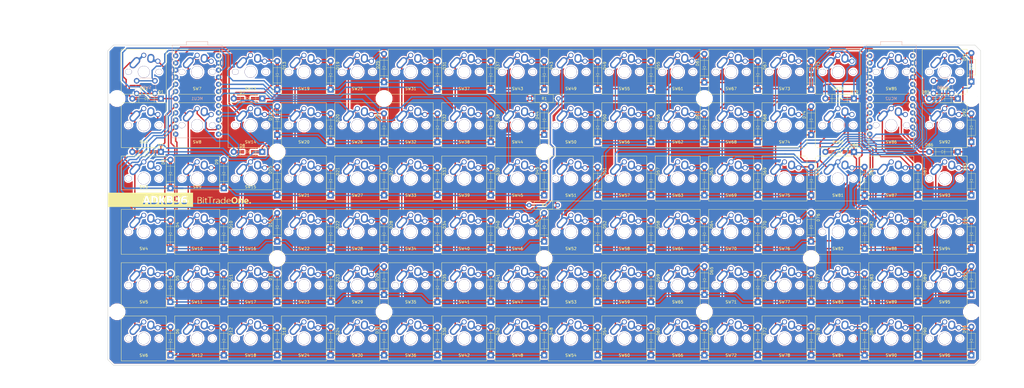
<source format=kicad_pcb>
(kicad_pcb (version 20171130) (host pcbnew "(5.0.2)-1")
  (title_block (title "DIYKeyboard BTO Layout") (company "Bit Trade One"))
  (layers (0 F.Cu signal) (31 B.Cu signal) (34 B.Paste user hide) (35 F.Paste user hide) (36 B.SilkS user) (37 F.SilkS user) (38 B.Mask user) (39 F.Mask user) (44 Edge.Cuts user))
  (net 0 "")
  (net 1 "Net-(D1-Pad2)")
  (net 2 Lrow1)
  (net 3 "Net-(D2-Pad2)")
  (net 4 Lrow2)
  (net 5 "Net-(D3-Pad2)")
  (net 6 Lrow3)
  (net 7 "Net-(D4-Pad2)")
  (net 8 Lrow4)
  (net 9 "Net-(D5-Pad2)")
  (net 10 Lrow5)
  (net 11 "Net-(D6-Pad2)")
  (net 12 Lrow6)
  (net 13 "Net-(D7-Pad2)")
  (net 14 "Net-(D8-Pad2)")
  (net 15 "Net-(D9-Pad2)")
  (net 16 "Net-(D10-Pad2)")
  (net 17 "Net-(D11-Pad2)")
  (net 18 "Net-(D12-Pad2)")
  (net 19 "Net-(D13-Pad2)")
  (net 20 "Net-(D14-Pad2)")
  (net 21 "Net-(D15-Pad2)")
  (net 22 "Net-(D16-Pad2)")
  (net 23 "Net-(D17-Pad2)")
  (net 24 "Net-(D18-Pad2)")
  (net 25 "Net-(D19-Pad2)")
  (net 26 "Net-(D20-Pad2)")
  (net 27 "Net-(D21-Pad2)")
  (net 28 "Net-(D22-Pad2)")
  (net 29 "Net-(D23-Pad2)")
  (net 30 "Net-(D24-Pad2)")
  (net 31 "Net-(D25-Pad2)")
  (net 32 "Net-(D26-Pad2)")
  (net 33 "Net-(D27-Pad2)")
  (net 34 "Net-(D28-Pad2)")
  (net 35 "Net-(D29-Pad2)")
  (net 36 "Net-(D30-Pad2)")
  (net 37 "Net-(D31-Pad2)")
  (net 38 "Net-(D32-Pad2)")
  (net 39 "Net-(D33-Pad2)")
  (net 40 "Net-(D34-Pad2)")
  (net 41 "Net-(D35-Pad2)")
  (net 42 "Net-(D36-Pad2)")
  (net 43 "Net-(D37-Pad2)")
  (net 44 "Net-(D38-Pad2)")
  (net 45 "Net-(D39-Pad2)")
  (net 46 "Net-(D40-Pad2)")
  (net 47 "Net-(D41-Pad2)")
  (net 48 "Net-(D42-Pad2)")
  (net 49 "Net-(D43-Pad2)")
  (net 50 "Net-(D44-Pad2)")
  (net 51 "Net-(D45-Pad2)")
  (net 52 "Net-(D46-Pad2)")
  (net 53 "Net-(D47-Pad2)")
  (net 54 "Net-(D48-Pad2)")
  (net 55 "Net-(D49-Pad2)")
  (net 56 Rrow1)
  (net 57 "Net-(D50-Pad2)")
  (net 58 Rrow2)
  (net 59 "Net-(D51-Pad2)")
  (net 60 Rrow3)
  (net 61 "Net-(D52-Pad2)")
  (net 62 Rrow4)
  (net 63 "Net-(D53-Pad2)")
  (net 64 Rrow5)
  (net 65 "Net-(D54-Pad2)")
  (net 66 Rrow6)
  (net 67 "Net-(D55-Pad2)")
  (net 68 "Net-(D56-Pad2)")
  (net 69 "Net-(D57-Pad2)")
  (net 70 "Net-(D58-Pad2)")
  (net 71 "Net-(D59-Pad2)")
  (net 72 "Net-(D60-Pad2)")
  (net 73 "Net-(D61-Pad2)")
  (net 74 "Net-(D62-Pad2)")
  (net 75 "Net-(D63-Pad2)")
  (net 76 "Net-(D64-Pad2)")
  (net 77 "Net-(D65-Pad2)")
  (net 78 "Net-(D66-Pad2)")
  (net 79 "Net-(D67-Pad2)")
  (net 80 "Net-(D68-Pad2)")
  (net 81 "Net-(D69-Pad2)")
  (net 82 "Net-(D70-Pad2)")
  (net 83 "Net-(D71-Pad2)")
  (net 84 "Net-(D72-Pad2)")
  (net 85 "Net-(D73-Pad2)")
  (net 86 "Net-(D74-Pad2)")
  (net 87 "Net-(D75-Pad2)")
  (net 88 "Net-(D76-Pad2)")
  (net 89 "Net-(D77-Pad2)")
  (net 90 "Net-(D78-Pad2)")
  (net 91 "Net-(D79-Pad2)")
  (net 92 "Net-(D80-Pad2)")
  (net 93 "Net-(D81-Pad2)")
  (net 94 "Net-(D82-Pad2)")
  (net 95 "Net-(D83-Pad2)")
  (net 96 "Net-(D84-Pad2)")
  (net 97 "Net-(D85-Pad2)")
  (net 98 "Net-(D86-Pad2)")
  (net 99 "Net-(D87-Pad2)")
  (net 100 "Net-(D88-Pad2)")
  (net 101 "Net-(D89-Pad2)")
  (net 102 "Net-(D90-Pad2)")
  (net 103 "Net-(D91-Pad2)")
  (net 104 "Net-(D92-Pad2)")
  (net 105 "Net-(D93-Pad2)")
  (net 106 "Net-(D94-Pad2)")
  (net 107 "Net-(D95-Pad2)")
  (net 108 "Net-(D96-Pad2)")
  (net 109 Col2)
  (net 110 Col1)
  (net 111 Col5)
  (net 112 Col3)
  (net 113 Col6)
  (net 114 Col4)
  (net 115 PWR)
  (net 116 Col8)
  (net 117 Col7)
  (net 118 "Net-(MCU1-Pad13)")
  (net 119 GND)
  (net 120 "Net-(MCU1-Pad15)")
  (net 121 XRtoL)
  (net 122 XLtoR)
  (net 123 "Net-(MCU2-Pad15)")
  (net 124 "Net-(MCU2-Pad13)")
  (net 125 Col15)
  (net 126 Col16)
  (net 127 Col12)
  (net 128 Col14)
  (net 129 Col11)
  (net 130 Col13)
  (net 131 Col9)
  (net 132 Col10)
  (net 133 SDA)
  (net 134 SCL)
  (module BTO_Layout:Diode_Keyboard_10_16 (layer F.Cu) (at 367.525 158.445 90)
    (fp_text reference D94 (at 9.995 -2.225 90) (layer F.SilkS))
    (fp_text value 1N4148)
    (fp_line (start 7.239 0) (end 10.414 0) (layer F.Cu) (width 0.15))
    (fp_line (start 3.683 0) (end 0.889 0) (layer F.Cu) (width 0.15))
    (fp_line (start 3.937 -0.508) (end 1.016 -0.508) (layer F.Cu) (width 0.15))
    (fp_line (start 3.683 0.508) (end 1.016 0.508) (layer F.Cu) (width 0.15))
    (fp_line (start 3.81 -0.381) (end 1.016 -0.381) (layer F.Cu) (width 0.15))
    (fp_line (start 3.683 -0.254) (end 1.016 -0.254) (layer F.Cu) (width 0.15))
    (fp_line (start 3.81 -0.127) (end 1.016 -0.127) (layer F.Cu) (width 0.15))
    (fp_line (start 3.683 0.127) (end 1.016 0.127) (layer F.Cu) (width 0.15))
    (fp_line (start 3.683 0.254) (end 1.016 0.254) (layer F.Cu) (width 0.15))
    (fp_line (start 3.683 0.381) (end 1.016 0.381) (layer F.Cu) (width 0.15))
    (fp_line (start 10.541 -0.508) (end 7.112 -0.508) (layer F.Cu) (width 0.15))
    (fp_line (start 10.541 -0.381) (end 7.112 -0.381) (layer F.Cu) (width 0.15))
    (fp_line (start 10.541 -0.254) (end 7.112 -0.254) (layer F.Cu) (width 0.15))
    (fp_line (start 10.541 -0.127) (end 7.112 -0.127) (layer F.Cu) (width 0.15))
    (fp_line (start 10.541 0.127) (end 7.112 0.127) (layer F.Cu) (width 0.15))
    (fp_line (start 10.541 0.254) (end 7.112 0.254) (layer F.Cu) (width 0.15))
    (fp_line (start 10.541 0.381) (end 7.112 0.381) (layer F.Cu) (width 0.15))
    (fp_line (start 10.541 0.508) (end 7.112 0.508) (layer F.Cu) (width 0.15))
    (pad 2 smd rect (at 6.88 0 90) (size 0.9 1.2) (layers F.Cu F.Paste F.Mask) (net 106 "Net-(D94-Pad2)"))
    (pad 1 smd rect (at 3.58 0 90) (size 0.9 1.2) (layers F.Cu F.Paste F.Mask) (net 62 Rrow4))
    (pad 1 thru_hole rect (at 0 0 90) (size 2.2 2.2) (drill 1.1) (layers *.Cu *.Mask) (net 62 Rrow4))
    (pad 2 thru_hole oval (at 10.16 0 90) (size 2.2 2.2) (drill 1.1) (layers *.Cu *.Mask) (net 106 "Net-(D94-Pad2)"))
  )
  (module BTO_Layout:Diode_Keyboard_10_16 (layer F.Cu) (at 82.5 177.45 90)
    (fp_text reference D5 (at 8.509 2.54 90) (layer F.SilkS))
    (fp_text value 1N4148)
    (fp_line (start 7.239 0) (end 10.414 0) (layer F.Cu) (width 0.15))
    (fp_line (start 3.683 0) (end 0.889 0) (layer F.Cu) (width 0.15))
    (fp_line (start 3.937 -0.508) (end 1.016 -0.508) (layer F.Cu) (width 0.15))
    (fp_line (start 3.683 0.508) (end 1.016 0.508) (layer F.Cu) (width 0.15))
    (fp_line (start 3.81 -0.381) (end 1.016 -0.381) (layer F.Cu) (width 0.15))
    (fp_line (start 3.683 -0.254) (end 1.016 -0.254) (layer F.Cu) (width 0.15))
    (fp_line (start 3.81 -0.127) (end 1.016 -0.127) (layer F.Cu) (width 0.15))
    (fp_line (start 3.683 0.127) (end 1.016 0.127) (layer F.Cu) (width 0.15))
    (fp_line (start 3.683 0.254) (end 1.016 0.254) (layer F.Cu) (width 0.15))
    (fp_line (start 3.683 0.381) (end 1.016 0.381) (layer F.Cu) (width 0.15))
    (fp_line (start 10.541 -0.508) (end 7.112 -0.508) (layer F.Cu) (width 0.15))
    (fp_line (start 10.541 -0.381) (end 7.112 -0.381) (layer F.Cu) (width 0.15))
    (fp_line (start 10.541 -0.254) (end 7.112 -0.254) (layer F.Cu) (width 0.15))
    (fp_line (start 10.541 -0.127) (end 7.112 -0.127) (layer F.Cu) (width 0.15))
    (fp_line (start 10.541 0.127) (end 7.112 0.127) (layer F.Cu) (width 0.15))
    (fp_line (start 10.541 0.254) (end 7.112 0.254) (layer F.Cu) (width 0.15))
    (fp_line (start 10.541 0.381) (end 7.112 0.381) (layer F.Cu) (width 0.15))
    (fp_line (start 10.541 0.508) (end 7.112 0.508) (layer F.Cu) (width 0.15))
    (pad 2 smd rect (at 6.88 0 90) (size 0.9 1.2) (layers F.Cu F.Paste F.Mask) (net 9 "Net-(D5-Pad2)"))
    (pad 1 smd rect (at 3.58 0 90) (size 0.9 1.2) (layers F.Cu F.Paste F.Mask) (net 10 Lrow5))
    (pad 1 thru_hole rect (at 0 0 90) (size 2.2 2.2) (drill 1.1) (layers *.Cu *.Mask) (net 10 Lrow5))
    (pad 2 thru_hole oval (at 10.16 0 90) (size 2.2 2.2) (drill 1.1) (layers *.Cu *.Mask) (net 9 "Net-(D5-Pad2)"))
  )
  (module BTO_Layout:Diode_Keyboard_10_16 (layer F.Cu) (at 82.525 196.445 90)
    (fp_text reference D6 (at 8.509 2.54 90) (layer F.SilkS))
    (fp_text value 1N4148)
    (fp_line (start 7.239 0) (end 10.414 0) (layer F.Cu) (width 0.15))
    (fp_line (start 3.683 0) (end 0.889 0) (layer F.Cu) (width 0.15))
    (fp_line (start 3.937 -0.508) (end 1.016 -0.508) (layer F.Cu) (width 0.15))
    (fp_line (start 3.683 0.508) (end 1.016 0.508) (layer F.Cu) (width 0.15))
    (fp_line (start 3.81 -0.381) (end 1.016 -0.381) (layer F.Cu) (width 0.15))
    (fp_line (start 3.683 -0.254) (end 1.016 -0.254) (layer F.Cu) (width 0.15))
    (fp_line (start 3.81 -0.127) (end 1.016 -0.127) (layer F.Cu) (width 0.15))
    (fp_line (start 3.683 0.127) (end 1.016 0.127) (layer F.Cu) (width 0.15))
    (fp_line (start 3.683 0.254) (end 1.016 0.254) (layer F.Cu) (width 0.15))
    (fp_line (start 3.683 0.381) (end 1.016 0.381) (layer F.Cu) (width 0.15))
    (fp_line (start 10.541 -0.508) (end 7.112 -0.508) (layer F.Cu) (width 0.15))
    (fp_line (start 10.541 -0.381) (end 7.112 -0.381) (layer F.Cu) (width 0.15))
    (fp_line (start 10.541 -0.254) (end 7.112 -0.254) (layer F.Cu) (width 0.15))
    (fp_line (start 10.541 -0.127) (end 7.112 -0.127) (layer F.Cu) (width 0.15))
    (fp_line (start 10.541 0.127) (end 7.112 0.127) (layer F.Cu) (width 0.15))
    (fp_line (start 10.541 0.254) (end 7.112 0.254) (layer F.Cu) (width 0.15))
    (fp_line (start 10.541 0.381) (end 7.112 0.381) (layer F.Cu) (width 0.15))
    (fp_line (start 10.541 0.508) (end 7.112 0.508) (layer F.Cu) (width 0.15))
    (pad 2 smd rect (at 6.88 0 90) (size 0.9 1.2) (layers F.Cu F.Paste F.Mask) (net 11 "Net-(D6-Pad2)"))
    (pad 1 smd rect (at 3.58 0 90) (size 0.9 1.2) (layers F.Cu F.Paste F.Mask) (net 12 Lrow6))
    (pad 1 thru_hole rect (at 0 0 90) (size 2.2 2.2) (drill 1.1) (layers *.Cu *.Mask) (net 12 Lrow6))
    (pad 2 thru_hole oval (at 10.16 0 90) (size 2.2 2.2) (drill 1.1) (layers *.Cu *.Mask) (net 11 "Net-(D6-Pad2)"))
  )
  (module BTO_Layout:Diode_Keyboard_10_16 (layer F.Cu) (at 348.525 158.445 90)
    (fp_text reference D88 (at 8.509 2.54 90) (layer F.SilkS))
    (fp_text value 1N4148)
    (fp_line (start 7.239 0) (end 10.414 0) (layer F.Cu) (width 0.15))
    (fp_line (start 3.683 0) (end 0.889 0) (layer F.Cu) (width 0.15))
    (fp_line (start 3.937 -0.508) (end 1.016 -0.508) (layer F.Cu) (width 0.15))
    (fp_line (start 3.683 0.508) (end 1.016 0.508) (layer F.Cu) (width 0.15))
    (fp_line (start 3.81 -0.381) (end 1.016 -0.381) (layer F.Cu) (width 0.15))
    (fp_line (start 3.683 -0.254) (end 1.016 -0.254) (layer F.Cu) (width 0.15))
    (fp_line (start 3.81 -0.127) (end 1.016 -0.127) (layer F.Cu) (width 0.15))
    (fp_line (start 3.683 0.127) (end 1.016 0.127) (layer F.Cu) (width 0.15))
    (fp_line (start 3.683 0.254) (end 1.016 0.254) (layer F.Cu) (width 0.15))
    (fp_line (start 3.683 0.381) (end 1.016 0.381) (layer F.Cu) (width 0.15))
    (fp_line (start 10.541 -0.508) (end 7.112 -0.508) (layer F.Cu) (width 0.15))
    (fp_line (start 10.541 -0.381) (end 7.112 -0.381) (layer F.Cu) (width 0.15))
    (fp_line (start 10.541 -0.254) (end 7.112 -0.254) (layer F.Cu) (width 0.15))
    (fp_line (start 10.541 -0.127) (end 7.112 -0.127) (layer F.Cu) (width 0.15))
    (fp_line (start 10.541 0.127) (end 7.112 0.127) (layer F.Cu) (width 0.15))
    (fp_line (start 10.541 0.254) (end 7.112 0.254) (layer F.Cu) (width 0.15))
    (fp_line (start 10.541 0.381) (end 7.112 0.381) (layer F.Cu) (width 0.15))
    (fp_line (start 10.541 0.508) (end 7.112 0.508) (layer F.Cu) (width 0.15))
    (pad 2 smd rect (at 6.88 0 90) (size 0.9 1.2) (layers F.Cu F.Paste F.Mask) (net 100 "Net-(D88-Pad2)"))
    (pad 1 smd rect (at 3.58 0 90) (size 0.9 1.2) (layers F.Cu F.Paste F.Mask) (net 62 Rrow4))
    (pad 1 thru_hole rect (at 0 0 90) (size 2.2 2.2) (drill 1.1) (layers *.Cu *.Mask) (net 62 Rrow4))
    (pad 2 thru_hole oval (at 10.16 0 90) (size 2.2 2.2) (drill 1.1) (layers *.Cu *.Mask) (net 100 "Net-(D88-Pad2)"))
  )
  (module BTO_Layout:Diode_Keyboard_10_16 (layer F.Cu) (at 367.525 139.445 90)
    (fp_text reference D93 (at 10.145 -2.275 90) (layer F.SilkS))
    (fp_text value 1N4148)
    (fp_line (start 7.239 0) (end 10.414 0) (layer F.Cu) (width 0.15))
    (fp_line (start 3.683 0) (end 0.889 0) (layer F.Cu) (width 0.15))
    (fp_line (start 3.937 -0.508) (end 1.016 -0.508) (layer F.Cu) (width 0.15))
    (fp_line (start 3.683 0.508) (end 1.016 0.508) (layer F.Cu) (width 0.15))
    (fp_line (start 3.81 -0.381) (end 1.016 -0.381) (layer F.Cu) (width 0.15))
    (fp_line (start 3.683 -0.254) (end 1.016 -0.254) (layer F.Cu) (width 0.15))
    (fp_line (start 3.81 -0.127) (end 1.016 -0.127) (layer F.Cu) (width 0.15))
    (fp_line (start 3.683 0.127) (end 1.016 0.127) (layer F.Cu) (width 0.15))
    (fp_line (start 3.683 0.254) (end 1.016 0.254) (layer F.Cu) (width 0.15))
    (fp_line (start 3.683 0.381) (end 1.016 0.381) (layer F.Cu) (width 0.15))
    (fp_line (start 10.541 -0.508) (end 7.112 -0.508) (layer F.Cu) (width 0.15))
    (fp_line (start 10.541 -0.381) (end 7.112 -0.381) (layer F.Cu) (width 0.15))
    (fp_line (start 10.541 -0.254) (end 7.112 -0.254) (layer F.Cu) (width 0.15))
    (fp_line (start 10.541 -0.127) (end 7.112 -0.127) (layer F.Cu) (width 0.15))
    (fp_line (start 10.541 0.127) (end 7.112 0.127) (layer F.Cu) (width 0.15))
    (fp_line (start 10.541 0.254) (end 7.112 0.254) (layer F.Cu) (width 0.15))
    (fp_line (start 10.541 0.381) (end 7.112 0.381) (layer F.Cu) (width 0.15))
    (fp_line (start 10.541 0.508) (end 7.112 0.508) (layer F.Cu) (width 0.15))
    (pad 2 smd rect (at 6.88 0 90) (size 0.9 1.2) (layers F.Cu F.Paste F.Mask) (net 105 "Net-(D93-Pad2)"))
    (pad 1 smd rect (at 3.58 0 90) (size 0.9 1.2) (layers F.Cu F.Paste F.Mask) (net 60 Rrow3))
    (pad 1 thru_hole rect (at 0 0 90) (size 2.2 2.2) (drill 1.1) (layers *.Cu *.Mask) (net 60 Rrow3))
    (pad 2 thru_hole oval (at 10.16 0 90) (size 2.2 2.2) (drill 1.1) (layers *.Cu *.Mask) (net 105 "Net-(D93-Pad2)"))
  )
  (module BTO_Layout:Diode_Keyboard_10_16 (layer F.Cu) (at 348.525 196.445 90)
    (fp_text reference D90 (at 8.509 2.54 90) (layer F.SilkS))
    (fp_text value 1N4148)
    (fp_line (start 7.239 0) (end 10.414 0) (layer F.Cu) (width 0.15))
    (fp_line (start 3.683 0) (end 0.889 0) (layer F.Cu) (width 0.15))
    (fp_line (start 3.937 -0.508) (end 1.016 -0.508) (layer F.Cu) (width 0.15))
    (fp_line (start 3.683 0.508) (end 1.016 0.508) (layer F.Cu) (width 0.15))
    (fp_line (start 3.81 -0.381) (end 1.016 -0.381) (layer F.Cu) (width 0.15))
    (fp_line (start 3.683 -0.254) (end 1.016 -0.254) (layer F.Cu) (width 0.15))
    (fp_line (start 3.81 -0.127) (end 1.016 -0.127) (layer F.Cu) (width 0.15))
    (fp_line (start 3.683 0.127) (end 1.016 0.127) (layer F.Cu) (width 0.15))
    (fp_line (start 3.683 0.254) (end 1.016 0.254) (layer F.Cu) (width 0.15))
    (fp_line (start 3.683 0.381) (end 1.016 0.381) (layer F.Cu) (width 0.15))
    (fp_line (start 10.541 -0.508) (end 7.112 -0.508) (layer F.Cu) (width 0.15))
    (fp_line (start 10.541 -0.381) (end 7.112 -0.381) (layer F.Cu) (width 0.15))
    (fp_line (start 10.541 -0.254) (end 7.112 -0.254) (layer F.Cu) (width 0.15))
    (fp_line (start 10.541 -0.127) (end 7.112 -0.127) (layer F.Cu) (width 0.15))
    (fp_line (start 10.541 0.127) (end 7.112 0.127) (layer F.Cu) (width 0.15))
    (fp_line (start 10.541 0.254) (end 7.112 0.254) (layer F.Cu) (width 0.15))
    (fp_line (start 10.541 0.381) (end 7.112 0.381) (layer F.Cu) (width 0.15))
    (fp_line (start 10.541 0.508) (end 7.112 0.508) (layer F.Cu) (width 0.15))
    (pad 2 smd rect (at 6.88 0 90) (size 0.9 1.2) (layers F.Cu F.Paste F.Mask) (net 102 "Net-(D90-Pad2)"))
    (pad 1 smd rect (at 3.58 0 90) (size 0.9 1.2) (layers F.Cu F.Paste F.Mask) (net 66 Rrow6))
    (pad 1 thru_hole rect (at 0 0 90) (size 2.2 2.2) (drill 1.1) (layers *.Cu *.Mask) (net 66 Rrow6))
    (pad 2 thru_hole oval (at 10.16 0 90) (size 2.2 2.2) (drill 1.1) (layers *.Cu *.Mask) (net 102 "Net-(D90-Pad2)"))
  )
  (module BTO_Layout:Diode_Keyboard_10_16 (layer F.Cu) (at 348.525 177.445 90)
    (fp_text reference D89 (at 8.509 2.54 90) (layer F.SilkS))
    (fp_text value 1N4148)
    (fp_line (start 7.239 0) (end 10.414 0) (layer F.Cu) (width 0.15))
    (fp_line (start 3.683 0) (end 0.889 0) (layer F.Cu) (width 0.15))
    (fp_line (start 3.937 -0.508) (end 1.016 -0.508) (layer F.Cu) (width 0.15))
    (fp_line (start 3.683 0.508) (end 1.016 0.508) (layer F.Cu) (width 0.15))
    (fp_line (start 3.81 -0.381) (end 1.016 -0.381) (layer F.Cu) (width 0.15))
    (fp_line (start 3.683 -0.254) (end 1.016 -0.254) (layer F.Cu) (width 0.15))
    (fp_line (start 3.81 -0.127) (end 1.016 -0.127) (layer F.Cu) (width 0.15))
    (fp_line (start 3.683 0.127) (end 1.016 0.127) (layer F.Cu) (width 0.15))
    (fp_line (start 3.683 0.254) (end 1.016 0.254) (layer F.Cu) (width 0.15))
    (fp_line (start 3.683 0.381) (end 1.016 0.381) (layer F.Cu) (width 0.15))
    (fp_line (start 10.541 -0.508) (end 7.112 -0.508) (layer F.Cu) (width 0.15))
    (fp_line (start 10.541 -0.381) (end 7.112 -0.381) (layer F.Cu) (width 0.15))
    (fp_line (start 10.541 -0.254) (end 7.112 -0.254) (layer F.Cu) (width 0.15))
    (fp_line (start 10.541 -0.127) (end 7.112 -0.127) (layer F.Cu) (width 0.15))
    (fp_line (start 10.541 0.127) (end 7.112 0.127) (layer F.Cu) (width 0.15))
    (fp_line (start 10.541 0.254) (end 7.112 0.254) (layer F.Cu) (width 0.15))
    (fp_line (start 10.541 0.381) (end 7.112 0.381) (layer F.Cu) (width 0.15))
    (fp_line (start 10.541 0.508) (end 7.112 0.508) (layer F.Cu) (width 0.15))
    (pad 2 smd rect (at 6.88 0 90) (size 0.9 1.2) (layers F.Cu F.Paste F.Mask) (net 101 "Net-(D89-Pad2)"))
    (pad 1 smd rect (at 3.58 0 90) (size 0.9 1.2) (layers F.Cu F.Paste F.Mask) (net 64 Rrow5))
    (pad 1 thru_hole rect (at 0 0 90) (size 2.2 2.2) (drill 1.1) (layers *.Cu *.Mask) (net 64 Rrow5))
    (pad 2 thru_hole oval (at 10.16 0 90) (size 2.2 2.2) (drill 1.1) (layers *.Cu *.Mask) (net 101 "Net-(D89-Pad2)"))
  )
  (module BTO_Layout:Diode_Keyboard_10_16 (layer F.Cu) (at 348.525 139.445 90)
    (fp_text reference D87 (at 8.509 2.54 90) (layer F.SilkS))
    (fp_text value 1N4148)
    (fp_line (start 7.239 0) (end 10.414 0) (layer F.Cu) (width 0.15))
    (fp_line (start 3.683 0) (end 0.889 0) (layer F.Cu) (width 0.15))
    (fp_line (start 3.937 -0.508) (end 1.016 -0.508) (layer F.Cu) (width 0.15))
    (fp_line (start 3.683 0.508) (end 1.016 0.508) (layer F.Cu) (width 0.15))
    (fp_line (start 3.81 -0.381) (end 1.016 -0.381) (layer F.Cu) (width 0.15))
    (fp_line (start 3.683 -0.254) (end 1.016 -0.254) (layer F.Cu) (width 0.15))
    (fp_line (start 3.81 -0.127) (end 1.016 -0.127) (layer F.Cu) (width 0.15))
    (fp_line (start 3.683 0.127) (end 1.016 0.127) (layer F.Cu) (width 0.15))
    (fp_line (start 3.683 0.254) (end 1.016 0.254) (layer F.Cu) (width 0.15))
    (fp_line (start 3.683 0.381) (end 1.016 0.381) (layer F.Cu) (width 0.15))
    (fp_line (start 10.541 -0.508) (end 7.112 -0.508) (layer F.Cu) (width 0.15))
    (fp_line (start 10.541 -0.381) (end 7.112 -0.381) (layer F.Cu) (width 0.15))
    (fp_line (start 10.541 -0.254) (end 7.112 -0.254) (layer F.Cu) (width 0.15))
    (fp_line (start 10.541 -0.127) (end 7.112 -0.127) (layer F.Cu) (width 0.15))
    (fp_line (start 10.541 0.127) (end 7.112 0.127) (layer F.Cu) (width 0.15))
    (fp_line (start 10.541 0.254) (end 7.112 0.254) (layer F.Cu) (width 0.15))
    (fp_line (start 10.541 0.381) (end 7.112 0.381) (layer F.Cu) (width 0.15))
    (fp_line (start 10.541 0.508) (end 7.112 0.508) (layer F.Cu) (width 0.15))
    (pad 2 smd rect (at 6.88 0 90) (size 0.9 1.2) (layers F.Cu F.Paste F.Mask) (net 99 "Net-(D87-Pad2)"))
    (pad 1 smd rect (at 3.58 0 90) (size 0.9 1.2) (layers F.Cu F.Paste F.Mask) (net 60 Rrow3))
    (pad 1 thru_hole rect (at 0 0 90) (size 2.2 2.2) (drill 1.1) (layers *.Cu *.Mask) (net 60 Rrow3))
    (pad 2 thru_hole oval (at 10.16 0 90) (size 2.2 2.2) (drill 1.1) (layers *.Cu *.Mask) (net 99 "Net-(D87-Pad2)"))
  )
  (module BTO_Layout:Diode_Keyboard_10_16 (layer F.Cu) (at 329.525 196.445 90)
    (fp_text reference D84 (at 8.509 2.54 90) (layer F.SilkS))
    (fp_text value 1N4148)
    (fp_line (start 7.239 0) (end 10.414 0) (layer F.Cu) (width 0.15))
    (fp_line (start 3.683 0) (end 0.889 0) (layer F.Cu) (width 0.15))
    (fp_line (start 3.937 -0.508) (end 1.016 -0.508) (layer F.Cu) (width 0.15))
    (fp_line (start 3.683 0.508) (end 1.016 0.508) (layer F.Cu) (width 0.15))
    (fp_line (start 3.81 -0.381) (end 1.016 -0.381) (layer F.Cu) (width 0.15))
    (fp_line (start 3.683 -0.254) (end 1.016 -0.254) (layer F.Cu) (width 0.15))
    (fp_line (start 3.81 -0.127) (end 1.016 -0.127) (layer F.Cu) (width 0.15))
    (fp_line (start 3.683 0.127) (end 1.016 0.127) (layer F.Cu) (width 0.15))
    (fp_line (start 3.683 0.254) (end 1.016 0.254) (layer F.Cu) (width 0.15))
    (fp_line (start 3.683 0.381) (end 1.016 0.381) (layer F.Cu) (width 0.15))
    (fp_line (start 10.541 -0.508) (end 7.112 -0.508) (layer F.Cu) (width 0.15))
    (fp_line (start 10.541 -0.381) (end 7.112 -0.381) (layer F.Cu) (width 0.15))
    (fp_line (start 10.541 -0.254) (end 7.112 -0.254) (layer F.Cu) (width 0.15))
    (fp_line (start 10.541 -0.127) (end 7.112 -0.127) (layer F.Cu) (width 0.15))
    (fp_line (start 10.541 0.127) (end 7.112 0.127) (layer F.Cu) (width 0.15))
    (fp_line (start 10.541 0.254) (end 7.112 0.254) (layer F.Cu) (width 0.15))
    (fp_line (start 10.541 0.381) (end 7.112 0.381) (layer F.Cu) (width 0.15))
    (fp_line (start 10.541 0.508) (end 7.112 0.508) (layer F.Cu) (width 0.15))
    (pad 2 smd rect (at 6.88 0 90) (size 0.9 1.2) (layers F.Cu F.Paste F.Mask) (net 96 "Net-(D84-Pad2)"))
    (pad 1 smd rect (at 3.58 0 90) (size 0.9 1.2) (layers F.Cu F.Paste F.Mask) (net 66 Rrow6))
    (pad 1 thru_hole rect (at 0 0 90) (size 2.2 2.2) (drill 1.1) (layers *.Cu *.Mask) (net 66 Rrow6))
    (pad 2 thru_hole oval (at 10.16 0 90) (size 2.2 2.2) (drill 1.1) (layers *.Cu *.Mask) (net 96 "Net-(D84-Pad2)"))
  )
  (module BTO_Layout:Diode_Keyboard_10_16 (layer F.Cu) (at 329.525 177.445 90)
    (fp_text reference D83 (at 8.509 2.54 90) (layer F.SilkS))
    (fp_text value 1N4148)
    (fp_line (start 7.239 0) (end 10.414 0) (layer F.Cu) (width 0.15))
    (fp_line (start 3.683 0) (end 0.889 0) (layer F.Cu) (width 0.15))
    (fp_line (start 3.937 -0.508) (end 1.016 -0.508) (layer F.Cu) (width 0.15))
    (fp_line (start 3.683 0.508) (end 1.016 0.508) (layer F.Cu) (width 0.15))
    (fp_line (start 3.81 -0.381) (end 1.016 -0.381) (layer F.Cu) (width 0.15))
    (fp_line (start 3.683 -0.254) (end 1.016 -0.254) (layer F.Cu) (width 0.15))
    (fp_line (start 3.81 -0.127) (end 1.016 -0.127) (layer F.Cu) (width 0.15))
    (fp_line (start 3.683 0.127) (end 1.016 0.127) (layer F.Cu) (width 0.15))
    (fp_line (start 3.683 0.254) (end 1.016 0.254) (layer F.Cu) (width 0.15))
    (fp_line (start 3.683 0.381) (end 1.016 0.381) (layer F.Cu) (width 0.15))
    (fp_line (start 10.541 -0.508) (end 7.112 -0.508) (layer F.Cu) (width 0.15))
    (fp_line (start 10.541 -0.381) (end 7.112 -0.381) (layer F.Cu) (width 0.15))
    (fp_line (start 10.541 -0.254) (end 7.112 -0.254) (layer F.Cu) (width 0.15))
    (fp_line (start 10.541 -0.127) (end 7.112 -0.127) (layer F.Cu) (width 0.15))
    (fp_line (start 10.541 0.127) (end 7.112 0.127) (layer F.Cu) (width 0.15))
    (fp_line (start 10.541 0.254) (end 7.112 0.254) (layer F.Cu) (width 0.15))
    (fp_line (start 10.541 0.381) (end 7.112 0.381) (layer F.Cu) (width 0.15))
    (fp_line (start 10.541 0.508) (end 7.112 0.508) (layer F.Cu) (width 0.15))
    (pad 2 smd rect (at 6.88 0 90) (size 0.9 1.2) (layers F.Cu F.Paste F.Mask) (net 95 "Net-(D83-Pad2)"))
    (pad 1 smd rect (at 3.58 0 90) (size 0.9 1.2) (layers F.Cu F.Paste F.Mask) (net 64 Rrow5))
    (pad 1 thru_hole rect (at 0 0 90) (size 2.2 2.2) (drill 1.1) (layers *.Cu *.Mask) (net 64 Rrow5))
    (pad 2 thru_hole oval (at 10.16 0 90) (size 2.2 2.2) (drill 1.1) (layers *.Cu *.Mask) (net 95 "Net-(D83-Pad2)"))
  )
  (module BTO_Layout:Diode_Keyboard_10_16 (layer F.Cu) (at 329.525 158.445 90)
    (fp_text reference D82 (at 8.509 2.54 90) (layer F.SilkS))
    (fp_text value 1N4148)
    (fp_line (start 7.239 0) (end 10.414 0) (layer F.Cu) (width 0.15))
    (fp_line (start 3.683 0) (end 0.889 0) (layer F.Cu) (width 0.15))
    (fp_line (start 3.937 -0.508) (end 1.016 -0.508) (layer F.Cu) (width 0.15))
    (fp_line (start 3.683 0.508) (end 1.016 0.508) (layer F.Cu) (width 0.15))
    (fp_line (start 3.81 -0.381) (end 1.016 -0.381) (layer F.Cu) (width 0.15))
    (fp_line (start 3.683 -0.254) (end 1.016 -0.254) (layer F.Cu) (width 0.15))
    (fp_line (start 3.81 -0.127) (end 1.016 -0.127) (layer F.Cu) (width 0.15))
    (fp_line (start 3.683 0.127) (end 1.016 0.127) (layer F.Cu) (width 0.15))
    (fp_line (start 3.683 0.254) (end 1.016 0.254) (layer F.Cu) (width 0.15))
    (fp_line (start 3.683 0.381) (end 1.016 0.381) (layer F.Cu) (width 0.15))
    (fp_line (start 10.541 -0.508) (end 7.112 -0.508) (layer F.Cu) (width 0.15))
    (fp_line (start 10.541 -0.381) (end 7.112 -0.381) (layer F.Cu) (width 0.15))
    (fp_line (start 10.541 -0.254) (end 7.112 -0.254) (layer F.Cu) (width 0.15))
    (fp_line (start 10.541 -0.127) (end 7.112 -0.127) (layer F.Cu) (width 0.15))
    (fp_line (start 10.541 0.127) (end 7.112 0.127) (layer F.Cu) (width 0.15))
    (fp_line (start 10.541 0.254) (end 7.112 0.254) (layer F.Cu) (width 0.15))
    (fp_line (start 10.541 0.381) (end 7.112 0.381) (layer F.Cu) (width 0.15))
    (fp_line (start 10.541 0.508) (end 7.112 0.508) (layer F.Cu) (width 0.15))
    (pad 2 smd rect (at 6.88 0 90) (size 0.9 1.2) (layers F.Cu F.Paste F.Mask) (net 94 "Net-(D82-Pad2)"))
    (pad 1 smd rect (at 3.58 0 90) (size 0.9 1.2) (layers F.Cu F.Paste F.Mask) (net 62 Rrow4))
    (pad 1 thru_hole rect (at 0 0 90) (size 2.2 2.2) (drill 1.1) (layers *.Cu *.Mask) (net 62 Rrow4))
    (pad 2 thru_hole oval (at 10.16 0 90) (size 2.2 2.2) (drill 1.1) (layers *.Cu *.Mask) (net 94 "Net-(D82-Pad2)"))
  )
  (module BTO_Layout:Diode_Keyboard_10_16 (layer F.Cu) (at 329.525 139.445 90)
    (fp_text reference D81 (at 8.509 2.54 90) (layer F.SilkS))
    (fp_text value 1N4148)
    (fp_line (start 7.239 0) (end 10.414 0) (layer F.Cu) (width 0.15))
    (fp_line (start 3.683 0) (end 0.889 0) (layer F.Cu) (width 0.15))
    (fp_line (start 3.937 -0.508) (end 1.016 -0.508) (layer F.Cu) (width 0.15))
    (fp_line (start 3.683 0.508) (end 1.016 0.508) (layer F.Cu) (width 0.15))
    (fp_line (start 3.81 -0.381) (end 1.016 -0.381) (layer F.Cu) (width 0.15))
    (fp_line (start 3.683 -0.254) (end 1.016 -0.254) (layer F.Cu) (width 0.15))
    (fp_line (start 3.81 -0.127) (end 1.016 -0.127) (layer F.Cu) (width 0.15))
    (fp_line (start 3.683 0.127) (end 1.016 0.127) (layer F.Cu) (width 0.15))
    (fp_line (start 3.683 0.254) (end 1.016 0.254) (layer F.Cu) (width 0.15))
    (fp_line (start 3.683 0.381) (end 1.016 0.381) (layer F.Cu) (width 0.15))
    (fp_line (start 10.541 -0.508) (end 7.112 -0.508) (layer F.Cu) (width 0.15))
    (fp_line (start 10.541 -0.381) (end 7.112 -0.381) (layer F.Cu) (width 0.15))
    (fp_line (start 10.541 -0.254) (end 7.112 -0.254) (layer F.Cu) (width 0.15))
    (fp_line (start 10.541 -0.127) (end 7.112 -0.127) (layer F.Cu) (width 0.15))
    (fp_line (start 10.541 0.127) (end 7.112 0.127) (layer F.Cu) (width 0.15))
    (fp_line (start 10.541 0.254) (end 7.112 0.254) (layer F.Cu) (width 0.15))
    (fp_line (start 10.541 0.381) (end 7.112 0.381) (layer F.Cu) (width 0.15))
    (fp_line (start 10.541 0.508) (end 7.112 0.508) (layer F.Cu) (width 0.15))
    (pad 2 smd rect (at 6.88 0 90) (size 0.9 1.2) (layers F.Cu F.Paste F.Mask) (net 93 "Net-(D81-Pad2)"))
    (pad 1 smd rect (at 3.58 0 90) (size 0.9 1.2) (layers F.Cu F.Paste F.Mask) (net 60 Rrow3))
    (pad 1 thru_hole rect (at 0 0 90) (size 2.2 2.2) (drill 1.1) (layers *.Cu *.Mask) (net 60 Rrow3))
    (pad 2 thru_hole oval (at 10.16 0 90) (size 2.2 2.2) (drill 1.1) (layers *.Cu *.Mask) (net 93 "Net-(D81-Pad2)"))
  )
  (module BTO_Layout:Diode_Keyboard_10_16 (layer F.Cu) (at 310.525 196.445 90)
    (fp_text reference D78 (at 8.509 2.54 90) (layer F.SilkS))
    (fp_text value 1N4148)
    (fp_line (start 7.239 0) (end 10.414 0) (layer F.Cu) (width 0.15))
    (fp_line (start 3.683 0) (end 0.889 0) (layer F.Cu) (width 0.15))
    (fp_line (start 3.937 -0.508) (end 1.016 -0.508) (layer F.Cu) (width 0.15))
    (fp_line (start 3.683 0.508) (end 1.016 0.508) (layer F.Cu) (width 0.15))
    (fp_line (start 3.81 -0.381) (end 1.016 -0.381) (layer F.Cu) (width 0.15))
    (fp_line (start 3.683 -0.254) (end 1.016 -0.254) (layer F.Cu) (width 0.15))
    (fp_line (start 3.81 -0.127) (end 1.016 -0.127) (layer F.Cu) (width 0.15))
    (fp_line (start 3.683 0.127) (end 1.016 0.127) (layer F.Cu) (width 0.15))
    (fp_line (start 3.683 0.254) (end 1.016 0.254) (layer F.Cu) (width 0.15))
    (fp_line (start 3.683 0.381) (end 1.016 0.381) (layer F.Cu) (width 0.15))
    (fp_line (start 10.541 -0.508) (end 7.112 -0.508) (layer F.Cu) (width 0.15))
    (fp_line (start 10.541 -0.381) (end 7.112 -0.381) (layer F.Cu) (width 0.15))
    (fp_line (start 10.541 -0.254) (end 7.112 -0.254) (layer F.Cu) (width 0.15))
    (fp_line (start 10.541 -0.127) (end 7.112 -0.127) (layer F.Cu) (width 0.15))
    (fp_line (start 10.541 0.127) (end 7.112 0.127) (layer F.Cu) (width 0.15))
    (fp_line (start 10.541 0.254) (end 7.112 0.254) (layer F.Cu) (width 0.15))
    (fp_line (start 10.541 0.381) (end 7.112 0.381) (layer F.Cu) (width 0.15))
    (fp_line (start 10.541 0.508) (end 7.112 0.508) (layer F.Cu) (width 0.15))
    (pad 2 smd rect (at 6.88 0 90) (size 0.9 1.2) (layers F.Cu F.Paste F.Mask) (net 90 "Net-(D78-Pad2)"))
    (pad 1 smd rect (at 3.58 0 90) (size 0.9 1.2) (layers F.Cu F.Paste F.Mask) (net 66 Rrow6))
    (pad 1 thru_hole rect (at 0 0 90) (size 2.2 2.2) (drill 1.1) (layers *.Cu *.Mask) (net 66 Rrow6))
    (pad 2 thru_hole oval (at 10.16 0 90) (size 2.2 2.2) (drill 1.1) (layers *.Cu *.Mask) (net 90 "Net-(D78-Pad2)"))
  )
  (module BTO_Layout:Diode_Keyboard_10_16 (layer F.Cu) (at 310.525 101.745 90)
    (fp_text reference D73 (at 8.509 2.54 90) (layer F.SilkS))
    (fp_text value 1N4148)
    (fp_line (start 7.239 0) (end 10.414 0) (layer F.Cu) (width 0.15))
    (fp_line (start 3.683 0) (end 0.889 0) (layer F.Cu) (width 0.15))
    (fp_line (start 3.937 -0.508) (end 1.016 -0.508) (layer F.Cu) (width 0.15))
    (fp_line (start 3.683 0.508) (end 1.016 0.508) (layer F.Cu) (width 0.15))
    (fp_line (start 3.81 -0.381) (end 1.016 -0.381) (layer F.Cu) (width 0.15))
    (fp_line (start 3.683 -0.254) (end 1.016 -0.254) (layer F.Cu) (width 0.15))
    (fp_line (start 3.81 -0.127) (end 1.016 -0.127) (layer F.Cu) (width 0.15))
    (fp_line (start 3.683 0.127) (end 1.016 0.127) (layer F.Cu) (width 0.15))
    (fp_line (start 3.683 0.254) (end 1.016 0.254) (layer F.Cu) (width 0.15))
    (fp_line (start 3.683 0.381) (end 1.016 0.381) (layer F.Cu) (width 0.15))
    (fp_line (start 10.541 -0.508) (end 7.112 -0.508) (layer F.Cu) (width 0.15))
    (fp_line (start 10.541 -0.381) (end 7.112 -0.381) (layer F.Cu) (width 0.15))
    (fp_line (start 10.541 -0.254) (end 7.112 -0.254) (layer F.Cu) (width 0.15))
    (fp_line (start 10.541 -0.127) (end 7.112 -0.127) (layer F.Cu) (width 0.15))
    (fp_line (start 10.541 0.127) (end 7.112 0.127) (layer F.Cu) (width 0.15))
    (fp_line (start 10.541 0.254) (end 7.112 0.254) (layer F.Cu) (width 0.15))
    (fp_line (start 10.541 0.381) (end 7.112 0.381) (layer F.Cu) (width 0.15))
    (fp_line (start 10.541 0.508) (end 7.112 0.508) (layer F.Cu) (width 0.15))
    (pad 2 smd rect (at 6.88 0 90) (size 0.9 1.2) (layers F.Cu F.Paste F.Mask) (net 85 "Net-(D73-Pad2)"))
    (pad 1 smd rect (at 3.58 0 90) (size 0.9 1.2) (layers F.Cu F.Paste F.Mask) (net 56 Rrow1))
    (pad 1 thru_hole rect (at 0 0 90) (size 2.2 2.2) (drill 1.1) (layers *.Cu *.Mask) (net 56 Rrow1))
    (pad 2 thru_hole oval (at 10.16 0 90) (size 2.2 2.2) (drill 1.1) (layers *.Cu *.Mask) (net 85 "Net-(D73-Pad2)"))
  )
  (module BTO_Layout:Diode_Keyboard_10_16 (layer F.Cu) (at 291.525 196.445 90)
    (fp_text reference D72 (at 8.509 2.54 90) (layer F.SilkS))
    (fp_text value 1N4148)
    (fp_line (start 7.239 0) (end 10.414 0) (layer F.Cu) (width 0.15))
    (fp_line (start 3.683 0) (end 0.889 0) (layer F.Cu) (width 0.15))
    (fp_line (start 3.937 -0.508) (end 1.016 -0.508) (layer F.Cu) (width 0.15))
    (fp_line (start 3.683 0.508) (end 1.016 0.508) (layer F.Cu) (width 0.15))
    (fp_line (start 3.81 -0.381) (end 1.016 -0.381) (layer F.Cu) (width 0.15))
    (fp_line (start 3.683 -0.254) (end 1.016 -0.254) (layer F.Cu) (width 0.15))
    (fp_line (start 3.81 -0.127) (end 1.016 -0.127) (layer F.Cu) (width 0.15))
    (fp_line (start 3.683 0.127) (end 1.016 0.127) (layer F.Cu) (width 0.15))
    (fp_line (start 3.683 0.254) (end 1.016 0.254) (layer F.Cu) (width 0.15))
    (fp_line (start 3.683 0.381) (end 1.016 0.381) (layer F.Cu) (width 0.15))
    (fp_line (start 10.541 -0.508) (end 7.112 -0.508) (layer F.Cu) (width 0.15))
    (fp_line (start 10.541 -0.381) (end 7.112 -0.381) (layer F.Cu) (width 0.15))
    (fp_line (start 10.541 -0.254) (end 7.112 -0.254) (layer F.Cu) (width 0.15))
    (fp_line (start 10.541 -0.127) (end 7.112 -0.127) (layer F.Cu) (width 0.15))
    (fp_line (start 10.541 0.127) (end 7.112 0.127) (layer F.Cu) (width 0.15))
    (fp_line (start 10.541 0.254) (end 7.112 0.254) (layer F.Cu) (width 0.15))
    (fp_line (start 10.541 0.381) (end 7.112 0.381) (layer F.Cu) (width 0.15))
    (fp_line (start 10.541 0.508) (end 7.112 0.508) (layer F.Cu) (width 0.15))
    (pad 2 smd rect (at 6.88 0 90) (size 0.9 1.2) (layers F.Cu F.Paste F.Mask) (net 84 "Net-(D72-Pad2)"))
    (pad 1 smd rect (at 3.58 0 90) (size 0.9 1.2) (layers F.Cu F.Paste F.Mask) (net 66 Rrow6))
    (pad 1 thru_hole rect (at 0 0 90) (size 2.2 2.2) (drill 1.1) (layers *.Cu *.Mask) (net 66 Rrow6))
    (pad 2 thru_hole oval (at 10.16 0 90) (size 2.2 2.2) (drill 1.1) (layers *.Cu *.Mask) (net 84 "Net-(D72-Pad2)"))
  )
  (module BTO_Layout:Diode_Keyboard_10_16 (layer F.Cu) (at 291.525 177.445 90)
    (fp_text reference D71 (at 8.509 2.54 90) (layer F.SilkS))
    (fp_text value 1N4148)
    (fp_line (start 7.239 0) (end 10.414 0) (layer F.Cu) (width 0.15))
    (fp_line (start 3.683 0) (end 0.889 0) (layer F.Cu) (width 0.15))
    (fp_line (start 3.937 -0.508) (end 1.016 -0.508) (layer F.Cu) (width 0.15))
    (fp_line (start 3.683 0.508) (end 1.016 0.508) (layer F.Cu) (width 0.15))
    (fp_line (start 3.81 -0.381) (end 1.016 -0.381) (layer F.Cu) (width 0.15))
    (fp_line (start 3.683 -0.254) (end 1.016 -0.254) (layer F.Cu) (width 0.15))
    (fp_line (start 3.81 -0.127) (end 1.016 -0.127) (layer F.Cu) (width 0.15))
    (fp_line (start 3.683 0.127) (end 1.016 0.127) (layer F.Cu) (width 0.15))
    (fp_line (start 3.683 0.254) (end 1.016 0.254) (layer F.Cu) (width 0.15))
    (fp_line (start 3.683 0.381) (end 1.016 0.381) (layer F.Cu) (width 0.15))
    (fp_line (start 10.541 -0.508) (end 7.112 -0.508) (layer F.Cu) (width 0.15))
    (fp_line (start 10.541 -0.381) (end 7.112 -0.381) (layer F.Cu) (width 0.15))
    (fp_line (start 10.541 -0.254) (end 7.112 -0.254) (layer F.Cu) (width 0.15))
    (fp_line (start 10.541 -0.127) (end 7.112 -0.127) (layer F.Cu) (width 0.15))
    (fp_line (start 10.541 0.127) (end 7.112 0.127) (layer F.Cu) (width 0.15))
    (fp_line (start 10.541 0.254) (end 7.112 0.254) (layer F.Cu) (width 0.15))
    (fp_line (start 10.541 0.381) (end 7.112 0.381) (layer F.Cu) (width 0.15))
    (fp_line (start 10.541 0.508) (end 7.112 0.508) (layer F.Cu) (width 0.15))
    (pad 2 smd rect (at 6.88 0 90) (size 0.9 1.2) (layers F.Cu F.Paste F.Mask) (net 83 "Net-(D71-Pad2)"))
    (pad 1 smd rect (at 3.58 0 90) (size 0.9 1.2) (layers F.Cu F.Paste F.Mask) (net 64 Rrow5))
    (pad 1 thru_hole rect (at 0 0 90) (size 2.2 2.2) (drill 1.1) (layers *.Cu *.Mask) (net 64 Rrow5))
    (pad 2 thru_hole oval (at 10.16 0 90) (size 2.2 2.2) (drill 1.1) (layers *.Cu *.Mask) (net 83 "Net-(D71-Pad2)"))
  )
  (module BTO_Layout:Diode_Keyboard_10_16 (layer F.Cu) (at 291.525 158.445 90)
    (fp_text reference D70 (at 8.509 2.54 90) (layer F.SilkS))
    (fp_text value 1N4148)
    (fp_line (start 7.239 0) (end 10.414 0) (layer F.Cu) (width 0.15))
    (fp_line (start 3.683 0) (end 0.889 0) (layer F.Cu) (width 0.15))
    (fp_line (start 3.937 -0.508) (end 1.016 -0.508) (layer F.Cu) (width 0.15))
    (fp_line (start 3.683 0.508) (end 1.016 0.508) (layer F.Cu) (width 0.15))
    (fp_line (start 3.81 -0.381) (end 1.016 -0.381) (layer F.Cu) (width 0.15))
    (fp_line (start 3.683 -0.254) (end 1.016 -0.254) (layer F.Cu) (width 0.15))
    (fp_line (start 3.81 -0.127) (end 1.016 -0.127) (layer F.Cu) (width 0.15))
    (fp_line (start 3.683 0.127) (end 1.016 0.127) (layer F.Cu) (width 0.15))
    (fp_line (start 3.683 0.254) (end 1.016 0.254) (layer F.Cu) (width 0.15))
    (fp_line (start 3.683 0.381) (end 1.016 0.381) (layer F.Cu) (width 0.15))
    (fp_line (start 10.541 -0.508) (end 7.112 -0.508) (layer F.Cu) (width 0.15))
    (fp_line (start 10.541 -0.381) (end 7.112 -0.381) (layer F.Cu) (width 0.15))
    (fp_line (start 10.541 -0.254) (end 7.112 -0.254) (layer F.Cu) (width 0.15))
    (fp_line (start 10.541 -0.127) (end 7.112 -0.127) (layer F.Cu) (width 0.15))
    (fp_line (start 10.541 0.127) (end 7.112 0.127) (layer F.Cu) (width 0.15))
    (fp_line (start 10.541 0.254) (end 7.112 0.254) (layer F.Cu) (width 0.15))
    (fp_line (start 10.541 0.381) (end 7.112 0.381) (layer F.Cu) (width 0.15))
    (fp_line (start 10.541 0.508) (end 7.112 0.508) (layer F.Cu) (width 0.15))
    (pad 2 smd rect (at 6.88 0 90) (size 0.9 1.2) (layers F.Cu F.Paste F.Mask) (net 82 "Net-(D70-Pad2)"))
    (pad 1 smd rect (at 3.58 0 90) (size 0.9 1.2) (layers F.Cu F.Paste F.Mask) (net 62 Rrow4))
    (pad 1 thru_hole rect (at 0 0 90) (size 2.2 2.2) (drill 1.1) (layers *.Cu *.Mask) (net 62 Rrow4))
    (pad 2 thru_hole oval (at 10.16 0 90) (size 2.2 2.2) (drill 1.1) (layers *.Cu *.Mask) (net 82 "Net-(D70-Pad2)"))
  )
  (module BTO_Layout:Diode_Keyboard_10_16 (layer F.Cu) (at 291.525 139.445 90)
    (fp_text reference D69 (at 8.509 2.54 90) (layer F.SilkS))
    (fp_text value 1N4148)
    (fp_line (start 7.239 0) (end 10.414 0) (layer F.Cu) (width 0.15))
    (fp_line (start 3.683 0) (end 0.889 0) (layer F.Cu) (width 0.15))
    (fp_line (start 3.937 -0.508) (end 1.016 -0.508) (layer F.Cu) (width 0.15))
    (fp_line (start 3.683 0.508) (end 1.016 0.508) (layer F.Cu) (width 0.15))
    (fp_line (start 3.81 -0.381) (end 1.016 -0.381) (layer F.Cu) (width 0.15))
    (fp_line (start 3.683 -0.254) (end 1.016 -0.254) (layer F.Cu) (width 0.15))
    (fp_line (start 3.81 -0.127) (end 1.016 -0.127) (layer F.Cu) (width 0.15))
    (fp_line (start 3.683 0.127) (end 1.016 0.127) (layer F.Cu) (width 0.15))
    (fp_line (start 3.683 0.254) (end 1.016 0.254) (layer F.Cu) (width 0.15))
    (fp_line (start 3.683 0.381) (end 1.016 0.381) (layer F.Cu) (width 0.15))
    (fp_line (start 10.541 -0.508) (end 7.112 -0.508) (layer F.Cu) (width 0.15))
    (fp_line (start 10.541 -0.381) (end 7.112 -0.381) (layer F.Cu) (width 0.15))
    (fp_line (start 10.541 -0.254) (end 7.112 -0.254) (layer F.Cu) (width 0.15))
    (fp_line (start 10.541 -0.127) (end 7.112 -0.127) (layer F.Cu) (width 0.15))
    (fp_line (start 10.541 0.127) (end 7.112 0.127) (layer F.Cu) (width 0.15))
    (fp_line (start 10.541 0.254) (end 7.112 0.254) (layer F.Cu) (width 0.15))
    (fp_line (start 10.541 0.381) (end 7.112 0.381) (layer F.Cu) (width 0.15))
    (fp_line (start 10.541 0.508) (end 7.112 0.508) (layer F.Cu) (width 0.15))
    (pad 2 smd rect (at 6.88 0 90) (size 0.9 1.2) (layers F.Cu F.Paste F.Mask) (net 81 "Net-(D69-Pad2)"))
    (pad 1 smd rect (at 3.58 0 90) (size 0.9 1.2) (layers F.Cu F.Paste F.Mask) (net 60 Rrow3))
    (pad 1 thru_hole rect (at 0 0 90) (size 2.2 2.2) (drill 1.1) (layers *.Cu *.Mask) (net 60 Rrow3))
    (pad 2 thru_hole oval (at 10.16 0 90) (size 2.2 2.2) (drill 1.1) (layers *.Cu *.Mask) (net 81 "Net-(D69-Pad2)"))
  )
  (module BTO_Layout:Diode_Keyboard_10_16 (layer F.Cu) (at 291.525 120.445 90)
    (fp_text reference D68 (at 8.509 2.54 90) (layer F.SilkS))
    (fp_text value 1N4148)
    (fp_line (start 7.239 0) (end 10.414 0) (layer F.Cu) (width 0.15))
    (fp_line (start 3.683 0) (end 0.889 0) (layer F.Cu) (width 0.15))
    (fp_line (start 3.937 -0.508) (end 1.016 -0.508) (layer F.Cu) (width 0.15))
    (fp_line (start 3.683 0.508) (end 1.016 0.508) (layer F.Cu) (width 0.15))
    (fp_line (start 3.81 -0.381) (end 1.016 -0.381) (layer F.Cu) (width 0.15))
    (fp_line (start 3.683 -0.254) (end 1.016 -0.254) (layer F.Cu) (width 0.15))
    (fp_line (start 3.81 -0.127) (end 1.016 -0.127) (layer F.Cu) (width 0.15))
    (fp_line (start 3.683 0.127) (end 1.016 0.127) (layer F.Cu) (width 0.15))
    (fp_line (start 3.683 0.254) (end 1.016 0.254) (layer F.Cu) (width 0.15))
    (fp_line (start 3.683 0.381) (end 1.016 0.381) (layer F.Cu) (width 0.15))
    (fp_line (start 10.541 -0.508) (end 7.112 -0.508) (layer F.Cu) (width 0.15))
    (fp_line (start 10.541 -0.381) (end 7.112 -0.381) (layer F.Cu) (width 0.15))
    (fp_line (start 10.541 -0.254) (end 7.112 -0.254) (layer F.Cu) (width 0.15))
    (fp_line (start 10.541 -0.127) (end 7.112 -0.127) (layer F.Cu) (width 0.15))
    (fp_line (start 10.541 0.127) (end 7.112 0.127) (layer F.Cu) (width 0.15))
    (fp_line (start 10.541 0.254) (end 7.112 0.254) (layer F.Cu) (width 0.15))
    (fp_line (start 10.541 0.381) (end 7.112 0.381) (layer F.Cu) (width 0.15))
    (fp_line (start 10.541 0.508) (end 7.112 0.508) (layer F.Cu) (width 0.15))
    (pad 2 smd rect (at 6.88 0 90) (size 0.9 1.2) (layers F.Cu F.Paste F.Mask) (net 80 "Net-(D68-Pad2)"))
    (pad 1 smd rect (at 3.58 0 90) (size 0.9 1.2) (layers F.Cu F.Paste F.Mask) (net 58 Rrow2))
    (pad 1 thru_hole rect (at 0 0 90) (size 2.2 2.2) (drill 1.1) (layers *.Cu *.Mask) (net 58 Rrow2))
    (pad 2 thru_hole oval (at 10.16 0 90) (size 2.2 2.2) (drill 1.1) (layers *.Cu *.Mask) (net 80 "Net-(D68-Pad2)"))
  )
  (module BTO_Layout:Diode_Keyboard_10_16 (layer F.Cu) (at 291.525 101.745 90)
    (fp_text reference D67 (at 8.509 2.54 90) (layer F.SilkS))
    (fp_text value 1N4148)
    (fp_line (start 7.239 0) (end 10.414 0) (layer F.Cu) (width 0.15))
    (fp_line (start 3.683 0) (end 0.889 0) (layer F.Cu) (width 0.15))
    (fp_line (start 3.937 -0.508) (end 1.016 -0.508) (layer F.Cu) (width 0.15))
    (fp_line (start 3.683 0.508) (end 1.016 0.508) (layer F.Cu) (width 0.15))
    (fp_line (start 3.81 -0.381) (end 1.016 -0.381) (layer F.Cu) (width 0.15))
    (fp_line (start 3.683 -0.254) (end 1.016 -0.254) (layer F.Cu) (width 0.15))
    (fp_line (start 3.81 -0.127) (end 1.016 -0.127) (layer F.Cu) (width 0.15))
    (fp_line (start 3.683 0.127) (end 1.016 0.127) (layer F.Cu) (width 0.15))
    (fp_line (start 3.683 0.254) (end 1.016 0.254) (layer F.Cu) (width 0.15))
    (fp_line (start 3.683 0.381) (end 1.016 0.381) (layer F.Cu) (width 0.15))
    (fp_line (start 10.541 -0.508) (end 7.112 -0.508) (layer F.Cu) (width 0.15))
    (fp_line (start 10.541 -0.381) (end 7.112 -0.381) (layer F.Cu) (width 0.15))
    (fp_line (start 10.541 -0.254) (end 7.112 -0.254) (layer F.Cu) (width 0.15))
    (fp_line (start 10.541 -0.127) (end 7.112 -0.127) (layer F.Cu) (width 0.15))
    (fp_line (start 10.541 0.127) (end 7.112 0.127) (layer F.Cu) (width 0.15))
    (fp_line (start 10.541 0.254) (end 7.112 0.254) (layer F.Cu) (width 0.15))
    (fp_line (start 10.541 0.381) (end 7.112 0.381) (layer F.Cu) (width 0.15))
    (fp_line (start 10.541 0.508) (end 7.112 0.508) (layer F.Cu) (width 0.15))
    (pad 2 smd rect (at 6.88 0 90) (size 0.9 1.2) (layers F.Cu F.Paste F.Mask) (net 79 "Net-(D67-Pad2)"))
    (pad 1 smd rect (at 3.58 0 90) (size 0.9 1.2) (layers F.Cu F.Paste F.Mask) (net 56 Rrow1))
    (pad 1 thru_hole rect (at 0 0 90) (size 2.2 2.2) (drill 1.1) (layers *.Cu *.Mask) (net 56 Rrow1))
    (pad 2 thru_hole oval (at 10.16 0 90) (size 2.2 2.2) (drill 1.1) (layers *.Cu *.Mask) (net 79 "Net-(D67-Pad2)"))
  )
  (module BTO_Layout:Diode_Keyboard_10_16 (layer F.Cu) (at 272.525 158.445 90)
    (fp_text reference D64 (at 8.509 2.54 90) (layer F.SilkS))
    (fp_text value 1N4148)
    (fp_line (start 7.239 0) (end 10.414 0) (layer F.Cu) (width 0.15))
    (fp_line (start 3.683 0) (end 0.889 0) (layer F.Cu) (width 0.15))
    (fp_line (start 3.937 -0.508) (end 1.016 -0.508) (layer F.Cu) (width 0.15))
    (fp_line (start 3.683 0.508) (end 1.016 0.508) (layer F.Cu) (width 0.15))
    (fp_line (start 3.81 -0.381) (end 1.016 -0.381) (layer F.Cu) (width 0.15))
    (fp_line (start 3.683 -0.254) (end 1.016 -0.254) (layer F.Cu) (width 0.15))
    (fp_line (start 3.81 -0.127) (end 1.016 -0.127) (layer F.Cu) (width 0.15))
    (fp_line (start 3.683 0.127) (end 1.016 0.127) (layer F.Cu) (width 0.15))
    (fp_line (start 3.683 0.254) (end 1.016 0.254) (layer F.Cu) (width 0.15))
    (fp_line (start 3.683 0.381) (end 1.016 0.381) (layer F.Cu) (width 0.15))
    (fp_line (start 10.541 -0.508) (end 7.112 -0.508) (layer F.Cu) (width 0.15))
    (fp_line (start 10.541 -0.381) (end 7.112 -0.381) (layer F.Cu) (width 0.15))
    (fp_line (start 10.541 -0.254) (end 7.112 -0.254) (layer F.Cu) (width 0.15))
    (fp_line (start 10.541 -0.127) (end 7.112 -0.127) (layer F.Cu) (width 0.15))
    (fp_line (start 10.541 0.127) (end 7.112 0.127) (layer F.Cu) (width 0.15))
    (fp_line (start 10.541 0.254) (end 7.112 0.254) (layer F.Cu) (width 0.15))
    (fp_line (start 10.541 0.381) (end 7.112 0.381) (layer F.Cu) (width 0.15))
    (fp_line (start 10.541 0.508) (end 7.112 0.508) (layer F.Cu) (width 0.15))
    (pad 2 smd rect (at 6.88 0 90) (size 0.9 1.2) (layers F.Cu F.Paste F.Mask) (net 76 "Net-(D64-Pad2)"))
    (pad 1 smd rect (at 3.58 0 90) (size 0.9 1.2) (layers F.Cu F.Paste F.Mask) (net 62 Rrow4))
    (pad 1 thru_hole rect (at 0 0 90) (size 2.2 2.2) (drill 1.1) (layers *.Cu *.Mask) (net 62 Rrow4))
    (pad 2 thru_hole oval (at 10.16 0 90) (size 2.2 2.2) (drill 1.1) (layers *.Cu *.Mask) (net 76 "Net-(D64-Pad2)"))
  )
  (module BTO_Layout:Diode_Keyboard_10_16 (layer F.Cu) (at 272.525 139.445 90)
    (fp_text reference D63 (at 8.509 2.54 90) (layer F.SilkS))
    (fp_text value 1N4148)
    (fp_line (start 7.239 0) (end 10.414 0) (layer F.Cu) (width 0.15))
    (fp_line (start 3.683 0) (end 0.889 0) (layer F.Cu) (width 0.15))
    (fp_line (start 3.937 -0.508) (end 1.016 -0.508) (layer F.Cu) (width 0.15))
    (fp_line (start 3.683 0.508) (end 1.016 0.508) (layer F.Cu) (width 0.15))
    (fp_line (start 3.81 -0.381) (end 1.016 -0.381) (layer F.Cu) (width 0.15))
    (fp_line (start 3.683 -0.254) (end 1.016 -0.254) (layer F.Cu) (width 0.15))
    (fp_line (start 3.81 -0.127) (end 1.016 -0.127) (layer F.Cu) (width 0.15))
    (fp_line (start 3.683 0.127) (end 1.016 0.127) (layer F.Cu) (width 0.15))
    (fp_line (start 3.683 0.254) (end 1.016 0.254) (layer F.Cu) (width 0.15))
    (fp_line (start 3.683 0.381) (end 1.016 0.381) (layer F.Cu) (width 0.15))
    (fp_line (start 10.541 -0.508) (end 7.112 -0.508) (layer F.Cu) (width 0.15))
    (fp_line (start 10.541 -0.381) (end 7.112 -0.381) (layer F.Cu) (width 0.15))
    (fp_line (start 10.541 -0.254) (end 7.112 -0.254) (layer F.Cu) (width 0.15))
    (fp_line (start 10.541 -0.127) (end 7.112 -0.127) (layer F.Cu) (width 0.15))
    (fp_line (start 10.541 0.127) (end 7.112 0.127) (layer F.Cu) (width 0.15))
    (fp_line (start 10.541 0.254) (end 7.112 0.254) (layer F.Cu) (width 0.15))
    (fp_line (start 10.541 0.381) (end 7.112 0.381) (layer F.Cu) (width 0.15))
    (fp_line (start 10.541 0.508) (end 7.112 0.508) (layer F.Cu) (width 0.15))
    (pad 2 smd rect (at 6.88 0 90) (size 0.9 1.2) (layers F.Cu F.Paste F.Mask) (net 75 "Net-(D63-Pad2)"))
    (pad 1 smd rect (at 3.58 0 90) (size 0.9 1.2) (layers F.Cu F.Paste F.Mask) (net 60 Rrow3))
    (pad 1 thru_hole rect (at 0 0 90) (size 2.2 2.2) (drill 1.1) (layers *.Cu *.Mask) (net 60 Rrow3))
    (pad 2 thru_hole oval (at 10.16 0 90) (size 2.2 2.2) (drill 1.1) (layers *.Cu *.Mask) (net 75 "Net-(D63-Pad2)"))
  )
  (module BTO_Layout:Diode_Keyboard_10_16 (layer F.Cu) (at 253.525 196.445 90)
    (fp_text reference D60 (at 8.509 2.54 90) (layer F.SilkS))
    (fp_text value 1N4148)
    (fp_line (start 7.239 0) (end 10.414 0) (layer F.Cu) (width 0.15))
    (fp_line (start 3.683 0) (end 0.889 0) (layer F.Cu) (width 0.15))
    (fp_line (start 3.937 -0.508) (end 1.016 -0.508) (layer F.Cu) (width 0.15))
    (fp_line (start 3.683 0.508) (end 1.016 0.508) (layer F.Cu) (width 0.15))
    (fp_line (start 3.81 -0.381) (end 1.016 -0.381) (layer F.Cu) (width 0.15))
    (fp_line (start 3.683 -0.254) (end 1.016 -0.254) (layer F.Cu) (width 0.15))
    (fp_line (start 3.81 -0.127) (end 1.016 -0.127) (layer F.Cu) (width 0.15))
    (fp_line (start 3.683 0.127) (end 1.016 0.127) (layer F.Cu) (width 0.15))
    (fp_line (start 3.683 0.254) (end 1.016 0.254) (layer F.Cu) (width 0.15))
    (fp_line (start 3.683 0.381) (end 1.016 0.381) (layer F.Cu) (width 0.15))
    (fp_line (start 10.541 -0.508) (end 7.112 -0.508) (layer F.Cu) (width 0.15))
    (fp_line (start 10.541 -0.381) (end 7.112 -0.381) (layer F.Cu) (width 0.15))
    (fp_line (start 10.541 -0.254) (end 7.112 -0.254) (layer F.Cu) (width 0.15))
    (fp_line (start 10.541 -0.127) (end 7.112 -0.127) (layer F.Cu) (width 0.15))
    (fp_line (start 10.541 0.127) (end 7.112 0.127) (layer F.Cu) (width 0.15))
    (fp_line (start 10.541 0.254) (end 7.112 0.254) (layer F.Cu) (width 0.15))
    (fp_line (start 10.541 0.381) (end 7.112 0.381) (layer F.Cu) (width 0.15))
    (fp_line (start 10.541 0.508) (end 7.112 0.508) (layer F.Cu) (width 0.15))
    (pad 2 smd rect (at 6.88 0 90) (size 0.9 1.2) (layers F.Cu F.Paste F.Mask) (net 72 "Net-(D60-Pad2)"))
    (pad 1 smd rect (at 3.58 0 90) (size 0.9 1.2) (layers F.Cu F.Paste F.Mask) (net 66 Rrow6))
    (pad 1 thru_hole rect (at 0 0 90) (size 2.2 2.2) (drill 1.1) (layers *.Cu *.Mask) (net 66 Rrow6))
    (pad 2 thru_hole oval (at 10.16 0 90) (size 2.2 2.2) (drill 1.1) (layers *.Cu *.Mask) (net 72 "Net-(D60-Pad2)"))
  )
  (module BTO_Layout:Diode_Keyboard_10_16 (layer F.Cu) (at 253.525 177.445 90)
    (fp_text reference D59 (at 8.509 2.54 90) (layer F.SilkS))
    (fp_text value 1N4148)
    (fp_line (start 7.239 0) (end 10.414 0) (layer F.Cu) (width 0.15))
    (fp_line (start 3.683 0) (end 0.889 0) (layer F.Cu) (width 0.15))
    (fp_line (start 3.937 -0.508) (end 1.016 -0.508) (layer F.Cu) (width 0.15))
    (fp_line (start 3.683 0.508) (end 1.016 0.508) (layer F.Cu) (width 0.15))
    (fp_line (start 3.81 -0.381) (end 1.016 -0.381) (layer F.Cu) (width 0.15))
    (fp_line (start 3.683 -0.254) (end 1.016 -0.254) (layer F.Cu) (width 0.15))
    (fp_line (start 3.81 -0.127) (end 1.016 -0.127) (layer F.Cu) (width 0.15))
    (fp_line (start 3.683 0.127) (end 1.016 0.127) (layer F.Cu) (width 0.15))
    (fp_line (start 3.683 0.254) (end 1.016 0.254) (layer F.Cu) (width 0.15))
    (fp_line (start 3.683 0.381) (end 1.016 0.381) (layer F.Cu) (width 0.15))
    (fp_line (start 10.541 -0.508) (end 7.112 -0.508) (layer F.Cu) (width 0.15))
    (fp_line (start 10.541 -0.381) (end 7.112 -0.381) (layer F.Cu) (width 0.15))
    (fp_line (start 10.541 -0.254) (end 7.112 -0.254) (layer F.Cu) (width 0.15))
    (fp_line (start 10.541 -0.127) (end 7.112 -0.127) (layer F.Cu) (width 0.15))
    (fp_line (start 10.541 0.127) (end 7.112 0.127) (layer F.Cu) (width 0.15))
    (fp_line (start 10.541 0.254) (end 7.112 0.254) (layer F.Cu) (width 0.15))
    (fp_line (start 10.541 0.381) (end 7.112 0.381) (layer F.Cu) (width 0.15))
    (fp_line (start 10.541 0.508) (end 7.112 0.508) (layer F.Cu) (width 0.15))
    (pad 2 smd rect (at 6.88 0 90) (size 0.9 1.2) (layers F.Cu F.Paste F.Mask) (net 71 "Net-(D59-Pad2)"))
    (pad 1 smd rect (at 3.58 0 90) (size 0.9 1.2) (layers F.Cu F.Paste F.Mask) (net 64 Rrow5))
    (pad 1 thru_hole rect (at 0 0 90) (size 2.2 2.2) (drill 1.1) (layers *.Cu *.Mask) (net 64 Rrow5))
    (pad 2 thru_hole oval (at 10.16 0 90) (size 2.2 2.2) (drill 1.1) (layers *.Cu *.Mask) (net 71 "Net-(D59-Pad2)"))
  )
  (module BTO_Layout:Diode_Keyboard_10_16 (layer F.Cu) (at 253.525 158.445 90)
    (fp_text reference D58 (at 8.509 2.54 90) (layer F.SilkS))
    (fp_text value 1N4148)
    (fp_line (start 7.239 0) (end 10.414 0) (layer F.Cu) (width 0.15))
    (fp_line (start 3.683 0) (end 0.889 0) (layer F.Cu) (width 0.15))
    (fp_line (start 3.937 -0.508) (end 1.016 -0.508) (layer F.Cu) (width 0.15))
    (fp_line (start 3.683 0.508) (end 1.016 0.508) (layer F.Cu) (width 0.15))
    (fp_line (start 3.81 -0.381) (end 1.016 -0.381) (layer F.Cu) (width 0.15))
    (fp_line (start 3.683 -0.254) (end 1.016 -0.254) (layer F.Cu) (width 0.15))
    (fp_line (start 3.81 -0.127) (end 1.016 -0.127) (layer F.Cu) (width 0.15))
    (fp_line (start 3.683 0.127) (end 1.016 0.127) (layer F.Cu) (width 0.15))
    (fp_line (start 3.683 0.254) (end 1.016 0.254) (layer F.Cu) (width 0.15))
    (fp_line (start 3.683 0.381) (end 1.016 0.381) (layer F.Cu) (width 0.15))
    (fp_line (start 10.541 -0.508) (end 7.112 -0.508) (layer F.Cu) (width 0.15))
    (fp_line (start 10.541 -0.381) (end 7.112 -0.381) (layer F.Cu) (width 0.15))
    (fp_line (start 10.541 -0.254) (end 7.112 -0.254) (layer F.Cu) (width 0.15))
    (fp_line (start 10.541 -0.127) (end 7.112 -0.127) (layer F.Cu) (width 0.15))
    (fp_line (start 10.541 0.127) (end 7.112 0.127) (layer F.Cu) (width 0.15))
    (fp_line (start 10.541 0.254) (end 7.112 0.254) (layer F.Cu) (width 0.15))
    (fp_line (start 10.541 0.381) (end 7.112 0.381) (layer F.Cu) (width 0.15))
    (fp_line (start 10.541 0.508) (end 7.112 0.508) (layer F.Cu) (width 0.15))
    (pad 2 smd rect (at 6.88 0 90) (size 0.9 1.2) (layers F.Cu F.Paste F.Mask) (net 70 "Net-(D58-Pad2)"))
    (pad 1 smd rect (at 3.58 0 90) (size 0.9 1.2) (layers F.Cu F.Paste F.Mask) (net 62 Rrow4))
    (pad 1 thru_hole rect (at 0 0 90) (size 2.2 2.2) (drill 1.1) (layers *.Cu *.Mask) (net 62 Rrow4))
    (pad 2 thru_hole oval (at 10.16 0 90) (size 2.2 2.2) (drill 1.1) (layers *.Cu *.Mask) (net 70 "Net-(D58-Pad2)"))
  )
  (module BTO_Layout:Diode_Keyboard_10_16 (layer F.Cu) (at 253.525 139.445 90)
    (fp_text reference D57 (at 8.509 2.54 90) (layer F.SilkS))
    (fp_text value 1N4148)
    (fp_line (start 7.239 0) (end 10.414 0) (layer F.Cu) (width 0.15))
    (fp_line (start 3.683 0) (end 0.889 0) (layer F.Cu) (width 0.15))
    (fp_line (start 3.937 -0.508) (end 1.016 -0.508) (layer F.Cu) (width 0.15))
    (fp_line (start 3.683 0.508) (end 1.016 0.508) (layer F.Cu) (width 0.15))
    (fp_line (start 3.81 -0.381) (end 1.016 -0.381) (layer F.Cu) (width 0.15))
    (fp_line (start 3.683 -0.254) (end 1.016 -0.254) (layer F.Cu) (width 0.15))
    (fp_line (start 3.81 -0.127) (end 1.016 -0.127) (layer F.Cu) (width 0.15))
    (fp_line (start 3.683 0.127) (end 1.016 0.127) (layer F.Cu) (width 0.15))
    (fp_line (start 3.683 0.254) (end 1.016 0.254) (layer F.Cu) (width 0.15))
    (fp_line (start 3.683 0.381) (end 1.016 0.381) (layer F.Cu) (width 0.15))
    (fp_line (start 10.541 -0.508) (end 7.112 -0.508) (layer F.Cu) (width 0.15))
    (fp_line (start 10.541 -0.381) (end 7.112 -0.381) (layer F.Cu) (width 0.15))
    (fp_line (start 10.541 -0.254) (end 7.112 -0.254) (layer F.Cu) (width 0.15))
    (fp_line (start 10.541 -0.127) (end 7.112 -0.127) (layer F.Cu) (width 0.15))
    (fp_line (start 10.541 0.127) (end 7.112 0.127) (layer F.Cu) (width 0.15))
    (fp_line (start 10.541 0.254) (end 7.112 0.254) (layer F.Cu) (width 0.15))
    (fp_line (start 10.541 0.381) (end 7.112 0.381) (layer F.Cu) (width 0.15))
    (fp_line (start 10.541 0.508) (end 7.112 0.508) (layer F.Cu) (width 0.15))
    (pad 2 smd rect (at 6.88 0 90) (size 0.9 1.2) (layers F.Cu F.Paste F.Mask) (net 69 "Net-(D57-Pad2)"))
    (pad 1 smd rect (at 3.58 0 90) (size 0.9 1.2) (layers F.Cu F.Paste F.Mask) (net 60 Rrow3))
    (pad 1 thru_hole rect (at 0 0 90) (size 2.2 2.2) (drill 1.1) (layers *.Cu *.Mask) (net 60 Rrow3))
    (pad 2 thru_hole oval (at 10.16 0 90) (size 2.2 2.2) (drill 1.1) (layers *.Cu *.Mask) (net 69 "Net-(D57-Pad2)"))
  )
  (module BTO_Layout:Diode_Keyboard_10_16 (layer F.Cu) (at 253.525 120.445 90)
    (fp_text reference D56 (at 8.509 2.54 90) (layer F.SilkS))
    (fp_text value 1N4148)
    (fp_line (start 7.239 0) (end 10.414 0) (layer F.Cu) (width 0.15))
    (fp_line (start 3.683 0) (end 0.889 0) (layer F.Cu) (width 0.15))
    (fp_line (start 3.937 -0.508) (end 1.016 -0.508) (layer F.Cu) (width 0.15))
    (fp_line (start 3.683 0.508) (end 1.016 0.508) (layer F.Cu) (width 0.15))
    (fp_line (start 3.81 -0.381) (end 1.016 -0.381) (layer F.Cu) (width 0.15))
    (fp_line (start 3.683 -0.254) (end 1.016 -0.254) (layer F.Cu) (width 0.15))
    (fp_line (start 3.81 -0.127) (end 1.016 -0.127) (layer F.Cu) (width 0.15))
    (fp_line (start 3.683 0.127) (end 1.016 0.127) (layer F.Cu) (width 0.15))
    (fp_line (start 3.683 0.254) (end 1.016 0.254) (layer F.Cu) (width 0.15))
    (fp_line (start 3.683 0.381) (end 1.016 0.381) (layer F.Cu) (width 0.15))
    (fp_line (start 10.541 -0.508) (end 7.112 -0.508) (layer F.Cu) (width 0.15))
    (fp_line (start 10.541 -0.381) (end 7.112 -0.381) (layer F.Cu) (width 0.15))
    (fp_line (start 10.541 -0.254) (end 7.112 -0.254) (layer F.Cu) (width 0.15))
    (fp_line (start 10.541 -0.127) (end 7.112 -0.127) (layer F.Cu) (width 0.15))
    (fp_line (start 10.541 0.127) (end 7.112 0.127) (layer F.Cu) (width 0.15))
    (fp_line (start 10.541 0.254) (end 7.112 0.254) (layer F.Cu) (width 0.15))
    (fp_line (start 10.541 0.381) (end 7.112 0.381) (layer F.Cu) (width 0.15))
    (fp_line (start 10.541 0.508) (end 7.112 0.508) (layer F.Cu) (width 0.15))
    (pad 2 smd rect (at 6.88 0 90) (size 0.9 1.2) (layers F.Cu F.Paste F.Mask) (net 68 "Net-(D56-Pad2)"))
    (pad 1 smd rect (at 3.58 0 90) (size 0.9 1.2) (layers F.Cu F.Paste F.Mask) (net 58 Rrow2))
    (pad 1 thru_hole rect (at 0 0 90) (size 2.2 2.2) (drill 1.1) (layers *.Cu *.Mask) (net 58 Rrow2))
    (pad 2 thru_hole oval (at 10.16 0 90) (size 2.2 2.2) (drill 1.1) (layers *.Cu *.Mask) (net 68 "Net-(D56-Pad2)"))
  )
  (module BTO_Layout:Diode_Keyboard_10_16 (layer F.Cu) (at 253.525 101.745 90)
    (fp_text reference D55 (at 8.509 2.54 90) (layer F.SilkS))
    (fp_text value 1N4148)
    (fp_line (start 7.239 0) (end 10.414 0) (layer F.Cu) (width 0.15))
    (fp_line (start 3.683 0) (end 0.889 0) (layer F.Cu) (width 0.15))
    (fp_line (start 3.937 -0.508) (end 1.016 -0.508) (layer F.Cu) (width 0.15))
    (fp_line (start 3.683 0.508) (end 1.016 0.508) (layer F.Cu) (width 0.15))
    (fp_line (start 3.81 -0.381) (end 1.016 -0.381) (layer F.Cu) (width 0.15))
    (fp_line (start 3.683 -0.254) (end 1.016 -0.254) (layer F.Cu) (width 0.15))
    (fp_line (start 3.81 -0.127) (end 1.016 -0.127) (layer F.Cu) (width 0.15))
    (fp_line (start 3.683 0.127) (end 1.016 0.127) (layer F.Cu) (width 0.15))
    (fp_line (start 3.683 0.254) (end 1.016 0.254) (layer F.Cu) (width 0.15))
    (fp_line (start 3.683 0.381) (end 1.016 0.381) (layer F.Cu) (width 0.15))
    (fp_line (start 10.541 -0.508) (end 7.112 -0.508) (layer F.Cu) (width 0.15))
    (fp_line (start 10.541 -0.381) (end 7.112 -0.381) (layer F.Cu) (width 0.15))
    (fp_line (start 10.541 -0.254) (end 7.112 -0.254) (layer F.Cu) (width 0.15))
    (fp_line (start 10.541 -0.127) (end 7.112 -0.127) (layer F.Cu) (width 0.15))
    (fp_line (start 10.541 0.127) (end 7.112 0.127) (layer F.Cu) (width 0.15))
    (fp_line (start 10.541 0.254) (end 7.112 0.254) (layer F.Cu) (width 0.15))
    (fp_line (start 10.541 0.381) (end 7.112 0.381) (layer F.Cu) (width 0.15))
    (fp_line (start 10.541 0.508) (end 7.112 0.508) (layer F.Cu) (width 0.15))
    (pad 2 smd rect (at 6.88 0 90) (size 0.9 1.2) (layers F.Cu F.Paste F.Mask) (net 67 "Net-(D55-Pad2)"))
    (pad 1 smd rect (at 3.58 0 90) (size 0.9 1.2) (layers F.Cu F.Paste F.Mask) (net 56 Rrow1))
    (pad 1 thru_hole rect (at 0 0 90) (size 2.2 2.2) (drill 1.1) (layers *.Cu *.Mask) (net 56 Rrow1))
    (pad 2 thru_hole oval (at 10.16 0 90) (size 2.2 2.2) (drill 1.1) (layers *.Cu *.Mask) (net 67 "Net-(D55-Pad2)"))
  )
  (module BTO_Layout:Diode_Keyboard_10_16 (layer F.Cu) (at 234.525 196.445 90)
    (fp_text reference D54 (at 8.509 2.54 90) (layer F.SilkS))
    (fp_text value 1N4148)
    (fp_line (start 7.239 0) (end 10.414 0) (layer F.Cu) (width 0.15))
    (fp_line (start 3.683 0) (end 0.889 0) (layer F.Cu) (width 0.15))
    (fp_line (start 3.937 -0.508) (end 1.016 -0.508) (layer F.Cu) (width 0.15))
    (fp_line (start 3.683 0.508) (end 1.016 0.508) (layer F.Cu) (width 0.15))
    (fp_line (start 3.81 -0.381) (end 1.016 -0.381) (layer F.Cu) (width 0.15))
    (fp_line (start 3.683 -0.254) (end 1.016 -0.254) (layer F.Cu) (width 0.15))
    (fp_line (start 3.81 -0.127) (end 1.016 -0.127) (layer F.Cu) (width 0.15))
    (fp_line (start 3.683 0.127) (end 1.016 0.127) (layer F.Cu) (width 0.15))
    (fp_line (start 3.683 0.254) (end 1.016 0.254) (layer F.Cu) (width 0.15))
    (fp_line (start 3.683 0.381) (end 1.016 0.381) (layer F.Cu) (width 0.15))
    (fp_line (start 10.541 -0.508) (end 7.112 -0.508) (layer F.Cu) (width 0.15))
    (fp_line (start 10.541 -0.381) (end 7.112 -0.381) (layer F.Cu) (width 0.15))
    (fp_line (start 10.541 -0.254) (end 7.112 -0.254) (layer F.Cu) (width 0.15))
    (fp_line (start 10.541 -0.127) (end 7.112 -0.127) (layer F.Cu) (width 0.15))
    (fp_line (start 10.541 0.127) (end 7.112 0.127) (layer F.Cu) (width 0.15))
    (fp_line (start 10.541 0.254) (end 7.112 0.254) (layer F.Cu) (width 0.15))
    (fp_line (start 10.541 0.381) (end 7.112 0.381) (layer F.Cu) (width 0.15))
    (fp_line (start 10.541 0.508) (end 7.112 0.508) (layer F.Cu) (width 0.15))
    (pad 2 smd rect (at 6.88 0 90) (size 0.9 1.2) (layers F.Cu F.Paste F.Mask) (net 65 "Net-(D54-Pad2)"))
    (pad 1 smd rect (at 3.58 0 90) (size 0.9 1.2) (layers F.Cu F.Paste F.Mask) (net 66 Rrow6))
    (pad 1 thru_hole rect (at 0 0 90) (size 2.2 2.2) (drill 1.1) (layers *.Cu *.Mask) (net 66 Rrow6))
    (pad 2 thru_hole oval (at 10.16 0 90) (size 2.2 2.2) (drill 1.1) (layers *.Cu *.Mask) (net 65 "Net-(D54-Pad2)"))
  )
  (module BTO_Layout:Diode_Keyboard_10_16 (layer F.Cu) (at 234.525 177.445 90)
    (fp_text reference D53 (at 8.509 2.54 90) (layer F.SilkS))
    (fp_text value 1N4148)
    (fp_line (start 7.239 0) (end 10.414 0) (layer F.Cu) (width 0.15))
    (fp_line (start 3.683 0) (end 0.889 0) (layer F.Cu) (width 0.15))
    (fp_line (start 3.937 -0.508) (end 1.016 -0.508) (layer F.Cu) (width 0.15))
    (fp_line (start 3.683 0.508) (end 1.016 0.508) (layer F.Cu) (width 0.15))
    (fp_line (start 3.81 -0.381) (end 1.016 -0.381) (layer F.Cu) (width 0.15))
    (fp_line (start 3.683 -0.254) (end 1.016 -0.254) (layer F.Cu) (width 0.15))
    (fp_line (start 3.81 -0.127) (end 1.016 -0.127) (layer F.Cu) (width 0.15))
    (fp_line (start 3.683 0.127) (end 1.016 0.127) (layer F.Cu) (width 0.15))
    (fp_line (start 3.683 0.254) (end 1.016 0.254) (layer F.Cu) (width 0.15))
    (fp_line (start 3.683 0.381) (end 1.016 0.381) (layer F.Cu) (width 0.15))
    (fp_line (start 10.541 -0.508) (end 7.112 -0.508) (layer F.Cu) (width 0.15))
    (fp_line (start 10.541 -0.381) (end 7.112 -0.381) (layer F.Cu) (width 0.15))
    (fp_line (start 10.541 -0.254) (end 7.112 -0.254) (layer F.Cu) (width 0.15))
    (fp_line (start 10.541 -0.127) (end 7.112 -0.127) (layer F.Cu) (width 0.15))
    (fp_line (start 10.541 0.127) (end 7.112 0.127) (layer F.Cu) (width 0.15))
    (fp_line (start 10.541 0.254) (end 7.112 0.254) (layer F.Cu) (width 0.15))
    (fp_line (start 10.541 0.381) (end 7.112 0.381) (layer F.Cu) (width 0.15))
    (fp_line (start 10.541 0.508) (end 7.112 0.508) (layer F.Cu) (width 0.15))
    (pad 2 smd rect (at 6.88 0 90) (size 0.9 1.2) (layers F.Cu F.Paste F.Mask) (net 63 "Net-(D53-Pad2)"))
    (pad 1 smd rect (at 3.58 0 90) (size 0.9 1.2) (layers F.Cu F.Paste F.Mask) (net 64 Rrow5))
    (pad 1 thru_hole rect (at 0 0 90) (size 2.2 2.2) (drill 1.1) (layers *.Cu *.Mask) (net 64 Rrow5))
    (pad 2 thru_hole oval (at 10.16 0 90) (size 2.2 2.2) (drill 1.1) (layers *.Cu *.Mask) (net 63 "Net-(D53-Pad2)"))
  )
  (module BTO_Layout:Diode_Keyboard_10_16 (layer F.Cu) (at 234.525 158.445 90)
    (fp_text reference D52 (at 8.509 2.54 90) (layer F.SilkS))
    (fp_text value 1N4148)
    (fp_line (start 7.239 0) (end 10.414 0) (layer F.Cu) (width 0.15))
    (fp_line (start 3.683 0) (end 0.889 0) (layer F.Cu) (width 0.15))
    (fp_line (start 3.937 -0.508) (end 1.016 -0.508) (layer F.Cu) (width 0.15))
    (fp_line (start 3.683 0.508) (end 1.016 0.508) (layer F.Cu) (width 0.15))
    (fp_line (start 3.81 -0.381) (end 1.016 -0.381) (layer F.Cu) (width 0.15))
    (fp_line (start 3.683 -0.254) (end 1.016 -0.254) (layer F.Cu) (width 0.15))
    (fp_line (start 3.81 -0.127) (end 1.016 -0.127) (layer F.Cu) (width 0.15))
    (fp_line (start 3.683 0.127) (end 1.016 0.127) (layer F.Cu) (width 0.15))
    (fp_line (start 3.683 0.254) (end 1.016 0.254) (layer F.Cu) (width 0.15))
    (fp_line (start 3.683 0.381) (end 1.016 0.381) (layer F.Cu) (width 0.15))
    (fp_line (start 10.541 -0.508) (end 7.112 -0.508) (layer F.Cu) (width 0.15))
    (fp_line (start 10.541 -0.381) (end 7.112 -0.381) (layer F.Cu) (width 0.15))
    (fp_line (start 10.541 -0.254) (end 7.112 -0.254) (layer F.Cu) (width 0.15))
    (fp_line (start 10.541 -0.127) (end 7.112 -0.127) (layer F.Cu) (width 0.15))
    (fp_line (start 10.541 0.127) (end 7.112 0.127) (layer F.Cu) (width 0.15))
    (fp_line (start 10.541 0.254) (end 7.112 0.254) (layer F.Cu) (width 0.15))
    (fp_line (start 10.541 0.381) (end 7.112 0.381) (layer F.Cu) (width 0.15))
    (fp_line (start 10.541 0.508) (end 7.112 0.508) (layer F.Cu) (width 0.15))
    (pad 2 smd rect (at 6.88 0 90) (size 0.9 1.2) (layers F.Cu F.Paste F.Mask) (net 61 "Net-(D52-Pad2)"))
    (pad 1 smd rect (at 3.58 0 90) (size 0.9 1.2) (layers F.Cu F.Paste F.Mask) (net 62 Rrow4))
    (pad 1 thru_hole rect (at 0 0 90) (size 2.2 2.2) (drill 1.1) (layers *.Cu *.Mask) (net 62 Rrow4))
    (pad 2 thru_hole oval (at 10.16 0 90) (size 2.2 2.2) (drill 1.1) (layers *.Cu *.Mask) (net 61 "Net-(D52-Pad2)"))
  )
  (module BTO_Layout:Diode_Keyboard_10_16 (layer F.Cu) (at 234.525 139.445 90)
    (fp_text reference D51 (at 8.509 2.54 90) (layer F.SilkS))
    (fp_text value 1N4148)
    (fp_line (start 7.239 0) (end 10.414 0) (layer F.Cu) (width 0.15))
    (fp_line (start 3.683 0) (end 0.889 0) (layer F.Cu) (width 0.15))
    (fp_line (start 3.937 -0.508) (end 1.016 -0.508) (layer F.Cu) (width 0.15))
    (fp_line (start 3.683 0.508) (end 1.016 0.508) (layer F.Cu) (width 0.15))
    (fp_line (start 3.81 -0.381) (end 1.016 -0.381) (layer F.Cu) (width 0.15))
    (fp_line (start 3.683 -0.254) (end 1.016 -0.254) (layer F.Cu) (width 0.15))
    (fp_line (start 3.81 -0.127) (end 1.016 -0.127) (layer F.Cu) (width 0.15))
    (fp_line (start 3.683 0.127) (end 1.016 0.127) (layer F.Cu) (width 0.15))
    (fp_line (start 3.683 0.254) (end 1.016 0.254) (layer F.Cu) (width 0.15))
    (fp_line (start 3.683 0.381) (end 1.016 0.381) (layer F.Cu) (width 0.15))
    (fp_line (start 10.541 -0.508) (end 7.112 -0.508) (layer F.Cu) (width 0.15))
    (fp_line (start 10.541 -0.381) (end 7.112 -0.381) (layer F.Cu) (width 0.15))
    (fp_line (start 10.541 -0.254) (end 7.112 -0.254) (layer F.Cu) (width 0.15))
    (fp_line (start 10.541 -0.127) (end 7.112 -0.127) (layer F.Cu) (width 0.15))
    (fp_line (start 10.541 0.127) (end 7.112 0.127) (layer F.Cu) (width 0.15))
    (fp_line (start 10.541 0.254) (end 7.112 0.254) (layer F.Cu) (width 0.15))
    (fp_line (start 10.541 0.381) (end 7.112 0.381) (layer F.Cu) (width 0.15))
    (fp_line (start 10.541 0.508) (end 7.112 0.508) (layer F.Cu) (width 0.15))
    (pad 2 smd rect (at 6.88 0 90) (size 0.9 1.2) (layers F.Cu F.Paste F.Mask) (net 59 "Net-(D51-Pad2)"))
    (pad 1 smd rect (at 3.58 0 90) (size 0.9 1.2) (layers F.Cu F.Paste F.Mask) (net 60 Rrow3))
    (pad 1 thru_hole rect (at 0 0 90) (size 2.2 2.2) (drill 1.1) (layers *.Cu *.Mask) (net 60 Rrow3))
    (pad 2 thru_hole oval (at 10.16 0 90) (size 2.2 2.2) (drill 1.1) (layers *.Cu *.Mask) (net 59 "Net-(D51-Pad2)"))
  )
  (module BTO_Layout:Diode_Keyboard_10_16 (layer F.Cu) (at 234.525 120.445 90)
    (fp_text reference D50 (at 8.509 2.54 90) (layer F.SilkS))
    (fp_text value 1N4148)
    (fp_line (start 7.239 0) (end 10.414 0) (layer F.Cu) (width 0.15))
    (fp_line (start 3.683 0) (end 0.889 0) (layer F.Cu) (width 0.15))
    (fp_line (start 3.937 -0.508) (end 1.016 -0.508) (layer F.Cu) (width 0.15))
    (fp_line (start 3.683 0.508) (end 1.016 0.508) (layer F.Cu) (width 0.15))
    (fp_line (start 3.81 -0.381) (end 1.016 -0.381) (layer F.Cu) (width 0.15))
    (fp_line (start 3.683 -0.254) (end 1.016 -0.254) (layer F.Cu) (width 0.15))
    (fp_line (start 3.81 -0.127) (end 1.016 -0.127) (layer F.Cu) (width 0.15))
    (fp_line (start 3.683 0.127) (end 1.016 0.127) (layer F.Cu) (width 0.15))
    (fp_line (start 3.683 0.254) (end 1.016 0.254) (layer F.Cu) (width 0.15))
    (fp_line (start 3.683 0.381) (end 1.016 0.381) (layer F.Cu) (width 0.15))
    (fp_line (start 10.541 -0.508) (end 7.112 -0.508) (layer F.Cu) (width 0.15))
    (fp_line (start 10.541 -0.381) (end 7.112 -0.381) (layer F.Cu) (width 0.15))
    (fp_line (start 10.541 -0.254) (end 7.112 -0.254) (layer F.Cu) (width 0.15))
    (fp_line (start 10.541 -0.127) (end 7.112 -0.127) (layer F.Cu) (width 0.15))
    (fp_line (start 10.541 0.127) (end 7.112 0.127) (layer F.Cu) (width 0.15))
    (fp_line (start 10.541 0.254) (end 7.112 0.254) (layer F.Cu) (width 0.15))
    (fp_line (start 10.541 0.381) (end 7.112 0.381) (layer F.Cu) (width 0.15))
    (fp_line (start 10.541 0.508) (end 7.112 0.508) (layer F.Cu) (width 0.15))
    (pad 2 smd rect (at 6.88 0 90) (size 0.9 1.2) (layers F.Cu F.Paste F.Mask) (net 57 "Net-(D50-Pad2)"))
    (pad 1 smd rect (at 3.58 0 90) (size 0.9 1.2) (layers F.Cu F.Paste F.Mask) (net 58 Rrow2))
    (pad 1 thru_hole rect (at 0 0 90) (size 2.2 2.2) (drill 1.1) (layers *.Cu *.Mask) (net 58 Rrow2))
    (pad 2 thru_hole oval (at 10.16 0 90) (size 2.2 2.2) (drill 1.1) (layers *.Cu *.Mask) (net 57 "Net-(D50-Pad2)"))
  )
  (module BTO_Layout:Diode_Keyboard_10_16 (layer F.Cu) (at 234.525 101.745 90)
    (fp_text reference D49 (at 8.509 2.54 90) (layer F.SilkS))
    (fp_text value 1N4148)
    (fp_line (start 7.239 0) (end 10.414 0) (layer F.Cu) (width 0.15))
    (fp_line (start 3.683 0) (end 0.889 0) (layer F.Cu) (width 0.15))
    (fp_line (start 3.937 -0.508) (end 1.016 -0.508) (layer F.Cu) (width 0.15))
    (fp_line (start 3.683 0.508) (end 1.016 0.508) (layer F.Cu) (width 0.15))
    (fp_line (start 3.81 -0.381) (end 1.016 -0.381) (layer F.Cu) (width 0.15))
    (fp_line (start 3.683 -0.254) (end 1.016 -0.254) (layer F.Cu) (width 0.15))
    (fp_line (start 3.81 -0.127) (end 1.016 -0.127) (layer F.Cu) (width 0.15))
    (fp_line (start 3.683 0.127) (end 1.016 0.127) (layer F.Cu) (width 0.15))
    (fp_line (start 3.683 0.254) (end 1.016 0.254) (layer F.Cu) (width 0.15))
    (fp_line (start 3.683 0.381) (end 1.016 0.381) (layer F.Cu) (width 0.15))
    (fp_line (start 10.541 -0.508) (end 7.112 -0.508) (layer F.Cu) (width 0.15))
    (fp_line (start 10.541 -0.381) (end 7.112 -0.381) (layer F.Cu) (width 0.15))
    (fp_line (start 10.541 -0.254) (end 7.112 -0.254) (layer F.Cu) (width 0.15))
    (fp_line (start 10.541 -0.127) (end 7.112 -0.127) (layer F.Cu) (width 0.15))
    (fp_line (start 10.541 0.127) (end 7.112 0.127) (layer F.Cu) (width 0.15))
    (fp_line (start 10.541 0.254) (end 7.112 0.254) (layer F.Cu) (width 0.15))
    (fp_line (start 10.541 0.381) (end 7.112 0.381) (layer F.Cu) (width 0.15))
    (fp_line (start 10.541 0.508) (end 7.112 0.508) (layer F.Cu) (width 0.15))
    (pad 2 smd rect (at 6.88 0 90) (size 0.9 1.2) (layers F.Cu F.Paste F.Mask) (net 55 "Net-(D49-Pad2)"))
    (pad 1 smd rect (at 3.58 0 90) (size 0.9 1.2) (layers F.Cu F.Paste F.Mask) (net 56 Rrow1))
    (pad 1 thru_hole rect (at 0 0 90) (size 2.2 2.2) (drill 1.1) (layers *.Cu *.Mask) (net 56 Rrow1))
    (pad 2 thru_hole oval (at 10.16 0 90) (size 2.2 2.2) (drill 1.1) (layers *.Cu *.Mask) (net 55 "Net-(D49-Pad2)"))
  )
  (module BTO_Layout:Diode_Keyboard_10_16 (layer F.Cu) (at 215.525 196.445 90)
    (fp_text reference D48 (at 8.509 2.54 90) (layer F.SilkS))
    (fp_text value 1N4148)
    (fp_line (start 7.239 0) (end 10.414 0) (layer F.Cu) (width 0.15))
    (fp_line (start 3.683 0) (end 0.889 0) (layer F.Cu) (width 0.15))
    (fp_line (start 3.937 -0.508) (end 1.016 -0.508) (layer F.Cu) (width 0.15))
    (fp_line (start 3.683 0.508) (end 1.016 0.508) (layer F.Cu) (width 0.15))
    (fp_line (start 3.81 -0.381) (end 1.016 -0.381) (layer F.Cu) (width 0.15))
    (fp_line (start 3.683 -0.254) (end 1.016 -0.254) (layer F.Cu) (width 0.15))
    (fp_line (start 3.81 -0.127) (end 1.016 -0.127) (layer F.Cu) (width 0.15))
    (fp_line (start 3.683 0.127) (end 1.016 0.127) (layer F.Cu) (width 0.15))
    (fp_line (start 3.683 0.254) (end 1.016 0.254) (layer F.Cu) (width 0.15))
    (fp_line (start 3.683 0.381) (end 1.016 0.381) (layer F.Cu) (width 0.15))
    (fp_line (start 10.541 -0.508) (end 7.112 -0.508) (layer F.Cu) (width 0.15))
    (fp_line (start 10.541 -0.381) (end 7.112 -0.381) (layer F.Cu) (width 0.15))
    (fp_line (start 10.541 -0.254) (end 7.112 -0.254) (layer F.Cu) (width 0.15))
    (fp_line (start 10.541 -0.127) (end 7.112 -0.127) (layer F.Cu) (width 0.15))
    (fp_line (start 10.541 0.127) (end 7.112 0.127) (layer F.Cu) (width 0.15))
    (fp_line (start 10.541 0.254) (end 7.112 0.254) (layer F.Cu) (width 0.15))
    (fp_line (start 10.541 0.381) (end 7.112 0.381) (layer F.Cu) (width 0.15))
    (fp_line (start 10.541 0.508) (end 7.112 0.508) (layer F.Cu) (width 0.15))
    (pad 2 smd rect (at 6.88 0 90) (size 0.9 1.2) (layers F.Cu F.Paste F.Mask) (net 54 "Net-(D48-Pad2)"))
    (pad 1 smd rect (at 3.58 0 90) (size 0.9 1.2) (layers F.Cu F.Paste F.Mask) (net 12 Lrow6))
    (pad 1 thru_hole rect (at 0 0 90) (size 2.2 2.2) (drill 1.1) (layers *.Cu *.Mask) (net 12 Lrow6))
    (pad 2 thru_hole oval (at 10.16 0 90) (size 2.2 2.2) (drill 1.1) (layers *.Cu *.Mask) (net 54 "Net-(D48-Pad2)"))
  )
  (module BTO_Layout:Diode_Keyboard_10_16 (layer F.Cu) (at 215.525 101.745 90)
    (fp_text reference D43 (at 8.509 2.54 90) (layer F.SilkS))
    (fp_text value 1N4148)
    (fp_line (start 7.239 0) (end 10.414 0) (layer F.Cu) (width 0.15))
    (fp_line (start 3.683 0) (end 0.889 0) (layer F.Cu) (width 0.15))
    (fp_line (start 3.937 -0.508) (end 1.016 -0.508) (layer F.Cu) (width 0.15))
    (fp_line (start 3.683 0.508) (end 1.016 0.508) (layer F.Cu) (width 0.15))
    (fp_line (start 3.81 -0.381) (end 1.016 -0.381) (layer F.Cu) (width 0.15))
    (fp_line (start 3.683 -0.254) (end 1.016 -0.254) (layer F.Cu) (width 0.15))
    (fp_line (start 3.81 -0.127) (end 1.016 -0.127) (layer F.Cu) (width 0.15))
    (fp_line (start 3.683 0.127) (end 1.016 0.127) (layer F.Cu) (width 0.15))
    (fp_line (start 3.683 0.254) (end 1.016 0.254) (layer F.Cu) (width 0.15))
    (fp_line (start 3.683 0.381) (end 1.016 0.381) (layer F.Cu) (width 0.15))
    (fp_line (start 10.541 -0.508) (end 7.112 -0.508) (layer F.Cu) (width 0.15))
    (fp_line (start 10.541 -0.381) (end 7.112 -0.381) (layer F.Cu) (width 0.15))
    (fp_line (start 10.541 -0.254) (end 7.112 -0.254) (layer F.Cu) (width 0.15))
    (fp_line (start 10.541 -0.127) (end 7.112 -0.127) (layer F.Cu) (width 0.15))
    (fp_line (start 10.541 0.127) (end 7.112 0.127) (layer F.Cu) (width 0.15))
    (fp_line (start 10.541 0.254) (end 7.112 0.254) (layer F.Cu) (width 0.15))
    (fp_line (start 10.541 0.381) (end 7.112 0.381) (layer F.Cu) (width 0.15))
    (fp_line (start 10.541 0.508) (end 7.112 0.508) (layer F.Cu) (width 0.15))
    (pad 2 smd rect (at 6.88 0 90) (size 0.9 1.2) (layers F.Cu F.Paste F.Mask) (net 49 "Net-(D43-Pad2)"))
    (pad 1 smd rect (at 3.58 0 90) (size 0.9 1.2) (layers F.Cu F.Paste F.Mask) (net 2 Lrow1))
    (pad 1 thru_hole rect (at 0 0 90) (size 2.2 2.2) (drill 1.1) (layers *.Cu *.Mask) (net 2 Lrow1))
    (pad 2 thru_hole oval (at 10.16 0 90) (size 2.2 2.2) (drill 1.1) (layers *.Cu *.Mask) (net 49 "Net-(D43-Pad2)"))
  )
  (module BTO_Layout:Diode_Keyboard_10_16 (layer F.Cu) (at 196.525 196.445 90)
    (fp_text reference D42 (at 8.509 2.54 90) (layer F.SilkS))
    (fp_text value 1N4148)
    (fp_line (start 7.239 0) (end 10.414 0) (layer F.Cu) (width 0.15))
    (fp_line (start 3.683 0) (end 0.889 0) (layer F.Cu) (width 0.15))
    (fp_line (start 3.937 -0.508) (end 1.016 -0.508) (layer F.Cu) (width 0.15))
    (fp_line (start 3.683 0.508) (end 1.016 0.508) (layer F.Cu) (width 0.15))
    (fp_line (start 3.81 -0.381) (end 1.016 -0.381) (layer F.Cu) (width 0.15))
    (fp_line (start 3.683 -0.254) (end 1.016 -0.254) (layer F.Cu) (width 0.15))
    (fp_line (start 3.81 -0.127) (end 1.016 -0.127) (layer F.Cu) (width 0.15))
    (fp_line (start 3.683 0.127) (end 1.016 0.127) (layer F.Cu) (width 0.15))
    (fp_line (start 3.683 0.254) (end 1.016 0.254) (layer F.Cu) (width 0.15))
    (fp_line (start 3.683 0.381) (end 1.016 0.381) (layer F.Cu) (width 0.15))
    (fp_line (start 10.541 -0.508) (end 7.112 -0.508) (layer F.Cu) (width 0.15))
    (fp_line (start 10.541 -0.381) (end 7.112 -0.381) (layer F.Cu) (width 0.15))
    (fp_line (start 10.541 -0.254) (end 7.112 -0.254) (layer F.Cu) (width 0.15))
    (fp_line (start 10.541 -0.127) (end 7.112 -0.127) (layer F.Cu) (width 0.15))
    (fp_line (start 10.541 0.127) (end 7.112 0.127) (layer F.Cu) (width 0.15))
    (fp_line (start 10.541 0.254) (end 7.112 0.254) (layer F.Cu) (width 0.15))
    (fp_line (start 10.541 0.381) (end 7.112 0.381) (layer F.Cu) (width 0.15))
    (fp_line (start 10.541 0.508) (end 7.112 0.508) (layer F.Cu) (width 0.15))
    (pad 2 smd rect (at 6.88 0 90) (size 0.9 1.2) (layers F.Cu F.Paste F.Mask) (net 48 "Net-(D42-Pad2)"))
    (pad 1 smd rect (at 3.58 0 90) (size 0.9 1.2) (layers F.Cu F.Paste F.Mask) (net 12 Lrow6))
    (pad 1 thru_hole rect (at 0 0 90) (size 2.2 2.2) (drill 1.1) (layers *.Cu *.Mask) (net 12 Lrow6))
    (pad 2 thru_hole oval (at 10.16 0 90) (size 2.2 2.2) (drill 1.1) (layers *.Cu *.Mask) (net 48 "Net-(D42-Pad2)"))
  )
  (module BTO_Layout:Diode_Keyboard_10_16 (layer F.Cu) (at 196.525 177.445 90)
    (fp_text reference D41 (at 8.509 2.54 90) (layer F.SilkS))
    (fp_text value 1N4148)
    (fp_line (start 7.239 0) (end 10.414 0) (layer F.Cu) (width 0.15))
    (fp_line (start 3.683 0) (end 0.889 0) (layer F.Cu) (width 0.15))
    (fp_line (start 3.937 -0.508) (end 1.016 -0.508) (layer F.Cu) (width 0.15))
    (fp_line (start 3.683 0.508) (end 1.016 0.508) (layer F.Cu) (width 0.15))
    (fp_line (start 3.81 -0.381) (end 1.016 -0.381) (layer F.Cu) (width 0.15))
    (fp_line (start 3.683 -0.254) (end 1.016 -0.254) (layer F.Cu) (width 0.15))
    (fp_line (start 3.81 -0.127) (end 1.016 -0.127) (layer F.Cu) (width 0.15))
    (fp_line (start 3.683 0.127) (end 1.016 0.127) (layer F.Cu) (width 0.15))
    (fp_line (start 3.683 0.254) (end 1.016 0.254) (layer F.Cu) (width 0.15))
    (fp_line (start 3.683 0.381) (end 1.016 0.381) (layer F.Cu) (width 0.15))
    (fp_line (start 10.541 -0.508) (end 7.112 -0.508) (layer F.Cu) (width 0.15))
    (fp_line (start 10.541 -0.381) (end 7.112 -0.381) (layer F.Cu) (width 0.15))
    (fp_line (start 10.541 -0.254) (end 7.112 -0.254) (layer F.Cu) (width 0.15))
    (fp_line (start 10.541 -0.127) (end 7.112 -0.127) (layer F.Cu) (width 0.15))
    (fp_line (start 10.541 0.127) (end 7.112 0.127) (layer F.Cu) (width 0.15))
    (fp_line (start 10.541 0.254) (end 7.112 0.254) (layer F.Cu) (width 0.15))
    (fp_line (start 10.541 0.381) (end 7.112 0.381) (layer F.Cu) (width 0.15))
    (fp_line (start 10.541 0.508) (end 7.112 0.508) (layer F.Cu) (width 0.15))
    (pad 2 smd rect (at 6.88 0 90) (size 0.9 1.2) (layers F.Cu F.Paste F.Mask) (net 47 "Net-(D41-Pad2)"))
    (pad 1 smd rect (at 3.58 0 90) (size 0.9 1.2) (layers F.Cu F.Paste F.Mask) (net 10 Lrow5))
    (pad 1 thru_hole rect (at 0 0 90) (size 2.2 2.2) (drill 1.1) (layers *.Cu *.Mask) (net 10 Lrow5))
    (pad 2 thru_hole oval (at 10.16 0 90) (size 2.2 2.2) (drill 1.1) (layers *.Cu *.Mask) (net 47 "Net-(D41-Pad2)"))
  )
  (module BTO_Layout:Diode_Keyboard_10_16 (layer F.Cu) (at 196.525 158.445 90)
    (fp_text reference D40 (at 8.509 2.54 90) (layer F.SilkS))
    (fp_text value 1N4148)
    (fp_line (start 7.239 0) (end 10.414 0) (layer F.Cu) (width 0.15))
    (fp_line (start 3.683 0) (end 0.889 0) (layer F.Cu) (width 0.15))
    (fp_line (start 3.937 -0.508) (end 1.016 -0.508) (layer F.Cu) (width 0.15))
    (fp_line (start 3.683 0.508) (end 1.016 0.508) (layer F.Cu) (width 0.15))
    (fp_line (start 3.81 -0.381) (end 1.016 -0.381) (layer F.Cu) (width 0.15))
    (fp_line (start 3.683 -0.254) (end 1.016 -0.254) (layer F.Cu) (width 0.15))
    (fp_line (start 3.81 -0.127) (end 1.016 -0.127) (layer F.Cu) (width 0.15))
    (fp_line (start 3.683 0.127) (end 1.016 0.127) (layer F.Cu) (width 0.15))
    (fp_line (start 3.683 0.254) (end 1.016 0.254) (layer F.Cu) (width 0.15))
    (fp_line (start 3.683 0.381) (end 1.016 0.381) (layer F.Cu) (width 0.15))
    (fp_line (start 10.541 -0.508) (end 7.112 -0.508) (layer F.Cu) (width 0.15))
    (fp_line (start 10.541 -0.381) (end 7.112 -0.381) (layer F.Cu) (width 0.15))
    (fp_line (start 10.541 -0.254) (end 7.112 -0.254) (layer F.Cu) (width 0.15))
    (fp_line (start 10.541 -0.127) (end 7.112 -0.127) (layer F.Cu) (width 0.15))
    (fp_line (start 10.541 0.127) (end 7.112 0.127) (layer F.Cu) (width 0.15))
    (fp_line (start 10.541 0.254) (end 7.112 0.254) (layer F.Cu) (width 0.15))
    (fp_line (start 10.541 0.381) (end 7.112 0.381) (layer F.Cu) (width 0.15))
    (fp_line (start 10.541 0.508) (end 7.112 0.508) (layer F.Cu) (width 0.15))
    (pad 2 smd rect (at 6.88 0 90) (size 0.9 1.2) (layers F.Cu F.Paste F.Mask) (net 46 "Net-(D40-Pad2)"))
    (pad 1 smd rect (at 3.58 0 90) (size 0.9 1.2) (layers F.Cu F.Paste F.Mask) (net 8 Lrow4))
    (pad 1 thru_hole rect (at 0 0 90) (size 2.2 2.2) (drill 1.1) (layers *.Cu *.Mask) (net 8 Lrow4))
    (pad 2 thru_hole oval (at 10.16 0 90) (size 2.2 2.2) (drill 1.1) (layers *.Cu *.Mask) (net 46 "Net-(D40-Pad2)"))
  )
  (module BTO_Layout:Diode_Keyboard_10_16 (layer F.Cu) (at 196.525 139.445 90)
    (fp_text reference D39 (at 8.509 2.54 90) (layer F.SilkS))
    (fp_text value 1N4148)
    (fp_line (start 7.239 0) (end 10.414 0) (layer F.Cu) (width 0.15))
    (fp_line (start 3.683 0) (end 0.889 0) (layer F.Cu) (width 0.15))
    (fp_line (start 3.937 -0.508) (end 1.016 -0.508) (layer F.Cu) (width 0.15))
    (fp_line (start 3.683 0.508) (end 1.016 0.508) (layer F.Cu) (width 0.15))
    (fp_line (start 3.81 -0.381) (end 1.016 -0.381) (layer F.Cu) (width 0.15))
    (fp_line (start 3.683 -0.254) (end 1.016 -0.254) (layer F.Cu) (width 0.15))
    (fp_line (start 3.81 -0.127) (end 1.016 -0.127) (layer F.Cu) (width 0.15))
    (fp_line (start 3.683 0.127) (end 1.016 0.127) (layer F.Cu) (width 0.15))
    (fp_line (start 3.683 0.254) (end 1.016 0.254) (layer F.Cu) (width 0.15))
    (fp_line (start 3.683 0.381) (end 1.016 0.381) (layer F.Cu) (width 0.15))
    (fp_line (start 10.541 -0.508) (end 7.112 -0.508) (layer F.Cu) (width 0.15))
    (fp_line (start 10.541 -0.381) (end 7.112 -0.381) (layer F.Cu) (width 0.15))
    (fp_line (start 10.541 -0.254) (end 7.112 -0.254) (layer F.Cu) (width 0.15))
    (fp_line (start 10.541 -0.127) (end 7.112 -0.127) (layer F.Cu) (width 0.15))
    (fp_line (start 10.541 0.127) (end 7.112 0.127) (layer F.Cu) (width 0.15))
    (fp_line (start 10.541 0.254) (end 7.112 0.254) (layer F.Cu) (width 0.15))
    (fp_line (start 10.541 0.381) (end 7.112 0.381) (layer F.Cu) (width 0.15))
    (fp_line (start 10.541 0.508) (end 7.112 0.508) (layer F.Cu) (width 0.15))
    (pad 2 smd rect (at 6.88 0 90) (size 0.9 1.2) (layers F.Cu F.Paste F.Mask) (net 45 "Net-(D39-Pad2)"))
    (pad 1 smd rect (at 3.58 0 90) (size 0.9 1.2) (layers F.Cu F.Paste F.Mask) (net 6 Lrow3))
    (pad 1 thru_hole rect (at 0 0 90) (size 2.2 2.2) (drill 1.1) (layers *.Cu *.Mask) (net 6 Lrow3))
    (pad 2 thru_hole oval (at 10.16 0 90) (size 2.2 2.2) (drill 1.1) (layers *.Cu *.Mask) (net 45 "Net-(D39-Pad2)"))
  )
  (module BTO_Layout:Diode_Keyboard_10_16 (layer F.Cu) (at 196.525 120.445 90)
    (fp_text reference D38 (at 8.509 2.54 90) (layer F.SilkS))
    (fp_text value 1N4148)
    (fp_line (start 7.239 0) (end 10.414 0) (layer F.Cu) (width 0.15))
    (fp_line (start 3.683 0) (end 0.889 0) (layer F.Cu) (width 0.15))
    (fp_line (start 3.937 -0.508) (end 1.016 -0.508) (layer F.Cu) (width 0.15))
    (fp_line (start 3.683 0.508) (end 1.016 0.508) (layer F.Cu) (width 0.15))
    (fp_line (start 3.81 -0.381) (end 1.016 -0.381) (layer F.Cu) (width 0.15))
    (fp_line (start 3.683 -0.254) (end 1.016 -0.254) (layer F.Cu) (width 0.15))
    (fp_line (start 3.81 -0.127) (end 1.016 -0.127) (layer F.Cu) (width 0.15))
    (fp_line (start 3.683 0.127) (end 1.016 0.127) (layer F.Cu) (width 0.15))
    (fp_line (start 3.683 0.254) (end 1.016 0.254) (layer F.Cu) (width 0.15))
    (fp_line (start 3.683 0.381) (end 1.016 0.381) (layer F.Cu) (width 0.15))
    (fp_line (start 10.541 -0.508) (end 7.112 -0.508) (layer F.Cu) (width 0.15))
    (fp_line (start 10.541 -0.381) (end 7.112 -0.381) (layer F.Cu) (width 0.15))
    (fp_line (start 10.541 -0.254) (end 7.112 -0.254) (layer F.Cu) (width 0.15))
    (fp_line (start 10.541 -0.127) (end 7.112 -0.127) (layer F.Cu) (width 0.15))
    (fp_line (start 10.541 0.127) (end 7.112 0.127) (layer F.Cu) (width 0.15))
    (fp_line (start 10.541 0.254) (end 7.112 0.254) (layer F.Cu) (width 0.15))
    (fp_line (start 10.541 0.381) (end 7.112 0.381) (layer F.Cu) (width 0.15))
    (fp_line (start 10.541 0.508) (end 7.112 0.508) (layer F.Cu) (width 0.15))
    (pad 2 smd rect (at 6.88 0 90) (size 0.9 1.2) (layers F.Cu F.Paste F.Mask) (net 44 "Net-(D38-Pad2)"))
    (pad 1 smd rect (at 3.58 0 90) (size 0.9 1.2) (layers F.Cu F.Paste F.Mask) (net 4 Lrow2))
    (pad 1 thru_hole rect (at 0 0 90) (size 2.2 2.2) (drill 1.1) (layers *.Cu *.Mask) (net 4 Lrow2))
    (pad 2 thru_hole oval (at 10.16 0 90) (size 2.2 2.2) (drill 1.1) (layers *.Cu *.Mask) (net 44 "Net-(D38-Pad2)"))
  )
  (module BTO_Layout:Diode_Keyboard_10_16 (layer F.Cu) (at 196.525 101.745 90)
    (fp_text reference D37 (at 8.509 2.54 90) (layer F.SilkS))
    (fp_text value 1N4148)
    (fp_line (start 7.239 0) (end 10.414 0) (layer F.Cu) (width 0.15))
    (fp_line (start 3.683 0) (end 0.889 0) (layer F.Cu) (width 0.15))
    (fp_line (start 3.937 -0.508) (end 1.016 -0.508) (layer F.Cu) (width 0.15))
    (fp_line (start 3.683 0.508) (end 1.016 0.508) (layer F.Cu) (width 0.15))
    (fp_line (start 3.81 -0.381) (end 1.016 -0.381) (layer F.Cu) (width 0.15))
    (fp_line (start 3.683 -0.254) (end 1.016 -0.254) (layer F.Cu) (width 0.15))
    (fp_line (start 3.81 -0.127) (end 1.016 -0.127) (layer F.Cu) (width 0.15))
    (fp_line (start 3.683 0.127) (end 1.016 0.127) (layer F.Cu) (width 0.15))
    (fp_line (start 3.683 0.254) (end 1.016 0.254) (layer F.Cu) (width 0.15))
    (fp_line (start 3.683 0.381) (end 1.016 0.381) (layer F.Cu) (width 0.15))
    (fp_line (start 10.541 -0.508) (end 7.112 -0.508) (layer F.Cu) (width 0.15))
    (fp_line (start 10.541 -0.381) (end 7.112 -0.381) (layer F.Cu) (width 0.15))
    (fp_line (start 10.541 -0.254) (end 7.112 -0.254) (layer F.Cu) (width 0.15))
    (fp_line (start 10.541 -0.127) (end 7.112 -0.127) (layer F.Cu) (width 0.15))
    (fp_line (start 10.541 0.127) (end 7.112 0.127) (layer F.Cu) (width 0.15))
    (fp_line (start 10.541 0.254) (end 7.112 0.254) (layer F.Cu) (width 0.15))
    (fp_line (start 10.541 0.381) (end 7.112 0.381) (layer F.Cu) (width 0.15))
    (fp_line (start 10.541 0.508) (end 7.112 0.508) (layer F.Cu) (width 0.15))
    (pad 2 smd rect (at 6.88 0 90) (size 0.9 1.2) (layers F.Cu F.Paste F.Mask) (net 43 "Net-(D37-Pad2)"))
    (pad 1 smd rect (at 3.58 0 90) (size 0.9 1.2) (layers F.Cu F.Paste F.Mask) (net 2 Lrow1))
    (pad 1 thru_hole rect (at 0 0 90) (size 2.2 2.2) (drill 1.1) (layers *.Cu *.Mask) (net 2 Lrow1))
    (pad 2 thru_hole oval (at 10.16 0 90) (size 2.2 2.2) (drill 1.1) (layers *.Cu *.Mask) (net 43 "Net-(D37-Pad2)"))
  )
  (module BTO_Layout:Diode_Keyboard_10_16 (layer F.Cu) (at 177.525 196.445 90)
    (fp_text reference D36 (at 8.509 2.54 90) (layer F.SilkS))
    (fp_text value 1N4148)
    (fp_line (start 7.239 0) (end 10.414 0) (layer F.Cu) (width 0.15))
    (fp_line (start 3.683 0) (end 0.889 0) (layer F.Cu) (width 0.15))
    (fp_line (start 3.937 -0.508) (end 1.016 -0.508) (layer F.Cu) (width 0.15))
    (fp_line (start 3.683 0.508) (end 1.016 0.508) (layer F.Cu) (width 0.15))
    (fp_line (start 3.81 -0.381) (end 1.016 -0.381) (layer F.Cu) (width 0.15))
    (fp_line (start 3.683 -0.254) (end 1.016 -0.254) (layer F.Cu) (width 0.15))
    (fp_line (start 3.81 -0.127) (end 1.016 -0.127) (layer F.Cu) (width 0.15))
    (fp_line (start 3.683 0.127) (end 1.016 0.127) (layer F.Cu) (width 0.15))
    (fp_line (start 3.683 0.254) (end 1.016 0.254) (layer F.Cu) (width 0.15))
    (fp_line (start 3.683 0.381) (end 1.016 0.381) (layer F.Cu) (width 0.15))
    (fp_line (start 10.541 -0.508) (end 7.112 -0.508) (layer F.Cu) (width 0.15))
    (fp_line (start 10.541 -0.381) (end 7.112 -0.381) (layer F.Cu) (width 0.15))
    (fp_line (start 10.541 -0.254) (end 7.112 -0.254) (layer F.Cu) (width 0.15))
    (fp_line (start 10.541 -0.127) (end 7.112 -0.127) (layer F.Cu) (width 0.15))
    (fp_line (start 10.541 0.127) (end 7.112 0.127) (layer F.Cu) (width 0.15))
    (fp_line (start 10.541 0.254) (end 7.112 0.254) (layer F.Cu) (width 0.15))
    (fp_line (start 10.541 0.381) (end 7.112 0.381) (layer F.Cu) (width 0.15))
    (fp_line (start 10.541 0.508) (end 7.112 0.508) (layer F.Cu) (width 0.15))
    (pad 2 smd rect (at 6.88 0 90) (size 0.9 1.2) (layers F.Cu F.Paste F.Mask) (net 42 "Net-(D36-Pad2)"))
    (pad 1 smd rect (at 3.58 0 90) (size 0.9 1.2) (layers F.Cu F.Paste F.Mask) (net 12 Lrow6))
    (pad 1 thru_hole rect (at 0 0 90) (size 2.2 2.2) (drill 1.1) (layers *.Cu *.Mask) (net 12 Lrow6))
    (pad 2 thru_hole oval (at 10.16 0 90) (size 2.2 2.2) (drill 1.1) (layers *.Cu *.Mask) (net 42 "Net-(D36-Pad2)"))
  )
  (module BTO_Layout:Diode_Keyboard_10_16 (layer F.Cu) (at 177.525 177.445 90)
    (fp_text reference D35 (at 8.509 2.54 90) (layer F.SilkS))
    (fp_text value 1N4148)
    (fp_line (start 7.239 0) (end 10.414 0) (layer F.Cu) (width 0.15))
    (fp_line (start 3.683 0) (end 0.889 0) (layer F.Cu) (width 0.15))
    (fp_line (start 3.937 -0.508) (end 1.016 -0.508) (layer F.Cu) (width 0.15))
    (fp_line (start 3.683 0.508) (end 1.016 0.508) (layer F.Cu) (width 0.15))
    (fp_line (start 3.81 -0.381) (end 1.016 -0.381) (layer F.Cu) (width 0.15))
    (fp_line (start 3.683 -0.254) (end 1.016 -0.254) (layer F.Cu) (width 0.15))
    (fp_line (start 3.81 -0.127) (end 1.016 -0.127) (layer F.Cu) (width 0.15))
    (fp_line (start 3.683 0.127) (end 1.016 0.127) (layer F.Cu) (width 0.15))
    (fp_line (start 3.683 0.254) (end 1.016 0.254) (layer F.Cu) (width 0.15))
    (fp_line (start 3.683 0.381) (end 1.016 0.381) (layer F.Cu) (width 0.15))
    (fp_line (start 10.541 -0.508) (end 7.112 -0.508) (layer F.Cu) (width 0.15))
    (fp_line (start 10.541 -0.381) (end 7.112 -0.381) (layer F.Cu) (width 0.15))
    (fp_line (start 10.541 -0.254) (end 7.112 -0.254) (layer F.Cu) (width 0.15))
    (fp_line (start 10.541 -0.127) (end 7.112 -0.127) (layer F.Cu) (width 0.15))
    (fp_line (start 10.541 0.127) (end 7.112 0.127) (layer F.Cu) (width 0.15))
    (fp_line (start 10.541 0.254) (end 7.112 0.254) (layer F.Cu) (width 0.15))
    (fp_line (start 10.541 0.381) (end 7.112 0.381) (layer F.Cu) (width 0.15))
    (fp_line (start 10.541 0.508) (end 7.112 0.508) (layer F.Cu) (width 0.15))
    (pad 2 smd rect (at 6.88 0 90) (size 0.9 1.2) (layers F.Cu F.Paste F.Mask) (net 41 "Net-(D35-Pad2)"))
    (pad 1 smd rect (at 3.58 0 90) (size 0.9 1.2) (layers F.Cu F.Paste F.Mask) (net 10 Lrow5))
    (pad 1 thru_hole rect (at 0 0 90) (size 2.2 2.2) (drill 1.1) (layers *.Cu *.Mask) (net 10 Lrow5))
    (pad 2 thru_hole oval (at 10.16 0 90) (size 2.2 2.2) (drill 1.1) (layers *.Cu *.Mask) (net 41 "Net-(D35-Pad2)"))
  )
  (module BTO_Layout:Diode_Keyboard_10_16 (layer F.Cu) (at 177.525 158.445 90)
    (fp_text reference D34 (at 8.509 2.54 90) (layer F.SilkS))
    (fp_text value 1N4148)
    (fp_line (start 7.239 0) (end 10.414 0) (layer F.Cu) (width 0.15))
    (fp_line (start 3.683 0) (end 0.889 0) (layer F.Cu) (width 0.15))
    (fp_line (start 3.937 -0.508) (end 1.016 -0.508) (layer F.Cu) (width 0.15))
    (fp_line (start 3.683 0.508) (end 1.016 0.508) (layer F.Cu) (width 0.15))
    (fp_line (start 3.81 -0.381) (end 1.016 -0.381) (layer F.Cu) (width 0.15))
    (fp_line (start 3.683 -0.254) (end 1.016 -0.254) (layer F.Cu) (width 0.15))
    (fp_line (start 3.81 -0.127) (end 1.016 -0.127) (layer F.Cu) (width 0.15))
    (fp_line (start 3.683 0.127) (end 1.016 0.127) (layer F.Cu) (width 0.15))
    (fp_line (start 3.683 0.254) (end 1.016 0.254) (layer F.Cu) (width 0.15))
    (fp_line (start 3.683 0.381) (end 1.016 0.381) (layer F.Cu) (width 0.15))
    (fp_line (start 10.541 -0.508) (end 7.112 -0.508) (layer F.Cu) (width 0.15))
    (fp_line (start 10.541 -0.381) (end 7.112 -0.381) (layer F.Cu) (width 0.15))
    (fp_line (start 10.541 -0.254) (end 7.112 -0.254) (layer F.Cu) (width 0.15))
    (fp_line (start 10.541 -0.127) (end 7.112 -0.127) (layer F.Cu) (width 0.15))
    (fp_line (start 10.541 0.127) (end 7.112 0.127) (layer F.Cu) (width 0.15))
    (fp_line (start 10.541 0.254) (end 7.112 0.254) (layer F.Cu) (width 0.15))
    (fp_line (start 10.541 0.381) (end 7.112 0.381) (layer F.Cu) (width 0.15))
    (fp_line (start 10.541 0.508) (end 7.112 0.508) (layer F.Cu) (width 0.15))
    (pad 2 smd rect (at 6.88 0 90) (size 0.9 1.2) (layers F.Cu F.Paste F.Mask) (net 40 "Net-(D34-Pad2)"))
    (pad 1 smd rect (at 3.58 0 90) (size 0.9 1.2) (layers F.Cu F.Paste F.Mask) (net 8 Lrow4))
    (pad 1 thru_hole rect (at 0 0 90) (size 2.2 2.2) (drill 1.1) (layers *.Cu *.Mask) (net 8 Lrow4))
    (pad 2 thru_hole oval (at 10.16 0 90) (size 2.2 2.2) (drill 1.1) (layers *.Cu *.Mask) (net 40 "Net-(D34-Pad2)"))
  )
  (module BTO_Layout:Diode_Keyboard_10_16 (layer F.Cu) (at 177.525 139.445 90)
    (fp_text reference D33 (at 8.509 2.54 90) (layer F.SilkS))
    (fp_text value 1N4148)
    (fp_line (start 7.239 0) (end 10.414 0) (layer F.Cu) (width 0.15))
    (fp_line (start 3.683 0) (end 0.889 0) (layer F.Cu) (width 0.15))
    (fp_line (start 3.937 -0.508) (end 1.016 -0.508) (layer F.Cu) (width 0.15))
    (fp_line (start 3.683 0.508) (end 1.016 0.508) (layer F.Cu) (width 0.15))
    (fp_line (start 3.81 -0.381) (end 1.016 -0.381) (layer F.Cu) (width 0.15))
    (fp_line (start 3.683 -0.254) (end 1.016 -0.254) (layer F.Cu) (width 0.15))
    (fp_line (start 3.81 -0.127) (end 1.016 -0.127) (layer F.Cu) (width 0.15))
    (fp_line (start 3.683 0.127) (end 1.016 0.127) (layer F.Cu) (width 0.15))
    (fp_line (start 3.683 0.254) (end 1.016 0.254) (layer F.Cu) (width 0.15))
    (fp_line (start 3.683 0.381) (end 1.016 0.381) (layer F.Cu) (width 0.15))
    (fp_line (start 10.541 -0.508) (end 7.112 -0.508) (layer F.Cu) (width 0.15))
    (fp_line (start 10.541 -0.381) (end 7.112 -0.381) (layer F.Cu) (width 0.15))
    (fp_line (start 10.541 -0.254) (end 7.112 -0.254) (layer F.Cu) (width 0.15))
    (fp_line (start 10.541 -0.127) (end 7.112 -0.127) (layer F.Cu) (width 0.15))
    (fp_line (start 10.541 0.127) (end 7.112 0.127) (layer F.Cu) (width 0.15))
    (fp_line (start 10.541 0.254) (end 7.112 0.254) (layer F.Cu) (width 0.15))
    (fp_line (start 10.541 0.381) (end 7.112 0.381) (layer F.Cu) (width 0.15))
    (fp_line (start 10.541 0.508) (end 7.112 0.508) (layer F.Cu) (width 0.15))
    (pad 2 smd rect (at 6.88 0 90) (size 0.9 1.2) (layers F.Cu F.Paste F.Mask) (net 39 "Net-(D33-Pad2)"))
    (pad 1 smd rect (at 3.58 0 90) (size 0.9 1.2) (layers F.Cu F.Paste F.Mask) (net 6 Lrow3))
    (pad 1 thru_hole rect (at 0 0 90) (size 2.2 2.2) (drill 1.1) (layers *.Cu *.Mask) (net 6 Lrow3))
    (pad 2 thru_hole oval (at 10.16 0 90) (size 2.2 2.2) (drill 1.1) (layers *.Cu *.Mask) (net 39 "Net-(D33-Pad2)"))
  )
  (module BTO_Layout:Diode_Keyboard_10_16 (layer F.Cu) (at 177.525 120.445 90)
    (fp_text reference D32 (at 8.509 2.54 90) (layer F.SilkS))
    (fp_text value 1N4148)
    (fp_line (start 7.239 0) (end 10.414 0) (layer F.Cu) (width 0.15))
    (fp_line (start 3.683 0) (end 0.889 0) (layer F.Cu) (width 0.15))
    (fp_line (start 3.937 -0.508) (end 1.016 -0.508) (layer F.Cu) (width 0.15))
    (fp_line (start 3.683 0.508) (end 1.016 0.508) (layer F.Cu) (width 0.15))
    (fp_line (start 3.81 -0.381) (end 1.016 -0.381) (layer F.Cu) (width 0.15))
    (fp_line (start 3.683 -0.254) (end 1.016 -0.254) (layer F.Cu) (width 0.15))
    (fp_line (start 3.81 -0.127) (end 1.016 -0.127) (layer F.Cu) (width 0.15))
    (fp_line (start 3.683 0.127) (end 1.016 0.127) (layer F.Cu) (width 0.15))
    (fp_line (start 3.683 0.254) (end 1.016 0.254) (layer F.Cu) (width 0.15))
    (fp_line (start 3.683 0.381) (end 1.016 0.381) (layer F.Cu) (width 0.15))
    (fp_line (start 10.541 -0.508) (end 7.112 -0.508) (layer F.Cu) (width 0.15))
    (fp_line (start 10.541 -0.381) (end 7.112 -0.381) (layer F.Cu) (width 0.15))
    (fp_line (start 10.541 -0.254) (end 7.112 -0.254) (layer F.Cu) (width 0.15))
    (fp_line (start 10.541 -0.127) (end 7.112 -0.127) (layer F.Cu) (width 0.15))
    (fp_line (start 10.541 0.127) (end 7.112 0.127) (layer F.Cu) (width 0.15))
    (fp_line (start 10.541 0.254) (end 7.112 0.254) (layer F.Cu) (width 0.15))
    (fp_line (start 10.541 0.381) (end 7.112 0.381) (layer F.Cu) (width 0.15))
    (fp_line (start 10.541 0.508) (end 7.112 0.508) (layer F.Cu) (width 0.15))
    (pad 2 smd rect (at 6.88 0 90) (size 0.9 1.2) (layers F.Cu F.Paste F.Mask) (net 38 "Net-(D32-Pad2)"))
    (pad 1 smd rect (at 3.58 0 90) (size 0.9 1.2) (layers F.Cu F.Paste F.Mask) (net 4 Lrow2))
    (pad 1 thru_hole rect (at 0 0 90) (size 2.2 2.2) (drill 1.1) (layers *.Cu *.Mask) (net 4 Lrow2))
    (pad 2 thru_hole oval (at 10.16 0 90) (size 2.2 2.2) (drill 1.1) (layers *.Cu *.Mask) (net 38 "Net-(D32-Pad2)"))
  )
  (module BTO_Layout:Diode_Keyboard_10_16 (layer F.Cu) (at 177.525 101.745 90)
    (fp_text reference D31 (at 8.509 2.54 90) (layer F.SilkS))
    (fp_text value 1N4148)
    (fp_line (start 7.239 0) (end 10.414 0) (layer F.Cu) (width 0.15))
    (fp_line (start 3.683 0) (end 0.889 0) (layer F.Cu) (width 0.15))
    (fp_line (start 3.937 -0.508) (end 1.016 -0.508) (layer F.Cu) (width 0.15))
    (fp_line (start 3.683 0.508) (end 1.016 0.508) (layer F.Cu) (width 0.15))
    (fp_line (start 3.81 -0.381) (end 1.016 -0.381) (layer F.Cu) (width 0.15))
    (fp_line (start 3.683 -0.254) (end 1.016 -0.254) (layer F.Cu) (width 0.15))
    (fp_line (start 3.81 -0.127) (end 1.016 -0.127) (layer F.Cu) (width 0.15))
    (fp_line (start 3.683 0.127) (end 1.016 0.127) (layer F.Cu) (width 0.15))
    (fp_line (start 3.683 0.254) (end 1.016 0.254) (layer F.Cu) (width 0.15))
    (fp_line (start 3.683 0.381) (end 1.016 0.381) (layer F.Cu) (width 0.15))
    (fp_line (start 10.541 -0.508) (end 7.112 -0.508) (layer F.Cu) (width 0.15))
    (fp_line (start 10.541 -0.381) (end 7.112 -0.381) (layer F.Cu) (width 0.15))
    (fp_line (start 10.541 -0.254) (end 7.112 -0.254) (layer F.Cu) (width 0.15))
    (fp_line (start 10.541 -0.127) (end 7.112 -0.127) (layer F.Cu) (width 0.15))
    (fp_line (start 10.541 0.127) (end 7.112 0.127) (layer F.Cu) (width 0.15))
    (fp_line (start 10.541 0.254) (end 7.112 0.254) (layer F.Cu) (width 0.15))
    (fp_line (start 10.541 0.381) (end 7.112 0.381) (layer F.Cu) (width 0.15))
    (fp_line (start 10.541 0.508) (end 7.112 0.508) (layer F.Cu) (width 0.15))
    (pad 2 smd rect (at 6.88 0 90) (size 0.9 1.2) (layers F.Cu F.Paste F.Mask) (net 37 "Net-(D31-Pad2)"))
    (pad 1 smd rect (at 3.58 0 90) (size 0.9 1.2) (layers F.Cu F.Paste F.Mask) (net 2 Lrow1))
    (pad 1 thru_hole rect (at 0 0 90) (size 2.2 2.2) (drill 1.1) (layers *.Cu *.Mask) (net 2 Lrow1))
    (pad 2 thru_hole oval (at 10.16 0 90) (size 2.2 2.2) (drill 1.1) (layers *.Cu *.Mask) (net 37 "Net-(D31-Pad2)"))
  )
  (module BTO_Layout:Diode_Keyboard_10_16 (layer F.Cu) (at 158.525 158.445 90)
    (fp_text reference D28 (at 8.509 2.54 90) (layer F.SilkS))
    (fp_text value 1N4148)
    (fp_line (start 7.239 0) (end 10.414 0) (layer F.Cu) (width 0.15))
    (fp_line (start 3.683 0) (end 0.889 0) (layer F.Cu) (width 0.15))
    (fp_line (start 3.937 -0.508) (end 1.016 -0.508) (layer F.Cu) (width 0.15))
    (fp_line (start 3.683 0.508) (end 1.016 0.508) (layer F.Cu) (width 0.15))
    (fp_line (start 3.81 -0.381) (end 1.016 -0.381) (layer F.Cu) (width 0.15))
    (fp_line (start 3.683 -0.254) (end 1.016 -0.254) (layer F.Cu) (width 0.15))
    (fp_line (start 3.81 -0.127) (end 1.016 -0.127) (layer F.Cu) (width 0.15))
    (fp_line (start 3.683 0.127) (end 1.016 0.127) (layer F.Cu) (width 0.15))
    (fp_line (start 3.683 0.254) (end 1.016 0.254) (layer F.Cu) (width 0.15))
    (fp_line (start 3.683 0.381) (end 1.016 0.381) (layer F.Cu) (width 0.15))
    (fp_line (start 10.541 -0.508) (end 7.112 -0.508) (layer F.Cu) (width 0.15))
    (fp_line (start 10.541 -0.381) (end 7.112 -0.381) (layer F.Cu) (width 0.15))
    (fp_line (start 10.541 -0.254) (end 7.112 -0.254) (layer F.Cu) (width 0.15))
    (fp_line (start 10.541 -0.127) (end 7.112 -0.127) (layer F.Cu) (width 0.15))
    (fp_line (start 10.541 0.127) (end 7.112 0.127) (layer F.Cu) (width 0.15))
    (fp_line (start 10.541 0.254) (end 7.112 0.254) (layer F.Cu) (width 0.15))
    (fp_line (start 10.541 0.381) (end 7.112 0.381) (layer F.Cu) (width 0.15))
    (fp_line (start 10.541 0.508) (end 7.112 0.508) (layer F.Cu) (width 0.15))
    (pad 2 smd rect (at 6.88 0 90) (size 0.9 1.2) (layers F.Cu F.Paste F.Mask) (net 34 "Net-(D28-Pad2)"))
    (pad 1 smd rect (at 3.58 0 90) (size 0.9 1.2) (layers F.Cu F.Paste F.Mask) (net 8 Lrow4))
    (pad 1 thru_hole rect (at 0 0 90) (size 2.2 2.2) (drill 1.1) (layers *.Cu *.Mask) (net 8 Lrow4))
    (pad 2 thru_hole oval (at 10.16 0 90) (size 2.2 2.2) (drill 1.1) (layers *.Cu *.Mask) (net 34 "Net-(D28-Pad2)"))
  )
  (module BTO_Layout:Diode_Keyboard_10_16 (layer F.Cu) (at 158.525 139.445 90)
    (fp_text reference D27 (at 8.509 2.54 90) (layer F.SilkS))
    (fp_text value 1N4148)
    (fp_line (start 7.239 0) (end 10.414 0) (layer F.Cu) (width 0.15))
    (fp_line (start 3.683 0) (end 0.889 0) (layer F.Cu) (width 0.15))
    (fp_line (start 3.937 -0.508) (end 1.016 -0.508) (layer F.Cu) (width 0.15))
    (fp_line (start 3.683 0.508) (end 1.016 0.508) (layer F.Cu) (width 0.15))
    (fp_line (start 3.81 -0.381) (end 1.016 -0.381) (layer F.Cu) (width 0.15))
    (fp_line (start 3.683 -0.254) (end 1.016 -0.254) (layer F.Cu) (width 0.15))
    (fp_line (start 3.81 -0.127) (end 1.016 -0.127) (layer F.Cu) (width 0.15))
    (fp_line (start 3.683 0.127) (end 1.016 0.127) (layer F.Cu) (width 0.15))
    (fp_line (start 3.683 0.254) (end 1.016 0.254) (layer F.Cu) (width 0.15))
    (fp_line (start 3.683 0.381) (end 1.016 0.381) (layer F.Cu) (width 0.15))
    (fp_line (start 10.541 -0.508) (end 7.112 -0.508) (layer F.Cu) (width 0.15))
    (fp_line (start 10.541 -0.381) (end 7.112 -0.381) (layer F.Cu) (width 0.15))
    (fp_line (start 10.541 -0.254) (end 7.112 -0.254) (layer F.Cu) (width 0.15))
    (fp_line (start 10.541 -0.127) (end 7.112 -0.127) (layer F.Cu) (width 0.15))
    (fp_line (start 10.541 0.127) (end 7.112 0.127) (layer F.Cu) (width 0.15))
    (fp_line (start 10.541 0.254) (end 7.112 0.254) (layer F.Cu) (width 0.15))
    (fp_line (start 10.541 0.381) (end 7.112 0.381) (layer F.Cu) (width 0.15))
    (fp_line (start 10.541 0.508) (end 7.112 0.508) (layer F.Cu) (width 0.15))
    (pad 2 smd rect (at 6.88 0 90) (size 0.9 1.2) (layers F.Cu F.Paste F.Mask) (net 33 "Net-(D27-Pad2)"))
    (pad 1 smd rect (at 3.58 0 90) (size 0.9 1.2) (layers F.Cu F.Paste F.Mask) (net 6 Lrow3))
    (pad 1 thru_hole rect (at 0 0 90) (size 2.2 2.2) (drill 1.1) (layers *.Cu *.Mask) (net 6 Lrow3))
    (pad 2 thru_hole oval (at 10.16 0 90) (size 2.2 2.2) (drill 1.1) (layers *.Cu *.Mask) (net 33 "Net-(D27-Pad2)"))
  )
  (module BTO_Layout:Diode_Keyboard_10_16 (layer F.Cu) (at 139.525 196.445 90)
    (fp_text reference D24 (at 8.509 2.54 90) (layer F.SilkS))
    (fp_text value 1N4148)
    (fp_line (start 7.239 0) (end 10.414 0) (layer F.Cu) (width 0.15))
    (fp_line (start 3.683 0) (end 0.889 0) (layer F.Cu) (width 0.15))
    (fp_line (start 3.937 -0.508) (end 1.016 -0.508) (layer F.Cu) (width 0.15))
    (fp_line (start 3.683 0.508) (end 1.016 0.508) (layer F.Cu) (width 0.15))
    (fp_line (start 3.81 -0.381) (end 1.016 -0.381) (layer F.Cu) (width 0.15))
    (fp_line (start 3.683 -0.254) (end 1.016 -0.254) (layer F.Cu) (width 0.15))
    (fp_line (start 3.81 -0.127) (end 1.016 -0.127) (layer F.Cu) (width 0.15))
    (fp_line (start 3.683 0.127) (end 1.016 0.127) (layer F.Cu) (width 0.15))
    (fp_line (start 3.683 0.254) (end 1.016 0.254) (layer F.Cu) (width 0.15))
    (fp_line (start 3.683 0.381) (end 1.016 0.381) (layer F.Cu) (width 0.15))
    (fp_line (start 10.541 -0.508) (end 7.112 -0.508) (layer F.Cu) (width 0.15))
    (fp_line (start 10.541 -0.381) (end 7.112 -0.381) (layer F.Cu) (width 0.15))
    (fp_line (start 10.541 -0.254) (end 7.112 -0.254) (layer F.Cu) (width 0.15))
    (fp_line (start 10.541 -0.127) (end 7.112 -0.127) (layer F.Cu) (width 0.15))
    (fp_line (start 10.541 0.127) (end 7.112 0.127) (layer F.Cu) (width 0.15))
    (fp_line (start 10.541 0.254) (end 7.112 0.254) (layer F.Cu) (width 0.15))
    (fp_line (start 10.541 0.381) (end 7.112 0.381) (layer F.Cu) (width 0.15))
    (fp_line (start 10.541 0.508) (end 7.112 0.508) (layer F.Cu) (width 0.15))
    (pad 2 smd rect (at 6.88 0 90) (size 0.9 1.2) (layers F.Cu F.Paste F.Mask) (net 30 "Net-(D24-Pad2)"))
    (pad 1 smd rect (at 3.58 0 90) (size 0.9 1.2) (layers F.Cu F.Paste F.Mask) (net 12 Lrow6))
    (pad 1 thru_hole rect (at 0 0 90) (size 2.2 2.2) (drill 1.1) (layers *.Cu *.Mask) (net 12 Lrow6))
    (pad 2 thru_hole oval (at 10.16 0 90) (size 2.2 2.2) (drill 1.1) (layers *.Cu *.Mask) (net 30 "Net-(D24-Pad2)"))
  )
  (module BTO_Layout:Diode_Keyboard_10_16 (layer F.Cu) (at 139.525 177.445 90)
    (fp_text reference D23 (at 8.509 2.54 90) (layer F.SilkS))
    (fp_text value 1N4148)
    (fp_line (start 7.239 0) (end 10.414 0) (layer F.Cu) (width 0.15))
    (fp_line (start 3.683 0) (end 0.889 0) (layer F.Cu) (width 0.15))
    (fp_line (start 3.937 -0.508) (end 1.016 -0.508) (layer F.Cu) (width 0.15))
    (fp_line (start 3.683 0.508) (end 1.016 0.508) (layer F.Cu) (width 0.15))
    (fp_line (start 3.81 -0.381) (end 1.016 -0.381) (layer F.Cu) (width 0.15))
    (fp_line (start 3.683 -0.254) (end 1.016 -0.254) (layer F.Cu) (width 0.15))
    (fp_line (start 3.81 -0.127) (end 1.016 -0.127) (layer F.Cu) (width 0.15))
    (fp_line (start 3.683 0.127) (end 1.016 0.127) (layer F.Cu) (width 0.15))
    (fp_line (start 3.683 0.254) (end 1.016 0.254) (layer F.Cu) (width 0.15))
    (fp_line (start 3.683 0.381) (end 1.016 0.381) (layer F.Cu) (width 0.15))
    (fp_line (start 10.541 -0.508) (end 7.112 -0.508) (layer F.Cu) (width 0.15))
    (fp_line (start 10.541 -0.381) (end 7.112 -0.381) (layer F.Cu) (width 0.15))
    (fp_line (start 10.541 -0.254) (end 7.112 -0.254) (layer F.Cu) (width 0.15))
    (fp_line (start 10.541 -0.127) (end 7.112 -0.127) (layer F.Cu) (width 0.15))
    (fp_line (start 10.541 0.127) (end 7.112 0.127) (layer F.Cu) (width 0.15))
    (fp_line (start 10.541 0.254) (end 7.112 0.254) (layer F.Cu) (width 0.15))
    (fp_line (start 10.541 0.381) (end 7.112 0.381) (layer F.Cu) (width 0.15))
    (fp_line (start 10.541 0.508) (end 7.112 0.508) (layer F.Cu) (width 0.15))
    (pad 2 smd rect (at 6.88 0 90) (size 0.9 1.2) (layers F.Cu F.Paste F.Mask) (net 29 "Net-(D23-Pad2)"))
    (pad 1 smd rect (at 3.58 0 90) (size 0.9 1.2) (layers F.Cu F.Paste F.Mask) (net 10 Lrow5))
    (pad 1 thru_hole rect (at 0 0 90) (size 2.2 2.2) (drill 1.1) (layers *.Cu *.Mask) (net 10 Lrow5))
    (pad 2 thru_hole oval (at 10.16 0 90) (size 2.2 2.2) (drill 1.1) (layers *.Cu *.Mask) (net 29 "Net-(D23-Pad2)"))
  )
  (module BTO_Layout:Diode_Keyboard_10_16 (layer F.Cu) (at 139.525 158.445 90)
    (fp_text reference D22 (at 8.509 2.54 90) (layer F.SilkS))
    (fp_text value 1N4148)
    (fp_line (start 7.239 0) (end 10.414 0) (layer F.Cu) (width 0.15))
    (fp_line (start 3.683 0) (end 0.889 0) (layer F.Cu) (width 0.15))
    (fp_line (start 3.937 -0.508) (end 1.016 -0.508) (layer F.Cu) (width 0.15))
    (fp_line (start 3.683 0.508) (end 1.016 0.508) (layer F.Cu) (width 0.15))
    (fp_line (start 3.81 -0.381) (end 1.016 -0.381) (layer F.Cu) (width 0.15))
    (fp_line (start 3.683 -0.254) (end 1.016 -0.254) (layer F.Cu) (width 0.15))
    (fp_line (start 3.81 -0.127) (end 1.016 -0.127) (layer F.Cu) (width 0.15))
    (fp_line (start 3.683 0.127) (end 1.016 0.127) (layer F.Cu) (width 0.15))
    (fp_line (start 3.683 0.254) (end 1.016 0.254) (layer F.Cu) (width 0.15))
    (fp_line (start 3.683 0.381) (end 1.016 0.381) (layer F.Cu) (width 0.15))
    (fp_line (start 10.541 -0.508) (end 7.112 -0.508) (layer F.Cu) (width 0.15))
    (fp_line (start 10.541 -0.381) (end 7.112 -0.381) (layer F.Cu) (width 0.15))
    (fp_line (start 10.541 -0.254) (end 7.112 -0.254) (layer F.Cu) (width 0.15))
    (fp_line (start 10.541 -0.127) (end 7.112 -0.127) (layer F.Cu) (width 0.15))
    (fp_line (start 10.541 0.127) (end 7.112 0.127) (layer F.Cu) (width 0.15))
    (fp_line (start 10.541 0.254) (end 7.112 0.254) (layer F.Cu) (width 0.15))
    (fp_line (start 10.541 0.381) (end 7.112 0.381) (layer F.Cu) (width 0.15))
    (fp_line (start 10.541 0.508) (end 7.112 0.508) (layer F.Cu) (width 0.15))
    (pad 2 smd rect (at 6.88 0 90) (size 0.9 1.2) (layers F.Cu F.Paste F.Mask) (net 28 "Net-(D22-Pad2)"))
    (pad 1 smd rect (at 3.58 0 90) (size 0.9 1.2) (layers F.Cu F.Paste F.Mask) (net 8 Lrow4))
    (pad 1 thru_hole rect (at 0 0 90) (size 2.2 2.2) (drill 1.1) (layers *.Cu *.Mask) (net 8 Lrow4))
    (pad 2 thru_hole oval (at 10.16 0 90) (size 2.2 2.2) (drill 1.1) (layers *.Cu *.Mask) (net 28 "Net-(D22-Pad2)"))
  )
  (module BTO_Layout:Diode_Keyboard_10_16 (layer F.Cu) (at 139.525 139.445 90)
    (fp_text reference D21 (at 8.509 2.54 90) (layer F.SilkS))
    (fp_text value 1N4148)
    (fp_line (start 7.239 0) (end 10.414 0) (layer F.Cu) (width 0.15))
    (fp_line (start 3.683 0) (end 0.889 0) (layer F.Cu) (width 0.15))
    (fp_line (start 3.937 -0.508) (end 1.016 -0.508) (layer F.Cu) (width 0.15))
    (fp_line (start 3.683 0.508) (end 1.016 0.508) (layer F.Cu) (width 0.15))
    (fp_line (start 3.81 -0.381) (end 1.016 -0.381) (layer F.Cu) (width 0.15))
    (fp_line (start 3.683 -0.254) (end 1.016 -0.254) (layer F.Cu) (width 0.15))
    (fp_line (start 3.81 -0.127) (end 1.016 -0.127) (layer F.Cu) (width 0.15))
    (fp_line (start 3.683 0.127) (end 1.016 0.127) (layer F.Cu) (width 0.15))
    (fp_line (start 3.683 0.254) (end 1.016 0.254) (layer F.Cu) (width 0.15))
    (fp_line (start 3.683 0.381) (end 1.016 0.381) (layer F.Cu) (width 0.15))
    (fp_line (start 10.541 -0.508) (end 7.112 -0.508) (layer F.Cu) (width 0.15))
    (fp_line (start 10.541 -0.381) (end 7.112 -0.381) (layer F.Cu) (width 0.15))
    (fp_line (start 10.541 -0.254) (end 7.112 -0.254) (layer F.Cu) (width 0.15))
    (fp_line (start 10.541 -0.127) (end 7.112 -0.127) (layer F.Cu) (width 0.15))
    (fp_line (start 10.541 0.127) (end 7.112 0.127) (layer F.Cu) (width 0.15))
    (fp_line (start 10.541 0.254) (end 7.112 0.254) (layer F.Cu) (width 0.15))
    (fp_line (start 10.541 0.381) (end 7.112 0.381) (layer F.Cu) (width 0.15))
    (fp_line (start 10.541 0.508) (end 7.112 0.508) (layer F.Cu) (width 0.15))
    (pad 2 smd rect (at 6.88 0 90) (size 0.9 1.2) (layers F.Cu F.Paste F.Mask) (net 27 "Net-(D21-Pad2)"))
    (pad 1 smd rect (at 3.58 0 90) (size 0.9 1.2) (layers F.Cu F.Paste F.Mask) (net 6 Lrow3))
    (pad 1 thru_hole rect (at 0 0 90) (size 2.2 2.2) (drill 1.1) (layers *.Cu *.Mask) (net 6 Lrow3))
    (pad 2 thru_hole oval (at 10.16 0 90) (size 2.2 2.2) (drill 1.1) (layers *.Cu *.Mask) (net 27 "Net-(D21-Pad2)"))
  )
  (module BTO_Layout:Diode_Keyboard_10_16 (layer F.Cu) (at 139.525 120.445 90)
    (fp_text reference D20 (at 8.509 2.54 90) (layer F.SilkS))
    (fp_text value 1N4148)
    (fp_line (start 7.239 0) (end 10.414 0) (layer F.Cu) (width 0.15))
    (fp_line (start 3.683 0) (end 0.889 0) (layer F.Cu) (width 0.15))
    (fp_line (start 3.937 -0.508) (end 1.016 -0.508) (layer F.Cu) (width 0.15))
    (fp_line (start 3.683 0.508) (end 1.016 0.508) (layer F.Cu) (width 0.15))
    (fp_line (start 3.81 -0.381) (end 1.016 -0.381) (layer F.Cu) (width 0.15))
    (fp_line (start 3.683 -0.254) (end 1.016 -0.254) (layer F.Cu) (width 0.15))
    (fp_line (start 3.81 -0.127) (end 1.016 -0.127) (layer F.Cu) (width 0.15))
    (fp_line (start 3.683 0.127) (end 1.016 0.127) (layer F.Cu) (width 0.15))
    (fp_line (start 3.683 0.254) (end 1.016 0.254) (layer F.Cu) (width 0.15))
    (fp_line (start 3.683 0.381) (end 1.016 0.381) (layer F.Cu) (width 0.15))
    (fp_line (start 10.541 -0.508) (end 7.112 -0.508) (layer F.Cu) (width 0.15))
    (fp_line (start 10.541 -0.381) (end 7.112 -0.381) (layer F.Cu) (width 0.15))
    (fp_line (start 10.541 -0.254) (end 7.112 -0.254) (layer F.Cu) (width 0.15))
    (fp_line (start 10.541 -0.127) (end 7.112 -0.127) (layer F.Cu) (width 0.15))
    (fp_line (start 10.541 0.127) (end 7.112 0.127) (layer F.Cu) (width 0.15))
    (fp_line (start 10.541 0.254) (end 7.112 0.254) (layer F.Cu) (width 0.15))
    (fp_line (start 10.541 0.381) (end 7.112 0.381) (layer F.Cu) (width 0.15))
    (fp_line (start 10.541 0.508) (end 7.112 0.508) (layer F.Cu) (width 0.15))
    (pad 2 smd rect (at 6.88 0 90) (size 0.9 1.2) (layers F.Cu F.Paste F.Mask) (net 26 "Net-(D20-Pad2)"))
    (pad 1 smd rect (at 3.58 0 90) (size 0.9 1.2) (layers F.Cu F.Paste F.Mask) (net 4 Lrow2))
    (pad 1 thru_hole rect (at 0 0 90) (size 2.2 2.2) (drill 1.1) (layers *.Cu *.Mask) (net 4 Lrow2))
    (pad 2 thru_hole oval (at 10.16 0 90) (size 2.2 2.2) (drill 1.1) (layers *.Cu *.Mask) (net 26 "Net-(D20-Pad2)"))
  )
  (module BTO_Layout:Diode_Keyboard_10_16 (layer F.Cu) (at 139.525 101.745 90)
    (fp_text reference D19 (at 8.509 2.54 90) (layer F.SilkS))
    (fp_text value 1N4148)
    (fp_line (start 7.239 0) (end 10.414 0) (layer F.Cu) (width 0.15))
    (fp_line (start 3.683 0) (end 0.889 0) (layer F.Cu) (width 0.15))
    (fp_line (start 3.937 -0.508) (end 1.016 -0.508) (layer F.Cu) (width 0.15))
    (fp_line (start 3.683 0.508) (end 1.016 0.508) (layer F.Cu) (width 0.15))
    (fp_line (start 3.81 -0.381) (end 1.016 -0.381) (layer F.Cu) (width 0.15))
    (fp_line (start 3.683 -0.254) (end 1.016 -0.254) (layer F.Cu) (width 0.15))
    (fp_line (start 3.81 -0.127) (end 1.016 -0.127) (layer F.Cu) (width 0.15))
    (fp_line (start 3.683 0.127) (end 1.016 0.127) (layer F.Cu) (width 0.15))
    (fp_line (start 3.683 0.254) (end 1.016 0.254) (layer F.Cu) (width 0.15))
    (fp_line (start 3.683 0.381) (end 1.016 0.381) (layer F.Cu) (width 0.15))
    (fp_line (start 10.541 -0.508) (end 7.112 -0.508) (layer F.Cu) (width 0.15))
    (fp_line (start 10.541 -0.381) (end 7.112 -0.381) (layer F.Cu) (width 0.15))
    (fp_line (start 10.541 -0.254) (end 7.112 -0.254) (layer F.Cu) (width 0.15))
    (fp_line (start 10.541 -0.127) (end 7.112 -0.127) (layer F.Cu) (width 0.15))
    (fp_line (start 10.541 0.127) (end 7.112 0.127) (layer F.Cu) (width 0.15))
    (fp_line (start 10.541 0.254) (end 7.112 0.254) (layer F.Cu) (width 0.15))
    (fp_line (start 10.541 0.381) (end 7.112 0.381) (layer F.Cu) (width 0.15))
    (fp_line (start 10.541 0.508) (end 7.112 0.508) (layer F.Cu) (width 0.15))
    (pad 2 smd rect (at 6.88 0 90) (size 0.9 1.2) (layers F.Cu F.Paste F.Mask) (net 25 "Net-(D19-Pad2)"))
    (pad 1 smd rect (at 3.58 0 90) (size 0.9 1.2) (layers F.Cu F.Paste F.Mask) (net 2 Lrow1))
    (pad 1 thru_hole rect (at 0 0 90) (size 2.2 2.2) (drill 1.1) (layers *.Cu *.Mask) (net 2 Lrow1))
    (pad 2 thru_hole oval (at 10.16 0 90) (size 2.2 2.2) (drill 1.1) (layers *.Cu *.Mask) (net 25 "Net-(D19-Pad2)"))
  )
  (module BTO_Layout:Diode_Keyboard_10_16 (layer F.Cu) (at 120.525 196.445 90)
    (fp_text reference D18 (at 8.509 2.54 90) (layer F.SilkS))
    (fp_text value 1N4148)
    (fp_line (start 7.239 0) (end 10.414 0) (layer F.Cu) (width 0.15))
    (fp_line (start 3.683 0) (end 0.889 0) (layer F.Cu) (width 0.15))
    (fp_line (start 3.937 -0.508) (end 1.016 -0.508) (layer F.Cu) (width 0.15))
    (fp_line (start 3.683 0.508) (end 1.016 0.508) (layer F.Cu) (width 0.15))
    (fp_line (start 3.81 -0.381) (end 1.016 -0.381) (layer F.Cu) (width 0.15))
    (fp_line (start 3.683 -0.254) (end 1.016 -0.254) (layer F.Cu) (width 0.15))
    (fp_line (start 3.81 -0.127) (end 1.016 -0.127) (layer F.Cu) (width 0.15))
    (fp_line (start 3.683 0.127) (end 1.016 0.127) (layer F.Cu) (width 0.15))
    (fp_line (start 3.683 0.254) (end 1.016 0.254) (layer F.Cu) (width 0.15))
    (fp_line (start 3.683 0.381) (end 1.016 0.381) (layer F.Cu) (width 0.15))
    (fp_line (start 10.541 -0.508) (end 7.112 -0.508) (layer F.Cu) (width 0.15))
    (fp_line (start 10.541 -0.381) (end 7.112 -0.381) (layer F.Cu) (width 0.15))
    (fp_line (start 10.541 -0.254) (end 7.112 -0.254) (layer F.Cu) (width 0.15))
    (fp_line (start 10.541 -0.127) (end 7.112 -0.127) (layer F.Cu) (width 0.15))
    (fp_line (start 10.541 0.127) (end 7.112 0.127) (layer F.Cu) (width 0.15))
    (fp_line (start 10.541 0.254) (end 7.112 0.254) (layer F.Cu) (width 0.15))
    (fp_line (start 10.541 0.381) (end 7.112 0.381) (layer F.Cu) (width 0.15))
    (fp_line (start 10.541 0.508) (end 7.112 0.508) (layer F.Cu) (width 0.15))
    (pad 2 smd rect (at 6.88 0 90) (size 0.9 1.2) (layers F.Cu F.Paste F.Mask) (net 24 "Net-(D18-Pad2)"))
    (pad 1 smd rect (at 3.58 0 90) (size 0.9 1.2) (layers F.Cu F.Paste F.Mask) (net 12 Lrow6))
    (pad 1 thru_hole rect (at 0 0 90) (size 2.2 2.2) (drill 1.1) (layers *.Cu *.Mask) (net 12 Lrow6))
    (pad 2 thru_hole oval (at 10.16 0 90) (size 2.2 2.2) (drill 1.1) (layers *.Cu *.Mask) (net 24 "Net-(D18-Pad2)"))
  )
  (module BTO_Layout:Diode_Keyboard_10_16 (layer F.Cu) (at 120.525 101.745 90)
    (fp_text reference D13 (at 8.509 2.54 90) (layer F.SilkS))
    (fp_text value 1N4148)
    (fp_line (start 7.239 0) (end 10.414 0) (layer F.Cu) (width 0.15))
    (fp_line (start 3.683 0) (end 0.889 0) (layer F.Cu) (width 0.15))
    (fp_line (start 3.937 -0.508) (end 1.016 -0.508) (layer F.Cu) (width 0.15))
    (fp_line (start 3.683 0.508) (end 1.016 0.508) (layer F.Cu) (width 0.15))
    (fp_line (start 3.81 -0.381) (end 1.016 -0.381) (layer F.Cu) (width 0.15))
    (fp_line (start 3.683 -0.254) (end 1.016 -0.254) (layer F.Cu) (width 0.15))
    (fp_line (start 3.81 -0.127) (end 1.016 -0.127) (layer F.Cu) (width 0.15))
    (fp_line (start 3.683 0.127) (end 1.016 0.127) (layer F.Cu) (width 0.15))
    (fp_line (start 3.683 0.254) (end 1.016 0.254) (layer F.Cu) (width 0.15))
    (fp_line (start 3.683 0.381) (end 1.016 0.381) (layer F.Cu) (width 0.15))
    (fp_line (start 10.541 -0.508) (end 7.112 -0.508) (layer F.Cu) (width 0.15))
    (fp_line (start 10.541 -0.381) (end 7.112 -0.381) (layer F.Cu) (width 0.15))
    (fp_line (start 10.541 -0.254) (end 7.112 -0.254) (layer F.Cu) (width 0.15))
    (fp_line (start 10.541 -0.127) (end 7.112 -0.127) (layer F.Cu) (width 0.15))
    (fp_line (start 10.541 0.127) (end 7.112 0.127) (layer F.Cu) (width 0.15))
    (fp_line (start 10.541 0.254) (end 7.112 0.254) (layer F.Cu) (width 0.15))
    (fp_line (start 10.541 0.381) (end 7.112 0.381) (layer F.Cu) (width 0.15))
    (fp_line (start 10.541 0.508) (end 7.112 0.508) (layer F.Cu) (width 0.15))
    (pad 2 smd rect (at 6.88 0 90) (size 0.9 1.2) (layers F.Cu F.Paste F.Mask) (net 19 "Net-(D13-Pad2)"))
    (pad 1 smd rect (at 3.58 0 90) (size 0.9 1.2) (layers F.Cu F.Paste F.Mask) (net 2 Lrow1))
    (pad 1 thru_hole rect (at 0 0 90) (size 2.2 2.2) (drill 1.1) (layers *.Cu *.Mask) (net 2 Lrow1))
    (pad 2 thru_hole oval (at 10.16 0 90) (size 2.2 2.2) (drill 1.1) (layers *.Cu *.Mask) (net 19 "Net-(D13-Pad2)"))
  )
  (module BTO_Layout:Diode_Keyboard_10_16 (layer F.Cu) (at 101.525 196.445 90)
    (fp_text reference D12 (at 8.509 2.54 90) (layer F.SilkS))
    (fp_text value 1N4148)
    (fp_line (start 7.239 0) (end 10.414 0) (layer F.Cu) (width 0.15))
    (fp_line (start 3.683 0) (end 0.889 0) (layer F.Cu) (width 0.15))
    (fp_line (start 3.937 -0.508) (end 1.016 -0.508) (layer F.Cu) (width 0.15))
    (fp_line (start 3.683 0.508) (end 1.016 0.508) (layer F.Cu) (width 0.15))
    (fp_line (start 3.81 -0.381) (end 1.016 -0.381) (layer F.Cu) (width 0.15))
    (fp_line (start 3.683 -0.254) (end 1.016 -0.254) (layer F.Cu) (width 0.15))
    (fp_line (start 3.81 -0.127) (end 1.016 -0.127) (layer F.Cu) (width 0.15))
    (fp_line (start 3.683 0.127) (end 1.016 0.127) (layer F.Cu) (width 0.15))
    (fp_line (start 3.683 0.254) (end 1.016 0.254) (layer F.Cu) (width 0.15))
    (fp_line (start 3.683 0.381) (end 1.016 0.381) (layer F.Cu) (width 0.15))
    (fp_line (start 10.541 -0.508) (end 7.112 -0.508) (layer F.Cu) (width 0.15))
    (fp_line (start 10.541 -0.381) (end 7.112 -0.381) (layer F.Cu) (width 0.15))
    (fp_line (start 10.541 -0.254) (end 7.112 -0.254) (layer F.Cu) (width 0.15))
    (fp_line (start 10.541 -0.127) (end 7.112 -0.127) (layer F.Cu) (width 0.15))
    (fp_line (start 10.541 0.127) (end 7.112 0.127) (layer F.Cu) (width 0.15))
    (fp_line (start 10.541 0.254) (end 7.112 0.254) (layer F.Cu) (width 0.15))
    (fp_line (start 10.541 0.381) (end 7.112 0.381) (layer F.Cu) (width 0.15))
    (fp_line (start 10.541 0.508) (end 7.112 0.508) (layer F.Cu) (width 0.15))
    (pad 2 smd rect (at 6.88 0 90) (size 0.9 1.2) (layers F.Cu F.Paste F.Mask) (net 18 "Net-(D12-Pad2)"))
    (pad 1 smd rect (at 3.58 0 90) (size 0.9 1.2) (layers F.Cu F.Paste F.Mask) (net 12 Lrow6))
    (pad 1 thru_hole rect (at 0 0 90) (size 2.2 2.2) (drill 1.1) (layers *.Cu *.Mask) (net 12 Lrow6))
    (pad 2 thru_hole oval (at 10.16 0 90) (size 2.2 2.2) (drill 1.1) (layers *.Cu *.Mask) (net 18 "Net-(D12-Pad2)"))
  )
  (module BTO_Layout:Diode_Keyboard_10_16 (layer F.Cu) (at 101.525 177.445 90)
    (fp_text reference D11 (at 8.509 2.54 90) (layer F.SilkS))
    (fp_text value 1N4148)
    (fp_line (start 7.239 0) (end 10.414 0) (layer F.Cu) (width 0.15))
    (fp_line (start 3.683 0) (end 0.889 0) (layer F.Cu) (width 0.15))
    (fp_line (start 3.937 -0.508) (end 1.016 -0.508) (layer F.Cu) (width 0.15))
    (fp_line (start 3.683 0.508) (end 1.016 0.508) (layer F.Cu) (width 0.15))
    (fp_line (start 3.81 -0.381) (end 1.016 -0.381) (layer F.Cu) (width 0.15))
    (fp_line (start 3.683 -0.254) (end 1.016 -0.254) (layer F.Cu) (width 0.15))
    (fp_line (start 3.81 -0.127) (end 1.016 -0.127) (layer F.Cu) (width 0.15))
    (fp_line (start 3.683 0.127) (end 1.016 0.127) (layer F.Cu) (width 0.15))
    (fp_line (start 3.683 0.254) (end 1.016 0.254) (layer F.Cu) (width 0.15))
    (fp_line (start 3.683 0.381) (end 1.016 0.381) (layer F.Cu) (width 0.15))
    (fp_line (start 10.541 -0.508) (end 7.112 -0.508) (layer F.Cu) (width 0.15))
    (fp_line (start 10.541 -0.381) (end 7.112 -0.381) (layer F.Cu) (width 0.15))
    (fp_line (start 10.541 -0.254) (end 7.112 -0.254) (layer F.Cu) (width 0.15))
    (fp_line (start 10.541 -0.127) (end 7.112 -0.127) (layer F.Cu) (width 0.15))
    (fp_line (start 10.541 0.127) (end 7.112 0.127) (layer F.Cu) (width 0.15))
    (fp_line (start 10.541 0.254) (end 7.112 0.254) (layer F.Cu) (width 0.15))
    (fp_line (start 10.541 0.381) (end 7.112 0.381) (layer F.Cu) (width 0.15))
    (fp_line (start 10.541 0.508) (end 7.112 0.508) (layer F.Cu) (width 0.15))
    (pad 2 smd rect (at 6.88 0 90) (size 0.9 1.2) (layers F.Cu F.Paste F.Mask) (net 17 "Net-(D11-Pad2)"))
    (pad 1 smd rect (at 3.58 0 90) (size 0.9 1.2) (layers F.Cu F.Paste F.Mask) (net 10 Lrow5))
    (pad 1 thru_hole rect (at 0 0 90) (size 2.2 2.2) (drill 1.1) (layers *.Cu *.Mask) (net 10 Lrow5))
    (pad 2 thru_hole oval (at 10.16 0 90) (size 2.2 2.2) (drill 1.1) (layers *.Cu *.Mask) (net 17 "Net-(D11-Pad2)"))
  )
  (module BTO_Layout:Diode_Keyboard_10_16 (layer F.Cu) (at 101.525 158.445 90)
    (fp_text reference D10 (at 8.509 2.54 90) (layer F.SilkS))
    (fp_text value 1N4148)
    (fp_line (start 7.239 0) (end 10.414 0) (layer F.Cu) (width 0.15))
    (fp_line (start 3.683 0) (end 0.889 0) (layer F.Cu) (width 0.15))
    (fp_line (start 3.937 -0.508) (end 1.016 -0.508) (layer F.Cu) (width 0.15))
    (fp_line (start 3.683 0.508) (end 1.016 0.508) (layer F.Cu) (width 0.15))
    (fp_line (start 3.81 -0.381) (end 1.016 -0.381) (layer F.Cu) (width 0.15))
    (fp_line (start 3.683 -0.254) (end 1.016 -0.254) (layer F.Cu) (width 0.15))
    (fp_line (start 3.81 -0.127) (end 1.016 -0.127) (layer F.Cu) (width 0.15))
    (fp_line (start 3.683 0.127) (end 1.016 0.127) (layer F.Cu) (width 0.15))
    (fp_line (start 3.683 0.254) (end 1.016 0.254) (layer F.Cu) (width 0.15))
    (fp_line (start 3.683 0.381) (end 1.016 0.381) (layer F.Cu) (width 0.15))
    (fp_line (start 10.541 -0.508) (end 7.112 -0.508) (layer F.Cu) (width 0.15))
    (fp_line (start 10.541 -0.381) (end 7.112 -0.381) (layer F.Cu) (width 0.15))
    (fp_line (start 10.541 -0.254) (end 7.112 -0.254) (layer F.Cu) (width 0.15))
    (fp_line (start 10.541 -0.127) (end 7.112 -0.127) (layer F.Cu) (width 0.15))
    (fp_line (start 10.541 0.127) (end 7.112 0.127) (layer F.Cu) (width 0.15))
    (fp_line (start 10.541 0.254) (end 7.112 0.254) (layer F.Cu) (width 0.15))
    (fp_line (start 10.541 0.381) (end 7.112 0.381) (layer F.Cu) (width 0.15))
    (fp_line (start 10.541 0.508) (end 7.112 0.508) (layer F.Cu) (width 0.15))
    (pad 2 smd rect (at 6.88 0 90) (size 0.9 1.2) (layers F.Cu F.Paste F.Mask) (net 16 "Net-(D10-Pad2)"))
    (pad 1 smd rect (at 3.58 0 90) (size 0.9 1.2) (layers F.Cu F.Paste F.Mask) (net 8 Lrow4))
    (pad 1 thru_hole rect (at 0 0 90) (size 2.2 2.2) (drill 1.1) (layers *.Cu *.Mask) (net 8 Lrow4))
    (pad 2 thru_hole oval (at 10.16 0 90) (size 2.2 2.2) (drill 1.1) (layers *.Cu *.Mask) (net 16 "Net-(D10-Pad2)"))
  )
  (module BTO_Layout:Diode_Keyboard_10_16 (layer F.Cu) (at 82.525 158.445 90)
    (fp_text reference D4 (at 8.509 2.54 90) (layer F.SilkS))
    (fp_text value 1N4148)
    (fp_line (start 7.239 0) (end 10.414 0) (layer F.Cu) (width 0.15))
    (fp_line (start 3.683 0) (end 0.889 0) (layer F.Cu) (width 0.15))
    (fp_line (start 3.937 -0.508) (end 1.016 -0.508) (layer F.Cu) (width 0.15))
    (fp_line (start 3.683 0.508) (end 1.016 0.508) (layer F.Cu) (width 0.15))
    (fp_line (start 3.81 -0.381) (end 1.016 -0.381) (layer F.Cu) (width 0.15))
    (fp_line (start 3.683 -0.254) (end 1.016 -0.254) (layer F.Cu) (width 0.15))
    (fp_line (start 3.81 -0.127) (end 1.016 -0.127) (layer F.Cu) (width 0.15))
    (fp_line (start 3.683 0.127) (end 1.016 0.127) (layer F.Cu) (width 0.15))
    (fp_line (start 3.683 0.254) (end 1.016 0.254) (layer F.Cu) (width 0.15))
    (fp_line (start 3.683 0.381) (end 1.016 0.381) (layer F.Cu) (width 0.15))
    (fp_line (start 10.541 -0.508) (end 7.112 -0.508) (layer F.Cu) (width 0.15))
    (fp_line (start 10.541 -0.381) (end 7.112 -0.381) (layer F.Cu) (width 0.15))
    (fp_line (start 10.541 -0.254) (end 7.112 -0.254) (layer F.Cu) (width 0.15))
    (fp_line (start 10.541 -0.127) (end 7.112 -0.127) (layer F.Cu) (width 0.15))
    (fp_line (start 10.541 0.127) (end 7.112 0.127) (layer F.Cu) (width 0.15))
    (fp_line (start 10.541 0.254) (end 7.112 0.254) (layer F.Cu) (width 0.15))
    (fp_line (start 10.541 0.381) (end 7.112 0.381) (layer F.Cu) (width 0.15))
    (fp_line (start 10.541 0.508) (end 7.112 0.508) (layer F.Cu) (width 0.15))
    (pad 2 smd rect (at 6.88 0 90) (size 0.9 1.2) (layers F.Cu F.Paste F.Mask) (net 7 "Net-(D4-Pad2)"))
    (pad 1 smd rect (at 3.58 0 90) (size 0.9 1.2) (layers F.Cu F.Paste F.Mask) (net 8 Lrow4))
    (pad 1 thru_hole rect (at 0 0 90) (size 2.2 2.2) (drill 1.1) (layers *.Cu *.Mask) (net 8 Lrow4))
    (pad 2 thru_hole oval (at 10.16 0 90) (size 2.2 2.2) (drill 1.1) (layers *.Cu *.Mask) (net 7 "Net-(D4-Pad2)"))
  )
  (module BTO_Layout:Diode_Keyboard_10_16 (layer F.Cu) (at 362.68 104.99 180)
    (fp_text reference D85 (at 11.42 2.37 180) (layer F.SilkS))
    (fp_text value 1N4148)
    (fp_line (start 10.541 0.508) (end 7.112 0.508) (layer F.Cu) (width 0.15))
    (fp_line (start 10.541 0.381) (end 7.112 0.381) (layer F.Cu) (width 0.15))
    (fp_line (start 10.541 0.254) (end 7.112 0.254) (layer F.Cu) (width 0.15))
    (fp_line (start 10.541 0.127) (end 7.112 0.127) (layer F.Cu) (width 0.15))
    (fp_line (start 10.541 -0.127) (end 7.112 -0.127) (layer F.Cu) (width 0.15))
    (fp_line (start 10.541 -0.254) (end 7.112 -0.254) (layer F.Cu) (width 0.15))
    (fp_line (start 10.541 -0.381) (end 7.112 -0.381) (layer F.Cu) (width 0.15))
    (fp_line (start 10.541 -0.508) (end 7.112 -0.508) (layer F.Cu) (width 0.15))
    (fp_line (start 3.683 0.381) (end 1.016 0.381) (layer F.Cu) (width 0.15))
    (fp_line (start 3.683 0.254) (end 1.016 0.254) (layer F.Cu) (width 0.15))
    (fp_line (start 3.683 0.127) (end 1.016 0.127) (layer F.Cu) (width 0.15))
    (fp_line (start 3.81 -0.127) (end 1.016 -0.127) (layer F.Cu) (width 0.15))
    (fp_line (start 3.683 -0.254) (end 1.016 -0.254) (layer F.Cu) (width 0.15))
    (fp_line (start 3.81 -0.381) (end 1.016 -0.381) (layer F.Cu) (width 0.15))
    (fp_line (start 3.683 0.508) (end 1.016 0.508) (layer F.Cu) (width 0.15))
    (fp_line (start 3.937 -0.508) (end 1.016 -0.508) (layer F.Cu) (width 0.15))
    (fp_line (start 3.683 0) (end 0.889 0) (layer F.Cu) (width 0.15))
    (fp_line (start 7.239 0) (end 10.414 0) (layer F.Cu) (width 0.15))
    (pad 2 thru_hole oval (at 10.16 0 180) (size 2.2 2.2) (drill 1.1) (layers *.Cu *.Mask) (net 97 "Net-(D85-Pad2)"))
    (pad 1 thru_hole rect (at 0 0 180) (size 2.2 2.2) (drill 1.1) (layers *.Cu *.Mask) (net 56 Rrow1))
    (pad 1 smd rect (at 3.58 0 180) (size 0.9 1.2) (layers F.Cu F.Paste F.Mask) (net 56 Rrow1))
    (pad 2 smd rect (at 6.88 0 180) (size 0.9 1.2) (layers F.Cu F.Paste F.Mask) (net 97 "Net-(D85-Pad2)"))
  )
  (module BTO_Layout:SW_Cherry_Kailh_ALPS_SILK_Defo (layer F.Cu) (at 111.025 133.445)
    (fp_text reference SW15 (at 0 3) (layer F.SilkS))
    (fp_text value SW_Push)
    (fp_arc (start 3.87858 -4.52882) (end 3.67538 -4.55422) (angle -86.2) (layer B.Cu) (width 0.15))
    (fp_arc (start 3.73126 -3.86334) (end 3.77444 -4.05638) (angle -77.1) (layer B.Cu) (width 0.15))
    (fp_arc (start 3.93446 -3.77952) (end 4.17446 -3.77952) (angle -72.7) (layer B.Cu) (width 0.15))
    (fp_arc (start 4.1529 -4.63296) (end 4.0629 -4.28296) (angle -56.9) (layer B.Cu) (width 0.15))
    (fp_line (start 3.61 -4.09) (end 4.2 -3.97) (layer B.Cu) (width 0.15))
    (fp_line (start 3.68 -4.36) (end 4.27 -4.24) (layer B.Cu) (width 0.15))
    (fp_line (start 3.65 -4.22) (end 4.24 -4.1) (layer B.Cu) (width 0.15))
    (fp_arc (start -1.69672 -5.2451) (end -1.87706 -4.98856) (angle -83.7) (layer B.Cu) (width 0.15))
    (fp_arc (start -0.99 -4.51) (end -1.289999 -4.809999) (angle -68.6) (layer B.Cu) (width 0.15))
    (fp_arc (start -1.19126 -5.8293) (end -0.94126 -5.5593) (angle -53.41289752) (layer B.Cu) (width 0.15))
    (fp_arc (start -0.66802 -4.9276) (end -0.44802 -5.2076) (angle -82) (layer B.Cu) (width 0.15))
    (fp_line (start -1.7 -4.6) (end -0.7 -5.6) (layer B.Cu) (width 0.15))
    (fp_line (start -1.6 -4.5) (end -0.6 -5.5) (layer B.Cu) (width 0.15))
    (fp_line (start -0.8 -5.7) (end -1.8 -4.7) (layer B.Cu) (width 0.15))
    (pad 1 thru_hole circle (at 0 -5.9) (size 1.8 1.8) (drill 1.2) (layers *.Cu *.Mask) (net 112 Col3))
    (pad "" np_thru_hole circle (at 0 0) (size 4.2 4.2) (drill 4.1) (layers *.Cu *.Mask))
    (pad "" np_thru_hole circle (at 5.08 0) (size 1.7 1.7) (drill 1.6) (layers *.Cu *.Mask))
    (pad "" np_thru_hole circle (at 5.5 0) (size 2.1 2.1) (drill 2) (layers *.Cu *.Mask))
    (pad "" np_thru_hole circle (at -5.5 0) (size 2.1 2.1) (drill 2) (layers *.Cu *.Mask))
    (pad "" np_thru_hole circle (at -5.08 0) (size 1.7 1.7) (drill 1.6) (layers *.Cu *.Mask))
    (pad 2 thru_hole oval (at 2.5146 -4.8006 176.1) (size 2.5 3.2) (drill oval 1.5 2.1) (layers *.Cu *.Mask) (net 21 "Net-(D15-Pad2)"))
    (pad 2 thru_hole circle (at 5 -3.8) (size 1.8 1.8) (drill 1.2) (layers *.Cu *.Mask) (net 21 "Net-(D15-Pad2)"))
    (pad 1 thru_hole oval (at -3.175 -3.2512 318) (size 2.54 4.5) (drill oval 1.499 3.5) (layers *.Cu *.Mask) (net 112 Col3))
  )
  (module BTO_Layout:SW_Cherry_Kailh_ALPS_SILK_Defo (layer F.Cu) (at 92.025 133.445)
    (fp_text reference SW9 (at 0 3) (layer F.SilkS))
    (fp_text value SW_Push)
    (fp_arc (start 3.87858 -4.52882) (end 3.67538 -4.55422) (angle -86.2) (layer B.Cu) (width 0.15))
    (fp_arc (start 3.73126 -3.86334) (end 3.77444 -4.05638) (angle -77.1) (layer B.Cu) (width 0.15))
    (fp_arc (start 3.93446 -3.77952) (end 4.17446 -3.77952) (angle -72.7) (layer B.Cu) (width 0.15))
    (fp_arc (start 4.1529 -4.63296) (end 4.0629 -4.28296) (angle -56.9) (layer B.Cu) (width 0.15))
    (fp_line (start 3.61 -4.09) (end 4.2 -3.97) (layer B.Cu) (width 0.15))
    (fp_line (start 3.68 -4.36) (end 4.27 -4.24) (layer B.Cu) (width 0.15))
    (fp_line (start 3.65 -4.22) (end 4.24 -4.1) (layer B.Cu) (width 0.15))
    (fp_arc (start -1.69672 -5.2451) (end -1.87706 -4.98856) (angle -83.7) (layer B.Cu) (width 0.15))
    (fp_arc (start -0.99 -4.51) (end -1.289999 -4.809999) (angle -68.6) (layer B.Cu) (width 0.15))
    (fp_arc (start -1.19126 -5.8293) (end -0.94126 -5.5593) (angle -53.41289752) (layer B.Cu) (width 0.15))
    (fp_arc (start -0.66802 -4.9276) (end -0.44802 -5.2076) (angle -82) (layer B.Cu) (width 0.15))
    (fp_line (start -1.7 -4.6) (end -0.7 -5.6) (layer B.Cu) (width 0.15))
    (fp_line (start -1.6 -4.5) (end -0.6 -5.5) (layer B.Cu) (width 0.15))
    (fp_line (start -0.8 -5.7) (end -1.8 -4.7) (layer B.Cu) (width 0.15))
    (pad 1 thru_hole circle (at 0 -5.9) (size 1.8 1.8) (drill 1.2) (layers *.Cu *.Mask) (net 109 Col2))
    (pad "" np_thru_hole circle (at 0 0) (size 4.2 4.2) (drill 4.1) (layers *.Cu *.Mask))
    (pad "" np_thru_hole circle (at 5.08 0) (size 1.7 1.7) (drill 1.6) (layers *.Cu *.Mask))
    (pad "" np_thru_hole circle (at 5.5 0) (size 2.1 2.1) (drill 2) (layers *.Cu *.Mask))
    (pad "" np_thru_hole circle (at -5.5 0) (size 2.1 2.1) (drill 2) (layers *.Cu *.Mask))
    (pad "" np_thru_hole circle (at -5.08 0) (size 1.7 1.7) (drill 1.6) (layers *.Cu *.Mask))
    (pad 2 thru_hole oval (at 2.5146 -4.8006 176.1) (size 2.5 3.2) (drill oval 1.5 2.1) (layers *.Cu *.Mask) (net 15 "Net-(D9-Pad2)"))
    (pad 2 thru_hole circle (at 5 -3.8) (size 1.8 1.8) (drill 1.2) (layers *.Cu *.Mask) (net 15 "Net-(D9-Pad2)"))
    (pad 1 thru_hole oval (at -3.175 -3.2512 318) (size 2.54 4.5) (drill oval 1.499 3.5) (layers *.Cu *.Mask) (net 109 Col2))
  )
  (module BTO_Layout:SW_Cherry_Kailh_ALPS_SILK_Defo (layer F.Cu) (at 73.025 133.445)
    (fp_text reference SW3 (at 0 3) (layer F.SilkS))
    (fp_text value SW_Push)
    (fp_arc (start 3.87858 -4.52882) (end 3.67538 -4.55422) (angle -86.2) (layer B.Cu) (width 0.15))
    (fp_arc (start 3.73126 -3.86334) (end 3.77444 -4.05638) (angle -77.1) (layer B.Cu) (width 0.15))
    (fp_arc (start 3.93446 -3.77952) (end 4.17446 -3.77952) (angle -72.7) (layer B.Cu) (width 0.15))
    (fp_arc (start 4.1529 -4.63296) (end 4.0629 -4.28296) (angle -56.9) (layer B.Cu) (width 0.15))
    (fp_line (start 3.61 -4.09) (end 4.2 -3.97) (layer B.Cu) (width 0.15))
    (fp_line (start 3.68 -4.36) (end 4.27 -4.24) (layer B.Cu) (width 0.15))
    (fp_line (start 3.65 -4.22) (end 4.24 -4.1) (layer B.Cu) (width 0.15))
    (fp_arc (start -1.69672 -5.2451) (end -1.87706 -4.98856) (angle -83.7) (layer B.Cu) (width 0.15))
    (fp_arc (start -0.99 -4.51) (end -1.289999 -4.809999) (angle -68.6) (layer B.Cu) (width 0.15))
    (fp_arc (start -1.19126 -5.8293) (end -0.94126 -5.5593) (angle -53.41289752) (layer B.Cu) (width 0.15))
    (fp_arc (start -0.66802 -4.9276) (end -0.44802 -5.2076) (angle -82) (layer B.Cu) (width 0.15))
    (fp_line (start -1.7 -4.6) (end -0.7 -5.6) (layer B.Cu) (width 0.15))
    (fp_line (start -1.6 -4.5) (end -0.6 -5.5) (layer B.Cu) (width 0.15))
    (fp_line (start -0.8 -5.7) (end -1.8 -4.7) (layer B.Cu) (width 0.15))
    (pad 1 thru_hole circle (at 0 -5.9) (size 1.8 1.8) (drill 1.2) (layers *.Cu *.Mask) (net 110 Col1))
    (pad "" np_thru_hole circle (at 0 0) (size 4.2 4.2) (drill 4.1) (layers *.Cu *.Mask))
    (pad "" np_thru_hole circle (at 5.08 0) (size 1.7 1.7) (drill 1.6) (layers *.Cu *.Mask))
    (pad "" np_thru_hole circle (at 5.5 0) (size 2.1 2.1) (drill 2) (layers *.Cu *.Mask))
    (pad "" np_thru_hole circle (at -5.5 0) (size 2.1 2.1) (drill 2) (layers *.Cu *.Mask))
    (pad "" np_thru_hole circle (at -5.08 0) (size 1.7 1.7) (drill 1.6) (layers *.Cu *.Mask))
    (pad 2 thru_hole oval (at 2.5146 -4.8006 176.1) (size 2.5 3.2) (drill oval 1.5 2.1) (layers *.Cu *.Mask) (net 5 "Net-(D3-Pad2)"))
    (pad 2 thru_hole circle (at 5 -3.8) (size 1.8 1.8) (drill 1.2) (layers *.Cu *.Mask) (net 5 "Net-(D3-Pad2)"))
    (pad 1 thru_hole oval (at -3.175 -3.2512 318) (size 2.54 4.5) (drill oval 1.499 3.5) (layers *.Cu *.Mask) (net 110 Col1))
  )
  (module BTO_Layout:Diode_Keyboard_10_16 (layer F.Cu) (at 101.519 136.909 90)
    (fp_text reference D9 (at 9.334 -2.544 90) (layer F.SilkS))
    (fp_text value 1N4148)
    (fp_line (start 10.541 0.508) (end 7.112 0.508) (layer F.Cu) (width 0.15))
    (fp_line (start 10.541 0.381) (end 7.112 0.381) (layer F.Cu) (width 0.15))
    (fp_line (start 10.541 0.254) (end 7.112 0.254) (layer F.Cu) (width 0.15))
    (fp_line (start 10.541 0.127) (end 7.112 0.127) (layer F.Cu) (width 0.15))
    (fp_line (start 10.541 -0.127) (end 7.112 -0.127) (layer F.Cu) (width 0.15))
    (fp_line (start 10.541 -0.254) (end 7.112 -0.254) (layer F.Cu) (width 0.15))
    (fp_line (start 10.541 -0.381) (end 7.112 -0.381) (layer F.Cu) (width 0.15))
    (fp_line (start 10.541 -0.508) (end 7.112 -0.508) (layer F.Cu) (width 0.15))
    (fp_line (start 3.683 0.381) (end 1.016 0.381) (layer F.Cu) (width 0.15))
    (fp_line (start 3.683 0.254) (end 1.016 0.254) (layer F.Cu) (width 0.15))
    (fp_line (start 3.683 0.127) (end 1.016 0.127) (layer F.Cu) (width 0.15))
    (fp_line (start 3.81 -0.127) (end 1.016 -0.127) (layer F.Cu) (width 0.15))
    (fp_line (start 3.683 -0.254) (end 1.016 -0.254) (layer F.Cu) (width 0.15))
    (fp_line (start 3.81 -0.381) (end 1.016 -0.381) (layer F.Cu) (width 0.15))
    (fp_line (start 3.683 0.508) (end 1.016 0.508) (layer F.Cu) (width 0.15))
    (fp_line (start 3.937 -0.508) (end 1.016 -0.508) (layer F.Cu) (width 0.15))
    (fp_line (start 3.683 0) (end 0.889 0) (layer F.Cu) (width 0.15))
    (fp_line (start 7.239 0) (end 10.414 0) (layer F.Cu) (width 0.15))
    (pad 2 thru_hole oval (at 10.16 0 90) (size 2.2 2.2) (drill 1.1) (layers *.Cu *.Mask) (net 15 "Net-(D9-Pad2)"))
    (pad 1 thru_hole rect (at 0 0 90) (size 2.2 2.2) (drill 1.1) (layers *.Cu *.Mask) (net 6 Lrow3))
    (pad 1 smd rect (at 3.58 0 90) (size 0.9 1.2) (layers F.Cu F.Paste F.Mask) (net 6 Lrow3))
    (pad 2 smd rect (at 6.88 0 90) (size 0.9 1.2) (layers F.Cu F.Paste F.Mask) (net 15 "Net-(D9-Pad2)"))
  )
  (module BTO_Layout:Diode_Keyboard_10_16 (layer F.Cu) (at 82.525 136.909 90)
    (fp_text reference D3 (at 9.334 -2.55 90) (layer F.SilkS))
    (fp_text value 1N4148)
    (fp_line (start 10.541 0.508) (end 7.112 0.508) (layer F.Cu) (width 0.15))
    (fp_line (start 10.541 0.381) (end 7.112 0.381) (layer F.Cu) (width 0.15))
    (fp_line (start 10.541 0.254) (end 7.112 0.254) (layer F.Cu) (width 0.15))
    (fp_line (start 10.541 0.127) (end 7.112 0.127) (layer F.Cu) (width 0.15))
    (fp_line (start 10.541 -0.127) (end 7.112 -0.127) (layer F.Cu) (width 0.15))
    (fp_line (start 10.541 -0.254) (end 7.112 -0.254) (layer F.Cu) (width 0.15))
    (fp_line (start 10.541 -0.381) (end 7.112 -0.381) (layer F.Cu) (width 0.15))
    (fp_line (start 10.541 -0.508) (end 7.112 -0.508) (layer F.Cu) (width 0.15))
    (fp_line (start 3.683 0.381) (end 1.016 0.381) (layer F.Cu) (width 0.15))
    (fp_line (start 3.683 0.254) (end 1.016 0.254) (layer F.Cu) (width 0.15))
    (fp_line (start 3.683 0.127) (end 1.016 0.127) (layer F.Cu) (width 0.15))
    (fp_line (start 3.81 -0.127) (end 1.016 -0.127) (layer F.Cu) (width 0.15))
    (fp_line (start 3.683 -0.254) (end 1.016 -0.254) (layer F.Cu) (width 0.15))
    (fp_line (start 3.81 -0.381) (end 1.016 -0.381) (layer F.Cu) (width 0.15))
    (fp_line (start 3.683 0.508) (end 1.016 0.508) (layer F.Cu) (width 0.15))
    (fp_line (start 3.937 -0.508) (end 1.016 -0.508) (layer F.Cu) (width 0.15))
    (fp_line (start 3.683 0) (end 0.889 0) (layer F.Cu) (width 0.15))
    (fp_line (start 7.239 0) (end 10.414 0) (layer F.Cu) (width 0.15))
    (pad 2 thru_hole oval (at 10.16 0 90) (size 2.2 2.2) (drill 1.1) (layers *.Cu *.Mask) (net 5 "Net-(D3-Pad2)"))
    (pad 1 thru_hole rect (at 0 0 90) (size 2.2 2.2) (drill 1.1) (layers *.Cu *.Mask) (net 6 Lrow3))
    (pad 1 smd rect (at 3.58 0 90) (size 0.9 1.2) (layers F.Cu F.Paste F.Mask) (net 6 Lrow3))
    (pad 2 smd rect (at 6.88 0 90) (size 0.9 1.2) (layers F.Cu F.Paste F.Mask) (net 5 "Net-(D3-Pad2)"))
  )
  (module MountingHole:MountingHole_5mm (layer F.Cu) (at 215.525 123.95)
    (fp_text reference REF** hide)
    (fp_text value MountingHole_5mm)
    (pad 1 np_thru_hole circle (at 0 0) (size 5 5) (drill 5) (layers *.Cu *.Mask))
  )
  (module MountingHole:MountingHole_5mm (layer F.Cu) (at 215.525 161.95)
    (fp_text reference REF** hide)
    (fp_text value MountingHole_5mm)
    (pad 1 np_thru_hole circle (at 0 0) (size 5 5) (drill 5) (layers *.Cu *.Mask))
  )
  (module BTO_Layout:Diode_Keyboard_10_16 (layer F.Cu) (at 215.525 177.445 90)
    (fp_text reference D47 (at 8.709 -2.46 90) (layer F.SilkS))
    (fp_text value 1N4148)
    (fp_line (start 10.541 0.508) (end 7.112 0.508) (layer F.Cu) (width 0.15))
    (fp_line (start 10.541 0.381) (end 7.112 0.381) (layer F.Cu) (width 0.15))
    (fp_line (start 10.541 0.254) (end 7.112 0.254) (layer F.Cu) (width 0.15))
    (fp_line (start 10.541 0.127) (end 7.112 0.127) (layer F.Cu) (width 0.15))
    (fp_line (start 10.541 -0.127) (end 7.112 -0.127) (layer F.Cu) (width 0.15))
    (fp_line (start 10.541 -0.254) (end 7.112 -0.254) (layer F.Cu) (width 0.15))
    (fp_line (start 10.541 -0.381) (end 7.112 -0.381) (layer F.Cu) (width 0.15))
    (fp_line (start 10.541 -0.508) (end 7.112 -0.508) (layer F.Cu) (width 0.15))
    (fp_line (start 3.683 0.381) (end 1.016 0.381) (layer F.Cu) (width 0.15))
    (fp_line (start 3.683 0.254) (end 1.016 0.254) (layer F.Cu) (width 0.15))
    (fp_line (start 3.683 0.127) (end 1.016 0.127) (layer F.Cu) (width 0.15))
    (fp_line (start 3.81 -0.127) (end 1.016 -0.127) (layer F.Cu) (width 0.15))
    (fp_line (start 3.683 -0.254) (end 1.016 -0.254) (layer F.Cu) (width 0.15))
    (fp_line (start 3.81 -0.381) (end 1.016 -0.381) (layer F.Cu) (width 0.15))
    (fp_line (start 3.683 0.508) (end 1.016 0.508) (layer F.Cu) (width 0.15))
    (fp_line (start 3.937 -0.508) (end 1.016 -0.508) (layer F.Cu) (width 0.15))
    (fp_line (start 3.683 0) (end 0.889 0) (layer F.Cu) (width 0.15))
    (fp_line (start 7.239 0) (end 10.414 0) (layer F.Cu) (width 0.15))
    (pad 2 thru_hole oval (at 10.16 0 90) (size 2.2 2.2) (drill 1.1) (layers *.Cu *.Mask) (net 53 "Net-(D47-Pad2)"))
    (pad 1 thru_hole rect (at 0 0 90) (size 2.2 2.2) (drill 1.1) (layers *.Cu *.Mask) (net 10 Lrow5))
    (pad 1 smd rect (at 3.58 0 90) (size 0.9 1.2) (layers F.Cu F.Paste F.Mask) (net 10 Lrow5))
    (pad 2 smd rect (at 6.88 0 90) (size 0.9 1.2) (layers F.Cu F.Paste F.Mask) (net 53 "Net-(D47-Pad2)"))
  )
  (module BTO_Layout:Diode_Keyboard_10_16 (layer F.Cu) (at 215.525 155.925 90)
    (fp_text reference D46 (at 6.55 -2.46 90) (layer F.SilkS))
    (fp_text value 1N4148)
    (fp_line (start 10.541 0.508) (end 7.112 0.508) (layer F.Cu) (width 0.15))
    (fp_line (start 10.541 0.381) (end 7.112 0.381) (layer F.Cu) (width 0.15))
    (fp_line (start 10.541 0.254) (end 7.112 0.254) (layer F.Cu) (width 0.15))
    (fp_line (start 10.541 0.127) (end 7.112 0.127) (layer F.Cu) (width 0.15))
    (fp_line (start 10.541 -0.127) (end 7.112 -0.127) (layer F.Cu) (width 0.15))
    (fp_line (start 10.541 -0.254) (end 7.112 -0.254) (layer F.Cu) (width 0.15))
    (fp_line (start 10.541 -0.381) (end 7.112 -0.381) (layer F.Cu) (width 0.15))
    (fp_line (start 10.541 -0.508) (end 7.112 -0.508) (layer F.Cu) (width 0.15))
    (fp_line (start 3.683 0.381) (end 1.016 0.381) (layer F.Cu) (width 0.15))
    (fp_line (start 3.683 0.254) (end 1.016 0.254) (layer F.Cu) (width 0.15))
    (fp_line (start 3.683 0.127) (end 1.016 0.127) (layer F.Cu) (width 0.15))
    (fp_line (start 3.81 -0.127) (end 1.016 -0.127) (layer F.Cu) (width 0.15))
    (fp_line (start 3.683 -0.254) (end 1.016 -0.254) (layer F.Cu) (width 0.15))
    (fp_line (start 3.81 -0.381) (end 1.016 -0.381) (layer F.Cu) (width 0.15))
    (fp_line (start 3.683 0.508) (end 1.016 0.508) (layer F.Cu) (width 0.15))
    (fp_line (start 3.937 -0.508) (end 1.016 -0.508) (layer F.Cu) (width 0.15))
    (fp_line (start 3.683 0) (end 0.889 0) (layer F.Cu) (width 0.15))
    (fp_line (start 7.239 0) (end 10.414 0) (layer F.Cu) (width 0.15))
    (pad 2 thru_hole oval (at 10.16 0 90) (size 2.2 2.2) (drill 1.1) (layers *.Cu *.Mask) (net 52 "Net-(D46-Pad2)"))
    (pad 1 thru_hole rect (at 0 0 90) (size 2.2 2.2) (drill 1.1) (layers *.Cu *.Mask) (net 8 Lrow4))
    (pad 1 smd rect (at 3.58 0 90) (size 0.9 1.2) (layers F.Cu F.Paste F.Mask) (net 8 Lrow4))
    (pad 2 smd rect (at 6.88 0 90) (size 0.9 1.2) (layers F.Cu F.Paste F.Mask) (net 52 "Net-(D46-Pad2)"))
  )
  (module BTO_Layout:Diode_Keyboard_10_16 (layer F.Cu) (at 215.525 139.445 90)
    (fp_text reference D45 (at 8.709 -2.46 90) (layer F.SilkS))
    (fp_text value 1N4148)
    (fp_line (start 10.541 0.508) (end 7.112 0.508) (layer F.Cu) (width 0.15))
    (fp_line (start 10.541 0.381) (end 7.112 0.381) (layer F.Cu) (width 0.15))
    (fp_line (start 10.541 0.254) (end 7.112 0.254) (layer F.Cu) (width 0.15))
    (fp_line (start 10.541 0.127) (end 7.112 0.127) (layer F.Cu) (width 0.15))
    (fp_line (start 10.541 -0.127) (end 7.112 -0.127) (layer F.Cu) (width 0.15))
    (fp_line (start 10.541 -0.254) (end 7.112 -0.254) (layer F.Cu) (width 0.15))
    (fp_line (start 10.541 -0.381) (end 7.112 -0.381) (layer F.Cu) (width 0.15))
    (fp_line (start 10.541 -0.508) (end 7.112 -0.508) (layer F.Cu) (width 0.15))
    (fp_line (start 3.683 0.381) (end 1.016 0.381) (layer F.Cu) (width 0.15))
    (fp_line (start 3.683 0.254) (end 1.016 0.254) (layer F.Cu) (width 0.15))
    (fp_line (start 3.683 0.127) (end 1.016 0.127) (layer F.Cu) (width 0.15))
    (fp_line (start 3.81 -0.127) (end 1.016 -0.127) (layer F.Cu) (width 0.15))
    (fp_line (start 3.683 -0.254) (end 1.016 -0.254) (layer F.Cu) (width 0.15))
    (fp_line (start 3.81 -0.381) (end 1.016 -0.381) (layer F.Cu) (width 0.15))
    (fp_line (start 3.683 0.508) (end 1.016 0.508) (layer F.Cu) (width 0.15))
    (fp_line (start 3.937 -0.508) (end 1.016 -0.508) (layer F.Cu) (width 0.15))
    (fp_line (start 3.683 0) (end 0.889 0) (layer F.Cu) (width 0.15))
    (fp_line (start 7.239 0) (end 10.414 0) (layer F.Cu) (width 0.15))
    (pad 2 thru_hole oval (at 10.16 0 90) (size 2.2 2.2) (drill 1.1) (layers *.Cu *.Mask) (net 51 "Net-(D45-Pad2)"))
    (pad 1 thru_hole rect (at 0 0 90) (size 2.2 2.2) (drill 1.1) (layers *.Cu *.Mask) (net 6 Lrow3))
    (pad 1 smd rect (at 3.58 0 90) (size 0.9 1.2) (layers F.Cu F.Paste F.Mask) (net 6 Lrow3))
    (pad 2 smd rect (at 6.88 0 90) (size 0.9 1.2) (layers F.Cu F.Paste F.Mask) (net 51 "Net-(D45-Pad2)"))
  )
  (module BTO_Layout:Diode_Keyboard_10_16 (layer F.Cu) (at 215.525 117.875 90)
    (fp_text reference D44 (at 6.9 -2.46 90) (layer F.SilkS))
    (fp_text value 1N4148)
    (fp_line (start 10.541 0.508) (end 7.112 0.508) (layer F.Cu) (width 0.15))
    (fp_line (start 10.541 0.381) (end 7.112 0.381) (layer F.Cu) (width 0.15))
    (fp_line (start 10.541 0.254) (end 7.112 0.254) (layer F.Cu) (width 0.15))
    (fp_line (start 10.541 0.127) (end 7.112 0.127) (layer F.Cu) (width 0.15))
    (fp_line (start 10.541 -0.127) (end 7.112 -0.127) (layer F.Cu) (width 0.15))
    (fp_line (start 10.541 -0.254) (end 7.112 -0.254) (layer F.Cu) (width 0.15))
    (fp_line (start 10.541 -0.381) (end 7.112 -0.381) (layer F.Cu) (width 0.15))
    (fp_line (start 10.541 -0.508) (end 7.112 -0.508) (layer F.Cu) (width 0.15))
    (fp_line (start 3.683 0.381) (end 1.016 0.381) (layer F.Cu) (width 0.15))
    (fp_line (start 3.683 0.254) (end 1.016 0.254) (layer F.Cu) (width 0.15))
    (fp_line (start 3.683 0.127) (end 1.016 0.127) (layer F.Cu) (width 0.15))
    (fp_line (start 3.81 -0.127) (end 1.016 -0.127) (layer F.Cu) (width 0.15))
    (fp_line (start 3.683 -0.254) (end 1.016 -0.254) (layer F.Cu) (width 0.15))
    (fp_line (start 3.81 -0.381) (end 1.016 -0.381) (layer F.Cu) (width 0.15))
    (fp_line (start 3.683 0.508) (end 1.016 0.508) (layer F.Cu) (width 0.15))
    (fp_line (start 3.937 -0.508) (end 1.016 -0.508) (layer F.Cu) (width 0.15))
    (fp_line (start 3.683 0) (end 0.889 0) (layer F.Cu) (width 0.15))
    (fp_line (start 7.239 0) (end 10.414 0) (layer F.Cu) (width 0.15))
    (pad 2 thru_hole oval (at 10.16 0 90) (size 2.2 2.2) (drill 1.1) (layers *.Cu *.Mask) (net 50 "Net-(D44-Pad2)"))
    (pad 1 thru_hole rect (at 0 0 90) (size 2.2 2.2) (drill 1.1) (layers *.Cu *.Mask) (net 4 Lrow2))
    (pad 1 smd rect (at 3.58 0 90) (size 0.9 1.2) (layers F.Cu F.Paste F.Mask) (net 4 Lrow2))
    (pad 2 smd rect (at 6.88 0 90) (size 0.9 1.2) (layers F.Cu F.Paste F.Mask) (net 50 "Net-(D44-Pad2)"))
  )
  (module MountingHole:MountingHole_5mm (layer F.Cu) (at 120.525 161.95)
    (fp_text reference REF** hide)
    (fp_text value MountingHole_5mm)
    (pad 1 np_thru_hole circle (at 0 0) (size 5 5) (drill 5) (layers *.Cu *.Mask))
  )
  (module BTO_Layout:Diode_Keyboard_10_16 (layer F.Cu) (at 120.525 155.9 90)
    (fp_text reference D16 (at 6.525 -2.45 90) (layer F.SilkS))
    (fp_text value 1N4148)
    (fp_line (start 10.541 0.508) (end 7.112 0.508) (layer F.Cu) (width 0.15))
    (fp_line (start 10.541 0.381) (end 7.112 0.381) (layer F.Cu) (width 0.15))
    (fp_line (start 10.541 0.254) (end 7.112 0.254) (layer F.Cu) (width 0.15))
    (fp_line (start 10.541 0.127) (end 7.112 0.127) (layer F.Cu) (width 0.15))
    (fp_line (start 10.541 -0.127) (end 7.112 -0.127) (layer F.Cu) (width 0.15))
    (fp_line (start 10.541 -0.254) (end 7.112 -0.254) (layer F.Cu) (width 0.15))
    (fp_line (start 10.541 -0.381) (end 7.112 -0.381) (layer F.Cu) (width 0.15))
    (fp_line (start 10.541 -0.508) (end 7.112 -0.508) (layer F.Cu) (width 0.15))
    (fp_line (start 3.683 0.381) (end 1.016 0.381) (layer F.Cu) (width 0.15))
    (fp_line (start 3.683 0.254) (end 1.016 0.254) (layer F.Cu) (width 0.15))
    (fp_line (start 3.683 0.127) (end 1.016 0.127) (layer F.Cu) (width 0.15))
    (fp_line (start 3.81 -0.127) (end 1.016 -0.127) (layer F.Cu) (width 0.15))
    (fp_line (start 3.683 -0.254) (end 1.016 -0.254) (layer F.Cu) (width 0.15))
    (fp_line (start 3.81 -0.381) (end 1.016 -0.381) (layer F.Cu) (width 0.15))
    (fp_line (start 3.683 0.508) (end 1.016 0.508) (layer F.Cu) (width 0.15))
    (fp_line (start 3.937 -0.508) (end 1.016 -0.508) (layer F.Cu) (width 0.15))
    (fp_line (start 3.683 0) (end 0.889 0) (layer F.Cu) (width 0.15))
    (fp_line (start 7.239 0) (end 10.414 0) (layer F.Cu) (width 0.15))
    (pad 2 thru_hole oval (at 10.16 0 90) (size 2.2 2.2) (drill 1.1) (layers *.Cu *.Mask) (net 22 "Net-(D16-Pad2)"))
    (pad 1 thru_hole rect (at 0 0 90) (size 2.2 2.2) (drill 1.1) (layers *.Cu *.Mask) (net 8 Lrow4))
    (pad 1 smd rect (at 3.58 0 90) (size 0.9 1.2) (layers F.Cu F.Paste F.Mask) (net 8 Lrow4))
    (pad 2 smd rect (at 6.88 0 90) (size 0.9 1.2) (layers F.Cu F.Paste F.Mask) (net 22 "Net-(D16-Pad2)"))
  )
  (module BTO_Layout:Diode_Keyboard_10_16 (layer F.Cu) (at 120.525 177.445 90)
    (fp_text reference D17 (at 9.07 -2.45 90) (layer F.SilkS))
    (fp_text value 1N4148)
    (fp_line (start 10.541 0.508) (end 7.112 0.508) (layer F.Cu) (width 0.15))
    (fp_line (start 10.541 0.381) (end 7.112 0.381) (layer F.Cu) (width 0.15))
    (fp_line (start 10.541 0.254) (end 7.112 0.254) (layer F.Cu) (width 0.15))
    (fp_line (start 10.541 0.127) (end 7.112 0.127) (layer F.Cu) (width 0.15))
    (fp_line (start 10.541 -0.127) (end 7.112 -0.127) (layer F.Cu) (width 0.15))
    (fp_line (start 10.541 -0.254) (end 7.112 -0.254) (layer F.Cu) (width 0.15))
    (fp_line (start 10.541 -0.381) (end 7.112 -0.381) (layer F.Cu) (width 0.15))
    (fp_line (start 10.541 -0.508) (end 7.112 -0.508) (layer F.Cu) (width 0.15))
    (fp_line (start 3.683 0.381) (end 1.016 0.381) (layer F.Cu) (width 0.15))
    (fp_line (start 3.683 0.254) (end 1.016 0.254) (layer F.Cu) (width 0.15))
    (fp_line (start 3.683 0.127) (end 1.016 0.127) (layer F.Cu) (width 0.15))
    (fp_line (start 3.81 -0.127) (end 1.016 -0.127) (layer F.Cu) (width 0.15))
    (fp_line (start 3.683 -0.254) (end 1.016 -0.254) (layer F.Cu) (width 0.15))
    (fp_line (start 3.81 -0.381) (end 1.016 -0.381) (layer F.Cu) (width 0.15))
    (fp_line (start 3.683 0.508) (end 1.016 0.508) (layer F.Cu) (width 0.15))
    (fp_line (start 3.937 -0.508) (end 1.016 -0.508) (layer F.Cu) (width 0.15))
    (fp_line (start 3.683 0) (end 0.889 0) (layer F.Cu) (width 0.15))
    (fp_line (start 7.239 0) (end 10.414 0) (layer F.Cu) (width 0.15))
    (pad 2 thru_hole oval (at 10.16 0 90) (size 2.2 2.2) (drill 1.1) (layers *.Cu *.Mask) (net 23 "Net-(D17-Pad2)"))
    (pad 1 thru_hole rect (at 0 0 90) (size 2.2 2.2) (drill 1.1) (layers *.Cu *.Mask) (net 10 Lrow5))
    (pad 1 smd rect (at 3.58 0 90) (size 0.9 1.2) (layers F.Cu F.Paste F.Mask) (net 10 Lrow5))
    (pad 2 smd rect (at 6.88 0 90) (size 0.9 1.2) (layers F.Cu F.Paste F.Mask) (net 23 "Net-(D17-Pad2)"))
  )
  (module MountingHole:MountingHole_5mm (layer F.Cu) (at 120.525 123.95)
    (fp_text reference REF** hide)
    (fp_text value MountingHole_5mm)
    (pad 1 np_thru_hole circle (at 0 0) (size 5 5) (drill 5) (layers *.Cu *.Mask))
  )
  (module BTO_Layout:Diode_Keyboard_10_16 (layer F.Cu) (at 120.525 117.9 90)
    (fp_text reference D14 (at 6.525 -2.45 90) (layer F.SilkS))
    (fp_text value 1N4148)
    (fp_line (start 10.541 0.508) (end 7.112 0.508) (layer F.Cu) (width 0.15))
    (fp_line (start 10.541 0.381) (end 7.112 0.381) (layer F.Cu) (width 0.15))
    (fp_line (start 10.541 0.254) (end 7.112 0.254) (layer F.Cu) (width 0.15))
    (fp_line (start 10.541 0.127) (end 7.112 0.127) (layer F.Cu) (width 0.15))
    (fp_line (start 10.541 -0.127) (end 7.112 -0.127) (layer F.Cu) (width 0.15))
    (fp_line (start 10.541 -0.254) (end 7.112 -0.254) (layer F.Cu) (width 0.15))
    (fp_line (start 10.541 -0.381) (end 7.112 -0.381) (layer F.Cu) (width 0.15))
    (fp_line (start 10.541 -0.508) (end 7.112 -0.508) (layer F.Cu) (width 0.15))
    (fp_line (start 3.683 0.381) (end 1.016 0.381) (layer F.Cu) (width 0.15))
    (fp_line (start 3.683 0.254) (end 1.016 0.254) (layer F.Cu) (width 0.15))
    (fp_line (start 3.683 0.127) (end 1.016 0.127) (layer F.Cu) (width 0.15))
    (fp_line (start 3.81 -0.127) (end 1.016 -0.127) (layer F.Cu) (width 0.15))
    (fp_line (start 3.683 -0.254) (end 1.016 -0.254) (layer F.Cu) (width 0.15))
    (fp_line (start 3.81 -0.381) (end 1.016 -0.381) (layer F.Cu) (width 0.15))
    (fp_line (start 3.683 0.508) (end 1.016 0.508) (layer F.Cu) (width 0.15))
    (fp_line (start 3.937 -0.508) (end 1.016 -0.508) (layer F.Cu) (width 0.15))
    (fp_line (start 3.683 0) (end 0.889 0) (layer F.Cu) (width 0.15))
    (fp_line (start 7.239 0) (end 10.414 0) (layer F.Cu) (width 0.15))
    (pad 2 thru_hole oval (at 10.16 0 90) (size 2.2 2.2) (drill 1.1) (layers *.Cu *.Mask) (net 20 "Net-(D14-Pad2)"))
    (pad 1 thru_hole rect (at 0 0 90) (size 2.2 2.2) (drill 1.1) (layers *.Cu *.Mask) (net 4 Lrow2))
    (pad 1 smd rect (at 3.58 0 90) (size 0.9 1.2) (layers F.Cu F.Paste F.Mask) (net 4 Lrow2))
    (pad 2 smd rect (at 6.88 0 90) (size 0.9 1.2) (layers F.Cu F.Paste F.Mask) (net 20 "Net-(D14-Pad2)"))
  )
  (module BTO_Layout:Diode_Keyboard_10_16 (layer F.Cu) (at 120.525 139.445 90)
    (fp_text reference D15 (at 9.07 -2.45 90) (layer F.SilkS))
    (fp_text value 1N4148)
    (fp_line (start 10.541 0.508) (end 7.112 0.508) (layer F.Cu) (width 0.15))
    (fp_line (start 10.541 0.381) (end 7.112 0.381) (layer F.Cu) (width 0.15))
    (fp_line (start 10.541 0.254) (end 7.112 0.254) (layer F.Cu) (width 0.15))
    (fp_line (start 10.541 0.127) (end 7.112 0.127) (layer F.Cu) (width 0.15))
    (fp_line (start 10.541 -0.127) (end 7.112 -0.127) (layer F.Cu) (width 0.15))
    (fp_line (start 10.541 -0.254) (end 7.112 -0.254) (layer F.Cu) (width 0.15))
    (fp_line (start 10.541 -0.381) (end 7.112 -0.381) (layer F.Cu) (width 0.15))
    (fp_line (start 10.541 -0.508) (end 7.112 -0.508) (layer F.Cu) (width 0.15))
    (fp_line (start 3.683 0.381) (end 1.016 0.381) (layer F.Cu) (width 0.15))
    (fp_line (start 3.683 0.254) (end 1.016 0.254) (layer F.Cu) (width 0.15))
    (fp_line (start 3.683 0.127) (end 1.016 0.127) (layer F.Cu) (width 0.15))
    (fp_line (start 3.81 -0.127) (end 1.016 -0.127) (layer F.Cu) (width 0.15))
    (fp_line (start 3.683 -0.254) (end 1.016 -0.254) (layer F.Cu) (width 0.15))
    (fp_line (start 3.81 -0.381) (end 1.016 -0.381) (layer F.Cu) (width 0.15))
    (fp_line (start 3.683 0.508) (end 1.016 0.508) (layer F.Cu) (width 0.15))
    (fp_line (start 3.937 -0.508) (end 1.016 -0.508) (layer F.Cu) (width 0.15))
    (fp_line (start 3.683 0) (end 0.889 0) (layer F.Cu) (width 0.15))
    (fp_line (start 7.239 0) (end 10.414 0) (layer F.Cu) (width 0.15))
    (pad 2 thru_hole oval (at 10.16 0 90) (size 2.2 2.2) (drill 1.1) (layers *.Cu *.Mask) (net 21 "Net-(D15-Pad2)"))
    (pad 1 thru_hole rect (at 0 0 90) (size 2.2 2.2) (drill 1.1) (layers *.Cu *.Mask) (net 6 Lrow3))
    (pad 1 smd rect (at 3.58 0 90) (size 0.9 1.2) (layers F.Cu F.Paste F.Mask) (net 6 Lrow3))
    (pad 2 smd rect (at 6.88 0 90) (size 0.9 1.2) (layers F.Cu F.Paste F.Mask) (net 21 "Net-(D15-Pad2)"))
  )
  (module MountingHole:MountingHole_5mm (layer F.Cu) (at 310.525 161.95)
    (fp_text reference REF** hide)
    (fp_text value MountingHole_5mm)
    (pad 1 np_thru_hole circle (at 0 0) (size 5 5) (drill 5) (layers *.Cu *.Mask))
  )
  (module BTO_Layout:Diode_Keyboard_10_16 (layer F.Cu) (at 310.5 155.9 90)
    (fp_text reference D76 (at 8.509 2.54 90) (layer F.SilkS))
    (fp_text value 1N4148)
    (fp_line (start 10.541 0.508) (end 7.112 0.508) (layer F.Cu) (width 0.15))
    (fp_line (start 10.541 0.381) (end 7.112 0.381) (layer F.Cu) (width 0.15))
    (fp_line (start 10.541 0.254) (end 7.112 0.254) (layer F.Cu) (width 0.15))
    (fp_line (start 10.541 0.127) (end 7.112 0.127) (layer F.Cu) (width 0.15))
    (fp_line (start 10.541 -0.127) (end 7.112 -0.127) (layer F.Cu) (width 0.15))
    (fp_line (start 10.541 -0.254) (end 7.112 -0.254) (layer F.Cu) (width 0.15))
    (fp_line (start 10.541 -0.381) (end 7.112 -0.381) (layer F.Cu) (width 0.15))
    (fp_line (start 10.541 -0.508) (end 7.112 -0.508) (layer F.Cu) (width 0.15))
    (fp_line (start 3.683 0.381) (end 1.016 0.381) (layer F.Cu) (width 0.15))
    (fp_line (start 3.683 0.254) (end 1.016 0.254) (layer F.Cu) (width 0.15))
    (fp_line (start 3.683 0.127) (end 1.016 0.127) (layer F.Cu) (width 0.15))
    (fp_line (start 3.81 -0.127) (end 1.016 -0.127) (layer F.Cu) (width 0.15))
    (fp_line (start 3.683 -0.254) (end 1.016 -0.254) (layer F.Cu) (width 0.15))
    (fp_line (start 3.81 -0.381) (end 1.016 -0.381) (layer F.Cu) (width 0.15))
    (fp_line (start 3.683 0.508) (end 1.016 0.508) (layer F.Cu) (width 0.15))
    (fp_line (start 3.937 -0.508) (end 1.016 -0.508) (layer F.Cu) (width 0.15))
    (fp_line (start 3.683 0) (end 0.889 0) (layer F.Cu) (width 0.15))
    (fp_line (start 7.239 0) (end 10.414 0) (layer F.Cu) (width 0.15))
    (pad 2 thru_hole oval (at 10.16 0 90) (size 2.2 2.2) (drill 1.1) (layers *.Cu *.Mask) (net 88 "Net-(D76-Pad2)"))
    (pad 1 thru_hole rect (at 0 0 90) (size 2.2 2.2) (drill 1.1) (layers *.Cu *.Mask) (net 62 Rrow4))
    (pad 1 smd rect (at 3.58 0 90) (size 0.9 1.2) (layers F.Cu F.Paste F.Mask) (net 62 Rrow4))
    (pad 2 smd rect (at 6.88 0 90) (size 0.9 1.2) (layers F.Cu F.Paste F.Mask) (net 88 "Net-(D76-Pad2)"))
  )
  (module BTO_Layout:Diode_Keyboard_10_16 (layer F.Cu) (at 310.525 177.445 90)
    (fp_text reference D77 (at 8.509 2.54 90) (layer F.SilkS))
    (fp_text value 1N4148)
    (fp_line (start 10.541 0.508) (end 7.112 0.508) (layer F.Cu) (width 0.15))
    (fp_line (start 10.541 0.381) (end 7.112 0.381) (layer F.Cu) (width 0.15))
    (fp_line (start 10.541 0.254) (end 7.112 0.254) (layer F.Cu) (width 0.15))
    (fp_line (start 10.541 0.127) (end 7.112 0.127) (layer F.Cu) (width 0.15))
    (fp_line (start 10.541 -0.127) (end 7.112 -0.127) (layer F.Cu) (width 0.15))
    (fp_line (start 10.541 -0.254) (end 7.112 -0.254) (layer F.Cu) (width 0.15))
    (fp_line (start 10.541 -0.381) (end 7.112 -0.381) (layer F.Cu) (width 0.15))
    (fp_line (start 10.541 -0.508) (end 7.112 -0.508) (layer F.Cu) (width 0.15))
    (fp_line (start 3.683 0.381) (end 1.016 0.381) (layer F.Cu) (width 0.15))
    (fp_line (start 3.683 0.254) (end 1.016 0.254) (layer F.Cu) (width 0.15))
    (fp_line (start 3.683 0.127) (end 1.016 0.127) (layer F.Cu) (width 0.15))
    (fp_line (start 3.81 -0.127) (end 1.016 -0.127) (layer F.Cu) (width 0.15))
    (fp_line (start 3.683 -0.254) (end 1.016 -0.254) (layer F.Cu) (width 0.15))
    (fp_line (start 3.81 -0.381) (end 1.016 -0.381) (layer F.Cu) (width 0.15))
    (fp_line (start 3.683 0.508) (end 1.016 0.508) (layer F.Cu) (width 0.15))
    (fp_line (start 3.937 -0.508) (end 1.016 -0.508) (layer F.Cu) (width 0.15))
    (fp_line (start 3.683 0) (end 0.889 0) (layer F.Cu) (width 0.15))
    (fp_line (start 7.239 0) (end 10.414 0) (layer F.Cu) (width 0.15))
    (pad 2 thru_hole oval (at 10.16 0 90) (size 2.2 2.2) (drill 1.1) (layers *.Cu *.Mask) (net 89 "Net-(D77-Pad2)"))
    (pad 1 thru_hole rect (at 0 0 90) (size 2.2 2.2) (drill 1.1) (layers *.Cu *.Mask) (net 64 Rrow5))
    (pad 1 smd rect (at 3.58 0 90) (size 0.9 1.2) (layers F.Cu F.Paste F.Mask) (net 64 Rrow5))
    (pad 2 smd rect (at 6.88 0 90) (size 0.9 1.2) (layers F.Cu F.Paste F.Mask) (net 89 "Net-(D77-Pad2)"))
  )
  (module MountingHole:MountingHole_5mm (layer F.Cu) (at 310.525 123.95)
    (fp_text reference REF** hide)
    (fp_text value MountingHole_5mm)
    (pad 1 np_thru_hole circle (at 0 0) (size 5 5) (drill 5) (layers *.Cu *.Mask))
  )
  (module BTO_Layout:Diode_Keyboard_10_16 (layer F.Cu) (at 310.525 139.445 90)
    (fp_text reference D75 (at 8.509 2.54 90) (layer F.SilkS))
    (fp_text value 1N4148)
    (fp_line (start 10.541 0.508) (end 7.112 0.508) (layer F.Cu) (width 0.15))
    (fp_line (start 10.541 0.381) (end 7.112 0.381) (layer F.Cu) (width 0.15))
    (fp_line (start 10.541 0.254) (end 7.112 0.254) (layer F.Cu) (width 0.15))
    (fp_line (start 10.541 0.127) (end 7.112 0.127) (layer F.Cu) (width 0.15))
    (fp_line (start 10.541 -0.127) (end 7.112 -0.127) (layer F.Cu) (width 0.15))
    (fp_line (start 10.541 -0.254) (end 7.112 -0.254) (layer F.Cu) (width 0.15))
    (fp_line (start 10.541 -0.381) (end 7.112 -0.381) (layer F.Cu) (width 0.15))
    (fp_line (start 10.541 -0.508) (end 7.112 -0.508) (layer F.Cu) (width 0.15))
    (fp_line (start 3.683 0.381) (end 1.016 0.381) (layer F.Cu) (width 0.15))
    (fp_line (start 3.683 0.254) (end 1.016 0.254) (layer F.Cu) (width 0.15))
    (fp_line (start 3.683 0.127) (end 1.016 0.127) (layer F.Cu) (width 0.15))
    (fp_line (start 3.81 -0.127) (end 1.016 -0.127) (layer F.Cu) (width 0.15))
    (fp_line (start 3.683 -0.254) (end 1.016 -0.254) (layer F.Cu) (width 0.15))
    (fp_line (start 3.81 -0.381) (end 1.016 -0.381) (layer F.Cu) (width 0.15))
    (fp_line (start 3.683 0.508) (end 1.016 0.508) (layer F.Cu) (width 0.15))
    (fp_line (start 3.937 -0.508) (end 1.016 -0.508) (layer F.Cu) (width 0.15))
    (fp_line (start 3.683 0) (end 0.889 0) (layer F.Cu) (width 0.15))
    (fp_line (start 7.239 0) (end 10.414 0) (layer F.Cu) (width 0.15))
    (pad 2 thru_hole oval (at 10.16 0 90) (size 2.2 2.2) (drill 1.1) (layers *.Cu *.Mask) (net 87 "Net-(D75-Pad2)"))
    (pad 1 thru_hole rect (at 0 0 90) (size 2.2 2.2) (drill 1.1) (layers *.Cu *.Mask) (net 60 Rrow3))
    (pad 1 smd rect (at 3.58 0 90) (size 0.9 1.2) (layers F.Cu F.Paste F.Mask) (net 60 Rrow3))
    (pad 2 smd rect (at 6.88 0 90) (size 0.9 1.2) (layers F.Cu F.Paste F.Mask) (net 87 "Net-(D75-Pad2)"))
  )
  (module BTO_Layout:Diode_Keyboard_10_16 (layer F.Cu) (at 310.525 117.905 90)
    (fp_text reference D74 (at 7.13 -2.45 90) (layer F.SilkS))
    (fp_text value 1N4148)
    (fp_line (start 10.541 0.508) (end 7.112 0.508) (layer F.Cu) (width 0.15))
    (fp_line (start 10.541 0.381) (end 7.112 0.381) (layer F.Cu) (width 0.15))
    (fp_line (start 10.541 0.254) (end 7.112 0.254) (layer F.Cu) (width 0.15))
    (fp_line (start 10.541 0.127) (end 7.112 0.127) (layer F.Cu) (width 0.15))
    (fp_line (start 10.541 -0.127) (end 7.112 -0.127) (layer F.Cu) (width 0.15))
    (fp_line (start 10.541 -0.254) (end 7.112 -0.254) (layer F.Cu) (width 0.15))
    (fp_line (start 10.541 -0.381) (end 7.112 -0.381) (layer F.Cu) (width 0.15))
    (fp_line (start 10.541 -0.508) (end 7.112 -0.508) (layer F.Cu) (width 0.15))
    (fp_line (start 3.683 0.381) (end 1.016 0.381) (layer F.Cu) (width 0.15))
    (fp_line (start 3.683 0.254) (end 1.016 0.254) (layer F.Cu) (width 0.15))
    (fp_line (start 3.683 0.127) (end 1.016 0.127) (layer F.Cu) (width 0.15))
    (fp_line (start 3.81 -0.127) (end 1.016 -0.127) (layer F.Cu) (width 0.15))
    (fp_line (start 3.683 -0.254) (end 1.016 -0.254) (layer F.Cu) (width 0.15))
    (fp_line (start 3.81 -0.381) (end 1.016 -0.381) (layer F.Cu) (width 0.15))
    (fp_line (start 3.683 0.508) (end 1.016 0.508) (layer F.Cu) (width 0.15))
    (fp_line (start 3.937 -0.508) (end 1.016 -0.508) (layer F.Cu) (width 0.15))
    (fp_line (start 3.683 0) (end 0.889 0) (layer F.Cu) (width 0.15))
    (fp_line (start 7.239 0) (end 10.414 0) (layer F.Cu) (width 0.15))
    (pad 2 thru_hole oval (at 10.16 0 90) (size 2.2 2.2) (drill 1.1) (layers *.Cu *.Mask) (net 86 "Net-(D74-Pad2)"))
    (pad 1 thru_hole rect (at 0 0 90) (size 2.2 2.2) (drill 1.1) (layers *.Cu *.Mask) (net 58 Rrow2))
    (pad 1 smd rect (at 3.58 0 90) (size 0.9 1.2) (layers F.Cu F.Paste F.Mask) (net 58 Rrow2))
    (pad 2 smd rect (at 6.88 0 90) (size 0.9 1.2) (layers F.Cu F.Paste F.Mask) (net 86 "Net-(D74-Pad2)"))
  )
  (module MountingHole:MountingHole_5mm (layer F.Cu) (at 158.525 104.95)
    (fp_text reference REF** hide)
    (fp_text value MountingHole_5mm)
    (pad 1 np_thru_hole circle (at 0 0) (size 5 5) (drill 5) (layers *.Cu *.Mask))
  )
  (module BTO_Layout:Diode_Keyboard_10_16 (layer F.Cu) (at 158.525 99.175 90)
    (fp_text reference D25 (at 6.2 -2.25 90) (layer F.SilkS))
    (fp_text value 1N4148)
    (fp_line (start 10.541 0.508) (end 7.112 0.508) (layer F.Cu) (width 0.15))
    (fp_line (start 10.541 0.381) (end 7.112 0.381) (layer F.Cu) (width 0.15))
    (fp_line (start 10.541 0.254) (end 7.112 0.254) (layer F.Cu) (width 0.15))
    (fp_line (start 10.541 0.127) (end 7.112 0.127) (layer F.Cu) (width 0.15))
    (fp_line (start 10.541 -0.127) (end 7.112 -0.127) (layer F.Cu) (width 0.15))
    (fp_line (start 10.541 -0.254) (end 7.112 -0.254) (layer F.Cu) (width 0.15))
    (fp_line (start 10.541 -0.381) (end 7.112 -0.381) (layer F.Cu) (width 0.15))
    (fp_line (start 10.541 -0.508) (end 7.112 -0.508) (layer F.Cu) (width 0.15))
    (fp_line (start 3.683 0.381) (end 1.016 0.381) (layer F.Cu) (width 0.15))
    (fp_line (start 3.683 0.254) (end 1.016 0.254) (layer F.Cu) (width 0.15))
    (fp_line (start 3.683 0.127) (end 1.016 0.127) (layer F.Cu) (width 0.15))
    (fp_line (start 3.81 -0.127) (end 1.016 -0.127) (layer F.Cu) (width 0.15))
    (fp_line (start 3.683 -0.254) (end 1.016 -0.254) (layer F.Cu) (width 0.15))
    (fp_line (start 3.81 -0.381) (end 1.016 -0.381) (layer F.Cu) (width 0.15))
    (fp_line (start 3.683 0.508) (end 1.016 0.508) (layer F.Cu) (width 0.15))
    (fp_line (start 3.937 -0.508) (end 1.016 -0.508) (layer F.Cu) (width 0.15))
    (fp_line (start 3.683 0) (end 0.889 0) (layer F.Cu) (width 0.15))
    (fp_line (start 7.239 0) (end 10.414 0) (layer F.Cu) (width 0.15))
    (pad 2 thru_hole oval (at 10.16 0 90) (size 2.2 2.2) (drill 1.1) (layers *.Cu *.Mask) (net 31 "Net-(D25-Pad2)"))
    (pad 1 thru_hole rect (at 0 0 90) (size 2.2 2.2) (drill 1.1) (layers *.Cu *.Mask) (net 2 Lrow1))
    (pad 1 smd rect (at 3.58 0 90) (size 0.9 1.2) (layers F.Cu F.Paste F.Mask) (net 2 Lrow1))
    (pad 2 smd rect (at 6.88 0 90) (size 0.9 1.2) (layers F.Cu F.Paste F.Mask) (net 31 "Net-(D25-Pad2)"))
  )
  (module BTO_Layout:Diode_Keyboard_10_16 (layer F.Cu) (at 158.525 120.445 90)
    (fp_text reference D26 (at 8.87 -2.45 90) (layer F.SilkS))
    (fp_text value 1N4148)
    (fp_line (start 10.541 0.508) (end 7.112 0.508) (layer F.Cu) (width 0.15))
    (fp_line (start 10.541 0.381) (end 7.112 0.381) (layer F.Cu) (width 0.15))
    (fp_line (start 10.541 0.254) (end 7.112 0.254) (layer F.Cu) (width 0.15))
    (fp_line (start 10.541 0.127) (end 7.112 0.127) (layer F.Cu) (width 0.15))
    (fp_line (start 10.541 -0.127) (end 7.112 -0.127) (layer F.Cu) (width 0.15))
    (fp_line (start 10.541 -0.254) (end 7.112 -0.254) (layer F.Cu) (width 0.15))
    (fp_line (start 10.541 -0.381) (end 7.112 -0.381) (layer F.Cu) (width 0.15))
    (fp_line (start 10.541 -0.508) (end 7.112 -0.508) (layer F.Cu) (width 0.15))
    (fp_line (start 3.683 0.381) (end 1.016 0.381) (layer F.Cu) (width 0.15))
    (fp_line (start 3.683 0.254) (end 1.016 0.254) (layer F.Cu) (width 0.15))
    (fp_line (start 3.683 0.127) (end 1.016 0.127) (layer F.Cu) (width 0.15))
    (fp_line (start 3.81 -0.127) (end 1.016 -0.127) (layer F.Cu) (width 0.15))
    (fp_line (start 3.683 -0.254) (end 1.016 -0.254) (layer F.Cu) (width 0.15))
    (fp_line (start 3.81 -0.381) (end 1.016 -0.381) (layer F.Cu) (width 0.15))
    (fp_line (start 3.683 0.508) (end 1.016 0.508) (layer F.Cu) (width 0.15))
    (fp_line (start 3.937 -0.508) (end 1.016 -0.508) (layer F.Cu) (width 0.15))
    (fp_line (start 3.683 0) (end 0.889 0) (layer F.Cu) (width 0.15))
    (fp_line (start 7.239 0) (end 10.414 0) (layer F.Cu) (width 0.15))
    (pad 2 thru_hole oval (at 10.16 0 90) (size 2.2 2.2) (drill 1.1) (layers *.Cu *.Mask) (net 32 "Net-(D26-Pad2)"))
    (pad 1 thru_hole rect (at 0 0 90) (size 2.2 2.2) (drill 1.1) (layers *.Cu *.Mask) (net 4 Lrow2))
    (pad 1 smd rect (at 3.58 0 90) (size 0.9 1.2) (layers F.Cu F.Paste F.Mask) (net 4 Lrow2))
    (pad 2 smd rect (at 6.88 0 90) (size 0.9 1.2) (layers F.Cu F.Paste F.Mask) (net 32 "Net-(D26-Pad2)"))
  )
  (module MountingHole:MountingHole_5mm (layer F.Cu) (at 272.525 104.95)
    (fp_text reference REF** hide)
    (fp_text value MountingHole_5mm)
    (pad 1 np_thru_hole circle (at 0 0) (size 5 5) (drill 5) (layers *.Cu *.Mask))
  )
  (module BTO_Layout:Diode_Keyboard_10_16 (layer F.Cu) (at 272.525 99.21 90)
    (fp_text reference D61 (at 7.235 -2.46 90) (layer F.SilkS))
    (fp_text value 1N4148)
    (fp_line (start 10.541 0.508) (end 7.112 0.508) (layer F.Cu) (width 0.15))
    (fp_line (start 10.541 0.381) (end 7.112 0.381) (layer F.Cu) (width 0.15))
    (fp_line (start 10.541 0.254) (end 7.112 0.254) (layer F.Cu) (width 0.15))
    (fp_line (start 10.541 0.127) (end 7.112 0.127) (layer F.Cu) (width 0.15))
    (fp_line (start 10.541 -0.127) (end 7.112 -0.127) (layer F.Cu) (width 0.15))
    (fp_line (start 10.541 -0.254) (end 7.112 -0.254) (layer F.Cu) (width 0.15))
    (fp_line (start 10.541 -0.381) (end 7.112 -0.381) (layer F.Cu) (width 0.15))
    (fp_line (start 10.541 -0.508) (end 7.112 -0.508) (layer F.Cu) (width 0.15))
    (fp_line (start 3.683 0.381) (end 1.016 0.381) (layer F.Cu) (width 0.15))
    (fp_line (start 3.683 0.254) (end 1.016 0.254) (layer F.Cu) (width 0.15))
    (fp_line (start 3.683 0.127) (end 1.016 0.127) (layer F.Cu) (width 0.15))
    (fp_line (start 3.81 -0.127) (end 1.016 -0.127) (layer F.Cu) (width 0.15))
    (fp_line (start 3.683 -0.254) (end 1.016 -0.254) (layer F.Cu) (width 0.15))
    (fp_line (start 3.81 -0.381) (end 1.016 -0.381) (layer F.Cu) (width 0.15))
    (fp_line (start 3.683 0.508) (end 1.016 0.508) (layer F.Cu) (width 0.15))
    (fp_line (start 3.937 -0.508) (end 1.016 -0.508) (layer F.Cu) (width 0.15))
    (fp_line (start 3.683 0) (end 0.889 0) (layer F.Cu) (width 0.15))
    (fp_line (start 7.239 0) (end 10.414 0) (layer F.Cu) (width 0.15))
    (pad 2 thru_hole oval (at 10.16 0 90) (size 2.2 2.2) (drill 1.1) (layers *.Cu *.Mask) (net 73 "Net-(D61-Pad2)"))
    (pad 1 thru_hole rect (at 0 0 90) (size 2.2 2.2) (drill 1.1) (layers *.Cu *.Mask) (net 56 Rrow1))
    (pad 1 smd rect (at 3.58 0 90) (size 0.9 1.2) (layers F.Cu F.Paste F.Mask) (net 56 Rrow1))
    (pad 2 smd rect (at 6.88 0 90) (size 0.9 1.2) (layers F.Cu F.Paste F.Mask) (net 73 "Net-(D61-Pad2)"))
  )
  (module BTO_Layout:Diode_Keyboard_10_16 (layer F.Cu) (at 272.525 120.445 90)
    (fp_text reference D62 (at 9.47 -2.46 90) (layer F.SilkS))
    (fp_text value 1N4148)
    (fp_line (start 10.541 0.508) (end 7.112 0.508) (layer F.Cu) (width 0.15))
    (fp_line (start 10.541 0.381) (end 7.112 0.381) (layer F.Cu) (width 0.15))
    (fp_line (start 10.541 0.254) (end 7.112 0.254) (layer F.Cu) (width 0.15))
    (fp_line (start 10.541 0.127) (end 7.112 0.127) (layer F.Cu) (width 0.15))
    (fp_line (start 10.541 -0.127) (end 7.112 -0.127) (layer F.Cu) (width 0.15))
    (fp_line (start 10.541 -0.254) (end 7.112 -0.254) (layer F.Cu) (width 0.15))
    (fp_line (start 10.541 -0.381) (end 7.112 -0.381) (layer F.Cu) (width 0.15))
    (fp_line (start 10.541 -0.508) (end 7.112 -0.508) (layer F.Cu) (width 0.15))
    (fp_line (start 3.683 0.381) (end 1.016 0.381) (layer F.Cu) (width 0.15))
    (fp_line (start 3.683 0.254) (end 1.016 0.254) (layer F.Cu) (width 0.15))
    (fp_line (start 3.683 0.127) (end 1.016 0.127) (layer F.Cu) (width 0.15))
    (fp_line (start 3.81 -0.127) (end 1.016 -0.127) (layer F.Cu) (width 0.15))
    (fp_line (start 3.683 -0.254) (end 1.016 -0.254) (layer F.Cu) (width 0.15))
    (fp_line (start 3.81 -0.381) (end 1.016 -0.381) (layer F.Cu) (width 0.15))
    (fp_line (start 3.683 0.508) (end 1.016 0.508) (layer F.Cu) (width 0.15))
    (fp_line (start 3.937 -0.508) (end 1.016 -0.508) (layer F.Cu) (width 0.15))
    (fp_line (start 3.683 0) (end 0.889 0) (layer F.Cu) (width 0.15))
    (fp_line (start 7.239 0) (end 10.414 0) (layer F.Cu) (width 0.15))
    (pad 2 thru_hole oval (at 10.16 0 90) (size 2.2 2.2) (drill 1.1) (layers *.Cu *.Mask) (net 74 "Net-(D62-Pad2)"))
    (pad 1 thru_hole rect (at 0 0 90) (size 2.2 2.2) (drill 1.1) (layers *.Cu *.Mask) (net 58 Rrow2))
    (pad 1 smd rect (at 3.58 0 90) (size 0.9 1.2) (layers F.Cu F.Paste F.Mask) (net 58 Rrow2))
    (pad 2 smd rect (at 6.88 0 90) (size 0.9 1.2) (layers F.Cu F.Paste F.Mask) (net 74 "Net-(D62-Pad2)"))
  )
  (module MountingHole:MountingHole_5mm (layer F.Cu) (at 158.525 180.95)
    (fp_text reference REF** hide)
    (fp_text value MountingHole_5mm)
    (pad 1 np_thru_hole circle (at 0 0) (size 5 5) (drill 5) (layers *.Cu *.Mask))
  )
  (module BTO_Layout:Diode_Keyboard_10_16 (layer F.Cu) (at 158.525 174.9 90)
    (fp_text reference D29 (at 6.325 -2.45 90) (layer F.SilkS))
    (fp_text value 1N4148)
    (fp_line (start 10.541 0.508) (end 7.112 0.508) (layer F.Cu) (width 0.15))
    (fp_line (start 10.541 0.381) (end 7.112 0.381) (layer F.Cu) (width 0.15))
    (fp_line (start 10.541 0.254) (end 7.112 0.254) (layer F.Cu) (width 0.15))
    (fp_line (start 10.541 0.127) (end 7.112 0.127) (layer F.Cu) (width 0.15))
    (fp_line (start 10.541 -0.127) (end 7.112 -0.127) (layer F.Cu) (width 0.15))
    (fp_line (start 10.541 -0.254) (end 7.112 -0.254) (layer F.Cu) (width 0.15))
    (fp_line (start 10.541 -0.381) (end 7.112 -0.381) (layer F.Cu) (width 0.15))
    (fp_line (start 10.541 -0.508) (end 7.112 -0.508) (layer F.Cu) (width 0.15))
    (fp_line (start 3.683 0.381) (end 1.016 0.381) (layer F.Cu) (width 0.15))
    (fp_line (start 3.683 0.254) (end 1.016 0.254) (layer F.Cu) (width 0.15))
    (fp_line (start 3.683 0.127) (end 1.016 0.127) (layer F.Cu) (width 0.15))
    (fp_line (start 3.81 -0.127) (end 1.016 -0.127) (layer F.Cu) (width 0.15))
    (fp_line (start 3.683 -0.254) (end 1.016 -0.254) (layer F.Cu) (width 0.15))
    (fp_line (start 3.81 -0.381) (end 1.016 -0.381) (layer F.Cu) (width 0.15))
    (fp_line (start 3.683 0.508) (end 1.016 0.508) (layer F.Cu) (width 0.15))
    (fp_line (start 3.937 -0.508) (end 1.016 -0.508) (layer F.Cu) (width 0.15))
    (fp_line (start 3.683 0) (end 0.889 0) (layer F.Cu) (width 0.15))
    (fp_line (start 7.239 0) (end 10.414 0) (layer F.Cu) (width 0.15))
    (pad 2 thru_hole oval (at 10.16 0 90) (size 2.2 2.2) (drill 1.1) (layers *.Cu *.Mask) (net 35 "Net-(D29-Pad2)"))
    (pad 1 thru_hole rect (at 0 0 90) (size 2.2 2.2) (drill 1.1) (layers *.Cu *.Mask) (net 10 Lrow5))
    (pad 1 smd rect (at 3.58 0 90) (size 0.9 1.2) (layers F.Cu F.Paste F.Mask) (net 10 Lrow5))
    (pad 2 smd rect (at 6.88 0 90) (size 0.9 1.2) (layers F.Cu F.Paste F.Mask) (net 35 "Net-(D29-Pad2)"))
  )
  (module BTO_Layout:Diode_Keyboard_10_16 (layer F.Cu) (at 158.525 196.445 90)
    (fp_text reference D30 (at 9.07 -2.45 90) (layer F.SilkS))
    (fp_text value 1N4148)
    (fp_line (start 10.541 0.508) (end 7.112 0.508) (layer F.Cu) (width 0.15))
    (fp_line (start 10.541 0.381) (end 7.112 0.381) (layer F.Cu) (width 0.15))
    (fp_line (start 10.541 0.254) (end 7.112 0.254) (layer F.Cu) (width 0.15))
    (fp_line (start 10.541 0.127) (end 7.112 0.127) (layer F.Cu) (width 0.15))
    (fp_line (start 10.541 -0.127) (end 7.112 -0.127) (layer F.Cu) (width 0.15))
    (fp_line (start 10.541 -0.254) (end 7.112 -0.254) (layer F.Cu) (width 0.15))
    (fp_line (start 10.541 -0.381) (end 7.112 -0.381) (layer F.Cu) (width 0.15))
    (fp_line (start 10.541 -0.508) (end 7.112 -0.508) (layer F.Cu) (width 0.15))
    (fp_line (start 3.683 0.381) (end 1.016 0.381) (layer F.Cu) (width 0.15))
    (fp_line (start 3.683 0.254) (end 1.016 0.254) (layer F.Cu) (width 0.15))
    (fp_line (start 3.683 0.127) (end 1.016 0.127) (layer F.Cu) (width 0.15))
    (fp_line (start 3.81 -0.127) (end 1.016 -0.127) (layer F.Cu) (width 0.15))
    (fp_line (start 3.683 -0.254) (end 1.016 -0.254) (layer F.Cu) (width 0.15))
    (fp_line (start 3.81 -0.381) (end 1.016 -0.381) (layer F.Cu) (width 0.15))
    (fp_line (start 3.683 0.508) (end 1.016 0.508) (layer F.Cu) (width 0.15))
    (fp_line (start 3.937 -0.508) (end 1.016 -0.508) (layer F.Cu) (width 0.15))
    (fp_line (start 3.683 0) (end 0.889 0) (layer F.Cu) (width 0.15))
    (fp_line (start 7.239 0) (end 10.414 0) (layer F.Cu) (width 0.15))
    (pad 2 thru_hole oval (at 10.16 0 90) (size 2.2 2.2) (drill 1.1) (layers *.Cu *.Mask) (net 36 "Net-(D30-Pad2)"))
    (pad 1 thru_hole rect (at 0 0 90) (size 2.2 2.2) (drill 1.1) (layers *.Cu *.Mask) (net 12 Lrow6))
    (pad 1 smd rect (at 3.58 0 90) (size 0.9 1.2) (layers F.Cu F.Paste F.Mask) (net 12 Lrow6))
    (pad 2 smd rect (at 6.88 0 90) (size 0.9 1.2) (layers F.Cu F.Paste F.Mask) (net 36 "Net-(D30-Pad2)"))
  )
  (module MountingHole:MountingHole_5mm (layer F.Cu) (at 272.525 180.95)
    (fp_text reference REF** hide)
    (fp_text value MountingHole_5mm)
    (pad 1 np_thru_hole circle (at 0 0) (size 5 5) (drill 5) (layers *.Cu *.Mask))
  )
  (module BTO_Layout:Diode_Keyboard_10_16 (layer F.Cu) (at 272.525 196.445 90)
    (fp_text reference D66 (at 8.509 2.54 90) (layer F.SilkS))
    (fp_text value 1N4148)
    (fp_line (start 10.541 0.508) (end 7.112 0.508) (layer F.Cu) (width 0.15))
    (fp_line (start 10.541 0.381) (end 7.112 0.381) (layer F.Cu) (width 0.15))
    (fp_line (start 10.541 0.254) (end 7.112 0.254) (layer F.Cu) (width 0.15))
    (fp_line (start 10.541 0.127) (end 7.112 0.127) (layer F.Cu) (width 0.15))
    (fp_line (start 10.541 -0.127) (end 7.112 -0.127) (layer F.Cu) (width 0.15))
    (fp_line (start 10.541 -0.254) (end 7.112 -0.254) (layer F.Cu) (width 0.15))
    (fp_line (start 10.541 -0.381) (end 7.112 -0.381) (layer F.Cu) (width 0.15))
    (fp_line (start 10.541 -0.508) (end 7.112 -0.508) (layer F.Cu) (width 0.15))
    (fp_line (start 3.683 0.381) (end 1.016 0.381) (layer F.Cu) (width 0.15))
    (fp_line (start 3.683 0.254) (end 1.016 0.254) (layer F.Cu) (width 0.15))
    (fp_line (start 3.683 0.127) (end 1.016 0.127) (layer F.Cu) (width 0.15))
    (fp_line (start 3.81 -0.127) (end 1.016 -0.127) (layer F.Cu) (width 0.15))
    (fp_line (start 3.683 -0.254) (end 1.016 -0.254) (layer F.Cu) (width 0.15))
    (fp_line (start 3.81 -0.381) (end 1.016 -0.381) (layer F.Cu) (width 0.15))
    (fp_line (start 3.683 0.508) (end 1.016 0.508) (layer F.Cu) (width 0.15))
    (fp_line (start 3.937 -0.508) (end 1.016 -0.508) (layer F.Cu) (width 0.15))
    (fp_line (start 3.683 0) (end 0.889 0) (layer F.Cu) (width 0.15))
    (fp_line (start 7.239 0) (end 10.414 0) (layer F.Cu) (width 0.15))
    (pad 2 thru_hole oval (at 10.16 0 90) (size 2.2 2.2) (drill 1.1) (layers *.Cu *.Mask) (net 78 "Net-(D66-Pad2)"))
    (pad 1 thru_hole rect (at 0 0 90) (size 2.2 2.2) (drill 1.1) (layers *.Cu *.Mask) (net 66 Rrow6))
    (pad 1 smd rect (at 3.58 0 90) (size 0.9 1.2) (layers F.Cu F.Paste F.Mask) (net 66 Rrow6))
    (pad 2 smd rect (at 6.88 0 90) (size 0.9 1.2) (layers F.Cu F.Paste F.Mask) (net 78 "Net-(D66-Pad2)"))
  )
  (module BTO_Layout:Diode_Keyboard_10_16 (layer F.Cu) (at 272.55 174.875 90)
    (fp_text reference D65 (at 8.509 2.54 90) (layer F.SilkS))
    (fp_text value 1N4148)
    (fp_line (start 10.541 0.508) (end 7.112 0.508) (layer F.Cu) (width 0.15))
    (fp_line (start 10.541 0.381) (end 7.112 0.381) (layer F.Cu) (width 0.15))
    (fp_line (start 10.541 0.254) (end 7.112 0.254) (layer F.Cu) (width 0.15))
    (fp_line (start 10.541 0.127) (end 7.112 0.127) (layer F.Cu) (width 0.15))
    (fp_line (start 10.541 -0.127) (end 7.112 -0.127) (layer F.Cu) (width 0.15))
    (fp_line (start 10.541 -0.254) (end 7.112 -0.254) (layer F.Cu) (width 0.15))
    (fp_line (start 10.541 -0.381) (end 7.112 -0.381) (layer F.Cu) (width 0.15))
    (fp_line (start 10.541 -0.508) (end 7.112 -0.508) (layer F.Cu) (width 0.15))
    (fp_line (start 3.683 0.381) (end 1.016 0.381) (layer F.Cu) (width 0.15))
    (fp_line (start 3.683 0.254) (end 1.016 0.254) (layer F.Cu) (width 0.15))
    (fp_line (start 3.683 0.127) (end 1.016 0.127) (layer F.Cu) (width 0.15))
    (fp_line (start 3.81 -0.127) (end 1.016 -0.127) (layer F.Cu) (width 0.15))
    (fp_line (start 3.683 -0.254) (end 1.016 -0.254) (layer F.Cu) (width 0.15))
    (fp_line (start 3.81 -0.381) (end 1.016 -0.381) (layer F.Cu) (width 0.15))
    (fp_line (start 3.683 0.508) (end 1.016 0.508) (layer F.Cu) (width 0.15))
    (fp_line (start 3.937 -0.508) (end 1.016 -0.508) (layer F.Cu) (width 0.15))
    (fp_line (start 3.683 0) (end 0.889 0) (layer F.Cu) (width 0.15))
    (fp_line (start 7.239 0) (end 10.414 0) (layer F.Cu) (width 0.15))
    (pad 2 thru_hole oval (at 10.16 0 90) (size 2.2 2.2) (drill 1.1) (layers *.Cu *.Mask) (net 77 "Net-(D65-Pad2)"))
    (pad 1 thru_hole rect (at 0 0 90) (size 2.2 2.2) (drill 1.1) (layers *.Cu *.Mask) (net 64 Rrow5))
    (pad 1 smd rect (at 3.58 0 90) (size 0.9 1.2) (layers F.Cu F.Paste F.Mask) (net 64 Rrow5))
    (pad 2 smd rect (at 6.88 0 90) (size 0.9 1.2) (layers F.Cu F.Paste F.Mask) (net 77 "Net-(D65-Pad2)"))
  )
  (module MountingHole:MountingHole_5mm (layer F.Cu) (at 367.525 104.95)
    (fp_text reference REF** hide)
    (fp_text value MountingHole_5mm)
    (pad 1 np_thru_hole circle (at 0 0) (size 5 5) (drill 5) (layers *.Cu *.Mask))
  )
  (module BTO_Layout:Diode_Keyboard_10_16 (layer F.Cu) (at 367.525 120.445 90)
    (fp_text reference D92 (at 10.47 -2.45 90) (layer F.SilkS))
    (fp_text value 1N4148)
    (fp_line (start 10.541 0.508) (end 7.112 0.508) (layer F.Cu) (width 0.15))
    (fp_line (start 10.541 0.381) (end 7.112 0.381) (layer F.Cu) (width 0.15))
    (fp_line (start 10.541 0.254) (end 7.112 0.254) (layer F.Cu) (width 0.15))
    (fp_line (start 10.541 0.127) (end 7.112 0.127) (layer F.Cu) (width 0.15))
    (fp_line (start 10.541 -0.127) (end 7.112 -0.127) (layer F.Cu) (width 0.15))
    (fp_line (start 10.541 -0.254) (end 7.112 -0.254) (layer F.Cu) (width 0.15))
    (fp_line (start 10.541 -0.381) (end 7.112 -0.381) (layer F.Cu) (width 0.15))
    (fp_line (start 10.541 -0.508) (end 7.112 -0.508) (layer F.Cu) (width 0.15))
    (fp_line (start 3.683 0.381) (end 1.016 0.381) (layer F.Cu) (width 0.15))
    (fp_line (start 3.683 0.254) (end 1.016 0.254) (layer F.Cu) (width 0.15))
    (fp_line (start 3.683 0.127) (end 1.016 0.127) (layer F.Cu) (width 0.15))
    (fp_line (start 3.81 -0.127) (end 1.016 -0.127) (layer F.Cu) (width 0.15))
    (fp_line (start 3.683 -0.254) (end 1.016 -0.254) (layer F.Cu) (width 0.15))
    (fp_line (start 3.81 -0.381) (end 1.016 -0.381) (layer F.Cu) (width 0.15))
    (fp_line (start 3.683 0.508) (end 1.016 0.508) (layer F.Cu) (width 0.15))
    (fp_line (start 3.937 -0.508) (end 1.016 -0.508) (layer F.Cu) (width 0.15))
    (fp_line (start 3.683 0) (end 0.889 0) (layer F.Cu) (width 0.15))
    (fp_line (start 7.239 0) (end 10.414 0) (layer F.Cu) (width 0.15))
    (pad 2 thru_hole oval (at 10.16 0 90) (size 2.2 2.2) (drill 1.1) (layers *.Cu *.Mask) (net 104 "Net-(D92-Pad2)"))
    (pad 1 thru_hole rect (at 0 0 90) (size 2.2 2.2) (drill 1.1) (layers *.Cu *.Mask) (net 58 Rrow2))
    (pad 1 smd rect (at 3.58 0 90) (size 0.9 1.2) (layers F.Cu F.Paste F.Mask) (net 58 Rrow2))
    (pad 2 smd rect (at 6.88 0 90) (size 0.9 1.2) (layers F.Cu F.Paste F.Mask) (net 104 "Net-(D92-Pad2)"))
  )
  (module BTO_Layout:Diode_Keyboard_10_16 (layer F.Cu) (at 367.525 98.905 90)
    (fp_text reference D91 (at 8.73 -2.45 90) (layer F.SilkS))
    (fp_text value 1N4148)
    (fp_line (start 10.541 0.508) (end 7.112 0.508) (layer F.Cu) (width 0.15))
    (fp_line (start 10.541 0.381) (end 7.112 0.381) (layer F.Cu) (width 0.15))
    (fp_line (start 10.541 0.254) (end 7.112 0.254) (layer F.Cu) (width 0.15))
    (fp_line (start 10.541 0.127) (end 7.112 0.127) (layer F.Cu) (width 0.15))
    (fp_line (start 10.541 -0.127) (end 7.112 -0.127) (layer F.Cu) (width 0.15))
    (fp_line (start 10.541 -0.254) (end 7.112 -0.254) (layer F.Cu) (width 0.15))
    (fp_line (start 10.541 -0.381) (end 7.112 -0.381) (layer F.Cu) (width 0.15))
    (fp_line (start 10.541 -0.508) (end 7.112 -0.508) (layer F.Cu) (width 0.15))
    (fp_line (start 3.683 0.381) (end 1.016 0.381) (layer F.Cu) (width 0.15))
    (fp_line (start 3.683 0.254) (end 1.016 0.254) (layer F.Cu) (width 0.15))
    (fp_line (start 3.683 0.127) (end 1.016 0.127) (layer F.Cu) (width 0.15))
    (fp_line (start 3.81 -0.127) (end 1.016 -0.127) (layer F.Cu) (width 0.15))
    (fp_line (start 3.683 -0.254) (end 1.016 -0.254) (layer F.Cu) (width 0.15))
    (fp_line (start 3.81 -0.381) (end 1.016 -0.381) (layer F.Cu) (width 0.15))
    (fp_line (start 3.683 0.508) (end 1.016 0.508) (layer F.Cu) (width 0.15))
    (fp_line (start 3.937 -0.508) (end 1.016 -0.508) (layer F.Cu) (width 0.15))
    (fp_line (start 3.683 0) (end 0.889 0) (layer F.Cu) (width 0.15))
    (fp_line (start 7.239 0) (end 10.414 0) (layer F.Cu) (width 0.15))
    (pad 2 thru_hole oval (at 10.16 0 90) (size 2.2 2.2) (drill 1.1) (layers *.Cu *.Mask) (net 103 "Net-(D91-Pad2)"))
    (pad 1 thru_hole rect (at 0 0 90) (size 2.2 2.2) (drill 1.1) (layers *.Cu *.Mask) (net 56 Rrow1))
    (pad 1 smd rect (at 3.58 0 90) (size 0.9 1.2) (layers F.Cu F.Paste F.Mask) (net 56 Rrow1))
    (pad 2 smd rect (at 6.88 0 90) (size 0.9 1.2) (layers F.Cu F.Paste F.Mask) (net 103 "Net-(D91-Pad2)"))
  )
  (module BTO_Layout:Diode_Keyboard_10_16 (layer F.Cu) (at 367.525 196.445 90)
    (fp_text reference D96 (at 9.27 -2.45 90) (layer F.SilkS))
    (fp_text value 1N4148)
    (fp_line (start 10.541 0.508) (end 7.112 0.508) (layer F.Cu) (width 0.15))
    (fp_line (start 10.541 0.381) (end 7.112 0.381) (layer F.Cu) (width 0.15))
    (fp_line (start 10.541 0.254) (end 7.112 0.254) (layer F.Cu) (width 0.15))
    (fp_line (start 10.541 0.127) (end 7.112 0.127) (layer F.Cu) (width 0.15))
    (fp_line (start 10.541 -0.127) (end 7.112 -0.127) (layer F.Cu) (width 0.15))
    (fp_line (start 10.541 -0.254) (end 7.112 -0.254) (layer F.Cu) (width 0.15))
    (fp_line (start 10.541 -0.381) (end 7.112 -0.381) (layer F.Cu) (width 0.15))
    (fp_line (start 10.541 -0.508) (end 7.112 -0.508) (layer F.Cu) (width 0.15))
    (fp_line (start 3.683 0.381) (end 1.016 0.381) (layer F.Cu) (width 0.15))
    (fp_line (start 3.683 0.254) (end 1.016 0.254) (layer F.Cu) (width 0.15))
    (fp_line (start 3.683 0.127) (end 1.016 0.127) (layer F.Cu) (width 0.15))
    (fp_line (start 3.81 -0.127) (end 1.016 -0.127) (layer F.Cu) (width 0.15))
    (fp_line (start 3.683 -0.254) (end 1.016 -0.254) (layer F.Cu) (width 0.15))
    (fp_line (start 3.81 -0.381) (end 1.016 -0.381) (layer F.Cu) (width 0.15))
    (fp_line (start 3.683 0.508) (end 1.016 0.508) (layer F.Cu) (width 0.15))
    (fp_line (start 3.937 -0.508) (end 1.016 -0.508) (layer F.Cu) (width 0.15))
    (fp_line (start 3.683 0) (end 0.889 0) (layer F.Cu) (width 0.15))
    (fp_line (start 7.239 0) (end 10.414 0) (layer F.Cu) (width 0.15))
    (pad 2 thru_hole oval (at 10.16 0 90) (size 2.2 2.2) (drill 1.1) (layers *.Cu *.Mask) (net 108 "Net-(D96-Pad2)"))
    (pad 1 thru_hole rect (at 0 0 90) (size 2.2 2.2) (drill 1.1) (layers *.Cu *.Mask) (net 66 Rrow6))
    (pad 1 smd rect (at 3.58 0 90) (size 0.9 1.2) (layers F.Cu F.Paste F.Mask) (net 66 Rrow6))
    (pad 2 smd rect (at 6.88 0 90) (size 0.9 1.2) (layers F.Cu F.Paste F.Mask) (net 108 "Net-(D96-Pad2)"))
  )
  (module BTO_Layout:Diode_Keyboard_10_16 (layer F.Cu) (at 367.525 174.9 90)
    (fp_text reference D95 (at 6.709 -2.26 90) (layer F.SilkS))
    (fp_text value 1N4148)
    (fp_line (start 10.541 0.508) (end 7.112 0.508) (layer F.Cu) (width 0.15))
    (fp_line (start 10.541 0.381) (end 7.112 0.381) (layer F.Cu) (width 0.15))
    (fp_line (start 10.541 0.254) (end 7.112 0.254) (layer F.Cu) (width 0.15))
    (fp_line (start 10.541 0.127) (end 7.112 0.127) (layer F.Cu) (width 0.15))
    (fp_line (start 10.541 -0.127) (end 7.112 -0.127) (layer F.Cu) (width 0.15))
    (fp_line (start 10.541 -0.254) (end 7.112 -0.254) (layer F.Cu) (width 0.15))
    (fp_line (start 10.541 -0.381) (end 7.112 -0.381) (layer F.Cu) (width 0.15))
    (fp_line (start 10.541 -0.508) (end 7.112 -0.508) (layer F.Cu) (width 0.15))
    (fp_line (start 3.683 0.381) (end 1.016 0.381) (layer F.Cu) (width 0.15))
    (fp_line (start 3.683 0.254) (end 1.016 0.254) (layer F.Cu) (width 0.15))
    (fp_line (start 3.683 0.127) (end 1.016 0.127) (layer F.Cu) (width 0.15))
    (fp_line (start 3.81 -0.127) (end 1.016 -0.127) (layer F.Cu) (width 0.15))
    (fp_line (start 3.683 -0.254) (end 1.016 -0.254) (layer F.Cu) (width 0.15))
    (fp_line (start 3.81 -0.381) (end 1.016 -0.381) (layer F.Cu) (width 0.15))
    (fp_line (start 3.683 0.508) (end 1.016 0.508) (layer F.Cu) (width 0.15))
    (fp_line (start 3.937 -0.508) (end 1.016 -0.508) (layer F.Cu) (width 0.15))
    (fp_line (start 3.683 0) (end 0.889 0) (layer F.Cu) (width 0.15))
    (fp_line (start 7.239 0) (end 10.414 0) (layer F.Cu) (width 0.15))
    (pad 2 thru_hole oval (at 10.16 0 90) (size 2.2 2.2) (drill 1.1) (layers *.Cu *.Mask) (net 107 "Net-(D95-Pad2)"))
    (pad 1 thru_hole rect (at 0 0 90) (size 2.2 2.2) (drill 1.1) (layers *.Cu *.Mask) (net 64 Rrow5))
    (pad 1 smd rect (at 3.58 0 90) (size 0.9 1.2) (layers F.Cu F.Paste F.Mask) (net 64 Rrow5))
    (pad 2 smd rect (at 6.88 0 90) (size 0.9 1.2) (layers F.Cu F.Paste F.Mask) (net 107 "Net-(D95-Pad2)"))
  )
  (module MountingHole:MountingHole_5mm (layer F.Cu) (at 367.525 180.95)
    (fp_text reference REF** hide)
    (fp_text value MountingHole_5mm)
    (pad 1 np_thru_hole circle (at 0 0) (size 5 5) (drill 5) (layers *.Cu *.Mask))
  )
  (module MountingHole:MountingHole_5mm (layer F.Cu) (at 63.525 180.925)
    (fp_text reference REF** hide)
    (fp_text value MountingHole_5mm)
    (pad 1 np_thru_hole circle (at 0 0) (size 5 5) (drill 5) (layers *.Cu *.Mask))
  )
  (module BTO_Layout:Diode_Keyboard_10_16 (layer F.Cu) (at 79.12 104.98 180)
    (fp_text reference D1 (at 0.025 2.375 180) (layer F.SilkS))
    (fp_text value 1N4148)
    (fp_line (start 10.541 0.508) (end 7.112 0.508) (layer F.Cu) (width 0.15))
    (fp_line (start 10.541 0.381) (end 7.112 0.381) (layer F.Cu) (width 0.15))
    (fp_line (start 10.541 0.254) (end 7.112 0.254) (layer F.Cu) (width 0.15))
    (fp_line (start 10.541 0.127) (end 7.112 0.127) (layer F.Cu) (width 0.15))
    (fp_line (start 10.541 -0.127) (end 7.112 -0.127) (layer F.Cu) (width 0.15))
    (fp_line (start 10.541 -0.254) (end 7.112 -0.254) (layer F.Cu) (width 0.15))
    (fp_line (start 10.541 -0.381) (end 7.112 -0.381) (layer F.Cu) (width 0.15))
    (fp_line (start 10.541 -0.508) (end 7.112 -0.508) (layer F.Cu) (width 0.15))
    (fp_line (start 3.683 0.381) (end 1.016 0.381) (layer F.Cu) (width 0.15))
    (fp_line (start 3.683 0.254) (end 1.016 0.254) (layer F.Cu) (width 0.15))
    (fp_line (start 3.683 0.127) (end 1.016 0.127) (layer F.Cu) (width 0.15))
    (fp_line (start 3.81 -0.127) (end 1.016 -0.127) (layer F.Cu) (width 0.15))
    (fp_line (start 3.683 -0.254) (end 1.016 -0.254) (layer F.Cu) (width 0.15))
    (fp_line (start 3.81 -0.381) (end 1.016 -0.381) (layer F.Cu) (width 0.15))
    (fp_line (start 3.683 0.508) (end 1.016 0.508) (layer F.Cu) (width 0.15))
    (fp_line (start 3.937 -0.508) (end 1.016 -0.508) (layer F.Cu) (width 0.15))
    (fp_line (start 3.683 0) (end 0.889 0) (layer F.Cu) (width 0.15))
    (fp_line (start 7.239 0) (end 10.414 0) (layer F.Cu) (width 0.15))
    (pad 2 thru_hole oval (at 10.16 0 180) (size 2.2 2.2) (drill 1.1) (layers *.Cu *.Mask) (net 1 "Net-(D1-Pad2)"))
    (pad 1 thru_hole rect (at 0 0 180) (size 2.2 2.2) (drill 1.1) (layers *.Cu *.Mask) (net 2 Lrow1))
    (pad 1 smd rect (at 3.58 0 180) (size 0.9 1.2) (layers F.Cu F.Paste F.Mask) (net 2 Lrow1))
    (pad 2 smd rect (at 6.88 0 180) (size 0.9 1.2) (layers F.Cu F.Paste F.Mask) (net 1 "Net-(D1-Pad2)"))
  )
  (module BTO_Layout:Diode_Keyboard_10_16 (layer F.Cu) (at 362.68 123.93 180)
    (fp_text reference D86 (at 10.15 2.45 180) (layer F.SilkS))
    (fp_text value 1N4148)
    (fp_line (start 10.541 0.508) (end 7.112 0.508) (layer F.Cu) (width 0.15))
    (fp_line (start 10.541 0.381) (end 7.112 0.381) (layer F.Cu) (width 0.15))
    (fp_line (start 10.541 0.254) (end 7.112 0.254) (layer F.Cu) (width 0.15))
    (fp_line (start 10.541 0.127) (end 7.112 0.127) (layer F.Cu) (width 0.15))
    (fp_line (start 10.541 -0.127) (end 7.112 -0.127) (layer F.Cu) (width 0.15))
    (fp_line (start 10.541 -0.254) (end 7.112 -0.254) (layer F.Cu) (width 0.15))
    (fp_line (start 10.541 -0.381) (end 7.112 -0.381) (layer F.Cu) (width 0.15))
    (fp_line (start 10.541 -0.508) (end 7.112 -0.508) (layer F.Cu) (width 0.15))
    (fp_line (start 3.683 0.381) (end 1.016 0.381) (layer F.Cu) (width 0.15))
    (fp_line (start 3.683 0.254) (end 1.016 0.254) (layer F.Cu) (width 0.15))
    (fp_line (start 3.683 0.127) (end 1.016 0.127) (layer F.Cu) (width 0.15))
    (fp_line (start 3.81 -0.127) (end 1.016 -0.127) (layer F.Cu) (width 0.15))
    (fp_line (start 3.683 -0.254) (end 1.016 -0.254) (layer F.Cu) (width 0.15))
    (fp_line (start 3.81 -0.381) (end 1.016 -0.381) (layer F.Cu) (width 0.15))
    (fp_line (start 3.683 0.508) (end 1.016 0.508) (layer F.Cu) (width 0.15))
    (fp_line (start 3.937 -0.508) (end 1.016 -0.508) (layer F.Cu) (width 0.15))
    (fp_line (start 3.683 0) (end 0.889 0) (layer F.Cu) (width 0.15))
    (fp_line (start 7.239 0) (end 10.414 0) (layer F.Cu) (width 0.15))
    (pad 2 thru_hole oval (at 10.16 0 180) (size 2.2 2.2) (drill 1.1) (layers *.Cu *.Mask) (net 98 "Net-(D86-Pad2)"))
    (pad 1 thru_hole rect (at 0 0 180) (size 2.2 2.2) (drill 1.1) (layers *.Cu *.Mask) (net 58 Rrow2))
    (pad 1 smd rect (at 3.58 0 180) (size 0.9 1.2) (layers F.Cu F.Paste F.Mask) (net 58 Rrow2))
    (pad 2 smd rect (at 6.88 0 180) (size 0.9 1.2) (layers F.Cu F.Paste F.Mask) (net 98 "Net-(D86-Pad2)"))
  )
  (module BTO_Layout:Diode_Keyboard_10_16 (layer F.Cu) (at 325.75 123.95 180)
    (fp_text reference D80 (at -0.125 2.375 180) (layer F.SilkS))
    (fp_text value 1N4148)
    (fp_line (start 10.541 0.508) (end 7.112 0.508) (layer F.Cu) (width 0.15))
    (fp_line (start 10.541 0.381) (end 7.112 0.381) (layer F.Cu) (width 0.15))
    (fp_line (start 10.541 0.254) (end 7.112 0.254) (layer F.Cu) (width 0.15))
    (fp_line (start 10.541 0.127) (end 7.112 0.127) (layer F.Cu) (width 0.15))
    (fp_line (start 10.541 -0.127) (end 7.112 -0.127) (layer F.Cu) (width 0.15))
    (fp_line (start 10.541 -0.254) (end 7.112 -0.254) (layer F.Cu) (width 0.15))
    (fp_line (start 10.541 -0.381) (end 7.112 -0.381) (layer F.Cu) (width 0.15))
    (fp_line (start 10.541 -0.508) (end 7.112 -0.508) (layer F.Cu) (width 0.15))
    (fp_line (start 3.683 0.381) (end 1.016 0.381) (layer F.Cu) (width 0.15))
    (fp_line (start 3.683 0.254) (end 1.016 0.254) (layer F.Cu) (width 0.15))
    (fp_line (start 3.683 0.127) (end 1.016 0.127) (layer F.Cu) (width 0.15))
    (fp_line (start 3.81 -0.127) (end 1.016 -0.127) (layer F.Cu) (width 0.15))
    (fp_line (start 3.683 -0.254) (end 1.016 -0.254) (layer F.Cu) (width 0.15))
    (fp_line (start 3.81 -0.381) (end 1.016 -0.381) (layer F.Cu) (width 0.15))
    (fp_line (start 3.683 0.508) (end 1.016 0.508) (layer F.Cu) (width 0.15))
    (fp_line (start 3.937 -0.508) (end 1.016 -0.508) (layer F.Cu) (width 0.15))
    (fp_line (start 3.683 0) (end 0.889 0) (layer F.Cu) (width 0.15))
    (fp_line (start 7.239 0) (end 10.414 0) (layer F.Cu) (width 0.15))
    (pad 2 thru_hole oval (at 10.16 0 180) (size 2.2 2.2) (drill 1.1) (layers *.Cu *.Mask) (net 92 "Net-(D80-Pad2)"))
    (pad 1 thru_hole rect (at 0 0 180) (size 2.2 2.2) (drill 1.1) (layers *.Cu *.Mask) (net 58 Rrow2))
    (pad 1 smd rect (at 3.58 0 180) (size 0.9 1.2) (layers F.Cu F.Paste F.Mask) (net 58 Rrow2))
    (pad 2 smd rect (at 6.88 0 180) (size 0.9 1.2) (layers F.Cu F.Paste F.Mask) (net 92 "Net-(D80-Pad2)"))
  )
  (module BTO_Layout:Diode_Keyboard_10_16 (layer F.Cu) (at 325.75 104.95 180)
    (fp_text reference D79 (at -0.125 2.375 180) (layer F.SilkS))
    (fp_text value 1N4148)
    (fp_line (start 10.541 0.508) (end 7.112 0.508) (layer F.Cu) (width 0.15))
    (fp_line (start 10.541 0.381) (end 7.112 0.381) (layer F.Cu) (width 0.15))
    (fp_line (start 10.541 0.254) (end 7.112 0.254) (layer F.Cu) (width 0.15))
    (fp_line (start 10.541 0.127) (end 7.112 0.127) (layer F.Cu) (width 0.15))
    (fp_line (start 10.541 -0.127) (end 7.112 -0.127) (layer F.Cu) (width 0.15))
    (fp_line (start 10.541 -0.254) (end 7.112 -0.254) (layer F.Cu) (width 0.15))
    (fp_line (start 10.541 -0.381) (end 7.112 -0.381) (layer F.Cu) (width 0.15))
    (fp_line (start 10.541 -0.508) (end 7.112 -0.508) (layer F.Cu) (width 0.15))
    (fp_line (start 3.683 0.381) (end 1.016 0.381) (layer F.Cu) (width 0.15))
    (fp_line (start 3.683 0.254) (end 1.016 0.254) (layer F.Cu) (width 0.15))
    (fp_line (start 3.683 0.127) (end 1.016 0.127) (layer F.Cu) (width 0.15))
    (fp_line (start 3.81 -0.127) (end 1.016 -0.127) (layer F.Cu) (width 0.15))
    (fp_line (start 3.683 -0.254) (end 1.016 -0.254) (layer F.Cu) (width 0.15))
    (fp_line (start 3.81 -0.381) (end 1.016 -0.381) (layer F.Cu) (width 0.15))
    (fp_line (start 3.683 0.508) (end 1.016 0.508) (layer F.Cu) (width 0.15))
    (fp_line (start 3.937 -0.508) (end 1.016 -0.508) (layer F.Cu) (width 0.15))
    (fp_line (start 3.683 0) (end 0.889 0) (layer F.Cu) (width 0.15))
    (fp_line (start 7.239 0) (end 10.414 0) (layer F.Cu) (width 0.15))
    (pad 2 thru_hole oval (at 10.16 0 180) (size 2.2 2.2) (drill 1.1) (layers *.Cu *.Mask) (net 91 "Net-(D79-Pad2)"))
    (pad 1 thru_hole rect (at 0 0 180) (size 2.2 2.2) (drill 1.1) (layers *.Cu *.Mask) (net 56 Rrow1))
    (pad 1 smd rect (at 3.58 0 180) (size 0.9 1.2) (layers F.Cu F.Paste F.Mask) (net 56 Rrow1))
    (pad 2 smd rect (at 6.88 0 180) (size 0.9 1.2) (layers F.Cu F.Paste F.Mask) (net 91 "Net-(D79-Pad2)"))
  )
  (module BTO_Layout:SW_Cherry_Kailh_ALPS (layer F.Cu) (at 111.025 95.445)
    (fp_text reference SW13 (at 0 6) (layer F.SilkS))
    (fp_text value SW_Push)
    (fp_arc (start 3.87858 -4.52882) (end 3.67538 -4.55422) (angle -86.2) (layer B.Cu) (width 0.15))
    (fp_arc (start 3.73126 -3.86334) (end 3.77444 -4.05638) (angle -77.1) (layer B.Cu) (width 0.15))
    (fp_arc (start 3.93446 -3.77952) (end 4.17446 -3.77952) (angle -72.7) (layer B.Cu) (width 0.15))
    (fp_arc (start 4.1529 -4.63296) (end 4.0629 -4.28296) (angle -56.9) (layer B.Cu) (width 0.15))
    (fp_line (start 3.61 -4.09) (end 4.2 -3.97) (layer B.Cu) (width 0.15))
    (fp_line (start 3.68 -4.36) (end 4.27 -4.24) (layer B.Cu) (width 0.15))
    (fp_line (start 3.65 -4.22) (end 4.24 -4.1) (layer B.Cu) (width 0.15))
    (fp_arc (start -1.69672 -5.2451) (end -1.87706 -4.98856) (angle -83.7) (layer B.Cu) (width 0.15))
    (fp_arc (start -0.99 -4.51) (end -1.289999 -4.809999) (angle -68.6) (layer B.Cu) (width 0.15))
    (fp_arc (start -1.19126 -5.8293) (end -0.94126 -5.5593) (angle -53.41289752) (layer B.Cu) (width 0.15))
    (fp_arc (start -0.66802 -4.9276) (end -0.44802 -5.2076) (angle -82) (layer B.Cu) (width 0.15))
    (fp_line (start -1.7 -4.6) (end -0.7 -5.6) (layer B.Cu) (width 0.15))
    (fp_line (start -1.6 -4.5) (end -0.6 -5.5) (layer B.Cu) (width 0.15))
    (fp_line (start -0.8 -5.7) (end -1.8 -4.7) (layer B.Cu) (width 0.15))
    (pad 1 thru_hole circle (at 0 -5.9) (size 1.8 1.8) (drill 1.2) (layers *.Cu *.Mask) (net 112 Col3))
    (pad "" np_thru_hole circle (at 0 0) (size 4.2 4.2) (drill 4.1) (layers *.Cu *.Mask))
    (pad "" np_thru_hole circle (at 5.08 0) (size 1.7 1.7) (drill 1.6) (layers *.Cu *.Mask))
    (pad "" np_thru_hole circle (at 5.5 0) (size 2.1 2.1) (drill 2) (layers *.Cu *.Mask))
    (pad "" np_thru_hole circle (at -5.5 0) (size 2.1 2.1) (drill 2) (layers *.Cu *.Mask))
    (pad "" np_thru_hole circle (at -5.08 0) (size 1.7 1.7) (drill 1.6) (layers *.Cu *.Mask))
    (pad 2 thru_hole oval (at 2.5146 -4.8006 176.1) (size 2.5 3.2) (drill oval 1.5 2.1) (layers *.Cu *.Mask) (net 19 "Net-(D13-Pad2)"))
    (pad 2 thru_hole circle (at 5 -3.8) (size 1.8 1.8) (drill 1.2) (layers *.Cu *.Mask) (net 19 "Net-(D13-Pad2)"))
    (pad 1 thru_hole oval (at -3.175 -3.2512 318) (size 2.54 4.5) (drill oval 1.499 3.5) (layers *.Cu *.Mask) (net 112 Col3))
  )
  (module BTO_Layout:Diode_Keyboard_10_16 (layer F.Cu) (at 115.2 104.95 180)
    (fp_text reference D7 (at 7.1 2.2 180) (layer F.SilkS))
    (fp_text value 1N4148)
    (fp_line (start 10.541 0.508) (end 7.112 0.508) (layer F.Cu) (width 0.15))
    (fp_line (start 10.541 0.381) (end 7.112 0.381) (layer F.Cu) (width 0.15))
    (fp_line (start 10.541 0.254) (end 7.112 0.254) (layer F.Cu) (width 0.15))
    (fp_line (start 10.541 0.127) (end 7.112 0.127) (layer F.Cu) (width 0.15))
    (fp_line (start 10.541 -0.127) (end 7.112 -0.127) (layer F.Cu) (width 0.15))
    (fp_line (start 10.541 -0.254) (end 7.112 -0.254) (layer F.Cu) (width 0.15))
    (fp_line (start 10.541 -0.381) (end 7.112 -0.381) (layer F.Cu) (width 0.15))
    (fp_line (start 10.541 -0.508) (end 7.112 -0.508) (layer F.Cu) (width 0.15))
    (fp_line (start 3.683 0.381) (end 1.016 0.381) (layer F.Cu) (width 0.15))
    (fp_line (start 3.683 0.254) (end 1.016 0.254) (layer F.Cu) (width 0.15))
    (fp_line (start 3.683 0.127) (end 1.016 0.127) (layer F.Cu) (width 0.15))
    (fp_line (start 3.81 -0.127) (end 1.016 -0.127) (layer F.Cu) (width 0.15))
    (fp_line (start 3.683 -0.254) (end 1.016 -0.254) (layer F.Cu) (width 0.15))
    (fp_line (start 3.81 -0.381) (end 1.016 -0.381) (layer F.Cu) (width 0.15))
    (fp_line (start 3.683 0.508) (end 1.016 0.508) (layer F.Cu) (width 0.15))
    (fp_line (start 3.937 -0.508) (end 1.016 -0.508) (layer F.Cu) (width 0.15))
    (fp_line (start 3.683 0) (end 0.889 0) (layer F.Cu) (width 0.15))
    (fp_line (start 7.239 0) (end 10.414 0) (layer F.Cu) (width 0.15))
    (pad 2 thru_hole oval (at 10.16 0 180) (size 2.2 2.2) (drill 1.1) (layers *.Cu *.Mask) (net 13 "Net-(D7-Pad2)"))
    (pad 1 thru_hole rect (at 0 0 180) (size 2.2 2.2) (drill 1.1) (layers *.Cu *.Mask) (net 2 Lrow1))
    (pad 1 smd rect (at 3.58 0 180) (size 0.9 1.2) (layers F.Cu F.Paste F.Mask) (net 2 Lrow1))
    (pad 2 smd rect (at 6.88 0 180) (size 0.9 1.2) (layers F.Cu F.Paste F.Mask) (net 13 "Net-(D7-Pad2)"))
  )
  (module BTO_Layout:Diode_Keyboard_10_16 (layer F.Cu) (at 79.12 123.95 180)
    (fp_text reference D2 (at 0.025 2.375 180) (layer F.SilkS))
    (fp_text value 1N4148)
    (fp_line (start 10.541 0.508) (end 7.112 0.508) (layer F.Cu) (width 0.15))
    (fp_line (start 10.541 0.381) (end 7.112 0.381) (layer F.Cu) (width 0.15))
    (fp_line (start 10.541 0.254) (end 7.112 0.254) (layer F.Cu) (width 0.15))
    (fp_line (start 10.541 0.127) (end 7.112 0.127) (layer F.Cu) (width 0.15))
    (fp_line (start 10.541 -0.127) (end 7.112 -0.127) (layer F.Cu) (width 0.15))
    (fp_line (start 10.541 -0.254) (end 7.112 -0.254) (layer F.Cu) (width 0.15))
    (fp_line (start 10.541 -0.381) (end 7.112 -0.381) (layer F.Cu) (width 0.15))
    (fp_line (start 10.541 -0.508) (end 7.112 -0.508) (layer F.Cu) (width 0.15))
    (fp_line (start 3.683 0.381) (end 1.016 0.381) (layer F.Cu) (width 0.15))
    (fp_line (start 3.683 0.254) (end 1.016 0.254) (layer F.Cu) (width 0.15))
    (fp_line (start 3.683 0.127) (end 1.016 0.127) (layer F.Cu) (width 0.15))
    (fp_line (start 3.81 -0.127) (end 1.016 -0.127) (layer F.Cu) (width 0.15))
    (fp_line (start 3.683 -0.254) (end 1.016 -0.254) (layer F.Cu) (width 0.15))
    (fp_line (start 3.81 -0.381) (end 1.016 -0.381) (layer F.Cu) (width 0.15))
    (fp_line (start 3.683 0.508) (end 1.016 0.508) (layer F.Cu) (width 0.15))
    (fp_line (start 3.937 -0.508) (end 1.016 -0.508) (layer F.Cu) (width 0.15))
    (fp_line (start 3.683 0) (end 0.889 0) (layer F.Cu) (width 0.15))
    (fp_line (start 7.239 0) (end 10.414 0) (layer F.Cu) (width 0.15))
    (pad 2 thru_hole oval (at 10.16 0 180) (size 2.2 2.2) (drill 1.1) (layers *.Cu *.Mask) (net 3 "Net-(D2-Pad2)"))
    (pad 1 thru_hole rect (at 0 0 180) (size 2.2 2.2) (drill 1.1) (layers *.Cu *.Mask) (net 4 Lrow2))
    (pad 1 smd rect (at 3.58 0 180) (size 0.9 1.2) (layers F.Cu F.Paste F.Mask) (net 4 Lrow2))
    (pad 2 smd rect (at 6.88 0 180) (size 0.9 1.2) (layers F.Cu F.Paste F.Mask) (net 3 "Net-(D2-Pad2)"))
  )
  (module BTO_Layout:Diode_Keyboard_10_16 (layer F.Cu) (at 115.2 123.95 180)
    (fp_text reference D8 (at 7.1 2.2 180) (layer F.SilkS))
    (fp_text value 1N4148)
    (fp_line (start 10.541 0.508) (end 7.112 0.508) (layer F.Cu) (width 0.15))
    (fp_line (start 10.541 0.381) (end 7.112 0.381) (layer F.Cu) (width 0.15))
    (fp_line (start 10.541 0.254) (end 7.112 0.254) (layer F.Cu) (width 0.15))
    (fp_line (start 10.541 0.127) (end 7.112 0.127) (layer F.Cu) (width 0.15))
    (fp_line (start 10.541 -0.127) (end 7.112 -0.127) (layer F.Cu) (width 0.15))
    (fp_line (start 10.541 -0.254) (end 7.112 -0.254) (layer F.Cu) (width 0.15))
    (fp_line (start 10.541 -0.381) (end 7.112 -0.381) (layer F.Cu) (width 0.15))
    (fp_line (start 10.541 -0.508) (end 7.112 -0.508) (layer F.Cu) (width 0.15))
    (fp_line (start 3.683 0.381) (end 1.016 0.381) (layer F.Cu) (width 0.15))
    (fp_line (start 3.683 0.254) (end 1.016 0.254) (layer F.Cu) (width 0.15))
    (fp_line (start 3.683 0.127) (end 1.016 0.127) (layer F.Cu) (width 0.15))
    (fp_line (start 3.81 -0.127) (end 1.016 -0.127) (layer F.Cu) (width 0.15))
    (fp_line (start 3.683 -0.254) (end 1.016 -0.254) (layer F.Cu) (width 0.15))
    (fp_line (start 3.81 -0.381) (end 1.016 -0.381) (layer F.Cu) (width 0.15))
    (fp_line (start 3.683 0.508) (end 1.016 0.508) (layer F.Cu) (width 0.15))
    (fp_line (start 3.937 -0.508) (end 1.016 -0.508) (layer F.Cu) (width 0.15))
    (fp_line (start 3.683 0) (end 0.889 0) (layer F.Cu) (width 0.15))
    (fp_line (start 7.239 0) (end 10.414 0) (layer F.Cu) (width 0.15))
    (pad 2 thru_hole oval (at 10.16 0 180) (size 2.2 2.2) (drill 1.1) (layers *.Cu *.Mask) (net 14 "Net-(D8-Pad2)"))
    (pad 1 thru_hole rect (at 0 0 180) (size 2.2 2.2) (drill 1.1) (layers *.Cu *.Mask) (net 4 Lrow2))
    (pad 1 smd rect (at 3.58 0 180) (size 0.9 1.2) (layers F.Cu F.Paste F.Mask) (net 4 Lrow2))
    (pad 2 smd rect (at 6.88 0 180) (size 0.9 1.2) (layers F.Cu F.Paste F.Mask) (net 14 "Net-(D8-Pad2)"))
  )
  (module BTO_Layout:SW_Cherry_Kailh_ALPS (layer F.Cu) (at 320.025 95.445)
    (fp_text reference SW79 (at 0 6) (layer F.SilkS))
    (fp_text value SW_Push)
    (fp_arc (start 3.87858 -4.52882) (end 3.67538 -4.55422) (angle -86.2) (layer B.Cu) (width 0.15))
    (fp_arc (start 3.73126 -3.86334) (end 3.77444 -4.05638) (angle -77.1) (layer B.Cu) (width 0.15))
    (fp_arc (start 3.93446 -3.77952) (end 4.17446 -3.77952) (angle -72.7) (layer B.Cu) (width 0.15))
    (fp_arc (start 4.1529 -4.63296) (end 4.0629 -4.28296) (angle -56.9) (layer B.Cu) (width 0.15))
    (fp_line (start 3.61 -4.09) (end 4.2 -3.97) (layer B.Cu) (width 0.15))
    (fp_line (start 3.68 -4.36) (end 4.27 -4.24) (layer B.Cu) (width 0.15))
    (fp_line (start 3.65 -4.22) (end 4.24 -4.1) (layer B.Cu) (width 0.15))
    (fp_arc (start -1.69672 -5.2451) (end -1.87706 -4.98856) (angle -83.7) (layer B.Cu) (width 0.15))
    (fp_arc (start -0.99 -4.51) (end -1.289999 -4.809999) (angle -68.6) (layer B.Cu) (width 0.15))
    (fp_arc (start -1.19126 -5.8293) (end -0.94126 -5.5593) (angle -53.41289752) (layer B.Cu) (width 0.15))
    (fp_arc (start -0.66802 -4.9276) (end -0.44802 -5.2076) (angle -82) (layer B.Cu) (width 0.15))
    (fp_line (start -1.7 -4.6) (end -0.7 -5.6) (layer B.Cu) (width 0.15))
    (fp_line (start -1.6 -4.5) (end -0.6 -5.5) (layer B.Cu) (width 0.15))
    (fp_line (start -0.8 -5.7) (end -1.8 -4.7) (layer B.Cu) (width 0.15))
    (pad 1 thru_hole circle (at 0 -5.9) (size 1.8 1.8) (drill 1.2) (layers *.Cu *.Mask) (net 128 Col14))
    (pad "" np_thru_hole circle (at 0 0) (size 4.2 4.2) (drill 4.1) (layers *.Cu *.Mask))
    (pad "" np_thru_hole circle (at 5.08 0) (size 1.7 1.7) (drill 1.6) (layers *.Cu *.Mask))
    (pad "" np_thru_hole circle (at 5.5 0) (size 2.1 2.1) (drill 2) (layers *.Cu *.Mask))
    (pad "" np_thru_hole circle (at -5.5 0) (size 2.1 2.1) (drill 2) (layers *.Cu *.Mask))
    (pad "" np_thru_hole circle (at -5.08 0) (size 1.7 1.7) (drill 1.6) (layers *.Cu *.Mask))
    (pad 2 thru_hole oval (at 2.5146 -4.8006 176.1) (size 2.5 3.2) (drill oval 1.5 2.1) (layers *.Cu *.Mask) (net 91 "Net-(D79-Pad2)"))
    (pad 2 thru_hole circle (at 5 -3.8) (size 1.8 1.8) (drill 1.2) (layers *.Cu *.Mask) (net 91 "Net-(D79-Pad2)"))
    (pad 1 thru_hole oval (at -3.175 -3.2512 318) (size 2.54 4.5) (drill oval 1.499 3.5) (layers *.Cu *.Mask) (net 128 Col14))
  )
  (module BTO_Layout:Pro_Micro_under (layer F.Cu) (at 83.125 118.945)
    (fp_text reference MCU1 (at 8.89 -13.97) (layer B.SilkS) (effects (justify mirror)))
    (fp_text value ProMicro)
    (pad 12 thru_hole circle (at 1.27 -1.27) (size 1.9 1.9) (drill 0.8) (layers *.Cu *.Mask) (net 12 Lrow6))
    (pad 11 thru_hole circle (at 1.27 -3.81) (size 1.9 1.9) (drill 0.8) (layers *.Cu *.Mask) (net 10 Lrow5))
    (pad 10 thru_hole circle (at 1.27 -6.35) (size 1.9 1.9) (drill 0.8) (layers *.Cu *.Mask) (net 8 Lrow4))
    (pad 7 thru_hole circle (at 1.27 -13.97) (size 1.9 1.9) (drill 0.8) (layers *.Cu *.Mask) (net 2 Lrow1))
    (pad 8 thru_hole circle (at 1.27 -11.43) (size 1.9 1.9) (drill 0.8) (layers *.Cu *.Mask) (net 4 Lrow2))
    (pad 9 thru_hole circle (at 1.27 -8.89) (size 1.9 1.9) (drill 0.8) (layers *.Cu *.Mask) (net 6 Lrow3))
    (pad 4 thru_hole circle (at 1.27 -21.59) (size 1.9 1.9) (drill 0.8) (layers *.Cu *.Mask) (net 119 GND))
    (pad 5 thru_hole circle (at 1.27 -19.05) (size 1.9 1.9) (drill 0.8) (layers *.Cu *.Mask) (net 133 SDA))
    (pad 6 thru_hole circle (at 1.27 -16.51) (size 1.9 1.9) (drill 0.8) (layers *.Cu *.Mask) (net 134 SCL))
    (pad 1 thru_hole circle (at 1.27 -29.21) (size 1.9 1.9) (drill 0.8) (layers *.Cu *.Mask) (net 122 XLtoR))
    (pad 2 thru_hole circle (at 1.27 -26.67) (size 1.9 1.9) (drill 0.8) (layers *.Cu *.Mask) (net 121 XRtoL))
    (pad 3 thru_hole circle (at 1.27 -24.13) (size 1.9 1.9) (drill 0.8) (layers *.Cu *.Mask) (net 119 GND))
    (pad 15 thru_hole circle (at 16.51 -24.13) (size 1.9 1.9) (drill 0.8) (layers *.Cu *.Mask) (net 120 "Net-(MCU1-Pad15)"))
    (pad 14 thru_hole circle (at 16.51 -26.67) (size 1.9 1.9) (drill 0.8) (layers *.Cu *.Mask) (net 119 GND))
    (pad 13 thru_hole circle (at 16.51 -29.21) (size 1.9 1.9) (drill 0.8) (layers *.Cu *.Mask) (net 118 "Net-(MCU1-Pad13)"))
    (pad 18 thru_hole circle (at 16.51 -16.51) (size 1.9 1.9) (drill 0.8) (layers *.Cu *.Mask) (net 117 Col7))
    (pad 17 thru_hole circle (at 16.51 -19.05) (size 1.9 1.9) (drill 0.8) (layers *.Cu *.Mask) (net 116 Col8))
    (pad 16 thru_hole circle (at 16.51 -21.59) (size 1.9 1.9) (drill 0.8) (layers *.Cu *.Mask) (net 115 PWR))
    (pad 21 thru_hole circle (at 16.51 -8.89) (size 1.9 1.9) (drill 0.8) (layers *.Cu *.Mask) (net 114 Col4))
    (pad 19 thru_hole circle (at 16.51 -13.97) (size 1.9 1.9) (drill 0.8) (layers *.Cu *.Mask) (net 113 Col6))
    (pad 22 thru_hole circle (at 16.51 -6.35) (size 1.9 1.9) (drill 0.8) (layers *.Cu *.Mask) (net 112 Col3))
    (pad 20 thru_hole circle (at 16.51 -11.43) (size 1.9 1.9) (drill 0.8) (layers *.Cu *.Mask) (net 111 Col5))
    (pad 24 thru_hole circle (at 16.51 -1.27) (size 1.9 1.9) (drill 0.8) (layers *.Cu *.Mask) (net 110 Col1))
    (pad 23 thru_hole circle (at 16.51 -3.81) (size 1.9 1.9) (drill 0.8) (layers *.Cu *.Mask) (net 109 Col2))
  )
  (module BTO_Layout:SW_Cherry_Kailh_ALPS (layer F.Cu) (at 358.025 114.445)
    (fp_text reference SW92 (at 0 6) (layer F.SilkS))
    (fp_text value SW_Push)
    (fp_arc (start 3.87858 -4.52882) (end 3.67538 -4.55422) (angle -86.2) (layer B.Cu) (width 0.15))
    (fp_arc (start 3.73126 -3.86334) (end 3.77444 -4.05638) (angle -77.1) (layer B.Cu) (width 0.15))
    (fp_arc (start 3.93446 -3.77952) (end 4.17446 -3.77952) (angle -72.7) (layer B.Cu) (width 0.15))
    (fp_arc (start 4.1529 -4.63296) (end 4.0629 -4.28296) (angle -56.9) (layer B.Cu) (width 0.15))
    (fp_line (start 3.61 -4.09) (end 4.2 -3.97) (layer B.Cu) (width 0.15))
    (fp_line (start 3.68 -4.36) (end 4.27 -4.24) (layer B.Cu) (width 0.15))
    (fp_line (start 3.65 -4.22) (end 4.24 -4.1) (layer B.Cu) (width 0.15))
    (fp_arc (start -1.69672 -5.2451) (end -1.87706 -4.98856) (angle -83.7) (layer B.Cu) (width 0.15))
    (fp_arc (start -0.99 -4.51) (end -1.289999 -4.809999) (angle -68.6) (layer B.Cu) (width 0.15))
    (fp_arc (start -1.19126 -5.8293) (end -0.94126 -5.5593) (angle -53.41289752) (layer B.Cu) (width 0.15))
    (fp_arc (start -0.66802 -4.9276) (end -0.44802 -5.2076) (angle -82) (layer B.Cu) (width 0.15))
    (fp_line (start -1.7 -4.6) (end -0.7 -5.6) (layer B.Cu) (width 0.15))
    (fp_line (start -1.6 -4.5) (end -0.6 -5.5) (layer B.Cu) (width 0.15))
    (fp_line (start -0.8 -5.7) (end -1.8 -4.7) (layer B.Cu) (width 0.15))
    (pad 1 thru_hole circle (at 0 -5.9) (size 1.8 1.8) (drill 1.2) (layers *.Cu *.Mask) (net 126 Col16))
    (pad "" np_thru_hole circle (at 0 0) (size 4.2 4.2) (drill 4.1) (layers *.Cu *.Mask))
    (pad "" np_thru_hole circle (at 5.08 0) (size 1.7 1.7) (drill 1.6) (layers *.Cu *.Mask))
    (pad "" np_thru_hole circle (at 5.5 0) (size 2.1 2.1) (drill 2) (layers *.Cu *.Mask))
    (pad "" np_thru_hole circle (at -5.5 0) (size 2.1 2.1) (drill 2) (layers *.Cu *.Mask))
    (pad "" np_thru_hole circle (at -5.08 0) (size 1.7 1.7) (drill 1.6) (layers *.Cu *.Mask))
    (pad 2 thru_hole oval (at 2.5146 -4.8006 176.1) (size 2.5 3.2) (drill oval 1.5 2.1) (layers *.Cu *.Mask) (net 104 "Net-(D92-Pad2)"))
    (pad 2 thru_hole circle (at 5 -3.8) (size 1.8 1.8) (drill 1.2) (layers *.Cu *.Mask) (net 104 "Net-(D92-Pad2)"))
    (pad 1 thru_hole oval (at -3.175 -3.2512 318) (size 2.54 4.5) (drill oval 1.499 3.5) (layers *.Cu *.Mask) (net 126 Col16))
  )
  (module BTO_Layout:SW_Cherry_Kailh_ALPS (layer F.Cu) (at 358.025 152.445)
    (fp_text reference SW94 (at 0 6) (layer F.SilkS))
    (fp_text value SW_Push)
    (fp_arc (start 3.87858 -4.52882) (end 3.67538 -4.55422) (angle -86.2) (layer B.Cu) (width 0.15))
    (fp_arc (start 3.73126 -3.86334) (end 3.77444 -4.05638) (angle -77.1) (layer B.Cu) (width 0.15))
    (fp_arc (start 3.93446 -3.77952) (end 4.17446 -3.77952) (angle -72.7) (layer B.Cu) (width 0.15))
    (fp_arc (start 4.1529 -4.63296) (end 4.0629 -4.28296) (angle -56.9) (layer B.Cu) (width 0.15))
    (fp_line (start 3.61 -4.09) (end 4.2 -3.97) (layer B.Cu) (width 0.15))
    (fp_line (start 3.68 -4.36) (end 4.27 -4.24) (layer B.Cu) (width 0.15))
    (fp_line (start 3.65 -4.22) (end 4.24 -4.1) (layer B.Cu) (width 0.15))
    (fp_arc (start -1.69672 -5.2451) (end -1.87706 -4.98856) (angle -83.7) (layer B.Cu) (width 0.15))
    (fp_arc (start -0.99 -4.51) (end -1.289999 -4.809999) (angle -68.6) (layer B.Cu) (width 0.15))
    (fp_arc (start -1.19126 -5.8293) (end -0.94126 -5.5593) (angle -53.41289752) (layer B.Cu) (width 0.15))
    (fp_arc (start -0.66802 -4.9276) (end -0.44802 -5.2076) (angle -82) (layer B.Cu) (width 0.15))
    (fp_line (start -1.7 -4.6) (end -0.7 -5.6) (layer B.Cu) (width 0.15))
    (fp_line (start -1.6 -4.5) (end -0.6 -5.5) (layer B.Cu) (width 0.15))
    (fp_line (start -0.8 -5.7) (end -1.8 -4.7) (layer B.Cu) (width 0.15))
    (pad 1 thru_hole circle (at 0 -5.9) (size 1.8 1.8) (drill 1.2) (layers *.Cu *.Mask) (net 126 Col16))
    (pad "" np_thru_hole circle (at 0 0) (size 4.2 4.2) (drill 4.1) (layers *.Cu *.Mask))
    (pad "" np_thru_hole circle (at 5.08 0) (size 1.7 1.7) (drill 1.6) (layers *.Cu *.Mask))
    (pad "" np_thru_hole circle (at 5.5 0) (size 2.1 2.1) (drill 2) (layers *.Cu *.Mask))
    (pad "" np_thru_hole circle (at -5.5 0) (size 2.1 2.1) (drill 2) (layers *.Cu *.Mask))
    (pad "" np_thru_hole circle (at -5.08 0) (size 1.7 1.7) (drill 1.6) (layers *.Cu *.Mask))
    (pad 2 thru_hole oval (at 2.5146 -4.8006 176.1) (size 2.5 3.2) (drill oval 1.5 2.1) (layers *.Cu *.Mask) (net 106 "Net-(D94-Pad2)"))
    (pad 2 thru_hole circle (at 5 -3.8) (size 1.8 1.8) (drill 1.2) (layers *.Cu *.Mask) (net 106 "Net-(D94-Pad2)"))
    (pad 1 thru_hole oval (at -3.175 -3.2512 318) (size 2.54 4.5) (drill oval 1.499 3.5) (layers *.Cu *.Mask) (net 126 Col16))
  )
  (module BTO_Layout:SW_Cherry_Kailh_ALPS (layer F.Cu) (at 358.025 95.445)
    (fp_text reference SW91 (at 0 6) (layer F.SilkS))
    (fp_text value SW_Push)
    (fp_arc (start 3.87858 -4.52882) (end 3.67538 -4.55422) (angle -86.2) (layer B.Cu) (width 0.15))
    (fp_arc (start 3.73126 -3.86334) (end 3.77444 -4.05638) (angle -77.1) (layer B.Cu) (width 0.15))
    (fp_arc (start 3.93446 -3.77952) (end 4.17446 -3.77952) (angle -72.7) (layer B.Cu) (width 0.15))
    (fp_arc (start 4.1529 -4.63296) (end 4.0629 -4.28296) (angle -56.9) (layer B.Cu) (width 0.15))
    (fp_line (start 3.61 -4.09) (end 4.2 -3.97) (layer B.Cu) (width 0.15))
    (fp_line (start 3.68 -4.36) (end 4.27 -4.24) (layer B.Cu) (width 0.15))
    (fp_line (start 3.65 -4.22) (end 4.24 -4.1) (layer B.Cu) (width 0.15))
    (fp_arc (start -1.69672 -5.2451) (end -1.87706 -4.98856) (angle -83.7) (layer B.Cu) (width 0.15))
    (fp_arc (start -0.99 -4.51) (end -1.289999 -4.809999) (angle -68.6) (layer B.Cu) (width 0.15))
    (fp_arc (start -1.19126 -5.8293) (end -0.94126 -5.5593) (angle -53.41289752) (layer B.Cu) (width 0.15))
    (fp_arc (start -0.66802 -4.9276) (end -0.44802 -5.2076) (angle -82) (layer B.Cu) (width 0.15))
    (fp_line (start -1.7 -4.6) (end -0.7 -5.6) (layer B.Cu) (width 0.15))
    (fp_line (start -1.6 -4.5) (end -0.6 -5.5) (layer B.Cu) (width 0.15))
    (fp_line (start -0.8 -5.7) (end -1.8 -4.7) (layer B.Cu) (width 0.15))
    (pad 1 thru_hole circle (at 0 -5.9) (size 1.8 1.8) (drill 1.2) (layers *.Cu *.Mask) (net 126 Col16))
    (pad "" np_thru_hole circle (at 0 0) (size 4.2 4.2) (drill 4.1) (layers *.Cu *.Mask))
    (pad "" np_thru_hole circle (at 5.08 0) (size 1.7 1.7) (drill 1.6) (layers *.Cu *.Mask))
    (pad "" np_thru_hole circle (at 5.5 0) (size 2.1 2.1) (drill 2) (layers *.Cu *.Mask))
    (pad "" np_thru_hole circle (at -5.5 0) (size 2.1 2.1) (drill 2) (layers *.Cu *.Mask))
    (pad "" np_thru_hole circle (at -5.08 0) (size 1.7 1.7) (drill 1.6) (layers *.Cu *.Mask))
    (pad 2 thru_hole oval (at 2.5146 -4.8006 176.1) (size 2.5 3.2) (drill oval 1.5 2.1) (layers *.Cu *.Mask) (net 103 "Net-(D91-Pad2)"))
    (pad 2 thru_hole circle (at 5 -3.8) (size 1.8 1.8) (drill 1.2) (layers *.Cu *.Mask) (net 103 "Net-(D91-Pad2)"))
    (pad 1 thru_hole oval (at -3.175 -3.2512 318) (size 2.54 4.5) (drill oval 1.499 3.5) (layers *.Cu *.Mask) (net 126 Col16))
  )
  (module BTO_Layout:SW_Cherry_Kailh_ALPS (layer F.Cu) (at 111.025 114.445)
    (fp_text reference SW14 (at 0 6) (layer F.SilkS))
    (fp_text value SW_Push)
    (fp_arc (start 3.87858 -4.52882) (end 3.67538 -4.55422) (angle -86.2) (layer B.Cu) (width 0.15))
    (fp_arc (start 3.73126 -3.86334) (end 3.77444 -4.05638) (angle -77.1) (layer B.Cu) (width 0.15))
    (fp_arc (start 3.93446 -3.77952) (end 4.17446 -3.77952) (angle -72.7) (layer B.Cu) (width 0.15))
    (fp_arc (start 4.1529 -4.63296) (end 4.0629 -4.28296) (angle -56.9) (layer B.Cu) (width 0.15))
    (fp_line (start 3.61 -4.09) (end 4.2 -3.97) (layer B.Cu) (width 0.15))
    (fp_line (start 3.68 -4.36) (end 4.27 -4.24) (layer B.Cu) (width 0.15))
    (fp_line (start 3.65 -4.22) (end 4.24 -4.1) (layer B.Cu) (width 0.15))
    (fp_arc (start -1.69672 -5.2451) (end -1.87706 -4.98856) (angle -83.7) (layer B.Cu) (width 0.15))
    (fp_arc (start -0.99 -4.51) (end -1.289999 -4.809999) (angle -68.6) (layer B.Cu) (width 0.15))
    (fp_arc (start -1.19126 -5.8293) (end -0.94126 -5.5593) (angle -53.41289752) (layer B.Cu) (width 0.15))
    (fp_arc (start -0.66802 -4.9276) (end -0.44802 -5.2076) (angle -82) (layer B.Cu) (width 0.15))
    (fp_line (start -1.7 -4.6) (end -0.7 -5.6) (layer B.Cu) (width 0.15))
    (fp_line (start -1.6 -4.5) (end -0.6 -5.5) (layer B.Cu) (width 0.15))
    (fp_line (start -0.8 -5.7) (end -1.8 -4.7) (layer B.Cu) (width 0.15))
    (pad 1 thru_hole circle (at 0 -5.9) (size 1.8 1.8) (drill 1.2) (layers *.Cu *.Mask) (net 112 Col3))
    (pad "" np_thru_hole circle (at 0 0) (size 4.2 4.2) (drill 4.1) (layers *.Cu *.Mask))
    (pad "" np_thru_hole circle (at 5.08 0) (size 1.7 1.7) (drill 1.6) (layers *.Cu *.Mask))
    (pad "" np_thru_hole circle (at 5.5 0) (size 2.1 2.1) (drill 2) (layers *.Cu *.Mask))
    (pad "" np_thru_hole circle (at -5.5 0) (size 2.1 2.1) (drill 2) (layers *.Cu *.Mask))
    (pad "" np_thru_hole circle (at -5.08 0) (size 1.7 1.7) (drill 1.6) (layers *.Cu *.Mask))
    (pad 2 thru_hole oval (at 2.5146 -4.8006 176.1) (size 2.5 3.2) (drill oval 1.5 2.1) (layers *.Cu *.Mask) (net 20 "Net-(D14-Pad2)"))
    (pad 2 thru_hole circle (at 5 -3.8) (size 1.8 1.8) (drill 1.2) (layers *.Cu *.Mask) (net 20 "Net-(D14-Pad2)"))
    (pad 1 thru_hole oval (at -3.175 -3.2512 318) (size 2.54 4.5) (drill oval 1.499 3.5) (layers *.Cu *.Mask) (net 112 Col3))
  )
  (module BTO_Layout:SW_Cherry_Kailh_ALPS (layer F.Cu) (at 168.025 95.445)
    (fp_text reference SW31 (at 0 6) (layer F.SilkS))
    (fp_text value SW_Push)
    (fp_arc (start 3.87858 -4.52882) (end 3.67538 -4.55422) (angle -86.2) (layer B.Cu) (width 0.15))
    (fp_arc (start 3.73126 -3.86334) (end 3.77444 -4.05638) (angle -77.1) (layer B.Cu) (width 0.15))
    (fp_arc (start 3.93446 -3.77952) (end 4.17446 -3.77952) (angle -72.7) (layer B.Cu) (width 0.15))
    (fp_arc (start 4.1529 -4.63296) (end 4.0629 -4.28296) (angle -56.9) (layer B.Cu) (width 0.15))
    (fp_line (start 3.61 -4.09) (end 4.2 -3.97) (layer B.Cu) (width 0.15))
    (fp_line (start 3.68 -4.36) (end 4.27 -4.24) (layer B.Cu) (width 0.15))
    (fp_line (start 3.65 -4.22) (end 4.24 -4.1) (layer B.Cu) (width 0.15))
    (fp_arc (start -1.69672 -5.2451) (end -1.87706 -4.98856) (angle -83.7) (layer B.Cu) (width 0.15))
    (fp_arc (start -0.99 -4.51) (end -1.289999 -4.809999) (angle -68.6) (layer B.Cu) (width 0.15))
    (fp_arc (start -1.19126 -5.8293) (end -0.94126 -5.5593) (angle -53.41289752) (layer B.Cu) (width 0.15))
    (fp_arc (start -0.66802 -4.9276) (end -0.44802 -5.2076) (angle -82) (layer B.Cu) (width 0.15))
    (fp_line (start -1.7 -4.6) (end -0.7 -5.6) (layer B.Cu) (width 0.15))
    (fp_line (start -1.6 -4.5) (end -0.6 -5.5) (layer B.Cu) (width 0.15))
    (fp_line (start -0.8 -5.7) (end -1.8 -4.7) (layer B.Cu) (width 0.15))
    (pad 1 thru_hole circle (at 0 -5.9) (size 1.8 1.8) (drill 1.2) (layers *.Cu *.Mask) (net 113 Col6))
    (pad "" np_thru_hole circle (at 0 0) (size 4.2 4.2) (drill 4.1) (layers *.Cu *.Mask))
    (pad "" np_thru_hole circle (at 5.08 0) (size 1.7 1.7) (drill 1.6) (layers *.Cu *.Mask))
    (pad "" np_thru_hole circle (at 5.5 0) (size 2.1 2.1) (drill 2) (layers *.Cu *.Mask))
    (pad "" np_thru_hole circle (at -5.5 0) (size 2.1 2.1) (drill 2) (layers *.Cu *.Mask))
    (pad "" np_thru_hole circle (at -5.08 0) (size 1.7 1.7) (drill 1.6) (layers *.Cu *.Mask))
    (pad 2 thru_hole oval (at 2.5146 -4.8006 176.1) (size 2.5 3.2) (drill oval 1.5 2.1) (layers *.Cu *.Mask) (net 37 "Net-(D31-Pad2)"))
    (pad 2 thru_hole circle (at 5 -3.8) (size 1.8 1.8) (drill 1.2) (layers *.Cu *.Mask) (net 37 "Net-(D31-Pad2)"))
    (pad 1 thru_hole oval (at -3.175 -3.2512 318) (size 2.54 4.5) (drill oval 1.499 3.5) (layers *.Cu *.Mask) (net 113 Col6))
  )
  (module BTO_Layout:Pro_Micro_under (layer F.Cu) (at 330.125 118.945)
    (fp_text reference MCU2 (at 8.89 -13.97) (layer B.SilkS) (effects (justify mirror)))
    (fp_text value ProMicro)
    (pad 12 thru_hole circle (at 1.27 -1.27) (size 1.9 1.9) (drill 0.8) (layers *.Cu *.Mask) (net 66 Rrow6))
    (pad 11 thru_hole circle (at 1.27 -3.81) (size 1.9 1.9) (drill 0.8) (layers *.Cu *.Mask) (net 64 Rrow5))
    (pad 10 thru_hole circle (at 1.27 -6.35) (size 1.9 1.9) (drill 0.8) (layers *.Cu *.Mask) (net 62 Rrow4))
    (pad 7 thru_hole circle (at 1.27 -13.97) (size 1.9 1.9) (drill 0.8) (layers *.Cu *.Mask) (net 56 Rrow1))
    (pad 8 thru_hole circle (at 1.27 -11.43) (size 1.9 1.9) (drill 0.8) (layers *.Cu *.Mask) (net 58 Rrow2))
    (pad 9 thru_hole circle (at 1.27 -8.89) (size 1.9 1.9) (drill 0.8) (layers *.Cu *.Mask) (net 60 Rrow3))
    (pad 4 thru_hole circle (at 1.27 -21.59) (size 1.9 1.9) (drill 0.8) (layers *.Cu *.Mask) (net 119 GND))
    (pad 5 thru_hole circle (at 1.27 -19.05) (size 1.9 1.9) (drill 0.8) (layers *.Cu *.Mask) (net 133 SDA))
    (pad 6 thru_hole circle (at 1.27 -16.51) (size 1.9 1.9) (drill 0.8) (layers *.Cu *.Mask) (net 134 SCL))
    (pad 1 thru_hole circle (at 1.27 -29.21) (size 1.9 1.9) (drill 0.8) (layers *.Cu *.Mask) (net 121 XRtoL))
    (pad 2 thru_hole circle (at 1.27 -26.67) (size 1.9 1.9) (drill 0.8) (layers *.Cu *.Mask) (net 122 XLtoR))
    (pad 3 thru_hole circle (at 1.27 -24.13) (size 1.9 1.9) (drill 0.8) (layers *.Cu *.Mask) (net 119 GND))
    (pad 15 thru_hole circle (at 16.51 -24.13) (size 1.9 1.9) (drill 0.8) (layers *.Cu *.Mask) (net 123 "Net-(MCU2-Pad15)"))
    (pad 14 thru_hole circle (at 16.51 -26.67) (size 1.9 1.9) (drill 0.8) (layers *.Cu *.Mask) (net 119 GND))
    (pad 13 thru_hole circle (at 16.51 -29.21) (size 1.9 1.9) (drill 0.8) (layers *.Cu *.Mask) (net 124 "Net-(MCU2-Pad13)"))
    (pad 18 thru_hole circle (at 16.51 -16.51) (size 1.9 1.9) (drill 0.8) (layers *.Cu *.Mask) (net 125 Col15))
    (pad 17 thru_hole circle (at 16.51 -19.05) (size 1.9 1.9) (drill 0.8) (layers *.Cu *.Mask) (net 126 Col16))
    (pad 16 thru_hole circle (at 16.51 -21.59) (size 1.9 1.9) (drill 0.8) (layers *.Cu *.Mask) (net 115 PWR))
    (pad 21 thru_hole circle (at 16.51 -8.89) (size 1.9 1.9) (drill 0.8) (layers *.Cu *.Mask) (net 127 Col12))
    (pad 19 thru_hole circle (at 16.51 -13.97) (size 1.9 1.9) (drill 0.8) (layers *.Cu *.Mask) (net 128 Col14))
    (pad 22 thru_hole circle (at 16.51 -6.35) (size 1.9 1.9) (drill 0.8) (layers *.Cu *.Mask) (net 129 Col11))
    (pad 20 thru_hole circle (at 16.51 -11.43) (size 1.9 1.9) (drill 0.8) (layers *.Cu *.Mask) (net 130 Col13))
    (pad 24 thru_hole circle (at 16.51 -1.27) (size 1.9 1.9) (drill 0.8) (layers *.Cu *.Mask) (net 131 Col9))
    (pad 23 thru_hole circle (at 16.51 -3.81) (size 1.9 1.9) (drill 0.8) (layers *.Cu *.Mask) (net 132 Col10))
  )
  (module BTO_Layout:SW_Cherry_Kailh_ALPS (layer F.Cu) (at 73.025 95.445)
    (fp_text reference SW1 (at 0 6) (layer F.SilkS))
    (fp_text value SW_Push)
    (fp_arc (start 3.87858 -4.52882) (end 3.67538 -4.55422) (angle -86.2) (layer B.Cu) (width 0.15))
    (fp_arc (start 3.73126 -3.86334) (end 3.77444 -4.05638) (angle -77.1) (layer B.Cu) (width 0.15))
    (fp_arc (start 3.93446 -3.77952) (end 4.17446 -3.77952) (angle -72.7) (layer B.Cu) (width 0.15))
    (fp_arc (start 4.1529 -4.63296) (end 4.0629 -4.28296) (angle -56.9) (layer B.Cu) (width 0.15))
    (fp_line (start 3.61 -4.09) (end 4.2 -3.97) (layer B.Cu) (width 0.15))
    (fp_line (start 3.68 -4.36) (end 4.27 -4.24) (layer B.Cu) (width 0.15))
    (fp_line (start 3.65 -4.22) (end 4.24 -4.1) (layer B.Cu) (width 0.15))
    (fp_arc (start -1.69672 -5.2451) (end -1.87706 -4.98856) (angle -83.7) (layer B.Cu) (width 0.15))
    (fp_arc (start -0.99 -4.51) (end -1.289999 -4.809999) (angle -68.6) (layer B.Cu) (width 0.15))
    (fp_arc (start -1.19126 -5.8293) (end -0.94126 -5.5593) (angle -53.41289752) (layer B.Cu) (width 0.15))
    (fp_arc (start -0.66802 -4.9276) (end -0.44802 -5.2076) (angle -82) (layer B.Cu) (width 0.15))
    (fp_line (start -1.7 -4.6) (end -0.7 -5.6) (layer B.Cu) (width 0.15))
    (fp_line (start -1.6 -4.5) (end -0.6 -5.5) (layer B.Cu) (width 0.15))
    (fp_line (start -0.8 -5.7) (end -1.8 -4.7) (layer B.Cu) (width 0.15))
    (pad 1 thru_hole circle (at 0 -5.9) (size 1.8 1.8) (drill 1.2) (layers *.Cu *.Mask) (net 110 Col1))
    (pad "" np_thru_hole circle (at 0 0) (size 4.2 4.2) (drill 4.1) (layers *.Cu *.Mask))
    (pad "" np_thru_hole circle (at 5.08 0) (size 1.7 1.7) (drill 1.6) (layers *.Cu *.Mask))
    (pad "" np_thru_hole circle (at 5.5 0) (size 2.1 2.1) (drill 2) (layers *.Cu *.Mask))
    (pad "" np_thru_hole circle (at -5.5 0) (size 2.1 2.1) (drill 2) (layers *.Cu *.Mask))
    (pad "" np_thru_hole circle (at -5.08 0) (size 1.7 1.7) (drill 1.6) (layers *.Cu *.Mask))
    (pad 2 thru_hole oval (at 2.5146 -4.8006 176.1) (size 2.5 3.2) (drill oval 1.5 2.1) (layers *.Cu *.Mask) (net 1 "Net-(D1-Pad2)"))
    (pad 2 thru_hole circle (at 5 -3.8) (size 1.8 1.8) (drill 1.2) (layers *.Cu *.Mask) (net 1 "Net-(D1-Pad2)"))
    (pad 1 thru_hole oval (at -3.175 -3.2512 318) (size 2.54 4.5) (drill oval 1.499 3.5) (layers *.Cu *.Mask) (net 110 Col1))
  )
  (module BTO_Layout:SW_Cherry_Kailh_ALPS (layer F.Cu) (at 73.025 114.445)
    (fp_text reference SW2 (at 0 6) (layer F.SilkS))
    (fp_text value SW_Push)
    (fp_arc (start 3.87858 -4.52882) (end 3.67538 -4.55422) (angle -86.2) (layer B.Cu) (width 0.15))
    (fp_arc (start 3.73126 -3.86334) (end 3.77444 -4.05638) (angle -77.1) (layer B.Cu) (width 0.15))
    (fp_arc (start 3.93446 -3.77952) (end 4.17446 -3.77952) (angle -72.7) (layer B.Cu) (width 0.15))
    (fp_arc (start 4.1529 -4.63296) (end 4.0629 -4.28296) (angle -56.9) (layer B.Cu) (width 0.15))
    (fp_line (start 3.61 -4.09) (end 4.2 -3.97) (layer B.Cu) (width 0.15))
    (fp_line (start 3.68 -4.36) (end 4.27 -4.24) (layer B.Cu) (width 0.15))
    (fp_line (start 3.65 -4.22) (end 4.24 -4.1) (layer B.Cu) (width 0.15))
    (fp_arc (start -1.69672 -5.2451) (end -1.87706 -4.98856) (angle -83.7) (layer B.Cu) (width 0.15))
    (fp_arc (start -0.99 -4.51) (end -1.289999 -4.809999) (angle -68.6) (layer B.Cu) (width 0.15))
    (fp_arc (start -1.19126 -5.8293) (end -0.94126 -5.5593) (angle -53.41289752) (layer B.Cu) (width 0.15))
    (fp_arc (start -0.66802 -4.9276) (end -0.44802 -5.2076) (angle -82) (layer B.Cu) (width 0.15))
    (fp_line (start -1.7 -4.6) (end -0.7 -5.6) (layer B.Cu) (width 0.15))
    (fp_line (start -1.6 -4.5) (end -0.6 -5.5) (layer B.Cu) (width 0.15))
    (fp_line (start -0.8 -5.7) (end -1.8 -4.7) (layer B.Cu) (width 0.15))
    (pad 1 thru_hole circle (at 0 -5.9) (size 1.8 1.8) (drill 1.2) (layers *.Cu *.Mask) (net 110 Col1))
    (pad "" np_thru_hole circle (at 0 0) (size 4.2 4.2) (drill 4.1) (layers *.Cu *.Mask))
    (pad "" np_thru_hole circle (at 5.08 0) (size 1.7 1.7) (drill 1.6) (layers *.Cu *.Mask))
    (pad "" np_thru_hole circle (at 5.5 0) (size 2.1 2.1) (drill 2) (layers *.Cu *.Mask))
    (pad "" np_thru_hole circle (at -5.5 0) (size 2.1 2.1) (drill 2) (layers *.Cu *.Mask))
    (pad "" np_thru_hole circle (at -5.08 0) (size 1.7 1.7) (drill 1.6) (layers *.Cu *.Mask))
    (pad 2 thru_hole oval (at 2.5146 -4.8006 176.1) (size 2.5 3.2) (drill oval 1.5 2.1) (layers *.Cu *.Mask) (net 3 "Net-(D2-Pad2)"))
    (pad 2 thru_hole circle (at 5 -3.8) (size 1.8 1.8) (drill 1.2) (layers *.Cu *.Mask) (net 3 "Net-(D2-Pad2)"))
    (pad 1 thru_hole oval (at -3.175 -3.2512 318) (size 2.54 4.5) (drill oval 1.499 3.5) (layers *.Cu *.Mask) (net 110 Col1))
  )
  (module BTO_Layout:SW_Cherry_Kailh_ALPS (layer F.Cu) (at 73.025 152.445)
    (fp_text reference SW4 (at 0 6) (layer F.SilkS))
    (fp_text value SW_Push)
    (fp_arc (start 3.87858 -4.52882) (end 3.67538 -4.55422) (angle -86.2) (layer B.Cu) (width 0.15))
    (fp_arc (start 3.73126 -3.86334) (end 3.77444 -4.05638) (angle -77.1) (layer B.Cu) (width 0.15))
    (fp_arc (start 3.93446 -3.77952) (end 4.17446 -3.77952) (angle -72.7) (layer B.Cu) (width 0.15))
    (fp_arc (start 4.1529 -4.63296) (end 4.0629 -4.28296) (angle -56.9) (layer B.Cu) (width 0.15))
    (fp_line (start 3.61 -4.09) (end 4.2 -3.97) (layer B.Cu) (width 0.15))
    (fp_line (start 3.68 -4.36) (end 4.27 -4.24) (layer B.Cu) (width 0.15))
    (fp_line (start 3.65 -4.22) (end 4.24 -4.1) (layer B.Cu) (width 0.15))
    (fp_arc (start -1.69672 -5.2451) (end -1.87706 -4.98856) (angle -83.7) (layer B.Cu) (width 0.15))
    (fp_arc (start -0.99 -4.51) (end -1.289999 -4.809999) (angle -68.6) (layer B.Cu) (width 0.15))
    (fp_arc (start -1.19126 -5.8293) (end -0.94126 -5.5593) (angle -53.41289752) (layer B.Cu) (width 0.15))
    (fp_arc (start -0.66802 -4.9276) (end -0.44802 -5.2076) (angle -82) (layer B.Cu) (width 0.15))
    (fp_line (start -1.7 -4.6) (end -0.7 -5.6) (layer B.Cu) (width 0.15))
    (fp_line (start -1.6 -4.5) (end -0.6 -5.5) (layer B.Cu) (width 0.15))
    (fp_line (start -0.8 -5.7) (end -1.8 -4.7) (layer B.Cu) (width 0.15))
    (pad 1 thru_hole circle (at 0 -5.9) (size 1.8 1.8) (drill 1.2) (layers *.Cu *.Mask) (net 110 Col1))
    (pad "" np_thru_hole circle (at 0 0) (size 4.2 4.2) (drill 4.1) (layers *.Cu *.Mask))
    (pad "" np_thru_hole circle (at 5.08 0) (size 1.7 1.7) (drill 1.6) (layers *.Cu *.Mask))
    (pad "" np_thru_hole circle (at 5.5 0) (size 2.1 2.1) (drill 2) (layers *.Cu *.Mask))
    (pad "" np_thru_hole circle (at -5.5 0) (size 2.1 2.1) (drill 2) (layers *.Cu *.Mask))
    (pad "" np_thru_hole circle (at -5.08 0) (size 1.7 1.7) (drill 1.6) (layers *.Cu *.Mask))
    (pad 2 thru_hole oval (at 2.5146 -4.8006 176.1) (size 2.5 3.2) (drill oval 1.5 2.1) (layers *.Cu *.Mask) (net 7 "Net-(D4-Pad2)"))
    (pad 2 thru_hole circle (at 5 -3.8) (size 1.8 1.8) (drill 1.2) (layers *.Cu *.Mask) (net 7 "Net-(D4-Pad2)"))
    (pad 1 thru_hole oval (at -3.175 -3.2512 318) (size 2.54 4.5) (drill oval 1.499 3.5) (layers *.Cu *.Mask) (net 110 Col1))
  )
  (module BTO_Layout:SW_Cherry_Kailh_ALPS (layer F.Cu) (at 73.025 171.445)
    (fp_text reference SW5 (at 0 6) (layer F.SilkS))
    (fp_text value SW_Push)
    (fp_arc (start 3.87858 -4.52882) (end 3.67538 -4.55422) (angle -86.2) (layer B.Cu) (width 0.15))
    (fp_arc (start 3.73126 -3.86334) (end 3.77444 -4.05638) (angle -77.1) (layer B.Cu) (width 0.15))
    (fp_arc (start 3.93446 -3.77952) (end 4.17446 -3.77952) (angle -72.7) (layer B.Cu) (width 0.15))
    (fp_arc (start 4.1529 -4.63296) (end 4.0629 -4.28296) (angle -56.9) (layer B.Cu) (width 0.15))
    (fp_line (start 3.61 -4.09) (end 4.2 -3.97) (layer B.Cu) (width 0.15))
    (fp_line (start 3.68 -4.36) (end 4.27 -4.24) (layer B.Cu) (width 0.15))
    (fp_line (start 3.65 -4.22) (end 4.24 -4.1) (layer B.Cu) (width 0.15))
    (fp_arc (start -1.69672 -5.2451) (end -1.87706 -4.98856) (angle -83.7) (layer B.Cu) (width 0.15))
    (fp_arc (start -0.99 -4.51) (end -1.289999 -4.809999) (angle -68.6) (layer B.Cu) (width 0.15))
    (fp_arc (start -1.19126 -5.8293) (end -0.94126 -5.5593) (angle -53.41289752) (layer B.Cu) (width 0.15))
    (fp_arc (start -0.66802 -4.9276) (end -0.44802 -5.2076) (angle -82) (layer B.Cu) (width 0.15))
    (fp_line (start -1.7 -4.6) (end -0.7 -5.6) (layer B.Cu) (width 0.15))
    (fp_line (start -1.6 -4.5) (end -0.6 -5.5) (layer B.Cu) (width 0.15))
    (fp_line (start -0.8 -5.7) (end -1.8 -4.7) (layer B.Cu) (width 0.15))
    (pad 1 thru_hole circle (at 0 -5.9) (size 1.8 1.8) (drill 1.2) (layers *.Cu *.Mask) (net 110 Col1))
    (pad "" np_thru_hole circle (at 0 0) (size 4.2 4.2) (drill 4.1) (layers *.Cu *.Mask))
    (pad "" np_thru_hole circle (at 5.08 0) (size 1.7 1.7) (drill 1.6) (layers *.Cu *.Mask))
    (pad "" np_thru_hole circle (at 5.5 0) (size 2.1 2.1) (drill 2) (layers *.Cu *.Mask))
    (pad "" np_thru_hole circle (at -5.5 0) (size 2.1 2.1) (drill 2) (layers *.Cu *.Mask))
    (pad "" np_thru_hole circle (at -5.08 0) (size 1.7 1.7) (drill 1.6) (layers *.Cu *.Mask))
    (pad 2 thru_hole oval (at 2.5146 -4.8006 176.1) (size 2.5 3.2) (drill oval 1.5 2.1) (layers *.Cu *.Mask) (net 9 "Net-(D5-Pad2)"))
    (pad 2 thru_hole circle (at 5 -3.8) (size 1.8 1.8) (drill 1.2) (layers *.Cu *.Mask) (net 9 "Net-(D5-Pad2)"))
    (pad 1 thru_hole oval (at -3.175 -3.2512 318) (size 2.54 4.5) (drill oval 1.499 3.5) (layers *.Cu *.Mask) (net 110 Col1))
  )
  (module BTO_Layout:SW_Cherry_Kailh_ALPS (layer F.Cu) (at 73.025 190.445)
    (fp_text reference SW6 (at 0 6) (layer F.SilkS))
    (fp_text value SW_Push)
    (fp_arc (start 3.87858 -4.52882) (end 3.67538 -4.55422) (angle -86.2) (layer B.Cu) (width 0.15))
    (fp_arc (start 3.73126 -3.86334) (end 3.77444 -4.05638) (angle -77.1) (layer B.Cu) (width 0.15))
    (fp_arc (start 3.93446 -3.77952) (end 4.17446 -3.77952) (angle -72.7) (layer B.Cu) (width 0.15))
    (fp_arc (start 4.1529 -4.63296) (end 4.0629 -4.28296) (angle -56.9) (layer B.Cu) (width 0.15))
    (fp_line (start 3.61 -4.09) (end 4.2 -3.97) (layer B.Cu) (width 0.15))
    (fp_line (start 3.68 -4.36) (end 4.27 -4.24) (layer B.Cu) (width 0.15))
    (fp_line (start 3.65 -4.22) (end 4.24 -4.1) (layer B.Cu) (width 0.15))
    (fp_arc (start -1.69672 -5.2451) (end -1.87706 -4.98856) (angle -83.7) (layer B.Cu) (width 0.15))
    (fp_arc (start -0.99 -4.51) (end -1.289999 -4.809999) (angle -68.6) (layer B.Cu) (width 0.15))
    (fp_arc (start -1.19126 -5.8293) (end -0.94126 -5.5593) (angle -53.41289752) (layer B.Cu) (width 0.15))
    (fp_arc (start -0.66802 -4.9276) (end -0.44802 -5.2076) (angle -82) (layer B.Cu) (width 0.15))
    (fp_line (start -1.7 -4.6) (end -0.7 -5.6) (layer B.Cu) (width 0.15))
    (fp_line (start -1.6 -4.5) (end -0.6 -5.5) (layer B.Cu) (width 0.15))
    (fp_line (start -0.8 -5.7) (end -1.8 -4.7) (layer B.Cu) (width 0.15))
    (pad 1 thru_hole circle (at 0 -5.9) (size 1.8 1.8) (drill 1.2) (layers *.Cu *.Mask) (net 110 Col1))
    (pad "" np_thru_hole circle (at 0 0) (size 4.2 4.2) (drill 4.1) (layers *.Cu *.Mask))
    (pad "" np_thru_hole circle (at 5.08 0) (size 1.7 1.7) (drill 1.6) (layers *.Cu *.Mask))
    (pad "" np_thru_hole circle (at 5.5 0) (size 2.1 2.1) (drill 2) (layers *.Cu *.Mask))
    (pad "" np_thru_hole circle (at -5.5 0) (size 2.1 2.1) (drill 2) (layers *.Cu *.Mask))
    (pad "" np_thru_hole circle (at -5.08 0) (size 1.7 1.7) (drill 1.6) (layers *.Cu *.Mask))
    (pad 2 thru_hole oval (at 2.5146 -4.8006 176.1) (size 2.5 3.2) (drill oval 1.5 2.1) (layers *.Cu *.Mask) (net 11 "Net-(D6-Pad2)"))
    (pad 2 thru_hole circle (at 5 -3.8) (size 1.8 1.8) (drill 1.2) (layers *.Cu *.Mask) (net 11 "Net-(D6-Pad2)"))
    (pad 1 thru_hole oval (at -3.175 -3.2512 318) (size 2.54 4.5) (drill oval 1.499 3.5) (layers *.Cu *.Mask) (net 110 Col1))
  )
  (module BTO_Layout:SW_Cherry_Kailh_ALPS (layer F.Cu) (at 92.025 95.445)
    (fp_text reference SW7 (at 0 6) (layer F.SilkS))
    (fp_text value SW_Push)
    (fp_arc (start 3.87858 -4.52882) (end 3.67538 -4.55422) (angle -86.2) (layer B.Cu) (width 0.15))
    (fp_arc (start 3.73126 -3.86334) (end 3.77444 -4.05638) (angle -77.1) (layer B.Cu) (width 0.15))
    (fp_arc (start 3.93446 -3.77952) (end 4.17446 -3.77952) (angle -72.7) (layer B.Cu) (width 0.15))
    (fp_arc (start 4.1529 -4.63296) (end 4.0629 -4.28296) (angle -56.9) (layer B.Cu) (width 0.15))
    (fp_line (start 3.61 -4.09) (end 4.2 -3.97) (layer B.Cu) (width 0.15))
    (fp_line (start 3.68 -4.36) (end 4.27 -4.24) (layer B.Cu) (width 0.15))
    (fp_line (start 3.65 -4.22) (end 4.24 -4.1) (layer B.Cu) (width 0.15))
    (fp_arc (start -1.69672 -5.2451) (end -1.87706 -4.98856) (angle -83.7) (layer B.Cu) (width 0.15))
    (fp_arc (start -0.99 -4.51) (end -1.289999 -4.809999) (angle -68.6) (layer B.Cu) (width 0.15))
    (fp_arc (start -1.19126 -5.8293) (end -0.94126 -5.5593) (angle -53.41289752) (layer B.Cu) (width 0.15))
    (fp_arc (start -0.66802 -4.9276) (end -0.44802 -5.2076) (angle -82) (layer B.Cu) (width 0.15))
    (fp_line (start -1.7 -4.6) (end -0.7 -5.6) (layer B.Cu) (width 0.15))
    (fp_line (start -1.6 -4.5) (end -0.6 -5.5) (layer B.Cu) (width 0.15))
    (fp_line (start -0.8 -5.7) (end -1.8 -4.7) (layer B.Cu) (width 0.15))
    (pad 1 thru_hole circle (at 0 -5.9) (size 1.8 1.8) (drill 1.2) (layers *.Cu *.Mask) (net 109 Col2))
    (pad "" np_thru_hole circle (at 0 0) (size 4.2 4.2) (drill 4.1) (layers *.Cu *.Mask))
    (pad "" np_thru_hole circle (at 5.08 0) (size 1.7 1.7) (drill 1.6) (layers *.Cu *.Mask))
    (pad "" np_thru_hole circle (at 5.5 0) (size 2.1 2.1) (drill 2) (layers *.Cu *.Mask))
    (pad "" np_thru_hole circle (at -5.5 0) (size 2.1 2.1) (drill 2) (layers *.Cu *.Mask))
    (pad "" np_thru_hole circle (at -5.08 0) (size 1.7 1.7) (drill 1.6) (layers *.Cu *.Mask))
    (pad 2 thru_hole oval (at 2.5146 -4.8006 176.1) (size 2.5 3.2) (drill oval 1.5 2.1) (layers *.Cu *.Mask) (net 13 "Net-(D7-Pad2)"))
    (pad 2 thru_hole circle (at 5 -3.8) (size 1.8 1.8) (drill 1.2) (layers *.Cu *.Mask) (net 13 "Net-(D7-Pad2)"))
    (pad 1 thru_hole oval (at -3.175 -3.2512 318) (size 2.54 4.5) (drill oval 1.499 3.5) (layers *.Cu *.Mask) (net 109 Col2))
  )
  (module BTO_Layout:SW_Cherry_Kailh_ALPS (layer F.Cu) (at 92.025 114.445)
    (fp_text reference SW8 (at 0 6) (layer F.SilkS))
    (fp_text value SW_Push)
    (fp_arc (start 3.87858 -4.52882) (end 3.67538 -4.55422) (angle -86.2) (layer B.Cu) (width 0.15))
    (fp_arc (start 3.73126 -3.86334) (end 3.77444 -4.05638) (angle -77.1) (layer B.Cu) (width 0.15))
    (fp_arc (start 3.93446 -3.77952) (end 4.17446 -3.77952) (angle -72.7) (layer B.Cu) (width 0.15))
    (fp_arc (start 4.1529 -4.63296) (end 4.0629 -4.28296) (angle -56.9) (layer B.Cu) (width 0.15))
    (fp_line (start 3.61 -4.09) (end 4.2 -3.97) (layer B.Cu) (width 0.15))
    (fp_line (start 3.68 -4.36) (end 4.27 -4.24) (layer B.Cu) (width 0.15))
    (fp_line (start 3.65 -4.22) (end 4.24 -4.1) (layer B.Cu) (width 0.15))
    (fp_arc (start -1.69672 -5.2451) (end -1.87706 -4.98856) (angle -83.7) (layer B.Cu) (width 0.15))
    (fp_arc (start -0.99 -4.51) (end -1.289999 -4.809999) (angle -68.6) (layer B.Cu) (width 0.15))
    (fp_arc (start -1.19126 -5.8293) (end -0.94126 -5.5593) (angle -53.41289752) (layer B.Cu) (width 0.15))
    (fp_arc (start -0.66802 -4.9276) (end -0.44802 -5.2076) (angle -82) (layer B.Cu) (width 0.15))
    (fp_line (start -1.7 -4.6) (end -0.7 -5.6) (layer B.Cu) (width 0.15))
    (fp_line (start -1.6 -4.5) (end -0.6 -5.5) (layer B.Cu) (width 0.15))
    (fp_line (start -0.8 -5.7) (end -1.8 -4.7) (layer B.Cu) (width 0.15))
    (pad 1 thru_hole circle (at 0 -5.9) (size 1.8 1.8) (drill 1.2) (layers *.Cu *.Mask) (net 109 Col2))
    (pad "" np_thru_hole circle (at 0 0) (size 4.2 4.2) (drill 4.1) (layers *.Cu *.Mask))
    (pad "" np_thru_hole circle (at 5.08 0) (size 1.7 1.7) (drill 1.6) (layers *.Cu *.Mask))
    (pad "" np_thru_hole circle (at 5.5 0) (size 2.1 2.1) (drill 2) (layers *.Cu *.Mask))
    (pad "" np_thru_hole circle (at -5.5 0) (size 2.1 2.1) (drill 2) (layers *.Cu *.Mask))
    (pad "" np_thru_hole circle (at -5.08 0) (size 1.7 1.7) (drill 1.6) (layers *.Cu *.Mask))
    (pad 2 thru_hole oval (at 2.5146 -4.8006 176.1) (size 2.5 3.2) (drill oval 1.5 2.1) (layers *.Cu *.Mask) (net 14 "Net-(D8-Pad2)"))
    (pad 2 thru_hole circle (at 5 -3.8) (size 1.8 1.8) (drill 1.2) (layers *.Cu *.Mask) (net 14 "Net-(D8-Pad2)"))
    (pad 1 thru_hole oval (at -3.175 -3.2512 318) (size 2.54 4.5) (drill oval 1.499 3.5) (layers *.Cu *.Mask) (net 109 Col2))
  )
  (module BTO_Layout:SW_Cherry_Kailh_ALPS (layer F.Cu) (at 92.025 152.445)
    (fp_text reference SW10 (at 0 6) (layer F.SilkS))
    (fp_text value SW_Push)
    (fp_arc (start 3.87858 -4.52882) (end 3.67538 -4.55422) (angle -86.2) (layer B.Cu) (width 0.15))
    (fp_arc (start 3.73126 -3.86334) (end 3.77444 -4.05638) (angle -77.1) (layer B.Cu) (width 0.15))
    (fp_arc (start 3.93446 -3.77952) (end 4.17446 -3.77952) (angle -72.7) (layer B.Cu) (width 0.15))
    (fp_arc (start 4.1529 -4.63296) (end 4.0629 -4.28296) (angle -56.9) (layer B.Cu) (width 0.15))
    (fp_line (start 3.61 -4.09) (end 4.2 -3.97) (layer B.Cu) (width 0.15))
    (fp_line (start 3.68 -4.36) (end 4.27 -4.24) (layer B.Cu) (width 0.15))
    (fp_line (start 3.65 -4.22) (end 4.24 -4.1) (layer B.Cu) (width 0.15))
    (fp_arc (start -1.69672 -5.2451) (end -1.87706 -4.98856) (angle -83.7) (layer B.Cu) (width 0.15))
    (fp_arc (start -0.99 -4.51) (end -1.289999 -4.809999) (angle -68.6) (layer B.Cu) (width 0.15))
    (fp_arc (start -1.19126 -5.8293) (end -0.94126 -5.5593) (angle -53.41289752) (layer B.Cu) (width 0.15))
    (fp_arc (start -0.66802 -4.9276) (end -0.44802 -5.2076) (angle -82) (layer B.Cu) (width 0.15))
    (fp_line (start -1.7 -4.6) (end -0.7 -5.6) (layer B.Cu) (width 0.15))
    (fp_line (start -1.6 -4.5) (end -0.6 -5.5) (layer B.Cu) (width 0.15))
    (fp_line (start -0.8 -5.7) (end -1.8 -4.7) (layer B.Cu) (width 0.15))
    (pad 1 thru_hole circle (at 0 -5.9) (size 1.8 1.8) (drill 1.2) (layers *.Cu *.Mask) (net 109 Col2))
    (pad "" np_thru_hole circle (at 0 0) (size 4.2 4.2) (drill 4.1) (layers *.Cu *.Mask))
    (pad "" np_thru_hole circle (at 5.08 0) (size 1.7 1.7) (drill 1.6) (layers *.Cu *.Mask))
    (pad "" np_thru_hole circle (at 5.5 0) (size 2.1 2.1) (drill 2) (layers *.Cu *.Mask))
    (pad "" np_thru_hole circle (at -5.5 0) (size 2.1 2.1) (drill 2) (layers *.Cu *.Mask))
    (pad "" np_thru_hole circle (at -5.08 0) (size 1.7 1.7) (drill 1.6) (layers *.Cu *.Mask))
    (pad 2 thru_hole oval (at 2.5146 -4.8006 176.1) (size 2.5 3.2) (drill oval 1.5 2.1) (layers *.Cu *.Mask) (net 16 "Net-(D10-Pad2)"))
    (pad 2 thru_hole circle (at 5 -3.8) (size 1.8 1.8) (drill 1.2) (layers *.Cu *.Mask) (net 16 "Net-(D10-Pad2)"))
    (pad 1 thru_hole oval (at -3.175 -3.2512 318) (size 2.54 4.5) (drill oval 1.499 3.5) (layers *.Cu *.Mask) (net 109 Col2))
  )
  (module BTO_Layout:SW_Cherry_Kailh_ALPS (layer F.Cu) (at 92.025 171.445)
    (fp_text reference SW11 (at 0 6) (layer F.SilkS))
    (fp_text value SW_Push)
    (fp_arc (start 3.87858 -4.52882) (end 3.67538 -4.55422) (angle -86.2) (layer B.Cu) (width 0.15))
    (fp_arc (start 3.73126 -3.86334) (end 3.77444 -4.05638) (angle -77.1) (layer B.Cu) (width 0.15))
    (fp_arc (start 3.93446 -3.77952) (end 4.17446 -3.77952) (angle -72.7) (layer B.Cu) (width 0.15))
    (fp_arc (start 4.1529 -4.63296) (end 4.0629 -4.28296) (angle -56.9) (layer B.Cu) (width 0.15))
    (fp_line (start 3.61 -4.09) (end 4.2 -3.97) (layer B.Cu) (width 0.15))
    (fp_line (start 3.68 -4.36) (end 4.27 -4.24) (layer B.Cu) (width 0.15))
    (fp_line (start 3.65 -4.22) (end 4.24 -4.1) (layer B.Cu) (width 0.15))
    (fp_arc (start -1.69672 -5.2451) (end -1.87706 -4.98856) (angle -83.7) (layer B.Cu) (width 0.15))
    (fp_arc (start -0.99 -4.51) (end -1.289999 -4.809999) (angle -68.6) (layer B.Cu) (width 0.15))
    (fp_arc (start -1.19126 -5.8293) (end -0.94126 -5.5593) (angle -53.41289752) (layer B.Cu) (width 0.15))
    (fp_arc (start -0.66802 -4.9276) (end -0.44802 -5.2076) (angle -82) (layer B.Cu) (width 0.15))
    (fp_line (start -1.7 -4.6) (end -0.7 -5.6) (layer B.Cu) (width 0.15))
    (fp_line (start -1.6 -4.5) (end -0.6 -5.5) (layer B.Cu) (width 0.15))
    (fp_line (start -0.8 -5.7) (end -1.8 -4.7) (layer B.Cu) (width 0.15))
    (pad 1 thru_hole circle (at 0 -5.9) (size 1.8 1.8) (drill 1.2) (layers *.Cu *.Mask) (net 109 Col2))
    (pad "" np_thru_hole circle (at 0 0) (size 4.2 4.2) (drill 4.1) (layers *.Cu *.Mask))
    (pad "" np_thru_hole circle (at 5.08 0) (size 1.7 1.7) (drill 1.6) (layers *.Cu *.Mask))
    (pad "" np_thru_hole circle (at 5.5 0) (size 2.1 2.1) (drill 2) (layers *.Cu *.Mask))
    (pad "" np_thru_hole circle (at -5.5 0) (size 2.1 2.1) (drill 2) (layers *.Cu *.Mask))
    (pad "" np_thru_hole circle (at -5.08 0) (size 1.7 1.7) (drill 1.6) (layers *.Cu *.Mask))
    (pad 2 thru_hole oval (at 2.5146 -4.8006 176.1) (size 2.5 3.2) (drill oval 1.5 2.1) (layers *.Cu *.Mask) (net 17 "Net-(D11-Pad2)"))
    (pad 2 thru_hole circle (at 5 -3.8) (size 1.8 1.8) (drill 1.2) (layers *.Cu *.Mask) (net 17 "Net-(D11-Pad2)"))
    (pad 1 thru_hole oval (at -3.175 -3.2512 318) (size 2.54 4.5) (drill oval 1.499 3.5) (layers *.Cu *.Mask) (net 109 Col2))
  )
  (module BTO_Layout:SW_Cherry_Kailh_ALPS (layer F.Cu) (at 92.025 190.445)
    (fp_text reference SW12 (at 0 6) (layer F.SilkS))
    (fp_text value SW_Push)
    (fp_arc (start 3.87858 -4.52882) (end 3.67538 -4.55422) (angle -86.2) (layer B.Cu) (width 0.15))
    (fp_arc (start 3.73126 -3.86334) (end 3.77444 -4.05638) (angle -77.1) (layer B.Cu) (width 0.15))
    (fp_arc (start 3.93446 -3.77952) (end 4.17446 -3.77952) (angle -72.7) (layer B.Cu) (width 0.15))
    (fp_arc (start 4.1529 -4.63296) (end 4.0629 -4.28296) (angle -56.9) (layer B.Cu) (width 0.15))
    (fp_line (start 3.61 -4.09) (end 4.2 -3.97) (layer B.Cu) (width 0.15))
    (fp_line (start 3.68 -4.36) (end 4.27 -4.24) (layer B.Cu) (width 0.15))
    (fp_line (start 3.65 -4.22) (end 4.24 -4.1) (layer B.Cu) (width 0.15))
    (fp_arc (start -1.69672 -5.2451) (end -1.87706 -4.98856) (angle -83.7) (layer B.Cu) (width 0.15))
    (fp_arc (start -0.99 -4.51) (end -1.289999 -4.809999) (angle -68.6) (layer B.Cu) (width 0.15))
    (fp_arc (start -1.19126 -5.8293) (end -0.94126 -5.5593) (angle -53.41289752) (layer B.Cu) (width 0.15))
    (fp_arc (start -0.66802 -4.9276) (end -0.44802 -5.2076) (angle -82) (layer B.Cu) (width 0.15))
    (fp_line (start -1.7 -4.6) (end -0.7 -5.6) (layer B.Cu) (width 0.15))
    (fp_line (start -1.6 -4.5) (end -0.6 -5.5) (layer B.Cu) (width 0.15))
    (fp_line (start -0.8 -5.7) (end -1.8 -4.7) (layer B.Cu) (width 0.15))
    (pad 1 thru_hole circle (at 0 -5.9) (size 1.8 1.8) (drill 1.2) (layers *.Cu *.Mask) (net 109 Col2))
    (pad "" np_thru_hole circle (at 0 0) (size 4.2 4.2) (drill 4.1) (layers *.Cu *.Mask))
    (pad "" np_thru_hole circle (at 5.08 0) (size 1.7 1.7) (drill 1.6) (layers *.Cu *.Mask))
    (pad "" np_thru_hole circle (at 5.5 0) (size 2.1 2.1) (drill 2) (layers *.Cu *.Mask))
    (pad "" np_thru_hole circle (at -5.5 0) (size 2.1 2.1) (drill 2) (layers *.Cu *.Mask))
    (pad "" np_thru_hole circle (at -5.08 0) (size 1.7 1.7) (drill 1.6) (layers *.Cu *.Mask))
    (pad 2 thru_hole oval (at 2.5146 -4.8006 176.1) (size 2.5 3.2) (drill oval 1.5 2.1) (layers *.Cu *.Mask) (net 18 "Net-(D12-Pad2)"))
    (pad 2 thru_hole circle (at 5 -3.8) (size 1.8 1.8) (drill 1.2) (layers *.Cu *.Mask) (net 18 "Net-(D12-Pad2)"))
    (pad 1 thru_hole oval (at -3.175 -3.2512 318) (size 2.54 4.5) (drill oval 1.499 3.5) (layers *.Cu *.Mask) (net 109 Col2))
  )
  (module BTO_Layout:SW_Cherry_Kailh_ALPS (layer F.Cu) (at 111.025 152.445)
    (fp_text reference SW16 (at 0 6) (layer F.SilkS))
    (fp_text value SW_Push)
    (fp_arc (start 3.87858 -4.52882) (end 3.67538 -4.55422) (angle -86.2) (layer B.Cu) (width 0.15))
    (fp_arc (start 3.73126 -3.86334) (end 3.77444 -4.05638) (angle -77.1) (layer B.Cu) (width 0.15))
    (fp_arc (start 3.93446 -3.77952) (end 4.17446 -3.77952) (angle -72.7) (layer B.Cu) (width 0.15))
    (fp_arc (start 4.1529 -4.63296) (end 4.0629 -4.28296) (angle -56.9) (layer B.Cu) (width 0.15))
    (fp_line (start 3.61 -4.09) (end 4.2 -3.97) (layer B.Cu) (width 0.15))
    (fp_line (start 3.68 -4.36) (end 4.27 -4.24) (layer B.Cu) (width 0.15))
    (fp_line (start 3.65 -4.22) (end 4.24 -4.1) (layer B.Cu) (width 0.15))
    (fp_arc (start -1.69672 -5.2451) (end -1.87706 -4.98856) (angle -83.7) (layer B.Cu) (width 0.15))
    (fp_arc (start -0.99 -4.51) (end -1.289999 -4.809999) (angle -68.6) (layer B.Cu) (width 0.15))
    (fp_arc (start -1.19126 -5.8293) (end -0.94126 -5.5593) (angle -53.41289752) (layer B.Cu) (width 0.15))
    (fp_arc (start -0.66802 -4.9276) (end -0.44802 -5.2076) (angle -82) (layer B.Cu) (width 0.15))
    (fp_line (start -1.7 -4.6) (end -0.7 -5.6) (layer B.Cu) (width 0.15))
    (fp_line (start -1.6 -4.5) (end -0.6 -5.5) (layer B.Cu) (width 0.15))
    (fp_line (start -0.8 -5.7) (end -1.8 -4.7) (layer B.Cu) (width 0.15))
    (pad 1 thru_hole circle (at 0 -5.9) (size 1.8 1.8) (drill 1.2) (layers *.Cu *.Mask) (net 112 Col3))
    (pad "" np_thru_hole circle (at 0 0) (size 4.2 4.2) (drill 4.1) (layers *.Cu *.Mask))
    (pad "" np_thru_hole circle (at 5.08 0) (size 1.7 1.7) (drill 1.6) (layers *.Cu *.Mask))
    (pad "" np_thru_hole circle (at 5.5 0) (size 2.1 2.1) (drill 2) (layers *.Cu *.Mask))
    (pad "" np_thru_hole circle (at -5.5 0) (size 2.1 2.1) (drill 2) (layers *.Cu *.Mask))
    (pad "" np_thru_hole circle (at -5.08 0) (size 1.7 1.7) (drill 1.6) (layers *.Cu *.Mask))
    (pad 2 thru_hole oval (at 2.5146 -4.8006 176.1) (size 2.5 3.2) (drill oval 1.5 2.1) (layers *.Cu *.Mask) (net 22 "Net-(D16-Pad2)"))
    (pad 2 thru_hole circle (at 5 -3.8) (size 1.8 1.8) (drill 1.2) (layers *.Cu *.Mask) (net 22 "Net-(D16-Pad2)"))
    (pad 1 thru_hole oval (at -3.175 -3.2512 318) (size 2.54 4.5) (drill oval 1.499 3.5) (layers *.Cu *.Mask) (net 112 Col3))
  )
  (module BTO_Layout:SW_Cherry_Kailh_ALPS (layer F.Cu) (at 111.025 171.445)
    (fp_text reference SW17 (at 0 6) (layer F.SilkS))
    (fp_text value SW_Push)
    (fp_arc (start 3.87858 -4.52882) (end 3.67538 -4.55422) (angle -86.2) (layer B.Cu) (width 0.15))
    (fp_arc (start 3.73126 -3.86334) (end 3.77444 -4.05638) (angle -77.1) (layer B.Cu) (width 0.15))
    (fp_arc (start 3.93446 -3.77952) (end 4.17446 -3.77952) (angle -72.7) (layer B.Cu) (width 0.15))
    (fp_arc (start 4.1529 -4.63296) (end 4.0629 -4.28296) (angle -56.9) (layer B.Cu) (width 0.15))
    (fp_line (start 3.61 -4.09) (end 4.2 -3.97) (layer B.Cu) (width 0.15))
    (fp_line (start 3.68 -4.36) (end 4.27 -4.24) (layer B.Cu) (width 0.15))
    (fp_line (start 3.65 -4.22) (end 4.24 -4.1) (layer B.Cu) (width 0.15))
    (fp_arc (start -1.69672 -5.2451) (end -1.87706 -4.98856) (angle -83.7) (layer B.Cu) (width 0.15))
    (fp_arc (start -0.99 -4.51) (end -1.289999 -4.809999) (angle -68.6) (layer B.Cu) (width 0.15))
    (fp_arc (start -1.19126 -5.8293) (end -0.94126 -5.5593) (angle -53.41289752) (layer B.Cu) (width 0.15))
    (fp_arc (start -0.66802 -4.9276) (end -0.44802 -5.2076) (angle -82) (layer B.Cu) (width 0.15))
    (fp_line (start -1.7 -4.6) (end -0.7 -5.6) (layer B.Cu) (width 0.15))
    (fp_line (start -1.6 -4.5) (end -0.6 -5.5) (layer B.Cu) (width 0.15))
    (fp_line (start -0.8 -5.7) (end -1.8 -4.7) (layer B.Cu) (width 0.15))
    (pad 1 thru_hole circle (at 0 -5.9) (size 1.8 1.8) (drill 1.2) (layers *.Cu *.Mask) (net 112 Col3))
    (pad "" np_thru_hole circle (at 0 0) (size 4.2 4.2) (drill 4.1) (layers *.Cu *.Mask))
    (pad "" np_thru_hole circle (at 5.08 0) (size 1.7 1.7) (drill 1.6) (layers *.Cu *.Mask))
    (pad "" np_thru_hole circle (at 5.5 0) (size 2.1 2.1) (drill 2) (layers *.Cu *.Mask))
    (pad "" np_thru_hole circle (at -5.5 0) (size 2.1 2.1) (drill 2) (layers *.Cu *.Mask))
    (pad "" np_thru_hole circle (at -5.08 0) (size 1.7 1.7) (drill 1.6) (layers *.Cu *.Mask))
    (pad 2 thru_hole oval (at 2.5146 -4.8006 176.1) (size 2.5 3.2) (drill oval 1.5 2.1) (layers *.Cu *.Mask) (net 23 "Net-(D17-Pad2)"))
    (pad 2 thru_hole circle (at 5 -3.8) (size 1.8 1.8) (drill 1.2) (layers *.Cu *.Mask) (net 23 "Net-(D17-Pad2)"))
    (pad 1 thru_hole oval (at -3.175 -3.2512 318) (size 2.54 4.5) (drill oval 1.499 3.5) (layers *.Cu *.Mask) (net 112 Col3))
  )
  (module BTO_Layout:SW_Cherry_Kailh_ALPS (layer F.Cu) (at 111.025 190.445)
    (fp_text reference SW18 (at 0 6) (layer F.SilkS))
    (fp_text value SW_Push)
    (fp_arc (start 3.87858 -4.52882) (end 3.67538 -4.55422) (angle -86.2) (layer B.Cu) (width 0.15))
    (fp_arc (start 3.73126 -3.86334) (end 3.77444 -4.05638) (angle -77.1) (layer B.Cu) (width 0.15))
    (fp_arc (start 3.93446 -3.77952) (end 4.17446 -3.77952) (angle -72.7) (layer B.Cu) (width 0.15))
    (fp_arc (start 4.1529 -4.63296) (end 4.0629 -4.28296) (angle -56.9) (layer B.Cu) (width 0.15))
    (fp_line (start 3.61 -4.09) (end 4.2 -3.97) (layer B.Cu) (width 0.15))
    (fp_line (start 3.68 -4.36) (end 4.27 -4.24) (layer B.Cu) (width 0.15))
    (fp_line (start 3.65 -4.22) (end 4.24 -4.1) (layer B.Cu) (width 0.15))
    (fp_arc (start -1.69672 -5.2451) (end -1.87706 -4.98856) (angle -83.7) (layer B.Cu) (width 0.15))
    (fp_arc (start -0.99 -4.51) (end -1.289999 -4.809999) (angle -68.6) (layer B.Cu) (width 0.15))
    (fp_arc (start -1.19126 -5.8293) (end -0.94126 -5.5593) (angle -53.41289752) (layer B.Cu) (width 0.15))
    (fp_arc (start -0.66802 -4.9276) (end -0.44802 -5.2076) (angle -82) (layer B.Cu) (width 0.15))
    (fp_line (start -1.7 -4.6) (end -0.7 -5.6) (layer B.Cu) (width 0.15))
    (fp_line (start -1.6 -4.5) (end -0.6 -5.5) (layer B.Cu) (width 0.15))
    (fp_line (start -0.8 -5.7) (end -1.8 -4.7) (layer B.Cu) (width 0.15))
    (pad 1 thru_hole circle (at 0 -5.9) (size 1.8 1.8) (drill 1.2) (layers *.Cu *.Mask) (net 112 Col3))
    (pad "" np_thru_hole circle (at 0 0) (size 4.2 4.2) (drill 4.1) (layers *.Cu *.Mask))
    (pad "" np_thru_hole circle (at 5.08 0) (size 1.7 1.7) (drill 1.6) (layers *.Cu *.Mask))
    (pad "" np_thru_hole circle (at 5.5 0) (size 2.1 2.1) (drill 2) (layers *.Cu *.Mask))
    (pad "" np_thru_hole circle (at -5.5 0) (size 2.1 2.1) (drill 2) (layers *.Cu *.Mask))
    (pad "" np_thru_hole circle (at -5.08 0) (size 1.7 1.7) (drill 1.6) (layers *.Cu *.Mask))
    (pad 2 thru_hole oval (at 2.5146 -4.8006 176.1) (size 2.5 3.2) (drill oval 1.5 2.1) (layers *.Cu *.Mask) (net 24 "Net-(D18-Pad2)"))
    (pad 2 thru_hole circle (at 5 -3.8) (size 1.8 1.8) (drill 1.2) (layers *.Cu *.Mask) (net 24 "Net-(D18-Pad2)"))
    (pad 1 thru_hole oval (at -3.175 -3.2512 318) (size 2.54 4.5) (drill oval 1.499 3.5) (layers *.Cu *.Mask) (net 112 Col3))
  )
  (module BTO_Layout:SW_Cherry_Kailh_ALPS (layer F.Cu) (at 130.025 95.445)
    (fp_text reference SW19 (at 0 6) (layer F.SilkS))
    (fp_text value SW_Push)
    (fp_arc (start 3.87858 -4.52882) (end 3.67538 -4.55422) (angle -86.2) (layer B.Cu) (width 0.15))
    (fp_arc (start 3.73126 -3.86334) (end 3.77444 -4.05638) (angle -77.1) (layer B.Cu) (width 0.15))
    (fp_arc (start 3.93446 -3.77952) (end 4.17446 -3.77952) (angle -72.7) (layer B.Cu) (width 0.15))
    (fp_arc (start 4.1529 -4.63296) (end 4.0629 -4.28296) (angle -56.9) (layer B.Cu) (width 0.15))
    (fp_line (start 3.61 -4.09) (end 4.2 -3.97) (layer B.Cu) (width 0.15))
    (fp_line (start 3.68 -4.36) (end 4.27 -4.24) (layer B.Cu) (width 0.15))
    (fp_line (start 3.65 -4.22) (end 4.24 -4.1) (layer B.Cu) (width 0.15))
    (fp_arc (start -1.69672 -5.2451) (end -1.87706 -4.98856) (angle -83.7) (layer B.Cu) (width 0.15))
    (fp_arc (start -0.99 -4.51) (end -1.289999 -4.809999) (angle -68.6) (layer B.Cu) (width 0.15))
    (fp_arc (start -1.19126 -5.8293) (end -0.94126 -5.5593) (angle -53.41289752) (layer B.Cu) (width 0.15))
    (fp_arc (start -0.66802 -4.9276) (end -0.44802 -5.2076) (angle -82) (layer B.Cu) (width 0.15))
    (fp_line (start -1.7 -4.6) (end -0.7 -5.6) (layer B.Cu) (width 0.15))
    (fp_line (start -1.6 -4.5) (end -0.6 -5.5) (layer B.Cu) (width 0.15))
    (fp_line (start -0.8 -5.7) (end -1.8 -4.7) (layer B.Cu) (width 0.15))
    (pad 1 thru_hole circle (at 0 -5.9) (size 1.8 1.8) (drill 1.2) (layers *.Cu *.Mask) (net 114 Col4))
    (pad "" np_thru_hole circle (at 0 0) (size 4.2 4.2) (drill 4.1) (layers *.Cu *.Mask))
    (pad "" np_thru_hole circle (at 5.08 0) (size 1.7 1.7) (drill 1.6) (layers *.Cu *.Mask))
    (pad "" np_thru_hole circle (at 5.5 0) (size 2.1 2.1) (drill 2) (layers *.Cu *.Mask))
    (pad "" np_thru_hole circle (at -5.5 0) (size 2.1 2.1) (drill 2) (layers *.Cu *.Mask))
    (pad "" np_thru_hole circle (at -5.08 0) (size 1.7 1.7) (drill 1.6) (layers *.Cu *.Mask))
    (pad 2 thru_hole oval (at 2.5146 -4.8006 176.1) (size 2.5 3.2) (drill oval 1.5 2.1) (layers *.Cu *.Mask) (net 25 "Net-(D19-Pad2)"))
    (pad 2 thru_hole circle (at 5 -3.8) (size 1.8 1.8) (drill 1.2) (layers *.Cu *.Mask) (net 25 "Net-(D19-Pad2)"))
    (pad 1 thru_hole oval (at -3.175 -3.2512 318) (size 2.54 4.5) (drill oval 1.499 3.5) (layers *.Cu *.Mask) (net 114 Col4))
  )
  (module BTO_Layout:SW_Cherry_Kailh_ALPS (layer F.Cu) (at 130.025 114.445)
    (fp_text reference SW20 (at 0 6) (layer F.SilkS))
    (fp_text value SW_Push)
    (fp_arc (start 3.87858 -4.52882) (end 3.67538 -4.55422) (angle -86.2) (layer B.Cu) (width 0.15))
    (fp_arc (start 3.73126 -3.86334) (end 3.77444 -4.05638) (angle -77.1) (layer B.Cu) (width 0.15))
    (fp_arc (start 3.93446 -3.77952) (end 4.17446 -3.77952) (angle -72.7) (layer B.Cu) (width 0.15))
    (fp_arc (start 4.1529 -4.63296) (end 4.0629 -4.28296) (angle -56.9) (layer B.Cu) (width 0.15))
    (fp_line (start 3.61 -4.09) (end 4.2 -3.97) (layer B.Cu) (width 0.15))
    (fp_line (start 3.68 -4.36) (end 4.27 -4.24) (layer B.Cu) (width 0.15))
    (fp_line (start 3.65 -4.22) (end 4.24 -4.1) (layer B.Cu) (width 0.15))
    (fp_arc (start -1.69672 -5.2451) (end -1.87706 -4.98856) (angle -83.7) (layer B.Cu) (width 0.15))
    (fp_arc (start -0.99 -4.51) (end -1.289999 -4.809999) (angle -68.6) (layer B.Cu) (width 0.15))
    (fp_arc (start -1.19126 -5.8293) (end -0.94126 -5.5593) (angle -53.41289752) (layer B.Cu) (width 0.15))
    (fp_arc (start -0.66802 -4.9276) (end -0.44802 -5.2076) (angle -82) (layer B.Cu) (width 0.15))
    (fp_line (start -1.7 -4.6) (end -0.7 -5.6) (layer B.Cu) (width 0.15))
    (fp_line (start -1.6 -4.5) (end -0.6 -5.5) (layer B.Cu) (width 0.15))
    (fp_line (start -0.8 -5.7) (end -1.8 -4.7) (layer B.Cu) (width 0.15))
    (pad 1 thru_hole circle (at 0 -5.9) (size 1.8 1.8) (drill 1.2) (layers *.Cu *.Mask) (net 114 Col4))
    (pad "" np_thru_hole circle (at 0 0) (size 4.2 4.2) (drill 4.1) (layers *.Cu *.Mask))
    (pad "" np_thru_hole circle (at 5.08 0) (size 1.7 1.7) (drill 1.6) (layers *.Cu *.Mask))
    (pad "" np_thru_hole circle (at 5.5 0) (size 2.1 2.1) (drill 2) (layers *.Cu *.Mask))
    (pad "" np_thru_hole circle (at -5.5 0) (size 2.1 2.1) (drill 2) (layers *.Cu *.Mask))
    (pad "" np_thru_hole circle (at -5.08 0) (size 1.7 1.7) (drill 1.6) (layers *.Cu *.Mask))
    (pad 2 thru_hole oval (at 2.5146 -4.8006 176.1) (size 2.5 3.2) (drill oval 1.5 2.1) (layers *.Cu *.Mask) (net 26 "Net-(D20-Pad2)"))
    (pad 2 thru_hole circle (at 5 -3.8) (size 1.8 1.8) (drill 1.2) (layers *.Cu *.Mask) (net 26 "Net-(D20-Pad2)"))
    (pad 1 thru_hole oval (at -3.175 -3.2512 318) (size 2.54 4.5) (drill oval 1.499 3.5) (layers *.Cu *.Mask) (net 114 Col4))
  )
  (module BTO_Layout:SW_Cherry_Kailh_ALPS (layer F.Cu) (at 130.025 133.445)
    (fp_text reference SW21 (at 0 6) (layer F.SilkS))
    (fp_text value SW_Push)
    (fp_arc (start 3.87858 -4.52882) (end 3.67538 -4.55422) (angle -86.2) (layer B.Cu) (width 0.15))
    (fp_arc (start 3.73126 -3.86334) (end 3.77444 -4.05638) (angle -77.1) (layer B.Cu) (width 0.15))
    (fp_arc (start 3.93446 -3.77952) (end 4.17446 -3.77952) (angle -72.7) (layer B.Cu) (width 0.15))
    (fp_arc (start 4.1529 -4.63296) (end 4.0629 -4.28296) (angle -56.9) (layer B.Cu) (width 0.15))
    (fp_line (start 3.61 -4.09) (end 4.2 -3.97) (layer B.Cu) (width 0.15))
    (fp_line (start 3.68 -4.36) (end 4.27 -4.24) (layer B.Cu) (width 0.15))
    (fp_line (start 3.65 -4.22) (end 4.24 -4.1) (layer B.Cu) (width 0.15))
    (fp_arc (start -1.69672 -5.2451) (end -1.87706 -4.98856) (angle -83.7) (layer B.Cu) (width 0.15))
    (fp_arc (start -0.99 -4.51) (end -1.289999 -4.809999) (angle -68.6) (layer B.Cu) (width 0.15))
    (fp_arc (start -1.19126 -5.8293) (end -0.94126 -5.5593) (angle -53.41289752) (layer B.Cu) (width 0.15))
    (fp_arc (start -0.66802 -4.9276) (end -0.44802 -5.2076) (angle -82) (layer B.Cu) (width 0.15))
    (fp_line (start -1.7 -4.6) (end -0.7 -5.6) (layer B.Cu) (width 0.15))
    (fp_line (start -1.6 -4.5) (end -0.6 -5.5) (layer B.Cu) (width 0.15))
    (fp_line (start -0.8 -5.7) (end -1.8 -4.7) (layer B.Cu) (width 0.15))
    (pad 1 thru_hole circle (at 0 -5.9) (size 1.8 1.8) (drill 1.2) (layers *.Cu *.Mask) (net 114 Col4))
    (pad "" np_thru_hole circle (at 0 0) (size 4.2 4.2) (drill 4.1) (layers *.Cu *.Mask))
    (pad "" np_thru_hole circle (at 5.08 0) (size 1.7 1.7) (drill 1.6) (layers *.Cu *.Mask))
    (pad "" np_thru_hole circle (at 5.5 0) (size 2.1 2.1) (drill 2) (layers *.Cu *.Mask))
    (pad "" np_thru_hole circle (at -5.5 0) (size 2.1 2.1) (drill 2) (layers *.Cu *.Mask))
    (pad "" np_thru_hole circle (at -5.08 0) (size 1.7 1.7) (drill 1.6) (layers *.Cu *.Mask))
    (pad 2 thru_hole oval (at 2.5146 -4.8006 176.1) (size 2.5 3.2) (drill oval 1.5 2.1) (layers *.Cu *.Mask) (net 27 "Net-(D21-Pad2)"))
    (pad 2 thru_hole circle (at 5 -3.8) (size 1.8 1.8) (drill 1.2) (layers *.Cu *.Mask) (net 27 "Net-(D21-Pad2)"))
    (pad 1 thru_hole oval (at -3.175 -3.2512 318) (size 2.54 4.5) (drill oval 1.499 3.5) (layers *.Cu *.Mask) (net 114 Col4))
  )
  (module BTO_Layout:SW_Cherry_Kailh_ALPS (layer F.Cu) (at 130.025 152.445)
    (fp_text reference SW22 (at 0 6) (layer F.SilkS))
    (fp_text value SW_Push)
    (fp_arc (start 3.87858 -4.52882) (end 3.67538 -4.55422) (angle -86.2) (layer B.Cu) (width 0.15))
    (fp_arc (start 3.73126 -3.86334) (end 3.77444 -4.05638) (angle -77.1) (layer B.Cu) (width 0.15))
    (fp_arc (start 3.93446 -3.77952) (end 4.17446 -3.77952) (angle -72.7) (layer B.Cu) (width 0.15))
    (fp_arc (start 4.1529 -4.63296) (end 4.0629 -4.28296) (angle -56.9) (layer B.Cu) (width 0.15))
    (fp_line (start 3.61 -4.09) (end 4.2 -3.97) (layer B.Cu) (width 0.15))
    (fp_line (start 3.68 -4.36) (end 4.27 -4.24) (layer B.Cu) (width 0.15))
    (fp_line (start 3.65 -4.22) (end 4.24 -4.1) (layer B.Cu) (width 0.15))
    (fp_arc (start -1.69672 -5.2451) (end -1.87706 -4.98856) (angle -83.7) (layer B.Cu) (width 0.15))
    (fp_arc (start -0.99 -4.51) (end -1.289999 -4.809999) (angle -68.6) (layer B.Cu) (width 0.15))
    (fp_arc (start -1.19126 -5.8293) (end -0.94126 -5.5593) (angle -53.41289752) (layer B.Cu) (width 0.15))
    (fp_arc (start -0.66802 -4.9276) (end -0.44802 -5.2076) (angle -82) (layer B.Cu) (width 0.15))
    (fp_line (start -1.7 -4.6) (end -0.7 -5.6) (layer B.Cu) (width 0.15))
    (fp_line (start -1.6 -4.5) (end -0.6 -5.5) (layer B.Cu) (width 0.15))
    (fp_line (start -0.8 -5.7) (end -1.8 -4.7) (layer B.Cu) (width 0.15))
    (pad 1 thru_hole circle (at 0 -5.9) (size 1.8 1.8) (drill 1.2) (layers *.Cu *.Mask) (net 114 Col4))
    (pad "" np_thru_hole circle (at 0 0) (size 4.2 4.2) (drill 4.1) (layers *.Cu *.Mask))
    (pad "" np_thru_hole circle (at 5.08 0) (size 1.7 1.7) (drill 1.6) (layers *.Cu *.Mask))
    (pad "" np_thru_hole circle (at 5.5 0) (size 2.1 2.1) (drill 2) (layers *.Cu *.Mask))
    (pad "" np_thru_hole circle (at -5.5 0) (size 2.1 2.1) (drill 2) (layers *.Cu *.Mask))
    (pad "" np_thru_hole circle (at -5.08 0) (size 1.7 1.7) (drill 1.6) (layers *.Cu *.Mask))
    (pad 2 thru_hole oval (at 2.5146 -4.8006 176.1) (size 2.5 3.2) (drill oval 1.5 2.1) (layers *.Cu *.Mask) (net 28 "Net-(D22-Pad2)"))
    (pad 2 thru_hole circle (at 5 -3.8) (size 1.8 1.8) (drill 1.2) (layers *.Cu *.Mask) (net 28 "Net-(D22-Pad2)"))
    (pad 1 thru_hole oval (at -3.175 -3.2512 318) (size 2.54 4.5) (drill oval 1.499 3.5) (layers *.Cu *.Mask) (net 114 Col4))
  )
  (module BTO_Layout:SW_Cherry_Kailh_ALPS (layer F.Cu) (at 130.025 171.445)
    (fp_text reference SW23 (at 0 6) (layer F.SilkS))
    (fp_text value SW_Push)
    (fp_arc (start 3.87858 -4.52882) (end 3.67538 -4.55422) (angle -86.2) (layer B.Cu) (width 0.15))
    (fp_arc (start 3.73126 -3.86334) (end 3.77444 -4.05638) (angle -77.1) (layer B.Cu) (width 0.15))
    (fp_arc (start 3.93446 -3.77952) (end 4.17446 -3.77952) (angle -72.7) (layer B.Cu) (width 0.15))
    (fp_arc (start 4.1529 -4.63296) (end 4.0629 -4.28296) (angle -56.9) (layer B.Cu) (width 0.15))
    (fp_line (start 3.61 -4.09) (end 4.2 -3.97) (layer B.Cu) (width 0.15))
    (fp_line (start 3.68 -4.36) (end 4.27 -4.24) (layer B.Cu) (width 0.15))
    (fp_line (start 3.65 -4.22) (end 4.24 -4.1) (layer B.Cu) (width 0.15))
    (fp_arc (start -1.69672 -5.2451) (end -1.87706 -4.98856) (angle -83.7) (layer B.Cu) (width 0.15))
    (fp_arc (start -0.99 -4.51) (end -1.289999 -4.809999) (angle -68.6) (layer B.Cu) (width 0.15))
    (fp_arc (start -1.19126 -5.8293) (end -0.94126 -5.5593) (angle -53.41289752) (layer B.Cu) (width 0.15))
    (fp_arc (start -0.66802 -4.9276) (end -0.44802 -5.2076) (angle -82) (layer B.Cu) (width 0.15))
    (fp_line (start -1.7 -4.6) (end -0.7 -5.6) (layer B.Cu) (width 0.15))
    (fp_line (start -1.6 -4.5) (end -0.6 -5.5) (layer B.Cu) (width 0.15))
    (fp_line (start -0.8 -5.7) (end -1.8 -4.7) (layer B.Cu) (width 0.15))
    (pad 1 thru_hole circle (at 0 -5.9) (size 1.8 1.8) (drill 1.2) (layers *.Cu *.Mask) (net 114 Col4))
    (pad "" np_thru_hole circle (at 0 0) (size 4.2 4.2) (drill 4.1) (layers *.Cu *.Mask))
    (pad "" np_thru_hole circle (at 5.08 0) (size 1.7 1.7) (drill 1.6) (layers *.Cu *.Mask))
    (pad "" np_thru_hole circle (at 5.5 0) (size 2.1 2.1) (drill 2) (layers *.Cu *.Mask))
    (pad "" np_thru_hole circle (at -5.5 0) (size 2.1 2.1) (drill 2) (layers *.Cu *.Mask))
    (pad "" np_thru_hole circle (at -5.08 0) (size 1.7 1.7) (drill 1.6) (layers *.Cu *.Mask))
    (pad 2 thru_hole oval (at 2.5146 -4.8006 176.1) (size 2.5 3.2) (drill oval 1.5 2.1) (layers *.Cu *.Mask) (net 29 "Net-(D23-Pad2)"))
    (pad 2 thru_hole circle (at 5 -3.8) (size 1.8 1.8) (drill 1.2) (layers *.Cu *.Mask) (net 29 "Net-(D23-Pad2)"))
    (pad 1 thru_hole oval (at -3.175 -3.2512 318) (size 2.54 4.5) (drill oval 1.499 3.5) (layers *.Cu *.Mask) (net 114 Col4))
  )
  (module BTO_Layout:SW_Cherry_Kailh_ALPS (layer F.Cu) (at 130.025 190.445)
    (fp_text reference SW24 (at 0 6) (layer F.SilkS))
    (fp_text value SW_Push)
    (fp_arc (start 3.87858 -4.52882) (end 3.67538 -4.55422) (angle -86.2) (layer B.Cu) (width 0.15))
    (fp_arc (start 3.73126 -3.86334) (end 3.77444 -4.05638) (angle -77.1) (layer B.Cu) (width 0.15))
    (fp_arc (start 3.93446 -3.77952) (end 4.17446 -3.77952) (angle -72.7) (layer B.Cu) (width 0.15))
    (fp_arc (start 4.1529 -4.63296) (end 4.0629 -4.28296) (angle -56.9) (layer B.Cu) (width 0.15))
    (fp_line (start 3.61 -4.09) (end 4.2 -3.97) (layer B.Cu) (width 0.15))
    (fp_line (start 3.68 -4.36) (end 4.27 -4.24) (layer B.Cu) (width 0.15))
    (fp_line (start 3.65 -4.22) (end 4.24 -4.1) (layer B.Cu) (width 0.15))
    (fp_arc (start -1.69672 -5.2451) (end -1.87706 -4.98856) (angle -83.7) (layer B.Cu) (width 0.15))
    (fp_arc (start -0.99 -4.51) (end -1.289999 -4.809999) (angle -68.6) (layer B.Cu) (width 0.15))
    (fp_arc (start -1.19126 -5.8293) (end -0.94126 -5.5593) (angle -53.41289752) (layer B.Cu) (width 0.15))
    (fp_arc (start -0.66802 -4.9276) (end -0.44802 -5.2076) (angle -82) (layer B.Cu) (width 0.15))
    (fp_line (start -1.7 -4.6) (end -0.7 -5.6) (layer B.Cu) (width 0.15))
    (fp_line (start -1.6 -4.5) (end -0.6 -5.5) (layer B.Cu) (width 0.15))
    (fp_line (start -0.8 -5.7) (end -1.8 -4.7) (layer B.Cu) (width 0.15))
    (pad 1 thru_hole circle (at 0 -5.9) (size 1.8 1.8) (drill 1.2) (layers *.Cu *.Mask) (net 114 Col4))
    (pad "" np_thru_hole circle (at 0 0) (size 4.2 4.2) (drill 4.1) (layers *.Cu *.Mask))
    (pad "" np_thru_hole circle (at 5.08 0) (size 1.7 1.7) (drill 1.6) (layers *.Cu *.Mask))
    (pad "" np_thru_hole circle (at 5.5 0) (size 2.1 2.1) (drill 2) (layers *.Cu *.Mask))
    (pad "" np_thru_hole circle (at -5.5 0) (size 2.1 2.1) (drill 2) (layers *.Cu *.Mask))
    (pad "" np_thru_hole circle (at -5.08 0) (size 1.7 1.7) (drill 1.6) (layers *.Cu *.Mask))
    (pad 2 thru_hole oval (at 2.5146 -4.8006 176.1) (size 2.5 3.2) (drill oval 1.5 2.1) (layers *.Cu *.Mask) (net 30 "Net-(D24-Pad2)"))
    (pad 2 thru_hole circle (at 5 -3.8) (size 1.8 1.8) (drill 1.2) (layers *.Cu *.Mask) (net 30 "Net-(D24-Pad2)"))
    (pad 1 thru_hole oval (at -3.175 -3.2512 318) (size 2.54 4.5) (drill oval 1.499 3.5) (layers *.Cu *.Mask) (net 114 Col4))
  )
  (module BTO_Layout:SW_Cherry_Kailh_ALPS (layer F.Cu) (at 149.025 95.445)
    (fp_text reference SW25 (at 0 6) (layer F.SilkS))
    (fp_text value SW_Push)
    (fp_arc (start 3.87858 -4.52882) (end 3.67538 -4.55422) (angle -86.2) (layer B.Cu) (width 0.15))
    (fp_arc (start 3.73126 -3.86334) (end 3.77444 -4.05638) (angle -77.1) (layer B.Cu) (width 0.15))
    (fp_arc (start 3.93446 -3.77952) (end 4.17446 -3.77952) (angle -72.7) (layer B.Cu) (width 0.15))
    (fp_arc (start 4.1529 -4.63296) (end 4.0629 -4.28296) (angle -56.9) (layer B.Cu) (width 0.15))
    (fp_line (start 3.61 -4.09) (end 4.2 -3.97) (layer B.Cu) (width 0.15))
    (fp_line (start 3.68 -4.36) (end 4.27 -4.24) (layer B.Cu) (width 0.15))
    (fp_line (start 3.65 -4.22) (end 4.24 -4.1) (layer B.Cu) (width 0.15))
    (fp_arc (start -1.69672 -5.2451) (end -1.87706 -4.98856) (angle -83.7) (layer B.Cu) (width 0.15))
    (fp_arc (start -0.99 -4.51) (end -1.289999 -4.809999) (angle -68.6) (layer B.Cu) (width 0.15))
    (fp_arc (start -1.19126 -5.8293) (end -0.94126 -5.5593) (angle -53.41289752) (layer B.Cu) (width 0.15))
    (fp_arc (start -0.66802 -4.9276) (end -0.44802 -5.2076) (angle -82) (layer B.Cu) (width 0.15))
    (fp_line (start -1.7 -4.6) (end -0.7 -5.6) (layer B.Cu) (width 0.15))
    (fp_line (start -1.6 -4.5) (end -0.6 -5.5) (layer B.Cu) (width 0.15))
    (fp_line (start -0.8 -5.7) (end -1.8 -4.7) (layer B.Cu) (width 0.15))
    (pad 1 thru_hole circle (at 0 -5.9) (size 1.8 1.8) (drill 1.2) (layers *.Cu *.Mask) (net 111 Col5))
    (pad "" np_thru_hole circle (at 0 0) (size 4.2 4.2) (drill 4.1) (layers *.Cu *.Mask))
    (pad "" np_thru_hole circle (at 5.08 0) (size 1.7 1.7) (drill 1.6) (layers *.Cu *.Mask))
    (pad "" np_thru_hole circle (at 5.5 0) (size 2.1 2.1) (drill 2) (layers *.Cu *.Mask))
    (pad "" np_thru_hole circle (at -5.5 0) (size 2.1 2.1) (drill 2) (layers *.Cu *.Mask))
    (pad "" np_thru_hole circle (at -5.08 0) (size 1.7 1.7) (drill 1.6) (layers *.Cu *.Mask))
    (pad 2 thru_hole oval (at 2.5146 -4.8006 176.1) (size 2.5 3.2) (drill oval 1.5 2.1) (layers *.Cu *.Mask) (net 31 "Net-(D25-Pad2)"))
    (pad 2 thru_hole circle (at 5 -3.8) (size 1.8 1.8) (drill 1.2) (layers *.Cu *.Mask) (net 31 "Net-(D25-Pad2)"))
    (pad 1 thru_hole oval (at -3.175 -3.2512 318) (size 2.54 4.5) (drill oval 1.499 3.5) (layers *.Cu *.Mask) (net 111 Col5))
  )
  (module BTO_Layout:SW_Cherry_Kailh_ALPS (layer F.Cu) (at 149.025 114.445)
    (fp_text reference SW26 (at 0 6) (layer F.SilkS))
    (fp_text value SW_Push)
    (fp_arc (start 3.87858 -4.52882) (end 3.67538 -4.55422) (angle -86.2) (layer B.Cu) (width 0.15))
    (fp_arc (start 3.73126 -3.86334) (end 3.77444 -4.05638) (angle -77.1) (layer B.Cu) (width 0.15))
    (fp_arc (start 3.93446 -3.77952) (end 4.17446 -3.77952) (angle -72.7) (layer B.Cu) (width 0.15))
    (fp_arc (start 4.1529 -4.63296) (end 4.0629 -4.28296) (angle -56.9) (layer B.Cu) (width 0.15))
    (fp_line (start 3.61 -4.09) (end 4.2 -3.97) (layer B.Cu) (width 0.15))
    (fp_line (start 3.68 -4.36) (end 4.27 -4.24) (layer B.Cu) (width 0.15))
    (fp_line (start 3.65 -4.22) (end 4.24 -4.1) (layer B.Cu) (width 0.15))
    (fp_arc (start -1.69672 -5.2451) (end -1.87706 -4.98856) (angle -83.7) (layer B.Cu) (width 0.15))
    (fp_arc (start -0.99 -4.51) (end -1.289999 -4.809999) (angle -68.6) (layer B.Cu) (width 0.15))
    (fp_arc (start -1.19126 -5.8293) (end -0.94126 -5.5593) (angle -53.41289752) (layer B.Cu) (width 0.15))
    (fp_arc (start -0.66802 -4.9276) (end -0.44802 -5.2076) (angle -82) (layer B.Cu) (width 0.15))
    (fp_line (start -1.7 -4.6) (end -0.7 -5.6) (layer B.Cu) (width 0.15))
    (fp_line (start -1.6 -4.5) (end -0.6 -5.5) (layer B.Cu) (width 0.15))
    (fp_line (start -0.8 -5.7) (end -1.8 -4.7) (layer B.Cu) (width 0.15))
    (pad 1 thru_hole circle (at 0 -5.9) (size 1.8 1.8) (drill 1.2) (layers *.Cu *.Mask) (net 111 Col5))
    (pad "" np_thru_hole circle (at 0 0) (size 4.2 4.2) (drill 4.1) (layers *.Cu *.Mask))
    (pad "" np_thru_hole circle (at 5.08 0) (size 1.7 1.7) (drill 1.6) (layers *.Cu *.Mask))
    (pad "" np_thru_hole circle (at 5.5 0) (size 2.1 2.1) (drill 2) (layers *.Cu *.Mask))
    (pad "" np_thru_hole circle (at -5.5 0) (size 2.1 2.1) (drill 2) (layers *.Cu *.Mask))
    (pad "" np_thru_hole circle (at -5.08 0) (size 1.7 1.7) (drill 1.6) (layers *.Cu *.Mask))
    (pad 2 thru_hole oval (at 2.5146 -4.8006 176.1) (size 2.5 3.2) (drill oval 1.5 2.1) (layers *.Cu *.Mask) (net 32 "Net-(D26-Pad2)"))
    (pad 2 thru_hole circle (at 5 -3.8) (size 1.8 1.8) (drill 1.2) (layers *.Cu *.Mask) (net 32 "Net-(D26-Pad2)"))
    (pad 1 thru_hole oval (at -3.175 -3.2512 318) (size 2.54 4.5) (drill oval 1.499 3.5) (layers *.Cu *.Mask) (net 111 Col5))
  )
  (module BTO_Layout:SW_Cherry_Kailh_ALPS (layer F.Cu) (at 149.025 133.445)
    (fp_text reference SW27 (at 0 6) (layer F.SilkS))
    (fp_text value SW_Push)
    (fp_arc (start 3.87858 -4.52882) (end 3.67538 -4.55422) (angle -86.2) (layer B.Cu) (width 0.15))
    (fp_arc (start 3.73126 -3.86334) (end 3.77444 -4.05638) (angle -77.1) (layer B.Cu) (width 0.15))
    (fp_arc (start 3.93446 -3.77952) (end 4.17446 -3.77952) (angle -72.7) (layer B.Cu) (width 0.15))
    (fp_arc (start 4.1529 -4.63296) (end 4.0629 -4.28296) (angle -56.9) (layer B.Cu) (width 0.15))
    (fp_line (start 3.61 -4.09) (end 4.2 -3.97) (layer B.Cu) (width 0.15))
    (fp_line (start 3.68 -4.36) (end 4.27 -4.24) (layer B.Cu) (width 0.15))
    (fp_line (start 3.65 -4.22) (end 4.24 -4.1) (layer B.Cu) (width 0.15))
    (fp_arc (start -1.69672 -5.2451) (end -1.87706 -4.98856) (angle -83.7) (layer B.Cu) (width 0.15))
    (fp_arc (start -0.99 -4.51) (end -1.289999 -4.809999) (angle -68.6) (layer B.Cu) (width 0.15))
    (fp_arc (start -1.19126 -5.8293) (end -0.94126 -5.5593) (angle -53.41289752) (layer B.Cu) (width 0.15))
    (fp_arc (start -0.66802 -4.9276) (end -0.44802 -5.2076) (angle -82) (layer B.Cu) (width 0.15))
    (fp_line (start -1.7 -4.6) (end -0.7 -5.6) (layer B.Cu) (width 0.15))
    (fp_line (start -1.6 -4.5) (end -0.6 -5.5) (layer B.Cu) (width 0.15))
    (fp_line (start -0.8 -5.7) (end -1.8 -4.7) (layer B.Cu) (width 0.15))
    (pad 1 thru_hole circle (at 0 -5.9) (size 1.8 1.8) (drill 1.2) (layers *.Cu *.Mask) (net 111 Col5))
    (pad "" np_thru_hole circle (at 0 0) (size 4.2 4.2) (drill 4.1) (layers *.Cu *.Mask))
    (pad "" np_thru_hole circle (at 5.08 0) (size 1.7 1.7) (drill 1.6) (layers *.Cu *.Mask))
    (pad "" np_thru_hole circle (at 5.5 0) (size 2.1 2.1) (drill 2) (layers *.Cu *.Mask))
    (pad "" np_thru_hole circle (at -5.5 0) (size 2.1 2.1) (drill 2) (layers *.Cu *.Mask))
    (pad "" np_thru_hole circle (at -5.08 0) (size 1.7 1.7) (drill 1.6) (layers *.Cu *.Mask))
    (pad 2 thru_hole oval (at 2.5146 -4.8006 176.1) (size 2.5 3.2) (drill oval 1.5 2.1) (layers *.Cu *.Mask) (net 33 "Net-(D27-Pad2)"))
    (pad 2 thru_hole circle (at 5 -3.8) (size 1.8 1.8) (drill 1.2) (layers *.Cu *.Mask) (net 33 "Net-(D27-Pad2)"))
    (pad 1 thru_hole oval (at -3.175 -3.2512 318) (size 2.54 4.5) (drill oval 1.499 3.5) (layers *.Cu *.Mask) (net 111 Col5))
  )
  (module BTO_Layout:SW_Cherry_Kailh_ALPS (layer F.Cu) (at 149.025 152.445)
    (fp_text reference SW28 (at 0 6) (layer F.SilkS))
    (fp_text value SW_Push)
    (fp_arc (start 3.87858 -4.52882) (end 3.67538 -4.55422) (angle -86.2) (layer B.Cu) (width 0.15))
    (fp_arc (start 3.73126 -3.86334) (end 3.77444 -4.05638) (angle -77.1) (layer B.Cu) (width 0.15))
    (fp_arc (start 3.93446 -3.77952) (end 4.17446 -3.77952) (angle -72.7) (layer B.Cu) (width 0.15))
    (fp_arc (start 4.1529 -4.63296) (end 4.0629 -4.28296) (angle -56.9) (layer B.Cu) (width 0.15))
    (fp_line (start 3.61 -4.09) (end 4.2 -3.97) (layer B.Cu) (width 0.15))
    (fp_line (start 3.68 -4.36) (end 4.27 -4.24) (layer B.Cu) (width 0.15))
    (fp_line (start 3.65 -4.22) (end 4.24 -4.1) (layer B.Cu) (width 0.15))
    (fp_arc (start -1.69672 -5.2451) (end -1.87706 -4.98856) (angle -83.7) (layer B.Cu) (width 0.15))
    (fp_arc (start -0.99 -4.51) (end -1.289999 -4.809999) (angle -68.6) (layer B.Cu) (width 0.15))
    (fp_arc (start -1.19126 -5.8293) (end -0.94126 -5.5593) (angle -53.41289752) (layer B.Cu) (width 0.15))
    (fp_arc (start -0.66802 -4.9276) (end -0.44802 -5.2076) (angle -82) (layer B.Cu) (width 0.15))
    (fp_line (start -1.7 -4.6) (end -0.7 -5.6) (layer B.Cu) (width 0.15))
    (fp_line (start -1.6 -4.5) (end -0.6 -5.5) (layer B.Cu) (width 0.15))
    (fp_line (start -0.8 -5.7) (end -1.8 -4.7) (layer B.Cu) (width 0.15))
    (pad 1 thru_hole circle (at 0 -5.9) (size 1.8 1.8) (drill 1.2) (layers *.Cu *.Mask) (net 111 Col5))
    (pad "" np_thru_hole circle (at 0 0) (size 4.2 4.2) (drill 4.1) (layers *.Cu *.Mask))
    (pad "" np_thru_hole circle (at 5.08 0) (size 1.7 1.7) (drill 1.6) (layers *.Cu *.Mask))
    (pad "" np_thru_hole circle (at 5.5 0) (size 2.1 2.1) (drill 2) (layers *.Cu *.Mask))
    (pad "" np_thru_hole circle (at -5.5 0) (size 2.1 2.1) (drill 2) (layers *.Cu *.Mask))
    (pad "" np_thru_hole circle (at -5.08 0) (size 1.7 1.7) (drill 1.6) (layers *.Cu *.Mask))
    (pad 2 thru_hole oval (at 2.5146 -4.8006 176.1) (size 2.5 3.2) (drill oval 1.5 2.1) (layers *.Cu *.Mask) (net 34 "Net-(D28-Pad2)"))
    (pad 2 thru_hole circle (at 5 -3.8) (size 1.8 1.8) (drill 1.2) (layers *.Cu *.Mask) (net 34 "Net-(D28-Pad2)"))
    (pad 1 thru_hole oval (at -3.175 -3.2512 318) (size 2.54 4.5) (drill oval 1.499 3.5) (layers *.Cu *.Mask) (net 111 Col5))
  )
  (module BTO_Layout:SW_Cherry_Kailh_ALPS (layer F.Cu) (at 149.025 171.445)
    (fp_text reference SW29 (at 0 6) (layer F.SilkS))
    (fp_text value SW_Push)
    (fp_arc (start 3.87858 -4.52882) (end 3.67538 -4.55422) (angle -86.2) (layer B.Cu) (width 0.15))
    (fp_arc (start 3.73126 -3.86334) (end 3.77444 -4.05638) (angle -77.1) (layer B.Cu) (width 0.15))
    (fp_arc (start 3.93446 -3.77952) (end 4.17446 -3.77952) (angle -72.7) (layer B.Cu) (width 0.15))
    (fp_arc (start 4.1529 -4.63296) (end 4.0629 -4.28296) (angle -56.9) (layer B.Cu) (width 0.15))
    (fp_line (start 3.61 -4.09) (end 4.2 -3.97) (layer B.Cu) (width 0.15))
    (fp_line (start 3.68 -4.36) (end 4.27 -4.24) (layer B.Cu) (width 0.15))
    (fp_line (start 3.65 -4.22) (end 4.24 -4.1) (layer B.Cu) (width 0.15))
    (fp_arc (start -1.69672 -5.2451) (end -1.87706 -4.98856) (angle -83.7) (layer B.Cu) (width 0.15))
    (fp_arc (start -0.99 -4.51) (end -1.289999 -4.809999) (angle -68.6) (layer B.Cu) (width 0.15))
    (fp_arc (start -1.19126 -5.8293) (end -0.94126 -5.5593) (angle -53.41289752) (layer B.Cu) (width 0.15))
    (fp_arc (start -0.66802 -4.9276) (end -0.44802 -5.2076) (angle -82) (layer B.Cu) (width 0.15))
    (fp_line (start -1.7 -4.6) (end -0.7 -5.6) (layer B.Cu) (width 0.15))
    (fp_line (start -1.6 -4.5) (end -0.6 -5.5) (layer B.Cu) (width 0.15))
    (fp_line (start -0.8 -5.7) (end -1.8 -4.7) (layer B.Cu) (width 0.15))
    (pad 1 thru_hole circle (at 0 -5.9) (size 1.8 1.8) (drill 1.2) (layers *.Cu *.Mask) (net 111 Col5))
    (pad "" np_thru_hole circle (at 0 0) (size 4.2 4.2) (drill 4.1) (layers *.Cu *.Mask))
    (pad "" np_thru_hole circle (at 5.08 0) (size 1.7 1.7) (drill 1.6) (layers *.Cu *.Mask))
    (pad "" np_thru_hole circle (at 5.5 0) (size 2.1 2.1) (drill 2) (layers *.Cu *.Mask))
    (pad "" np_thru_hole circle (at -5.5 0) (size 2.1 2.1) (drill 2) (layers *.Cu *.Mask))
    (pad "" np_thru_hole circle (at -5.08 0) (size 1.7 1.7) (drill 1.6) (layers *.Cu *.Mask))
    (pad 2 thru_hole oval (at 2.5146 -4.8006 176.1) (size 2.5 3.2) (drill oval 1.5 2.1) (layers *.Cu *.Mask) (net 35 "Net-(D29-Pad2)"))
    (pad 2 thru_hole circle (at 5 -3.8) (size 1.8 1.8) (drill 1.2) (layers *.Cu *.Mask) (net 35 "Net-(D29-Pad2)"))
    (pad 1 thru_hole oval (at -3.175 -3.2512 318) (size 2.54 4.5) (drill oval 1.499 3.5) (layers *.Cu *.Mask) (net 111 Col5))
  )
  (module BTO_Layout:SW_Cherry_Kailh_ALPS (layer F.Cu) (at 149.025 190.445)
    (fp_text reference SW30 (at 0 6) (layer F.SilkS))
    (fp_text value SW_Push)
    (fp_arc (start 3.87858 -4.52882) (end 3.67538 -4.55422) (angle -86.2) (layer B.Cu) (width 0.15))
    (fp_arc (start 3.73126 -3.86334) (end 3.77444 -4.05638) (angle -77.1) (layer B.Cu) (width 0.15))
    (fp_arc (start 3.93446 -3.77952) (end 4.17446 -3.77952) (angle -72.7) (layer B.Cu) (width 0.15))
    (fp_arc (start 4.1529 -4.63296) (end 4.0629 -4.28296) (angle -56.9) (layer B.Cu) (width 0.15))
    (fp_line (start 3.61 -4.09) (end 4.2 -3.97) (layer B.Cu) (width 0.15))
    (fp_line (start 3.68 -4.36) (end 4.27 -4.24) (layer B.Cu) (width 0.15))
    (fp_line (start 3.65 -4.22) (end 4.24 -4.1) (layer B.Cu) (width 0.15))
    (fp_arc (start -1.69672 -5.2451) (end -1.87706 -4.98856) (angle -83.7) (layer B.Cu) (width 0.15))
    (fp_arc (start -0.99 -4.51) (end -1.289999 -4.809999) (angle -68.6) (layer B.Cu) (width 0.15))
    (fp_arc (start -1.19126 -5.8293) (end -0.94126 -5.5593) (angle -53.41289752) (layer B.Cu) (width 0.15))
    (fp_arc (start -0.66802 -4.9276) (end -0.44802 -5.2076) (angle -82) (layer B.Cu) (width 0.15))
    (fp_line (start -1.7 -4.6) (end -0.7 -5.6) (layer B.Cu) (width 0.15))
    (fp_line (start -1.6 -4.5) (end -0.6 -5.5) (layer B.Cu) (width 0.15))
    (fp_line (start -0.8 -5.7) (end -1.8 -4.7) (layer B.Cu) (width 0.15))
    (pad 1 thru_hole circle (at 0 -5.9) (size 1.8 1.8) (drill 1.2) (layers *.Cu *.Mask) (net 111 Col5))
    (pad "" np_thru_hole circle (at 0 0) (size 4.2 4.2) (drill 4.1) (layers *.Cu *.Mask))
    (pad "" np_thru_hole circle (at 5.08 0) (size 1.7 1.7) (drill 1.6) (layers *.Cu *.Mask))
    (pad "" np_thru_hole circle (at 5.5 0) (size 2.1 2.1) (drill 2) (layers *.Cu *.Mask))
    (pad "" np_thru_hole circle (at -5.5 0) (size 2.1 2.1) (drill 2) (layers *.Cu *.Mask))
    (pad "" np_thru_hole circle (at -5.08 0) (size 1.7 1.7) (drill 1.6) (layers *.Cu *.Mask))
    (pad 2 thru_hole oval (at 2.5146 -4.8006 176.1) (size 2.5 3.2) (drill oval 1.5 2.1) (layers *.Cu *.Mask) (net 36 "Net-(D30-Pad2)"))
    (pad 2 thru_hole circle (at 5 -3.8) (size 1.8 1.8) (drill 1.2) (layers *.Cu *.Mask) (net 36 "Net-(D30-Pad2)"))
    (pad 1 thru_hole oval (at -3.175 -3.2512 318) (size 2.54 4.5) (drill oval 1.499 3.5) (layers *.Cu *.Mask) (net 111 Col5))
  )
  (module BTO_Layout:SW_Cherry_Kailh_ALPS (layer F.Cu) (at 168.025 114.445)
    (fp_text reference SW32 (at 0 6) (layer F.SilkS))
    (fp_text value SW_Push)
    (fp_arc (start 3.87858 -4.52882) (end 3.67538 -4.55422) (angle -86.2) (layer B.Cu) (width 0.15))
    (fp_arc (start 3.73126 -3.86334) (end 3.77444 -4.05638) (angle -77.1) (layer B.Cu) (width 0.15))
    (fp_arc (start 3.93446 -3.77952) (end 4.17446 -3.77952) (angle -72.7) (layer B.Cu) (width 0.15))
    (fp_arc (start 4.1529 -4.63296) (end 4.0629 -4.28296) (angle -56.9) (layer B.Cu) (width 0.15))
    (fp_line (start 3.61 -4.09) (end 4.2 -3.97) (layer B.Cu) (width 0.15))
    (fp_line (start 3.68 -4.36) (end 4.27 -4.24) (layer B.Cu) (width 0.15))
    (fp_line (start 3.65 -4.22) (end 4.24 -4.1) (layer B.Cu) (width 0.15))
    (fp_arc (start -1.69672 -5.2451) (end -1.87706 -4.98856) (angle -83.7) (layer B.Cu) (width 0.15))
    (fp_arc (start -0.99 -4.51) (end -1.289999 -4.809999) (angle -68.6) (layer B.Cu) (width 0.15))
    (fp_arc (start -1.19126 -5.8293) (end -0.94126 -5.5593) (angle -53.41289752) (layer B.Cu) (width 0.15))
    (fp_arc (start -0.66802 -4.9276) (end -0.44802 -5.2076) (angle -82) (layer B.Cu) (width 0.15))
    (fp_line (start -1.7 -4.6) (end -0.7 -5.6) (layer B.Cu) (width 0.15))
    (fp_line (start -1.6 -4.5) (end -0.6 -5.5) (layer B.Cu) (width 0.15))
    (fp_line (start -0.8 -5.7) (end -1.8 -4.7) (layer B.Cu) (width 0.15))
    (pad 1 thru_hole circle (at 0 -5.9) (size 1.8 1.8) (drill 1.2) (layers *.Cu *.Mask) (net 113 Col6))
    (pad "" np_thru_hole circle (at 0 0) (size 4.2 4.2) (drill 4.1) (layers *.Cu *.Mask))
    (pad "" np_thru_hole circle (at 5.08 0) (size 1.7 1.7) (drill 1.6) (layers *.Cu *.Mask))
    (pad "" np_thru_hole circle (at 5.5 0) (size 2.1 2.1) (drill 2) (layers *.Cu *.Mask))
    (pad "" np_thru_hole circle (at -5.5 0) (size 2.1 2.1) (drill 2) (layers *.Cu *.Mask))
    (pad "" np_thru_hole circle (at -5.08 0) (size 1.7 1.7) (drill 1.6) (layers *.Cu *.Mask))
    (pad 2 thru_hole oval (at 2.5146 -4.8006 176.1) (size 2.5 3.2) (drill oval 1.5 2.1) (layers *.Cu *.Mask) (net 38 "Net-(D32-Pad2)"))
    (pad 2 thru_hole circle (at 5 -3.8) (size 1.8 1.8) (drill 1.2) (layers *.Cu *.Mask) (net 38 "Net-(D32-Pad2)"))
    (pad 1 thru_hole oval (at -3.175 -3.2512 318) (size 2.54 4.5) (drill oval 1.499 3.5) (layers *.Cu *.Mask) (net 113 Col6))
  )
  (module BTO_Layout:SW_Cherry_Kailh_ALPS (layer F.Cu) (at 168.025 133.445)
    (fp_text reference SW33 (at 0 6) (layer F.SilkS))
    (fp_text value SW_Push)
    (fp_arc (start 3.87858 -4.52882) (end 3.67538 -4.55422) (angle -86.2) (layer B.Cu) (width 0.15))
    (fp_arc (start 3.73126 -3.86334) (end 3.77444 -4.05638) (angle -77.1) (layer B.Cu) (width 0.15))
    (fp_arc (start 3.93446 -3.77952) (end 4.17446 -3.77952) (angle -72.7) (layer B.Cu) (width 0.15))
    (fp_arc (start 4.1529 -4.63296) (end 4.0629 -4.28296) (angle -56.9) (layer B.Cu) (width 0.15))
    (fp_line (start 3.61 -4.09) (end 4.2 -3.97) (layer B.Cu) (width 0.15))
    (fp_line (start 3.68 -4.36) (end 4.27 -4.24) (layer B.Cu) (width 0.15))
    (fp_line (start 3.65 -4.22) (end 4.24 -4.1) (layer B.Cu) (width 0.15))
    (fp_arc (start -1.69672 -5.2451) (end -1.87706 -4.98856) (angle -83.7) (layer B.Cu) (width 0.15))
    (fp_arc (start -0.99 -4.51) (end -1.289999 -4.809999) (angle -68.6) (layer B.Cu) (width 0.15))
    (fp_arc (start -1.19126 -5.8293) (end -0.94126 -5.5593) (angle -53.41289752) (layer B.Cu) (width 0.15))
    (fp_arc (start -0.66802 -4.9276) (end -0.44802 -5.2076) (angle -82) (layer B.Cu) (width 0.15))
    (fp_line (start -1.7 -4.6) (end -0.7 -5.6) (layer B.Cu) (width 0.15))
    (fp_line (start -1.6 -4.5) (end -0.6 -5.5) (layer B.Cu) (width 0.15))
    (fp_line (start -0.8 -5.7) (end -1.8 -4.7) (layer B.Cu) (width 0.15))
    (pad 1 thru_hole circle (at 0 -5.9) (size 1.8 1.8) (drill 1.2) (layers *.Cu *.Mask) (net 113 Col6))
    (pad "" np_thru_hole circle (at 0 0) (size 4.2 4.2) (drill 4.1) (layers *.Cu *.Mask))
    (pad "" np_thru_hole circle (at 5.08 0) (size 1.7 1.7) (drill 1.6) (layers *.Cu *.Mask))
    (pad "" np_thru_hole circle (at 5.5 0) (size 2.1 2.1) (drill 2) (layers *.Cu *.Mask))
    (pad "" np_thru_hole circle (at -5.5 0) (size 2.1 2.1) (drill 2) (layers *.Cu *.Mask))
    (pad "" np_thru_hole circle (at -5.08 0) (size 1.7 1.7) (drill 1.6) (layers *.Cu *.Mask))
    (pad 2 thru_hole oval (at 2.5146 -4.8006 176.1) (size 2.5 3.2) (drill oval 1.5 2.1) (layers *.Cu *.Mask) (net 39 "Net-(D33-Pad2)"))
    (pad 2 thru_hole circle (at 5 -3.8) (size 1.8 1.8) (drill 1.2) (layers *.Cu *.Mask) (net 39 "Net-(D33-Pad2)"))
    (pad 1 thru_hole oval (at -3.175 -3.2512 318) (size 2.54 4.5) (drill oval 1.499 3.5) (layers *.Cu *.Mask) (net 113 Col6))
  )
  (module BTO_Layout:SW_Cherry_Kailh_ALPS (layer F.Cu) (at 168.025 152.445)
    (fp_text reference SW34 (at 0 6) (layer F.SilkS))
    (fp_text value SW_Push)
    (fp_arc (start 3.87858 -4.52882) (end 3.67538 -4.55422) (angle -86.2) (layer B.Cu) (width 0.15))
    (fp_arc (start 3.73126 -3.86334) (end 3.77444 -4.05638) (angle -77.1) (layer B.Cu) (width 0.15))
    (fp_arc (start 3.93446 -3.77952) (end 4.17446 -3.77952) (angle -72.7) (layer B.Cu) (width 0.15))
    (fp_arc (start 4.1529 -4.63296) (end 4.0629 -4.28296) (angle -56.9) (layer B.Cu) (width 0.15))
    (fp_line (start 3.61 -4.09) (end 4.2 -3.97) (layer B.Cu) (width 0.15))
    (fp_line (start 3.68 -4.36) (end 4.27 -4.24) (layer B.Cu) (width 0.15))
    (fp_line (start 3.65 -4.22) (end 4.24 -4.1) (layer B.Cu) (width 0.15))
    (fp_arc (start -1.69672 -5.2451) (end -1.87706 -4.98856) (angle -83.7) (layer B.Cu) (width 0.15))
    (fp_arc (start -0.99 -4.51) (end -1.289999 -4.809999) (angle -68.6) (layer B.Cu) (width 0.15))
    (fp_arc (start -1.19126 -5.8293) (end -0.94126 -5.5593) (angle -53.41289752) (layer B.Cu) (width 0.15))
    (fp_arc (start -0.66802 -4.9276) (end -0.44802 -5.2076) (angle -82) (layer B.Cu) (width 0.15))
    (fp_line (start -1.7 -4.6) (end -0.7 -5.6) (layer B.Cu) (width 0.15))
    (fp_line (start -1.6 -4.5) (end -0.6 -5.5) (layer B.Cu) (width 0.15))
    (fp_line (start -0.8 -5.7) (end -1.8 -4.7) (layer B.Cu) (width 0.15))
    (pad 1 thru_hole circle (at 0 -5.9) (size 1.8 1.8) (drill 1.2) (layers *.Cu *.Mask) (net 113 Col6))
    (pad "" np_thru_hole circle (at 0 0) (size 4.2 4.2) (drill 4.1) (layers *.Cu *.Mask))
    (pad "" np_thru_hole circle (at 5.08 0) (size 1.7 1.7) (drill 1.6) (layers *.Cu *.Mask))
    (pad "" np_thru_hole circle (at 5.5 0) (size 2.1 2.1) (drill 2) (layers *.Cu *.Mask))
    (pad "" np_thru_hole circle (at -5.5 0) (size 2.1 2.1) (drill 2) (layers *.Cu *.Mask))
    (pad "" np_thru_hole circle (at -5.08 0) (size 1.7 1.7) (drill 1.6) (layers *.Cu *.Mask))
    (pad 2 thru_hole oval (at 2.5146 -4.8006 176.1) (size 2.5 3.2) (drill oval 1.5 2.1) (layers *.Cu *.Mask) (net 40 "Net-(D34-Pad2)"))
    (pad 2 thru_hole circle (at 5 -3.8) (size 1.8 1.8) (drill 1.2) (layers *.Cu *.Mask) (net 40 "Net-(D34-Pad2)"))
    (pad 1 thru_hole oval (at -3.175 -3.2512 318) (size 2.54 4.5) (drill oval 1.499 3.5) (layers *.Cu *.Mask) (net 113 Col6))
  )
  (module BTO_Layout:SW_Cherry_Kailh_ALPS (layer F.Cu) (at 168.025 171.445)
    (fp_text reference SW35 (at 0 6) (layer F.SilkS))
    (fp_text value SW_Push)
    (fp_arc (start 3.87858 -4.52882) (end 3.67538 -4.55422) (angle -86.2) (layer B.Cu) (width 0.15))
    (fp_arc (start 3.73126 -3.86334) (end 3.77444 -4.05638) (angle -77.1) (layer B.Cu) (width 0.15))
    (fp_arc (start 3.93446 -3.77952) (end 4.17446 -3.77952) (angle -72.7) (layer B.Cu) (width 0.15))
    (fp_arc (start 4.1529 -4.63296) (end 4.0629 -4.28296) (angle -56.9) (layer B.Cu) (width 0.15))
    (fp_line (start 3.61 -4.09) (end 4.2 -3.97) (layer B.Cu) (width 0.15))
    (fp_line (start 3.68 -4.36) (end 4.27 -4.24) (layer B.Cu) (width 0.15))
    (fp_line (start 3.65 -4.22) (end 4.24 -4.1) (layer B.Cu) (width 0.15))
    (fp_arc (start -1.69672 -5.2451) (end -1.87706 -4.98856) (angle -83.7) (layer B.Cu) (width 0.15))
    (fp_arc (start -0.99 -4.51) (end -1.289999 -4.809999) (angle -68.6) (layer B.Cu) (width 0.15))
    (fp_arc (start -1.19126 -5.8293) (end -0.94126 -5.5593) (angle -53.41289752) (layer B.Cu) (width 0.15))
    (fp_arc (start -0.66802 -4.9276) (end -0.44802 -5.2076) (angle -82) (layer B.Cu) (width 0.15))
    (fp_line (start -1.7 -4.6) (end -0.7 -5.6) (layer B.Cu) (width 0.15))
    (fp_line (start -1.6 -4.5) (end -0.6 -5.5) (layer B.Cu) (width 0.15))
    (fp_line (start -0.8 -5.7) (end -1.8 -4.7) (layer B.Cu) (width 0.15))
    (pad 1 thru_hole circle (at 0 -5.9) (size 1.8 1.8) (drill 1.2) (layers *.Cu *.Mask) (net 113 Col6))
    (pad "" np_thru_hole circle (at 0 0) (size 4.2 4.2) (drill 4.1) (layers *.Cu *.Mask))
    (pad "" np_thru_hole circle (at 5.08 0) (size 1.7 1.7) (drill 1.6) (layers *.Cu *.Mask))
    (pad "" np_thru_hole circle (at 5.5 0) (size 2.1 2.1) (drill 2) (layers *.Cu *.Mask))
    (pad "" np_thru_hole circle (at -5.5 0) (size 2.1 2.1) (drill 2) (layers *.Cu *.Mask))
    (pad "" np_thru_hole circle (at -5.08 0) (size 1.7 1.7) (drill 1.6) (layers *.Cu *.Mask))
    (pad 2 thru_hole oval (at 2.5146 -4.8006 176.1) (size 2.5 3.2) (drill oval 1.5 2.1) (layers *.Cu *.Mask) (net 41 "Net-(D35-Pad2)"))
    (pad 2 thru_hole circle (at 5 -3.8) (size 1.8 1.8) (drill 1.2) (layers *.Cu *.Mask) (net 41 "Net-(D35-Pad2)"))
    (pad 1 thru_hole oval (at -3.175 -3.2512 318) (size 2.54 4.5) (drill oval 1.499 3.5) (layers *.Cu *.Mask) (net 113 Col6))
  )
  (module BTO_Layout:SW_Cherry_Kailh_ALPS (layer F.Cu) (at 168.025 190.445)
    (fp_text reference SW36 (at 0 6) (layer F.SilkS))
    (fp_text value SW_Push)
    (fp_arc (start 3.87858 -4.52882) (end 3.67538 -4.55422) (angle -86.2) (layer B.Cu) (width 0.15))
    (fp_arc (start 3.73126 -3.86334) (end 3.77444 -4.05638) (angle -77.1) (layer B.Cu) (width 0.15))
    (fp_arc (start 3.93446 -3.77952) (end 4.17446 -3.77952) (angle -72.7) (layer B.Cu) (width 0.15))
    (fp_arc (start 4.1529 -4.63296) (end 4.0629 -4.28296) (angle -56.9) (layer B.Cu) (width 0.15))
    (fp_line (start 3.61 -4.09) (end 4.2 -3.97) (layer B.Cu) (width 0.15))
    (fp_line (start 3.68 -4.36) (end 4.27 -4.24) (layer B.Cu) (width 0.15))
    (fp_line (start 3.65 -4.22) (end 4.24 -4.1) (layer B.Cu) (width 0.15))
    (fp_arc (start -1.69672 -5.2451) (end -1.87706 -4.98856) (angle -83.7) (layer B.Cu) (width 0.15))
    (fp_arc (start -0.99 -4.51) (end -1.289999 -4.809999) (angle -68.6) (layer B.Cu) (width 0.15))
    (fp_arc (start -1.19126 -5.8293) (end -0.94126 -5.5593) (angle -53.41289752) (layer B.Cu) (width 0.15))
    (fp_arc (start -0.66802 -4.9276) (end -0.44802 -5.2076) (angle -82) (layer B.Cu) (width 0.15))
    (fp_line (start -1.7 -4.6) (end -0.7 -5.6) (layer B.Cu) (width 0.15))
    (fp_line (start -1.6 -4.5) (end -0.6 -5.5) (layer B.Cu) (width 0.15))
    (fp_line (start -0.8 -5.7) (end -1.8 -4.7) (layer B.Cu) (width 0.15))
    (pad 1 thru_hole circle (at 0 -5.9) (size 1.8 1.8) (drill 1.2) (layers *.Cu *.Mask) (net 113 Col6))
    (pad "" np_thru_hole circle (at 0 0) (size 4.2 4.2) (drill 4.1) (layers *.Cu *.Mask))
    (pad "" np_thru_hole circle (at 5.08 0) (size 1.7 1.7) (drill 1.6) (layers *.Cu *.Mask))
    (pad "" np_thru_hole circle (at 5.5 0) (size 2.1 2.1) (drill 2) (layers *.Cu *.Mask))
    (pad "" np_thru_hole circle (at -5.5 0) (size 2.1 2.1) (drill 2) (layers *.Cu *.Mask))
    (pad "" np_thru_hole circle (at -5.08 0) (size 1.7 1.7) (drill 1.6) (layers *.Cu *.Mask))
    (pad 2 thru_hole oval (at 2.5146 -4.8006 176.1) (size 2.5 3.2) (drill oval 1.5 2.1) (layers *.Cu *.Mask) (net 42 "Net-(D36-Pad2)"))
    (pad 2 thru_hole circle (at 5 -3.8) (size 1.8 1.8) (drill 1.2) (layers *.Cu *.Mask) (net 42 "Net-(D36-Pad2)"))
    (pad 1 thru_hole oval (at -3.175 -3.2512 318) (size 2.54 4.5) (drill oval 1.499 3.5) (layers *.Cu *.Mask) (net 113 Col6))
  )
  (module BTO_Layout:SW_Cherry_Kailh_ALPS (layer F.Cu) (at 187.025 95.445)
    (fp_text reference SW37 (at 0 6) (layer F.SilkS))
    (fp_text value SW_Push)
    (fp_arc (start 3.87858 -4.52882) (end 3.67538 -4.55422) (angle -86.2) (layer B.Cu) (width 0.15))
    (fp_arc (start 3.73126 -3.86334) (end 3.77444 -4.05638) (angle -77.1) (layer B.Cu) (width 0.15))
    (fp_arc (start 3.93446 -3.77952) (end 4.17446 -3.77952) (angle -72.7) (layer B.Cu) (width 0.15))
    (fp_arc (start 4.1529 -4.63296) (end 4.0629 -4.28296) (angle -56.9) (layer B.Cu) (width 0.15))
    (fp_line (start 3.61 -4.09) (end 4.2 -3.97) (layer B.Cu) (width 0.15))
    (fp_line (start 3.68 -4.36) (end 4.27 -4.24) (layer B.Cu) (width 0.15))
    (fp_line (start 3.65 -4.22) (end 4.24 -4.1) (layer B.Cu) (width 0.15))
    (fp_arc (start -1.69672 -5.2451) (end -1.87706 -4.98856) (angle -83.7) (layer B.Cu) (width 0.15))
    (fp_arc (start -0.99 -4.51) (end -1.289999 -4.809999) (angle -68.6) (layer B.Cu) (width 0.15))
    (fp_arc (start -1.19126 -5.8293) (end -0.94126 -5.5593) (angle -53.41289752) (layer B.Cu) (width 0.15))
    (fp_arc (start -0.66802 -4.9276) (end -0.44802 -5.2076) (angle -82) (layer B.Cu) (width 0.15))
    (fp_line (start -1.7 -4.6) (end -0.7 -5.6) (layer B.Cu) (width 0.15))
    (fp_line (start -1.6 -4.5) (end -0.6 -5.5) (layer B.Cu) (width 0.15))
    (fp_line (start -0.8 -5.7) (end -1.8 -4.7) (layer B.Cu) (width 0.15))
    (pad 1 thru_hole circle (at 0 -5.9) (size 1.8 1.8) (drill 1.2) (layers *.Cu *.Mask) (net 117 Col7))
    (pad "" np_thru_hole circle (at 0 0) (size 4.2 4.2) (drill 4.1) (layers *.Cu *.Mask))
    (pad "" np_thru_hole circle (at 5.08 0) (size 1.7 1.7) (drill 1.6) (layers *.Cu *.Mask))
    (pad "" np_thru_hole circle (at 5.5 0) (size 2.1 2.1) (drill 2) (layers *.Cu *.Mask))
    (pad "" np_thru_hole circle (at -5.5 0) (size 2.1 2.1) (drill 2) (layers *.Cu *.Mask))
    (pad "" np_thru_hole circle (at -5.08 0) (size 1.7 1.7) (drill 1.6) (layers *.Cu *.Mask))
    (pad 2 thru_hole oval (at 2.5146 -4.8006 176.1) (size 2.5 3.2) (drill oval 1.5 2.1) (layers *.Cu *.Mask) (net 43 "Net-(D37-Pad2)"))
    (pad 2 thru_hole circle (at 5 -3.8) (size 1.8 1.8) (drill 1.2) (layers *.Cu *.Mask) (net 43 "Net-(D37-Pad2)"))
    (pad 1 thru_hole oval (at -3.175 -3.2512 318) (size 2.54 4.5) (drill oval 1.499 3.5) (layers *.Cu *.Mask) (net 117 Col7))
  )
  (module BTO_Layout:SW_Cherry_Kailh_ALPS (layer F.Cu) (at 187.025 114.445)
    (fp_text reference SW38 (at 0 6) (layer F.SilkS))
    (fp_text value SW_Push)
    (fp_arc (start 3.87858 -4.52882) (end 3.67538 -4.55422) (angle -86.2) (layer B.Cu) (width 0.15))
    (fp_arc (start 3.73126 -3.86334) (end 3.77444 -4.05638) (angle -77.1) (layer B.Cu) (width 0.15))
    (fp_arc (start 3.93446 -3.77952) (end 4.17446 -3.77952) (angle -72.7) (layer B.Cu) (width 0.15))
    (fp_arc (start 4.1529 -4.63296) (end 4.0629 -4.28296) (angle -56.9) (layer B.Cu) (width 0.15))
    (fp_line (start 3.61 -4.09) (end 4.2 -3.97) (layer B.Cu) (width 0.15))
    (fp_line (start 3.68 -4.36) (end 4.27 -4.24) (layer B.Cu) (width 0.15))
    (fp_line (start 3.65 -4.22) (end 4.24 -4.1) (layer B.Cu) (width 0.15))
    (fp_arc (start -1.69672 -5.2451) (end -1.87706 -4.98856) (angle -83.7) (layer B.Cu) (width 0.15))
    (fp_arc (start -0.99 -4.51) (end -1.289999 -4.809999) (angle -68.6) (layer B.Cu) (width 0.15))
    (fp_arc (start -1.19126 -5.8293) (end -0.94126 -5.5593) (angle -53.41289752) (layer B.Cu) (width 0.15))
    (fp_arc (start -0.66802 -4.9276) (end -0.44802 -5.2076) (angle -82) (layer B.Cu) (width 0.15))
    (fp_line (start -1.7 -4.6) (end -0.7 -5.6) (layer B.Cu) (width 0.15))
    (fp_line (start -1.6 -4.5) (end -0.6 -5.5) (layer B.Cu) (width 0.15))
    (fp_line (start -0.8 -5.7) (end -1.8 -4.7) (layer B.Cu) (width 0.15))
    (pad 1 thru_hole circle (at 0 -5.9) (size 1.8 1.8) (drill 1.2) (layers *.Cu *.Mask) (net 117 Col7))
    (pad "" np_thru_hole circle (at 0 0) (size 4.2 4.2) (drill 4.1) (layers *.Cu *.Mask))
    (pad "" np_thru_hole circle (at 5.08 0) (size 1.7 1.7) (drill 1.6) (layers *.Cu *.Mask))
    (pad "" np_thru_hole circle (at 5.5 0) (size 2.1 2.1) (drill 2) (layers *.Cu *.Mask))
    (pad "" np_thru_hole circle (at -5.5 0) (size 2.1 2.1) (drill 2) (layers *.Cu *.Mask))
    (pad "" np_thru_hole circle (at -5.08 0) (size 1.7 1.7) (drill 1.6) (layers *.Cu *.Mask))
    (pad 2 thru_hole oval (at 2.5146 -4.8006 176.1) (size 2.5 3.2) (drill oval 1.5 2.1) (layers *.Cu *.Mask) (net 44 "Net-(D38-Pad2)"))
    (pad 2 thru_hole circle (at 5 -3.8) (size 1.8 1.8) (drill 1.2) (layers *.Cu *.Mask) (net 44 "Net-(D38-Pad2)"))
    (pad 1 thru_hole oval (at -3.175 -3.2512 318) (size 2.54 4.5) (drill oval 1.499 3.5) (layers *.Cu *.Mask) (net 117 Col7))
  )
  (module BTO_Layout:SW_Cherry_Kailh_ALPS (layer F.Cu) (at 187.025 133.445)
    (fp_text reference SW39 (at 0 6) (layer F.SilkS))
    (fp_text value SW_Push)
    (fp_arc (start 3.87858 -4.52882) (end 3.67538 -4.55422) (angle -86.2) (layer B.Cu) (width 0.15))
    (fp_arc (start 3.73126 -3.86334) (end 3.77444 -4.05638) (angle -77.1) (layer B.Cu) (width 0.15))
    (fp_arc (start 3.93446 -3.77952) (end 4.17446 -3.77952) (angle -72.7) (layer B.Cu) (width 0.15))
    (fp_arc (start 4.1529 -4.63296) (end 4.0629 -4.28296) (angle -56.9) (layer B.Cu) (width 0.15))
    (fp_line (start 3.61 -4.09) (end 4.2 -3.97) (layer B.Cu) (width 0.15))
    (fp_line (start 3.68 -4.36) (end 4.27 -4.24) (layer B.Cu) (width 0.15))
    (fp_line (start 3.65 -4.22) (end 4.24 -4.1) (layer B.Cu) (width 0.15))
    (fp_arc (start -1.69672 -5.2451) (end -1.87706 -4.98856) (angle -83.7) (layer B.Cu) (width 0.15))
    (fp_arc (start -0.99 -4.51) (end -1.289999 -4.809999) (angle -68.6) (layer B.Cu) (width 0.15))
    (fp_arc (start -1.19126 -5.8293) (end -0.94126 -5.5593) (angle -53.41289752) (layer B.Cu) (width 0.15))
    (fp_arc (start -0.66802 -4.9276) (end -0.44802 -5.2076) (angle -82) (layer B.Cu) (width 0.15))
    (fp_line (start -1.7 -4.6) (end -0.7 -5.6) (layer B.Cu) (width 0.15))
    (fp_line (start -1.6 -4.5) (end -0.6 -5.5) (layer B.Cu) (width 0.15))
    (fp_line (start -0.8 -5.7) (end -1.8 -4.7) (layer B.Cu) (width 0.15))
    (pad 1 thru_hole circle (at 0 -5.9) (size 1.8 1.8) (drill 1.2) (layers *.Cu *.Mask) (net 117 Col7))
    (pad "" np_thru_hole circle (at 0 0) (size 4.2 4.2) (drill 4.1) (layers *.Cu *.Mask))
    (pad "" np_thru_hole circle (at 5.08 0) (size 1.7 1.7) (drill 1.6) (layers *.Cu *.Mask))
    (pad "" np_thru_hole circle (at 5.5 0) (size 2.1 2.1) (drill 2) (layers *.Cu *.Mask))
    (pad "" np_thru_hole circle (at -5.5 0) (size 2.1 2.1) (drill 2) (layers *.Cu *.Mask))
    (pad "" np_thru_hole circle (at -5.08 0) (size 1.7 1.7) (drill 1.6) (layers *.Cu *.Mask))
    (pad 2 thru_hole oval (at 2.5146 -4.8006 176.1) (size 2.5 3.2) (drill oval 1.5 2.1) (layers *.Cu *.Mask) (net 45 "Net-(D39-Pad2)"))
    (pad 2 thru_hole circle (at 5 -3.8) (size 1.8 1.8) (drill 1.2) (layers *.Cu *.Mask) (net 45 "Net-(D39-Pad2)"))
    (pad 1 thru_hole oval (at -3.175 -3.2512 318) (size 2.54 4.5) (drill oval 1.499 3.5) (layers *.Cu *.Mask) (net 117 Col7))
  )
  (module BTO_Layout:SW_Cherry_Kailh_ALPS (layer F.Cu) (at 187.025 152.445)
    (fp_text reference SW40 (at 0 6) (layer F.SilkS))
    (fp_text value SW_Push)
    (fp_arc (start 3.87858 -4.52882) (end 3.67538 -4.55422) (angle -86.2) (layer B.Cu) (width 0.15))
    (fp_arc (start 3.73126 -3.86334) (end 3.77444 -4.05638) (angle -77.1) (layer B.Cu) (width 0.15))
    (fp_arc (start 3.93446 -3.77952) (end 4.17446 -3.77952) (angle -72.7) (layer B.Cu) (width 0.15))
    (fp_arc (start 4.1529 -4.63296) (end 4.0629 -4.28296) (angle -56.9) (layer B.Cu) (width 0.15))
    (fp_line (start 3.61 -4.09) (end 4.2 -3.97) (layer B.Cu) (width 0.15))
    (fp_line (start 3.68 -4.36) (end 4.27 -4.24) (layer B.Cu) (width 0.15))
    (fp_line (start 3.65 -4.22) (end 4.24 -4.1) (layer B.Cu) (width 0.15))
    (fp_arc (start -1.69672 -5.2451) (end -1.87706 -4.98856) (angle -83.7) (layer B.Cu) (width 0.15))
    (fp_arc (start -0.99 -4.51) (end -1.289999 -4.809999) (angle -68.6) (layer B.Cu) (width 0.15))
    (fp_arc (start -1.19126 -5.8293) (end -0.94126 -5.5593) (angle -53.41289752) (layer B.Cu) (width 0.15))
    (fp_arc (start -0.66802 -4.9276) (end -0.44802 -5.2076) (angle -82) (layer B.Cu) (width 0.15))
    (fp_line (start -1.7 -4.6) (end -0.7 -5.6) (layer B.Cu) (width 0.15))
    (fp_line (start -1.6 -4.5) (end -0.6 -5.5) (layer B.Cu) (width 0.15))
    (fp_line (start -0.8 -5.7) (end -1.8 -4.7) (layer B.Cu) (width 0.15))
    (pad 1 thru_hole circle (at 0 -5.9) (size 1.8 1.8) (drill 1.2) (layers *.Cu *.Mask) (net 117 Col7))
    (pad "" np_thru_hole circle (at 0 0) (size 4.2 4.2) (drill 4.1) (layers *.Cu *.Mask))
    (pad "" np_thru_hole circle (at 5.08 0) (size 1.7 1.7) (drill 1.6) (layers *.Cu *.Mask))
    (pad "" np_thru_hole circle (at 5.5 0) (size 2.1 2.1) (drill 2) (layers *.Cu *.Mask))
    (pad "" np_thru_hole circle (at -5.5 0) (size 2.1 2.1) (drill 2) (layers *.Cu *.Mask))
    (pad "" np_thru_hole circle (at -5.08 0) (size 1.7 1.7) (drill 1.6) (layers *.Cu *.Mask))
    (pad 2 thru_hole oval (at 2.5146 -4.8006 176.1) (size 2.5 3.2) (drill oval 1.5 2.1) (layers *.Cu *.Mask) (net 46 "Net-(D40-Pad2)"))
    (pad 2 thru_hole circle (at 5 -3.8) (size 1.8 1.8) (drill 1.2) (layers *.Cu *.Mask) (net 46 "Net-(D40-Pad2)"))
    (pad 1 thru_hole oval (at -3.175 -3.2512 318) (size 2.54 4.5) (drill oval 1.499 3.5) (layers *.Cu *.Mask) (net 117 Col7))
  )
  (module BTO_Layout:SW_Cherry_Kailh_ALPS (layer F.Cu) (at 187.025 171.445)
    (fp_text reference SW41 (at 0 6) (layer F.SilkS))
    (fp_text value SW_Push)
    (fp_arc (start 3.87858 -4.52882) (end 3.67538 -4.55422) (angle -86.2) (layer B.Cu) (width 0.15))
    (fp_arc (start 3.73126 -3.86334) (end 3.77444 -4.05638) (angle -77.1) (layer B.Cu) (width 0.15))
    (fp_arc (start 3.93446 -3.77952) (end 4.17446 -3.77952) (angle -72.7) (layer B.Cu) (width 0.15))
    (fp_arc (start 4.1529 -4.63296) (end 4.0629 -4.28296) (angle -56.9) (layer B.Cu) (width 0.15))
    (fp_line (start 3.61 -4.09) (end 4.2 -3.97) (layer B.Cu) (width 0.15))
    (fp_line (start 3.68 -4.36) (end 4.27 -4.24) (layer B.Cu) (width 0.15))
    (fp_line (start 3.65 -4.22) (end 4.24 -4.1) (layer B.Cu) (width 0.15))
    (fp_arc (start -1.69672 -5.2451) (end -1.87706 -4.98856) (angle -83.7) (layer B.Cu) (width 0.15))
    (fp_arc (start -0.99 -4.51) (end -1.289999 -4.809999) (angle -68.6) (layer B.Cu) (width 0.15))
    (fp_arc (start -1.19126 -5.8293) (end -0.94126 -5.5593) (angle -53.41289752) (layer B.Cu) (width 0.15))
    (fp_arc (start -0.66802 -4.9276) (end -0.44802 -5.2076) (angle -82) (layer B.Cu) (width 0.15))
    (fp_line (start -1.7 -4.6) (end -0.7 -5.6) (layer B.Cu) (width 0.15))
    (fp_line (start -1.6 -4.5) (end -0.6 -5.5) (layer B.Cu) (width 0.15))
    (fp_line (start -0.8 -5.7) (end -1.8 -4.7) (layer B.Cu) (width 0.15))
    (pad 1 thru_hole circle (at 0 -5.9) (size 1.8 1.8) (drill 1.2) (layers *.Cu *.Mask) (net 117 Col7))
    (pad "" np_thru_hole circle (at 0 0) (size 4.2 4.2) (drill 4.1) (layers *.Cu *.Mask))
    (pad "" np_thru_hole circle (at 5.08 0) (size 1.7 1.7) (drill 1.6) (layers *.Cu *.Mask))
    (pad "" np_thru_hole circle (at 5.5 0) (size 2.1 2.1) (drill 2) (layers *.Cu *.Mask))
    (pad "" np_thru_hole circle (at -5.5 0) (size 2.1 2.1) (drill 2) (layers *.Cu *.Mask))
    (pad "" np_thru_hole circle (at -5.08 0) (size 1.7 1.7) (drill 1.6) (layers *.Cu *.Mask))
    (pad 2 thru_hole oval (at 2.5146 -4.8006 176.1) (size 2.5 3.2) (drill oval 1.5 2.1) (layers *.Cu *.Mask) (net 47 "Net-(D41-Pad2)"))
    (pad 2 thru_hole circle (at 5 -3.8) (size 1.8 1.8) (drill 1.2) (layers *.Cu *.Mask) (net 47 "Net-(D41-Pad2)"))
    (pad 1 thru_hole oval (at -3.175 -3.2512 318) (size 2.54 4.5) (drill oval 1.499 3.5) (layers *.Cu *.Mask) (net 117 Col7))
  )
  (module BTO_Layout:SW_Cherry_Kailh_ALPS (layer F.Cu) (at 187.025 190.445)
    (fp_text reference SW42 (at 0 6) (layer F.SilkS))
    (fp_text value SW_Push)
    (fp_arc (start 3.87858 -4.52882) (end 3.67538 -4.55422) (angle -86.2) (layer B.Cu) (width 0.15))
    (fp_arc (start 3.73126 -3.86334) (end 3.77444 -4.05638) (angle -77.1) (layer B.Cu) (width 0.15))
    (fp_arc (start 3.93446 -3.77952) (end 4.17446 -3.77952) (angle -72.7) (layer B.Cu) (width 0.15))
    (fp_arc (start 4.1529 -4.63296) (end 4.0629 -4.28296) (angle -56.9) (layer B.Cu) (width 0.15))
    (fp_line (start 3.61 -4.09) (end 4.2 -3.97) (layer B.Cu) (width 0.15))
    (fp_line (start 3.68 -4.36) (end 4.27 -4.24) (layer B.Cu) (width 0.15))
    (fp_line (start 3.65 -4.22) (end 4.24 -4.1) (layer B.Cu) (width 0.15))
    (fp_arc (start -1.69672 -5.2451) (end -1.87706 -4.98856) (angle -83.7) (layer B.Cu) (width 0.15))
    (fp_arc (start -0.99 -4.51) (end -1.289999 -4.809999) (angle -68.6) (layer B.Cu) (width 0.15))
    (fp_arc (start -1.19126 -5.8293) (end -0.94126 -5.5593) (angle -53.41289752) (layer B.Cu) (width 0.15))
    (fp_arc (start -0.66802 -4.9276) (end -0.44802 -5.2076) (angle -82) (layer B.Cu) (width 0.15))
    (fp_line (start -1.7 -4.6) (end -0.7 -5.6) (layer B.Cu) (width 0.15))
    (fp_line (start -1.6 -4.5) (end -0.6 -5.5) (layer B.Cu) (width 0.15))
    (fp_line (start -0.8 -5.7) (end -1.8 -4.7) (layer B.Cu) (width 0.15))
    (pad 1 thru_hole circle (at 0 -5.9) (size 1.8 1.8) (drill 1.2) (layers *.Cu *.Mask) (net 117 Col7))
    (pad "" np_thru_hole circle (at 0 0) (size 4.2 4.2) (drill 4.1) (layers *.Cu *.Mask))
    (pad "" np_thru_hole circle (at 5.08 0) (size 1.7 1.7) (drill 1.6) (layers *.Cu *.Mask))
    (pad "" np_thru_hole circle (at 5.5 0) (size 2.1 2.1) (drill 2) (layers *.Cu *.Mask))
    (pad "" np_thru_hole circle (at -5.5 0) (size 2.1 2.1) (drill 2) (layers *.Cu *.Mask))
    (pad "" np_thru_hole circle (at -5.08 0) (size 1.7 1.7) (drill 1.6) (layers *.Cu *.Mask))
    (pad 2 thru_hole oval (at 2.5146 -4.8006 176.1) (size 2.5 3.2) (drill oval 1.5 2.1) (layers *.Cu *.Mask) (net 48 "Net-(D42-Pad2)"))
    (pad 2 thru_hole circle (at 5 -3.8) (size 1.8 1.8) (drill 1.2) (layers *.Cu *.Mask) (net 48 "Net-(D42-Pad2)"))
    (pad 1 thru_hole oval (at -3.175 -3.2512 318) (size 2.54 4.5) (drill oval 1.499 3.5) (layers *.Cu *.Mask) (net 117 Col7))
  )
  (module BTO_Layout:SW_Cherry_Kailh_ALPS (layer F.Cu) (at 206.025 95.445)
    (fp_text reference SW43 (at 0 6) (layer F.SilkS))
    (fp_text value SW_Push)
    (fp_arc (start 3.87858 -4.52882) (end 3.67538 -4.55422) (angle -86.2) (layer B.Cu) (width 0.15))
    (fp_arc (start 3.73126 -3.86334) (end 3.77444 -4.05638) (angle -77.1) (layer B.Cu) (width 0.15))
    (fp_arc (start 3.93446 -3.77952) (end 4.17446 -3.77952) (angle -72.7) (layer B.Cu) (width 0.15))
    (fp_arc (start 4.1529 -4.63296) (end 4.0629 -4.28296) (angle -56.9) (layer B.Cu) (width 0.15))
    (fp_line (start 3.61 -4.09) (end 4.2 -3.97) (layer B.Cu) (width 0.15))
    (fp_line (start 3.68 -4.36) (end 4.27 -4.24) (layer B.Cu) (width 0.15))
    (fp_line (start 3.65 -4.22) (end 4.24 -4.1) (layer B.Cu) (width 0.15))
    (fp_arc (start -1.69672 -5.2451) (end -1.87706 -4.98856) (angle -83.7) (layer B.Cu) (width 0.15))
    (fp_arc (start -0.99 -4.51) (end -1.289999 -4.809999) (angle -68.6) (layer B.Cu) (width 0.15))
    (fp_arc (start -1.19126 -5.8293) (end -0.94126 -5.5593) (angle -53.41289752) (layer B.Cu) (width 0.15))
    (fp_arc (start -0.66802 -4.9276) (end -0.44802 -5.2076) (angle -82) (layer B.Cu) (width 0.15))
    (fp_line (start -1.7 -4.6) (end -0.7 -5.6) (layer B.Cu) (width 0.15))
    (fp_line (start -1.6 -4.5) (end -0.6 -5.5) (layer B.Cu) (width 0.15))
    (fp_line (start -0.8 -5.7) (end -1.8 -4.7) (layer B.Cu) (width 0.15))
    (pad 1 thru_hole circle (at 0 -5.9) (size 1.8 1.8) (drill 1.2) (layers *.Cu *.Mask) (net 116 Col8))
    (pad "" np_thru_hole circle (at 0 0) (size 4.2 4.2) (drill 4.1) (layers *.Cu *.Mask))
    (pad "" np_thru_hole circle (at 5.08 0) (size 1.7 1.7) (drill 1.6) (layers *.Cu *.Mask))
    (pad "" np_thru_hole circle (at 5.5 0) (size 2.1 2.1) (drill 2) (layers *.Cu *.Mask))
    (pad "" np_thru_hole circle (at -5.5 0) (size 2.1 2.1) (drill 2) (layers *.Cu *.Mask))
    (pad "" np_thru_hole circle (at -5.08 0) (size 1.7 1.7) (drill 1.6) (layers *.Cu *.Mask))
    (pad 2 thru_hole oval (at 2.5146 -4.8006 176.1) (size 2.5 3.2) (drill oval 1.5 2.1) (layers *.Cu *.Mask) (net 49 "Net-(D43-Pad2)"))
    (pad 2 thru_hole circle (at 5 -3.8) (size 1.8 1.8) (drill 1.2) (layers *.Cu *.Mask) (net 49 "Net-(D43-Pad2)"))
    (pad 1 thru_hole oval (at -3.175 -3.2512 318) (size 2.54 4.5) (drill oval 1.499 3.5) (layers *.Cu *.Mask) (net 116 Col8))
  )
  (module BTO_Layout:SW_Cherry_Kailh_ALPS (layer F.Cu) (at 206.025 114.445)
    (fp_text reference SW44 (at 0 6) (layer F.SilkS))
    (fp_text value SW_Push)
    (fp_arc (start 3.87858 -4.52882) (end 3.67538 -4.55422) (angle -86.2) (layer B.Cu) (width 0.15))
    (fp_arc (start 3.73126 -3.86334) (end 3.77444 -4.05638) (angle -77.1) (layer B.Cu) (width 0.15))
    (fp_arc (start 3.93446 -3.77952) (end 4.17446 -3.77952) (angle -72.7) (layer B.Cu) (width 0.15))
    (fp_arc (start 4.1529 -4.63296) (end 4.0629 -4.28296) (angle -56.9) (layer B.Cu) (width 0.15))
    (fp_line (start 3.61 -4.09) (end 4.2 -3.97) (layer B.Cu) (width 0.15))
    (fp_line (start 3.68 -4.36) (end 4.27 -4.24) (layer B.Cu) (width 0.15))
    (fp_line (start 3.65 -4.22) (end 4.24 -4.1) (layer B.Cu) (width 0.15))
    (fp_arc (start -1.69672 -5.2451) (end -1.87706 -4.98856) (angle -83.7) (layer B.Cu) (width 0.15))
    (fp_arc (start -0.99 -4.51) (end -1.289999 -4.809999) (angle -68.6) (layer B.Cu) (width 0.15))
    (fp_arc (start -1.19126 -5.8293) (end -0.94126 -5.5593) (angle -53.41289752) (layer B.Cu) (width 0.15))
    (fp_arc (start -0.66802 -4.9276) (end -0.44802 -5.2076) (angle -82) (layer B.Cu) (width 0.15))
    (fp_line (start -1.7 -4.6) (end -0.7 -5.6) (layer B.Cu) (width 0.15))
    (fp_line (start -1.6 -4.5) (end -0.6 -5.5) (layer B.Cu) (width 0.15))
    (fp_line (start -0.8 -5.7) (end -1.8 -4.7) (layer B.Cu) (width 0.15))
    (pad 1 thru_hole circle (at 0 -5.9) (size 1.8 1.8) (drill 1.2) (layers *.Cu *.Mask) (net 116 Col8))
    (pad "" np_thru_hole circle (at 0 0) (size 4.2 4.2) (drill 4.1) (layers *.Cu *.Mask))
    (pad "" np_thru_hole circle (at 5.08 0) (size 1.7 1.7) (drill 1.6) (layers *.Cu *.Mask))
    (pad "" np_thru_hole circle (at 5.5 0) (size 2.1 2.1) (drill 2) (layers *.Cu *.Mask))
    (pad "" np_thru_hole circle (at -5.5 0) (size 2.1 2.1) (drill 2) (layers *.Cu *.Mask))
    (pad "" np_thru_hole circle (at -5.08 0) (size 1.7 1.7) (drill 1.6) (layers *.Cu *.Mask))
    (pad 2 thru_hole oval (at 2.5146 -4.8006 176.1) (size 2.5 3.2) (drill oval 1.5 2.1) (layers *.Cu *.Mask) (net 50 "Net-(D44-Pad2)"))
    (pad 2 thru_hole circle (at 5 -3.8) (size 1.8 1.8) (drill 1.2) (layers *.Cu *.Mask) (net 50 "Net-(D44-Pad2)"))
    (pad 1 thru_hole oval (at -3.175 -3.2512 318) (size 2.54 4.5) (drill oval 1.499 3.5) (layers *.Cu *.Mask) (net 116 Col8))
  )
  (module BTO_Layout:SW_Cherry_Kailh_ALPS (layer F.Cu) (at 206.025 133.445)
    (fp_text reference SW45 (at 0 6) (layer F.SilkS))
    (fp_text value SW_Push)
    (fp_arc (start 3.87858 -4.52882) (end 3.67538 -4.55422) (angle -86.2) (layer B.Cu) (width 0.15))
    (fp_arc (start 3.73126 -3.86334) (end 3.77444 -4.05638) (angle -77.1) (layer B.Cu) (width 0.15))
    (fp_arc (start 3.93446 -3.77952) (end 4.17446 -3.77952) (angle -72.7) (layer B.Cu) (width 0.15))
    (fp_arc (start 4.1529 -4.63296) (end 4.0629 -4.28296) (angle -56.9) (layer B.Cu) (width 0.15))
    (fp_line (start 3.61 -4.09) (end 4.2 -3.97) (layer B.Cu) (width 0.15))
    (fp_line (start 3.68 -4.36) (end 4.27 -4.24) (layer B.Cu) (width 0.15))
    (fp_line (start 3.65 -4.22) (end 4.24 -4.1) (layer B.Cu) (width 0.15))
    (fp_arc (start -1.69672 -5.2451) (end -1.87706 -4.98856) (angle -83.7) (layer B.Cu) (width 0.15))
    (fp_arc (start -0.99 -4.51) (end -1.289999 -4.809999) (angle -68.6) (layer B.Cu) (width 0.15))
    (fp_arc (start -1.19126 -5.8293) (end -0.94126 -5.5593) (angle -53.41289752) (layer B.Cu) (width 0.15))
    (fp_arc (start -0.66802 -4.9276) (end -0.44802 -5.2076) (angle -82) (layer B.Cu) (width 0.15))
    (fp_line (start -1.7 -4.6) (end -0.7 -5.6) (layer B.Cu) (width 0.15))
    (fp_line (start -1.6 -4.5) (end -0.6 -5.5) (layer B.Cu) (width 0.15))
    (fp_line (start -0.8 -5.7) (end -1.8 -4.7) (layer B.Cu) (width 0.15))
    (pad 1 thru_hole circle (at 0 -5.9) (size 1.8 1.8) (drill 1.2) (layers *.Cu *.Mask) (net 116 Col8))
    (pad "" np_thru_hole circle (at 0 0) (size 4.2 4.2) (drill 4.1) (layers *.Cu *.Mask))
    (pad "" np_thru_hole circle (at 5.08 0) (size 1.7 1.7) (drill 1.6) (layers *.Cu *.Mask))
    (pad "" np_thru_hole circle (at 5.5 0) (size 2.1 2.1) (drill 2) (layers *.Cu *.Mask))
    (pad "" np_thru_hole circle (at -5.5 0) (size 2.1 2.1) (drill 2) (layers *.Cu *.Mask))
    (pad "" np_thru_hole circle (at -5.08 0) (size 1.7 1.7) (drill 1.6) (layers *.Cu *.Mask))
    (pad 2 thru_hole oval (at 2.5146 -4.8006 176.1) (size 2.5 3.2) (drill oval 1.5 2.1) (layers *.Cu *.Mask) (net 51 "Net-(D45-Pad2)"))
    (pad 2 thru_hole circle (at 5 -3.8) (size 1.8 1.8) (drill 1.2) (layers *.Cu *.Mask) (net 51 "Net-(D45-Pad2)"))
    (pad 1 thru_hole oval (at -3.175 -3.2512 318) (size 2.54 4.5) (drill oval 1.499 3.5) (layers *.Cu *.Mask) (net 116 Col8))
  )
  (module BTO_Layout:SW_Cherry_Kailh_ALPS (layer F.Cu) (at 206.025 152.445)
    (fp_text reference SW46 (at 0 6) (layer F.SilkS))
    (fp_text value SW_Push)
    (fp_arc (start 3.87858 -4.52882) (end 3.67538 -4.55422) (angle -86.2) (layer B.Cu) (width 0.15))
    (fp_arc (start 3.73126 -3.86334) (end 3.77444 -4.05638) (angle -77.1) (layer B.Cu) (width 0.15))
    (fp_arc (start 3.93446 -3.77952) (end 4.17446 -3.77952) (angle -72.7) (layer B.Cu) (width 0.15))
    (fp_arc (start 4.1529 -4.63296) (end 4.0629 -4.28296) (angle -56.9) (layer B.Cu) (width 0.15))
    (fp_line (start 3.61 -4.09) (end 4.2 -3.97) (layer B.Cu) (width 0.15))
    (fp_line (start 3.68 -4.36) (end 4.27 -4.24) (layer B.Cu) (width 0.15))
    (fp_line (start 3.65 -4.22) (end 4.24 -4.1) (layer B.Cu) (width 0.15))
    (fp_arc (start -1.69672 -5.2451) (end -1.87706 -4.98856) (angle -83.7) (layer B.Cu) (width 0.15))
    (fp_arc (start -0.99 -4.51) (end -1.289999 -4.809999) (angle -68.6) (layer B.Cu) (width 0.15))
    (fp_arc (start -1.19126 -5.8293) (end -0.94126 -5.5593) (angle -53.41289752) (layer B.Cu) (width 0.15))
    (fp_arc (start -0.66802 -4.9276) (end -0.44802 -5.2076) (angle -82) (layer B.Cu) (width 0.15))
    (fp_line (start -1.7 -4.6) (end -0.7 -5.6) (layer B.Cu) (width 0.15))
    (fp_line (start -1.6 -4.5) (end -0.6 -5.5) (layer B.Cu) (width 0.15))
    (fp_line (start -0.8 -5.7) (end -1.8 -4.7) (layer B.Cu) (width 0.15))
    (pad 1 thru_hole circle (at 0 -5.9) (size 1.8 1.8) (drill 1.2) (layers *.Cu *.Mask) (net 116 Col8))
    (pad "" np_thru_hole circle (at 0 0) (size 4.2 4.2) (drill 4.1) (layers *.Cu *.Mask))
    (pad "" np_thru_hole circle (at 5.08 0) (size 1.7 1.7) (drill 1.6) (layers *.Cu *.Mask))
    (pad "" np_thru_hole circle (at 5.5 0) (size 2.1 2.1) (drill 2) (layers *.Cu *.Mask))
    (pad "" np_thru_hole circle (at -5.5 0) (size 2.1 2.1) (drill 2) (layers *.Cu *.Mask))
    (pad "" np_thru_hole circle (at -5.08 0) (size 1.7 1.7) (drill 1.6) (layers *.Cu *.Mask))
    (pad 2 thru_hole oval (at 2.5146 -4.8006 176.1) (size 2.5 3.2) (drill oval 1.5 2.1) (layers *.Cu *.Mask) (net 52 "Net-(D46-Pad2)"))
    (pad 2 thru_hole circle (at 5 -3.8) (size 1.8 1.8) (drill 1.2) (layers *.Cu *.Mask) (net 52 "Net-(D46-Pad2)"))
    (pad 1 thru_hole oval (at -3.175 -3.2512 318) (size 2.54 4.5) (drill oval 1.499 3.5) (layers *.Cu *.Mask) (net 116 Col8))
  )
  (module BTO_Layout:SW_Cherry_Kailh_ALPS (layer F.Cu) (at 206.025 171.445)
    (fp_text reference SW47 (at 0 6) (layer F.SilkS))
    (fp_text value SW_Push)
    (fp_arc (start 3.87858 -4.52882) (end 3.67538 -4.55422) (angle -86.2) (layer B.Cu) (width 0.15))
    (fp_arc (start 3.73126 -3.86334) (end 3.77444 -4.05638) (angle -77.1) (layer B.Cu) (width 0.15))
    (fp_arc (start 3.93446 -3.77952) (end 4.17446 -3.77952) (angle -72.7) (layer B.Cu) (width 0.15))
    (fp_arc (start 4.1529 -4.63296) (end 4.0629 -4.28296) (angle -56.9) (layer B.Cu) (width 0.15))
    (fp_line (start 3.61 -4.09) (end 4.2 -3.97) (layer B.Cu) (width 0.15))
    (fp_line (start 3.68 -4.36) (end 4.27 -4.24) (layer B.Cu) (width 0.15))
    (fp_line (start 3.65 -4.22) (end 4.24 -4.1) (layer B.Cu) (width 0.15))
    (fp_arc (start -1.69672 -5.2451) (end -1.87706 -4.98856) (angle -83.7) (layer B.Cu) (width 0.15))
    (fp_arc (start -0.99 -4.51) (end -1.289999 -4.809999) (angle -68.6) (layer B.Cu) (width 0.15))
    (fp_arc (start -1.19126 -5.8293) (end -0.94126 -5.5593) (angle -53.41289752) (layer B.Cu) (width 0.15))
    (fp_arc (start -0.66802 -4.9276) (end -0.44802 -5.2076) (angle -82) (layer B.Cu) (width 0.15))
    (fp_line (start -1.7 -4.6) (end -0.7 -5.6) (layer B.Cu) (width 0.15))
    (fp_line (start -1.6 -4.5) (end -0.6 -5.5) (layer B.Cu) (width 0.15))
    (fp_line (start -0.8 -5.7) (end -1.8 -4.7) (layer B.Cu) (width 0.15))
    (pad 1 thru_hole circle (at 0 -5.9) (size 1.8 1.8) (drill 1.2) (layers *.Cu *.Mask) (net 116 Col8))
    (pad "" np_thru_hole circle (at 0 0) (size 4.2 4.2) (drill 4.1) (layers *.Cu *.Mask))
    (pad "" np_thru_hole circle (at 5.08 0) (size 1.7 1.7) (drill 1.6) (layers *.Cu *.Mask))
    (pad "" np_thru_hole circle (at 5.5 0) (size 2.1 2.1) (drill 2) (layers *.Cu *.Mask))
    (pad "" np_thru_hole circle (at -5.5 0) (size 2.1 2.1) (drill 2) (layers *.Cu *.Mask))
    (pad "" np_thru_hole circle (at -5.08 0) (size 1.7 1.7) (drill 1.6) (layers *.Cu *.Mask))
    (pad 2 thru_hole oval (at 2.5146 -4.8006 176.1) (size 2.5 3.2) (drill oval 1.5 2.1) (layers *.Cu *.Mask) (net 53 "Net-(D47-Pad2)"))
    (pad 2 thru_hole circle (at 5 -3.8) (size 1.8 1.8) (drill 1.2) (layers *.Cu *.Mask) (net 53 "Net-(D47-Pad2)"))
    (pad 1 thru_hole oval (at -3.175 -3.2512 318) (size 2.54 4.5) (drill oval 1.499 3.5) (layers *.Cu *.Mask) (net 116 Col8))
  )
  (module BTO_Layout:SW_Cherry_Kailh_ALPS (layer F.Cu) (at 206.025 190.445)
    (fp_text reference SW48 (at 0 6) (layer F.SilkS))
    (fp_text value SW_Push)
    (fp_arc (start 3.87858 -4.52882) (end 3.67538 -4.55422) (angle -86.2) (layer B.Cu) (width 0.15))
    (fp_arc (start 3.73126 -3.86334) (end 3.77444 -4.05638) (angle -77.1) (layer B.Cu) (width 0.15))
    (fp_arc (start 3.93446 -3.77952) (end 4.17446 -3.77952) (angle -72.7) (layer B.Cu) (width 0.15))
    (fp_arc (start 4.1529 -4.63296) (end 4.0629 -4.28296) (angle -56.9) (layer B.Cu) (width 0.15))
    (fp_line (start 3.61 -4.09) (end 4.2 -3.97) (layer B.Cu) (width 0.15))
    (fp_line (start 3.68 -4.36) (end 4.27 -4.24) (layer B.Cu) (width 0.15))
    (fp_line (start 3.65 -4.22) (end 4.24 -4.1) (layer B.Cu) (width 0.15))
    (fp_arc (start -1.69672 -5.2451) (end -1.87706 -4.98856) (angle -83.7) (layer B.Cu) (width 0.15))
    (fp_arc (start -0.99 -4.51) (end -1.289999 -4.809999) (angle -68.6) (layer B.Cu) (width 0.15))
    (fp_arc (start -1.19126 -5.8293) (end -0.94126 -5.5593) (angle -53.41289752) (layer B.Cu) (width 0.15))
    (fp_arc (start -0.66802 -4.9276) (end -0.44802 -5.2076) (angle -82) (layer B.Cu) (width 0.15))
    (fp_line (start -1.7 -4.6) (end -0.7 -5.6) (layer B.Cu) (width 0.15))
    (fp_line (start -1.6 -4.5) (end -0.6 -5.5) (layer B.Cu) (width 0.15))
    (fp_line (start -0.8 -5.7) (end -1.8 -4.7) (layer B.Cu) (width 0.15))
    (pad 1 thru_hole circle (at 0 -5.9) (size 1.8 1.8) (drill 1.2) (layers *.Cu *.Mask) (net 116 Col8))
    (pad "" np_thru_hole circle (at 0 0) (size 4.2 4.2) (drill 4.1) (layers *.Cu *.Mask))
    (pad "" np_thru_hole circle (at 5.08 0) (size 1.7 1.7) (drill 1.6) (layers *.Cu *.Mask))
    (pad "" np_thru_hole circle (at 5.5 0) (size 2.1 2.1) (drill 2) (layers *.Cu *.Mask))
    (pad "" np_thru_hole circle (at -5.5 0) (size 2.1 2.1) (drill 2) (layers *.Cu *.Mask))
    (pad "" np_thru_hole circle (at -5.08 0) (size 1.7 1.7) (drill 1.6) (layers *.Cu *.Mask))
    (pad 2 thru_hole oval (at 2.5146 -4.8006 176.1) (size 2.5 3.2) (drill oval 1.5 2.1) (layers *.Cu *.Mask) (net 54 "Net-(D48-Pad2)"))
    (pad 2 thru_hole circle (at 5 -3.8) (size 1.8 1.8) (drill 1.2) (layers *.Cu *.Mask) (net 54 "Net-(D48-Pad2)"))
    (pad 1 thru_hole oval (at -3.175 -3.2512 318) (size 2.54 4.5) (drill oval 1.499 3.5) (layers *.Cu *.Mask) (net 116 Col8))
  )
  (module BTO_Layout:SW_Cherry_Kailh_ALPS (layer F.Cu) (at 225.025 95.445)
    (fp_text reference SW49 (at 0 6) (layer F.SilkS))
    (fp_text value SW_Push)
    (fp_arc (start 3.87858 -4.52882) (end 3.67538 -4.55422) (angle -86.2) (layer B.Cu) (width 0.15))
    (fp_arc (start 3.73126 -3.86334) (end 3.77444 -4.05638) (angle -77.1) (layer B.Cu) (width 0.15))
    (fp_arc (start 3.93446 -3.77952) (end 4.17446 -3.77952) (angle -72.7) (layer B.Cu) (width 0.15))
    (fp_arc (start 4.1529 -4.63296) (end 4.0629 -4.28296) (angle -56.9) (layer B.Cu) (width 0.15))
    (fp_line (start 3.61 -4.09) (end 4.2 -3.97) (layer B.Cu) (width 0.15))
    (fp_line (start 3.68 -4.36) (end 4.27 -4.24) (layer B.Cu) (width 0.15))
    (fp_line (start 3.65 -4.22) (end 4.24 -4.1) (layer B.Cu) (width 0.15))
    (fp_arc (start -1.69672 -5.2451) (end -1.87706 -4.98856) (angle -83.7) (layer B.Cu) (width 0.15))
    (fp_arc (start -0.99 -4.51) (end -1.289999 -4.809999) (angle -68.6) (layer B.Cu) (width 0.15))
    (fp_arc (start -1.19126 -5.8293) (end -0.94126 -5.5593) (angle -53.41289752) (layer B.Cu) (width 0.15))
    (fp_arc (start -0.66802 -4.9276) (end -0.44802 -5.2076) (angle -82) (layer B.Cu) (width 0.15))
    (fp_line (start -1.7 -4.6) (end -0.7 -5.6) (layer B.Cu) (width 0.15))
    (fp_line (start -1.6 -4.5) (end -0.6 -5.5) (layer B.Cu) (width 0.15))
    (fp_line (start -0.8 -5.7) (end -1.8 -4.7) (layer B.Cu) (width 0.15))
    (pad 1 thru_hole circle (at 0 -5.9) (size 1.8 1.8) (drill 1.2) (layers *.Cu *.Mask) (net 131 Col9))
    (pad "" np_thru_hole circle (at 0 0) (size 4.2 4.2) (drill 4.1) (layers *.Cu *.Mask))
    (pad "" np_thru_hole circle (at 5.08 0) (size 1.7 1.7) (drill 1.6) (layers *.Cu *.Mask))
    (pad "" np_thru_hole circle (at 5.5 0) (size 2.1 2.1) (drill 2) (layers *.Cu *.Mask))
    (pad "" np_thru_hole circle (at -5.5 0) (size 2.1 2.1) (drill 2) (layers *.Cu *.Mask))
    (pad "" np_thru_hole circle (at -5.08 0) (size 1.7 1.7) (drill 1.6) (layers *.Cu *.Mask))
    (pad 2 thru_hole oval (at 2.5146 -4.8006 176.1) (size 2.5 3.2) (drill oval 1.5 2.1) (layers *.Cu *.Mask) (net 55 "Net-(D49-Pad2)"))
    (pad 2 thru_hole circle (at 5 -3.8) (size 1.8 1.8) (drill 1.2) (layers *.Cu *.Mask) (net 55 "Net-(D49-Pad2)"))
    (pad 1 thru_hole oval (at -3.175 -3.2512 318) (size 2.54 4.5) (drill oval 1.499 3.5) (layers *.Cu *.Mask) (net 131 Col9))
  )
  (module BTO_Layout:SW_Cherry_Kailh_ALPS (layer F.Cu) (at 225.025 114.445)
    (fp_text reference SW50 (at 0 6) (layer F.SilkS))
    (fp_text value SW_Push)
    (fp_arc (start 3.87858 -4.52882) (end 3.67538 -4.55422) (angle -86.2) (layer B.Cu) (width 0.15))
    (fp_arc (start 3.73126 -3.86334) (end 3.77444 -4.05638) (angle -77.1) (layer B.Cu) (width 0.15))
    (fp_arc (start 3.93446 -3.77952) (end 4.17446 -3.77952) (angle -72.7) (layer B.Cu) (width 0.15))
    (fp_arc (start 4.1529 -4.63296) (end 4.0629 -4.28296) (angle -56.9) (layer B.Cu) (width 0.15))
    (fp_line (start 3.61 -4.09) (end 4.2 -3.97) (layer B.Cu) (width 0.15))
    (fp_line (start 3.68 -4.36) (end 4.27 -4.24) (layer B.Cu) (width 0.15))
    (fp_line (start 3.65 -4.22) (end 4.24 -4.1) (layer B.Cu) (width 0.15))
    (fp_arc (start -1.69672 -5.2451) (end -1.87706 -4.98856) (angle -83.7) (layer B.Cu) (width 0.15))
    (fp_arc (start -0.99 -4.51) (end -1.289999 -4.809999) (angle -68.6) (layer B.Cu) (width 0.15))
    (fp_arc (start -1.19126 -5.8293) (end -0.94126 -5.5593) (angle -53.41289752) (layer B.Cu) (width 0.15))
    (fp_arc (start -0.66802 -4.9276) (end -0.44802 -5.2076) (angle -82) (layer B.Cu) (width 0.15))
    (fp_line (start -1.7 -4.6) (end -0.7 -5.6) (layer B.Cu) (width 0.15))
    (fp_line (start -1.6 -4.5) (end -0.6 -5.5) (layer B.Cu) (width 0.15))
    (fp_line (start -0.8 -5.7) (end -1.8 -4.7) (layer B.Cu) (width 0.15))
    (pad 1 thru_hole circle (at 0 -5.9) (size 1.8 1.8) (drill 1.2) (layers *.Cu *.Mask) (net 131 Col9))
    (pad "" np_thru_hole circle (at 0 0) (size 4.2 4.2) (drill 4.1) (layers *.Cu *.Mask))
    (pad "" np_thru_hole circle (at 5.08 0) (size 1.7 1.7) (drill 1.6) (layers *.Cu *.Mask))
    (pad "" np_thru_hole circle (at 5.5 0) (size 2.1 2.1) (drill 2) (layers *.Cu *.Mask))
    (pad "" np_thru_hole circle (at -5.5 0) (size 2.1 2.1) (drill 2) (layers *.Cu *.Mask))
    (pad "" np_thru_hole circle (at -5.08 0) (size 1.7 1.7) (drill 1.6) (layers *.Cu *.Mask))
    (pad 2 thru_hole oval (at 2.5146 -4.8006 176.1) (size 2.5 3.2) (drill oval 1.5 2.1) (layers *.Cu *.Mask) (net 57 "Net-(D50-Pad2)"))
    (pad 2 thru_hole circle (at 5 -3.8) (size 1.8 1.8) (drill 1.2) (layers *.Cu *.Mask) (net 57 "Net-(D50-Pad2)"))
    (pad 1 thru_hole oval (at -3.175 -3.2512 318) (size 2.54 4.5) (drill oval 1.499 3.5) (layers *.Cu *.Mask) (net 131 Col9))
  )
  (module BTO_Layout:SW_Cherry_Kailh_ALPS (layer F.Cu) (at 225.025 133.445)
    (fp_text reference SW51 (at 0 6) (layer F.SilkS))
    (fp_text value SW_Push)
    (fp_arc (start 3.87858 -4.52882) (end 3.67538 -4.55422) (angle -86.2) (layer B.Cu) (width 0.15))
    (fp_arc (start 3.73126 -3.86334) (end 3.77444 -4.05638) (angle -77.1) (layer B.Cu) (width 0.15))
    (fp_arc (start 3.93446 -3.77952) (end 4.17446 -3.77952) (angle -72.7) (layer B.Cu) (width 0.15))
    (fp_arc (start 4.1529 -4.63296) (end 4.0629 -4.28296) (angle -56.9) (layer B.Cu) (width 0.15))
    (fp_line (start 3.61 -4.09) (end 4.2 -3.97) (layer B.Cu) (width 0.15))
    (fp_line (start 3.68 -4.36) (end 4.27 -4.24) (layer B.Cu) (width 0.15))
    (fp_line (start 3.65 -4.22) (end 4.24 -4.1) (layer B.Cu) (width 0.15))
    (fp_arc (start -1.69672 -5.2451) (end -1.87706 -4.98856) (angle -83.7) (layer B.Cu) (width 0.15))
    (fp_arc (start -0.99 -4.51) (end -1.289999 -4.809999) (angle -68.6) (layer B.Cu) (width 0.15))
    (fp_arc (start -1.19126 -5.8293) (end -0.94126 -5.5593) (angle -53.41289752) (layer B.Cu) (width 0.15))
    (fp_arc (start -0.66802 -4.9276) (end -0.44802 -5.2076) (angle -82) (layer B.Cu) (width 0.15))
    (fp_line (start -1.7 -4.6) (end -0.7 -5.6) (layer B.Cu) (width 0.15))
    (fp_line (start -1.6 -4.5) (end -0.6 -5.5) (layer B.Cu) (width 0.15))
    (fp_line (start -0.8 -5.7) (end -1.8 -4.7) (layer B.Cu) (width 0.15))
    (pad 1 thru_hole circle (at 0 -5.9) (size 1.8 1.8) (drill 1.2) (layers *.Cu *.Mask) (net 131 Col9))
    (pad "" np_thru_hole circle (at 0 0) (size 4.2 4.2) (drill 4.1) (layers *.Cu *.Mask))
    (pad "" np_thru_hole circle (at 5.08 0) (size 1.7 1.7) (drill 1.6) (layers *.Cu *.Mask))
    (pad "" np_thru_hole circle (at 5.5 0) (size 2.1 2.1) (drill 2) (layers *.Cu *.Mask))
    (pad "" np_thru_hole circle (at -5.5 0) (size 2.1 2.1) (drill 2) (layers *.Cu *.Mask))
    (pad "" np_thru_hole circle (at -5.08 0) (size 1.7 1.7) (drill 1.6) (layers *.Cu *.Mask))
    (pad 2 thru_hole oval (at 2.5146 -4.8006 176.1) (size 2.5 3.2) (drill oval 1.5 2.1) (layers *.Cu *.Mask) (net 59 "Net-(D51-Pad2)"))
    (pad 2 thru_hole circle (at 5 -3.8) (size 1.8 1.8) (drill 1.2) (layers *.Cu *.Mask) (net 59 "Net-(D51-Pad2)"))
    (pad 1 thru_hole oval (at -3.175 -3.2512 318) (size 2.54 4.5) (drill oval 1.499 3.5) (layers *.Cu *.Mask) (net 131 Col9))
  )
  (module BTO_Layout:SW_Cherry_Kailh_ALPS (layer F.Cu) (at 225.025 152.445)
    (fp_text reference SW52 (at 0 6) (layer F.SilkS))
    (fp_text value SW_Push)
    (fp_arc (start 3.87858 -4.52882) (end 3.67538 -4.55422) (angle -86.2) (layer B.Cu) (width 0.15))
    (fp_arc (start 3.73126 -3.86334) (end 3.77444 -4.05638) (angle -77.1) (layer B.Cu) (width 0.15))
    (fp_arc (start 3.93446 -3.77952) (end 4.17446 -3.77952) (angle -72.7) (layer B.Cu) (width 0.15))
    (fp_arc (start 4.1529 -4.63296) (end 4.0629 -4.28296) (angle -56.9) (layer B.Cu) (width 0.15))
    (fp_line (start 3.61 -4.09) (end 4.2 -3.97) (layer B.Cu) (width 0.15))
    (fp_line (start 3.68 -4.36) (end 4.27 -4.24) (layer B.Cu) (width 0.15))
    (fp_line (start 3.65 -4.22) (end 4.24 -4.1) (layer B.Cu) (width 0.15))
    (fp_arc (start -1.69672 -5.2451) (end -1.87706 -4.98856) (angle -83.7) (layer B.Cu) (width 0.15))
    (fp_arc (start -0.99 -4.51) (end -1.289999 -4.809999) (angle -68.6) (layer B.Cu) (width 0.15))
    (fp_arc (start -1.19126 -5.8293) (end -0.94126 -5.5593) (angle -53.41289752) (layer B.Cu) (width 0.15))
    (fp_arc (start -0.66802 -4.9276) (end -0.44802 -5.2076) (angle -82) (layer B.Cu) (width 0.15))
    (fp_line (start -1.7 -4.6) (end -0.7 -5.6) (layer B.Cu) (width 0.15))
    (fp_line (start -1.6 -4.5) (end -0.6 -5.5) (layer B.Cu) (width 0.15))
    (fp_line (start -0.8 -5.7) (end -1.8 -4.7) (layer B.Cu) (width 0.15))
    (pad 1 thru_hole circle (at 0 -5.9) (size 1.8 1.8) (drill 1.2) (layers *.Cu *.Mask) (net 131 Col9))
    (pad "" np_thru_hole circle (at 0 0) (size 4.2 4.2) (drill 4.1) (layers *.Cu *.Mask))
    (pad "" np_thru_hole circle (at 5.08 0) (size 1.7 1.7) (drill 1.6) (layers *.Cu *.Mask))
    (pad "" np_thru_hole circle (at 5.5 0) (size 2.1 2.1) (drill 2) (layers *.Cu *.Mask))
    (pad "" np_thru_hole circle (at -5.5 0) (size 2.1 2.1) (drill 2) (layers *.Cu *.Mask))
    (pad "" np_thru_hole circle (at -5.08 0) (size 1.7 1.7) (drill 1.6) (layers *.Cu *.Mask))
    (pad 2 thru_hole oval (at 2.5146 -4.8006 176.1) (size 2.5 3.2) (drill oval 1.5 2.1) (layers *.Cu *.Mask) (net 61 "Net-(D52-Pad2)"))
    (pad 2 thru_hole circle (at 5 -3.8) (size 1.8 1.8) (drill 1.2) (layers *.Cu *.Mask) (net 61 "Net-(D52-Pad2)"))
    (pad 1 thru_hole oval (at -3.175 -3.2512 318) (size 2.54 4.5) (drill oval 1.499 3.5) (layers *.Cu *.Mask) (net 131 Col9))
  )
  (module BTO_Layout:SW_Cherry_Kailh_ALPS (layer F.Cu) (at 225.025 171.445)
    (fp_text reference SW53 (at 0 6) (layer F.SilkS))
    (fp_text value SW_Push)
    (fp_arc (start 3.87858 -4.52882) (end 3.67538 -4.55422) (angle -86.2) (layer B.Cu) (width 0.15))
    (fp_arc (start 3.73126 -3.86334) (end 3.77444 -4.05638) (angle -77.1) (layer B.Cu) (width 0.15))
    (fp_arc (start 3.93446 -3.77952) (end 4.17446 -3.77952) (angle -72.7) (layer B.Cu) (width 0.15))
    (fp_arc (start 4.1529 -4.63296) (end 4.0629 -4.28296) (angle -56.9) (layer B.Cu) (width 0.15))
    (fp_line (start 3.61 -4.09) (end 4.2 -3.97) (layer B.Cu) (width 0.15))
    (fp_line (start 3.68 -4.36) (end 4.27 -4.24) (layer B.Cu) (width 0.15))
    (fp_line (start 3.65 -4.22) (end 4.24 -4.1) (layer B.Cu) (width 0.15))
    (fp_arc (start -1.69672 -5.2451) (end -1.87706 -4.98856) (angle -83.7) (layer B.Cu) (width 0.15))
    (fp_arc (start -0.99 -4.51) (end -1.289999 -4.809999) (angle -68.6) (layer B.Cu) (width 0.15))
    (fp_arc (start -1.19126 -5.8293) (end -0.94126 -5.5593) (angle -53.41289752) (layer B.Cu) (width 0.15))
    (fp_arc (start -0.66802 -4.9276) (end -0.44802 -5.2076) (angle -82) (layer B.Cu) (width 0.15))
    (fp_line (start -1.7 -4.6) (end -0.7 -5.6) (layer B.Cu) (width 0.15))
    (fp_line (start -1.6 -4.5) (end -0.6 -5.5) (layer B.Cu) (width 0.15))
    (fp_line (start -0.8 -5.7) (end -1.8 -4.7) (layer B.Cu) (width 0.15))
    (pad 1 thru_hole circle (at 0 -5.9) (size 1.8 1.8) (drill 1.2) (layers *.Cu *.Mask) (net 131 Col9))
    (pad "" np_thru_hole circle (at 0 0) (size 4.2 4.2) (drill 4.1) (layers *.Cu *.Mask))
    (pad "" np_thru_hole circle (at 5.08 0) (size 1.7 1.7) (drill 1.6) (layers *.Cu *.Mask))
    (pad "" np_thru_hole circle (at 5.5 0) (size 2.1 2.1) (drill 2) (layers *.Cu *.Mask))
    (pad "" np_thru_hole circle (at -5.5 0) (size 2.1 2.1) (drill 2) (layers *.Cu *.Mask))
    (pad "" np_thru_hole circle (at -5.08 0) (size 1.7 1.7) (drill 1.6) (layers *.Cu *.Mask))
    (pad 2 thru_hole oval (at 2.5146 -4.8006 176.1) (size 2.5 3.2) (drill oval 1.5 2.1) (layers *.Cu *.Mask) (net 63 "Net-(D53-Pad2)"))
    (pad 2 thru_hole circle (at 5 -3.8) (size 1.8 1.8) (drill 1.2) (layers *.Cu *.Mask) (net 63 "Net-(D53-Pad2)"))
    (pad 1 thru_hole oval (at -3.175 -3.2512 318) (size 2.54 4.5) (drill oval 1.499 3.5) (layers *.Cu *.Mask) (net 131 Col9))
  )
  (module BTO_Layout:SW_Cherry_Kailh_ALPS (layer F.Cu) (at 225.025 190.445)
    (fp_text reference SW54 (at 0 6) (layer F.SilkS))
    (fp_text value SW_Push)
    (fp_arc (start 3.87858 -4.52882) (end 3.67538 -4.55422) (angle -86.2) (layer B.Cu) (width 0.15))
    (fp_arc (start 3.73126 -3.86334) (end 3.77444 -4.05638) (angle -77.1) (layer B.Cu) (width 0.15))
    (fp_arc (start 3.93446 -3.77952) (end 4.17446 -3.77952) (angle -72.7) (layer B.Cu) (width 0.15))
    (fp_arc (start 4.1529 -4.63296) (end 4.0629 -4.28296) (angle -56.9) (layer B.Cu) (width 0.15))
    (fp_line (start 3.61 -4.09) (end 4.2 -3.97) (layer B.Cu) (width 0.15))
    (fp_line (start 3.68 -4.36) (end 4.27 -4.24) (layer B.Cu) (width 0.15))
    (fp_line (start 3.65 -4.22) (end 4.24 -4.1) (layer B.Cu) (width 0.15))
    (fp_arc (start -1.69672 -5.2451) (end -1.87706 -4.98856) (angle -83.7) (layer B.Cu) (width 0.15))
    (fp_arc (start -0.99 -4.51) (end -1.289999 -4.809999) (angle -68.6) (layer B.Cu) (width 0.15))
    (fp_arc (start -1.19126 -5.8293) (end -0.94126 -5.5593) (angle -53.41289752) (layer B.Cu) (width 0.15))
    (fp_arc (start -0.66802 -4.9276) (end -0.44802 -5.2076) (angle -82) (layer B.Cu) (width 0.15))
    (fp_line (start -1.7 -4.6) (end -0.7 -5.6) (layer B.Cu) (width 0.15))
    (fp_line (start -1.6 -4.5) (end -0.6 -5.5) (layer B.Cu) (width 0.15))
    (fp_line (start -0.8 -5.7) (end -1.8 -4.7) (layer B.Cu) (width 0.15))
    (pad 1 thru_hole circle (at 0 -5.9) (size 1.8 1.8) (drill 1.2) (layers *.Cu *.Mask) (net 131 Col9))
    (pad "" np_thru_hole circle (at 0 0) (size 4.2 4.2) (drill 4.1) (layers *.Cu *.Mask))
    (pad "" np_thru_hole circle (at 5.08 0) (size 1.7 1.7) (drill 1.6) (layers *.Cu *.Mask))
    (pad "" np_thru_hole circle (at 5.5 0) (size 2.1 2.1) (drill 2) (layers *.Cu *.Mask))
    (pad "" np_thru_hole circle (at -5.5 0) (size 2.1 2.1) (drill 2) (layers *.Cu *.Mask))
    (pad "" np_thru_hole circle (at -5.08 0) (size 1.7 1.7) (drill 1.6) (layers *.Cu *.Mask))
    (pad 2 thru_hole oval (at 2.5146 -4.8006 176.1) (size 2.5 3.2) (drill oval 1.5 2.1) (layers *.Cu *.Mask) (net 65 "Net-(D54-Pad2)"))
    (pad 2 thru_hole circle (at 5 -3.8) (size 1.8 1.8) (drill 1.2) (layers *.Cu *.Mask) (net 65 "Net-(D54-Pad2)"))
    (pad 1 thru_hole oval (at -3.175 -3.2512 318) (size 2.54 4.5) (drill oval 1.499 3.5) (layers *.Cu *.Mask) (net 131 Col9))
  )
  (module BTO_Layout:SW_Cherry_Kailh_ALPS (layer F.Cu) (at 244.025 95.445)
    (fp_text reference SW55 (at 0 6) (layer F.SilkS))
    (fp_text value SW_Push)
    (fp_arc (start 3.87858 -4.52882) (end 3.67538 -4.55422) (angle -86.2) (layer B.Cu) (width 0.15))
    (fp_arc (start 3.73126 -3.86334) (end 3.77444 -4.05638) (angle -77.1) (layer B.Cu) (width 0.15))
    (fp_arc (start 3.93446 -3.77952) (end 4.17446 -3.77952) (angle -72.7) (layer B.Cu) (width 0.15))
    (fp_arc (start 4.1529 -4.63296) (end 4.0629 -4.28296) (angle -56.9) (layer B.Cu) (width 0.15))
    (fp_line (start 3.61 -4.09) (end 4.2 -3.97) (layer B.Cu) (width 0.15))
    (fp_line (start 3.68 -4.36) (end 4.27 -4.24) (layer B.Cu) (width 0.15))
    (fp_line (start 3.65 -4.22) (end 4.24 -4.1) (layer B.Cu) (width 0.15))
    (fp_arc (start -1.69672 -5.2451) (end -1.87706 -4.98856) (angle -83.7) (layer B.Cu) (width 0.15))
    (fp_arc (start -0.99 -4.51) (end -1.289999 -4.809999) (angle -68.6) (layer B.Cu) (width 0.15))
    (fp_arc (start -1.19126 -5.8293) (end -0.94126 -5.5593) (angle -53.41289752) (layer B.Cu) (width 0.15))
    (fp_arc (start -0.66802 -4.9276) (end -0.44802 -5.2076) (angle -82) (layer B.Cu) (width 0.15))
    (fp_line (start -1.7 -4.6) (end -0.7 -5.6) (layer B.Cu) (width 0.15))
    (fp_line (start -1.6 -4.5) (end -0.6 -5.5) (layer B.Cu) (width 0.15))
    (fp_line (start -0.8 -5.7) (end -1.8 -4.7) (layer B.Cu) (width 0.15))
    (pad 1 thru_hole circle (at 0 -5.9) (size 1.8 1.8) (drill 1.2) (layers *.Cu *.Mask) (net 132 Col10))
    (pad "" np_thru_hole circle (at 0 0) (size 4.2 4.2) (drill 4.1) (layers *.Cu *.Mask))
    (pad "" np_thru_hole circle (at 5.08 0) (size 1.7 1.7) (drill 1.6) (layers *.Cu *.Mask))
    (pad "" np_thru_hole circle (at 5.5 0) (size 2.1 2.1) (drill 2) (layers *.Cu *.Mask))
    (pad "" np_thru_hole circle (at -5.5 0) (size 2.1 2.1) (drill 2) (layers *.Cu *.Mask))
    (pad "" np_thru_hole circle (at -5.08 0) (size 1.7 1.7) (drill 1.6) (layers *.Cu *.Mask))
    (pad 2 thru_hole oval (at 2.5146 -4.8006 176.1) (size 2.5 3.2) (drill oval 1.5 2.1) (layers *.Cu *.Mask) (net 67 "Net-(D55-Pad2)"))
    (pad 2 thru_hole circle (at 5 -3.8) (size 1.8 1.8) (drill 1.2) (layers *.Cu *.Mask) (net 67 "Net-(D55-Pad2)"))
    (pad 1 thru_hole oval (at -3.175 -3.2512 318) (size 2.54 4.5) (drill oval 1.499 3.5) (layers *.Cu *.Mask) (net 132 Col10))
  )
  (module BTO_Layout:SW_Cherry_Kailh_ALPS (layer F.Cu) (at 244.025 114.445)
    (fp_text reference SW56 (at 0 6) (layer F.SilkS))
    (fp_text value SW_Push)
    (fp_arc (start 3.87858 -4.52882) (end 3.67538 -4.55422) (angle -86.2) (layer B.Cu) (width 0.15))
    (fp_arc (start 3.73126 -3.86334) (end 3.77444 -4.05638) (angle -77.1) (layer B.Cu) (width 0.15))
    (fp_arc (start 3.93446 -3.77952) (end 4.17446 -3.77952) (angle -72.7) (layer B.Cu) (width 0.15))
    (fp_arc (start 4.1529 -4.63296) (end 4.0629 -4.28296) (angle -56.9) (layer B.Cu) (width 0.15))
    (fp_line (start 3.61 -4.09) (end 4.2 -3.97) (layer B.Cu) (width 0.15))
    (fp_line (start 3.68 -4.36) (end 4.27 -4.24) (layer B.Cu) (width 0.15))
    (fp_line (start 3.65 -4.22) (end 4.24 -4.1) (layer B.Cu) (width 0.15))
    (fp_arc (start -1.69672 -5.2451) (end -1.87706 -4.98856) (angle -83.7) (layer B.Cu) (width 0.15))
    (fp_arc (start -0.99 -4.51) (end -1.289999 -4.809999) (angle -68.6) (layer B.Cu) (width 0.15))
    (fp_arc (start -1.19126 -5.8293) (end -0.94126 -5.5593) (angle -53.41289752) (layer B.Cu) (width 0.15))
    (fp_arc (start -0.66802 -4.9276) (end -0.44802 -5.2076) (angle -82) (layer B.Cu) (width 0.15))
    (fp_line (start -1.7 -4.6) (end -0.7 -5.6) (layer B.Cu) (width 0.15))
    (fp_line (start -1.6 -4.5) (end -0.6 -5.5) (layer B.Cu) (width 0.15))
    (fp_line (start -0.8 -5.7) (end -1.8 -4.7) (layer B.Cu) (width 0.15))
    (pad 1 thru_hole circle (at 0 -5.9) (size 1.8 1.8) (drill 1.2) (layers *.Cu *.Mask) (net 132 Col10))
    (pad "" np_thru_hole circle (at 0 0) (size 4.2 4.2) (drill 4.1) (layers *.Cu *.Mask))
    (pad "" np_thru_hole circle (at 5.08 0) (size 1.7 1.7) (drill 1.6) (layers *.Cu *.Mask))
    (pad "" np_thru_hole circle (at 5.5 0) (size 2.1 2.1) (drill 2) (layers *.Cu *.Mask))
    (pad "" np_thru_hole circle (at -5.5 0) (size 2.1 2.1) (drill 2) (layers *.Cu *.Mask))
    (pad "" np_thru_hole circle (at -5.08 0) (size 1.7 1.7) (drill 1.6) (layers *.Cu *.Mask))
    (pad 2 thru_hole oval (at 2.5146 -4.8006 176.1) (size 2.5 3.2) (drill oval 1.5 2.1) (layers *.Cu *.Mask) (net 68 "Net-(D56-Pad2)"))
    (pad 2 thru_hole circle (at 5 -3.8) (size 1.8 1.8) (drill 1.2) (layers *.Cu *.Mask) (net 68 "Net-(D56-Pad2)"))
    (pad 1 thru_hole oval (at -3.175 -3.2512 318) (size 2.54 4.5) (drill oval 1.499 3.5) (layers *.Cu *.Mask) (net 132 Col10))
  )
  (module BTO_Layout:SW_Cherry_Kailh_ALPS (layer F.Cu) (at 244.025 133.445)
    (fp_text reference SW57 (at 0 6) (layer F.SilkS))
    (fp_text value SW_Push)
    (fp_arc (start 3.87858 -4.52882) (end 3.67538 -4.55422) (angle -86.2) (layer B.Cu) (width 0.15))
    (fp_arc (start 3.73126 -3.86334) (end 3.77444 -4.05638) (angle -77.1) (layer B.Cu) (width 0.15))
    (fp_arc (start 3.93446 -3.77952) (end 4.17446 -3.77952) (angle -72.7) (layer B.Cu) (width 0.15))
    (fp_arc (start 4.1529 -4.63296) (end 4.0629 -4.28296) (angle -56.9) (layer B.Cu) (width 0.15))
    (fp_line (start 3.61 -4.09) (end 4.2 -3.97) (layer B.Cu) (width 0.15))
    (fp_line (start 3.68 -4.36) (end 4.27 -4.24) (layer B.Cu) (width 0.15))
    (fp_line (start 3.65 -4.22) (end 4.24 -4.1) (layer B.Cu) (width 0.15))
    (fp_arc (start -1.69672 -5.2451) (end -1.87706 -4.98856) (angle -83.7) (layer B.Cu) (width 0.15))
    (fp_arc (start -0.99 -4.51) (end -1.289999 -4.809999) (angle -68.6) (layer B.Cu) (width 0.15))
    (fp_arc (start -1.19126 -5.8293) (end -0.94126 -5.5593) (angle -53.41289752) (layer B.Cu) (width 0.15))
    (fp_arc (start -0.66802 -4.9276) (end -0.44802 -5.2076) (angle -82) (layer B.Cu) (width 0.15))
    (fp_line (start -1.7 -4.6) (end -0.7 -5.6) (layer B.Cu) (width 0.15))
    (fp_line (start -1.6 -4.5) (end -0.6 -5.5) (layer B.Cu) (width 0.15))
    (fp_line (start -0.8 -5.7) (end -1.8 -4.7) (layer B.Cu) (width 0.15))
    (pad 1 thru_hole circle (at 0 -5.9) (size 1.8 1.8) (drill 1.2) (layers *.Cu *.Mask) (net 132 Col10))
    (pad "" np_thru_hole circle (at 0 0) (size 4.2 4.2) (drill 4.1) (layers *.Cu *.Mask))
    (pad "" np_thru_hole circle (at 5.08 0) (size 1.7 1.7) (drill 1.6) (layers *.Cu *.Mask))
    (pad "" np_thru_hole circle (at 5.5 0) (size 2.1 2.1) (drill 2) (layers *.Cu *.Mask))
    (pad "" np_thru_hole circle (at -5.5 0) (size 2.1 2.1) (drill 2) (layers *.Cu *.Mask))
    (pad "" np_thru_hole circle (at -5.08 0) (size 1.7 1.7) (drill 1.6) (layers *.Cu *.Mask))
    (pad 2 thru_hole oval (at 2.5146 -4.8006 176.1) (size 2.5 3.2) (drill oval 1.5 2.1) (layers *.Cu *.Mask) (net 69 "Net-(D57-Pad2)"))
    (pad 2 thru_hole circle (at 5 -3.8) (size 1.8 1.8) (drill 1.2) (layers *.Cu *.Mask) (net 69 "Net-(D57-Pad2)"))
    (pad 1 thru_hole oval (at -3.175 -3.2512 318) (size 2.54 4.5) (drill oval 1.499 3.5) (layers *.Cu *.Mask) (net 132 Col10))
  )
  (module BTO_Layout:SW_Cherry_Kailh_ALPS (layer F.Cu) (at 244.025 152.445)
    (fp_text reference SW58 (at 0 6) (layer F.SilkS))
    (fp_text value SW_Push)
    (fp_arc (start 3.87858 -4.52882) (end 3.67538 -4.55422) (angle -86.2) (layer B.Cu) (width 0.15))
    (fp_arc (start 3.73126 -3.86334) (end 3.77444 -4.05638) (angle -77.1) (layer B.Cu) (width 0.15))
    (fp_arc (start 3.93446 -3.77952) (end 4.17446 -3.77952) (angle -72.7) (layer B.Cu) (width 0.15))
    (fp_arc (start 4.1529 -4.63296) (end 4.0629 -4.28296) (angle -56.9) (layer B.Cu) (width 0.15))
    (fp_line (start 3.61 -4.09) (end 4.2 -3.97) (layer B.Cu) (width 0.15))
    (fp_line (start 3.68 -4.36) (end 4.27 -4.24) (layer B.Cu) (width 0.15))
    (fp_line (start 3.65 -4.22) (end 4.24 -4.1) (layer B.Cu) (width 0.15))
    (fp_arc (start -1.69672 -5.2451) (end -1.87706 -4.98856) (angle -83.7) (layer B.Cu) (width 0.15))
    (fp_arc (start -0.99 -4.51) (end -1.289999 -4.809999) (angle -68.6) (layer B.Cu) (width 0.15))
    (fp_arc (start -1.19126 -5.8293) (end -0.94126 -5.5593) (angle -53.41289752) (layer B.Cu) (width 0.15))
    (fp_arc (start -0.66802 -4.9276) (end -0.44802 -5.2076) (angle -82) (layer B.Cu) (width 0.15))
    (fp_line (start -1.7 -4.6) (end -0.7 -5.6) (layer B.Cu) (width 0.15))
    (fp_line (start -1.6 -4.5) (end -0.6 -5.5) (layer B.Cu) (width 0.15))
    (fp_line (start -0.8 -5.7) (end -1.8 -4.7) (layer B.Cu) (width 0.15))
    (pad 1 thru_hole circle (at 0 -5.9) (size 1.8 1.8) (drill 1.2) (layers *.Cu *.Mask) (net 132 Col10))
    (pad "" np_thru_hole circle (at 0 0) (size 4.2 4.2) (drill 4.1) (layers *.Cu *.Mask))
    (pad "" np_thru_hole circle (at 5.08 0) (size 1.7 1.7) (drill 1.6) (layers *.Cu *.Mask))
    (pad "" np_thru_hole circle (at 5.5 0) (size 2.1 2.1) (drill 2) (layers *.Cu *.Mask))
    (pad "" np_thru_hole circle (at -5.5 0) (size 2.1 2.1) (drill 2) (layers *.Cu *.Mask))
    (pad "" np_thru_hole circle (at -5.08 0) (size 1.7 1.7) (drill 1.6) (layers *.Cu *.Mask))
    (pad 2 thru_hole oval (at 2.5146 -4.8006 176.1) (size 2.5 3.2) (drill oval 1.5 2.1) (layers *.Cu *.Mask) (net 70 "Net-(D58-Pad2)"))
    (pad 2 thru_hole circle (at 5 -3.8) (size 1.8 1.8) (drill 1.2) (layers *.Cu *.Mask) (net 70 "Net-(D58-Pad2)"))
    (pad 1 thru_hole oval (at -3.175 -3.2512 318) (size 2.54 4.5) (drill oval 1.499 3.5) (layers *.Cu *.Mask) (net 132 Col10))
  )
  (module BTO_Layout:SW_Cherry_Kailh_ALPS (layer F.Cu) (at 244.025 171.445)
    (fp_text reference SW59 (at 0 6) (layer F.SilkS))
    (fp_text value SW_Push)
    (fp_arc (start 3.87858 -4.52882) (end 3.67538 -4.55422) (angle -86.2) (layer B.Cu) (width 0.15))
    (fp_arc (start 3.73126 -3.86334) (end 3.77444 -4.05638) (angle -77.1) (layer B.Cu) (width 0.15))
    (fp_arc (start 3.93446 -3.77952) (end 4.17446 -3.77952) (angle -72.7) (layer B.Cu) (width 0.15))
    (fp_arc (start 4.1529 -4.63296) (end 4.0629 -4.28296) (angle -56.9) (layer B.Cu) (width 0.15))
    (fp_line (start 3.61 -4.09) (end 4.2 -3.97) (layer B.Cu) (width 0.15))
    (fp_line (start 3.68 -4.36) (end 4.27 -4.24) (layer B.Cu) (width 0.15))
    (fp_line (start 3.65 -4.22) (end 4.24 -4.1) (layer B.Cu) (width 0.15))
    (fp_arc (start -1.69672 -5.2451) (end -1.87706 -4.98856) (angle -83.7) (layer B.Cu) (width 0.15))
    (fp_arc (start -0.99 -4.51) (end -1.289999 -4.809999) (angle -68.6) (layer B.Cu) (width 0.15))
    (fp_arc (start -1.19126 -5.8293) (end -0.94126 -5.5593) (angle -53.41289752) (layer B.Cu) (width 0.15))
    (fp_arc (start -0.66802 -4.9276) (end -0.44802 -5.2076) (angle -82) (layer B.Cu) (width 0.15))
    (fp_line (start -1.7 -4.6) (end -0.7 -5.6) (layer B.Cu) (width 0.15))
    (fp_line (start -1.6 -4.5) (end -0.6 -5.5) (layer B.Cu) (width 0.15))
    (fp_line (start -0.8 -5.7) (end -1.8 -4.7) (layer B.Cu) (width 0.15))
    (pad 1 thru_hole circle (at 0 -5.9) (size 1.8 1.8) (drill 1.2) (layers *.Cu *.Mask) (net 132 Col10))
    (pad "" np_thru_hole circle (at 0 0) (size 4.2 4.2) (drill 4.1) (layers *.Cu *.Mask))
    (pad "" np_thru_hole circle (at 5.08 0) (size 1.7 1.7) (drill 1.6) (layers *.Cu *.Mask))
    (pad "" np_thru_hole circle (at 5.5 0) (size 2.1 2.1) (drill 2) (layers *.Cu *.Mask))
    (pad "" np_thru_hole circle (at -5.5 0) (size 2.1 2.1) (drill 2) (layers *.Cu *.Mask))
    (pad "" np_thru_hole circle (at -5.08 0) (size 1.7 1.7) (drill 1.6) (layers *.Cu *.Mask))
    (pad 2 thru_hole oval (at 2.5146 -4.8006 176.1) (size 2.5 3.2) (drill oval 1.5 2.1) (layers *.Cu *.Mask) (net 71 "Net-(D59-Pad2)"))
    (pad 2 thru_hole circle (at 5 -3.8) (size 1.8 1.8) (drill 1.2) (layers *.Cu *.Mask) (net 71 "Net-(D59-Pad2)"))
    (pad 1 thru_hole oval (at -3.175 -3.2512 318) (size 2.54 4.5) (drill oval 1.499 3.5) (layers *.Cu *.Mask) (net 132 Col10))
  )
  (module BTO_Layout:SW_Cherry_Kailh_ALPS (layer F.Cu) (at 244.025 190.445)
    (fp_text reference SW60 (at 0 6) (layer F.SilkS))
    (fp_text value SW_Push)
    (fp_arc (start 3.87858 -4.52882) (end 3.67538 -4.55422) (angle -86.2) (layer B.Cu) (width 0.15))
    (fp_arc (start 3.73126 -3.86334) (end 3.77444 -4.05638) (angle -77.1) (layer B.Cu) (width 0.15))
    (fp_arc (start 3.93446 -3.77952) (end 4.17446 -3.77952) (angle -72.7) (layer B.Cu) (width 0.15))
    (fp_arc (start 4.1529 -4.63296) (end 4.0629 -4.28296) (angle -56.9) (layer B.Cu) (width 0.15))
    (fp_line (start 3.61 -4.09) (end 4.2 -3.97) (layer B.Cu) (width 0.15))
    (fp_line (start 3.68 -4.36) (end 4.27 -4.24) (layer B.Cu) (width 0.15))
    (fp_line (start 3.65 -4.22) (end 4.24 -4.1) (layer B.Cu) (width 0.15))
    (fp_arc (start -1.69672 -5.2451) (end -1.87706 -4.98856) (angle -83.7) (layer B.Cu) (width 0.15))
    (fp_arc (start -0.99 -4.51) (end -1.289999 -4.809999) (angle -68.6) (layer B.Cu) (width 0.15))
    (fp_arc (start -1.19126 -5.8293) (end -0.94126 -5.5593) (angle -53.41289752) (layer B.Cu) (width 0.15))
    (fp_arc (start -0.66802 -4.9276) (end -0.44802 -5.2076) (angle -82) (layer B.Cu) (width 0.15))
    (fp_line (start -1.7 -4.6) (end -0.7 -5.6) (layer B.Cu) (width 0.15))
    (fp_line (start -1.6 -4.5) (end -0.6 -5.5) (layer B.Cu) (width 0.15))
    (fp_line (start -0.8 -5.7) (end -1.8 -4.7) (layer B.Cu) (width 0.15))
    (pad 1 thru_hole circle (at 0 -5.9) (size 1.8 1.8) (drill 1.2) (layers *.Cu *.Mask) (net 132 Col10))
    (pad "" np_thru_hole circle (at 0 0) (size 4.2 4.2) (drill 4.1) (layers *.Cu *.Mask))
    (pad "" np_thru_hole circle (at 5.08 0) (size 1.7 1.7) (drill 1.6) (layers *.Cu *.Mask))
    (pad "" np_thru_hole circle (at 5.5 0) (size 2.1 2.1) (drill 2) (layers *.Cu *.Mask))
    (pad "" np_thru_hole circle (at -5.5 0) (size 2.1 2.1) (drill 2) (layers *.Cu *.Mask))
    (pad "" np_thru_hole circle (at -5.08 0) (size 1.7 1.7) (drill 1.6) (layers *.Cu *.Mask))
    (pad 2 thru_hole oval (at 2.5146 -4.8006 176.1) (size 2.5 3.2) (drill oval 1.5 2.1) (layers *.Cu *.Mask) (net 72 "Net-(D60-Pad2)"))
    (pad 2 thru_hole circle (at 5 -3.8) (size 1.8 1.8) (drill 1.2) (layers *.Cu *.Mask) (net 72 "Net-(D60-Pad2)"))
    (pad 1 thru_hole oval (at -3.175 -3.2512 318) (size 2.54 4.5) (drill oval 1.499 3.5) (layers *.Cu *.Mask) (net 132 Col10))
  )
  (module BTO_Layout:SW_Cherry_Kailh_ALPS (layer F.Cu) (at 263.025 95.445)
    (fp_text reference SW61 (at 0 6) (layer F.SilkS))
    (fp_text value SW_Push)
    (fp_arc (start 3.87858 -4.52882) (end 3.67538 -4.55422) (angle -86.2) (layer B.Cu) (width 0.15))
    (fp_arc (start 3.73126 -3.86334) (end 3.77444 -4.05638) (angle -77.1) (layer B.Cu) (width 0.15))
    (fp_arc (start 3.93446 -3.77952) (end 4.17446 -3.77952) (angle -72.7) (layer B.Cu) (width 0.15))
    (fp_arc (start 4.1529 -4.63296) (end 4.0629 -4.28296) (angle -56.9) (layer B.Cu) (width 0.15))
    (fp_line (start 3.61 -4.09) (end 4.2 -3.97) (layer B.Cu) (width 0.15))
    (fp_line (start 3.68 -4.36) (end 4.27 -4.24) (layer B.Cu) (width 0.15))
    (fp_line (start 3.65 -4.22) (end 4.24 -4.1) (layer B.Cu) (width 0.15))
    (fp_arc (start -1.69672 -5.2451) (end -1.87706 -4.98856) (angle -83.7) (layer B.Cu) (width 0.15))
    (fp_arc (start -0.99 -4.51) (end -1.289999 -4.809999) (angle -68.6) (layer B.Cu) (width 0.15))
    (fp_arc (start -1.19126 -5.8293) (end -0.94126 -5.5593) (angle -53.41289752) (layer B.Cu) (width 0.15))
    (fp_arc (start -0.66802 -4.9276) (end -0.44802 -5.2076) (angle -82) (layer B.Cu) (width 0.15))
    (fp_line (start -1.7 -4.6) (end -0.7 -5.6) (layer B.Cu) (width 0.15))
    (fp_line (start -1.6 -4.5) (end -0.6 -5.5) (layer B.Cu) (width 0.15))
    (fp_line (start -0.8 -5.7) (end -1.8 -4.7) (layer B.Cu) (width 0.15))
    (pad 1 thru_hole circle (at 0 -5.9) (size 1.8 1.8) (drill 1.2) (layers *.Cu *.Mask) (net 129 Col11))
    (pad "" np_thru_hole circle (at 0 0) (size 4.2 4.2) (drill 4.1) (layers *.Cu *.Mask))
    (pad "" np_thru_hole circle (at 5.08 0) (size 1.7 1.7) (drill 1.6) (layers *.Cu *.Mask))
    (pad "" np_thru_hole circle (at 5.5 0) (size 2.1 2.1) (drill 2) (layers *.Cu *.Mask))
    (pad "" np_thru_hole circle (at -5.5 0) (size 2.1 2.1) (drill 2) (layers *.Cu *.Mask))
    (pad "" np_thru_hole circle (at -5.08 0) (size 1.7 1.7) (drill 1.6) (layers *.Cu *.Mask))
    (pad 2 thru_hole oval (at 2.5146 -4.8006 176.1) (size 2.5 3.2) (drill oval 1.5 2.1) (layers *.Cu *.Mask) (net 73 "Net-(D61-Pad2)"))
    (pad 2 thru_hole circle (at 5 -3.8) (size 1.8 1.8) (drill 1.2) (layers *.Cu *.Mask) (net 73 "Net-(D61-Pad2)"))
    (pad 1 thru_hole oval (at -3.175 -3.2512 318) (size 2.54 4.5) (drill oval 1.499 3.5) (layers *.Cu *.Mask) (net 129 Col11))
  )
  (module BTO_Layout:SW_Cherry_Kailh_ALPS (layer F.Cu) (at 263.025 114.445)
    (fp_text reference SW62 (at 0 6) (layer F.SilkS))
    (fp_text value SW_Push)
    (fp_arc (start 3.87858 -4.52882) (end 3.67538 -4.55422) (angle -86.2) (layer B.Cu) (width 0.15))
    (fp_arc (start 3.73126 -3.86334) (end 3.77444 -4.05638) (angle -77.1) (layer B.Cu) (width 0.15))
    (fp_arc (start 3.93446 -3.77952) (end 4.17446 -3.77952) (angle -72.7) (layer B.Cu) (width 0.15))
    (fp_arc (start 4.1529 -4.63296) (end 4.0629 -4.28296) (angle -56.9) (layer B.Cu) (width 0.15))
    (fp_line (start 3.61 -4.09) (end 4.2 -3.97) (layer B.Cu) (width 0.15))
    (fp_line (start 3.68 -4.36) (end 4.27 -4.24) (layer B.Cu) (width 0.15))
    (fp_line (start 3.65 -4.22) (end 4.24 -4.1) (layer B.Cu) (width 0.15))
    (fp_arc (start -1.69672 -5.2451) (end -1.87706 -4.98856) (angle -83.7) (layer B.Cu) (width 0.15))
    (fp_arc (start -0.99 -4.51) (end -1.289999 -4.809999) (angle -68.6) (layer B.Cu) (width 0.15))
    (fp_arc (start -1.19126 -5.8293) (end -0.94126 -5.5593) (angle -53.41289752) (layer B.Cu) (width 0.15))
    (fp_arc (start -0.66802 -4.9276) (end -0.44802 -5.2076) (angle -82) (layer B.Cu) (width 0.15))
    (fp_line (start -1.7 -4.6) (end -0.7 -5.6) (layer B.Cu) (width 0.15))
    (fp_line (start -1.6 -4.5) (end -0.6 -5.5) (layer B.Cu) (width 0.15))
    (fp_line (start -0.8 -5.7) (end -1.8 -4.7) (layer B.Cu) (width 0.15))
    (pad 1 thru_hole circle (at 0 -5.9) (size 1.8 1.8) (drill 1.2) (layers *.Cu *.Mask) (net 129 Col11))
    (pad "" np_thru_hole circle (at 0 0) (size 4.2 4.2) (drill 4.1) (layers *.Cu *.Mask))
    (pad "" np_thru_hole circle (at 5.08 0) (size 1.7 1.7) (drill 1.6) (layers *.Cu *.Mask))
    (pad "" np_thru_hole circle (at 5.5 0) (size 2.1 2.1) (drill 2) (layers *.Cu *.Mask))
    (pad "" np_thru_hole circle (at -5.5 0) (size 2.1 2.1) (drill 2) (layers *.Cu *.Mask))
    (pad "" np_thru_hole circle (at -5.08 0) (size 1.7 1.7) (drill 1.6) (layers *.Cu *.Mask))
    (pad 2 thru_hole oval (at 2.5146 -4.8006 176.1) (size 2.5 3.2) (drill oval 1.5 2.1) (layers *.Cu *.Mask) (net 74 "Net-(D62-Pad2)"))
    (pad 2 thru_hole circle (at 5 -3.8) (size 1.8 1.8) (drill 1.2) (layers *.Cu *.Mask) (net 74 "Net-(D62-Pad2)"))
    (pad 1 thru_hole oval (at -3.175 -3.2512 318) (size 2.54 4.5) (drill oval 1.499 3.5) (layers *.Cu *.Mask) (net 129 Col11))
  )
  (module BTO_Layout:SW_Cherry_Kailh_ALPS (layer F.Cu) (at 263.025 133.445)
    (fp_text reference SW63 (at 0 6) (layer F.SilkS))
    (fp_text value SW_Push)
    (fp_arc (start 3.87858 -4.52882) (end 3.67538 -4.55422) (angle -86.2) (layer B.Cu) (width 0.15))
    (fp_arc (start 3.73126 -3.86334) (end 3.77444 -4.05638) (angle -77.1) (layer B.Cu) (width 0.15))
    (fp_arc (start 3.93446 -3.77952) (end 4.17446 -3.77952) (angle -72.7) (layer B.Cu) (width 0.15))
    (fp_arc (start 4.1529 -4.63296) (end 4.0629 -4.28296) (angle -56.9) (layer B.Cu) (width 0.15))
    (fp_line (start 3.61 -4.09) (end 4.2 -3.97) (layer B.Cu) (width 0.15))
    (fp_line (start 3.68 -4.36) (end 4.27 -4.24) (layer B.Cu) (width 0.15))
    (fp_line (start 3.65 -4.22) (end 4.24 -4.1) (layer B.Cu) (width 0.15))
    (fp_arc (start -1.69672 -5.2451) (end -1.87706 -4.98856) (angle -83.7) (layer B.Cu) (width 0.15))
    (fp_arc (start -0.99 -4.51) (end -1.289999 -4.809999) (angle -68.6) (layer B.Cu) (width 0.15))
    (fp_arc (start -1.19126 -5.8293) (end -0.94126 -5.5593) (angle -53.41289752) (layer B.Cu) (width 0.15))
    (fp_arc (start -0.66802 -4.9276) (end -0.44802 -5.2076) (angle -82) (layer B.Cu) (width 0.15))
    (fp_line (start -1.7 -4.6) (end -0.7 -5.6) (layer B.Cu) (width 0.15))
    (fp_line (start -1.6 -4.5) (end -0.6 -5.5) (layer B.Cu) (width 0.15))
    (fp_line (start -0.8 -5.7) (end -1.8 -4.7) (layer B.Cu) (width 0.15))
    (pad 1 thru_hole circle (at 0 -5.9) (size 1.8 1.8) (drill 1.2) (layers *.Cu *.Mask) (net 129 Col11))
    (pad "" np_thru_hole circle (at 0 0) (size 4.2 4.2) (drill 4.1) (layers *.Cu *.Mask))
    (pad "" np_thru_hole circle (at 5.08 0) (size 1.7 1.7) (drill 1.6) (layers *.Cu *.Mask))
    (pad "" np_thru_hole circle (at 5.5 0) (size 2.1 2.1) (drill 2) (layers *.Cu *.Mask))
    (pad "" np_thru_hole circle (at -5.5 0) (size 2.1 2.1) (drill 2) (layers *.Cu *.Mask))
    (pad "" np_thru_hole circle (at -5.08 0) (size 1.7 1.7) (drill 1.6) (layers *.Cu *.Mask))
    (pad 2 thru_hole oval (at 2.5146 -4.8006 176.1) (size 2.5 3.2) (drill oval 1.5 2.1) (layers *.Cu *.Mask) (net 75 "Net-(D63-Pad2)"))
    (pad 2 thru_hole circle (at 5 -3.8) (size 1.8 1.8) (drill 1.2) (layers *.Cu *.Mask) (net 75 "Net-(D63-Pad2)"))
    (pad 1 thru_hole oval (at -3.175 -3.2512 318) (size 2.54 4.5) (drill oval 1.499 3.5) (layers *.Cu *.Mask) (net 129 Col11))
  )
  (module BTO_Layout:SW_Cherry_Kailh_ALPS (layer F.Cu) (at 263.025 152.445)
    (fp_text reference SW64 (at 0 6) (layer F.SilkS))
    (fp_text value SW_Push)
    (fp_arc (start 3.87858 -4.52882) (end 3.67538 -4.55422) (angle -86.2) (layer B.Cu) (width 0.15))
    (fp_arc (start 3.73126 -3.86334) (end 3.77444 -4.05638) (angle -77.1) (layer B.Cu) (width 0.15))
    (fp_arc (start 3.93446 -3.77952) (end 4.17446 -3.77952) (angle -72.7) (layer B.Cu) (width 0.15))
    (fp_arc (start 4.1529 -4.63296) (end 4.0629 -4.28296) (angle -56.9) (layer B.Cu) (width 0.15))
    (fp_line (start 3.61 -4.09) (end 4.2 -3.97) (layer B.Cu) (width 0.15))
    (fp_line (start 3.68 -4.36) (end 4.27 -4.24) (layer B.Cu) (width 0.15))
    (fp_line (start 3.65 -4.22) (end 4.24 -4.1) (layer B.Cu) (width 0.15))
    (fp_arc (start -1.69672 -5.2451) (end -1.87706 -4.98856) (angle -83.7) (layer B.Cu) (width 0.15))
    (fp_arc (start -0.99 -4.51) (end -1.289999 -4.809999) (angle -68.6) (layer B.Cu) (width 0.15))
    (fp_arc (start -1.19126 -5.8293) (end -0.94126 -5.5593) (angle -53.41289752) (layer B.Cu) (width 0.15))
    (fp_arc (start -0.66802 -4.9276) (end -0.44802 -5.2076) (angle -82) (layer B.Cu) (width 0.15))
    (fp_line (start -1.7 -4.6) (end -0.7 -5.6) (layer B.Cu) (width 0.15))
    (fp_line (start -1.6 -4.5) (end -0.6 -5.5) (layer B.Cu) (width 0.15))
    (fp_line (start -0.8 -5.7) (end -1.8 -4.7) (layer B.Cu) (width 0.15))
    (pad 1 thru_hole circle (at 0 -5.9) (size 1.8 1.8) (drill 1.2) (layers *.Cu *.Mask) (net 129 Col11))
    (pad "" np_thru_hole circle (at 0 0) (size 4.2 4.2) (drill 4.1) (layers *.Cu *.Mask))
    (pad "" np_thru_hole circle (at 5.08 0) (size 1.7 1.7) (drill 1.6) (layers *.Cu *.Mask))
    (pad "" np_thru_hole circle (at 5.5 0) (size 2.1 2.1) (drill 2) (layers *.Cu *.Mask))
    (pad "" np_thru_hole circle (at -5.5 0) (size 2.1 2.1) (drill 2) (layers *.Cu *.Mask))
    (pad "" np_thru_hole circle (at -5.08 0) (size 1.7 1.7) (drill 1.6) (layers *.Cu *.Mask))
    (pad 2 thru_hole oval (at 2.5146 -4.8006 176.1) (size 2.5 3.2) (drill oval 1.5 2.1) (layers *.Cu *.Mask) (net 76 "Net-(D64-Pad2)"))
    (pad 2 thru_hole circle (at 5 -3.8) (size 1.8 1.8) (drill 1.2) (layers *.Cu *.Mask) (net 76 "Net-(D64-Pad2)"))
    (pad 1 thru_hole oval (at -3.175 -3.2512 318) (size 2.54 4.5) (drill oval 1.499 3.5) (layers *.Cu *.Mask) (net 129 Col11))
  )
  (module BTO_Layout:SW_Cherry_Kailh_ALPS (layer F.Cu) (at 263.025 171.445)
    (fp_text reference SW65 (at 0 6) (layer F.SilkS))
    (fp_text value SW_Push)
    (fp_arc (start 3.87858 -4.52882) (end 3.67538 -4.55422) (angle -86.2) (layer B.Cu) (width 0.15))
    (fp_arc (start 3.73126 -3.86334) (end 3.77444 -4.05638) (angle -77.1) (layer B.Cu) (width 0.15))
    (fp_arc (start 3.93446 -3.77952) (end 4.17446 -3.77952) (angle -72.7) (layer B.Cu) (width 0.15))
    (fp_arc (start 4.1529 -4.63296) (end 4.0629 -4.28296) (angle -56.9) (layer B.Cu) (width 0.15))
    (fp_line (start 3.61 -4.09) (end 4.2 -3.97) (layer B.Cu) (width 0.15))
    (fp_line (start 3.68 -4.36) (end 4.27 -4.24) (layer B.Cu) (width 0.15))
    (fp_line (start 3.65 -4.22) (end 4.24 -4.1) (layer B.Cu) (width 0.15))
    (fp_arc (start -1.69672 -5.2451) (end -1.87706 -4.98856) (angle -83.7) (layer B.Cu) (width 0.15))
    (fp_arc (start -0.99 -4.51) (end -1.289999 -4.809999) (angle -68.6) (layer B.Cu) (width 0.15))
    (fp_arc (start -1.19126 -5.8293) (end -0.94126 -5.5593) (angle -53.41289752) (layer B.Cu) (width 0.15))
    (fp_arc (start -0.66802 -4.9276) (end -0.44802 -5.2076) (angle -82) (layer B.Cu) (width 0.15))
    (fp_line (start -1.7 -4.6) (end -0.7 -5.6) (layer B.Cu) (width 0.15))
    (fp_line (start -1.6 -4.5) (end -0.6 -5.5) (layer B.Cu) (width 0.15))
    (fp_line (start -0.8 -5.7) (end -1.8 -4.7) (layer B.Cu) (width 0.15))
    (pad 1 thru_hole circle (at 0 -5.9) (size 1.8 1.8) (drill 1.2) (layers *.Cu *.Mask) (net 129 Col11))
    (pad "" np_thru_hole circle (at 0 0) (size 4.2 4.2) (drill 4.1) (layers *.Cu *.Mask))
    (pad "" np_thru_hole circle (at 5.08 0) (size 1.7 1.7) (drill 1.6) (layers *.Cu *.Mask))
    (pad "" np_thru_hole circle (at 5.5 0) (size 2.1 2.1) (drill 2) (layers *.Cu *.Mask))
    (pad "" np_thru_hole circle (at -5.5 0) (size 2.1 2.1) (drill 2) (layers *.Cu *.Mask))
    (pad "" np_thru_hole circle (at -5.08 0) (size 1.7 1.7) (drill 1.6) (layers *.Cu *.Mask))
    (pad 2 thru_hole oval (at 2.5146 -4.8006 176.1) (size 2.5 3.2) (drill oval 1.5 2.1) (layers *.Cu *.Mask) (net 77 "Net-(D65-Pad2)"))
    (pad 2 thru_hole circle (at 5 -3.8) (size 1.8 1.8) (drill 1.2) (layers *.Cu *.Mask) (net 77 "Net-(D65-Pad2)"))
    (pad 1 thru_hole oval (at -3.175 -3.2512 318) (size 2.54 4.5) (drill oval 1.499 3.5) (layers *.Cu *.Mask) (net 129 Col11))
  )
  (module BTO_Layout:SW_Cherry_Kailh_ALPS (layer F.Cu) (at 263.025 190.445)
    (fp_text reference SW66 (at 0 6) (layer F.SilkS))
    (fp_text value SW_Push)
    (fp_arc (start 3.87858 -4.52882) (end 3.67538 -4.55422) (angle -86.2) (layer B.Cu) (width 0.15))
    (fp_arc (start 3.73126 -3.86334) (end 3.77444 -4.05638) (angle -77.1) (layer B.Cu) (width 0.15))
    (fp_arc (start 3.93446 -3.77952) (end 4.17446 -3.77952) (angle -72.7) (layer B.Cu) (width 0.15))
    (fp_arc (start 4.1529 -4.63296) (end 4.0629 -4.28296) (angle -56.9) (layer B.Cu) (width 0.15))
    (fp_line (start 3.61 -4.09) (end 4.2 -3.97) (layer B.Cu) (width 0.15))
    (fp_line (start 3.68 -4.36) (end 4.27 -4.24) (layer B.Cu) (width 0.15))
    (fp_line (start 3.65 -4.22) (end 4.24 -4.1) (layer B.Cu) (width 0.15))
    (fp_arc (start -1.69672 -5.2451) (end -1.87706 -4.98856) (angle -83.7) (layer B.Cu) (width 0.15))
    (fp_arc (start -0.99 -4.51) (end -1.289999 -4.809999) (angle -68.6) (layer B.Cu) (width 0.15))
    (fp_arc (start -1.19126 -5.8293) (end -0.94126 -5.5593) (angle -53.41289752) (layer B.Cu) (width 0.15))
    (fp_arc (start -0.66802 -4.9276) (end -0.44802 -5.2076) (angle -82) (layer B.Cu) (width 0.15))
    (fp_line (start -1.7 -4.6) (end -0.7 -5.6) (layer B.Cu) (width 0.15))
    (fp_line (start -1.6 -4.5) (end -0.6 -5.5) (layer B.Cu) (width 0.15))
    (fp_line (start -0.8 -5.7) (end -1.8 -4.7) (layer B.Cu) (width 0.15))
    (pad 1 thru_hole circle (at 0 -5.9) (size 1.8 1.8) (drill 1.2) (layers *.Cu *.Mask) (net 129 Col11))
    (pad "" np_thru_hole circle (at 0 0) (size 4.2 4.2) (drill 4.1) (layers *.Cu *.Mask))
    (pad "" np_thru_hole circle (at 5.08 0) (size 1.7 1.7) (drill 1.6) (layers *.Cu *.Mask))
    (pad "" np_thru_hole circle (at 5.5 0) (size 2.1 2.1) (drill 2) (layers *.Cu *.Mask))
    (pad "" np_thru_hole circle (at -5.5 0) (size 2.1 2.1) (drill 2) (layers *.Cu *.Mask))
    (pad "" np_thru_hole circle (at -5.08 0) (size 1.7 1.7) (drill 1.6) (layers *.Cu *.Mask))
    (pad 2 thru_hole oval (at 2.5146 -4.8006 176.1) (size 2.5 3.2) (drill oval 1.5 2.1) (layers *.Cu *.Mask) (net 78 "Net-(D66-Pad2)"))
    (pad 2 thru_hole circle (at 5 -3.8) (size 1.8 1.8) (drill 1.2) (layers *.Cu *.Mask) (net 78 "Net-(D66-Pad2)"))
    (pad 1 thru_hole oval (at -3.175 -3.2512 318) (size 2.54 4.5) (drill oval 1.499 3.5) (layers *.Cu *.Mask) (net 129 Col11))
  )
  (module BTO_Layout:SW_Cherry_Kailh_ALPS (layer F.Cu) (at 282.025 95.445)
    (fp_text reference SW67 (at 0 6) (layer F.SilkS))
    (fp_text value SW_Push)
    (fp_arc (start 3.87858 -4.52882) (end 3.67538 -4.55422) (angle -86.2) (layer B.Cu) (width 0.15))
    (fp_arc (start 3.73126 -3.86334) (end 3.77444 -4.05638) (angle -77.1) (layer B.Cu) (width 0.15))
    (fp_arc (start 3.93446 -3.77952) (end 4.17446 -3.77952) (angle -72.7) (layer B.Cu) (width 0.15))
    (fp_arc (start 4.1529 -4.63296) (end 4.0629 -4.28296) (angle -56.9) (layer B.Cu) (width 0.15))
    (fp_line (start 3.61 -4.09) (end 4.2 -3.97) (layer B.Cu) (width 0.15))
    (fp_line (start 3.68 -4.36) (end 4.27 -4.24) (layer B.Cu) (width 0.15))
    (fp_line (start 3.65 -4.22) (end 4.24 -4.1) (layer B.Cu) (width 0.15))
    (fp_arc (start -1.69672 -5.2451) (end -1.87706 -4.98856) (angle -83.7) (layer B.Cu) (width 0.15))
    (fp_arc (start -0.99 -4.51) (end -1.289999 -4.809999) (angle -68.6) (layer B.Cu) (width 0.15))
    (fp_arc (start -1.19126 -5.8293) (end -0.94126 -5.5593) (angle -53.41289752) (layer B.Cu) (width 0.15))
    (fp_arc (start -0.66802 -4.9276) (end -0.44802 -5.2076) (angle -82) (layer B.Cu) (width 0.15))
    (fp_line (start -1.7 -4.6) (end -0.7 -5.6) (layer B.Cu) (width 0.15))
    (fp_line (start -1.6 -4.5) (end -0.6 -5.5) (layer B.Cu) (width 0.15))
    (fp_line (start -0.8 -5.7) (end -1.8 -4.7) (layer B.Cu) (width 0.15))
    (pad 1 thru_hole circle (at 0 -5.9) (size 1.8 1.8) (drill 1.2) (layers *.Cu *.Mask) (net 127 Col12))
    (pad "" np_thru_hole circle (at 0 0) (size 4.2 4.2) (drill 4.1) (layers *.Cu *.Mask))
    (pad "" np_thru_hole circle (at 5.08 0) (size 1.7 1.7) (drill 1.6) (layers *.Cu *.Mask))
    (pad "" np_thru_hole circle (at 5.5 0) (size 2.1 2.1) (drill 2) (layers *.Cu *.Mask))
    (pad "" np_thru_hole circle (at -5.5 0) (size 2.1 2.1) (drill 2) (layers *.Cu *.Mask))
    (pad "" np_thru_hole circle (at -5.08 0) (size 1.7 1.7) (drill 1.6) (layers *.Cu *.Mask))
    (pad 2 thru_hole oval (at 2.5146 -4.8006 176.1) (size 2.5 3.2) (drill oval 1.5 2.1) (layers *.Cu *.Mask) (net 79 "Net-(D67-Pad2)"))
    (pad 2 thru_hole circle (at 5 -3.8) (size 1.8 1.8) (drill 1.2) (layers *.Cu *.Mask) (net 79 "Net-(D67-Pad2)"))
    (pad 1 thru_hole oval (at -3.175 -3.2512 318) (size 2.54 4.5) (drill oval 1.499 3.5) (layers *.Cu *.Mask) (net 127 Col12))
  )
  (module BTO_Layout:SW_Cherry_Kailh_ALPS (layer F.Cu) (at 282.025 114.445)
    (fp_text reference SW68 (at 0 6) (layer F.SilkS))
    (fp_text value SW_Push)
    (fp_arc (start 3.87858 -4.52882) (end 3.67538 -4.55422) (angle -86.2) (layer B.Cu) (width 0.15))
    (fp_arc (start 3.73126 -3.86334) (end 3.77444 -4.05638) (angle -77.1) (layer B.Cu) (width 0.15))
    (fp_arc (start 3.93446 -3.77952) (end 4.17446 -3.77952) (angle -72.7) (layer B.Cu) (width 0.15))
    (fp_arc (start 4.1529 -4.63296) (end 4.0629 -4.28296) (angle -56.9) (layer B.Cu) (width 0.15))
    (fp_line (start 3.61 -4.09) (end 4.2 -3.97) (layer B.Cu) (width 0.15))
    (fp_line (start 3.68 -4.36) (end 4.27 -4.24) (layer B.Cu) (width 0.15))
    (fp_line (start 3.65 -4.22) (end 4.24 -4.1) (layer B.Cu) (width 0.15))
    (fp_arc (start -1.69672 -5.2451) (end -1.87706 -4.98856) (angle -83.7) (layer B.Cu) (width 0.15))
    (fp_arc (start -0.99 -4.51) (end -1.289999 -4.809999) (angle -68.6) (layer B.Cu) (width 0.15))
    (fp_arc (start -1.19126 -5.8293) (end -0.94126 -5.5593) (angle -53.41289752) (layer B.Cu) (width 0.15))
    (fp_arc (start -0.66802 -4.9276) (end -0.44802 -5.2076) (angle -82) (layer B.Cu) (width 0.15))
    (fp_line (start -1.7 -4.6) (end -0.7 -5.6) (layer B.Cu) (width 0.15))
    (fp_line (start -1.6 -4.5) (end -0.6 -5.5) (layer B.Cu) (width 0.15))
    (fp_line (start -0.8 -5.7) (end -1.8 -4.7) (layer B.Cu) (width 0.15))
    (pad 1 thru_hole circle (at 0 -5.9) (size 1.8 1.8) (drill 1.2) (layers *.Cu *.Mask) (net 127 Col12))
    (pad "" np_thru_hole circle (at 0 0) (size 4.2 4.2) (drill 4.1) (layers *.Cu *.Mask))
    (pad "" np_thru_hole circle (at 5.08 0) (size 1.7 1.7) (drill 1.6) (layers *.Cu *.Mask))
    (pad "" np_thru_hole circle (at 5.5 0) (size 2.1 2.1) (drill 2) (layers *.Cu *.Mask))
    (pad "" np_thru_hole circle (at -5.5 0) (size 2.1 2.1) (drill 2) (layers *.Cu *.Mask))
    (pad "" np_thru_hole circle (at -5.08 0) (size 1.7 1.7) (drill 1.6) (layers *.Cu *.Mask))
    (pad 2 thru_hole oval (at 2.5146 -4.8006 176.1) (size 2.5 3.2) (drill oval 1.5 2.1) (layers *.Cu *.Mask) (net 80 "Net-(D68-Pad2)"))
    (pad 2 thru_hole circle (at 5 -3.8) (size 1.8 1.8) (drill 1.2) (layers *.Cu *.Mask) (net 80 "Net-(D68-Pad2)"))
    (pad 1 thru_hole oval (at -3.175 -3.2512 318) (size 2.54 4.5) (drill oval 1.499 3.5) (layers *.Cu *.Mask) (net 127 Col12))
  )
  (module BTO_Layout:SW_Cherry_Kailh_ALPS (layer F.Cu) (at 282.025 133.445)
    (fp_text reference SW69 (at 0 6) (layer F.SilkS))
    (fp_text value SW_Push)
    (fp_arc (start 3.87858 -4.52882) (end 3.67538 -4.55422) (angle -86.2) (layer B.Cu) (width 0.15))
    (fp_arc (start 3.73126 -3.86334) (end 3.77444 -4.05638) (angle -77.1) (layer B.Cu) (width 0.15))
    (fp_arc (start 3.93446 -3.77952) (end 4.17446 -3.77952) (angle -72.7) (layer B.Cu) (width 0.15))
    (fp_arc (start 4.1529 -4.63296) (end 4.0629 -4.28296) (angle -56.9) (layer B.Cu) (width 0.15))
    (fp_line (start 3.61 -4.09) (end 4.2 -3.97) (layer B.Cu) (width 0.15))
    (fp_line (start 3.68 -4.36) (end 4.27 -4.24) (layer B.Cu) (width 0.15))
    (fp_line (start 3.65 -4.22) (end 4.24 -4.1) (layer B.Cu) (width 0.15))
    (fp_arc (start -1.69672 -5.2451) (end -1.87706 -4.98856) (angle -83.7) (layer B.Cu) (width 0.15))
    (fp_arc (start -0.99 -4.51) (end -1.289999 -4.809999) (angle -68.6) (layer B.Cu) (width 0.15))
    (fp_arc (start -1.19126 -5.8293) (end -0.94126 -5.5593) (angle -53.41289752) (layer B.Cu) (width 0.15))
    (fp_arc (start -0.66802 -4.9276) (end -0.44802 -5.2076) (angle -82) (layer B.Cu) (width 0.15))
    (fp_line (start -1.7 -4.6) (end -0.7 -5.6) (layer B.Cu) (width 0.15))
    (fp_line (start -1.6 -4.5) (end -0.6 -5.5) (layer B.Cu) (width 0.15))
    (fp_line (start -0.8 -5.7) (end -1.8 -4.7) (layer B.Cu) (width 0.15))
    (pad 1 thru_hole circle (at 0 -5.9) (size 1.8 1.8) (drill 1.2) (layers *.Cu *.Mask) (net 127 Col12))
    (pad "" np_thru_hole circle (at 0 0) (size 4.2 4.2) (drill 4.1) (layers *.Cu *.Mask))
    (pad "" np_thru_hole circle (at 5.08 0) (size 1.7 1.7) (drill 1.6) (layers *.Cu *.Mask))
    (pad "" np_thru_hole circle (at 5.5 0) (size 2.1 2.1) (drill 2) (layers *.Cu *.Mask))
    (pad "" np_thru_hole circle (at -5.5 0) (size 2.1 2.1) (drill 2) (layers *.Cu *.Mask))
    (pad "" np_thru_hole circle (at -5.08 0) (size 1.7 1.7) (drill 1.6) (layers *.Cu *.Mask))
    (pad 2 thru_hole oval (at 2.5146 -4.8006 176.1) (size 2.5 3.2) (drill oval 1.5 2.1) (layers *.Cu *.Mask) (net 81 "Net-(D69-Pad2)"))
    (pad 2 thru_hole circle (at 5 -3.8) (size 1.8 1.8) (drill 1.2) (layers *.Cu *.Mask) (net 81 "Net-(D69-Pad2)"))
    (pad 1 thru_hole oval (at -3.175 -3.2512 318) (size 2.54 4.5) (drill oval 1.499 3.5) (layers *.Cu *.Mask) (net 127 Col12))
  )
  (module BTO_Layout:SW_Cherry_Kailh_ALPS (layer F.Cu) (at 282.025 152.445)
    (fp_text reference SW70 (at 0 6) (layer F.SilkS))
    (fp_text value SW_Push)
    (fp_arc (start 3.87858 -4.52882) (end 3.67538 -4.55422) (angle -86.2) (layer B.Cu) (width 0.15))
    (fp_arc (start 3.73126 -3.86334) (end 3.77444 -4.05638) (angle -77.1) (layer B.Cu) (width 0.15))
    (fp_arc (start 3.93446 -3.77952) (end 4.17446 -3.77952) (angle -72.7) (layer B.Cu) (width 0.15))
    (fp_arc (start 4.1529 -4.63296) (end 4.0629 -4.28296) (angle -56.9) (layer B.Cu) (width 0.15))
    (fp_line (start 3.61 -4.09) (end 4.2 -3.97) (layer B.Cu) (width 0.15))
    (fp_line (start 3.68 -4.36) (end 4.27 -4.24) (layer B.Cu) (width 0.15))
    (fp_line (start 3.65 -4.22) (end 4.24 -4.1) (layer B.Cu) (width 0.15))
    (fp_arc (start -1.69672 -5.2451) (end -1.87706 -4.98856) (angle -83.7) (layer B.Cu) (width 0.15))
    (fp_arc (start -0.99 -4.51) (end -1.289999 -4.809999) (angle -68.6) (layer B.Cu) (width 0.15))
    (fp_arc (start -1.19126 -5.8293) (end -0.94126 -5.5593) (angle -53.41289752) (layer B.Cu) (width 0.15))
    (fp_arc (start -0.66802 -4.9276) (end -0.44802 -5.2076) (angle -82) (layer B.Cu) (width 0.15))
    (fp_line (start -1.7 -4.6) (end -0.7 -5.6) (layer B.Cu) (width 0.15))
    (fp_line (start -1.6 -4.5) (end -0.6 -5.5) (layer B.Cu) (width 0.15))
    (fp_line (start -0.8 -5.7) (end -1.8 -4.7) (layer B.Cu) (width 0.15))
    (pad 1 thru_hole circle (at 0 -5.9) (size 1.8 1.8) (drill 1.2) (layers *.Cu *.Mask) (net 127 Col12))
    (pad "" np_thru_hole circle (at 0 0) (size 4.2 4.2) (drill 4.1) (layers *.Cu *.Mask))
    (pad "" np_thru_hole circle (at 5.08 0) (size 1.7 1.7) (drill 1.6) (layers *.Cu *.Mask))
    (pad "" np_thru_hole circle (at 5.5 0) (size 2.1 2.1) (drill 2) (layers *.Cu *.Mask))
    (pad "" np_thru_hole circle (at -5.5 0) (size 2.1 2.1) (drill 2) (layers *.Cu *.Mask))
    (pad "" np_thru_hole circle (at -5.08 0) (size 1.7 1.7) (drill 1.6) (layers *.Cu *.Mask))
    (pad 2 thru_hole oval (at 2.5146 -4.8006 176.1) (size 2.5 3.2) (drill oval 1.5 2.1) (layers *.Cu *.Mask) (net 82 "Net-(D70-Pad2)"))
    (pad 2 thru_hole circle (at 5 -3.8) (size 1.8 1.8) (drill 1.2) (layers *.Cu *.Mask) (net 82 "Net-(D70-Pad2)"))
    (pad 1 thru_hole oval (at -3.175 -3.2512 318) (size 2.54 4.5) (drill oval 1.499 3.5) (layers *.Cu *.Mask) (net 127 Col12))
  )
  (module BTO_Layout:SW_Cherry_Kailh_ALPS (layer F.Cu) (at 282.025 171.445)
    (fp_text reference SW71 (at 0 6) (layer F.SilkS))
    (fp_text value SW_Push)
    (fp_arc (start 3.87858 -4.52882) (end 3.67538 -4.55422) (angle -86.2) (layer B.Cu) (width 0.15))
    (fp_arc (start 3.73126 -3.86334) (end 3.77444 -4.05638) (angle -77.1) (layer B.Cu) (width 0.15))
    (fp_arc (start 3.93446 -3.77952) (end 4.17446 -3.77952) (angle -72.7) (layer B.Cu) (width 0.15))
    (fp_arc (start 4.1529 -4.63296) (end 4.0629 -4.28296) (angle -56.9) (layer B.Cu) (width 0.15))
    (fp_line (start 3.61 -4.09) (end 4.2 -3.97) (layer B.Cu) (width 0.15))
    (fp_line (start 3.68 -4.36) (end 4.27 -4.24) (layer B.Cu) (width 0.15))
    (fp_line (start 3.65 -4.22) (end 4.24 -4.1) (layer B.Cu) (width 0.15))
    (fp_arc (start -1.69672 -5.2451) (end -1.87706 -4.98856) (angle -83.7) (layer B.Cu) (width 0.15))
    (fp_arc (start -0.99 -4.51) (end -1.289999 -4.809999) (angle -68.6) (layer B.Cu) (width 0.15))
    (fp_arc (start -1.19126 -5.8293) (end -0.94126 -5.5593) (angle -53.41289752) (layer B.Cu) (width 0.15))
    (fp_arc (start -0.66802 -4.9276) (end -0.44802 -5.2076) (angle -82) (layer B.Cu) (width 0.15))
    (fp_line (start -1.7 -4.6) (end -0.7 -5.6) (layer B.Cu) (width 0.15))
    (fp_line (start -1.6 -4.5) (end -0.6 -5.5) (layer B.Cu) (width 0.15))
    (fp_line (start -0.8 -5.7) (end -1.8 -4.7) (layer B.Cu) (width 0.15))
    (pad 1 thru_hole circle (at 0 -5.9) (size 1.8 1.8) (drill 1.2) (layers *.Cu *.Mask) (net 127 Col12))
    (pad "" np_thru_hole circle (at 0 0) (size 4.2 4.2) (drill 4.1) (layers *.Cu *.Mask))
    (pad "" np_thru_hole circle (at 5.08 0) (size 1.7 1.7) (drill 1.6) (layers *.Cu *.Mask))
    (pad "" np_thru_hole circle (at 5.5 0) (size 2.1 2.1) (drill 2) (layers *.Cu *.Mask))
    (pad "" np_thru_hole circle (at -5.5 0) (size 2.1 2.1) (drill 2) (layers *.Cu *.Mask))
    (pad "" np_thru_hole circle (at -5.08 0) (size 1.7 1.7) (drill 1.6) (layers *.Cu *.Mask))
    (pad 2 thru_hole oval (at 2.5146 -4.8006 176.1) (size 2.5 3.2) (drill oval 1.5 2.1) (layers *.Cu *.Mask) (net 83 "Net-(D71-Pad2)"))
    (pad 2 thru_hole circle (at 5 -3.8) (size 1.8 1.8) (drill 1.2) (layers *.Cu *.Mask) (net 83 "Net-(D71-Pad2)"))
    (pad 1 thru_hole oval (at -3.175 -3.2512 318) (size 2.54 4.5) (drill oval 1.499 3.5) (layers *.Cu *.Mask) (net 127 Col12))
  )
  (module BTO_Layout:SW_Cherry_Kailh_ALPS (layer F.Cu) (at 282.025 190.445)
    (fp_text reference SW72 (at 0 6) (layer F.SilkS))
    (fp_text value SW_Push)
    (fp_arc (start 3.87858 -4.52882) (end 3.67538 -4.55422) (angle -86.2) (layer B.Cu) (width 0.15))
    (fp_arc (start 3.73126 -3.86334) (end 3.77444 -4.05638) (angle -77.1) (layer B.Cu) (width 0.15))
    (fp_arc (start 3.93446 -3.77952) (end 4.17446 -3.77952) (angle -72.7) (layer B.Cu) (width 0.15))
    (fp_arc (start 4.1529 -4.63296) (end 4.0629 -4.28296) (angle -56.9) (layer B.Cu) (width 0.15))
    (fp_line (start 3.61 -4.09) (end 4.2 -3.97) (layer B.Cu) (width 0.15))
    (fp_line (start 3.68 -4.36) (end 4.27 -4.24) (layer B.Cu) (width 0.15))
    (fp_line (start 3.65 -4.22) (end 4.24 -4.1) (layer B.Cu) (width 0.15))
    (fp_arc (start -1.69672 -5.2451) (end -1.87706 -4.98856) (angle -83.7) (layer B.Cu) (width 0.15))
    (fp_arc (start -0.99 -4.51) (end -1.289999 -4.809999) (angle -68.6) (layer B.Cu) (width 0.15))
    (fp_arc (start -1.19126 -5.8293) (end -0.94126 -5.5593) (angle -53.41289752) (layer B.Cu) (width 0.15))
    (fp_arc (start -0.66802 -4.9276) (end -0.44802 -5.2076) (angle -82) (layer B.Cu) (width 0.15))
    (fp_line (start -1.7 -4.6) (end -0.7 -5.6) (layer B.Cu) (width 0.15))
    (fp_line (start -1.6 -4.5) (end -0.6 -5.5) (layer B.Cu) (width 0.15))
    (fp_line (start -0.8 -5.7) (end -1.8 -4.7) (layer B.Cu) (width 0.15))
    (pad 1 thru_hole circle (at 0 -5.9) (size 1.8 1.8) (drill 1.2) (layers *.Cu *.Mask) (net 127 Col12))
    (pad "" np_thru_hole circle (at 0 0) (size 4.2 4.2) (drill 4.1) (layers *.Cu *.Mask))
    (pad "" np_thru_hole circle (at 5.08 0) (size 1.7 1.7) (drill 1.6) (layers *.Cu *.Mask))
    (pad "" np_thru_hole circle (at 5.5 0) (size 2.1 2.1) (drill 2) (layers *.Cu *.Mask))
    (pad "" np_thru_hole circle (at -5.5 0) (size 2.1 2.1) (drill 2) (layers *.Cu *.Mask))
    (pad "" np_thru_hole circle (at -5.08 0) (size 1.7 1.7) (drill 1.6) (layers *.Cu *.Mask))
    (pad 2 thru_hole oval (at 2.5146 -4.8006 176.1) (size 2.5 3.2) (drill oval 1.5 2.1) (layers *.Cu *.Mask) (net 84 "Net-(D72-Pad2)"))
    (pad 2 thru_hole circle (at 5 -3.8) (size 1.8 1.8) (drill 1.2) (layers *.Cu *.Mask) (net 84 "Net-(D72-Pad2)"))
    (pad 1 thru_hole oval (at -3.175 -3.2512 318) (size 2.54 4.5) (drill oval 1.499 3.5) (layers *.Cu *.Mask) (net 127 Col12))
  )
  (module BTO_Layout:SW_Cherry_Kailh_ALPS (layer F.Cu) (at 301.025 95.445)
    (fp_text reference SW73 (at 0 6) (layer F.SilkS))
    (fp_text value SW_Push)
    (fp_arc (start 3.87858 -4.52882) (end 3.67538 -4.55422) (angle -86.2) (layer B.Cu) (width 0.15))
    (fp_arc (start 3.73126 -3.86334) (end 3.77444 -4.05638) (angle -77.1) (layer B.Cu) (width 0.15))
    (fp_arc (start 3.93446 -3.77952) (end 4.17446 -3.77952) (angle -72.7) (layer B.Cu) (width 0.15))
    (fp_arc (start 4.1529 -4.63296) (end 4.0629 -4.28296) (angle -56.9) (layer B.Cu) (width 0.15))
    (fp_line (start 3.61 -4.09) (end 4.2 -3.97) (layer B.Cu) (width 0.15))
    (fp_line (start 3.68 -4.36) (end 4.27 -4.24) (layer B.Cu) (width 0.15))
    (fp_line (start 3.65 -4.22) (end 4.24 -4.1) (layer B.Cu) (width 0.15))
    (fp_arc (start -1.69672 -5.2451) (end -1.87706 -4.98856) (angle -83.7) (layer B.Cu) (width 0.15))
    (fp_arc (start -0.99 -4.51) (end -1.289999 -4.809999) (angle -68.6) (layer B.Cu) (width 0.15))
    (fp_arc (start -1.19126 -5.8293) (end -0.94126 -5.5593) (angle -53.41289752) (layer B.Cu) (width 0.15))
    (fp_arc (start -0.66802 -4.9276) (end -0.44802 -5.2076) (angle -82) (layer B.Cu) (width 0.15))
    (fp_line (start -1.7 -4.6) (end -0.7 -5.6) (layer B.Cu) (width 0.15))
    (fp_line (start -1.6 -4.5) (end -0.6 -5.5) (layer B.Cu) (width 0.15))
    (fp_line (start -0.8 -5.7) (end -1.8 -4.7) (layer B.Cu) (width 0.15))
    (pad 1 thru_hole circle (at 0 -5.9) (size 1.8 1.8) (drill 1.2) (layers *.Cu *.Mask) (net 130 Col13))
    (pad "" np_thru_hole circle (at 0 0) (size 4.2 4.2) (drill 4.1) (layers *.Cu *.Mask))
    (pad "" np_thru_hole circle (at 5.08 0) (size 1.7 1.7) (drill 1.6) (layers *.Cu *.Mask))
    (pad "" np_thru_hole circle (at 5.5 0) (size 2.1 2.1) (drill 2) (layers *.Cu *.Mask))
    (pad "" np_thru_hole circle (at -5.5 0) (size 2.1 2.1) (drill 2) (layers *.Cu *.Mask))
    (pad "" np_thru_hole circle (at -5.08 0) (size 1.7 1.7) (drill 1.6) (layers *.Cu *.Mask))
    (pad 2 thru_hole oval (at 2.5146 -4.8006 176.1) (size 2.5 3.2) (drill oval 1.5 2.1) (layers *.Cu *.Mask) (net 85 "Net-(D73-Pad2)"))
    (pad 2 thru_hole circle (at 5 -3.8) (size 1.8 1.8) (drill 1.2) (layers *.Cu *.Mask) (net 85 "Net-(D73-Pad2)"))
    (pad 1 thru_hole oval (at -3.175 -3.2512 318) (size 2.54 4.5) (drill oval 1.499 3.5) (layers *.Cu *.Mask) (net 130 Col13))
  )
  (module BTO_Layout:SW_Cherry_Kailh_ALPS (layer F.Cu) (at 301.025 114.445)
    (fp_text reference SW74 (at 0 6) (layer F.SilkS))
    (fp_text value SW_Push)
    (fp_arc (start 3.87858 -4.52882) (end 3.67538 -4.55422) (angle -86.2) (layer B.Cu) (width 0.15))
    (fp_arc (start 3.73126 -3.86334) (end 3.77444 -4.05638) (angle -77.1) (layer B.Cu) (width 0.15))
    (fp_arc (start 3.93446 -3.77952) (end 4.17446 -3.77952) (angle -72.7) (layer B.Cu) (width 0.15))
    (fp_arc (start 4.1529 -4.63296) (end 4.0629 -4.28296) (angle -56.9) (layer B.Cu) (width 0.15))
    (fp_line (start 3.61 -4.09) (end 4.2 -3.97) (layer B.Cu) (width 0.15))
    (fp_line (start 3.68 -4.36) (end 4.27 -4.24) (layer B.Cu) (width 0.15))
    (fp_line (start 3.65 -4.22) (end 4.24 -4.1) (layer B.Cu) (width 0.15))
    (fp_arc (start -1.69672 -5.2451) (end -1.87706 -4.98856) (angle -83.7) (layer B.Cu) (width 0.15))
    (fp_arc (start -0.99 -4.51) (end -1.289999 -4.809999) (angle -68.6) (layer B.Cu) (width 0.15))
    (fp_arc (start -1.19126 -5.8293) (end -0.94126 -5.5593) (angle -53.41289752) (layer B.Cu) (width 0.15))
    (fp_arc (start -0.66802 -4.9276) (end -0.44802 -5.2076) (angle -82) (layer B.Cu) (width 0.15))
    (fp_line (start -1.7 -4.6) (end -0.7 -5.6) (layer B.Cu) (width 0.15))
    (fp_line (start -1.6 -4.5) (end -0.6 -5.5) (layer B.Cu) (width 0.15))
    (fp_line (start -0.8 -5.7) (end -1.8 -4.7) (layer B.Cu) (width 0.15))
    (pad 1 thru_hole circle (at 0 -5.9) (size 1.8 1.8) (drill 1.2) (layers *.Cu *.Mask) (net 130 Col13))
    (pad "" np_thru_hole circle (at 0 0) (size 4.2 4.2) (drill 4.1) (layers *.Cu *.Mask))
    (pad "" np_thru_hole circle (at 5.08 0) (size 1.7 1.7) (drill 1.6) (layers *.Cu *.Mask))
    (pad "" np_thru_hole circle (at 5.5 0) (size 2.1 2.1) (drill 2) (layers *.Cu *.Mask))
    (pad "" np_thru_hole circle (at -5.5 0) (size 2.1 2.1) (drill 2) (layers *.Cu *.Mask))
    (pad "" np_thru_hole circle (at -5.08 0) (size 1.7 1.7) (drill 1.6) (layers *.Cu *.Mask))
    (pad 2 thru_hole oval (at 2.5146 -4.8006 176.1) (size 2.5 3.2) (drill oval 1.5 2.1) (layers *.Cu *.Mask) (net 86 "Net-(D74-Pad2)"))
    (pad 2 thru_hole circle (at 5 -3.8) (size 1.8 1.8) (drill 1.2) (layers *.Cu *.Mask) (net 86 "Net-(D74-Pad2)"))
    (pad 1 thru_hole oval (at -3.175 -3.2512 318) (size 2.54 4.5) (drill oval 1.499 3.5) (layers *.Cu *.Mask) (net 130 Col13))
  )
  (module BTO_Layout:SW_Cherry_Kailh_ALPS (layer F.Cu) (at 301.025 133.445)
    (fp_text reference SW75 (at 0 6) (layer F.SilkS))
    (fp_text value SW_Push)
    (fp_arc (start 3.87858 -4.52882) (end 3.67538 -4.55422) (angle -86.2) (layer B.Cu) (width 0.15))
    (fp_arc (start 3.73126 -3.86334) (end 3.77444 -4.05638) (angle -77.1) (layer B.Cu) (width 0.15))
    (fp_arc (start 3.93446 -3.77952) (end 4.17446 -3.77952) (angle -72.7) (layer B.Cu) (width 0.15))
    (fp_arc (start 4.1529 -4.63296) (end 4.0629 -4.28296) (angle -56.9) (layer B.Cu) (width 0.15))
    (fp_line (start 3.61 -4.09) (end 4.2 -3.97) (layer B.Cu) (width 0.15))
    (fp_line (start 3.68 -4.36) (end 4.27 -4.24) (layer B.Cu) (width 0.15))
    (fp_line (start 3.65 -4.22) (end 4.24 -4.1) (layer B.Cu) (width 0.15))
    (fp_arc (start -1.69672 -5.2451) (end -1.87706 -4.98856) (angle -83.7) (layer B.Cu) (width 0.15))
    (fp_arc (start -0.99 -4.51) (end -1.289999 -4.809999) (angle -68.6) (layer B.Cu) (width 0.15))
    (fp_arc (start -1.19126 -5.8293) (end -0.94126 -5.5593) (angle -53.41289752) (layer B.Cu) (width 0.15))
    (fp_arc (start -0.66802 -4.9276) (end -0.44802 -5.2076) (angle -82) (layer B.Cu) (width 0.15))
    (fp_line (start -1.7 -4.6) (end -0.7 -5.6) (layer B.Cu) (width 0.15))
    (fp_line (start -1.6 -4.5) (end -0.6 -5.5) (layer B.Cu) (width 0.15))
    (fp_line (start -0.8 -5.7) (end -1.8 -4.7) (layer B.Cu) (width 0.15))
    (pad 1 thru_hole circle (at 0 -5.9) (size 1.8 1.8) (drill 1.2) (layers *.Cu *.Mask) (net 130 Col13))
    (pad "" np_thru_hole circle (at 0 0) (size 4.2 4.2) (drill 4.1) (layers *.Cu *.Mask))
    (pad "" np_thru_hole circle (at 5.08 0) (size 1.7 1.7) (drill 1.6) (layers *.Cu *.Mask))
    (pad "" np_thru_hole circle (at 5.5 0) (size 2.1 2.1) (drill 2) (layers *.Cu *.Mask))
    (pad "" np_thru_hole circle (at -5.5 0) (size 2.1 2.1) (drill 2) (layers *.Cu *.Mask))
    (pad "" np_thru_hole circle (at -5.08 0) (size 1.7 1.7) (drill 1.6) (layers *.Cu *.Mask))
    (pad 2 thru_hole oval (at 2.5146 -4.8006 176.1) (size 2.5 3.2) (drill oval 1.5 2.1) (layers *.Cu *.Mask) (net 87 "Net-(D75-Pad2)"))
    (pad 2 thru_hole circle (at 5 -3.8) (size 1.8 1.8) (drill 1.2) (layers *.Cu *.Mask) (net 87 "Net-(D75-Pad2)"))
    (pad 1 thru_hole oval (at -3.175 -3.2512 318) (size 2.54 4.5) (drill oval 1.499 3.5) (layers *.Cu *.Mask) (net 130 Col13))
  )
  (module BTO_Layout:SW_Cherry_Kailh_ALPS (layer F.Cu) (at 301.025 152.445)
    (fp_text reference SW76 (at 0 6) (layer F.SilkS))
    (fp_text value SW_Push)
    (fp_arc (start 3.87858 -4.52882) (end 3.67538 -4.55422) (angle -86.2) (layer B.Cu) (width 0.15))
    (fp_arc (start 3.73126 -3.86334) (end 3.77444 -4.05638) (angle -77.1) (layer B.Cu) (width 0.15))
    (fp_arc (start 3.93446 -3.77952) (end 4.17446 -3.77952) (angle -72.7) (layer B.Cu) (width 0.15))
    (fp_arc (start 4.1529 -4.63296) (end 4.0629 -4.28296) (angle -56.9) (layer B.Cu) (width 0.15))
    (fp_line (start 3.61 -4.09) (end 4.2 -3.97) (layer B.Cu) (width 0.15))
    (fp_line (start 3.68 -4.36) (end 4.27 -4.24) (layer B.Cu) (width 0.15))
    (fp_line (start 3.65 -4.22) (end 4.24 -4.1) (layer B.Cu) (width 0.15))
    (fp_arc (start -1.69672 -5.2451) (end -1.87706 -4.98856) (angle -83.7) (layer B.Cu) (width 0.15))
    (fp_arc (start -0.99 -4.51) (end -1.289999 -4.809999) (angle -68.6) (layer B.Cu) (width 0.15))
    (fp_arc (start -1.19126 -5.8293) (end -0.94126 -5.5593) (angle -53.41289752) (layer B.Cu) (width 0.15))
    (fp_arc (start -0.66802 -4.9276) (end -0.44802 -5.2076) (angle -82) (layer B.Cu) (width 0.15))
    (fp_line (start -1.7 -4.6) (end -0.7 -5.6) (layer B.Cu) (width 0.15))
    (fp_line (start -1.6 -4.5) (end -0.6 -5.5) (layer B.Cu) (width 0.15))
    (fp_line (start -0.8 -5.7) (end -1.8 -4.7) (layer B.Cu) (width 0.15))
    (pad 1 thru_hole circle (at 0 -5.9) (size 1.8 1.8) (drill 1.2) (layers *.Cu *.Mask) (net 130 Col13))
    (pad "" np_thru_hole circle (at 0 0) (size 4.2 4.2) (drill 4.1) (layers *.Cu *.Mask))
    (pad "" np_thru_hole circle (at 5.08 0) (size 1.7 1.7) (drill 1.6) (layers *.Cu *.Mask))
    (pad "" np_thru_hole circle (at 5.5 0) (size 2.1 2.1) (drill 2) (layers *.Cu *.Mask))
    (pad "" np_thru_hole circle (at -5.5 0) (size 2.1 2.1) (drill 2) (layers *.Cu *.Mask))
    (pad "" np_thru_hole circle (at -5.08 0) (size 1.7 1.7) (drill 1.6) (layers *.Cu *.Mask))
    (pad 2 thru_hole oval (at 2.5146 -4.8006 176.1) (size 2.5 3.2) (drill oval 1.5 2.1) (layers *.Cu *.Mask) (net 88 "Net-(D76-Pad2)"))
    (pad 2 thru_hole circle (at 5 -3.8) (size 1.8 1.8) (drill 1.2) (layers *.Cu *.Mask) (net 88 "Net-(D76-Pad2)"))
    (pad 1 thru_hole oval (at -3.175 -3.2512 318) (size 2.54 4.5) (drill oval 1.499 3.5) (layers *.Cu *.Mask) (net 130 Col13))
  )
  (module BTO_Layout:SW_Cherry_Kailh_ALPS (layer F.Cu) (at 301.025 171.445)
    (fp_text reference SW77 (at 0 6) (layer F.SilkS))
    (fp_text value SW_Push)
    (fp_arc (start 3.87858 -4.52882) (end 3.67538 -4.55422) (angle -86.2) (layer B.Cu) (width 0.15))
    (fp_arc (start 3.73126 -3.86334) (end 3.77444 -4.05638) (angle -77.1) (layer B.Cu) (width 0.15))
    (fp_arc (start 3.93446 -3.77952) (end 4.17446 -3.77952) (angle -72.7) (layer B.Cu) (width 0.15))
    (fp_arc (start 4.1529 -4.63296) (end 4.0629 -4.28296) (angle -56.9) (layer B.Cu) (width 0.15))
    (fp_line (start 3.61 -4.09) (end 4.2 -3.97) (layer B.Cu) (width 0.15))
    (fp_line (start 3.68 -4.36) (end 4.27 -4.24) (layer B.Cu) (width 0.15))
    (fp_line (start 3.65 -4.22) (end 4.24 -4.1) (layer B.Cu) (width 0.15))
    (fp_arc (start -1.69672 -5.2451) (end -1.87706 -4.98856) (angle -83.7) (layer B.Cu) (width 0.15))
    (fp_arc (start -0.99 -4.51) (end -1.289999 -4.809999) (angle -68.6) (layer B.Cu) (width 0.15))
    (fp_arc (start -1.19126 -5.8293) (end -0.94126 -5.5593) (angle -53.41289752) (layer B.Cu) (width 0.15))
    (fp_arc (start -0.66802 -4.9276) (end -0.44802 -5.2076) (angle -82) (layer B.Cu) (width 0.15))
    (fp_line (start -1.7 -4.6) (end -0.7 -5.6) (layer B.Cu) (width 0.15))
    (fp_line (start -1.6 -4.5) (end -0.6 -5.5) (layer B.Cu) (width 0.15))
    (fp_line (start -0.8 -5.7) (end -1.8 -4.7) (layer B.Cu) (width 0.15))
    (pad 1 thru_hole circle (at 0 -5.9) (size 1.8 1.8) (drill 1.2) (layers *.Cu *.Mask) (net 130 Col13))
    (pad "" np_thru_hole circle (at 0 0) (size 4.2 4.2) (drill 4.1) (layers *.Cu *.Mask))
    (pad "" np_thru_hole circle (at 5.08 0) (size 1.7 1.7) (drill 1.6) (layers *.Cu *.Mask))
    (pad "" np_thru_hole circle (at 5.5 0) (size 2.1 2.1) (drill 2) (layers *.Cu *.Mask))
    (pad "" np_thru_hole circle (at -5.5 0) (size 2.1 2.1) (drill 2) (layers *.Cu *.Mask))
    (pad "" np_thru_hole circle (at -5.08 0) (size 1.7 1.7) (drill 1.6) (layers *.Cu *.Mask))
    (pad 2 thru_hole oval (at 2.5146 -4.8006 176.1) (size 2.5 3.2) (drill oval 1.5 2.1) (layers *.Cu *.Mask) (net 89 "Net-(D77-Pad2)"))
    (pad 2 thru_hole circle (at 5 -3.8) (size 1.8 1.8) (drill 1.2) (layers *.Cu *.Mask) (net 89 "Net-(D77-Pad2)"))
    (pad 1 thru_hole oval (at -3.175 -3.2512 318) (size 2.54 4.5) (drill oval 1.499 3.5) (layers *.Cu *.Mask) (net 130 Col13))
  )
  (module BTO_Layout:SW_Cherry_Kailh_ALPS (layer F.Cu) (at 301.025 190.445)
    (fp_text reference SW78 (at 0 6) (layer F.SilkS))
    (fp_text value SW_Push)
    (fp_arc (start 3.87858 -4.52882) (end 3.67538 -4.55422) (angle -86.2) (layer B.Cu) (width 0.15))
    (fp_arc (start 3.73126 -3.86334) (end 3.77444 -4.05638) (angle -77.1) (layer B.Cu) (width 0.15))
    (fp_arc (start 3.93446 -3.77952) (end 4.17446 -3.77952) (angle -72.7) (layer B.Cu) (width 0.15))
    (fp_arc (start 4.1529 -4.63296) (end 4.0629 -4.28296) (angle -56.9) (layer B.Cu) (width 0.15))
    (fp_line (start 3.61 -4.09) (end 4.2 -3.97) (layer B.Cu) (width 0.15))
    (fp_line (start 3.68 -4.36) (end 4.27 -4.24) (layer B.Cu) (width 0.15))
    (fp_line (start 3.65 -4.22) (end 4.24 -4.1) (layer B.Cu) (width 0.15))
    (fp_arc (start -1.69672 -5.2451) (end -1.87706 -4.98856) (angle -83.7) (layer B.Cu) (width 0.15))
    (fp_arc (start -0.99 -4.51) (end -1.289999 -4.809999) (angle -68.6) (layer B.Cu) (width 0.15))
    (fp_arc (start -1.19126 -5.8293) (end -0.94126 -5.5593) (angle -53.41289752) (layer B.Cu) (width 0.15))
    (fp_arc (start -0.66802 -4.9276) (end -0.44802 -5.2076) (angle -82) (layer B.Cu) (width 0.15))
    (fp_line (start -1.7 -4.6) (end -0.7 -5.6) (layer B.Cu) (width 0.15))
    (fp_line (start -1.6 -4.5) (end -0.6 -5.5) (layer B.Cu) (width 0.15))
    (fp_line (start -0.8 -5.7) (end -1.8 -4.7) (layer B.Cu) (width 0.15))
    (pad 1 thru_hole circle (at 0 -5.9) (size 1.8 1.8) (drill 1.2) (layers *.Cu *.Mask) (net 130 Col13))
    (pad "" np_thru_hole circle (at 0 0) (size 4.2 4.2) (drill 4.1) (layers *.Cu *.Mask))
    (pad "" np_thru_hole circle (at 5.08 0) (size 1.7 1.7) (drill 1.6) (layers *.Cu *.Mask))
    (pad "" np_thru_hole circle (at 5.5 0) (size 2.1 2.1) (drill 2) (layers *.Cu *.Mask))
    (pad "" np_thru_hole circle (at -5.5 0) (size 2.1 2.1) (drill 2) (layers *.Cu *.Mask))
    (pad "" np_thru_hole circle (at -5.08 0) (size 1.7 1.7) (drill 1.6) (layers *.Cu *.Mask))
    (pad 2 thru_hole oval (at 2.5146 -4.8006 176.1) (size 2.5 3.2) (drill oval 1.5 2.1) (layers *.Cu *.Mask) (net 90 "Net-(D78-Pad2)"))
    (pad 2 thru_hole circle (at 5 -3.8) (size 1.8 1.8) (drill 1.2) (layers *.Cu *.Mask) (net 90 "Net-(D78-Pad2)"))
    (pad 1 thru_hole oval (at -3.175 -3.2512 318) (size 2.54 4.5) (drill oval 1.499 3.5) (layers *.Cu *.Mask) (net 130 Col13))
  )
  (module BTO_Layout:SW_Cherry_Kailh_ALPS (layer F.Cu) (at 320.025 114.445)
    (fp_text reference SW80 (at 0 6) (layer F.SilkS))
    (fp_text value SW_Push)
    (fp_arc (start 3.87858 -4.52882) (end 3.67538 -4.55422) (angle -86.2) (layer B.Cu) (width 0.15))
    (fp_arc (start 3.73126 -3.86334) (end 3.77444 -4.05638) (angle -77.1) (layer B.Cu) (width 0.15))
    (fp_arc (start 3.93446 -3.77952) (end 4.17446 -3.77952) (angle -72.7) (layer B.Cu) (width 0.15))
    (fp_arc (start 4.1529 -4.63296) (end 4.0629 -4.28296) (angle -56.9) (layer B.Cu) (width 0.15))
    (fp_line (start 3.61 -4.09) (end 4.2 -3.97) (layer B.Cu) (width 0.15))
    (fp_line (start 3.68 -4.36) (end 4.27 -4.24) (layer B.Cu) (width 0.15))
    (fp_line (start 3.65 -4.22) (end 4.24 -4.1) (layer B.Cu) (width 0.15))
    (fp_arc (start -1.69672 -5.2451) (end -1.87706 -4.98856) (angle -83.7) (layer B.Cu) (width 0.15))
    (fp_arc (start -0.99 -4.51) (end -1.289999 -4.809999) (angle -68.6) (layer B.Cu) (width 0.15))
    (fp_arc (start -1.19126 -5.8293) (end -0.94126 -5.5593) (angle -53.41289752) (layer B.Cu) (width 0.15))
    (fp_arc (start -0.66802 -4.9276) (end -0.44802 -5.2076) (angle -82) (layer B.Cu) (width 0.15))
    (fp_line (start -1.7 -4.6) (end -0.7 -5.6) (layer B.Cu) (width 0.15))
    (fp_line (start -1.6 -4.5) (end -0.6 -5.5) (layer B.Cu) (width 0.15))
    (fp_line (start -0.8 -5.7) (end -1.8 -4.7) (layer B.Cu) (width 0.15))
    (pad 1 thru_hole circle (at 0 -5.9) (size 1.8 1.8) (drill 1.2) (layers *.Cu *.Mask) (net 128 Col14))
    (pad "" np_thru_hole circle (at 0 0) (size 4.2 4.2) (drill 4.1) (layers *.Cu *.Mask))
    (pad "" np_thru_hole circle (at 5.08 0) (size 1.7 1.7) (drill 1.6) (layers *.Cu *.Mask))
    (pad "" np_thru_hole circle (at 5.5 0) (size 2.1 2.1) (drill 2) (layers *.Cu *.Mask))
    (pad "" np_thru_hole circle (at -5.5 0) (size 2.1 2.1) (drill 2) (layers *.Cu *.Mask))
    (pad "" np_thru_hole circle (at -5.08 0) (size 1.7 1.7) (drill 1.6) (layers *.Cu *.Mask))
    (pad 2 thru_hole oval (at 2.5146 -4.8006 176.1) (size 2.5 3.2) (drill oval 1.5 2.1) (layers *.Cu *.Mask) (net 92 "Net-(D80-Pad2)"))
    (pad 2 thru_hole circle (at 5 -3.8) (size 1.8 1.8) (drill 1.2) (layers *.Cu *.Mask) (net 92 "Net-(D80-Pad2)"))
    (pad 1 thru_hole oval (at -3.175 -3.2512 318) (size 2.54 4.5) (drill oval 1.499 3.5) (layers *.Cu *.Mask) (net 128 Col14))
  )
  (module BTO_Layout:SW_Cherry_Kailh_ALPS (layer F.Cu) (at 320.025 133.445)
    (fp_text reference SW81 (at 0 6) (layer F.SilkS))
    (fp_text value SW_Push)
    (fp_arc (start 3.87858 -4.52882) (end 3.67538 -4.55422) (angle -86.2) (layer B.Cu) (width 0.15))
    (fp_arc (start 3.73126 -3.86334) (end 3.77444 -4.05638) (angle -77.1) (layer B.Cu) (width 0.15))
    (fp_arc (start 3.93446 -3.77952) (end 4.17446 -3.77952) (angle -72.7) (layer B.Cu) (width 0.15))
    (fp_arc (start 4.1529 -4.63296) (end 4.0629 -4.28296) (angle -56.9) (layer B.Cu) (width 0.15))
    (fp_line (start 3.61 -4.09) (end 4.2 -3.97) (layer B.Cu) (width 0.15))
    (fp_line (start 3.68 -4.36) (end 4.27 -4.24) (layer B.Cu) (width 0.15))
    (fp_line (start 3.65 -4.22) (end 4.24 -4.1) (layer B.Cu) (width 0.15))
    (fp_arc (start -1.69672 -5.2451) (end -1.87706 -4.98856) (angle -83.7) (layer B.Cu) (width 0.15))
    (fp_arc (start -0.99 -4.51) (end -1.289999 -4.809999) (angle -68.6) (layer B.Cu) (width 0.15))
    (fp_arc (start -1.19126 -5.8293) (end -0.94126 -5.5593) (angle -53.41289752) (layer B.Cu) (width 0.15))
    (fp_arc (start -0.66802 -4.9276) (end -0.44802 -5.2076) (angle -82) (layer B.Cu) (width 0.15))
    (fp_line (start -1.7 -4.6) (end -0.7 -5.6) (layer B.Cu) (width 0.15))
    (fp_line (start -1.6 -4.5) (end -0.6 -5.5) (layer B.Cu) (width 0.15))
    (fp_line (start -0.8 -5.7) (end -1.8 -4.7) (layer B.Cu) (width 0.15))
    (pad 1 thru_hole circle (at 0 -5.9) (size 1.8 1.8) (drill 1.2) (layers *.Cu *.Mask) (net 128 Col14))
    (pad "" np_thru_hole circle (at 0 0) (size 4.2 4.2) (drill 4.1) (layers *.Cu *.Mask))
    (pad "" np_thru_hole circle (at 5.08 0) (size 1.7 1.7) (drill 1.6) (layers *.Cu *.Mask))
    (pad "" np_thru_hole circle (at 5.5 0) (size 2.1 2.1) (drill 2) (layers *.Cu *.Mask))
    (pad "" np_thru_hole circle (at -5.5 0) (size 2.1 2.1) (drill 2) (layers *.Cu *.Mask))
    (pad "" np_thru_hole circle (at -5.08 0) (size 1.7 1.7) (drill 1.6) (layers *.Cu *.Mask))
    (pad 2 thru_hole oval (at 2.5146 -4.8006 176.1) (size 2.5 3.2) (drill oval 1.5 2.1) (layers *.Cu *.Mask) (net 93 "Net-(D81-Pad2)"))
    (pad 2 thru_hole circle (at 5 -3.8) (size 1.8 1.8) (drill 1.2) (layers *.Cu *.Mask) (net 93 "Net-(D81-Pad2)"))
    (pad 1 thru_hole oval (at -3.175 -3.2512 318) (size 2.54 4.5) (drill oval 1.499 3.5) (layers *.Cu *.Mask) (net 128 Col14))
  )
  (module BTO_Layout:SW_Cherry_Kailh_ALPS (layer F.Cu) (at 320.025 152.445)
    (fp_text reference SW82 (at 0 6) (layer F.SilkS))
    (fp_text value SW_Push)
    (fp_arc (start 3.87858 -4.52882) (end 3.67538 -4.55422) (angle -86.2) (layer B.Cu) (width 0.15))
    (fp_arc (start 3.73126 -3.86334) (end 3.77444 -4.05638) (angle -77.1) (layer B.Cu) (width 0.15))
    (fp_arc (start 3.93446 -3.77952) (end 4.17446 -3.77952) (angle -72.7) (layer B.Cu) (width 0.15))
    (fp_arc (start 4.1529 -4.63296) (end 4.0629 -4.28296) (angle -56.9) (layer B.Cu) (width 0.15))
    (fp_line (start 3.61 -4.09) (end 4.2 -3.97) (layer B.Cu) (width 0.15))
    (fp_line (start 3.68 -4.36) (end 4.27 -4.24) (layer B.Cu) (width 0.15))
    (fp_line (start 3.65 -4.22) (end 4.24 -4.1) (layer B.Cu) (width 0.15))
    (fp_arc (start -1.69672 -5.2451) (end -1.87706 -4.98856) (angle -83.7) (layer B.Cu) (width 0.15))
    (fp_arc (start -0.99 -4.51) (end -1.289999 -4.809999) (angle -68.6) (layer B.Cu) (width 0.15))
    (fp_arc (start -1.19126 -5.8293) (end -0.94126 -5.5593) (angle -53.41289752) (layer B.Cu) (width 0.15))
    (fp_arc (start -0.66802 -4.9276) (end -0.44802 -5.2076) (angle -82) (layer B.Cu) (width 0.15))
    (fp_line (start -1.7 -4.6) (end -0.7 -5.6) (layer B.Cu) (width 0.15))
    (fp_line (start -1.6 -4.5) (end -0.6 -5.5) (layer B.Cu) (width 0.15))
    (fp_line (start -0.8 -5.7) (end -1.8 -4.7) (layer B.Cu) (width 0.15))
    (pad 1 thru_hole circle (at 0 -5.9) (size 1.8 1.8) (drill 1.2) (layers *.Cu *.Mask) (net 128 Col14))
    (pad "" np_thru_hole circle (at 0 0) (size 4.2 4.2) (drill 4.1) (layers *.Cu *.Mask))
    (pad "" np_thru_hole circle (at 5.08 0) (size 1.7 1.7) (drill 1.6) (layers *.Cu *.Mask))
    (pad "" np_thru_hole circle (at 5.5 0) (size 2.1 2.1) (drill 2) (layers *.Cu *.Mask))
    (pad "" np_thru_hole circle (at -5.5 0) (size 2.1 2.1) (drill 2) (layers *.Cu *.Mask))
    (pad "" np_thru_hole circle (at -5.08 0) (size 1.7 1.7) (drill 1.6) (layers *.Cu *.Mask))
    (pad 2 thru_hole oval (at 2.5146 -4.8006 176.1) (size 2.5 3.2) (drill oval 1.5 2.1) (layers *.Cu *.Mask) (net 94 "Net-(D82-Pad2)"))
    (pad 2 thru_hole circle (at 5 -3.8) (size 1.8 1.8) (drill 1.2) (layers *.Cu *.Mask) (net 94 "Net-(D82-Pad2)"))
    (pad 1 thru_hole oval (at -3.175 -3.2512 318) (size 2.54 4.5) (drill oval 1.499 3.5) (layers *.Cu *.Mask) (net 128 Col14))
  )
  (module BTO_Layout:SW_Cherry_Kailh_ALPS (layer F.Cu) (at 320.025 171.445)
    (fp_text reference SW83 (at 0 6) (layer F.SilkS))
    (fp_text value SW_Push)
    (fp_arc (start 3.87858 -4.52882) (end 3.67538 -4.55422) (angle -86.2) (layer B.Cu) (width 0.15))
    (fp_arc (start 3.73126 -3.86334) (end 3.77444 -4.05638) (angle -77.1) (layer B.Cu) (width 0.15))
    (fp_arc (start 3.93446 -3.77952) (end 4.17446 -3.77952) (angle -72.7) (layer B.Cu) (width 0.15))
    (fp_arc (start 4.1529 -4.63296) (end 4.0629 -4.28296) (angle -56.9) (layer B.Cu) (width 0.15))
    (fp_line (start 3.61 -4.09) (end 4.2 -3.97) (layer B.Cu) (width 0.15))
    (fp_line (start 3.68 -4.36) (end 4.27 -4.24) (layer B.Cu) (width 0.15))
    (fp_line (start 3.65 -4.22) (end 4.24 -4.1) (layer B.Cu) (width 0.15))
    (fp_arc (start -1.69672 -5.2451) (end -1.87706 -4.98856) (angle -83.7) (layer B.Cu) (width 0.15))
    (fp_arc (start -0.99 -4.51) (end -1.289999 -4.809999) (angle -68.6) (layer B.Cu) (width 0.15))
    (fp_arc (start -1.19126 -5.8293) (end -0.94126 -5.5593) (angle -53.41289752) (layer B.Cu) (width 0.15))
    (fp_arc (start -0.66802 -4.9276) (end -0.44802 -5.2076) (angle -82) (layer B.Cu) (width 0.15))
    (fp_line (start -1.7 -4.6) (end -0.7 -5.6) (layer B.Cu) (width 0.15))
    (fp_line (start -1.6 -4.5) (end -0.6 -5.5) (layer B.Cu) (width 0.15))
    (fp_line (start -0.8 -5.7) (end -1.8 -4.7) (layer B.Cu) (width 0.15))
    (pad 1 thru_hole circle (at 0 -5.9) (size 1.8 1.8) (drill 1.2) (layers *.Cu *.Mask) (net 128 Col14))
    (pad "" np_thru_hole circle (at 0 0) (size 4.2 4.2) (drill 4.1) (layers *.Cu *.Mask))
    (pad "" np_thru_hole circle (at 5.08 0) (size 1.7 1.7) (drill 1.6) (layers *.Cu *.Mask))
    (pad "" np_thru_hole circle (at 5.5 0) (size 2.1 2.1) (drill 2) (layers *.Cu *.Mask))
    (pad "" np_thru_hole circle (at -5.5 0) (size 2.1 2.1) (drill 2) (layers *.Cu *.Mask))
    (pad "" np_thru_hole circle (at -5.08 0) (size 1.7 1.7) (drill 1.6) (layers *.Cu *.Mask))
    (pad 2 thru_hole oval (at 2.5146 -4.8006 176.1) (size 2.5 3.2) (drill oval 1.5 2.1) (layers *.Cu *.Mask) (net 95 "Net-(D83-Pad2)"))
    (pad 2 thru_hole circle (at 5 -3.8) (size 1.8 1.8) (drill 1.2) (layers *.Cu *.Mask) (net 95 "Net-(D83-Pad2)"))
    (pad 1 thru_hole oval (at -3.175 -3.2512 318) (size 2.54 4.5) (drill oval 1.499 3.5) (layers *.Cu *.Mask) (net 128 Col14))
  )
  (module BTO_Layout:SW_Cherry_Kailh_ALPS (layer F.Cu) (at 320.025 190.445)
    (fp_text reference SW84 (at 0 6) (layer F.SilkS))
    (fp_text value SW_Push)
    (fp_arc (start 3.87858 -4.52882) (end 3.67538 -4.55422) (angle -86.2) (layer B.Cu) (width 0.15))
    (fp_arc (start 3.73126 -3.86334) (end 3.77444 -4.05638) (angle -77.1) (layer B.Cu) (width 0.15))
    (fp_arc (start 3.93446 -3.77952) (end 4.17446 -3.77952) (angle -72.7) (layer B.Cu) (width 0.15))
    (fp_arc (start 4.1529 -4.63296) (end 4.0629 -4.28296) (angle -56.9) (layer B.Cu) (width 0.15))
    (fp_line (start 3.61 -4.09) (end 4.2 -3.97) (layer B.Cu) (width 0.15))
    (fp_line (start 3.68 -4.36) (end 4.27 -4.24) (layer B.Cu) (width 0.15))
    (fp_line (start 3.65 -4.22) (end 4.24 -4.1) (layer B.Cu) (width 0.15))
    (fp_arc (start -1.69672 -5.2451) (end -1.87706 -4.98856) (angle -83.7) (layer B.Cu) (width 0.15))
    (fp_arc (start -0.99 -4.51) (end -1.289999 -4.809999) (angle -68.6) (layer B.Cu) (width 0.15))
    (fp_arc (start -1.19126 -5.8293) (end -0.94126 -5.5593) (angle -53.41289752) (layer B.Cu) (width 0.15))
    (fp_arc (start -0.66802 -4.9276) (end -0.44802 -5.2076) (angle -82) (layer B.Cu) (width 0.15))
    (fp_line (start -1.7 -4.6) (end -0.7 -5.6) (layer B.Cu) (width 0.15))
    (fp_line (start -1.6 -4.5) (end -0.6 -5.5) (layer B.Cu) (width 0.15))
    (fp_line (start -0.8 -5.7) (end -1.8 -4.7) (layer B.Cu) (width 0.15))
    (pad 1 thru_hole circle (at 0 -5.9) (size 1.8 1.8) (drill 1.2) (layers *.Cu *.Mask) (net 128 Col14))
    (pad "" np_thru_hole circle (at 0 0) (size 4.2 4.2) (drill 4.1) (layers *.Cu *.Mask))
    (pad "" np_thru_hole circle (at 5.08 0) (size 1.7 1.7) (drill 1.6) (layers *.Cu *.Mask))
    (pad "" np_thru_hole circle (at 5.5 0) (size 2.1 2.1) (drill 2) (layers *.Cu *.Mask))
    (pad "" np_thru_hole circle (at -5.5 0) (size 2.1 2.1) (drill 2) (layers *.Cu *.Mask))
    (pad "" np_thru_hole circle (at -5.08 0) (size 1.7 1.7) (drill 1.6) (layers *.Cu *.Mask))
    (pad 2 thru_hole oval (at 2.5146 -4.8006 176.1) (size 2.5 3.2) (drill oval 1.5 2.1) (layers *.Cu *.Mask) (net 96 "Net-(D84-Pad2)"))
    (pad 2 thru_hole circle (at 5 -3.8) (size 1.8 1.8) (drill 1.2) (layers *.Cu *.Mask) (net 96 "Net-(D84-Pad2)"))
    (pad 1 thru_hole oval (at -3.175 -3.2512 318) (size 2.54 4.5) (drill oval 1.499 3.5) (layers *.Cu *.Mask) (net 128 Col14))
  )
  (module BTO_Layout:SW_Cherry_Kailh_ALPS (layer F.Cu) (at 339.025 95.445)
    (fp_text reference SW85 (at 0 6) (layer F.SilkS))
    (fp_text value SW_Push)
    (fp_arc (start 3.87858 -4.52882) (end 3.67538 -4.55422) (angle -86.2) (layer B.Cu) (width 0.15))
    (fp_arc (start 3.73126 -3.86334) (end 3.77444 -4.05638) (angle -77.1) (layer B.Cu) (width 0.15))
    (fp_arc (start 3.93446 -3.77952) (end 4.17446 -3.77952) (angle -72.7) (layer B.Cu) (width 0.15))
    (fp_arc (start 4.1529 -4.63296) (end 4.0629 -4.28296) (angle -56.9) (layer B.Cu) (width 0.15))
    (fp_line (start 3.61 -4.09) (end 4.2 -3.97) (layer B.Cu) (width 0.15))
    (fp_line (start 3.68 -4.36) (end 4.27 -4.24) (layer B.Cu) (width 0.15))
    (fp_line (start 3.65 -4.22) (end 4.24 -4.1) (layer B.Cu) (width 0.15))
    (fp_arc (start -1.69672 -5.2451) (end -1.87706 -4.98856) (angle -83.7) (layer B.Cu) (width 0.15))
    (fp_arc (start -0.99 -4.51) (end -1.289999 -4.809999) (angle -68.6) (layer B.Cu) (width 0.15))
    (fp_arc (start -1.19126 -5.8293) (end -0.94126 -5.5593) (angle -53.41289752) (layer B.Cu) (width 0.15))
    (fp_arc (start -0.66802 -4.9276) (end -0.44802 -5.2076) (angle -82) (layer B.Cu) (width 0.15))
    (fp_line (start -1.7 -4.6) (end -0.7 -5.6) (layer B.Cu) (width 0.15))
    (fp_line (start -1.6 -4.5) (end -0.6 -5.5) (layer B.Cu) (width 0.15))
    (fp_line (start -0.8 -5.7) (end -1.8 -4.7) (layer B.Cu) (width 0.15))
    (pad 1 thru_hole circle (at 0 -5.9) (size 1.8 1.8) (drill 1.2) (layers *.Cu *.Mask) (net 125 Col15))
    (pad "" np_thru_hole circle (at 0 0) (size 4.2 4.2) (drill 4.1) (layers *.Cu *.Mask))
    (pad "" np_thru_hole circle (at 5.08 0) (size 1.7 1.7) (drill 1.6) (layers *.Cu *.Mask))
    (pad "" np_thru_hole circle (at 5.5 0) (size 2.1 2.1) (drill 2) (layers *.Cu *.Mask))
    (pad "" np_thru_hole circle (at -5.5 0) (size 2.1 2.1) (drill 2) (layers *.Cu *.Mask))
    (pad "" np_thru_hole circle (at -5.08 0) (size 1.7 1.7) (drill 1.6) (layers *.Cu *.Mask))
    (pad 2 thru_hole oval (at 2.5146 -4.8006 176.1) (size 2.5 3.2) (drill oval 1.5 2.1) (layers *.Cu *.Mask) (net 97 "Net-(D85-Pad2)"))
    (pad 2 thru_hole circle (at 5 -3.8) (size 1.8 1.8) (drill 1.2) (layers *.Cu *.Mask) (net 97 "Net-(D85-Pad2)"))
    (pad 1 thru_hole oval (at -3.175 -3.2512 318) (size 2.54 4.5) (drill oval 1.499 3.5) (layers *.Cu *.Mask) (net 125 Col15))
  )
  (module BTO_Layout:SW_Cherry_Kailh_ALPS (layer F.Cu) (at 339.025 114.445)
    (fp_text reference SW86 (at 0 6) (layer F.SilkS))
    (fp_text value SW_Push)
    (fp_arc (start 3.87858 -4.52882) (end 3.67538 -4.55422) (angle -86.2) (layer B.Cu) (width 0.15))
    (fp_arc (start 3.73126 -3.86334) (end 3.77444 -4.05638) (angle -77.1) (layer B.Cu) (width 0.15))
    (fp_arc (start 3.93446 -3.77952) (end 4.17446 -3.77952) (angle -72.7) (layer B.Cu) (width 0.15))
    (fp_arc (start 4.1529 -4.63296) (end 4.0629 -4.28296) (angle -56.9) (layer B.Cu) (width 0.15))
    (fp_line (start 3.61 -4.09) (end 4.2 -3.97) (layer B.Cu) (width 0.15))
    (fp_line (start 3.68 -4.36) (end 4.27 -4.24) (layer B.Cu) (width 0.15))
    (fp_line (start 3.65 -4.22) (end 4.24 -4.1) (layer B.Cu) (width 0.15))
    (fp_arc (start -1.69672 -5.2451) (end -1.87706 -4.98856) (angle -83.7) (layer B.Cu) (width 0.15))
    (fp_arc (start -0.99 -4.51) (end -1.289999 -4.809999) (angle -68.6) (layer B.Cu) (width 0.15))
    (fp_arc (start -1.19126 -5.8293) (end -0.94126 -5.5593) (angle -53.41289752) (layer B.Cu) (width 0.15))
    (fp_arc (start -0.66802 -4.9276) (end -0.44802 -5.2076) (angle -82) (layer B.Cu) (width 0.15))
    (fp_line (start -1.7 -4.6) (end -0.7 -5.6) (layer B.Cu) (width 0.15))
    (fp_line (start -1.6 -4.5) (end -0.6 -5.5) (layer B.Cu) (width 0.15))
    (fp_line (start -0.8 -5.7) (end -1.8 -4.7) (layer B.Cu) (width 0.15))
    (pad 1 thru_hole circle (at 0 -5.9) (size 1.8 1.8) (drill 1.2) (layers *.Cu *.Mask) (net 125 Col15))
    (pad "" np_thru_hole circle (at 0 0) (size 4.2 4.2) (drill 4.1) (layers *.Cu *.Mask))
    (pad "" np_thru_hole circle (at 5.08 0) (size 1.7 1.7) (drill 1.6) (layers *.Cu *.Mask))
    (pad "" np_thru_hole circle (at 5.5 0) (size 2.1 2.1) (drill 2) (layers *.Cu *.Mask))
    (pad "" np_thru_hole circle (at -5.5 0) (size 2.1 2.1) (drill 2) (layers *.Cu *.Mask))
    (pad "" np_thru_hole circle (at -5.08 0) (size 1.7 1.7) (drill 1.6) (layers *.Cu *.Mask))
    (pad 2 thru_hole oval (at 2.5146 -4.8006 176.1) (size 2.5 3.2) (drill oval 1.5 2.1) (layers *.Cu *.Mask) (net 98 "Net-(D86-Pad2)"))
    (pad 2 thru_hole circle (at 5 -3.8) (size 1.8 1.8) (drill 1.2) (layers *.Cu *.Mask) (net 98 "Net-(D86-Pad2)"))
    (pad 1 thru_hole oval (at -3.175 -3.2512 318) (size 2.54 4.5) (drill oval 1.499 3.5) (layers *.Cu *.Mask) (net 125 Col15))
  )
  (module BTO_Layout:SW_Cherry_Kailh_ALPS (layer F.Cu) (at 339.025 133.445)
    (fp_text reference SW87 (at 0 6) (layer F.SilkS))
    (fp_text value SW_Push)
    (fp_arc (start 3.87858 -4.52882) (end 3.67538 -4.55422) (angle -86.2) (layer B.Cu) (width 0.15))
    (fp_arc (start 3.73126 -3.86334) (end 3.77444 -4.05638) (angle -77.1) (layer B.Cu) (width 0.15))
    (fp_arc (start 3.93446 -3.77952) (end 4.17446 -3.77952) (angle -72.7) (layer B.Cu) (width 0.15))
    (fp_arc (start 4.1529 -4.63296) (end 4.0629 -4.28296) (angle -56.9) (layer B.Cu) (width 0.15))
    (fp_line (start 3.61 -4.09) (end 4.2 -3.97) (layer B.Cu) (width 0.15))
    (fp_line (start 3.68 -4.36) (end 4.27 -4.24) (layer B.Cu) (width 0.15))
    (fp_line (start 3.65 -4.22) (end 4.24 -4.1) (layer B.Cu) (width 0.15))
    (fp_arc (start -1.69672 -5.2451) (end -1.87706 -4.98856) (angle -83.7) (layer B.Cu) (width 0.15))
    (fp_arc (start -0.99 -4.51) (end -1.289999 -4.809999) (angle -68.6) (layer B.Cu) (width 0.15))
    (fp_arc (start -1.19126 -5.8293) (end -0.94126 -5.5593) (angle -53.41289752) (layer B.Cu) (width 0.15))
    (fp_arc (start -0.66802 -4.9276) (end -0.44802 -5.2076) (angle -82) (layer B.Cu) (width 0.15))
    (fp_line (start -1.7 -4.6) (end -0.7 -5.6) (layer B.Cu) (width 0.15))
    (fp_line (start -1.6 -4.5) (end -0.6 -5.5) (layer B.Cu) (width 0.15))
    (fp_line (start -0.8 -5.7) (end -1.8 -4.7) (layer B.Cu) (width 0.15))
    (pad 1 thru_hole circle (at 0 -5.9) (size 1.8 1.8) (drill 1.2) (layers *.Cu *.Mask) (net 125 Col15))
    (pad "" np_thru_hole circle (at 0 0) (size 4.2 4.2) (drill 4.1) (layers *.Cu *.Mask))
    (pad "" np_thru_hole circle (at 5.08 0) (size 1.7 1.7) (drill 1.6) (layers *.Cu *.Mask))
    (pad "" np_thru_hole circle (at 5.5 0) (size 2.1 2.1) (drill 2) (layers *.Cu *.Mask))
    (pad "" np_thru_hole circle (at -5.5 0) (size 2.1 2.1) (drill 2) (layers *.Cu *.Mask))
    (pad "" np_thru_hole circle (at -5.08 0) (size 1.7 1.7) (drill 1.6) (layers *.Cu *.Mask))
    (pad 2 thru_hole oval (at 2.5146 -4.8006 176.1) (size 2.5 3.2) (drill oval 1.5 2.1) (layers *.Cu *.Mask) (net 99 "Net-(D87-Pad2)"))
    (pad 2 thru_hole circle (at 5 -3.8) (size 1.8 1.8) (drill 1.2) (layers *.Cu *.Mask) (net 99 "Net-(D87-Pad2)"))
    (pad 1 thru_hole oval (at -3.175 -3.2512 318) (size 2.54 4.5) (drill oval 1.499 3.5) (layers *.Cu *.Mask) (net 125 Col15))
  )
  (module BTO_Layout:SW_Cherry_Kailh_ALPS (layer F.Cu) (at 339.025 152.445)
    (fp_text reference SW88 (at 0 6) (layer F.SilkS))
    (fp_text value SW_Push)
    (fp_arc (start 3.87858 -4.52882) (end 3.67538 -4.55422) (angle -86.2) (layer B.Cu) (width 0.15))
    (fp_arc (start 3.73126 -3.86334) (end 3.77444 -4.05638) (angle -77.1) (layer B.Cu) (width 0.15))
    (fp_arc (start 3.93446 -3.77952) (end 4.17446 -3.77952) (angle -72.7) (layer B.Cu) (width 0.15))
    (fp_arc (start 4.1529 -4.63296) (end 4.0629 -4.28296) (angle -56.9) (layer B.Cu) (width 0.15))
    (fp_line (start 3.61 -4.09) (end 4.2 -3.97) (layer B.Cu) (width 0.15))
    (fp_line (start 3.68 -4.36) (end 4.27 -4.24) (layer B.Cu) (width 0.15))
    (fp_line (start 3.65 -4.22) (end 4.24 -4.1) (layer B.Cu) (width 0.15))
    (fp_arc (start -1.69672 -5.2451) (end -1.87706 -4.98856) (angle -83.7) (layer B.Cu) (width 0.15))
    (fp_arc (start -0.99 -4.51) (end -1.289999 -4.809999) (angle -68.6) (layer B.Cu) (width 0.15))
    (fp_arc (start -1.19126 -5.8293) (end -0.94126 -5.5593) (angle -53.41289752) (layer B.Cu) (width 0.15))
    (fp_arc (start -0.66802 -4.9276) (end -0.44802 -5.2076) (angle -82) (layer B.Cu) (width 0.15))
    (fp_line (start -1.7 -4.6) (end -0.7 -5.6) (layer B.Cu) (width 0.15))
    (fp_line (start -1.6 -4.5) (end -0.6 -5.5) (layer B.Cu) (width 0.15))
    (fp_line (start -0.8 -5.7) (end -1.8 -4.7) (layer B.Cu) (width 0.15))
    (pad 1 thru_hole circle (at 0 -5.9) (size 1.8 1.8) (drill 1.2) (layers *.Cu *.Mask) (net 125 Col15))
    (pad "" np_thru_hole circle (at 0 0) (size 4.2 4.2) (drill 4.1) (layers *.Cu *.Mask))
    (pad "" np_thru_hole circle (at 5.08 0) (size 1.7 1.7) (drill 1.6) (layers *.Cu *.Mask))
    (pad "" np_thru_hole circle (at 5.5 0) (size 2.1 2.1) (drill 2) (layers *.Cu *.Mask))
    (pad "" np_thru_hole circle (at -5.5 0) (size 2.1 2.1) (drill 2) (layers *.Cu *.Mask))
    (pad "" np_thru_hole circle (at -5.08 0) (size 1.7 1.7) (drill 1.6) (layers *.Cu *.Mask))
    (pad 2 thru_hole oval (at 2.5146 -4.8006 176.1) (size 2.5 3.2) (drill oval 1.5 2.1) (layers *.Cu *.Mask) (net 100 "Net-(D88-Pad2)"))
    (pad 2 thru_hole circle (at 5 -3.8) (size 1.8 1.8) (drill 1.2) (layers *.Cu *.Mask) (net 100 "Net-(D88-Pad2)"))
    (pad 1 thru_hole oval (at -3.175 -3.2512 318) (size 2.54 4.5) (drill oval 1.499 3.5) (layers *.Cu *.Mask) (net 125 Col15))
  )
  (module BTO_Layout:SW_Cherry_Kailh_ALPS (layer F.Cu) (at 339.025 171.445)
    (fp_text reference SW89 (at 0 6) (layer F.SilkS))
    (fp_text value SW_Push)
    (fp_arc (start 3.87858 -4.52882) (end 3.67538 -4.55422) (angle -86.2) (layer B.Cu) (width 0.15))
    (fp_arc (start 3.73126 -3.86334) (end 3.77444 -4.05638) (angle -77.1) (layer B.Cu) (width 0.15))
    (fp_arc (start 3.93446 -3.77952) (end 4.17446 -3.77952) (angle -72.7) (layer B.Cu) (width 0.15))
    (fp_arc (start 4.1529 -4.63296) (end 4.0629 -4.28296) (angle -56.9) (layer B.Cu) (width 0.15))
    (fp_line (start 3.61 -4.09) (end 4.2 -3.97) (layer B.Cu) (width 0.15))
    (fp_line (start 3.68 -4.36) (end 4.27 -4.24) (layer B.Cu) (width 0.15))
    (fp_line (start 3.65 -4.22) (end 4.24 -4.1) (layer B.Cu) (width 0.15))
    (fp_arc (start -1.69672 -5.2451) (end -1.87706 -4.98856) (angle -83.7) (layer B.Cu) (width 0.15))
    (fp_arc (start -0.99 -4.51) (end -1.289999 -4.809999) (angle -68.6) (layer B.Cu) (width 0.15))
    (fp_arc (start -1.19126 -5.8293) (end -0.94126 -5.5593) (angle -53.41289752) (layer B.Cu) (width 0.15))
    (fp_arc (start -0.66802 -4.9276) (end -0.44802 -5.2076) (angle -82) (layer B.Cu) (width 0.15))
    (fp_line (start -1.7 -4.6) (end -0.7 -5.6) (layer B.Cu) (width 0.15))
    (fp_line (start -1.6 -4.5) (end -0.6 -5.5) (layer B.Cu) (width 0.15))
    (fp_line (start -0.8 -5.7) (end -1.8 -4.7) (layer B.Cu) (width 0.15))
    (pad 1 thru_hole circle (at 0 -5.9) (size 1.8 1.8) (drill 1.2) (layers *.Cu *.Mask) (net 125 Col15))
    (pad "" np_thru_hole circle (at 0 0) (size 4.2 4.2) (drill 4.1) (layers *.Cu *.Mask))
    (pad "" np_thru_hole circle (at 5.08 0) (size 1.7 1.7) (drill 1.6) (layers *.Cu *.Mask))
    (pad "" np_thru_hole circle (at 5.5 0) (size 2.1 2.1) (drill 2) (layers *.Cu *.Mask))
    (pad "" np_thru_hole circle (at -5.5 0) (size 2.1 2.1) (drill 2) (layers *.Cu *.Mask))
    (pad "" np_thru_hole circle (at -5.08 0) (size 1.7 1.7) (drill 1.6) (layers *.Cu *.Mask))
    (pad 2 thru_hole oval (at 2.5146 -4.8006 176.1) (size 2.5 3.2) (drill oval 1.5 2.1) (layers *.Cu *.Mask) (net 101 "Net-(D89-Pad2)"))
    (pad 2 thru_hole circle (at 5 -3.8) (size 1.8 1.8) (drill 1.2) (layers *.Cu *.Mask) (net 101 "Net-(D89-Pad2)"))
    (pad 1 thru_hole oval (at -3.175 -3.2512 318) (size 2.54 4.5) (drill oval 1.499 3.5) (layers *.Cu *.Mask) (net 125 Col15))
  )
  (module BTO_Layout:SW_Cherry_Kailh_ALPS (layer F.Cu) (at 339.025 190.445)
    (fp_text reference SW90 (at 0 6) (layer F.SilkS))
    (fp_text value SW_Push)
    (fp_arc (start 3.87858 -4.52882) (end 3.67538 -4.55422) (angle -86.2) (layer B.Cu) (width 0.15))
    (fp_arc (start 3.73126 -3.86334) (end 3.77444 -4.05638) (angle -77.1) (layer B.Cu) (width 0.15))
    (fp_arc (start 3.93446 -3.77952) (end 4.17446 -3.77952) (angle -72.7) (layer B.Cu) (width 0.15))
    (fp_arc (start 4.1529 -4.63296) (end 4.0629 -4.28296) (angle -56.9) (layer B.Cu) (width 0.15))
    (fp_line (start 3.61 -4.09) (end 4.2 -3.97) (layer B.Cu) (width 0.15))
    (fp_line (start 3.68 -4.36) (end 4.27 -4.24) (layer B.Cu) (width 0.15))
    (fp_line (start 3.65 -4.22) (end 4.24 -4.1) (layer B.Cu) (width 0.15))
    (fp_arc (start -1.69672 -5.2451) (end -1.87706 -4.98856) (angle -83.7) (layer B.Cu) (width 0.15))
    (fp_arc (start -0.99 -4.51) (end -1.289999 -4.809999) (angle -68.6) (layer B.Cu) (width 0.15))
    (fp_arc (start -1.19126 -5.8293) (end -0.94126 -5.5593) (angle -53.41289752) (layer B.Cu) (width 0.15))
    (fp_arc (start -0.66802 -4.9276) (end -0.44802 -5.2076) (angle -82) (layer B.Cu) (width 0.15))
    (fp_line (start -1.7 -4.6) (end -0.7 -5.6) (layer B.Cu) (width 0.15))
    (fp_line (start -1.6 -4.5) (end -0.6 -5.5) (layer B.Cu) (width 0.15))
    (fp_line (start -0.8 -5.7) (end -1.8 -4.7) (layer B.Cu) (width 0.15))
    (pad 1 thru_hole circle (at 0 -5.9) (size 1.8 1.8) (drill 1.2) (layers *.Cu *.Mask) (net 125 Col15))
    (pad "" np_thru_hole circle (at 0 0) (size 4.2 4.2) (drill 4.1) (layers *.Cu *.Mask))
    (pad "" np_thru_hole circle (at 5.08 0) (size 1.7 1.7) (drill 1.6) (layers *.Cu *.Mask))
    (pad "" np_thru_hole circle (at 5.5 0) (size 2.1 2.1) (drill 2) (layers *.Cu *.Mask))
    (pad "" np_thru_hole circle (at -5.5 0) (size 2.1 2.1) (drill 2) (layers *.Cu *.Mask))
    (pad "" np_thru_hole circle (at -5.08 0) (size 1.7 1.7) (drill 1.6) (layers *.Cu *.Mask))
    (pad 2 thru_hole oval (at 2.5146 -4.8006 176.1) (size 2.5 3.2) (drill oval 1.5 2.1) (layers *.Cu *.Mask) (net 102 "Net-(D90-Pad2)"))
    (pad 2 thru_hole circle (at 5 -3.8) (size 1.8 1.8) (drill 1.2) (layers *.Cu *.Mask) (net 102 "Net-(D90-Pad2)"))
    (pad 1 thru_hole oval (at -3.175 -3.2512 318) (size 2.54 4.5) (drill oval 1.499 3.5) (layers *.Cu *.Mask) (net 125 Col15))
  )
  (module BTO_Layout:SW_Cherry_Kailh_ALPS (layer F.Cu) (at 358.025 133.445)
    (fp_text reference SW93 (at 0 6) (layer F.SilkS))
    (fp_text value SW_Push)
    (fp_arc (start 3.87858 -4.52882) (end 3.67538 -4.55422) (angle -86.2) (layer B.Cu) (width 0.15))
    (fp_arc (start 3.73126 -3.86334) (end 3.77444 -4.05638) (angle -77.1) (layer B.Cu) (width 0.15))
    (fp_arc (start 3.93446 -3.77952) (end 4.17446 -3.77952) (angle -72.7) (layer B.Cu) (width 0.15))
    (fp_arc (start 4.1529 -4.63296) (end 4.0629 -4.28296) (angle -56.9) (layer B.Cu) (width 0.15))
    (fp_line (start 3.61 -4.09) (end 4.2 -3.97) (layer B.Cu) (width 0.15))
    (fp_line (start 3.68 -4.36) (end 4.27 -4.24) (layer B.Cu) (width 0.15))
    (fp_line (start 3.65 -4.22) (end 4.24 -4.1) (layer B.Cu) (width 0.15))
    (fp_arc (start -1.69672 -5.2451) (end -1.87706 -4.98856) (angle -83.7) (layer B.Cu) (width 0.15))
    (fp_arc (start -0.99 -4.51) (end -1.289999 -4.809999) (angle -68.6) (layer B.Cu) (width 0.15))
    (fp_arc (start -1.19126 -5.8293) (end -0.94126 -5.5593) (angle -53.41289752) (layer B.Cu) (width 0.15))
    (fp_arc (start -0.66802 -4.9276) (end -0.44802 -5.2076) (angle -82) (layer B.Cu) (width 0.15))
    (fp_line (start -1.7 -4.6) (end -0.7 -5.6) (layer B.Cu) (width 0.15))
    (fp_line (start -1.6 -4.5) (end -0.6 -5.5) (layer B.Cu) (width 0.15))
    (fp_line (start -0.8 -5.7) (end -1.8 -4.7) (layer B.Cu) (width 0.15))
    (pad 1 thru_hole circle (at 0 -5.9) (size 1.8 1.8) (drill 1.2) (layers *.Cu *.Mask) (net 126 Col16))
    (pad "" np_thru_hole circle (at 0 0) (size 4.2 4.2) (drill 4.1) (layers *.Cu *.Mask))
    (pad "" np_thru_hole circle (at 5.08 0) (size 1.7 1.7) (drill 1.6) (layers *.Cu *.Mask))
    (pad "" np_thru_hole circle (at 5.5 0) (size 2.1 2.1) (drill 2) (layers *.Cu *.Mask))
    (pad "" np_thru_hole circle (at -5.5 0) (size 2.1 2.1) (drill 2) (layers *.Cu *.Mask))
    (pad "" np_thru_hole circle (at -5.08 0) (size 1.7 1.7) (drill 1.6) (layers *.Cu *.Mask))
    (pad 2 thru_hole oval (at 2.5146 -4.8006 176.1) (size 2.5 3.2) (drill oval 1.5 2.1) (layers *.Cu *.Mask) (net 105 "Net-(D93-Pad2)"))
    (pad 2 thru_hole circle (at 5 -3.8) (size 1.8 1.8) (drill 1.2) (layers *.Cu *.Mask) (net 105 "Net-(D93-Pad2)"))
    (pad 1 thru_hole oval (at -3.175 -3.2512 318) (size 2.54 4.5) (drill oval 1.499 3.5) (layers *.Cu *.Mask) (net 126 Col16))
  )
  (module BTO_Layout:SW_Cherry_Kailh_ALPS (layer F.Cu) (at 358.025 171.445)
    (fp_text reference SW95 (at 0 6) (layer F.SilkS))
    (fp_text value SW_Push)
    (fp_arc (start 3.87858 -4.52882) (end 3.67538 -4.55422) (angle -86.2) (layer B.Cu) (width 0.15))
    (fp_arc (start 3.73126 -3.86334) (end 3.77444 -4.05638) (angle -77.1) (layer B.Cu) (width 0.15))
    (fp_arc (start 3.93446 -3.77952) (end 4.17446 -3.77952) (angle -72.7) (layer B.Cu) (width 0.15))
    (fp_arc (start 4.1529 -4.63296) (end 4.0629 -4.28296) (angle -56.9) (layer B.Cu) (width 0.15))
    (fp_line (start 3.61 -4.09) (end 4.2 -3.97) (layer B.Cu) (width 0.15))
    (fp_line (start 3.68 -4.36) (end 4.27 -4.24) (layer B.Cu) (width 0.15))
    (fp_line (start 3.65 -4.22) (end 4.24 -4.1) (layer B.Cu) (width 0.15))
    (fp_arc (start -1.69672 -5.2451) (end -1.87706 -4.98856) (angle -83.7) (layer B.Cu) (width 0.15))
    (fp_arc (start -0.99 -4.51) (end -1.289999 -4.809999) (angle -68.6) (layer B.Cu) (width 0.15))
    (fp_arc (start -1.19126 -5.8293) (end -0.94126 -5.5593) (angle -53.41289752) (layer B.Cu) (width 0.15))
    (fp_arc (start -0.66802 -4.9276) (end -0.44802 -5.2076) (angle -82) (layer B.Cu) (width 0.15))
    (fp_line (start -1.7 -4.6) (end -0.7 -5.6) (layer B.Cu) (width 0.15))
    (fp_line (start -1.6 -4.5) (end -0.6 -5.5) (layer B.Cu) (width 0.15))
    (fp_line (start -0.8 -5.7) (end -1.8 -4.7) (layer B.Cu) (width 0.15))
    (pad 1 thru_hole circle (at 0 -5.9) (size 1.8 1.8) (drill 1.2) (layers *.Cu *.Mask) (net 126 Col16))
    (pad "" np_thru_hole circle (at 0 0) (size 4.2 4.2) (drill 4.1) (layers *.Cu *.Mask))
    (pad "" np_thru_hole circle (at 5.08 0) (size 1.7 1.7) (drill 1.6) (layers *.Cu *.Mask))
    (pad "" np_thru_hole circle (at 5.5 0) (size 2.1 2.1) (drill 2) (layers *.Cu *.Mask))
    (pad "" np_thru_hole circle (at -5.5 0) (size 2.1 2.1) (drill 2) (layers *.Cu *.Mask))
    (pad "" np_thru_hole circle (at -5.08 0) (size 1.7 1.7) (drill 1.6) (layers *.Cu *.Mask))
    (pad 2 thru_hole oval (at 2.5146 -4.8006 176.1) (size 2.5 3.2) (drill oval 1.5 2.1) (layers *.Cu *.Mask) (net 107 "Net-(D95-Pad2)"))
    (pad 2 thru_hole circle (at 5 -3.8) (size 1.8 1.8) (drill 1.2) (layers *.Cu *.Mask) (net 107 "Net-(D95-Pad2)"))
    (pad 1 thru_hole oval (at -3.175 -3.2512 318) (size 2.54 4.5) (drill oval 1.499 3.5) (layers *.Cu *.Mask) (net 126 Col16))
  )
  (module BTO_Layout:SW_Cherry_Kailh_ALPS (layer F.Cu) (at 358.025 190.445)
    (fp_text reference SW96 (at 0 6) (layer F.SilkS))
    (fp_text value SW_Push)
    (fp_arc (start 3.87858 -4.52882) (end 3.67538 -4.55422) (angle -86.2) (layer B.Cu) (width 0.15))
    (fp_arc (start 3.73126 -3.86334) (end 3.77444 -4.05638) (angle -77.1) (layer B.Cu) (width 0.15))
    (fp_arc (start 3.93446 -3.77952) (end 4.17446 -3.77952) (angle -72.7) (layer B.Cu) (width 0.15))
    (fp_arc (start 4.1529 -4.63296) (end 4.0629 -4.28296) (angle -56.9) (layer B.Cu) (width 0.15))
    (fp_line (start 3.61 -4.09) (end 4.2 -3.97) (layer B.Cu) (width 0.15))
    (fp_line (start 3.68 -4.36) (end 4.27 -4.24) (layer B.Cu) (width 0.15))
    (fp_line (start 3.65 -4.22) (end 4.24 -4.1) (layer B.Cu) (width 0.15))
    (fp_arc (start -1.69672 -5.2451) (end -1.87706 -4.98856) (angle -83.7) (layer B.Cu) (width 0.15))
    (fp_arc (start -0.99 -4.51) (end -1.289999 -4.809999) (angle -68.6) (layer B.Cu) (width 0.15))
    (fp_arc (start -1.19126 -5.8293) (end -0.94126 -5.5593) (angle -53.41289752) (layer B.Cu) (width 0.15))
    (fp_arc (start -0.66802 -4.9276) (end -0.44802 -5.2076) (angle -82) (layer B.Cu) (width 0.15))
    (fp_line (start -1.7 -4.6) (end -0.7 -5.6) (layer B.Cu) (width 0.15))
    (fp_line (start -1.6 -4.5) (end -0.6 -5.5) (layer B.Cu) (width 0.15))
    (fp_line (start -0.8 -5.7) (end -1.8 -4.7) (layer B.Cu) (width 0.15))
    (pad 1 thru_hole circle (at 0 -5.9) (size 1.8 1.8) (drill 1.2) (layers *.Cu *.Mask) (net 126 Col16))
    (pad "" np_thru_hole circle (at 0 0) (size 4.2 4.2) (drill 4.1) (layers *.Cu *.Mask))
    (pad "" np_thru_hole circle (at 5.08 0) (size 1.7 1.7) (drill 1.6) (layers *.Cu *.Mask))
    (pad "" np_thru_hole circle (at 5.5 0) (size 2.1 2.1) (drill 2) (layers *.Cu *.Mask))
    (pad "" np_thru_hole circle (at -5.5 0) (size 2.1 2.1) (drill 2) (layers *.Cu *.Mask))
    (pad "" np_thru_hole circle (at -5.08 0) (size 1.7 1.7) (drill 1.6) (layers *.Cu *.Mask))
    (pad 2 thru_hole oval (at 2.5146 -4.8006 176.1) (size 2.5 3.2) (drill oval 1.5 2.1) (layers *.Cu *.Mask) (net 108 "Net-(D96-Pad2)"))
    (pad 2 thru_hole circle (at 5 -3.8) (size 1.8 1.8) (drill 1.2) (layers *.Cu *.Mask) (net 108 "Net-(D96-Pad2)"))
    (pad 1 thru_hole oval (at -3.175 -3.2512 318) (size 2.54 4.5) (drill oval 1.499 3.5) (layers *.Cu *.Mask) (net 126 Col16))
  )
  (module Button_Switch_THT:SW_PUSH_6mm (layer B.Cu) (at 77 98.65 180)
    (fp_text reference SW97 (at 3.25 -2.375 180) (layer B.SilkS) (effects (justify mirror)))
    (fp_text value RESET)
    (pad 1 thru_hole circle (at 6.5 0 90) (size 2 2) (drill 1.1) (layers *.Cu *.Mask) (net 120 "Net-(MCU1-Pad15)"))
    (pad 2 thru_hole circle (at 6.5 -4.5 90) (size 2 2) (drill 1.1) (layers *.Cu *.Mask) (net 119 GND))
    (pad 1 thru_hole circle (at 0 0 90) (size 2 2) (drill 1.1) (layers *.Cu *.Mask) (net 120 "Net-(MCU1-Pad15)"))
    (pad 2 thru_hole circle (at 0 -4.5 90) (size 2 2) (drill 1.1) (layers *.Cu *.Mask) (net 119 GND))
  )
  (module Button_Switch_THT:SW_PUSH_6mm (layer B.Cu) (at 360.55 98.65 180)
    (fp_text reference SW98 (at 3.225 -2.375 180) (layer B.SilkS) (effects (justify mirror)))
    (fp_text value RESET)
    (pad 1 thru_hole circle (at 6.5 0 90) (size 2 2) (drill 1.1) (layers *.Cu *.Mask) (net 123 "Net-(MCU2-Pad15)"))
    (pad 2 thru_hole circle (at 6.5 -4.5 90) (size 2 2) (drill 1.1) (layers *.Cu *.Mask) (net 119 GND))
    (pad 1 thru_hole circle (at 0 0 90) (size 2 2) (drill 1.1) (layers *.Cu *.Mask) (net 123 "Net-(MCU2-Pad15)"))
    (pad 2 thru_hole circle (at 0 -4.5 90) (size 2 2) (drill 1.1) (layers *.Cu *.Mask) (net 119 GND))
  )
  (module Resistor_THT:R_Axial_DIN0207_L6.3mm_D2.5mm_P10.16mm_Horizontal (layer F.Cu) (at 210.425 104.945)
    (fp_text reference R1 (at 5.125 0.03) (layer F.SilkS))
    (fp_text value 3k)
    (pad 1 thru_hole circle (at 0 0) (size 1.6 1.6) (drill 0.8) (layers *.Cu *.Mask) (net 115 PWR))
    (pad 2 thru_hole oval (at 10.16 0) (size 1.6 1.6) (drill 0.8) (layers *.Cu *.Mask) (net 133 SDA))
  )
  (module Resistor_THT:R_Axial_DIN0207_L6.3mm_D2.5mm_P10.16mm_Horizontal (layer F.Cu) (at 220.325 142.945 180)
    (fp_text reference R2 (at 4.775 -0.005 180) (layer F.SilkS))
    (fp_text value 3k)
    (pad 1 thru_hole circle (at 0 0 180) (size 1.6 1.6) (drill 0.8) (layers *.Cu *.Mask) (net 115 PWR))
    (pad 2 thru_hole oval (at 10.16 0 180) (size 1.6 1.6) (drill 0.8) (layers *.Cu *.Mask) (net 134 SCL))
  )
  (module MountingHole:MountingHole_5mm (layer F.Cu) (at 63.525 104.95)
    (fp_text reference REF** hide)
    (fp_text value MountingHole_5mm)
    (pad 1 np_thru_hole circle (at 0 0) (size 5 5) (drill 5) (layers *.Cu *.Mask))
  )
  (module BTO_Layout:Logo-A (layer F.Cu) (at 85.725 141.05)
    (fp_text reference G*** hide)
    (fp_text value LOGO hide)
  )
  (gr_line (start 368.8 200) (end 370.8 198) (layer Edge.Cuts) (width 0.15))
  (gr_line (start 368.8 85.9) (end 370.8 87.9) (layer Edge.Cuts) (width 0.15))
  (gr_line (start 60.25 87.9) (end 62.25 85.9) (layer Edge.Cuts) (width 0.15))
  (gr_line (start 60.25 198) (end 62.25 200) (layer Edge.Cuts) (width 0.15))
  (gr_line (start 60.25 87.9) (end 60.25 198) (layer Edge.Cuts) (width 0.15))
  (gr_line (start 368.8 200) (end 62.25 200) (layer Edge.Cuts) (width 0.15))
  (gr_line (start 370.8 87.9) (end 370.8 198) (layer Edge.Cuts) (width 0.15))
  (gr_line (start 62.25 85.9) (end 368.8 85.9) (layer Edge.Cuts) (width 0.15))
  (segment (start 76.5402 91.645) (end 75.5396 90.6444) (width 0.5) (layer B.Cu) (net 1))
  (segment (start 78.025 91.645) (end 76.5402 91.645) (width 0.5) (layer B.Cu) (net 1))
  (segment (start 72.02 104.95) (end 68.74 104.95) (width 0.5) (layer F.Cu) (net 1))
  (segment (start 80.5 94.12) (end 78.025 91.645) (width 0.5) (layer F.Cu) (net 1))
  (segment (start 80.5 97.975) (end 80.5 94.12) (width 0.5) (layer F.Cu) (net 1))
  (segment (start 68.74 104.95) (end 68.74 104.34) (width 0.5) (layer F.Cu) (net 1))
  (segment (start 67.85 100.775) (end 68.3 100.325) (width 0.5) (layer F.Cu) (net 1))
  (segment (start 68.3 100.325) (end 78.15 100.325) (width 0.5) (layer F.Cu) (net 1))
  (segment (start 78.15 100.325) (end 80.5 97.975) (width 0.5) (layer F.Cu) (net 1))
  (segment (start 67.860001 102.820001) (end 67.85 102.81) (width 0.5) (layer F.Cu) (net 1))
  (segment (start 67.860001 103.880001) (end 67.860001 102.820001) (width 0.5) (layer F.Cu) (net 1))
  (segment (start 68.96 104.98) (end 67.860001 103.880001) (width 0.5) (layer F.Cu) (net 1))
  (segment (start 67.85 103.45) (end 67.85 102.81) (width 0.5) (layer F.Cu) (net 1))
  (segment (start 67.85 102.81) (end 67.85 100.775) (width 0.5) (layer F.Cu) (net 1))
  (segment (start 84.365 104.945) (end 84.395 104.975) (width 0.5) (layer B.Cu) (net 2))
  (segment (start 84.365 104.945) (end 84.395 104.975) (width 0.5) (layer F.Cu) (net 2))
  (segment (start 78.13 104.975) (end 78.1 104.945) (width 0.5) (layer F.Cu) (net 2))
  (segment (start 111.62 104.95) (end 115.2 104.95) (width 0.5) (layer F.Cu) (net 2))
  (segment (start 118.62 104.95) (end 115.2 104.95) (width 0.5) (layer F.Cu) (net 2))
  (segment (start 120.525 103.045) (end 118.62 104.95) (width 0.5) (layer F.Cu) (net 2))
  (segment (start 78.925 104.975) (end 78.9 104.95) (width 0.5) (layer F.Cu) (net 2))
  (segment (start 84.395 104.975) (end 78.925 104.975) (width 0.5) (layer F.Cu) (net 2))
  (segment (start 78.9 104.95) (end 75.32 104.95) (width 0.5) (layer F.Cu) (net 2))
  (segment (start 120.525 103.045) (end 120.525 101.745) (width 0.5) (layer F.Cu) (net 2))
  (segment (start 158.525 99.175) (end 158.525 95.595) (width 0.5) (layer F.Cu) (net 2))
  (segment (start 215.525 101.745) (end 196.525 101.745) (width 0.5) (layer F.Cu) (net 2))
  (segment (start 196.525 101.745) (end 177.525 101.745) (width 0.5) (layer B.Cu) (net 2))
  (segment (start 177.525 101.745) (end 174.12 101.745) (width 0.5) (layer B.Cu) (net 2))
  (segment (start 171.55 99.175) (end 158.525 99.175) (width 0.5) (layer B.Cu) (net 2))
  (segment (start 174.12 101.745) (end 171.55 99.175) (width 0.5) (layer B.Cu) (net 2))
  (segment (start 139.525 101.745) (end 142.43 101.745) (width 0.5) (layer B.Cu) (net 2))
  (segment (start 145 99.175) (end 158.525 99.175) (width 0.5) (layer B.Cu) (net 2))
  (segment (start 142.43 101.745) (end 145 99.175) (width 0.5) (layer B.Cu) (net 2))
  (segment (start 137.925 101.745) (end 120.525 101.745) (width 0.5) (layer B.Cu) (net 2))
  (segment (start 139.525 101.745) (end 137.925 101.745) (width 0.5) (layer B.Cu) (net 2))
  (segment (start 215.525 101.745) (end 215.525 98.165) (width 0.5) (layer F.Cu) (net 2))
  (segment (start 196.525 101.745) (end 196.525 98.165) (width 0.5) (layer F.Cu) (net 2))
  (segment (start 177.525 101.745) (end 177.525 98.165) (width 0.5) (layer F.Cu) (net 2))
  (segment (start 139.525 101.745) (end 139.525 98.165) (width 0.5) (layer F.Cu) (net 2))
  (segment (start 120.525 101.745) (end 120.525 98.165) (width 0.5) (layer F.Cu) (net 2))
  (segment (start 118.925 101.745) (end 120.525 101.745) (width 0.5) (layer B.Cu) (net 2))
  (segment (start 104.794 98.612) (end 115.792 98.612) (width 0.5) (layer B.Cu) (net 2))
  (segment (start 102.889 94.929) (end 102.889 96.707) (width 0.5) (layer B.Cu) (net 2))
  (segment (start 103.905 89.468) (end 103.905 93.913) (width 0.5) (layer B.Cu) (net 2))
  (segment (start 101.437 87) (end 103.905 89.468) (width 0.5) (layer B.Cu) (net 2))
  (segment (start 103.905 93.913) (end 102.889 94.929) (width 0.5) (layer B.Cu) (net 2))
  (segment (start 67.1 87) (end 101.437 87) (width 0.5) (layer B.Cu) (net 2))
  (segment (start 78.9 104.95) (end 75.65 104.95) (width 0.5) (layer B.Cu) (net 2))
  (segment (start 75.65 104.95) (end 71.46 100.76) (width 0.5) (layer B.Cu) (net 2))
  (segment (start 102.889 96.707) (end 104.794 98.612) (width 0.5) (layer B.Cu) (net 2))
  (segment (start 71.46 100.76) (end 67.76 100.76) (width 0.5) (layer B.Cu) (net 2))
  (segment (start 67.76 100.76) (end 65.5 98.5) (width 0.5) (layer B.Cu) (net 2))
  (segment (start 65.5 98.5) (end 65.5 88.6) (width 0.5) (layer B.Cu) (net 2))
  (segment (start 115.792 98.612) (end 118.925 101.745) (width 0.5) (layer B.Cu) (net 2))
  (segment (start 65.5 88.6) (end 67.1 87) (width 0.5) (layer B.Cu) (net 2))
  (segment (start 78.025 111.917792) (end 78.025 110.645) (width 0.5) (layer F.Cu) (net 3))
  (segment (start 76.025 113.917792) (end 78.025 111.917792) (width 0.5) (layer F.Cu) (net 3))
  (segment (start 76.025 115.945) (end 76.025 113.917792) (width 0.5) (layer F.Cu) (net 3))
  (segment (start 73.525 118.445) (end 76.025 115.945) (width 0.5) (layer F.Cu) (net 3))
  (segment (start 72.325 118.445) (end 72.525 118.445) (width 0.5) (layer F.Cu) (net 3))
  (segment (start 72.525 118.445) (end 73.525 118.445) (width 0.5) (layer F.Cu) (net 3))
  (segment (start 76.5402 110.645) (end 75.5396 109.6444) (width 0.5) (layer B.Cu) (net 3))
  (segment (start 78.025 110.645) (end 76.5402 110.645) (width 0.5) (layer B.Cu) (net 3))
  (segment (start 72.525 118.445) (end 69.855 118.445) (width 0.5) (layer F.Cu) (net 3))
  (segment (start 68.96 119.34) (end 69.855 118.445) (width 0.5) (layer F.Cu) (net 3))
  (segment (start 68.96 123.95) (end 68.96 119.34) (width 0.5) (layer F.Cu) (net 3))
  (segment (start 68.96 123.95) (end 72.24 123.95) (width 0.5) (layer F.Cu) (net 3))
  (segment (start 139.525 120.445) (end 158.525 120.445) (width 0.5) (layer B.Cu) (net 4))
  (segment (start 158.525 120.445) (end 177.525 120.445) (width 0.5) (layer B.Cu) (net 4))
  (segment (start 179.125 120.445) (end 196.525 120.445) (width 0.5) (layer B.Cu) (net 4))
  (segment (start 177.525 120.445) (end 179.125 120.445) (width 0.5) (layer B.Cu) (net 4))
  (segment (start 80.525 111.385) (end 84.395 107.515) (width 0.5) (layer F.Cu) (net 4))
  (segment (start 80.525 111.385) (end 80.525 120.02) (width 0.5) (layer F.Cu) (net 4))
  (segment (start 100.995 123.945) (end 100.25 123.945) (width 0.5) (layer B.Cu) (net 4))
  (segment (start 103.602 126.552) (end 100.995 123.945) (width 0.5) (layer B.Cu) (net 4))
  (segment (start 109.62 126.552) (end 103.602 126.552) (width 0.5) (layer B.Cu) (net 4))
  (segment (start 100.245 123.95) (end 100.25 123.945) (width 0.5) (layer B.Cu) (net 4))
  (segment (start 78.9 123.95) (end 100.245 123.95) (width 0.5) (layer B.Cu) (net 4))
  (segment (start 80.525 120.725) (end 80.525 120.02) (width 0.5) (layer F.Cu) (net 4))
  (segment (start 115.2 123.95) (end 112.222 123.95) (width 0.5) (layer B.Cu) (net 4))
  (segment (start 112.222 123.95) (end 111.55 124.622) (width 0.5) (layer B.Cu) (net 4))
  (segment (start 111.55 124.622) (end 109.62 126.552) (width 0.5) (layer B.Cu) (net 4))
  (segment (start 115.2 123.95) (end 111.62 123.95) (width 0.5) (layer F.Cu) (net 4))
  (segment (start 115.2 122.35) (end 115.2 123.95) (width 0.5) (layer F.Cu) (net 4))
  (segment (start 117.105 120.445) (end 115.2 122.35) (width 0.5) (layer F.Cu) (net 4))
  (segment (start 158.525 120.445) (end 158.525 116.865) (width 0.5) (layer F.Cu) (net 4))
  (segment (start 120.525 117.9) (end 120.525 114.32) (width 0.5) (layer F.Cu) (net 4))
  (segment (start 119.58 120.445) (end 117.105 120.445) (width 0.5) (layer F.Cu) (net 4))
  (segment (start 120.525 119.5) (end 119.58 120.445) (width 0.5) (layer F.Cu) (net 4))
  (segment (start 120.525 117.9) (end 120.525 119.5) (width 0.5) (layer F.Cu) (net 4))
  (segment (start 215.525 117.875) (end 215.525 114.295) (width 0.5) (layer F.Cu) (net 4))
  (segment (start 200.695 117.875) (end 215.525 117.875) (width 0.5) (layer F.Cu) (net 4))
  (segment (start 196.525 120.445) (end 198.125 120.445) (width 0.5) (layer F.Cu) (net 4))
  (segment (start 198.125 120.445) (end 200.695 117.875) (width 0.5) (layer F.Cu) (net 4))
  (segment (start 139.525 120.445) (end 137.62 120.445) (width 0.5) (layer B.Cu) (net 4))
  (segment (start 135.075 117.9) (end 120.525 117.9) (width 0.5) (layer B.Cu) (net 4))
  (segment (start 137.62 120.445) (end 135.075 117.9) (width 0.5) (layer B.Cu) (net 4))
  (segment (start 177.525 120.445) (end 177.525 116.865) (width 0.5) (layer F.Cu) (net 4))
  (segment (start 139.525 120.445) (end 139.525 116.865) (width 0.5) (layer F.Cu) (net 4))
  (segment (start 196.525 120.445) (end 196.525 116.865) (width 0.5) (layer F.Cu) (net 4))
  (segment (start 79.12 122.13) (end 79.12 123.95) (width 0.5) (layer F.Cu) (net 4))
  (segment (start 80.525 120.725) (end 79.12 122.13) (width 0.5) (layer F.Cu) (net 4))
  (segment (start 79.12 123.95) (end 75.54 123.95) (width 0.5) (layer F.Cu) (net 4))
  (segment (start 77.439 126.745) (end 82.525 126.745) (width 0.5) (layer B.Cu) (net 5))
  (segment (start 75.5396 128.6444) (end 77.439 126.745) (width 0.5) (layer B.Cu) (net 5))
  (segment (start 76.5402 129.645) (end 75.5396 128.6444) (width 0.5) (layer B.Cu) (net 5))
  (segment (start 78.025 129.645) (end 76.5402 129.645) (width 0.5) (layer B.Cu) (net 5))
  (segment (start 82.525 126.749) (end 82.525 130.029) (width 0.5) (layer F.Cu) (net 5))
  (segment (start 215.525 139.445) (end 196.525 139.445) (width 0.5) (layer B.Cu) (net 6))
  (segment (start 196.525 139.445) (end 177.525 139.445) (width 0.5) (layer B.Cu) (net 6))
  (segment (start 177.525 139.445) (end 158.525 139.445) (width 0.5) (layer B.Cu) (net 6))
  (segment (start 158.525 139.445) (end 139.525 139.445) (width 0.5) (layer B.Cu) (net 6))
  (segment (start 139.525 139.445) (end 120.525 139.445) (width 0.5) (layer B.Cu) (net 6))
  (segment (start 82.9 111.55) (end 84.395 110.055) (width 0.5) (layer B.Cu) (net 6))
  (segment (start 82.9 116.35) (end 82.9 111.55) (width 0.5) (layer B.Cu) (net 6))
  (segment (start 80.3 118.95) (end 82.9 116.35) (width 0.5) (layer B.Cu) (net 6))
  (segment (start 77.62 118.95) (end 80.3 118.95) (width 0.5) (layer B.Cu) (net 6))
  (segment (start 75.17 121.4) (end 77.62 118.95) (width 0.5) (layer B.Cu) (net 6))
  (segment (start 71.6 126.589962) (end 72.589962 125.6) (width 0.5) (layer B.Cu) (net 6))
  (segment (start 71.6 127.05) (end 71.6 126.589962) (width 0.5) (layer B.Cu) (net 6))
  (segment (start 75.17 123.88) (end 75.17 121.4) (width 0.5) (layer B.Cu) (net 6))
  (segment (start 73.45 125.6) (end 75.17 123.88) (width 0.5) (layer B.Cu) (net 6))
  (segment (start 65.825 136.345) (end 65.825 130.745) (width 0.5) (layer B.Cu) (net 6))
  (segment (start 65.825 130.745) (end 68.9 127.67) (width 0.5) (layer B.Cu) (net 6))
  (segment (start 72.589962 125.6) (end 73.45 125.6) (width 0.5) (layer B.Cu) (net 6))
  (segment (start 68.9 127.67) (end 70.98 127.67) (width 0.5) (layer B.Cu) (net 6))
  (segment (start 70.98 127.67) (end 71.6 127.05) (width 0.5) (layer B.Cu) (net 6))
  (segment (start 120.525 139.445) (end 120.525 135.865) (width 0.5) (layer F.Cu) (net 6))
  (segment (start 87.041 136.909) (end 82.525 136.909) (width 0.5) (layer B.Cu) (net 6))
  (segment (start 66.389 136.909) (end 65.825 136.345) (width 0.5) (layer B.Cu) (net 6))
  (segment (start 66.389 136.909) (end 82.525 136.909) (width 0.5) (layer B.Cu) (net 6))
  (segment (start 82.525 136.909) (end 82.525 133.329) (width 0.5) (layer F.Cu) (net 6))
  (segment (start 101.519 136.909) (end 101.519 133.329) (width 0.5) (layer F.Cu) (net 6))
  (segment (start 82.525 136.909) (end 101.519 136.909) (width 0.5) (layer B.Cu) (net 6))
  (segment (start 105.655 139.445) (end 105.837 139.445) (width 0.5) (layer B.Cu) (net 6))
  (segment (start 103.119 136.909) (end 105.655 139.445) (width 0.5) (layer B.Cu) (net 6))
  (segment (start 101.519 136.909) (end 103.119 136.909) (width 0.5) (layer B.Cu) (net 6))
  (segment (start 120.525 139.445) (end 105.837 139.445) (width 0.5) (layer B.Cu) (net 6))
  (segment (start 215.525 139.445) (end 215.525 135.865) (width 0.5) (layer F.Cu) (net 6))
  (segment (start 196.525 139.445) (end 196.525 135.865) (width 0.5) (layer F.Cu) (net 6))
  (segment (start 177.525 135.865) (end 177.525 139.445) (width 0.5) (layer F.Cu) (net 6))
  (segment (start 158.525 139.445) (end 158.525 135.865) (width 0.5) (layer F.Cu) (net 6))
  (segment (start 139.525 135.865) (end 139.525 139.445) (width 0.5) (layer F.Cu) (net 6))
  (segment (start 76.5402 148.645) (end 75.5396 147.6444) (width 0.5) (layer B.Cu) (net 7))
  (segment (start 78.025 148.645) (end 76.5402 148.645) (width 0.5) (layer B.Cu) (net 7))
  (segment (start 78.385 148.285) (end 78.025 148.645) (width 0.5) (layer B.Cu) (net 7))
  (segment (start 82.525 148.285) (end 78.385 148.285) (width 0.5) (layer B.Cu) (net 7))
  (segment (start 82.525 148.285) (end 82.525 151.565) (width 0.5) (layer F.Cu) (net 7))
  (segment (start 84.125 158.445) (end 101.525 158.445) (width 0.5) (layer B.Cu) (net 8))
  (segment (start 141.125 158.445) (end 158.525 158.445) (width 0.5) (layer B.Cu) (net 8))
  (segment (start 139.525 158.445) (end 141.125 158.445) (width 0.5) (layer B.Cu) (net 8))
  (segment (start 158.525 158.445) (end 177.525 158.445) (width 0.5) (layer B.Cu) (net 8))
  (segment (start 177.525 158.445) (end 196.525 158.445) (width 0.5) (layer B.Cu) (net 8))
  (segment (start 84.125 158.445) (end 82.525 158.445) (width 0.5) (layer B.Cu) (net 8))
  (segment (start 120.525 155.9) (end 120.525 152.32) (width 0.5) (layer F.Cu) (net 8))
  (segment (start 215.525 155.925) (end 215.525 152.345) (width 0.5) (layer F.Cu) (net 8))
  (segment (start 207.955 158.445) (end 210.475 155.925) (width 0.5) (layer B.Cu) (net 8))
  (segment (start 196.525 158.445) (end 207.955 158.445) (width 0.5) (layer B.Cu) (net 8))
  (segment (start 210.475 155.925) (end 215.525 155.925) (width 0.5) (layer B.Cu) (net 8))
  (segment (start 126.02 158.445) (end 123.475 155.9) (width 0.5) (layer B.Cu) (net 8))
  (segment (start 139.525 158.445) (end 126.02 158.445) (width 0.5) (layer B.Cu) (net 8))
  (segment (start 123.475 155.9) (end 120.525 155.9) (width 0.5) (layer B.Cu) (net 8))
  (segment (start 113.93 158.445) (end 116.475 155.9) (width 0.5) (layer B.Cu) (net 8))
  (segment (start 101.525 158.445) (end 113.93 158.445) (width 0.5) (layer B.Cu) (net 8))
  (segment (start 116.475 155.9) (end 120.525 155.9) (width 0.5) (layer B.Cu) (net 8))
  (segment (start 82.525 158.445) (end 82.525 154.865) (width 0.5) (layer F.Cu) (net 8))
  (segment (start 81.25 157.1) (end 82.525 158.375) (width 0.5) (layer F.Cu) (net 8))
  (segment (start 82.525 158.375) (end 82.525 158.445) (width 0.5) (layer F.Cu) (net 8))
  (segment (start 84.395 112.595) (end 81.825 115.165) (width 0.5) (layer F.Cu) (net 8))
  (segment (start 81.825 115.165) (end 81.825 124.945) (width 0.5) (layer F.Cu) (net 8))
  (segment (start 81.825 124.945) (end 80.525 126.245) (width 0.5) (layer F.Cu) (net 8))
  (segment (start 80.525 126.245) (end 80.525 150.275) (width 0.5) (layer F.Cu) (net 8))
  (segment (start 80.525 150.275) (end 81.25 151) (width 0.5) (layer F.Cu) (net 8))
  (segment (start 81.25 151) (end 81.25 157.1) (width 0.5) (layer F.Cu) (net 8))
  (segment (start 139.525 158.445) (end 139.525 154.865) (width 0.5) (layer F.Cu) (net 8))
  (segment (start 158.525 158.445) (end 158.525 154.865) (width 0.5) (layer F.Cu) (net 8))
  (segment (start 177.525 154.865) (end 177.525 158.445) (width 0.5) (layer F.Cu) (net 8))
  (segment (start 196.525 158.445) (end 196.525 154.865) (width 0.5) (layer F.Cu) (net 8))
  (segment (start 101.525 158.445) (end 101.525 154.865) (width 0.5) (layer F.Cu) (net 8))
  (segment (start 76.5402 167.645) (end 75.5396 166.6444) (width 0.5) (layer B.Cu) (net 9))
  (segment (start 78.025 167.645) (end 76.5402 167.645) (width 0.5) (layer B.Cu) (net 9))
  (segment (start 78.38 167.29) (end 78.025 167.645) (width 0.5) (layer B.Cu) (net 9))
  (segment (start 82.5 167.29) (end 78.38 167.29) (width 0.5) (layer B.Cu) (net 9))
  (segment (start 82.5 167.29) (end 82.5 170.57) (width 0.5) (layer F.Cu) (net 9))
  (segment (start 215.525 177.445) (end 196.525 177.445) (width 0.5) (layer B.Cu) (net 10))
  (segment (start 194.925 177.445) (end 177.525 177.445) (width 0.5) (layer B.Cu) (net 10))
  (segment (start 196.525 177.445) (end 194.925 177.445) (width 0.5) (layer B.Cu) (net 10))
  (segment (start 137.925 177.445) (end 120.525 177.445) (width 0.5) (layer B.Cu) (net 10))
  (segment (start 139.525 177.445) (end 137.925 177.445) (width 0.5) (layer B.Cu) (net 10))
  (segment (start 118.925 177.445) (end 101.525 177.445) (width 0.5) (layer B.Cu) (net 10))
  (segment (start 120.525 177.445) (end 118.925 177.445) (width 0.5) (layer B.Cu) (net 10))
  (segment (start 82.505 177.445) (end 82.5 177.45) (width 0.5) (layer B.Cu) (net 10))
  (segment (start 101.525 177.445) (end 82.505 177.445) (width 0.5) (layer B.Cu) (net 10))
  (segment (start 177.525 177.445) (end 174.395 177.445) (width 0.5) (layer B.Cu) (net 10))
  (segment (start 171.85 174.9) (end 158.525 174.9) (width 0.5) (layer B.Cu) (net 10))
  (segment (start 174.395 177.445) (end 171.85 174.9) (width 0.5) (layer B.Cu) (net 10))
  (segment (start 139.525 177.445) (end 141.605 177.445) (width 0.5) (layer B.Cu) (net 10))
  (segment (start 144.15 174.9) (end 158.525 174.9) (width 0.5) (layer B.Cu) (net 10))
  (segment (start 141.605 177.445) (end 144.15 174.9) (width 0.5) (layer B.Cu) (net 10))
  (segment (start 158.525 174.9) (end 158.525 171.32) (width 0.5) (layer F.Cu) (net 10))
  (segment (start 120.525 177.445) (end 120.525 173.865) (width 0.5) (layer F.Cu) (net 10))
  (segment (start 215.525 177.445) (end 215.525 173.865) (width 0.5) (layer F.Cu) (net 10))
  (segment (start 82.5 177.45) (end 82.5 173.87) (width 0.5) (layer F.Cu) (net 10))
  (segment (start 196.525 177.445) (end 196.525 173.865) (width 0.5) (layer F.Cu) (net 10))
  (segment (start 177.525 173.865) (end 177.525 177.445) (width 0.5) (layer F.Cu) (net 10))
  (segment (start 139.525 177.445) (end 139.525 173.865) (width 0.5) (layer F.Cu) (net 10))
  (segment (start 101.525 177.445) (end 101.525 173.865) (width 0.5) (layer F.Cu) (net 10))
  (segment (start 84.075001 122.195001) (end 84.075001 153.695001) (width 0.5) (layer F.Cu) (net 10))
  (segment (start 82.725 120.845) (end 84.075001 122.195001) (width 0.5) (layer F.Cu) (net 10))
  (segment (start 80.425 175.525) (end 82.35 177.45) (width 0.5) (layer F.Cu) (net 10))
  (segment (start 82.725 116.805) (end 82.725 120.845) (width 0.5) (layer F.Cu) (net 10))
  (segment (start 80.425 164.85) (end 80.425 175.525) (width 0.5) (layer F.Cu) (net 10))
  (segment (start 84.395 115.135) (end 82.725 116.805) (width 0.5) (layer F.Cu) (net 10))
  (segment (start 84.125 161.15) (end 80.425 164.85) (width 0.5) (layer F.Cu) (net 10))
  (segment (start 84.075001 153.695001) (end 84.125 153.745) (width 0.5) (layer F.Cu) (net 10))
  (segment (start 84.125 153.745) (end 84.125 161.15) (width 0.5) (layer F.Cu) (net 10))
  (segment (start 82.35 177.45) (end 82.5 177.45) (width 0.5) (layer F.Cu) (net 10))
  (segment (start 76.5402 186.645) (end 75.5396 185.6444) (width 0.5) (layer B.Cu) (net 11))
  (segment (start 78.025 186.645) (end 76.5402 186.645) (width 0.5) (layer B.Cu) (net 11))
  (segment (start 78.385 186.285) (end 78.025 186.645) (width 0.5) (layer B.Cu) (net 11))
  (segment (start 82.525 186.285) (end 78.385 186.285) (width 0.5) (layer B.Cu) (net 11))
  (segment (start 82.525 186.285) (end 82.525 189.565) (width 0.5) (layer F.Cu) (net 11))
  (segment (start 84.825 176.745) (end 84.825 122.845) (width 0.5) (layer F.Cu) (net 12))
  (segment (start 84.125 196.445) (end 101.525 196.445) (width 0.5) (layer B.Cu) (net 12))
  (segment (start 82.525 196.445) (end 84.125 196.445) (width 0.5) (layer B.Cu) (net 12))
  (segment (start 103.125 196.445) (end 120.525 196.445) (width 0.5) (layer B.Cu) (net 12))
  (segment (start 101.525 196.445) (end 103.125 196.445) (width 0.5) (layer B.Cu) (net 12))
  (segment (start 122.125 196.445) (end 139.525 196.445) (width 0.5) (layer B.Cu) (net 12))
  (segment (start 120.525 196.445) (end 122.125 196.445) (width 0.5) (layer B.Cu) (net 12))
  (segment (start 139.525 196.445) (end 158.525 196.445) (width 0.5) (layer B.Cu) (net 12))
  (segment (start 158.525 196.445) (end 177.525 196.445) (width 0.5) (layer B.Cu) (net 12))
  (segment (start 177.525 196.445) (end 196.525 196.445) (width 0.5) (layer B.Cu) (net 12))
  (segment (start 196.525 196.445) (end 215.525 196.445) (width 0.5) (layer B.Cu) (net 12))
  (segment (start 84.395 120.11498) (end 84.395 117.675) (width 0.5) (layer F.Cu) (net 12))
  (segment (start 84.82501 120.54499) (end 84.395 120.11498) (width 0.5) (layer F.Cu) (net 12))
  (segment (start 84.82501 122.84499) (end 84.825 122.845) (width 0.5) (layer F.Cu) (net 12))
  (segment (start 84.82501 120.54499) (end 84.82501 122.84499) (width 0.5) (layer F.Cu) (net 12))
  (segment (start 82.525 196.445) (end 84.125 196.445) (width 0.5) (layer F.Cu) (net 12))
  (segment (start 84.825 194.345) (end 84.82501 194.34499) (width 0.5) (layer F.Cu) (net 12))
  (segment (start 84.125 196.445) (end 84.825 195.745) (width 0.5) (layer F.Cu) (net 12))
  (segment (start 84.825 195.745) (end 84.825 194.345) (width 0.5) (layer F.Cu) (net 12))
  (segment (start 84.825 176.745) (end 84.825 194.345) (width 0.5) (layer F.Cu) (net 12))
  (segment (start 82.525 196.445) (end 82.231 196.445) (width 0.5) (layer F.Cu) (net 12))
  (segment (start 158.525 196.445) (end 158.525 192.865) (width 0.5) (layer F.Cu) (net 12))
  (segment (start 215.525 192.865) (end 215.525 196.445) (width 0.5) (layer F.Cu) (net 12))
  (segment (start 196.525 196.445) (end 196.525 192.865) (width 0.5) (layer F.Cu) (net 12))
  (segment (start 177.525 192.865) (end 177.525 196.445) (width 0.5) (layer F.Cu) (net 12))
  (segment (start 139.525 196.445) (end 139.525 192.865) (width 0.5) (layer F.Cu) (net 12))
  (segment (start 120.525 196.445) (end 120.525 192.865) (width 0.5) (layer F.Cu) (net 12))
  (segment (start 101.525 196.445) (end 101.525 192.865) (width 0.5) (layer F.Cu) (net 12))
  (segment (start 82.525 196.445) (end 82.525 192.865) (width 0.5) (layer F.Cu) (net 12))
  (segment (start 95.5402 91.645) (end 94.5396 90.6444) (width 0.5) (layer B.Cu) (net 13))
  (segment (start 97.025 91.645) (end 95.5402 91.645) (width 0.5) (layer B.Cu) (net 13))
  (segment (start 111.673001 88.194999) (end 111.1 88.194999) (width 0.5) (layer F.Cu) (net 13))
  (segment (start 98.341902 88.194999) (end 98.55 88.194999) (width 0.5) (layer F.Cu) (net 13))
  (segment (start 95.892501 90.6444) (end 98.341902 88.194999) (width 0.5) (layer F.Cu) (net 13))
  (segment (start 94.5396 90.6444) (end 95.892501 90.6444) (width 0.5) (layer F.Cu) (net 13))
  (segment (start 111.1 88.194999) (end 98.55 88.194999) (width 0.5) (layer F.Cu) (net 13))
  (segment (start 105.04 104.95) (end 108.32 104.95) (width 0.5) (layer F.Cu) (net 13))
  (segment (start 114.85 88.194999) (end 118.4 91.744999) (width 0.5) (layer F.Cu) (net 13))
  (segment (start 111.1 88.194999) (end 114.85 88.194999) (width 0.5) (layer F.Cu) (net 13))
  (segment (start 105.1 103.55) (end 105.1 104.89) (width 0.5) (layer F.Cu) (net 13))
  (segment (start 118.4 91.744999) (end 118.4 100.3) (width 0.5) (layer F.Cu) (net 13))
  (segment (start 118.4 100.3) (end 115.897 102.803) (width 0.5) (layer F.Cu) (net 13))
  (segment (start 115.897 102.803) (end 105.847 102.803) (width 0.5) (layer F.Cu) (net 13))
  (segment (start 105.1 104.89) (end 105.04 104.95) (width 0.5) (layer F.Cu) (net 13))
  (segment (start 105.847 102.803) (end 105.1 103.55) (width 0.5) (layer F.Cu) (net 13))
  (segment (start 95.5402 110.645) (end 94.5396 109.6444) (width 0.5) (layer B.Cu) (net 14))
  (segment (start 97.025 110.645) (end 95.5402 110.645) (width 0.5) (layer B.Cu) (net 14))
  (segment (start 95 112.67) (end 97.025 110.645) (width 0.5) (layer B.Cu) (net 14))
  (segment (start 99 120.1) (end 95 116.1) (width 0.5) (layer B.Cu) (net 14))
  (segment (start 95 116.1) (end 95 112.67) (width 0.5) (layer B.Cu) (net 14))
  (segment (start 100.684366 120.1) (end 99.6 120.1) (width 0.5) (layer B.Cu) (net 14))
  (segment (start 99.6 120.1) (end 99 120.1) (width 0.5) (layer B.Cu) (net 14))
  (segment (start 102.745634 120.1) (end 99.6 120.1) (width 0.5) (layer B.Cu) (net 14))
  (segment (start 105.04 122.394366) (end 102.745634 120.1) (width 0.5) (layer B.Cu) (net 14))
  (segment (start 105.04 123.95) (end 105.04 122.394366) (width 0.5) (layer B.Cu) (net 14))
  (segment (start 105.04 123.95) (end 108.32 123.95) (width 0.5) (layer F.Cu) (net 14))
  (segment (start 95.5402 129.645) (end 94.5396 128.6444) (width 0.5) (layer B.Cu) (net 15))
  (segment (start 97.025 129.645) (end 95.5402 129.645) (width 0.5) (layer B.Cu) (net 15))
  (segment (start 98.625 129.645) (end 101.525 126.745) (width 0.5) (layer F.Cu) (net 15))
  (segment (start 97.025 129.645) (end 98.625 129.645) (width 0.5) (layer F.Cu) (net 15))
  (segment (start 101.519 126.749) (end 101.519 130.029) (width 0.5) (layer F.Cu) (net 15))
  (segment (start 95.5402 148.645) (end 94.5396 147.6444) (width 0.5) (layer B.Cu) (net 16))
  (segment (start 97.025 148.645) (end 95.5402 148.645) (width 0.5) (layer B.Cu) (net 16))
  (segment (start 97.385 148.285) (end 97.025 148.645) (width 0.5) (layer B.Cu) (net 16))
  (segment (start 101.525 148.285) (end 97.385 148.285) (width 0.5) (layer B.Cu) (net 16))
  (segment (start 101.525 148.285) (end 101.525 151.565) (width 0.5) (layer F.Cu) (net 16))
  (segment (start 95.5402 167.645) (end 94.5396 166.6444) (width 0.5) (layer B.Cu) (net 17))
  (segment (start 97.025 167.645) (end 95.5402 167.645) (width 0.5) (layer B.Cu) (net 17))
  (segment (start 97.385 167.285) (end 97.025 167.645) (width 0.5) (layer B.Cu) (net 17))
  (segment (start 101.525 167.285) (end 97.385 167.285) (width 0.5) (layer B.Cu) (net 17))
  (segment (start 101.525 170.565) (end 101.525 167.285) (width 0.5) (layer F.Cu) (net 17))
  (segment (start 95.5402 186.645) (end 94.5396 185.6444) (width 0.5) (layer B.Cu) (net 18))
  (segment (start 97.025 186.645) (end 95.5402 186.645) (width 0.5) (layer B.Cu) (net 18))
  (segment (start 97.385 186.285) (end 97.025 186.645) (width 0.5) (layer B.Cu) (net 18))
  (segment (start 101.525 186.285) (end 97.385 186.285) (width 0.5) (layer B.Cu) (net 18))
  (segment (start 101.525 186.285) (end 101.525 189.565) (width 0.5) (layer F.Cu) (net 18))
  (segment (start 114.5402 91.645) (end 113.5396 90.6444) (width 0.5) (layer B.Cu) (net 19))
  (segment (start 116.025 91.645) (end 114.5402 91.645) (width 0.5) (layer B.Cu) (net 19))
  (segment (start 116.085 91.585) (end 116.025 91.645) (width 0.5) (layer B.Cu) (net 19))
  (segment (start 120.525 91.585) (end 116.085 91.585) (width 0.5) (layer B.Cu) (net 19))
  (segment (start 120.525 91.585) (end 120.525 94.865) (width 0.5) (layer F.Cu) (net 19))
  (segment (start 114.5402 110.645) (end 113.5396 109.6444) (width 0.5) (layer B.Cu) (net 20))
  (segment (start 116.025 110.645) (end 114.5402 110.645) (width 0.5) (layer B.Cu) (net 20))
  (segment (start 117.625 110.645) (end 120.525 107.745) (width 0.5) (layer F.Cu) (net 20))
  (segment (start 116.025 110.645) (end 117.625 110.645) (width 0.5) (layer F.Cu) (net 20))
  (segment (start 120.525 107.74) (end 120.525 111.02) (width 0.5) (layer F.Cu) (net 20))
  (segment (start 114.5402 129.645) (end 113.5396 128.6444) (width 0.5) (layer B.Cu) (net 21))
  (segment (start 116.025 129.645) (end 114.5402 129.645) (width 0.5) (layer B.Cu) (net 21))
  (segment (start 120.525 129.285) (end 120.525 132.565) (width 0.5) (layer F.Cu) (net 21))
  (segment (start 120.525 129.285) (end 118.969366 129.285) (width 0.5) (layer F.Cu) (net 21))
  (segment (start 116.385 129.285) (end 116.025 129.645) (width 0.5) (layer F.Cu) (net 21))
  (segment (start 120.525 129.285) (end 116.385 129.285) (width 0.5) (layer F.Cu) (net 21))
  (segment (start 114.5402 148.645) (end 113.5396 147.6444) (width 0.5) (layer B.Cu) (net 22))
  (segment (start 116.025 148.645) (end 114.5402 148.645) (width 0.5) (layer B.Cu) (net 22))
  (segment (start 117.625 148.645) (end 120.525 145.745) (width 0.5) (layer B.Cu) (net 22))
  (segment (start 116.025 148.645) (end 117.625 148.645) (width 0.5) (layer B.Cu) (net 22))
  (segment (start 120.525 145.74) (end 120.525 149.02) (width 0.5) (layer F.Cu) (net 22))
  (segment (start 114.5402 167.645) (end 113.5396 166.6444) (width 0.5) (layer B.Cu) (net 23))
  (segment (start 116.025 167.645) (end 114.5402 167.645) (width 0.5) (layer B.Cu) (net 23))
  (segment (start 120.525 167.285) (end 120.525 170.565) (width 0.5) (layer F.Cu) (net 23))
  (segment (start 116.385 167.285) (end 116.025 167.645) (width 0.5) (layer B.Cu) (net 23))
  (segment (start 120.525 167.285) (end 116.385 167.285) (width 0.5) (layer B.Cu) (net 23))
  (segment (start 114.5402 186.645) (end 113.5396 185.6444) (width 0.5) (layer B.Cu) (net 24))
  (segment (start 116.025 186.645) (end 114.5402 186.645) (width 0.5) (layer B.Cu) (net 24))
  (segment (start 116.385 186.285) (end 116.025 186.645) (width 0.5) (layer B.Cu) (net 24))
  (segment (start 120.525 186.285) (end 116.385 186.285) (width 0.5) (layer B.Cu) (net 24))
  (segment (start 120.525 186.285) (end 120.525 189.565) (width 0.5) (layer F.Cu) (net 24))
  (segment (start 133.5402 91.645) (end 132.5396 90.6444) (width 0.5) (layer B.Cu) (net 25))
  (segment (start 135.025 91.645) (end 133.5402 91.645) (width 0.5) (layer B.Cu) (net 25))
  (segment (start 135.085 91.585) (end 135.025 91.645) (width 0.5) (layer B.Cu) (net 25))
  (segment (start 139.525 91.585) (end 135.085 91.585) (width 0.5) (layer B.Cu) (net 25))
  (segment (start 139.525 91.585) (end 139.525 94.865) (width 0.5) (layer F.Cu) (net 25))
  (segment (start 133.5402 110.645) (end 132.5396 109.6444) (width 0.5) (layer B.Cu) (net 26))
  (segment (start 135.025 110.645) (end 133.5402 110.645) (width 0.5) (layer B.Cu) (net 26))
  (segment (start 135.385 110.285) (end 135.025 110.645) (width 0.5) (layer B.Cu) (net 26))
  (segment (start 139.525 110.285) (end 135.385 110.285) (width 0.5) (layer B.Cu) (net 26))
  (segment (start 139.525 110.285) (end 139.525 113.565) (width 0.5) (layer F.Cu) (net 26))
  (segment (start 133.5402 129.645) (end 132.5396 128.6444) (width 0.5) (layer B.Cu) (net 27))
  (segment (start 135.025 129.645) (end 133.5402 129.645) (width 0.5) (layer B.Cu) (net 27))
  (segment (start 135.385 129.285) (end 135.025 129.645) (width 0.5) (layer B.Cu) (net 27))
  (segment (start 139.525 129.285) (end 135.385 129.285) (width 0.5) (layer B.Cu) (net 27))
  (segment (start 139.525 129.285) (end 139.525 132.565) (width 0.5) (layer F.Cu) (net 27))
  (segment (start 133.5402 148.645) (end 132.5396 147.6444) (width 0.5) (layer B.Cu) (net 28))
  (segment (start 135.025 148.645) (end 133.5402 148.645) (width 0.5) (layer B.Cu) (net 28))
  (segment (start 135.385 148.285) (end 135.025 148.645) (width 0.5) (layer B.Cu) (net 28))
  (segment (start 139.525 148.285) (end 135.385 148.285) (width 0.5) (layer B.Cu) (net 28))
  (segment (start 139.525 148.285) (end 139.525 151.565) (width 0.5) (layer F.Cu) (net 28))
  (segment (start 133.5402 167.645) (end 132.5396 166.6444) (width 0.5) (layer B.Cu) (net 29))
  (segment (start 135.025 167.645) (end 133.5402 167.645) (width 0.5) (layer B.Cu) (net 29))
  (segment (start 135.385 167.285) (end 135.025 167.645) (width 0.5) (layer B.Cu) (net 29))
  (segment (start 139.525 167.285) (end 135.385 167.285) (width 0.5) (layer B.Cu) (net 29))
  (segment (start 139.525 170.565) (end 139.525 167.285) (width 0.5) (layer F.Cu) (net 29))
  (segment (start 133.5402 186.645) (end 132.5396 185.6444) (width 0.5) (layer B.Cu) (net 30))
  (segment (start 135.025 186.645) (end 133.5402 186.645) (width 0.5) (layer B.Cu) (net 30))
  (segment (start 135.385 186.285) (end 135.025 186.645) (width 0.5) (layer B.Cu) (net 30))
  (segment (start 139.525 186.285) (end 135.385 186.285) (width 0.5) (layer B.Cu) (net 30))
  (segment (start 139.525 186.285) (end 139.525 189.565) (width 0.5) (layer F.Cu) (net 30))
  (segment (start 156.925 88.745) (end 158.525 88.745) (width 0.5) (layer B.Cu) (net 31))
  (segment (start 154.025 91.645) (end 156.925 88.745) (width 0.5) (layer B.Cu) (net 31))
  (segment (start 152.5402 91.645) (end 151.5396 90.6444) (width 0.5) (layer B.Cu) (net 31))
  (segment (start 154.025 91.645) (end 152.5402 91.645) (width 0.5) (layer B.Cu) (net 31))
  (segment (start 158.525 89.015) (end 158.525 92.295) (width 0.5) (layer F.Cu) (net 31))
  (segment (start 152.5402 110.645) (end 151.5396 109.6444) (width 0.5) (layer B.Cu) (net 32))
  (segment (start 154.025 110.645) (end 152.5402 110.645) (width 0.5) (layer B.Cu) (net 32))
  (segment (start 158.525 110.285) (end 158.525 113.565) (width 0.5) (layer F.Cu) (net 32))
  (segment (start 154.385 110.285) (end 154.025 110.645) (width 0.5) (layer F.Cu) (net 32))
  (segment (start 158.525 110.285) (end 154.385 110.285) (width 0.5) (layer F.Cu) (net 32))
  (segment (start 152.5402 129.645) (end 151.5396 128.6444) (width 0.5) (layer B.Cu) (net 33))
  (segment (start 154.025 129.645) (end 152.5402 129.645) (width 0.5) (layer B.Cu) (net 33))
  (segment (start 154.385 129.285) (end 154.025 129.645) (width 0.5) (layer B.Cu) (net 33))
  (segment (start 158.525 129.285) (end 154.385 129.285) (width 0.5) (layer B.Cu) (net 33))
  (segment (start 158.525 129.285) (end 158.525 132.565) (width 0.5) (layer F.Cu) (net 33))
  (segment (start 152.5402 148.645) (end 151.5396 147.6444) (width 0.5) (layer B.Cu) (net 34))
  (segment (start 154.025 148.645) (end 152.5402 148.645) (width 0.5) (layer B.Cu) (net 34))
  (segment (start 154.385 148.285) (end 154.025 148.645) (width 0.5) (layer B.Cu) (net 34))
  (segment (start 158.525 148.285) (end 154.385 148.285) (width 0.5) (layer B.Cu) (net 34))
  (segment (start 158.525 148.285) (end 158.525 151.565) (width 0.5) (layer F.Cu) (net 34))
  (segment (start 152.5402 167.645) (end 151.5396 166.6444) (width 0.5) (layer B.Cu) (net 35))
  (segment (start 154.025 167.645) (end 152.5402 167.645) (width 0.5) (layer B.Cu) (net 35))
  (segment (start 158.525 164.74) (end 158.525 168.02) (width 0.5) (layer F.Cu) (net 35))
  (segment (start 156.93 164.74) (end 154.025 167.645) (width 0.5) (layer B.Cu) (net 35))
  (segment (start 158.525 164.74) (end 156.93 164.74) (width 0.5) (layer B.Cu) (net 35))
  (segment (start 152.5402 186.645) (end 151.5396 185.6444) (width 0.5) (layer B.Cu) (net 36))
  (segment (start 154.025 186.645) (end 152.5402 186.645) (width 0.5) (layer B.Cu) (net 36))
  (segment (start 158.525 186.285) (end 158.525 189.565) (width 0.5) (layer F.Cu) (net 36))
  (segment (start 154.385 186.285) (end 154.025 186.645) (width 0.5) (layer B.Cu) (net 36))
  (segment (start 158.525 186.285) (end 154.385 186.285) (width 0.5) (layer B.Cu) (net 36))
  (segment (start 171.5402 91.645) (end 170.5396 90.6444) (width 0.5) (layer B.Cu) (net 37))
  (segment (start 173.025 91.645) (end 171.5402 91.645) (width 0.5) (layer B.Cu) (net 37))
  (segment (start 173.085 91.585) (end 173.025 91.645) (width 0.5) (layer B.Cu) (net 37))
  (segment (start 177.525 91.585) (end 173.085 91.585) (width 0.5) (layer B.Cu) (net 37))
  (segment (start 177.525 91.585) (end 177.525 94.865) (width 0.5) (layer F.Cu) (net 37))
  (segment (start 171.5402 110.645) (end 170.5396 109.6444) (width 0.5) (layer B.Cu) (net 38))
  (segment (start 173.025 110.645) (end 171.5402 110.645) (width 0.5) (layer B.Cu) (net 38))
  (segment (start 173.385 110.285) (end 173.025 110.645) (width 0.5) (layer F.Cu) (net 38))
  (segment (start 177.525 110.285) (end 173.385 110.285) (width 0.5) (layer F.Cu) (net 38))
  (segment (start 177.525 110.285) (end 177.525 113.565) (width 0.5) (layer F.Cu) (net 38))
  (segment (start 171.5402 129.645) (end 170.5396 128.6444) (width 0.5) (layer B.Cu) (net 39))
  (segment (start 173.025 129.645) (end 171.5402 129.645) (width 0.5) (layer B.Cu) (net 39))
  (segment (start 173.385 129.285) (end 173.025 129.645) (width 0.5) (layer B.Cu) (net 39))
  (segment (start 177.525 129.285) (end 173.385 129.285) (width 0.5) (layer B.Cu) (net 39))
  (segment (start 177.525 129.285) (end 177.525 132.565) (width 0.5) (layer F.Cu) (net 39))
  (segment (start 171.5402 148.645) (end 170.5396 147.6444) (width 0.5) (layer B.Cu) (net 40))
  (segment (start 173.025 148.645) (end 171.5402 148.645) (width 0.5) (layer B.Cu) (net 40))
  (segment (start 173.385 148.285) (end 173.025 148.645) (width 0.5) (layer B.Cu) (net 40))
  (segment (start 177.525 148.285) (end 173.385 148.285) (width 0.5) (layer B.Cu) (net 40))
  (segment (start 177.525 148.285) (end 177.525 151.565) (width 0.5) (layer F.Cu) (net 40))
  (segment (start 171.5402 167.645) (end 170.5396 166.6444) (width 0.5) (layer B.Cu) (net 41))
  (segment (start 173.025 167.645) (end 171.5402 167.645) (width 0.5) (layer B.Cu) (net 41))
  (segment (start 173.385 167.285) (end 173.025 167.645) (width 0.5) (layer B.Cu) (net 41))
  (segment (start 177.525 167.285) (end 173.385 167.285) (width 0.5) (layer B.Cu) (net 41))
  (segment (start 177.525 167.285) (end 177.525 170.565) (width 0.5) (layer F.Cu) (net 41))
  (segment (start 171.5402 186.645) (end 170.5396 185.6444) (width 0.5) (layer B.Cu) (net 42))
  (segment (start 173.025 186.645) (end 171.5402 186.645) (width 0.5) (layer B.Cu) (net 42))
  (segment (start 173.385 186.285) (end 173.025 186.645) (width 0.5) (layer B.Cu) (net 42))
  (segment (start 177.525 186.285) (end 173.385 186.285) (width 0.5) (layer B.Cu) (net 42))
  (segment (start 177.525 186.285) (end 177.525 189.565) (width 0.5) (layer F.Cu) (net 42))
  (segment (start 190.5402 91.645) (end 189.5396 90.6444) (width 0.5) (layer B.Cu) (net 43))
  (segment (start 192.025 91.645) (end 190.5402 91.645) (width 0.5) (layer B.Cu) (net 43))
  (segment (start 192.085 91.585) (end 192.025 91.645) (width 0.5) (layer B.Cu) (net 43))
  (segment (start 196.525 91.585) (end 192.085 91.585) (width 0.5) (layer B.Cu) (net 43))
  (segment (start 196.525 91.585) (end 196.525 94.865) (width 0.5) (layer F.Cu) (net 43))
  (segment (start 190.5402 110.645) (end 189.5396 109.6444) (width 0.5) (layer B.Cu) (net 44))
  (segment (start 192.025 110.645) (end 190.5402 110.645) (width 0.5) (layer B.Cu) (net 44))
  (segment (start 192.385 110.285) (end 192.025 110.645) (width 0.5) (layer F.Cu) (net 44))
  (segment (start 196.525 110.285) (end 192.385 110.285) (width 0.5) (layer F.Cu) (net 44))
  (segment (start 196.525 110.285) (end 196.525 113.565) (width 0.5) (layer F.Cu) (net 44))
  (segment (start 190.5402 129.645) (end 189.5396 128.6444) (width 0.5) (layer B.Cu) (net 45))
  (segment (start 192.025 129.645) (end 190.5402 129.645) (width 0.5) (layer B.Cu) (net 45))
  (segment (start 192.385 129.285) (end 192.025 129.645) (width 0.5) (layer B.Cu) (net 45))
  (segment (start 196.525 129.285) (end 192.385 129.285) (width 0.5) (layer B.Cu) (net 45))
  (segment (start 196.525 129.285) (end 196.525 132.565) (width 0.5) (layer F.Cu) (net 45))
  (segment (start 190.5402 148.645) (end 189.5396 147.6444) (width 0.5) (layer B.Cu) (net 46))
  (segment (start 192.025 148.645) (end 190.5402 148.645) (width 0.5) (layer B.Cu) (net 46))
  (segment (start 192.385 148.285) (end 192.025 148.645) (width 0.5) (layer B.Cu) (net 46))
  (segment (start 196.525 148.285) (end 192.385 148.285) (width 0.5) (layer B.Cu) (net 46))
  (segment (start 196.525 148.285) (end 196.525 151.565) (width 0.5) (layer F.Cu) (net 46))
  (segment (start 190.5402 167.645) (end 189.5396 166.6444) (width 0.5) (layer B.Cu) (net 47))
  (segment (start 192.025 167.645) (end 190.5402 167.645) (width 0.5) (layer B.Cu) (net 47))
  (segment (start 192.385 167.285) (end 192.025 167.645) (width 0.5) (layer B.Cu) (net 47))
  (segment (start 196.525 167.285) (end 192.385 167.285) (width 0.5) (layer B.Cu) (net 47))
  (segment (start 196.525 170.565) (end 196.525 167.285) (width 0.5) (layer F.Cu) (net 47))
  (segment (start 190.5402 186.645) (end 189.5396 185.6444) (width 0.5) (layer B.Cu) (net 48))
  (segment (start 192.025 186.645) (end 190.5402 186.645) (width 0.5) (layer B.Cu) (net 48))
  (segment (start 192.385 186.285) (end 192.025 186.645) (width 0.5) (layer B.Cu) (net 48))
  (segment (start 196.525 186.285) (end 192.385 186.285) (width 0.5) (layer B.Cu) (net 48))
  (segment (start 196.525 186.285) (end 196.525 189.565) (width 0.5) (layer F.Cu) (net 48))
  (segment (start 209.5402 91.645) (end 208.5396 90.6444) (width 0.5) (layer B.Cu) (net 49))
  (segment (start 211.025 91.645) (end 209.5402 91.645) (width 0.5) (layer B.Cu) (net 49))
  (segment (start 211.085 91.585) (end 211.025 91.645) (width 0.5) (layer B.Cu) (net 49))
  (segment (start 215.525 91.585) (end 211.085 91.585) (width 0.5) (layer B.Cu) (net 49))
  (segment (start 215.525 91.585) (end 215.525 94.865) (width 0.5) (layer F.Cu) (net 49))
  (segment (start 209.5402 110.645) (end 208.5396 109.6444) (width 0.5) (layer B.Cu) (net 50))
  (segment (start 211.025 110.645) (end 209.5402 110.645) (width 0.5) (layer B.Cu) (net 50))
  (segment (start 215.525 107.715) (end 215.525 110.995) (width 0.5) (layer F.Cu) (net 50))
  (segment (start 213.955 107.715) (end 211.025 110.645) (width 0.5) (layer F.Cu) (net 50))
  (segment (start 215.525 107.715) (end 213.955 107.715) (width 0.5) (layer F.Cu) (net 50))
  (segment (start 209.5402 129.645) (end 208.5396 128.6444) (width 0.5) (layer B.Cu) (net 51))
  (segment (start 211.025 129.645) (end 209.5402 129.645) (width 0.5) (layer B.Cu) (net 51))
  (segment (start 215.525 129.285) (end 215.525 132.565) (width 0.5) (layer F.Cu) (net 51))
  (segment (start 211.385 129.285) (end 211.025 129.645) (width 0.5) (layer F.Cu) (net 51))
  (segment (start 215.525 129.285) (end 211.385 129.285) (width 0.5) (layer F.Cu) (net 51))
  (segment (start 209.5402 148.645) (end 208.5396 147.6444) (width 0.5) (layer B.Cu) (net 52))
  (segment (start 211.025 148.645) (end 209.5402 148.645) (width 0.5) (layer B.Cu) (net 52))
  (segment (start 212.625 148.645) (end 215.525 145.745) (width 0.5) (layer B.Cu) (net 52))
  (segment (start 211.025 148.645) (end 212.625 148.645) (width 0.5) (layer B.Cu) (net 52))
  (segment (start 215.525 145.765) (end 215.525 149.045) (width 0.5) (layer F.Cu) (net 52))
  (segment (start 209.5402 167.645) (end 208.5396 166.6444) (width 0.5) (layer B.Cu) (net 53))
  (segment (start 211.025 167.645) (end 209.5402 167.645) (width 0.5) (layer B.Cu) (net 53))
  (segment (start 215.525 167.285) (end 215.525 170.565) (width 0.5) (layer F.Cu) (net 53))
  (segment (start 211.385 167.285) (end 211.025 167.645) (width 0.5) (layer B.Cu) (net 53))
  (segment (start 215.525 167.285) (end 211.385 167.285) (width 0.5) (layer B.Cu) (net 53))
  (segment (start 209.5402 186.645) (end 208.5396 185.6444) (width 0.5) (layer B.Cu) (net 54))
  (segment (start 211.025 186.645) (end 209.5402 186.645) (width 0.5) (layer B.Cu) (net 54))
  (segment (start 211.385 186.285) (end 211.025 186.645) (width 0.5) (layer B.Cu) (net 54))
  (segment (start 215.525 186.285) (end 211.385 186.285) (width 0.5) (layer B.Cu) (net 54))
  (segment (start 215.525 186.285) (end 215.525 189.565) (width 0.5) (layer F.Cu) (net 54))
  (segment (start 228.5402 91.645) (end 227.5396 90.6444) (width 0.5) (layer B.Cu) (net 55))
  (segment (start 230.025 91.645) (end 228.5402 91.645) (width 0.5) (layer B.Cu) (net 55))
  (segment (start 230.085 91.585) (end 230.025 91.645) (width 0.5) (layer B.Cu) (net 55))
  (segment (start 234.525 91.585) (end 230.085 91.585) (width 0.5) (layer B.Cu) (net 55))
  (segment (start 234.525 91.585) (end 234.525 94.865) (width 0.5) (layer F.Cu) (net 55))
  (segment (start 234.525 101.445) (end 236.125 101.445) (width 0.5) (layer F.Cu) (net 56))
  (segment (start 331.305 104.945) (end 331.365 105.005) (width 0.5) (layer B.Cu) (net 56))
  (segment (start 308.925 101.445) (end 291.525 101.445) (width 0.5) (layer F.Cu) (net 56))
  (segment (start 310.525 101.445) (end 308.925 101.445) (width 0.5) (layer F.Cu) (net 56))
  (segment (start 253.525 101.445) (end 234.525 101.445) (width 0.5) (layer F.Cu) (net 56))
  (segment (start 331.365 104.945) (end 331.395 104.975) (width 0.5) (layer B.Cu) (net 56))
  (segment (start 331.365 104.945) (end 331.395 104.975) (width 0.5) (layer F.Cu) (net 56))
  (segment (start 326.5 92.5) (end 326.5 91.121998) (width 0.5) (layer B.Cu) (net 56))
  (segment (start 310.525 101.445) (end 310.625 101.445) (width 0.5) (layer B.Cu) (net 56))
  (segment (start 325.8 93.2) (end 326.5 92.5) (width 0.5) (layer B.Cu) (net 56))
  (segment (start 326.5 91.121998) (end 322.478002 87.1) (width 0.5) (layer B.Cu) (net 56))
  (segment (start 324.5 93.2) (end 325.8 93.2) (width 0.5) (layer B.Cu) (net 56))
  (segment (start 322.15 104.95) (end 321.7 104.5) (width 0.5) (layer B.Cu) (net 56))
  (segment (start 325.75 104.95) (end 322.15 104.95) (width 0.5) (layer B.Cu) (net 56))
  (segment (start 321.7 104.5) (end 321.7 99.6) (width 0.5) (layer B.Cu) (net 56))
  (segment (start 321.7 99.6) (end 323.3 98) (width 0.5) (layer B.Cu) (net 56))
  (segment (start 323.3 98) (end 323.3 94.4) (width 0.5) (layer B.Cu) (net 56))
  (segment (start 323.3 94.4) (end 324.5 93.2) (width 0.5) (layer B.Cu) (net 56))
  (segment (start 325.75 104.95) (end 322.17 104.95) (width 0.5) (layer F.Cu) (net 56))
  (segment (start 367.525 95.325) (end 367.525 98.905) (width 0.5) (layer F.Cu) (net 56))
  (segment (start 325.75 104.95) (end 325.75 98.05) (width 0.5) (layer B.Cu) (net 56))
  (segment (start 325.75 98.05) (end 327.7 96.1) (width 0.5) (layer B.Cu) (net 56))
  (segment (start 327.7 96.1) (end 327.7 88.4) (width 0.5) (layer B.Cu) (net 56))
  (segment (start 327.7 88.4) (end 329.5 86.6) (width 0.5) (layer B.Cu) (net 56))
  (segment (start 329.5 86.6) (end 362.8 86.6) (width 0.5) (layer B.Cu) (net 56))
  (segment (start 362.8 86.6) (end 367.525 91.325) (width 0.5) (layer B.Cu) (net 56))
  (segment (start 367.525 100.505) (end 366.755 101.275) (width 0.5) (layer B.Cu) (net 56))
  (segment (start 367.525 98.905) (end 367.525 100.505) (width 0.5) (layer B.Cu) (net 56))
  (segment (start 367.525 98.905) (end 367.525 91.325) (width 0.5) (layer B.Cu) (net 56))
  (segment (start 253.525 101.745) (end 259.33 101.745) (width 0.5) (layer F.Cu) (net 56))
  (segment (start 287.035 99.21) (end 272.525 99.21) (width 0.5) (layer F.Cu) (net 56))
  (segment (start 291.525 101.445) (end 289.27 101.445) (width 0.5) (layer F.Cu) (net 56))
  (segment (start 289.27 101.445) (end 287.035 99.21) (width 0.5) (layer F.Cu) (net 56))
  (segment (start 261.865 99.21) (end 272.525 99.21) (width 0.5) (layer F.Cu) (net 56))
  (segment (start 259.33 101.745) (end 261.865 99.21) (width 0.5) (layer F.Cu) (net 56))
  (segment (start 272.525 99.21) (end 272.525 95.63) (width 0.5) (layer F.Cu) (net 56))
  (segment (start 325.775 104.975) (end 325.75 104.95) (width 0.5) (layer F.Cu) (net 56))
  (segment (start 331.395 104.975) (end 325.775 104.975) (width 0.5) (layer F.Cu) (net 56))
  (segment (start 310.525 101.745) (end 310.525 98.165) (width 0.5) (layer F.Cu) (net 56))
  (segment (start 291.525 101.745) (end 291.525 98.165) (width 0.5) (layer F.Cu) (net 56))
  (segment (start 310.525 101.745) (end 310.525 94.475) (width 0.5) (layer B.Cu) (net 56))
  (segment (start 317.9 87.1) (end 318.95 87.1) (width 0.5) (layer B.Cu) (net 56))
  (segment (start 310.525 94.475) (end 317.9 87.1) (width 0.5) (layer B.Cu) (net 56))
  (segment (start 322.478002 87.1) (end 318.95 87.1) (width 0.5) (layer B.Cu) (net 56))
  (segment (start 253.525 101.745) (end 253.525 98.165) (width 0.5) (layer F.Cu) (net 56))
  (segment (start 234.525 101.745) (end 234.525 98.165) (width 0.5) (layer F.Cu) (net 56))
  (segment (start 364.975 101.275) (end 365.77 101.275) (width 0.5) (layer B.Cu) (net 56))
  (segment (start 362.9 103.35) (end 364.975 101.275) (width 0.5) (layer B.Cu) (net 56))
  (segment (start 362.9 104.95) (end 362.9 103.35) (width 0.5) (layer B.Cu) (net 56))
  (segment (start 366.755 101.275) (end 365.77 101.275) (width 0.5) (layer B.Cu) (net 56))
  (segment (start 359.1 104.99) (end 362.68 104.99) (width 0.5) (layer F.Cu) (net 56))
  (segment (start 228.5402 110.645) (end 227.5396 109.6444) (width 0.5) (layer B.Cu) (net 57))
  (segment (start 230.025 110.645) (end 228.5402 110.645) (width 0.5) (layer B.Cu) (net 57))
  (segment (start 230.385 110.285) (end 230.025 110.645) (width 0.5) (layer B.Cu) (net 57))
  (segment (start 234.525 110.285) (end 230.385 110.285) (width 0.5) (layer B.Cu) (net 57))
  (segment (start 234.525 110.285) (end 234.525 113.565) (width 0.5) (layer F.Cu) (net 57))
  (segment (start 236.125 120.445) (end 253.525 120.445) (width 0.5) (layer B.Cu) (net 58))
  (segment (start 234.525 120.445) (end 236.125 120.445) (width 0.5) (layer B.Cu) (net 58))
  (segment (start 253.525 120.445) (end 272.525 120.445) (width 0.5) (layer B.Cu) (net 58))
  (segment (start 272.525 120.445) (end 291.525 120.445) (width 0.5) (layer B.Cu) (net 58))
  (segment (start 291.825 120.445) (end 291.525 120.445) (width 0.5) (layer F.Cu) (net 58))
  (segment (start 293.325 111.245) (end 293.325 118.945) (width 0.5) (layer F.Cu) (net 58))
  (segment (start 293.325 118.945) (end 291.825 120.445) (width 0.5) (layer F.Cu) (net 58))
  (segment (start 324.525 112.445) (end 323.625 113.345) (width 0.5) (layer F.Cu) (net 58))
  (segment (start 331.395 107.515) (end 326.465 112.445) (width 0.5) (layer F.Cu) (net 58))
  (segment (start 326.465 112.445) (end 324.525 112.445) (width 0.5) (layer F.Cu) (net 58))
  (segment (start 323.625 120.225) (end 323.625 119.25) (width 0.5) (layer F.Cu) (net 58))
  (segment (start 325.75 122.35) (end 323.625 120.225) (width 0.5) (layer F.Cu) (net 58))
  (segment (start 325.75 123.95) (end 325.75 122.35) (width 0.5) (layer F.Cu) (net 58))
  (segment (start 323.625 113.345) (end 323.625 119.25) (width 0.5) (layer F.Cu) (net 58))
  (segment (start 323.625 119.25) (end 323.625 120.05) (width 0.5) (layer F.Cu) (net 58))
  (segment (start 325.75 123.95) (end 322.17 123.95) (width 0.5) (layer F.Cu) (net 58))
  (segment (start 367.525 120.445) (end 367.525 116.865) (width 0.5) (layer F.Cu) (net 58))
  (segment (start 364.725 130.75) (end 364.725 128.2) (width 0.5) (layer B.Cu) (net 58))
  (segment (start 361.225 132.45) (end 362.3 131.375) (width 0.5) (layer B.Cu) (net 58))
  (segment (start 361.225 134.825) (end 361.225 132.45) (width 0.5) (layer B.Cu) (net 58))
  (segment (start 364.1 131.375) (end 364.725 130.75) (width 0.5) (layer B.Cu) (net 58))
  (segment (start 352.225 136.545) (end 359.505 136.545) (width 0.5) (layer B.Cu) (net 58))
  (segment (start 359.505 136.545) (end 361.225 134.825) (width 0.5) (layer B.Cu) (net 58))
  (segment (start 325.1 124.245) (end 331.425 124.245) (width 0.5) (layer B.Cu) (net 58))
  (segment (start 331.425 124.245) (end 332.125 124.945) (width 0.5) (layer B.Cu) (net 58))
  (segment (start 332.125 124.945) (end 349.425 124.945) (width 0.5) (layer B.Cu) (net 58))
  (segment (start 349.425 124.945) (end 350.725 126.245) (width 0.5) (layer B.Cu) (net 58))
  (segment (start 350.725 126.245) (end 350.725 135.045) (width 0.5) (layer B.Cu) (net 58))
  (segment (start 362.3 131.375) (end 364.1 131.375) (width 0.5) (layer B.Cu) (net 58))
  (segment (start 350.725 135.045) (end 352.225 136.545) (width 0.5) (layer B.Cu) (net 58))
  (segment (start 272.525 120.445) (end 272.525 116.865) (width 0.5) (layer F.Cu) (net 58))
  (segment (start 310.525 117.905) (end 310.595 117.905) (width 0.5) (layer F.Cu) (net 58))
  (segment (start 310.595 117.905) (end 312.6 115.9) (width 0.5) (layer F.Cu) (net 58))
  (segment (start 312.6 115.9) (end 312.6 106.85) (width 0.5) (layer F.Cu) (net 58))
  (segment (start 312.6 106.85) (end 311.775 106.025) (width 0.5) (layer F.Cu) (net 58))
  (segment (start 324.15 131.775) (end 323.35 132.575) (width 0.5) (layer F.Cu) (net 58))
  (segment (start 306.825 120.005) (end 308.925 117.905) (width 0.5) (layer F.Cu) (net 58))
  (segment (start 324.893002 131.775) (end 324.15 131.775) (width 0.5) (layer F.Cu) (net 58))
  (segment (start 326.65 130.018002) (end 324.893002 131.775) (width 0.5) (layer F.Cu) (net 58))
  (segment (start 312.825 135.725) (end 312.825 128.025) (width 0.5) (layer F.Cu) (net 58))
  (segment (start 312.825 128.025) (end 312.025 127.225) (width 0.5) (layer F.Cu) (net 58))
  (segment (start 326.65 126.45) (end 326.65 130.018002) (width 0.5) (layer F.Cu) (net 58))
  (segment (start 323.35 132.575) (end 323.35 134.9) (width 0.5) (layer F.Cu) (net 58))
  (segment (start 308.15 127.225) (end 306.825 125.9) (width 0.5) (layer F.Cu) (net 58))
  (segment (start 325.75 123.95) (end 325.75 125.55) (width 0.5) (layer F.Cu) (net 58))
  (segment (start 323.35 134.9) (end 321.625 136.625) (width 0.5) (layer F.Cu) (net 58))
  (segment (start 313.725 136.625) (end 312.825 135.725) (width 0.5) (layer F.Cu) (net 58))
  (segment (start 325.75 125.55) (end 326.65 126.45) (width 0.5) (layer F.Cu) (net 58))
  (segment (start 321.625 136.625) (end 313.725 136.625) (width 0.5) (layer F.Cu) (net 58))
  (segment (start 312.025 127.225) (end 308.15 127.225) (width 0.5) (layer F.Cu) (net 58))
  (segment (start 308.925 117.905) (end 310.525 117.905) (width 0.5) (layer F.Cu) (net 58))
  (segment (start 306.825 125.9) (end 306.825 120.005) (width 0.5) (layer F.Cu) (net 58))
  (segment (start 310.525 117.905) (end 310.525 114.325) (width 0.5) (layer F.Cu) (net 58))
  (segment (start 298.545 106.025) (end 293.325 111.245) (width 0.5) (layer F.Cu) (net 58))
  (segment (start 311.775 106.025) (end 298.545 106.025) (width 0.5) (layer F.Cu) (net 58))
  (segment (start 291.525 120.445) (end 291.525 116.865) (width 0.5) (layer F.Cu) (net 58))
  (segment (start 234.525 120.445) (end 234.525 116.865) (width 0.5) (layer F.Cu) (net 58))
  (segment (start 253.525 120.445) (end 253.525 116.865) (width 0.5) (layer F.Cu) (net 58))
  (segment (start 362.68 126.155) (end 362.68 123.93) (width 0.5) (layer B.Cu) (net 58))
  (segment (start 364.725 128.2) (end 362.68 126.155) (width 0.5) (layer B.Cu) (net 58))
  (segment (start 362.68 123.93) (end 359.1 123.93) (width 0.5) (layer F.Cu) (net 58))
  (segment (start 367.525 122.645) (end 367.525 120.445) (width 0.5) (layer F.Cu) (net 58))
  (segment (start 362.68 123.93) (end 366.24 123.93) (width 0.5) (layer F.Cu) (net 58))
  (segment (start 366.24 123.93) (end 367.525 122.645) (width 0.5) (layer F.Cu) (net 58))
  (segment (start 228.5402 129.645) (end 227.5396 128.6444) (width 0.5) (layer B.Cu) (net 59))
  (segment (start 230.025 129.645) (end 228.5402 129.645) (width 0.5) (layer B.Cu) (net 59))
  (segment (start 234.525 129.285) (end 230.385 129.285) (width 0.5) (layer F.Cu) (net 59))
  (segment (start 230.385 129.285) (end 230.025 129.645) (width 0.5) (layer F.Cu) (net 59))
  (segment (start 234.525 129.285) (end 234.525 132.565) (width 0.5) (layer F.Cu) (net 59))
  (segment (start 293.125 139.445) (end 310.525 139.445) (width 0.5) (layer B.Cu) (net 60))
  (segment (start 291.525 139.445) (end 293.125 139.445) (width 0.5) (layer B.Cu) (net 60))
  (segment (start 327.575001 113.874999) (end 331.395 110.055) (width 0.5) (layer F.Cu) (net 60))
  (segment (start 331.125 139.445) (end 348.525 139.445) (width 0.5) (layer B.Cu) (net 60))
  (segment (start 329.525 139.445) (end 331.125 139.445) (width 0.5) (layer B.Cu) (net 60))
  (segment (start 291.525 139.445) (end 272.525 139.445) (width 0.5) (layer B.Cu) (net 60))
  (segment (start 272.525 139.445) (end 253.525 139.445) (width 0.5) (layer B.Cu) (net 60))
  (segment (start 253.525 139.445) (end 234.525 139.445) (width 0.5) (layer B.Cu) (net 60))
  (segment (start 348.525 139.445) (end 367.525 139.445) (width 0.5) (layer B.Cu) (net 60))
  (segment (start 327.925 139.445) (end 327.635002 139.155002) (width 0.5) (layer F.Cu) (net 60))
  (segment (start 329.525 139.445) (end 327.925 139.445) (width 0.5) (layer F.Cu) (net 60))
  (segment (start 327.575001 113.874999) (end 327.575001 121.545) (width 0.5) (layer F.Cu) (net 60))
  (segment (start 328.625 122.594999) (end 327.575001 121.545) (width 0.5) (layer F.Cu) (net 60))
  (segment (start 328.625 125.145) (end 328.625 122.594999) (width 0.5) (layer F.Cu) (net 60))
  (segment (start 327.635002 137.045) (end 327.635002 126.134998) (width 0.5) (layer F.Cu) (net 60))
  (segment (start 327.635002 126.134998) (end 328.625 125.145) (width 0.5) (layer F.Cu) (net 60))
  (segment (start 310.525 139.445) (end 310.525 135.865) (width 0.5) (layer F.Cu) (net 60))
  (segment (start 312.825 143.345) (end 310.525 141.045) (width 0.5) (layer F.Cu) (net 60))
  (segment (start 310.525 141.045) (end 310.525 139.445) (width 0.5) (layer F.Cu) (net 60))
  (segment (start 314.025 155.645) (end 312.825 154.445) (width 0.5) (layer F.Cu) (net 60))
  (segment (start 312.825 154.445) (end 312.825 143.345) (width 0.5) (layer F.Cu) (net 60))
  (segment (start 321.325 155.645) (end 314.025 155.645) (width 0.5) (layer F.Cu) (net 60))
  (segment (start 323.225 153.745) (end 321.325 155.645) (width 0.5) (layer F.Cu) (net 60))
  (segment (start 329.525 139.445) (end 329.525 141.045) (width 0.5) (layer F.Cu) (net 60))
  (segment (start 326.425 144.145) (end 326.425 149.775) (width 0.5) (layer F.Cu) (net 60))
  (segment (start 329.525 141.045) (end 326.425 144.145) (width 0.5) (layer F.Cu) (net 60))
  (segment (start 326.425 149.775) (end 325.8 150.4) (width 0.5) (layer F.Cu) (net 60))
  (segment (start 323.225 151.075) (end 323.225 153.745) (width 0.5) (layer F.Cu) (net 60))
  (segment (start 325.8 150.4) (end 323.9 150.4) (width 0.5) (layer F.Cu) (net 60))
  (segment (start 323.9 150.4) (end 323.225 151.075) (width 0.5) (layer F.Cu) (net 60))
  (segment (start 327.635002 139.155002) (end 327.635002 137.045) (width 0.5) (layer F.Cu) (net 60))
  (segment (start 327.635002 137.045) (end 327.635002 137.435) (width 0.5) (layer F.Cu) (net 60))
  (segment (start 367.525 139.445) (end 367.525 135.865) (width 0.5) (layer F.Cu) (net 60))
  (segment (start 348.525 139.445) (end 348.525 135.865) (width 0.5) (layer F.Cu) (net 60))
  (segment (start 329.525 139.445) (end 329.525 135.865) (width 0.5) (layer F.Cu) (net 60))
  (segment (start 291.525 139.445) (end 291.525 135.865) (width 0.5) (layer F.Cu) (net 60))
  (segment (start 272.525 139.445) (end 272.525 135.865) (width 0.5) (layer F.Cu) (net 60))
  (segment (start 253.525 139.445) (end 253.525 135.865) (width 0.5) (layer F.Cu) (net 60))
  (segment (start 234.525 139.445) (end 234.525 135.865) (width 0.5) (layer F.Cu) (net 60))
  (segment (start 228.5402 148.645) (end 227.5396 147.6444) (width 0.5) (layer B.Cu) (net 61))
  (segment (start 230.025 148.645) (end 228.5402 148.645) (width 0.5) (layer B.Cu) (net 61))
  (segment (start 230.385 148.285) (end 230.025 148.645) (width 0.5) (layer B.Cu) (net 61))
  (segment (start 234.525 148.285) (end 230.385 148.285) (width 0.5) (layer B.Cu) (net 61))
  (segment (start 234.525 148.285) (end 234.525 151.565) (width 0.5) (layer F.Cu) (net 61))
  (segment (start 329.525 158.445) (end 348.525 158.445) (width 0.5) (layer B.Cu) (net 62))
  (segment (start 234.525 158.445) (end 253.525 158.445) (width 0.5) (layer B.Cu) (net 62))
  (segment (start 253.525 158.445) (end 272.525 158.445) (width 0.5) (layer B.Cu) (net 62))
  (segment (start 272.525 158.445) (end 291.525 158.445) (width 0.5) (layer B.Cu) (net 62))
  (segment (start 348.525 158.445) (end 367.525 158.445) (width 0.5) (layer F.Cu) (net 62))
  (segment (start 327.925 158.445) (end 329.525 158.445) (width 0.5) (layer F.Cu) (net 62))
  (segment (start 314.645 158.445) (end 327.925 158.445) (width 0.5) (layer F.Cu) (net 62))
  (segment (start 312.1 155.9) (end 314.645 158.445) (width 0.5) (layer F.Cu) (net 62))
  (segment (start 310.5 155.9) (end 312.1 155.9) (width 0.5) (layer F.Cu) (net 62))
  (segment (start 307.245 155.9) (end 304.7 158.445) (width 0.5) (layer B.Cu) (net 62))
  (segment (start 310.5 155.9) (end 307.245 155.9) (width 0.5) (layer B.Cu) (net 62))
  (segment (start 304.7 158.445) (end 291.525 158.445) (width 0.5) (layer B.Cu) (net 62))
  (segment (start 310.5 155.9) (end 310.5 152.32) (width 0.5) (layer F.Cu) (net 62))
  (segment (start 367.525 158.445) (end 367.525 154.865) (width 0.5) (layer F.Cu) (net 62))
  (segment (start 348.525 158.445) (end 348.525 154.865) (width 0.5) (layer F.Cu) (net 62))
  (segment (start 329.525 158.445) (end 329.525 154.865) (width 0.5) (layer F.Cu) (net 62))
  (segment (start 291.525 158.445) (end 291.525 154.865) (width 0.5) (layer F.Cu) (net 62))
  (segment (start 327.325 144.645) (end 327.325 156.245) (width 0.5) (layer F.Cu) (net 62))
  (segment (start 329.025 142.945) (end 327.325 144.645) (width 0.5) (layer F.Cu) (net 62))
  (segment (start 330.025 142.945) (end 329.025 142.945) (width 0.5) (layer F.Cu) (net 62))
  (segment (start 331.625 138.045) (end 331.625 141.345) (width 0.5) (layer F.Cu) (net 62))
  (segment (start 330.825 137.245) (end 331.625 138.045) (width 0.5) (layer F.Cu) (net 62))
  (segment (start 330.825 131.1) (end 330.825 137.245) (width 0.5) (layer F.Cu) (net 62))
  (segment (start 331.525 130.4) (end 330.825 131.1) (width 0.5) (layer F.Cu) (net 62))
  (segment (start 327.325 156.245) (end 329.525 158.445) (width 0.5) (layer F.Cu) (net 62))
  (segment (start 331.625 141.345) (end 330.025 142.945) (width 0.5) (layer F.Cu) (net 62))
  (segment (start 329.994999 113.995001) (end 329.974999 113.995001) (width 0.5) (layer F.Cu) (net 62))
  (segment (start 329.974999 113.995001) (end 328.725 115.245) (width 0.5) (layer F.Cu) (net 62))
  (segment (start 328.725 115.245) (end 328.725 121.145) (width 0.5) (layer F.Cu) (net 62))
  (segment (start 328.725 121.145) (end 331.525 123.945) (width 0.5) (layer F.Cu) (net 62))
  (segment (start 331.395 112.595) (end 329.994999 113.995001) (width 0.5) (layer F.Cu) (net 62))
  (segment (start 331.525 123.945) (end 331.525 130.4) (width 0.5) (layer F.Cu) (net 62))
  (segment (start 234.525 154.865) (end 234.525 158.445) (width 0.5) (layer F.Cu) (net 62))
  (segment (start 253.525 158.445) (end 253.525 154.865) (width 0.5) (layer F.Cu) (net 62))
  (segment (start 272.525 154.865) (end 272.525 158.445) (width 0.5) (layer F.Cu) (net 62))
  (segment (start 228.5402 167.645) (end 227.5396 166.6444) (width 0.5) (layer B.Cu) (net 63))
  (segment (start 230.025 167.645) (end 228.5402 167.645) (width 0.5) (layer B.Cu) (net 63))
  (segment (start 230.385 167.285) (end 230.025 167.645) (width 0.5) (layer B.Cu) (net 63))
  (segment (start 234.525 167.285) (end 230.385 167.285) (width 0.5) (layer B.Cu) (net 63))
  (segment (start 234.525 170.565) (end 234.525 167.285) (width 0.5) (layer F.Cu) (net 63))
  (segment (start 346.925 177.445) (end 329.525 177.445) (width 0.5) (layer B.Cu) (net 64))
  (segment (start 348.525 177.445) (end 346.925 177.445) (width 0.5) (layer B.Cu) (net 64))
  (segment (start 327.925 177.445) (end 310.525 177.445) (width 0.5) (layer B.Cu) (net 64))
  (segment (start 329.525 177.445) (end 327.925 177.445) (width 0.5) (layer B.Cu) (net 64))
  (segment (start 310.525 177.445) (end 291.525 177.445) (width 0.5) (layer B.Cu) (net 64))
  (segment (start 291.525 177.445) (end 289.925 177.445) (width 0.5) (layer B.Cu) (net 64))
  (segment (start 253.525 177.445) (end 234.525 177.445) (width 0.5) (layer B.Cu) (net 64))
  (segment (start 367.525 174.9) (end 367.525 171.32) (width 0.5) (layer F.Cu) (net 64))
  (segment (start 367.525 174.9) (end 354.175 174.9) (width 0.5) (layer B.Cu) (net 64))
  (segment (start 351.63 177.445) (end 348.525 177.445) (width 0.5) (layer B.Cu) (net 64))
  (segment (start 354.175 174.9) (end 351.63 177.445) (width 0.5) (layer B.Cu) (net 64))
  (segment (start 291.525 177.445) (end 286.195 177.445) (width 0.5) (layer B.Cu) (net 64))
  (segment (start 283.625 174.875) (end 272.55 174.875) (width 0.5) (layer B.Cu) (net 64))
  (segment (start 286.195 177.445) (end 283.625 174.875) (width 0.5) (layer B.Cu) (net 64))
  (segment (start 253.525 177.445) (end 256.23 177.445) (width 0.5) (layer B.Cu) (net 64))
  (segment (start 258.8 174.875) (end 272.55 174.875) (width 0.5) (layer B.Cu) (net 64))
  (segment (start 256.23 177.445) (end 258.8 174.875) (width 0.5) (layer B.Cu) (net 64))
  (segment (start 272.55 174.875) (end 272.55 171.295) (width 0.5) (layer F.Cu) (net 64))
  (segment (start 310.525 177.445) (end 310.525 173.865) (width 0.5) (layer F.Cu) (net 64))
  (segment (start 348.525 177.445) (end 348.525 173.865) (width 0.5) (layer F.Cu) (net 64))
  (segment (start 329.525 177.445) (end 329.525 173.865) (width 0.5) (layer F.Cu) (net 64))
  (segment (start 291.525 177.445) (end 291.525 173.865) (width 0.5) (layer F.Cu) (net 64))
  (segment (start 329.395 177.445) (end 329.525 177.445) (width 0.5) (layer F.Cu) (net 64))
  (segment (start 327.5 169.25) (end 328.2 169.95) (width 0.5) (layer F.Cu) (net 64))
  (segment (start 331.725 131.85) (end 331.725 136.945) (width 0.5) (layer F.Cu) (net 64))
  (segment (start 329.625 116.905) (end 329.625 120.045) (width 0.5) (layer F.Cu) (net 64))
  (segment (start 332.425 122.845) (end 332.425 131.15) (width 0.5) (layer F.Cu) (net 64))
  (segment (start 331.725 136.945) (end 332.525 137.745) (width 0.5) (layer F.Cu) (net 64))
  (segment (start 331.395 115.135) (end 329.625 116.905) (width 0.5) (layer F.Cu) (net 64))
  (segment (start 328.2 176.25) (end 329.395 177.445) (width 0.5) (layer F.Cu) (net 64))
  (segment (start 332.525 137.745) (end 332.525 148.125) (width 0.5) (layer F.Cu) (net 64))
  (segment (start 329.625 120.045) (end 332.425 122.845) (width 0.5) (layer F.Cu) (net 64))
  (segment (start 331.825 156.945) (end 331.825 160.045) (width 0.5) (layer F.Cu) (net 64))
  (segment (start 332.525 148.125) (end 331.025 149.625) (width 0.5) (layer F.Cu) (net 64))
  (segment (start 331.025 149.625) (end 331.025 156.145) (width 0.5) (layer F.Cu) (net 64))
  (segment (start 328.2 169.95) (end 328.2 176.25) (width 0.5) (layer F.Cu) (net 64))
  (segment (start 331.025 156.145) (end 331.825 156.945) (width 0.5) (layer F.Cu) (net 64))
  (segment (start 331.825 160.045) (end 330.325 161.545) (width 0.5) (layer F.Cu) (net 64))
  (segment (start 330.325 161.545) (end 328.925 161.545) (width 0.5) (layer F.Cu) (net 64))
  (segment (start 328.925 161.545) (end 327.5 162.97) (width 0.5) (layer F.Cu) (net 64))
  (segment (start 332.425 131.15) (end 331.725 131.85) (width 0.5) (layer F.Cu) (net 64))
  (segment (start 327.5 162.97) (end 327.5 169.25) (width 0.5) (layer F.Cu) (net 64))
  (segment (start 253.525 173.865) (end 253.525 177.445) (width 0.5) (layer F.Cu) (net 64))
  (segment (start 234.525 177.445) (end 234.525 173.865) (width 0.5) (layer F.Cu) (net 64))
  (segment (start 228.5402 186.645) (end 227.5396 185.6444) (width 0.5) (layer B.Cu) (net 65))
  (segment (start 230.025 186.645) (end 228.5402 186.645) (width 0.5) (layer B.Cu) (net 65))
  (segment (start 230.385 186.285) (end 230.025 186.645) (width 0.5) (layer B.Cu) (net 65))
  (segment (start 234.525 186.285) (end 230.385 186.285) (width 0.5) (layer B.Cu) (net 65))
  (segment (start 234.525 189.565) (end 234.525 186.285) (width 0.5) (layer F.Cu) (net 65))
  (segment (start 331.125 196.445) (end 348.525 196.445) (width 0.5) (layer B.Cu) (net 66))
  (segment (start 329.525 196.445) (end 331.125 196.445) (width 0.5) (layer B.Cu) (net 66))
  (segment (start 350.125 196.445) (end 367.525 196.445) (width 0.5) (layer B.Cu) (net 66))
  (segment (start 348.525 196.445) (end 350.125 196.445) (width 0.5) (layer B.Cu) (net 66))
  (segment (start 329.525 196.445) (end 310.525 196.445) (width 0.5) (layer B.Cu) (net 66))
  (segment (start 310.525 196.445) (end 291.525 196.445) (width 0.5) (layer B.Cu) (net 66))
  (segment (start 236.125 196.445) (end 253.525 196.445) (width 0.5) (layer B.Cu) (net 66))
  (segment (start 234.525 196.445) (end 236.125 196.445) (width 0.5) (layer B.Cu) (net 66))
  (segment (start 253.525 196.445) (end 272.525 196.445) (width 0.5) (layer B.Cu) (net 66))
  (segment (start 272.525 196.445) (end 291.525 196.445) (width 0.5) (layer B.Cu) (net 66))
  (segment (start 367.525 196.445) (end 367.525 192.865) (width 0.5) (layer F.Cu) (net 66))
  (segment (start 272.525 196.445) (end 272.525 192.865) (width 0.5) (layer F.Cu) (net 66))
  (segment (start 348.525 196.445) (end 348.525 192.865) (width 0.5) (layer F.Cu) (net 66))
  (segment (start 329.525 196.445) (end 329.525 192.865) (width 0.5) (layer F.Cu) (net 66))
  (segment (start 310.525 196.445) (end 310.525 192.865) (width 0.5) (layer F.Cu) (net 66))
  (segment (start 291.525 196.445) (end 291.525 192.865) (width 0.5) (layer F.Cu) (net 66))
  (segment (start 327.025 193.97) (end 329.5 196.445) (width 0.5) (layer F.Cu) (net 66))
  (segment (start 328.325 180.945) (end 327.025 182.245) (width 0.5) (layer F.Cu) (net 66))
  (segment (start 331.225 180.945) (end 328.325 180.945) (width 0.5) (layer F.Cu) (net 66))
  (segment (start 329.5 196.445) (end 329.525 196.445) (width 0.5) (layer F.Cu) (net 66))
  (segment (start 332.525 177.045) (end 332.525 179.645) (width 0.5) (layer F.Cu) (net 66))
  (segment (start 331.325 175.845) (end 332.525 177.045) (width 0.5) (layer F.Cu) (net 66))
  (segment (start 331.325 169.445) (end 331.325 175.845) (width 0.5) (layer F.Cu) (net 66))
  (segment (start 332.525 179.645) (end 331.225 180.945) (width 0.5) (layer F.Cu) (net 66))
  (segment (start 333.325 167.445) (end 331.325 169.445) (width 0.5) (layer F.Cu) (net 66))
  (segment (start 331.825 155.445) (end 333.325 156.945) (width 0.5) (layer F.Cu) (net 66))
  (segment (start 333.5 148.575) (end 331.825 150.25) (width 0.5) (layer F.Cu) (net 66))
  (segment (start 342.2 125.62) (end 345.6 129.02) (width 0.5) (layer F.Cu) (net 66))
  (segment (start 331.825 150.25) (end 331.825 155.445) (width 0.5) (layer F.Cu) (net 66))
  (segment (start 343.225 131.445) (end 342.225 132.445) (width 0.5) (layer F.Cu) (net 66))
  (segment (start 327.025 182.245) (end 327.025 193.97) (width 0.5) (layer F.Cu) (net 66))
  (segment (start 335.32 125.62) (end 342.2 125.62) (width 0.5) (layer F.Cu) (net 66))
  (segment (start 333.6 123.9) (end 335.32 125.62) (width 0.5) (layer F.Cu) (net 66))
  (segment (start 345.6 130.97) (end 345.125 131.445) (width 0.5) (layer F.Cu) (net 66))
  (segment (start 333.6 121.223502) (end 333.6 123.9) (width 0.5) (layer F.Cu) (net 66))
  (segment (start 331.395 117.675) (end 331.395 119.018502) (width 0.5) (layer F.Cu) (net 66))
  (segment (start 331.395 119.018502) (end 333.6 121.223502) (width 0.5) (layer F.Cu) (net 66))
  (segment (start 340.75 136.9) (end 335.5 136.9) (width 0.5) (layer F.Cu) (net 66))
  (segment (start 333.325 156.945) (end 333.325 167.445) (width 0.5) (layer F.Cu) (net 66))
  (segment (start 345.6 129.02) (end 345.6 130.97) (width 0.5) (layer F.Cu) (net 66))
  (segment (start 345.125 131.445) (end 343.225 131.445) (width 0.5) (layer F.Cu) (net 66))
  (segment (start 342.225 132.445) (end 342.225 135.45) (width 0.5) (layer F.Cu) (net 66))
  (segment (start 342.225 135.45) (end 342.2 135.45) (width 0.5) (layer F.Cu) (net 66))
  (segment (start 335.5 136.9) (end 333.5 138.9) (width 0.5) (layer F.Cu) (net 66))
  (segment (start 342.2 135.45) (end 340.75 136.9) (width 0.5) (layer F.Cu) (net 66))
  (segment (start 333.5 138.9) (end 333.5 148.575) (width 0.5) (layer F.Cu) (net 66))
  (segment (start 253.525 192.865) (end 253.525 196.445) (width 0.5) (layer F.Cu) (net 66))
  (segment (start 234.525 196.445) (end 234.525 192.865) (width 0.5) (layer F.Cu) (net 66))
  (segment (start 247.5402 91.645) (end 246.5396 90.6444) (width 0.5) (layer B.Cu) (net 67))
  (segment (start 249.025 91.645) (end 247.5402 91.645) (width 0.5) (layer B.Cu) (net 67))
  (segment (start 249.085 91.585) (end 249.025 91.645) (width 0.5) (layer B.Cu) (net 67))
  (segment (start 253.525 91.585) (end 249.085 91.585) (width 0.5) (layer B.Cu) (net 67))
  (segment (start 253.525 91.585) (end 253.525 94.865) (width 0.5) (layer F.Cu) (net 67))
  (segment (start 247.5402 110.645) (end 246.5396 109.6444) (width 0.5) (layer B.Cu) (net 68))
  (segment (start 249.025 110.645) (end 247.5402 110.645) (width 0.5) (layer B.Cu) (net 68))
  (segment (start 249.385 110.285) (end 249.025 110.645) (width 0.5) (layer B.Cu) (net 68))
  (segment (start 253.525 110.285) (end 249.385 110.285) (width 0.5) (layer B.Cu) (net 68))
  (segment (start 253.525 110.285) (end 253.525 113.565) (width 0.5) (layer F.Cu) (net 68))
  (segment (start 247.5402 129.645) (end 246.5396 128.6444) (width 0.5) (layer B.Cu) (net 69))
  (segment (start 249.025 129.645) (end 247.5402 129.645) (width 0.5) (layer B.Cu) (net 69))
  (segment (start 249.385 129.285) (end 249.025 129.645) (width 0.5) (layer B.Cu) (net 69))
  (segment (start 253.525 129.285) (end 249.385 129.285) (width 0.5) (layer B.Cu) (net 69))
  (segment (start 253.525 129.285) (end 253.525 132.565) (width 0.5) (layer F.Cu) (net 69))
  (segment (start 247.5402 148.645) (end 246.5396 147.6444) (width 0.5) (layer B.Cu) (net 70))
  (segment (start 249.025 148.645) (end 247.5402 148.645) (width 0.5) (layer B.Cu) (net 70))
  (segment (start 249.385 148.285) (end 249.025 148.645) (width 0.5) (layer B.Cu) (net 70))
  (segment (start 253.525 148.285) (end 249.385 148.285) (width 0.5) (layer B.Cu) (net 70))
  (segment (start 253.525 151.565) (end 253.525 148.285) (width 0.5) (layer F.Cu) (net 70))
  (segment (start 247.5402 167.645) (end 246.5396 166.6444) (width 0.5) (layer B.Cu) (net 71))
  (segment (start 249.025 167.645) (end 247.5402 167.645) (width 0.5) (layer B.Cu) (net 71))
  (segment (start 249.385 167.285) (end 249.025 167.645) (width 0.5) (layer B.Cu) (net 71))
  (segment (start 253.525 167.285) (end 249.385 167.285) (width 0.5) (layer B.Cu) (net 71))
  (segment (start 253.525 167.285) (end 253.525 170.565) (width 0.5) (layer F.Cu) (net 71))
  (segment (start 247.5402 186.645) (end 246.5396 185.6444) (width 0.5) (layer B.Cu) (net 72))
  (segment (start 249.025 186.645) (end 247.5402 186.645) (width 0.5) (layer B.Cu) (net 72))
  (segment (start 249.385 186.285) (end 249.025 186.645) (width 0.5) (layer B.Cu) (net 72))
  (segment (start 253.525 186.285) (end 249.385 186.285) (width 0.5) (layer B.Cu) (net 72))
  (segment (start 253.525 186.285) (end 253.525 189.565) (width 0.5) (layer F.Cu) (net 72))
  (segment (start 266.5402 91.645) (end 265.5396 90.6444) (width 0.5) (layer B.Cu) (net 73))
  (segment (start 268.025 91.645) (end 266.5402 91.645) (width 0.5) (layer B.Cu) (net 73))
  (segment (start 272.525 89.05) (end 272.525 92.33) (width 0.5) (layer F.Cu) (net 73))
  (segment (start 270.62 89.05) (end 268.025 91.645) (width 0.5) (layer B.Cu) (net 73))
  (segment (start 272.525 89.05) (end 270.62 89.05) (width 0.5) (layer B.Cu) (net 73))
  (segment (start 266.5402 110.645) (end 265.5396 109.6444) (width 0.5) (layer B.Cu) (net 74))
  (segment (start 268.025 110.645) (end 266.5402 110.645) (width 0.5) (layer B.Cu) (net 74))
  (segment (start 272.525 110.285) (end 272.525 113.565) (width 0.5) (layer F.Cu) (net 74))
  (segment (start 268.385 110.285) (end 268.025 110.645) (width 0.5) (layer B.Cu) (net 74))
  (segment (start 272.525 110.285) (end 268.385 110.285) (width 0.5) (layer B.Cu) (net 74))
  (segment (start 266.5402 129.645) (end 265.5396 128.6444) (width 0.5) (layer B.Cu) (net 75))
  (segment (start 268.025 129.645) (end 266.5402 129.645) (width 0.5) (layer B.Cu) (net 75))
  (segment (start 272.525 129.285) (end 272.525 132.565) (width 0.5) (layer F.Cu) (net 75))
  (segment (start 268.385 129.285) (end 268.025 129.645) (width 0.5) (layer B.Cu) (net 75))
  (segment (start 272.525 129.285) (end 268.385 129.285) (width 0.5) (layer B.Cu) (net 75))
  (segment (start 266.5402 148.645) (end 265.5396 147.6444) (width 0.5) (layer B.Cu) (net 76))
  (segment (start 268.025 148.645) (end 266.5402 148.645) (width 0.5) (layer B.Cu) (net 76))
  (segment (start 268.385 148.285) (end 268.025 148.645) (width 0.5) (layer B.Cu) (net 76))
  (segment (start 272.525 148.285) (end 268.385 148.285) (width 0.5) (layer B.Cu) (net 76))
  (segment (start 272.525 148.285) (end 272.525 151.565) (width 0.5) (layer F.Cu) (net 76))
  (segment (start 266.5402 167.645) (end 265.5396 166.6444) (width 0.5) (layer B.Cu) (net 77))
  (segment (start 268.025 167.645) (end 266.5402 167.645) (width 0.5) (layer B.Cu) (net 77))
  (segment (start 272.55 164.715) (end 272.55 167.995) (width 0.5) (layer F.Cu) (net 77))
  (segment (start 270.955 164.715) (end 268.025 167.645) (width 0.5) (layer B.Cu) (net 77))
  (segment (start 272.55 164.715) (end 270.955 164.715) (width 0.5) (layer B.Cu) (net 77))
  (segment (start 266.5402 186.645) (end 265.5396 185.6444) (width 0.5) (layer B.Cu) (net 78))
  (segment (start 268.025 186.645) (end 266.5402 186.645) (width 0.5) (layer B.Cu) (net 78))
  (segment (start 272.525 186.285) (end 272.525 189.565) (width 0.5) (layer F.Cu) (net 78))
  (segment (start 268.385 186.285) (end 268.025 186.645) (width 0.5) (layer B.Cu) (net 78))
  (segment (start 272.525 186.285) (end 268.385 186.285) (width 0.5) (layer B.Cu) (net 78))
  (segment (start 285.5402 91.645) (end 284.5396 90.6444) (width 0.5) (layer B.Cu) (net 79))
  (segment (start 287.025 91.645) (end 285.5402 91.645) (width 0.5) (layer B.Cu) (net 79))
  (segment (start 287.085 91.585) (end 287.025 91.645) (width 0.5) (layer B.Cu) (net 79))
  (segment (start 291.525 91.585) (end 287.085 91.585) (width 0.5) (layer B.Cu) (net 79))
  (segment (start 291.525 91.585) (end 291.525 94.865) (width 0.5) (layer F.Cu) (net 79))
  (segment (start 285.5402 110.645) (end 284.5396 109.6444) (width 0.5) (layer B.Cu) (net 80))
  (segment (start 287.025 110.645) (end 285.5402 110.645) (width 0.5) (layer B.Cu) (net 80))
  (segment (start 287.385 110.285) (end 287.025 110.645) (width 0.5) (layer B.Cu) (net 80))
  (segment (start 291.525 110.285) (end 287.385 110.285) (width 0.5) (layer B.Cu) (net 80))
  (segment (start 291.525 110.285) (end 291.525 113.565) (width 0.5) (layer F.Cu) (net 80))
  (segment (start 285.5402 129.645) (end 284.5396 128.6444) (width 0.5) (layer B.Cu) (net 81))
  (segment (start 287.025 129.645) (end 285.5402 129.645) (width 0.5) (layer B.Cu) (net 81))
  (segment (start 291.525 129.285) (end 291.525 132.565) (width 0.5) (layer F.Cu) (net 81))
  (segment (start 287.385 129.285) (end 287.025 129.645) (width 0.5) (layer B.Cu) (net 81))
  (segment (start 291.525 129.285) (end 287.385 129.285) (width 0.5) (layer B.Cu) (net 81))
  (segment (start 285.5402 148.645) (end 284.5396 147.6444) (width 0.5) (layer B.Cu) (net 82))
  (segment (start 287.025 148.645) (end 285.5402 148.645) (width 0.5) (layer B.Cu) (net 82))
  (segment (start 287.385 148.285) (end 287.025 148.645) (width 0.5) (layer B.Cu) (net 82))
  (segment (start 291.525 148.285) (end 287.385 148.285) (width 0.5) (layer B.Cu) (net 82))
  (segment (start 291.525 148.285) (end 291.525 151.565) (width 0.5) (layer F.Cu) (net 82))
  (segment (start 285.5402 167.645) (end 284.5396 166.6444) (width 0.5) (layer B.Cu) (net 83))
  (segment (start 287.025 167.645) (end 285.5402 167.645) (width 0.5) (layer B.Cu) (net 83))
  (segment (start 291.525 167.285) (end 291.525 170.565) (width 0.5) (layer F.Cu) (net 83))
  (segment (start 287.385 167.285) (end 287.025 167.645) (width 0.5) (layer B.Cu) (net 83))
  (segment (start 291.525 167.285) (end 287.385 167.285) (width 0.5) (layer B.Cu) (net 83))
  (segment (start 285.5402 186.645) (end 284.5396 185.6444) (width 0.5) (layer B.Cu) (net 84))
  (segment (start 287.025 186.645) (end 285.5402 186.645) (width 0.5) (layer B.Cu) (net 84))
  (segment (start 287.385 186.285) (end 287.025 186.645) (width 0.5) (layer B.Cu) (net 84))
  (segment (start 291.525 186.285) (end 287.385 186.285) (width 0.5) (layer B.Cu) (net 84))
  (segment (start 291.525 186.285) (end 291.525 189.565) (width 0.5) (layer F.Cu) (net 84))
  (segment (start 304.5402 91.645) (end 303.5396 90.6444) (width 0.5) (layer B.Cu) (net 85))
  (segment (start 306.025 91.645) (end 304.5402 91.645) (width 0.5) (layer B.Cu) (net 85))
  (segment (start 310.525 91.585) (end 310.525 94.865) (width 0.5) (layer F.Cu) (net 85))
  (segment (start 306.085 91.585) (end 306.025 91.645) (width 0.5) (layer F.Cu) (net 85))
  (segment (start 310.525 91.585) (end 306.085 91.585) (width 0.5) (layer F.Cu) (net 85))
  (segment (start 307.625 110.645) (end 310.525 107.745) (width 0.5) (layer F.Cu) (net 86))
  (segment (start 306.025 110.645) (end 307.625 110.645) (width 0.5) (layer F.Cu) (net 86))
  (segment (start 304.5402 110.645) (end 303.5396 109.6444) (width 0.5) (layer B.Cu) (net 86))
  (segment (start 306.025 110.645) (end 304.5402 110.645) (width 0.5) (layer B.Cu) (net 86))
  (segment (start 310.525 107.745) (end 310.525 111.025) (width 0.5) (layer F.Cu) (net 86))
  (segment (start 304.5402 129.645) (end 303.5396 128.6444) (width 0.5) (layer B.Cu) (net 87))
  (segment (start 306.025 129.645) (end 304.5402 129.645) (width 0.5) (layer B.Cu) (net 87))
  (segment (start 310.525 129.285) (end 310.525 132.565) (width 0.5) (layer F.Cu) (net 87))
  (segment (start 306.385 129.285) (end 306.025 129.645) (width 0.5) (layer F.Cu) (net 87))
  (segment (start 310.525 129.285) (end 306.385 129.285) (width 0.5) (layer F.Cu) (net 87))
  (segment (start 304.5402 148.645) (end 303.5396 147.6444) (width 0.5) (layer B.Cu) (net 88))
  (segment (start 306.025 148.645) (end 304.5402 148.645) (width 0.5) (layer B.Cu) (net 88))
  (segment (start 310.5 145.74) (end 310.5 149.02) (width 0.5) (layer F.Cu) (net 88))
  (segment (start 308.93 145.74) (end 306.025 148.645) (width 0.5) (layer B.Cu) (net 88))
  (segment (start 310.5 145.74) (end 308.93 145.74) (width 0.5) (layer B.Cu) (net 88))
  (segment (start 304.5402 167.645) (end 303.5396 166.6444) (width 0.5) (layer B.Cu) (net 89))
  (segment (start 306.025 167.645) (end 304.5402 167.645) (width 0.5) (layer B.Cu) (net 89))
  (segment (start 310.525 167.285) (end 310.525 170.565) (width 0.5) (layer F.Cu) (net 89))
  (segment (start 306.385 167.285) (end 306.025 167.645) (width 0.5) (layer B.Cu) (net 89))
  (segment (start 310.525 167.285) (end 306.385 167.285) (width 0.5) (layer B.Cu) (net 89))
  (segment (start 304.5402 186.645) (end 303.5396 185.6444) (width 0.5) (layer B.Cu) (net 90))
  (segment (start 306.025 186.645) (end 304.5402 186.645) (width 0.5) (layer B.Cu) (net 90))
  (segment (start 310.525 186.285) (end 310.525 189.565) (width 0.5) (layer F.Cu) (net 90))
  (segment (start 306.385 186.285) (end 306.025 186.645) (width 0.5) (layer B.Cu) (net 90))
  (segment (start 310.525 186.285) (end 306.385 186.285) (width 0.5) (layer B.Cu) (net 90))
  (segment (start 323.5402 91.645) (end 322.5396 90.6444) (width 0.5) (layer B.Cu) (net 91))
  (segment (start 325.025 91.645) (end 323.5402 91.645) (width 0.5) (layer B.Cu) (net 91))
  (segment (start 322.530195 88.950195) (end 321.725 88.145) (width 0.5) (layer B.Cu) (net 91))
  (segment (start 322.5396 88.950195) (end 322.530195 88.950195) (width 0.5) (layer B.Cu) (net 91))
  (segment (start 322.5396 90.6444) (end 322.5396 88.950195) (width 0.5) (layer B.Cu) (net 91))
  (segment (start 321.725 88.145) (end 318.125 88.145) (width 0.5) (layer B.Cu) (net 91))
  (segment (start 312.825 96.345) (end 314.9 98.42) (width 0.5) (layer B.Cu) (net 91))
  (segment (start 314.9 98.42) (end 314.94 98.46) (width 0.5) (layer B.Cu) (net 91))
  (segment (start 318.125 88.145) (end 312.825 93.445) (width 0.5) (layer B.Cu) (net 91))
  (segment (start 312.825 93.445) (end 312.825 96.345) (width 0.5) (layer B.Cu) (net 91))
  (segment (start 315.59 99.11) (end 315.59 104.95) (width 0.5) (layer B.Cu) (net 91))
  (segment (start 314.94 98.46) (end 315.59 99.11) (width 0.5) (layer B.Cu) (net 91))
  (segment (start 315.59 104.95) (end 318.87 104.95) (width 0.5) (layer F.Cu) (net 91))
  (segment (start 322.5396 111.7596) (end 322.5396 109.6444) (width 0.5) (layer F.Cu) (net 92))
  (segment (start 322.725 111.945) (end 322.5396 111.7596) (width 0.5) (layer F.Cu) (net 92))
  (segment (start 323.5402 110.645) (end 322.5396 109.6444) (width 0.5) (layer B.Cu) (net 92))
  (segment (start 325.025 110.645) (end 323.5402 110.645) (width 0.5) (layer B.Cu) (net 92))
  (segment (start 322.725 115.775) (end 322.725 113.35) (width 0.5) (layer F.Cu) (net 92))
  (segment (start 322.725 113.35) (end 322.725 111.945) (width 0.5) (layer F.Cu) (net 92))
  (segment (start 315.59 123.95) (end 318.87 123.95) (width 0.5) (layer F.Cu) (net 92))
  (segment (start 322.725 116.815) (end 315.59 123.95) (width 0.5) (layer F.Cu) (net 92))
  (segment (start 322.725 113.35) (end 322.725 116.815) (width 0.5) (layer F.Cu) (net 92))
  (segment (start 323.5402 129.645) (end 322.5396 128.6444) (width 0.5) (layer B.Cu) (net 93))
  (segment (start 325.025 129.645) (end 323.5402 129.645) (width 0.5) (layer B.Cu) (net 93))
  (segment (start 325.385 129.285) (end 325.025 129.645) (width 0.5) (layer B.Cu) (net 93))
  (segment (start 329.525 129.285) (end 325.385 129.285) (width 0.5) (layer B.Cu) (net 93))
  (segment (start 329.525 129.285) (end 329.525 132.565) (width 0.5) (layer F.Cu) (net 93))
  (segment (start 323.5402 148.645) (end 322.5396 147.6444) (width 0.5) (layer B.Cu) (net 94))
  (segment (start 325.025 148.645) (end 323.5402 148.645) (width 0.5) (layer B.Cu) (net 94))
  (segment (start 329.525 148.285) (end 329.525 151.565) (width 0.5) (layer F.Cu) (net 94))
  (segment (start 325.385 148.285) (end 325.025 148.645) (width 0.5) (layer B.Cu) (net 94))
  (segment (start 329.525 148.285) (end 325.385 148.285) (width 0.5) (layer B.Cu) (net 94))
  (segment (start 323.5402 167.645) (end 322.5396 166.6444) (width 0.5) (layer B.Cu) (net 95))
  (segment (start 325.025 167.645) (end 323.5402 167.645) (width 0.5) (layer B.Cu) (net 95))
  (segment (start 325.385 167.285) (end 325.025 167.645) (width 0.5) (layer B.Cu) (net 95))
  (segment (start 329.525 167.285) (end 325.385 167.285) (width 0.5) (layer B.Cu) (net 95))
  (segment (start 329.525 167.285) (end 329.525 170.565) (width 0.5) (layer F.Cu) (net 95))
  (segment (start 323.5402 186.645) (end 322.5396 185.6444) (width 0.5) (layer B.Cu) (net 96))
  (segment (start 325.025 186.645) (end 323.5402 186.645) (width 0.5) (layer B.Cu) (net 96))
  (segment (start 325.385 186.285) (end 325.025 186.645) (width 0.5) (layer B.Cu) (net 96))
  (segment (start 329.525 186.285) (end 325.385 186.285) (width 0.5) (layer B.Cu) (net 96))
  (segment (start 329.525 186.285) (end 329.525 189.565) (width 0.5) (layer F.Cu) (net 96))
  (segment (start 344.025 89.145) (end 344.025 91.645) (width 0.5) (layer F.Cu) (net 97))
  (segment (start 345.125 88.045) (end 344.025 89.145) (width 0.5) (layer F.Cu) (net 97))
  (segment (start 348.725 88.045) (end 345.125 88.045) (width 0.5) (layer F.Cu) (net 97))
  (segment (start 350.625 89.945) (end 348.725 88.045) (width 0.5) (layer F.Cu) (net 97))
  (segment (start 342.5402 91.645) (end 341.5396 90.6444) (width 0.5) (layer B.Cu) (net 97))
  (segment (start 344.025 91.645) (end 342.5402 91.645) (width 0.5) (layer B.Cu) (net 97))
  (segment (start 350.625 96.9) (end 350.625 96.925) (width 0.5) (layer F.Cu) (net 97))
  (segment (start 350.625 89.945) (end 350.625 96.5) (width 0.5) (layer F.Cu) (net 97))
  (segment (start 350.625 96.5) (end 350.625 96.9) (width 0.5) (layer F.Cu) (net 97))
  (segment (start 355.8 104.99) (end 352.52 104.99) (width 0.5) (layer F.Cu) (net 97))
  (segment (start 350.625 103.095) (end 352.52 104.99) (width 0.5) (layer F.Cu) (net 97))
  (segment (start 350.625 96.5) (end 350.625 103.095) (width 0.5) (layer F.Cu) (net 97))
  (segment (start 342.5402 110.645) (end 341.5396 109.6444) (width 0.5) (layer B.Cu) (net 98))
  (segment (start 344.025 110.645) (end 342.5402 110.645) (width 0.5) (layer B.Cu) (net 98))
  (segment (start 352.52 123.93) (end 355.8 123.93) (width 0.5) (layer F.Cu) (net 98))
  (segment (start 341.5396 111.338605) (end 341.5396 109.6444) (width 0.5) (layer F.Cu) (net 98))
  (segment (start 342.625 112.424005) (end 341.5396 111.338605) (width 0.5) (layer F.Cu) (net 98))
  (segment (start 342.625 117.445) (end 342.625 112.424005) (width 0.5) (layer F.Cu) (net 98))
  (segment (start 352.52 123.93) (end 349.11 123.93) (width 0.5) (layer F.Cu) (net 98))
  (segment (start 349.11 123.93) (end 342.625 117.445) (width 0.5) (layer F.Cu) (net 98))
  (segment (start 342.5402 129.645) (end 341.5396 128.6444) (width 0.5) (layer B.Cu) (net 99))
  (segment (start 344.025 129.645) (end 342.5402 129.645) (width 0.5) (layer B.Cu) (net 99))
  (segment (start 348.525 129.285) (end 348.525 132.565) (width 0.5) (layer F.Cu) (net 99))
  (segment (start 344.385 129.285) (end 344.025 129.645) (width 0.5) (layer B.Cu) (net 99))
  (segment (start 348.525 129.285) (end 344.385 129.285) (width 0.5) (layer B.Cu) (net 99))
  (segment (start 342.5402 148.645) (end 341.5396 147.6444) (width 0.5) (layer B.Cu) (net 100))
  (segment (start 344.025 148.645) (end 342.5402 148.645) (width 0.5) (layer B.Cu) (net 100))
  (segment (start 344.385 148.285) (end 344.025 148.645) (width 0.5) (layer B.Cu) (net 100))
  (segment (start 348.525 148.285) (end 344.385 148.285) (width 0.5) (layer B.Cu) (net 100))
  (segment (start 348.525 148.285) (end 348.525 151.565) (width 0.5) (layer F.Cu) (net 100))
  (segment (start 342.5402 167.645) (end 341.5396 166.6444) (width 0.5) (layer B.Cu) (net 101))
  (segment (start 344.025 167.645) (end 342.5402 167.645) (width 0.5) (layer B.Cu) (net 101))
  (segment (start 348.525 167.285) (end 348.525 170.565) (width 0.5) (layer F.Cu) (net 101))
  (segment (start 344.385 167.285) (end 344.025 167.645) (width 0.5) (layer B.Cu) (net 101))
  (segment (start 348.525 167.285) (end 344.385 167.285) (width 0.5) (layer B.Cu) (net 101))
  (segment (start 342.5402 186.645) (end 341.5396 185.6444) (width 0.5) (layer B.Cu) (net 102))
  (segment (start 344.025 186.645) (end 342.5402 186.645) (width 0.5) (layer B.Cu) (net 102))
  (segment (start 344.385 186.285) (end 344.025 186.645) (width 0.5) (layer B.Cu) (net 102))
  (segment (start 348.525 186.285) (end 344.385 186.285) (width 0.5) (layer B.Cu) (net 102))
  (segment (start 348.525 186.285) (end 348.525 189.565) (width 0.5) (layer F.Cu) (net 102))
  (segment (start 365.925 88.745) (end 367.525 88.745) (width 0.5) (layer F.Cu) (net 103))
  (segment (start 363.025 91.645) (end 365.925 88.745) (width 0.5) (layer F.Cu) (net 103))
  (segment (start 361.5402 91.645) (end 360.5396 90.6444) (width 0.5) (layer B.Cu) (net 103))
  (segment (start 363.025 91.645) (end 361.5402 91.645) (width 0.5) (layer B.Cu) (net 103))
  (segment (start 367.525 88.745) (end 367.525 92.025) (width 0.5) (layer F.Cu) (net 103))
  (segment (start 361.5402 110.645) (end 360.5396 109.6444) (width 0.5) (layer B.Cu) (net 104))
  (segment (start 363.025 110.645) (end 361.5402 110.645) (width 0.5) (layer B.Cu) (net 104))
  (segment (start 363.385 110.285) (end 363.025 110.645) (width 0.5) (layer F.Cu) (net 104))
  (segment (start 367.525 110.285) (end 363.385 110.285) (width 0.5) (layer F.Cu) (net 104))
  (segment (start 367.525 110.285) (end 367.525 113.565) (width 0.5) (layer F.Cu) (net 104))
  (segment (start 361.5402 129.645) (end 360.5396 128.6444) (width 0.5) (layer B.Cu) (net 105))
  (segment (start 363.025 129.645) (end 361.5402 129.645) (width 0.5) (layer B.Cu) (net 105))
  (segment (start 367.165 129.645) (end 367.525 129.285) (width 0.5) (layer F.Cu) (net 105))
  (segment (start 363.025 129.645) (end 367.165 129.645) (width 0.5) (layer F.Cu) (net 105))
  (segment (start 367.525 129.285) (end 367.525 132.565) (width 0.5) (layer F.Cu) (net 105))
  (segment (start 361.5402 148.645) (end 360.5396 147.6444) (width 0.5) (layer B.Cu) (net 106))
  (segment (start 363.025 148.645) (end 361.5402 148.645) (width 0.5) (layer B.Cu) (net 106))
  (segment (start 367.165 148.645) (end 367.525 148.285) (width 0.5) (layer B.Cu) (net 106))
  (segment (start 363.025 148.645) (end 367.165 148.645) (width 0.5) (layer B.Cu) (net 106))
  (segment (start 367.525 148.285) (end 367.525 151.565) (width 0.5) (layer F.Cu) (net 106))
  (segment (start 361.5402 167.645) (end 360.5396 166.6444) (width 0.5) (layer B.Cu) (net 107))
  (segment (start 363.025 167.645) (end 361.5402 167.645) (width 0.5) (layer B.Cu) (net 107))
  (segment (start 363.025 167.645) (end 364.625 167.645) (width 0.5) (layer B.Cu) (net 107))
  (segment (start 367.525 164.74) (end 367.525 168.02) (width 0.5) (layer F.Cu) (net 107))
  (segment (start 364.625 167.64) (end 367.525 164.74) (width 0.5) (layer B.Cu) (net 107))
  (segment (start 364.625 167.645) (end 364.625 167.64) (width 0.5) (layer B.Cu) (net 107))
  (segment (start 361.5402 186.645) (end 360.5396 185.6444) (width 0.5) (layer B.Cu) (net 108))
  (segment (start 363.025 186.645) (end 361.5402 186.645) (width 0.5) (layer B.Cu) (net 108))
  (segment (start 367.165 186.645) (end 367.525 186.285) (width 0.5) (layer B.Cu) (net 108))
  (segment (start 363.025 186.645) (end 367.165 186.645) (width 0.5) (layer B.Cu) (net 108))
  (segment (start 367.525 186.285) (end 367.525 189.565) (width 0.5) (layer F.Cu) (net 108))
  (segment (start 88.85 111.1938) (end 88.85 130.1938) (width 0.5) (layer F.Cu) (net 109))
  (segment (start 88.85 130.1938) (end 88.85 149.1938) (width 0.5) (layer F.Cu) (net 109))
  (segment (start 88.85 149.1938) (end 88.85 168.1938) (width 0.5) (layer F.Cu) (net 109))
  (segment (start 88.85 168.1938) (end 88.85 187.1938) (width 0.5) (layer F.Cu) (net 109))
  (segment (start 88.85 92.1938) (end 88.85 96.497) (width 0.5) (layer F.Cu) (net 109))
  (segment (start 88.85 96.497) (end 86.558 98.789) (width 0.5) (layer F.Cu) (net 109))
  (segment (start 86.558 108.9018) (end 88.85 111.1938) (width 0.5) (layer F.Cu) (net 109))
  (segment (start 86.558 98.789) (end 86.558 108.9018) (width 0.5) (layer F.Cu) (net 109))
  (segment (start 92.025 110.345) (end 92.025 108.545) (width 0.5) (layer F.Cu) (net 109))
  (segment (start 89.3762 92.1938) (end 92.025 89.545) (width 0.5) (layer B.Cu) (net 109))
  (segment (start 88.85 92.1938) (end 89.3762 92.1938) (width 0.5) (layer B.Cu) (net 109))
  (segment (start 89.3762 111.1938) (end 92.025 108.545) (width 0.5) (layer B.Cu) (net 109))
  (segment (start 88.85 111.1938) (end 89.3762 111.1938) (width 0.5) (layer B.Cu) (net 109))
  (segment (start 89.3762 130.1938) (end 92.025 127.545) (width 0.5) (layer B.Cu) (net 109))
  (segment (start 88.85 130.1938) (end 89.3762 130.1938) (width 0.5) (layer B.Cu) (net 109))
  (segment (start 89.3762 149.1938) (end 92.025 146.545) (width 0.5) (layer B.Cu) (net 109))
  (segment (start 88.85 149.1938) (end 89.3762 149.1938) (width 0.5) (layer B.Cu) (net 109))
  (segment (start 89.3762 168.1938) (end 92.025 165.545) (width 0.5) (layer B.Cu) (net 109))
  (segment (start 88.85 168.1938) (end 89.3762 168.1938) (width 0.5) (layer B.Cu) (net 109))
  (segment (start 89.3762 187.1938) (end 92.025 184.545) (width 0.5) (layer B.Cu) (net 109))
  (segment (start 88.85 187.1938) (end 89.3762 187.1938) (width 0.5) (layer B.Cu) (net 109))
  (segment (start 95.225 113.545) (end 92.025 110.345) (width 0.5) (layer F.Cu) (net 109))
  (segment (start 95.225 115.345) (end 95.225 113.545) (width 0.5) (layer F.Cu) (net 109))
  (segment (start 95.964999 116.084999) (end 95.225 115.345) (width 0.5) (layer F.Cu) (net 109))
  (segment (start 99.635 115.135) (end 98.685001 116.084999) (width 0.5) (layer F.Cu) (net 109))
  (segment (start 98.685001 116.084999) (end 95.964999 116.084999) (width 0.5) (layer F.Cu) (net 109))
  (segment (start 69.85 130.1938) (end 69.85 149.1938) (width 0.5) (layer F.Cu) (net 110))
  (segment (start 69.85 149.1938) (end 69.85 168.1938) (width 0.5) (layer F.Cu) (net 110))
  (segment (start 69.85 168.1938) (end 69.85 187.1938) (width 0.5) (layer F.Cu) (net 110))
  (segment (start 69.85 92.1938) (end 68.058891 92.1938) (width 0.5) (layer F.Cu) (net 110))
  (segment (start 70.3762 92.1938) (end 73.025 89.545) (width 0.5) (layer B.Cu) (net 110))
  (segment (start 69.85 92.1938) (end 70.3762 92.1938) (width 0.5) (layer B.Cu) (net 110))
  (segment (start 70.3762 111.1938) (end 73.025 108.545) (width 0.5) (layer B.Cu) (net 110))
  (segment (start 69.85 111.1938) (end 70.3762 111.1938) (width 0.5) (layer B.Cu) (net 110))
  (segment (start 70.3762 130.1938) (end 73.025 127.545) (width 0.5) (layer B.Cu) (net 110))
  (segment (start 69.85 130.1938) (end 70.3762 130.1938) (width 0.5) (layer B.Cu) (net 110))
  (segment (start 70.3762 149.1938) (end 73.025 146.545) (width 0.5) (layer B.Cu) (net 110))
  (segment (start 69.85 149.1938) (end 70.3762 149.1938) (width 0.5) (layer B.Cu) (net 110))
  (segment (start 70.3762 168.1938) (end 73.025 165.545) (width 0.5) (layer B.Cu) (net 110))
  (segment (start 69.85 168.1938) (end 70.3762 168.1938) (width 0.5) (layer B.Cu) (net 110))
  (segment (start 70.3762 187.1938) (end 73.025 184.545) (width 0.5) (layer B.Cu) (net 110))
  (segment (start 69.85 187.1938) (end 70.3762 187.1938) (width 0.5) (layer B.Cu) (net 110))
  (segment (start 68.880032 129.223832) (end 69.85 130.1938) (width 0.5) (layer F.Cu) (net 110))
  (segment (start 68.880032 129.200032) (end 68.880032 129.223832) (width 0.5) (layer F.Cu) (net 110))
  (segment (start 66.345 126.665) (end 68.880032 129.200032) (width 0.5) (layer F.Cu) (net 110))
  (segment (start 66.345 119.65) (end 66.345 126.665) (width 0.5) (layer F.Cu) (net 110))
  (segment (start 69.85 116.145) (end 66.345 119.65) (width 0.5) (layer F.Cu) (net 110))
  (segment (start 69.85 111.1938) (end 69.85 116.145) (width 0.5) (layer F.Cu) (net 110))
  (segment (start 76.3 124.27) (end 73.025 127.545) (width 0.5) (layer B.Cu) (net 110))
  (segment (start 76.3 123.25) (end 76.3 124.27) (width 0.5) (layer B.Cu) (net 110))
  (segment (start 80.049 121.492) (end 78.058 121.492) (width 0.5) (layer B.Cu) (net 110))
  (segment (start 81.172 122.615) (end 80.049 121.492) (width 0.5) (layer B.Cu) (net 110))
  (segment (start 103.029 117.675) (end 106.74001 121.38601) (width 0.5) (layer B.Cu) (net 110))
  (segment (start 101.215 122.615) (end 81.172 122.615) (width 0.5) (layer B.Cu) (net 110))
  (segment (start 99.635 117.675) (end 103.029 117.675) (width 0.5) (layer B.Cu) (net 110))
  (segment (start 104.263 125.663) (end 101.215 122.615) (width 0.5) (layer B.Cu) (net 110))
  (segment (start 106.74001 121.38601) (end 106.74001 124.70999) (width 0.5) (layer B.Cu) (net 110))
  (segment (start 78.058 121.492) (end 76.3 123.25) (width 0.5) (layer B.Cu) (net 110))
  (segment (start 106.74001 124.70999) (end 105.8 125.65) (width 0.5) (layer B.Cu) (net 110))
  (segment (start 105.8 125.65) (end 105.8 125.663) (width 0.5) (layer B.Cu) (net 110))
  (segment (start 105.8 125.663) (end 104.263 125.663) (width 0.5) (layer B.Cu) (net 110))
  (segment (start 68.880032 110.223832) (end 69.85 111.1938) (width 0.5) (layer F.Cu) (net 110))
  (segment (start 68.303832 110.223832) (end 68.880032 110.223832) (width 0.5) (layer F.Cu) (net 110))
  (segment (start 66.75 108.67) (end 66.75 98.2) (width 0.5) (layer F.Cu) (net 110))
  (segment (start 66.75 108.67) (end 68.303832 110.223832) (width 0.5) (layer F.Cu) (net 110))
  (segment (start 65.702691 97.152691) (end 65.702691 94.55) (width 0.5) (layer F.Cu) (net 110))
  (segment (start 66.75 98.2) (end 65.702691 97.152691) (width 0.5) (layer F.Cu) (net 110))
  (segment (start 68.058891 92.1938) (end 65.702691 94.55) (width 0.5) (layer F.Cu) (net 110))
  (segment (start 145.85 185.282827) (end 145.85 168.1938) (width 0.5) (layer F.Cu) (net 111))
  (segment (start 145.85 187.1938) (end 145.85 185.282827) (width 0.5) (layer F.Cu) (net 111))
  (segment (start 145.85 166.282827) (end 145.85 149.1938) (width 0.5) (layer F.Cu) (net 111))
  (segment (start 145.85 168.1938) (end 145.85 166.282827) (width 0.5) (layer F.Cu) (net 111))
  (segment (start 145.85 149.1938) (end 145.85 130.1938) (width 0.5) (layer F.Cu) (net 111))
  (segment (start 145.85 113.845998) (end 145.85 111.1938) (width 0.5) (layer F.Cu) (net 111))
  (segment (start 145.85 130.1938) (end 145.85 113.845998) (width 0.5) (layer F.Cu) (net 111))
  (segment (start 145.85 111.1938) (end 145.85 92.1938) (width 0.5) (layer F.Cu) (net 111))
  (segment (start 146.3762 92.1938) (end 149.025 89.545) (width 0.5) (layer B.Cu) (net 111))
  (segment (start 145.85 92.1938) (end 146.3762 92.1938) (width 0.5) (layer B.Cu) (net 111))
  (segment (start 146.3762 111.1938) (end 149.025 108.545) (width 0.5) (layer B.Cu) (net 111))
  (segment (start 145.85 111.1938) (end 146.3762 111.1938) (width 0.5) (layer B.Cu) (net 111))
  (segment (start 146.3762 130.1938) (end 149.025 127.545) (width 0.5) (layer B.Cu) (net 111))
  (segment (start 145.85 130.1938) (end 146.3762 130.1938) (width 0.5) (layer B.Cu) (net 111))
  (segment (start 146.3762 149.1938) (end 149.025 146.545) (width 0.5) (layer B.Cu) (net 111))
  (segment (start 145.85 149.1938) (end 146.3762 149.1938) (width 0.5) (layer B.Cu) (net 111))
  (segment (start 146.3762 168.1938) (end 149.025 165.545) (width 0.5) (layer B.Cu) (net 111))
  (segment (start 145.85 168.1938) (end 146.3762 168.1938) (width 0.5) (layer B.Cu) (net 111))
  (segment (start 146.3762 187.1938) (end 149.025 184.545) (width 0.5) (layer B.Cu) (net 111))
  (segment (start 145.85 187.1938) (end 146.3762 187.1938) (width 0.5) (layer B.Cu) (net 111))
  (segment (start 105.797 107.515) (end 99.635 107.515) (width 0.5) (layer B.Cu) (net 111))
  (segment (start 111.7 105.597) (end 107.715 105.597) (width 0.5) (layer B.Cu) (net 111))
  (segment (start 112.803 106.7) (end 111.7 105.597) (width 0.5) (layer B.Cu) (net 111))
  (segment (start 145.85 111.1938) (end 145.85 109.05) (width 0.5) (layer B.Cu) (net 111))
  (segment (start 107.715 105.597) (end 105.797 107.515) (width 0.5) (layer B.Cu) (net 111))
  (segment (start 145.85 109.05) (end 142.761 105.961) (width 0.5) (layer B.Cu) (net 111))
  (segment (start 142.761 105.961) (end 119.539 105.961) (width 0.5) (layer B.Cu) (net 111))
  (segment (start 118.8 106.7) (end 119.35 106.15) (width 0.5) (layer B.Cu) (net 111))
  (segment (start 112.803 106.7) (end 118.8 106.7) (width 0.5) (layer B.Cu) (net 111))
  (segment (start 119.539 105.961) (end 119.35 106.15) (width 0.5) (layer B.Cu) (net 111))
  (segment (start 107.85 130.1938) (end 107.85 149.1938) (width 0.5) (layer F.Cu) (net 112))
  (segment (start 107.85 149.1938) (end 107.85 168.1938) (width 0.5) (layer F.Cu) (net 112))
  (segment (start 107.85 170.104773) (end 107.85 187.1938) (width 0.5) (layer F.Cu) (net 112))
  (segment (start 107.85 168.1938) (end 107.85 170.104773) (width 0.5) (layer F.Cu) (net 112))
  (segment (start 108.3762 187.1938) (end 111.025 184.545) (width 0.5) (layer B.Cu) (net 112))
  (segment (start 107.85 187.1938) (end 108.3762 187.1938) (width 0.5) (layer B.Cu) (net 112))
  (segment (start 108.3762 168.1938) (end 111.025 165.545) (width 0.5) (layer B.Cu) (net 112))
  (segment (start 107.85 168.1938) (end 108.3762 168.1938) (width 0.5) (layer B.Cu) (net 112))
  (segment (start 108.3762 149.1938) (end 111.025 146.545) (width 0.5) (layer B.Cu) (net 112))
  (segment (start 107.85 149.1938) (end 108.3762 149.1938) (width 0.5) (layer B.Cu) (net 112))
  (segment (start 108.3762 130.1938) (end 111.025 127.545) (width 0.5) (layer B.Cu) (net 112))
  (segment (start 107.85 130.1938) (end 108.3762 130.1938) (width 0.5) (layer B.Cu) (net 112))
  (segment (start 108.3762 111.1938) (end 111.025 108.545) (width 0.5) (layer B.Cu) (net 112))
  (segment (start 107.85 111.1938) (end 108.3762 111.1938) (width 0.5) (layer B.Cu) (net 112))
  (segment (start 108.3762 92.1938) (end 111.025 89.545) (width 0.5) (layer B.Cu) (net 112))
  (segment (start 107.85 92.1938) (end 108.3762 92.1938) (width 0.5) (layer B.Cu) (net 112))
  (segment (start 106.4488 112.595) (end 107.85 111.1938) (width 0.5) (layer F.Cu) (net 112))
  (segment (start 99.635 112.595) (end 99.635 113.135) (width 0.5) (layer B.Cu) (net 112))
  (segment (start 106.3 109.6438) (end 105.5562 108.9) (width 0.5) (layer F.Cu) (net 112))
  (segment (start 106.3 109.6438) (end 107.85 111.1938) (width 0.5) (layer F.Cu) (net 112))
  (segment (start 101.0362 111.1938) (end 107.85 111.1938) (width 0.5) (layer B.Cu) (net 112))
  (segment (start 99.635 112.595) (end 101.0362 111.1938) (width 0.5) (layer B.Cu) (net 112))
  (segment (start 106.058891 92.1938) (end 107.85 92.1938) (width 0.5) (layer F.Cu) (net 112))
  (segment (start 103.397 94.855691) (end 106.058891 92.1938) (width 0.5) (layer F.Cu) (net 112))
  (segment (start 103.397 106.7408) (end 103.397 94.855691) (width 0.5) (layer F.Cu) (net 112))
  (segment (start 106.3 109.6438) (end 103.397 106.7408) (width 0.5) (layer F.Cu) (net 112))
  (segment (start 107.85 115.044002) (end 107.85 111.1938) (width 0.5) (layer B.Cu) (net 112))
  (segment (start 113.896998 121.091) (end 107.85 115.044002) (width 0.5) (layer B.Cu) (net 112))
  (segment (start 112.27 126.3) (end 116.3 126.3) (width 0.5) (layer B.Cu) (net 112))
  (segment (start 117.125 125.475) (end 117.125 122.4) (width 0.5) (layer B.Cu) (net 112))
  (segment (start 111.025 127.545) (end 112.27 126.3) (width 0.5) (layer B.Cu) (net 112))
  (segment (start 117.125 122.4) (end 115.816 121.091) (width 0.5) (layer B.Cu) (net 112))
  (segment (start 116.3 126.3) (end 117.125 125.475) (width 0.5) (layer B.Cu) (net 112))
  (segment (start 115.816 121.091) (end 113.896998 121.091) (width 0.5) (layer B.Cu) (net 112))
  (segment (start 164.85 92.1938) (end 164.85 111.1938) (width 0.5) (layer F.Cu) (net 113))
  (segment (start 164.85 111.1938) (end 164.85 130.1938) (width 0.5) (layer F.Cu) (net 113))
  (segment (start 164.85 130.1938) (end 164.85 149.1938) (width 0.5) (layer F.Cu) (net 113))
  (segment (start 164.85 149.1938) (end 164.85 168.1938) (width 0.5) (layer F.Cu) (net 113))
  (segment (start 164.85 168.1938) (end 164.85 187.1938) (width 0.5) (layer F.Cu) (net 113))
  (segment (start 165.3762 187.1938) (end 168.025 184.545) (width 0.5) (layer B.Cu) (net 113))
  (segment (start 164.85 187.1938) (end 165.3762 187.1938) (width 0.5) (layer B.Cu) (net 113))
  (segment (start 165.3762 168.1938) (end 168.025 165.545) (width 0.5) (layer B.Cu) (net 113))
  (segment (start 164.85 168.1938) (end 165.3762 168.1938) (width 0.5) (layer B.Cu) (net 113))
  (segment (start 165.3762 149.1938) (end 168.025 146.545) (width 0.5) (layer B.Cu) (net 113))
  (segment (start 164.85 149.1938) (end 165.3762 149.1938) (width 0.5) (layer B.Cu) (net 113))
  (segment (start 165.3762 130.1938) (end 168.025 127.545) (width 0.5) (layer B.Cu) (net 113))
  (segment (start 164.85 130.1938) (end 165.3762 130.1938) (width 0.5) (layer B.Cu) (net 113))
  (segment (start 165.3762 111.1938) (end 168.025 108.545) (width 0.5) (layer B.Cu) (net 113))
  (segment (start 164.85 111.1938) (end 165.3762 111.1938) (width 0.5) (layer B.Cu) (net 113))
  (segment (start 165.3762 92.1938) (end 168.025 89.545) (width 0.5) (layer B.Cu) (net 113))
  (segment (start 164.85 92.1938) (end 165.3762 92.1938) (width 0.5) (layer B.Cu) (net 113))
  (segment (start 101.5 103.11) (end 99.635 104.975) (width 0.5) (layer B.Cu) (net 113))
  (segment (start 112.7 103.11) (end 111.8 103.11) (width 0.5) (layer B.Cu) (net 113))
  (segment (start 111.8 103.11) (end 101.5 103.11) (width 0.5) (layer B.Cu) (net 113))
  (segment (start 161.602691 112.65) (end 163.058891 111.1938) (width 0.5) (layer B.Cu) (net 113))
  (segment (start 157.6 112.65) (end 161.602691 112.65) (width 0.5) (layer B.Cu) (net 113))
  (segment (start 156.25 111.3) (end 157.6 112.65) (width 0.5) (layer B.Cu) (net 113))
  (segment (start 156.25 109.925) (end 156.25 111.3) (width 0.5) (layer B.Cu) (net 113))
  (segment (start 111.8 103.11) (end 116.31 103.11) (width 0.5) (layer B.Cu) (net 113))
  (segment (start 116.31 103.11) (end 118.4 105.2) (width 0.5) (layer B.Cu) (net 113))
  (segment (start 118.4 105.2) (end 150.8 105.2) (width 0.5) (layer B.Cu) (net 113))
  (segment (start 163.058891 111.1938) (end 164.85 111.1938) (width 0.5) (layer B.Cu) (net 113))
  (segment (start 150.8 105.2) (end 153.925 108.325) (width 0.5) (layer B.Cu) (net 113))
  (segment (start 153.925 108.325) (end 154.65 108.325) (width 0.5) (layer B.Cu) (net 113))
  (segment (start 154.65 108.325) (end 156.25 109.925) (width 0.5) (layer B.Cu) (net 113))
  (segment (start 126.85 92.1938) (end 126.85 111.1938) (width 0.5) (layer F.Cu) (net 114))
  (segment (start 126.85 111.1938) (end 126.85 130.1938) (width 0.5) (layer F.Cu) (net 114))
  (segment (start 126.85 130.1938) (end 126.85 149.1938) (width 0.5) (layer F.Cu) (net 114))
  (segment (start 126.85 149.1938) (end 126.85 168.1938) (width 0.5) (layer F.Cu) (net 114))
  (segment (start 126.85 168.1938) (end 126.85 187.1938) (width 0.5) (layer F.Cu) (net 114))
  (segment (start 127.3762 92.1938) (end 130.025 89.545) (width 0.5) (layer B.Cu) (net 114))
  (segment (start 126.85 92.1938) (end 127.3762 92.1938) (width 0.5) (layer B.Cu) (net 114))
  (segment (start 127.3762 111.1938) (end 130.025 108.545) (width 0.5) (layer B.Cu) (net 114))
  (segment (start 126.85 111.1938) (end 127.3762 111.1938) (width 0.5) (layer B.Cu) (net 114))
  (segment (start 127.3762 130.1938) (end 130.025 127.545) (width 0.5) (layer B.Cu) (net 114))
  (segment (start 126.85 130.1938) (end 127.3762 130.1938) (width 0.5) (layer B.Cu) (net 114))
  (segment (start 127.3762 149.1938) (end 130.025 146.545) (width 0.5) (layer B.Cu) (net 114))
  (segment (start 126.85 149.1938) (end 127.3762 149.1938) (width 0.5) (layer B.Cu) (net 114))
  (segment (start 127.3762 168.1938) (end 130.025 165.545) (width 0.5) (layer B.Cu) (net 114))
  (segment (start 126.85 168.1938) (end 127.3762 168.1938) (width 0.5) (layer B.Cu) (net 114))
  (segment (start 127.3762 187.1938) (end 130.025 184.545) (width 0.5) (layer B.Cu) (net 114))
  (segment (start 126.85 187.1938) (end 127.3762 187.1938) (width 0.5) (layer B.Cu) (net 114))
  (segment (start 126.85 111.1938) (end 123.0062 111.1938) (width 0.5) (layer B.Cu) (net 114))
  (segment (start 123.0062 111.1938) (end 119.9158 111.1938) (width 0.5) (layer B.Cu) (net 114))
  (segment (start 105.162 110.055) (end 99.635 110.055) (width 0.5) (layer B.Cu) (net 114))
  (segment (start 108.477 106.74) (end 105.162 110.055) (width 0.5) (layer B.Cu) (net 114))
  (segment (start 111.5 106.74) (end 108.477 106.74) (width 0.5) (layer B.Cu) (net 114))
  (segment (start 112.262 107.502) (end 111.5 106.74) (width 0.5) (layer B.Cu) (net 114))
  (segment (start 116.224 107.502) (end 117.922 109.2) (width 0.5) (layer B.Cu) (net 114))
  (segment (start 112.262 107.502) (end 116.224 107.502) (width 0.5) (layer B.Cu) (net 114))
  (segment (start 119.9158 111.1938) (end 117.922 109.2) (width 0.5) (layer B.Cu) (net 114))
  (segment (start 117.922 109.2) (end 117.6 108.878) (width 0.5) (layer B.Cu) (net 114))
  (segment (start 202.85 187.1938) (end 202.85 168.1938) (width 0.5) (layer F.Cu) (net 116))
  (segment (start 202.85 152.425998) (end 202.85 149.1938) (width 0.5) (layer F.Cu) (net 116))
  (segment (start 202.85 168.1938) (end 202.85 152.425998) (width 0.5) (layer F.Cu) (net 116))
  (segment (start 202.85 130.1938) (end 202.85 111.1938) (width 0.5) (layer B.Cu) (net 116))
  (segment (start 202.85 109.282827) (end 202.85 92.1938) (width 0.5) (layer B.Cu) (net 116))
  (segment (start 202.85 111.1938) (end 202.85 109.282827) (width 0.5) (layer B.Cu) (net 116))
  (segment (start 202.85 149.1938) (end 202.85 130.1938) (width 0.5) (layer F.Cu) (net 116))
  (segment (start 203.3762 187.1938) (end 206.025 184.545) (width 0.5) (layer B.Cu) (net 116))
  (segment (start 202.85 187.1938) (end 203.3762 187.1938) (width 0.5) (layer B.Cu) (net 116))
  (segment (start 203.3762 168.1938) (end 206.025 165.545) (width 0.5) (layer B.Cu) (net 116))
  (segment (start 202.85 168.1938) (end 203.3762 168.1938) (width 0.5) (layer B.Cu) (net 116))
  (segment (start 203.3762 149.1938) (end 206.025 146.545) (width 0.5) (layer B.Cu) (net 116))
  (segment (start 202.85 149.1938) (end 203.3762 149.1938) (width 0.5) (layer B.Cu) (net 116))
  (segment (start 203.3762 130.1938) (end 206.025 127.545) (width 0.5) (layer B.Cu) (net 116))
  (segment (start 202.85 130.1938) (end 203.3762 130.1938) (width 0.5) (layer B.Cu) (net 116))
  (segment (start 203.3762 111.1938) (end 206.025 108.545) (width 0.5) (layer B.Cu) (net 116))
  (segment (start 202.85 111.1938) (end 203.3762 111.1938) (width 0.5) (layer B.Cu) (net 116))
  (segment (start 203.3762 92.1938) (end 206.025 89.545) (width 0.5) (layer B.Cu) (net 116))
  (segment (start 202.85 92.1938) (end 203.3762 92.1938) (width 0.5) (layer B.Cu) (net 116))
  (segment (start 115.495 99.895) (end 117.9 102.3) (width 0.5) (layer B.Cu) (net 116))
  (segment (start 114.8 99.895) (end 115.495 99.895) (width 0.5) (layer B.Cu) (net 116))
  (segment (start 117.9 102.3) (end 117.7 102.1) (width 0.5) (layer B.Cu) (net 116))
  (segment (start 99.635 99.895) (end 114.8 99.895) (width 0.5) (layer B.Cu) (net 116))
  (segment (start 195.2562 103.6) (end 202.85 111.1938) (width 0.5) (layer B.Cu) (net 116))
  (segment (start 119.2 103.6) (end 142.3 103.6) (width 0.5) (layer B.Cu) (net 116))
  (segment (start 142.3 103.6) (end 144.95 100.95) (width 0.5) (layer B.Cu) (net 116))
  (segment (start 117.9 102.3) (end 119.2 103.6) (width 0.5) (layer B.Cu) (net 116))
  (segment (start 144.95 100.95) (end 171.6 100.95) (width 0.5) (layer B.Cu) (net 116))
  (segment (start 171.6 100.95) (end 174.25 103.6) (width 0.5) (layer B.Cu) (net 116))
  (segment (start 174.25 103.6) (end 195.2562 103.6) (width 0.5) (layer B.Cu) (net 116))
  (segment (start 183.85 92.1938) (end 183.85 111.1938) (width 0.5) (layer F.Cu) (net 117))
  (segment (start 183.85 113.104773) (end 183.85 130.1938) (width 0.5) (layer F.Cu) (net 117))
  (segment (start 183.85 111.1938) (end 183.85 113.104773) (width 0.5) (layer F.Cu) (net 117))
  (segment (start 183.85 130.1938) (end 183.85 149.1938) (width 0.5) (layer F.Cu) (net 117))
  (segment (start 183.85 149.1938) (end 183.85 168.1938) (width 0.5) (layer F.Cu) (net 117))
  (segment (start 183.85 170.104773) (end 183.85 187.1938) (width 0.5) (layer F.Cu) (net 117))
  (segment (start 183.85 168.1938) (end 183.85 170.104773) (width 0.5) (layer F.Cu) (net 117))
  (segment (start 184.3762 187.1938) (end 187.025 184.545) (width 0.5) (layer B.Cu) (net 117))
  (segment (start 183.85 187.1938) (end 184.3762 187.1938) (width 0.5) (layer B.Cu) (net 117))
  (segment (start 184.3762 168.1938) (end 187.025 165.545) (width 0.5) (layer B.Cu) (net 117))
  (segment (start 183.85 168.1938) (end 184.3762 168.1938) (width 0.5) (layer B.Cu) (net 117))
  (segment (start 184.3762 149.1938) (end 187.025 146.545) (width 0.5) (layer B.Cu) (net 117))
  (segment (start 183.85 149.1938) (end 184.3762 149.1938) (width 0.5) (layer B.Cu) (net 117))
  (segment (start 184.3762 130.1938) (end 187.025 127.545) (width 0.5) (layer B.Cu) (net 117))
  (segment (start 183.85 130.1938) (end 184.3762 130.1938) (width 0.5) (layer B.Cu) (net 117))
  (segment (start 184.3762 111.1938) (end 187.025 108.545) (width 0.5) (layer B.Cu) (net 117))
  (segment (start 183.85 111.1938) (end 184.3762 111.1938) (width 0.5) (layer B.Cu) (net 117))
  (segment (start 184.3762 92.1938) (end 187.025 89.545) (width 0.5) (layer B.Cu) (net 117))
  (segment (start 183.85 92.1938) (end 184.3762 92.1938) (width 0.5) (layer B.Cu) (net 117))
  (segment (start 99.635 102.435) (end 100.67 101.4) (width 0.5) (layer B.Cu) (net 117))
  (segment (start 100.67 101.4) (end 114.1 101.4) (width 0.5) (layer B.Cu) (net 117))
  (segment (start 115.6 101.4) (end 114.95 101.4) (width 0.5) (layer B.Cu) (net 117))
  (segment (start 114.95 101.4) (end 114.1 101.4) (width 0.5) (layer B.Cu) (net 117))
  (segment (start 115.8 101.4) (end 114.95 101.4) (width 0.5) (layer B.Cu) (net 117))
  (segment (start 143.125 104.4) (end 118.8 104.4) (width 0.5) (layer B.Cu) (net 117))
  (segment (start 144.125 103.4) (end 143.125 104.4) (width 0.5) (layer B.Cu) (net 117))
  (segment (start 183.85 111.1938) (end 183.85 108.75) (width 0.5) (layer B.Cu) (net 117))
  (segment (start 183.85 108.75) (end 179.5 104.4) (width 0.5) (layer B.Cu) (net 117))
  (segment (start 179.5 104.4) (end 168.375 104.4) (width 0.5) (layer B.Cu) (net 117))
  (segment (start 151.725 103.4) (end 144.125 103.4) (width 0.5) (layer B.Cu) (net 117))
  (segment (start 168.375 104.4) (end 164.55 108.225) (width 0.5) (layer B.Cu) (net 117))
  (segment (start 164.55 108.225) (end 156.55 108.225) (width 0.5) (layer B.Cu) (net 117))
  (segment (start 118.8 104.4) (end 115.8 101.4) (width 0.5) (layer B.Cu) (net 117))
  (segment (start 156.55 108.225) (end 151.725 103.4) (width 0.5) (layer B.Cu) (net 117))
  (segment (start 77 103.15) (end 75.585787 103.15) (width 0.5) (layer F.Cu) (net 119))
  (segment (start 77 103.15) (end 70.5 103.15) (width 0.5) (layer F.Cu) (net 119))
  (segment (start 360.55 103.15) (end 354.05 103.15) (width 0.5) (layer F.Cu) (net 119))
  (segment (start 100.978502 94.815) (end 99.635 94.815) (width 0.5) (layer B.Cu) (net 120))
  (segment (start 102.2 89.7) (end 102.2 93.593502) (width 0.5) (layer B.Cu) (net 120))
  (segment (start 102.2 93.593502) (end 100.978502 94.815) (width 0.5) (layer B.Cu) (net 120))
  (segment (start 100.3 87.8) (end 102.2 89.7) (width 0.5) (layer B.Cu) (net 120))
  (segment (start 81.8 87.8) (end 100.3 87.8) (width 0.5) (layer B.Cu) (net 120))
  (segment (start 79.1 93.4) (end 80.5 92) (width 0.5) (layer B.Cu) (net 120))
  (segment (start 80.5 92) (end 80.5 89.1) (width 0.5) (layer B.Cu) (net 120))
  (segment (start 80.5 89.1) (end 81.8 87.8) (width 0.5) (layer B.Cu) (net 120))
  (segment (start 77 98.65) (end 70.5 98.65) (width 0.5) (layer B.Cu) (net 120))
  (segment (start 76.000001 97.650001) (end 76.000001 94.929999) (width 0.5) (layer B.Cu) (net 120))
  (segment (start 77 98.65) (end 76.000001 97.650001) (width 0.5) (layer B.Cu) (net 120))
  (segment (start 77.53 93.4) (end 79.1 93.4) (width 0.5) (layer B.Cu) (net 120))
  (segment (start 76.000001 94.929999) (end 77.53 93.4) (width 0.5) (layer B.Cu) (net 120))
  (segment (start 88.853 87.817) (end 84.395 92.275) (width 0.5) (layer F.Cu) (net 121))
  (segment (start 89.22 87.45) (end 88.853 87.817) (width 0.5) (layer F.Cu) (net 121))
  (segment (start 327.766498 87.45) (end 89.22 87.45) (width 0.5) (layer F.Cu) (net 121))
  (segment (start 331.395 89.735) (end 330.051498 89.735) (width 0.5) (layer F.Cu) (net 121))
  (segment (start 330.051498 89.735) (end 327.766498 87.45) (width 0.5) (layer F.Cu) (net 121))
  (segment (start 86.086498 86.7) (end 84.395 88.391498) (width 0.5) (layer F.Cu) (net 122))
  (segment (start 331.395 92.275) (end 333 90.67) (width 0.5) (layer F.Cu) (net 122))
  (segment (start 84.395 88.391498) (end 84.395 89.735) (width 0.5) (layer F.Cu) (net 122))
  (segment (start 333 88.03501) (end 332.15 87.18501) (width 0.5) (layer F.Cu) (net 122))
  (segment (start 332.15 87.18501) (end 329.93501 87.18501) (width 0.5) (layer F.Cu) (net 122))
  (segment (start 333 90.67) (end 333 88.03501) (width 0.5) (layer F.Cu) (net 122))
  (segment (start 329.93501 87.18501) (end 329.45 86.7) (width 0.5) (layer F.Cu) (net 122))
  (segment (start 329.45 86.7) (end 86.086498 86.7) (width 0.5) (layer F.Cu) (net 122))
  (segment (start 361.05 98.15) (end 357.55 101.65) (width 0.5) (layer B.Cu) (net 123))
  (segment (start 357.55 101.65) (end 357.55 104) (width 0.5) (layer B.Cu) (net 123))
  (segment (start 357.55 104) (end 353.8 107.75) (width 0.5) (layer B.Cu) (net 123))
  (segment (start 353.8 107.75) (end 351.6 107.75) (width 0.5) (layer B.Cu) (net 123))
  (segment (start 351.6 107.75) (end 350.3 106.45) (width 0.5) (layer B.Cu) (net 123))
  (segment (start 350.3 106.45) (end 350.3 105.1) (width 0.5) (layer B.Cu) (net 123))
  (segment (start 350.3 105.1) (end 350 104.8) (width 0.5) (layer B.Cu) (net 123))
  (segment (start 350 98.18) (end 346.635 94.815) (width 0.5) (layer B.Cu) (net 123))
  (segment (start 350 104.8) (end 350 98.18) (width 0.5) (layer B.Cu) (net 123))
  (segment (start 354.05 98.65) (end 360.55 98.65) (width 0.5) (layer F.Cu) (net 123))
  (segment (start 335.85 151.104773) (end 335.85 168.1938) (width 0.5) (layer F.Cu) (net 125))
  (segment (start 335.85 149.1938) (end 335.85 151.104773) (width 0.5) (layer F.Cu) (net 125))
  (segment (start 335.85 185.282827) (end 335.85 168.1938) (width 0.5) (layer F.Cu) (net 125))
  (segment (start 335.85 187.1938) (end 335.85 185.282827) (width 0.5) (layer F.Cu) (net 125))
  (segment (start 344.525 104.445) (end 346.535 102.435) (width 0.5) (layer B.Cu) (net 125))
  (segment (start 344.525 105.645) (end 344.525 104.445) (width 0.5) (layer B.Cu) (net 125))
  (segment (start 342.925 107.245) (end 344.525 105.645) (width 0.5) (layer B.Cu) (net 125))
  (segment (start 339.025 108.545) (end 340.325 107.245) (width 0.5) (layer B.Cu) (net 125))
  (segment (start 340.325 107.245) (end 342.925 107.245) (width 0.5) (layer B.Cu) (net 125))
  (segment (start 336.3762 149.1938) (end 339.025 146.545) (width 0.5) (layer B.Cu) (net 125))
  (segment (start 335.85 149.1938) (end 336.3762 149.1938) (width 0.5) (layer B.Cu) (net 125))
  (segment (start 336.3762 168.1938) (end 339.025 165.545) (width 0.5) (layer B.Cu) (net 125))
  (segment (start 335.85 168.1938) (end 336.3762 168.1938) (width 0.5) (layer B.Cu) (net 125))
  (segment (start 336.3762 187.1938) (end 339.025 184.545) (width 0.5) (layer B.Cu) (net 125))
  (segment (start 335.85 187.1938) (end 336.3762 187.1938) (width 0.5) (layer B.Cu) (net 125))
  (segment (start 336.3762 92.1938) (end 339.025 89.545) (width 0.5) (layer B.Cu) (net 125))
  (segment (start 335.85 92.1938) (end 336.3762 92.1938) (width 0.5) (layer B.Cu) (net 125))
  (segment (start 336.3762 111.1938) (end 339.025 108.545) (width 0.5) (layer B.Cu) (net 125))
  (segment (start 335.85 111.1938) (end 336.3762 111.1938) (width 0.5) (layer B.Cu) (net 125))
  (segment (start 336.3762 130.1938) (end 339.025 127.545) (width 0.5) (layer B.Cu) (net 125))
  (segment (start 335.85 130.1938) (end 336.3762 130.1938) (width 0.5) (layer B.Cu) (net 125))
  (segment (start 335.85 96.52) (end 335.85 92.1938) (width 0.5) (layer F.Cu) (net 125))
  (segment (start 333.725 98.645) (end 335.85 96.52) (width 0.5) (layer F.Cu) (net 125))
  (segment (start 333.725 109.045) (end 333.725 98.645) (width 0.5) (layer F.Cu) (net 125))
  (segment (start 334.281999 109.601999) (end 333.725 109.045) (width 0.5) (layer F.Cu) (net 125))
  (segment (start 335.85 111.1938) (end 334.281999 109.625799) (width 0.5) (layer F.Cu) (net 125))
  (segment (start 334.281999 109.625799) (end 334.281999 109.601999) (width 0.5) (layer F.Cu) (net 125))
  (segment (start 331.75 130.1938) (end 335.85 130.1938) (width 0.5) (layer B.Cu) (net 125))
  (segment (start 328.825 133.1188) (end 331.75 130.1938) (width 0.5) (layer B.Cu) (net 125))
  (segment (start 335.85 149.1938) (end 334.880032 148.223832) (width 0.5) (layer B.Cu) (net 125))
  (segment (start 334.880032 148.223832) (end 334.880032 148.200032) (width 0.5) (layer B.Cu) (net 125))
  (segment (start 334.880032 148.200032) (end 330.325 143.645) (width 0.5) (layer B.Cu) (net 125))
  (segment (start 330.325 143.645) (end 327.025 143.645) (width 0.5) (layer B.Cu) (net 125))
  (segment (start 328.825 134.345) (end 328.825 133.1188) (width 0.5) (layer B.Cu) (net 125))
  (segment (start 327.025 143.645) (end 325.925 142.545) (width 0.5) (layer B.Cu) (net 125))
  (segment (start 325.925 137.245) (end 328.825 134.345) (width 0.5) (layer B.Cu) (net 125))
  (segment (start 325.925 142.545) (end 325.925 137.245) (width 0.5) (layer B.Cu) (net 125))
  (segment (start 337.330037 124.480037) (end 335.85 123) (width 0.5) (layer F.Cu) (net 125))
  (segment (start 335.85 123) (end 335.85 113.104773) (width 0.5) (layer F.Cu) (net 125))
  (segment (start 342.95 124.480037) (end 337.330037 124.480037) (width 0.5) (layer F.Cu) (net 125))
  (segment (start 335.85 149.1938) (end 335.85 139.05) (width 0.5) (layer F.Cu) (net 125))
  (segment (start 335.85 139.05) (end 336.95 137.95) (width 0.5) (layer F.Cu) (net 125))
  (segment (start 336.95 137.95) (end 342.875 137.95) (width 0.5) (layer F.Cu) (net 125))
  (segment (start 342.875 137.95) (end 346.6 134.225) (width 0.5) (layer F.Cu) (net 125))
  (segment (start 346.6 134.225) (end 346.6 128.130037) (width 0.5) (layer F.Cu) (net 125))
  (segment (start 335.85 113.104773) (end 335.85 111.1938) (width 0.5) (layer F.Cu) (net 125))
  (segment (start 346.6 128.130037) (end 342.95 124.480037) (width 0.5) (layer F.Cu) (net 125))
  (segment (start 354.85 170.104773) (end 354.85 187.1938) (width 0.5) (layer F.Cu) (net 126))
  (segment (start 354.85 168.1938) (end 354.85 170.104773) (width 0.5) (layer F.Cu) (net 126))
  (segment (start 354.85 130.1938) (end 354.85 149.1938) (width 0.5) (layer F.Cu) (net 126))
  (segment (start 354.85 149.1938) (end 354.85 168.1938) (width 0.5) (layer B.Cu) (net 126))
  (segment (start 349.025 102.285) (end 346.635 99.895) (width 0.5) (layer B.Cu) (net 126))
  (segment (start 349.025 105.345) (end 349.025 102.285) (width 0.5) (layer B.Cu) (net 126))
  (segment (start 355.3762 149.1938) (end 358.025 146.545) (width 0.5) (layer B.Cu) (net 126))
  (segment (start 354.85 149.1938) (end 355.3762 149.1938) (width 0.5) (layer B.Cu) (net 126))
  (segment (start 355.3762 168.1938) (end 358.025 165.545) (width 0.5) (layer B.Cu) (net 126))
  (segment (start 354.85 168.1938) (end 355.3762 168.1938) (width 0.5) (layer B.Cu) (net 126))
  (segment (start 355.3762 187.1938) (end 358.025 184.545) (width 0.5) (layer B.Cu) (net 126))
  (segment (start 354.85 187.1938) (end 355.3762 187.1938) (width 0.5) (layer B.Cu) (net 126))
  (segment (start 355.3762 130.1938) (end 358.025 127.545) (width 0.5) (layer B.Cu) (net 126))
  (segment (start 354.85 130.1938) (end 355.3762 130.1938) (width 0.5) (layer B.Cu) (net 126))
  (segment (start 355.3762 111.1938) (end 358.025 108.545) (width 0.5) (layer B.Cu) (net 126))
  (segment (start 354.85 111.1938) (end 355.3762 111.1938) (width 0.5) (layer B.Cu) (net 126))
  (segment (start 355.3762 92.1938) (end 358.025 89.545) (width 0.5) (layer B.Cu) (net 126))
  (segment (start 354.85 92.1938) (end 355.3762 92.1938) (width 0.5) (layer B.Cu) (net 126))
  (segment (start 349.025 105.345) (end 349.4 105.72) (width 0.5) (layer B.Cu) (net 126))
  (segment (start 354.85 111.1938) (end 353.1062 111.1938) (width 0.5) (layer B.Cu) (net 126))
  (segment (start 349.4 107.4876) (end 349.4 106.7) (width 0.5) (layer B.Cu) (net 126))
  (segment (start 353.1062 111.1938) (end 349.4 107.4876) (width 0.5) (layer B.Cu) (net 126))
  (segment (start 349.4 105.72) (end 349.4 106.7) (width 0.5) (layer B.Cu) (net 126))
  (segment (start 349.4 106.7) (end 349.4 107) (width 0.5) (layer B.Cu) (net 126))
  (segment (start 353.5 128.8438) (end 354.85 130.1938) (width 0.5) (layer B.Cu) (net 126))
  (segment (start 353.5 127.8) (end 353.5 128.8438) (width 0.5) (layer B.Cu) (net 126))
  (segment (start 350.3 124.6) (end 353.5 127.8) (width 0.5) (layer B.Cu) (net 126))
  (segment (start 350.3 121.9) (end 350.3 124.6) (width 0.5) (layer B.Cu) (net 126))
  (segment (start 354.85 117.35) (end 350.3 121.9) (width 0.5) (layer B.Cu) (net 126))
  (segment (start 354.85 111.1938) (end 354.85 117.35) (width 0.5) (layer B.Cu) (net 126))
  (segment (start 358.025 91.545) (end 358.025 89.545) (width 0.5) (layer F.Cu) (net 126))
  (segment (start 359.6 92.75) (end 359.23 92.75) (width 0.5) (layer F.Cu) (net 126))
  (segment (start 359.23 92.75) (end 358.025 91.545) (width 0.5) (layer F.Cu) (net 126))
  (segment (start 360.45 93.6) (end 359.6 92.75) (width 0.5) (layer F.Cu) (net 126))
  (segment (start 364.4 93.6) (end 360.45 93.6) (width 0.5) (layer F.Cu) (net 126))
  (segment (start 365.35 94.55) (end 364.4 93.6) (width 0.5) (layer F.Cu) (net 126))
  (segment (start 358.025 108.545) (end 359.625 106.945) (width 0.5) (layer F.Cu) (net 126))
  (segment (start 359.625 106.945) (end 363.915002 106.945) (width 0.5) (layer F.Cu) (net 126))
  (segment (start 363.915002 106.945) (end 364.49 106.370002) (width 0.5) (layer F.Cu) (net 126))
  (segment (start 364.49 106.370002) (end 364.49 97.41) (width 0.5) (layer F.Cu) (net 126))
  (segment (start 364.49 97.41) (end 365.35 96.55) (width 0.5) (layer F.Cu) (net 126))
  (segment (start 365.35 96.55) (end 365.35 94.55) (width 0.5) (layer F.Cu) (net 126))
  (segment (start 278.85 92.1938) (end 278.85 111.1938) (width 0.5) (layer B.Cu) (net 127))
  (segment (start 278.85 111.1938) (end 278.85 130.1938) (width 0.5) (layer F.Cu) (net 127))
  (segment (start 278.85 132.104773) (end 278.85 149.1938) (width 0.5) (layer F.Cu) (net 127))
  (segment (start 278.85 130.1938) (end 278.85 132.104773) (width 0.5) (layer F.Cu) (net 127))
  (segment (start 278.85 149.1938) (end 278.85 168.1938) (width 0.5) (layer F.Cu) (net 127))
  (segment (start 278.85 187.1938) (end 278.85 168.1938) (width 0.5) (layer F.Cu) (net 127))
  (segment (start 279.3762 92.1938) (end 282.025 89.545) (width 0.5) (layer B.Cu) (net 127))
  (segment (start 278.85 92.1938) (end 279.3762 92.1938) (width 0.5) (layer B.Cu) (net 127))
  (segment (start 279.3762 111.1938) (end 282.025 108.545) (width 0.5) (layer B.Cu) (net 127))
  (segment (start 278.85 111.1938) (end 279.3762 111.1938) (width 0.5) (layer B.Cu) (net 127))
  (segment (start 279.3762 130.1938) (end 282.025 127.545) (width 0.5) (layer B.Cu) (net 127))
  (segment (start 278.85 130.1938) (end 279.3762 130.1938) (width 0.5) (layer B.Cu) (net 127))
  (segment (start 279.3762 149.1938) (end 282.025 146.545) (width 0.5) (layer B.Cu) (net 127))
  (segment (start 278.85 149.1938) (end 279.3762 149.1938) (width 0.5) (layer B.Cu) (net 127))
  (segment (start 279.3762 168.1938) (end 282.025 165.545) (width 0.5) (layer B.Cu) (net 127))
  (segment (start 278.85 168.1938) (end 279.3762 168.1938) (width 0.5) (layer B.Cu) (net 127))
  (segment (start 279.3762 187.1938) (end 282.025 184.545) (width 0.5) (layer B.Cu) (net 127))
  (segment (start 278.85 187.1938) (end 279.3762 187.1938) (width 0.5) (layer B.Cu) (net 127))
  (segment (start 329.8 121.645) (end 329.745 121.645) (width 0.5) (layer B.Cu) (net 127))
  (segment (start 330.2 121.645) (end 329.745 121.645) (width 0.5) (layer B.Cu) (net 127))
  (segment (start 330.2 121.645) (end 329.8 121.645) (width 0.5) (layer B.Cu) (net 127))
  (segment (start 349.225 112.645) (end 346.635 110.055) (width 0.5) (layer B.Cu) (net 127))
  (segment (start 349.225 115.845) (end 349.225 112.645) (width 0.5) (layer B.Cu) (net 127))
  (segment (start 333.025 121.645) (end 333.625 122.245) (width 0.5) (layer B.Cu) (net 127))
  (segment (start 333.625 122.245) (end 346.655 122.245) (width 0.5) (layer B.Cu) (net 127))
  (segment (start 330.2 121.645) (end 333.025 121.645) (width 0.5) (layer B.Cu) (net 127))
  (segment (start 346.655 122.245) (end 349.825 119.075) (width 0.5) (layer B.Cu) (net 127))
  (segment (start 349.825 119.075) (end 349.825 116.445) (width 0.5) (layer B.Cu) (net 127))
  (segment (start 349.825 116.445) (end 349.225 115.845) (width 0.5) (layer B.Cu) (net 127))
  (segment (start 323.4 120.13) (end 328.23 120.13) (width 0.5) (layer B.Cu) (net 127))
  (segment (start 320.38 123.15) (end 323.4 120.13) (width 0.5) (layer B.Cu) (net 127))
  (segment (start 319.55 123.15) (end 320.38 123.15) (width 0.5) (layer B.Cu) (net 127))
  (segment (start 311.78 130.92) (end 319.55 123.15) (width 0.5) (layer B.Cu) (net 127))
  (segment (start 309.298002 130.92) (end 311.78 130.92) (width 0.5) (layer B.Cu) (net 127))
  (segment (start 328.23 120.13) (end 329.745 121.645) (width 0.5) (layer B.Cu) (net 127))
  (segment (start 283.725 125.845) (end 304.223002 125.845) (width 0.5) (layer B.Cu) (net 127))
  (segment (start 282.025 127.545) (end 283.725 125.845) (width 0.5) (layer B.Cu) (net 127))
  (segment (start 309.298002 130.92) (end 304.223002 125.845) (width 0.5) (layer B.Cu) (net 127))
  (segment (start 316.85 149.1938) (end 316.85 168.1938) (width 0.5) (layer B.Cu) (net 128))
  (segment (start 316.85 168.1938) (end 316.85 187.1938) (width 0.5) (layer F.Cu) (net 128))
  (segment (start 317.3762 130.1938) (end 320.025 127.545) (width 0.5) (layer B.Cu) (net 128))
  (segment (start 316.85 130.1938) (end 317.3762 130.1938) (width 0.5) (layer B.Cu) (net 128))
  (segment (start 317.3762 149.1938) (end 320.025 146.545) (width 0.5) (layer B.Cu) (net 128))
  (segment (start 316.85 149.1938) (end 317.3762 149.1938) (width 0.5) (layer B.Cu) (net 128))
  (segment (start 317.3762 168.1938) (end 320.025 165.545) (width 0.5) (layer B.Cu) (net 128))
  (segment (start 316.85 168.1938) (end 317.3762 168.1938) (width 0.5) (layer B.Cu) (net 128))
  (segment (start 317.3762 187.1938) (end 320.025 184.545) (width 0.5) (layer B.Cu) (net 128))
  (segment (start 316.85 187.1938) (end 317.3762 187.1938) (width 0.5) (layer B.Cu) (net 128))
  (segment (start 317.3762 92.1938) (end 320.025 89.545) (width 0.5) (layer B.Cu) (net 128))
  (segment (start 316.85 92.1938) (end 317.3762 92.1938) (width 0.5) (layer B.Cu) (net 128))
  (segment (start 317.3762 111.1938) (end 320.025 108.545) (width 0.5) (layer B.Cu) (net 128))
  (segment (start 316.85 111.1938) (end 317.3762 111.1938) (width 0.5) (layer B.Cu) (net 128))
  (segment (start 320.025 102.075) (end 316.85 98.9) (width 0.5) (layer B.Cu) (net 128))
  (segment (start 320.025 108.545) (end 320.025 102.075) (width 0.5) (layer B.Cu) (net 128))
  (segment (start 316.85 92.1938) (end 316.85 98.9) (width 0.5) (layer B.Cu) (net 128))
  (segment (start 321.975 144.595) (end 320.025 146.545) (width 0.5) (layer B.Cu) (net 128))
  (segment (start 323.3 143.27) (end 321.975 144.595) (width 0.5) (layer B.Cu) (net 128))
  (segment (start 323.3 132.55) (end 323.3 143.27) (width 0.5) (layer B.Cu) (net 128))
  (segment (start 320.025 129.275) (end 323.3 132.55) (width 0.5) (layer B.Cu) (net 128))
  (segment (start 320.025 127.545) (end 320.025 129.275) (width 0.5) (layer B.Cu) (net 128))
  (segment (start 324.5 121.95) (end 323.65 122.8) (width 0.5) (layer B.Cu) (net 128))
  (segment (start 327.6 121.95) (end 324.5 121.95) (width 0.5) (layer B.Cu) (net 128))
  (segment (start 349.425 109.045) (end 349.425 110.145) (width 0.5) (layer B.Cu) (net 128))
  (segment (start 348.425 108.045) (end 349.425 109.045) (width 0.5) (layer B.Cu) (net 128))
  (segment (start 348.425 106.745) (end 348.425 108.045) (width 0.5) (layer B.Cu) (net 128))
  (segment (start 347.604999 105.924999) (end 348.425 106.745) (width 0.5) (layer B.Cu) (net 128))
  (segment (start 347.584999 105.924999) (end 347.604999 105.924999) (width 0.5) (layer B.Cu) (net 128))
  (segment (start 346.635 104.975) (end 347.584999 105.924999) (width 0.5) (layer B.Cu) (net 128))
  (segment (start 349.425 110.145) (end 350.825 111.545) (width 0.5) (layer B.Cu) (net 128))
  (segment (start 350.825 111.545) (end 350.825 115.155038) (width 0.5) (layer B.Cu) (net 128))
  (segment (start 350.825 115.155038) (end 350.835038 115.155038) (width 0.5) (layer B.Cu) (net 128))
  (segment (start 350.835038 115.155038) (end 351.525 115.845) (width 0.5) (layer B.Cu) (net 128))
  (segment (start 351.525 115.845) (end 351.525 119.575) (width 0.5) (layer B.Cu) (net 128))
  (segment (start 351.525 119.575) (end 346.955 124.145) (width 0.5) (layer B.Cu) (net 128))
  (segment (start 346.955 124.145) (end 332.425 124.145) (width 0.5) (layer B.Cu) (net 128))
  (segment (start 332.425 124.145) (end 331.52501 123.24501) (width 0.5) (layer B.Cu) (net 128))
  (segment (start 331.52501 123.24501) (end 328.89501 123.24501) (width 0.5) (layer B.Cu) (net 128))
  (segment (start 328.89501 123.24501) (end 327.6 121.95) (width 0.5) (layer B.Cu) (net 128))
  (segment (start 323.65 123.92) (end 320.025 127.545) (width 0.5) (layer B.Cu) (net 128))
  (segment (start 323.65 122.8) (end 323.65 123.92) (width 0.5) (layer B.Cu) (net 128))
  (segment (start 314.195 127.5388) (end 316.85 130.1938) (width 0.5) (layer F.Cu) (net 128))
  (segment (start 313.725 127.0688) (end 314.195 127.5388) (width 0.5) (layer F.Cu) (net 128))
  (segment (start 313.725 120.545) (end 313.725 127.0688) (width 0.5) (layer F.Cu) (net 128))
  (segment (start 316.85 117.42) (end 313.725 120.545) (width 0.5) (layer F.Cu) (net 128))
  (segment (start 316.85 111.1938) (end 316.85 117.42) (width 0.5) (layer F.Cu) (net 128))
  (segment (start 259.85 92.1938) (end 259.85 111.1938) (width 0.5) (layer B.Cu) (net 129))
  (segment (start 259.85 111.1938) (end 259.85 130.1938) (width 0.5) (layer F.Cu) (net 129))
  (segment (start 259.85 130.1938) (end 259.85 149.1938) (width 0.5) (layer F.Cu) (net 129))
  (segment (start 259.85 149.1938) (end 259.85 168.1938) (width 0.5) (layer F.Cu) (net 129))
  (segment (start 259.85 168.1938) (end 259.85 187.1938) (width 0.5) (layer F.Cu) (net 129))
  (segment (start 260.3762 92.1938) (end 263.025 89.545) (width 0.5) (layer B.Cu) (net 129))
  (segment (start 259.85 92.1938) (end 260.3762 92.1938) (width 0.5) (layer B.Cu) (net 129))
  (segment (start 260.3762 111.1938) (end 263.025 108.545) (width 0.5) (layer B.Cu) (net 129))
  (segment (start 259.85 111.1938) (end 260.3762 111.1938) (width 0.5) (layer B.Cu) (net 129))
  (segment (start 260.3762 130.1938) (end 263.025 127.545) (width 0.5) (layer B.Cu) (net 129))
  (segment (start 259.85 130.1938) (end 260.3762 130.1938) (width 0.5) (layer B.Cu) (net 129))
  (segment (start 260.3762 149.1938) (end 263.025 146.545) (width 0.5) (layer B.Cu) (net 129))
  (segment (start 259.85 149.1938) (end 260.3762 149.1938) (width 0.5) (layer B.Cu) (net 129))
  (segment (start 260.3762 168.1938) (end 263.025 165.545) (width 0.5) (layer B.Cu) (net 129))
  (segment (start 259.85 168.1938) (end 260.3762 168.1938) (width 0.5) (layer B.Cu) (net 129))
  (segment (start 260.3762 187.1938) (end 263.025 184.545) (width 0.5) (layer B.Cu) (net 129))
  (segment (start 259.85 187.1938) (end 260.3762 187.1938) (width 0.5) (layer B.Cu) (net 129))
  (segment (start 259.85 125.52) (end 259.85 130.1938) (width 0.5) (layer B.Cu) (net 129))
  (segment (start 260.625 124.745) (end 259.85 125.52) (width 0.5) (layer B.Cu) (net 129))
  (segment (start 313.7 125.45) (end 313.7 125.5) (width 0.5) (layer B.Cu) (net 129))
  (segment (start 301.15 124.745) (end 304.345 124.745) (width 0.5) (layer B.Cu) (net 129))
  (segment (start 301.15 124.745) (end 260.625 124.745) (width 0.5) (layer B.Cu) (net 129))
  (segment (start 301.405 124.745) (end 301.15 124.745) (width 0.5) (layer B.Cu) (net 129))
  (segment (start 304.345 124.745) (end 307.25 127.65) (width 0.5) (layer B.Cu) (net 129))
  (segment (start 307.25 127.65) (end 312.65 127.65) (width 0.5) (layer B.Cu) (net 129))
  (segment (start 313.7 126.6) (end 313.7 123.65) (width 0.5) (layer B.Cu) (net 129))
  (segment (start 312.65 127.65) (end 313.7 126.6) (width 0.5) (layer B.Cu) (net 129))
  (segment (start 313.7 123.65) (end 313.7 125.45) (width 0.5) (layer B.Cu) (net 129))
  (segment (start 314.35 122.15) (end 313.7 122.8) (width 0.5) (layer B.Cu) (net 129))
  (segment (start 313.7 122.8) (end 313.7 123.65) (width 0.5) (layer B.Cu) (net 129))
  (segment (start 328.55 119.3) (end 322.9 119.3) (width 0.5) (layer B.Cu) (net 129))
  (segment (start 333.425 120.845) (end 330.095 120.845) (width 0.5) (layer B.Cu) (net 129))
  (segment (start 333.925 121.345) (end 333.425 120.845) (width 0.5) (layer B.Cu) (net 129))
  (segment (start 348.325 114.285) (end 348.325 116.045) (width 0.5) (layer B.Cu) (net 129))
  (segment (start 346.635 112.595) (end 348.325 114.285) (width 0.5) (layer B.Cu) (net 129))
  (segment (start 322.9 119.3) (end 320.05 122.15) (width 0.5) (layer B.Cu) (net 129))
  (segment (start 330.095 120.845) (end 328.55 119.3) (width 0.5) (layer B.Cu) (net 129))
  (segment (start 348.325 116.045) (end 349.025 116.745) (width 0.5) (layer B.Cu) (net 129))
  (segment (start 349.025 116.745) (end 349.025 118.775) (width 0.5) (layer B.Cu) (net 129))
  (segment (start 349.025 118.775) (end 346.455 121.345) (width 0.5) (layer B.Cu) (net 129))
  (segment (start 320.05 122.15) (end 314.35 122.15) (width 0.5) (layer B.Cu) (net 129))
  (segment (start 346.455 121.345) (end 333.925 121.345) (width 0.5) (layer B.Cu) (net 129))
  (segment (start 297.85 92.1938) (end 297.85 111.1938) (width 0.5) (layer B.Cu) (net 130))
  (segment (start 297.85 130.1938) (end 297.85 149.1938) (width 0.5) (layer F.Cu) (net 130))
  (segment (start 297.85 151.104773) (end 297.85 168.1938) (width 0.5) (layer F.Cu) (net 130))
  (segment (start 297.85 149.1938) (end 297.85 151.104773) (width 0.5) (layer F.Cu) (net 130))
  (segment (start 297.85 168.1938) (end 297.85 187.1938) (width 0.5) (layer F.Cu) (net 130))
  (segment (start 297.85 111.1938) (end 297.85 130.1938) (width 0.5) (layer F.Cu) (net 130))
  (segment (start 298.3762 130.1938) (end 301.025 127.545) (width 0.5) (layer B.Cu) (net 130))
  (segment (start 297.85 130.1938) (end 298.3762 130.1938) (width 0.5) (layer B.Cu) (net 130))
  (segment (start 298.3762 149.1938) (end 301.025 146.545) (width 0.5) (layer B.Cu) (net 130))
  (segment (start 297.85 149.1938) (end 298.3762 149.1938) (width 0.5) (layer B.Cu) (net 130))
  (segment (start 298.3762 168.1938) (end 301.025 165.545) (width 0.5) (layer B.Cu) (net 130))
  (segment (start 297.85 168.1938) (end 298.3762 168.1938) (width 0.5) (layer B.Cu) (net 130))
  (segment (start 298.3762 187.1938) (end 301.025 184.545) (width 0.5) (layer B.Cu) (net 130))
  (segment (start 297.85 187.1938) (end 298.3762 187.1938) (width 0.5) (layer B.Cu) (net 130))
  (segment (start 298.3762 92.1938) (end 301.025 89.545) (width 0.5) (layer B.Cu) (net 130))
  (segment (start 297.85 92.1938) (end 298.3762 92.1938) (width 0.5) (layer B.Cu) (net 130))
  (segment (start 298.3762 111.1938) (end 301.025 108.545) (width 0.5) (layer B.Cu) (net 130))
  (segment (start 297.85 111.1938) (end 298.3762 111.1938) (width 0.5) (layer B.Cu) (net 130))
  (segment (start 301.8938 130.1938) (end 297.85 130.1938) (width 0.5) (layer B.Cu) (net 130))
  (segment (start 303.375 131.675) (end 301.8938 130.1938) (width 0.5) (layer B.Cu) (net 130))
  (segment (start 350.625 116.175113) (end 350.625 119.375) (width 0.5) (layer B.Cu) (net 130))
  (segment (start 350.025 115.575113) (end 350.625 116.175113) (width 0.5) (layer B.Cu) (net 130))
  (segment (start 350.025 112.045) (end 350.025 115.575113) (width 0.5) (layer B.Cu) (net 130))
  (segment (start 346.8 123.2) (end 332.9 123.2) (width 0.5) (layer B.Cu) (net 130))
  (segment (start 348.525 110.545) (end 350.025 112.045) (width 0.5) (layer B.Cu) (net 130))
  (segment (start 332.1 122.4) (end 329.4 122.4) (width 0.5) (layer B.Cu) (net 130))
  (segment (start 350.625 119.375) (end 346.8 123.2) (width 0.5) (layer B.Cu) (net 130))
  (segment (start 332.9 123.2) (end 332.1 122.4) (width 0.5) (layer B.Cu) (net 130))
  (segment (start 346.635 107.515) (end 348.525 109.405) (width 0.5) (layer B.Cu) (net 130))
  (segment (start 329.4 122.4) (end 328.045 121.045) (width 0.5) (layer B.Cu) (net 130))
  (segment (start 348.525 109.405) (end 348.525 110.545) (width 0.5) (layer B.Cu) (net 130))
  (segment (start 320 123.975) (end 312.3 131.675) (width 0.5) (layer B.Cu) (net 130))
  (segment (start 312.3 131.675) (end 303.375 131.675) (width 0.5) (layer B.Cu) (net 130))
  (segment (start 320.97 123.975) (end 323.9 121.045) (width 0.5) (layer B.Cu) (net 130))
  (segment (start 320 123.975) (end 320.97 123.975) (width 0.5) (layer B.Cu) (net 130))
  (segment (start 328.045 121.045) (end 323.9 121.045) (width 0.5) (layer B.Cu) (net 130))
  (segment (start 221.85 92.1938) (end 221.85 111.1938) (width 0.5) (layer B.Cu) (net 131))
  (segment (start 221.85 111.1938) (end 221.85 130.1938) (width 0.5) (layer F.Cu) (net 131))
  (segment (start 221.85 130.1938) (end 221.85 149.1938) (width 0.5) (layer F.Cu) (net 131))
  (segment (start 221.85 149.1938) (end 221.85 168.1938) (width 0.5) (layer F.Cu) (net 131))
  (segment (start 221.85 170.104773) (end 221.85 187.1938) (width 0.5) (layer F.Cu) (net 131))
  (segment (start 221.85 168.1938) (end 221.85 170.104773) (width 0.5) (layer F.Cu) (net 131))
  (segment (start 222.3762 92.1938) (end 225.025 89.545) (width 0.5) (layer B.Cu) (net 131))
  (segment (start 221.85 92.1938) (end 222.3762 92.1938) (width 0.5) (layer B.Cu) (net 131))
  (segment (start 222.3762 111.1938) (end 225.025 108.545) (width 0.5) (layer B.Cu) (net 131))
  (segment (start 221.85 111.1938) (end 222.3762 111.1938) (width 0.5) (layer B.Cu) (net 131))
  (segment (start 222.3762 130.1938) (end 225.025 127.545) (width 0.5) (layer B.Cu) (net 131))
  (segment (start 221.85 130.1938) (end 222.3762 130.1938) (width 0.5) (layer B.Cu) (net 131))
  (segment (start 222.3762 149.1938) (end 225.025 146.545) (width 0.5) (layer B.Cu) (net 131))
  (segment (start 221.85 149.1938) (end 222.3762 149.1938) (width 0.5) (layer B.Cu) (net 131))
  (segment (start 222.3762 168.1938) (end 225.025 165.545) (width 0.5) (layer B.Cu) (net 131))
  (segment (start 221.85 168.1938) (end 222.3762 168.1938) (width 0.5) (layer B.Cu) (net 131))
  (segment (start 222.3762 187.1938) (end 225.025 184.545) (width 0.5) (layer B.Cu) (net 131))
  (segment (start 221.85 187.1938) (end 222.3762 187.1938) (width 0.5) (layer B.Cu) (net 131))
  (segment (start 221.85 146.82) (end 221.85 149.1938) (width 0.5) (layer B.Cu) (net 131))
  (segment (start 305.905 122.545) (end 239.225 122.545) (width 0.5) (layer B.Cu) (net 131))
  (segment (start 319.9 119.75) (end 308.7 119.75) (width 0.5) (layer B.Cu) (net 131))
  (segment (start 346.635 117.675) (end 333.595 117.675) (width 0.5) (layer B.Cu) (net 131))
  (segment (start 308.7 119.75) (end 305.905 122.545) (width 0.5) (layer B.Cu) (net 131))
  (segment (start 333.595 117.675) (end 332.025 119.245) (width 0.5) (layer B.Cu) (net 131))
  (segment (start 332.025 119.245) (end 330.625 119.245) (width 0.5) (layer B.Cu) (net 131))
  (segment (start 237.425 131.245) (end 221.85 146.82) (width 0.5) (layer B.Cu) (net 131))
  (segment (start 330.625 119.245) (end 329.08 117.7) (width 0.5) (layer B.Cu) (net 131))
  (segment (start 239.225 122.545) (end 237.425 124.345) (width 0.5) (layer B.Cu) (net 131))
  (segment (start 329.08 117.7) (end 321.95 117.7) (width 0.5) (layer B.Cu) (net 131))
  (segment (start 321.95 117.7) (end 319.9 119.75) (width 0.5) (layer B.Cu) (net 131))
  (segment (start 237.425 129.3) (end 237.425 129.325) (width 0.5) (layer B.Cu) (net 131))
  (segment (start 237.425 129.3) (end 237.425 131.245) (width 0.5) (layer B.Cu) (net 131))
  (segment (start 237.425 124.345) (end 237.425 129.3) (width 0.5) (layer B.Cu) (net 131))
  (segment (start 240.85 187.1938) (end 240.85 168.1938) (width 0.5) (layer F.Cu) (net 132))
  (segment (start 240.85 166.282827) (end 240.85 149.1938) (width 0.5) (layer F.Cu) (net 132))
  (segment (start 240.85 168.1938) (end 240.85 166.282827) (width 0.5) (layer F.Cu) (net 132))
  (segment (start 240.85 130.1938) (end 240.85 149.1938) (width 0.5) (layer F.Cu) (net 132))
  (segment (start 240.85 130.1938) (end 240.85 111.1938) (width 0.5) (layer F.Cu) (net 132))
  (segment (start 240.85 92.1938) (end 240.85 111.1938) (width 0.5) (layer B.Cu) (net 132))
  (segment (start 241.3762 92.1938) (end 244.025 89.545) (width 0.5) (layer B.Cu) (net 132))
  (segment (start 240.85 92.1938) (end 241.3762 92.1938) (width 0.5) (layer B.Cu) (net 132))
  (segment (start 241.3762 111.1938) (end 244.025 108.545) (width 0.5) (layer B.Cu) (net 132))
  (segment (start 240.85 111.1938) (end 241.3762 111.1938) (width 0.5) (layer B.Cu) (net 132))
  (segment (start 241.3762 130.1938) (end 244.025 127.545) (width 0.5) (layer B.Cu) (net 132))
  (segment (start 240.85 130.1938) (end 241.3762 130.1938) (width 0.5) (layer B.Cu) (net 132))
  (segment (start 241.3762 149.1938) (end 244.025 146.545) (width 0.5) (layer B.Cu) (net 132))
  (segment (start 240.85 149.1938) (end 241.3762 149.1938) (width 0.5) (layer B.Cu) (net 132))
  (segment (start 241.3762 168.1938) (end 244.025 165.545) (width 0.5) (layer B.Cu) (net 132))
  (segment (start 240.85 168.1938) (end 241.3762 168.1938) (width 0.5) (layer B.Cu) (net 132))
  (segment (start 241.3762 187.1938) (end 244.025 184.545) (width 0.5) (layer B.Cu) (net 132))
  (segment (start 240.85 187.1938) (end 241.3762 187.1938) (width 0.5) (layer B.Cu) (net 132))
  (segment (start 346.925 116.245) (end 346.635 115.955) (width 0.5) (layer B.Cu) (net 132))
  (segment (start 347.425 116.245) (end 346.925 116.245) (width 0.5) (layer B.Cu) (net 132))
  (segment (start 348.125 116.945) (end 347.425 116.245) (width 0.5) (layer B.Cu) (net 132))
  (segment (start 348.125 118.545) (end 348.125 116.945) (width 0.5) (layer B.Cu) (net 132))
  (segment (start 346.625 120.045) (end 348.125 118.545) (width 0.5) (layer B.Cu) (net 132))
  (segment (start 328.8 118.5) (end 330.345 120.045) (width 0.5) (layer B.Cu) (net 132))
  (segment (start 322.4 118.5) (end 328.8 118.5) (width 0.5) (layer B.Cu) (net 132))
  (segment (start 346.635 115.955) (end 346.635 115.135) (width 0.5) (layer B.Cu) (net 132))
  (segment (start 330.345 120.045) (end 346.625 120.045) (width 0.5) (layer B.Cu) (net 132))
  (segment (start 240.85 130.1938) (end 240.85 124.52) (width 0.5) (layer B.Cu) (net 132))
  (segment (start 240.85 124.52) (end 241.925 123.445) (width 0.5) (layer B.Cu) (net 132))
  (segment (start 306.505 123.445) (end 309.05 120.9) (width 0.5) (layer B.Cu) (net 132))
  (segment (start 241.925 123.445) (end 306.505 123.445) (width 0.5) (layer B.Cu) (net 132))
  (segment (start 309.05 120.9) (end 320 120.9) (width 0.5) (layer B.Cu) (net 132))
  (segment (start 320 120.9) (end 322.4 118.5) (width 0.5) (layer B.Cu) (net 132))
  (segment (start 222.71637 103.945) (end 225.325 103.945) (width 0.5) (layer F.Cu) (net 133))
  (segment (start 221.71637 104.945) (end 222.71637 103.945) (width 0.5) (layer F.Cu) (net 133))
  (segment (start 220.585 104.945) (end 221.71637 104.945) (width 0.5) (layer F.Cu) (net 133))
  (segment (start 225.325 103.945) (end 225.025 103.945) (width 0.5) (layer F.Cu) (net 133))
  (segment (start 311.045 103.945) (end 309.8 103.945) (width 0.5) (layer F.Cu) (net 133))
  (segment (start 301.225 103.945) (end 309.8 103.945) (width 0.5) (layer F.Cu) (net 133))
  (segment (start 280.725 103.945) (end 301.225 103.945) (width 0.5) (layer F.Cu) (net 133))
  (segment (start 278.305 101.525) (end 280.725 103.945) (width 0.5) (layer F.Cu) (net 133))
  (segment (start 267.85 101.525) (end 278.305 101.525) (width 0.5) (layer F.Cu) (net 133))
  (segment (start 265.43 103.945) (end 267.85 101.525) (width 0.5) (layer F.Cu) (net 133))
  (segment (start 225.325 103.945) (end 265.43 103.945) (width 0.5) (layer F.Cu) (net 133))
  (segment (start 309.8 103.945) (end 311.455 103.945) (width 0.5) (layer F.Cu) (net 133))
  (segment (start 315.505 99.895) (end 331.395 99.895) (width 0.5) (layer F.Cu) (net 133))
  (segment (start 311.455 103.945) (end 315.505 99.895) (width 0.5) (layer F.Cu) (net 133))
  (segment (start 83.445001 100.844999) (end 84.395 99.895) (width 0.5) (layer B.Cu) (net 133))
  (segment (start 83.425001 100.844999) (end 83.445001 100.844999) (width 0.5) (layer B.Cu) (net 133))
  (segment (start 82.025 102.245) (end 83.425001 100.844999) (width 0.5) (layer B.Cu) (net 133))
  (segment (start 82.025 109.645) (end 82.025 102.245) (width 0.5) (layer B.Cu) (net 133))
  (segment (start 80.95 110.72) (end 82.025 109.645) (width 0.5) (layer B.Cu) (net 133))
  (segment (start 79.3 117.2) (end 80.95 115.55) (width 0.5) (layer B.Cu) (net 133))
  (segment (start 69.7 125.6) (end 72.9 122.4) (width 0.5) (layer B.Cu) (net 133))
  (segment (start 67.37 125.6) (end 69.7 125.6) (width 0.5) (layer B.Cu) (net 133))
  (segment (start 218.875 125.375) (end 217.725 126.525) (width 0.5) (layer B.Cu) (net 133))
  (segment (start 215.725 142.945) (end 213.025 142.945) (width 0.5) (layer B.Cu) (net 133))
  (segment (start 218.875 122.375) (end 218.875 125.375) (width 0.5) (layer B.Cu) (net 133))
  (segment (start 80.95 115.55) (end 80.95 110.72) (width 0.5) (layer B.Cu) (net 133))
  (segment (start 217.725 140.945) (end 215.725 142.945) (width 0.5) (layer B.Cu) (net 133))
  (segment (start 217.725 121.225) (end 218.875 122.375) (width 0.5) (layer B.Cu) (net 133))
  (segment (start 72.9 122.4) (end 72.9 120.07) (width 0.5) (layer B.Cu) (net 133))
  (segment (start 217.725 110.5) (end 217.725 121.225) (width 0.5) (layer B.Cu) (net 133))
  (segment (start 210.825 145.145) (end 209.225 145.145) (width 0.5) (layer B.Cu) (net 133))
  (segment (start 220.585 104.945) (end 220.585 107.64) (width 0.5) (layer B.Cu) (net 133))
  (segment (start 72.9 120.07) (end 75.77 117.2) (width 0.5) (layer B.Cu) (net 133))
  (segment (start 220.585 107.64) (end 217.725 110.5) (width 0.5) (layer B.Cu) (net 133))
  (segment (start 207.825 143.745) (end 69.345 143.745) (width 0.5) (layer B.Cu) (net 133))
  (segment (start 217.725 126.525) (end 217.725 140.945) (width 0.5) (layer B.Cu) (net 133))
  (segment (start 75.77 117.2) (end 79.3 117.2) (width 0.5) (layer B.Cu) (net 133))
  (segment (start 213.025 142.945) (end 210.825 145.145) (width 0.5) (layer B.Cu) (net 133))
  (segment (start 209.225 145.145) (end 207.825 143.745) (width 0.5) (layer B.Cu) (net 133))
  (segment (start 69.345 143.745) (end 64.125 138.525) (width 0.5) (layer B.Cu) (net 133))
  (segment (start 64.125 138.525) (end 64.125 128.845) (width 0.5) (layer B.Cu) (net 133))
  (segment (start 64.125 128.845) (end 67.37 125.6) (width 0.5) (layer B.Cu) (net 133))
  (segment (start 84.395 102.435) (end 82.825 104.005) (width 0.5) (layer B.Cu) (net 134))
  (segment (start 82.825 110.245) (end 82.425 110.645) (width 0.5) (layer B.Cu) (net 134))
  (segment (start 82.825 104.005) (end 82.825 110.245) (width 0.5) (layer B.Cu) (net 134))
  (segment (start 82.625 110.445) (end 82.425 110.645) (width 0.5) (layer B.Cu) (net 134))
  (segment (start 81.77 116.13) (end 81.77 111.3) (width 0.5) (layer B.Cu) (net 134))
  (segment (start 79.75 118.15) (end 81.77 116.13) (width 0.5) (layer B.Cu) (net 134))
  (segment (start 74 120.67) (end 76.52 118.15) (width 0.5) (layer B.Cu) (net 134))
  (segment (start 68 126.67) (end 70.38 126.67) (width 0.5) (layer B.Cu) (net 134))
  (segment (start 76.52 118.15) (end 79.75 118.15) (width 0.5) (layer B.Cu) (net 134))
  (segment (start 210.165 142.945) (end 209.03363 142.945) (width 0.5) (layer B.Cu) (net 134))
  (segment (start 70.38 126.67) (end 74 123.05) (width 0.5) (layer B.Cu) (net 134))
  (segment (start 209.03363 142.945) (end 208.43363 142.345) (width 0.5) (layer B.Cu) (net 134))
  (segment (start 74 123.05) (end 74 120.67) (width 0.5) (layer B.Cu) (net 134))
  (segment (start 208.43363 142.345) (end 69.62 142.345) (width 0.5) (layer B.Cu) (net 134))
  (segment (start 69.62 142.345) (end 65.025 137.75) (width 0.5) (layer B.Cu) (net 134))
  (segment (start 81.77 111.3) (end 82.425 110.645) (width 0.5) (layer B.Cu) (net 134))
  (segment (start 65.025 137.75) (end 65.025 129.645) (width 0.5) (layer B.Cu) (net 134))
  (segment (start 65.025 129.645) (end 68 126.67) (width 0.5) (layer B.Cu) (net 134))
  (segment (start 216.125 142.945) (end 210.165 142.945) (width 0.5) (layer F.Cu) (net 134))
  (segment (start 217.725 141.345) (end 216.125 142.945) (width 0.5) (layer F.Cu) (net 134))
  (segment (start 217.725 131.725) (end 217.725 130.3) (width 0.5) (layer F.Cu) (net 134))
  (segment (start 217.725 131.725) (end 217.725 141.345) (width 0.5) (layer F.Cu) (net 134))
  (segment (start 314.565 102.435) (end 331.395 102.435) (width 0.5) (layer F.Cu) (net 134))
  (segment (start 281.6 104.8) (end 312.2 104.8) (width 0.5) (layer F.Cu) (net 134))
  (segment (start 268.03 108.325) (end 278.075 108.325) (width 0.5) (layer F.Cu) (net 134))
  (segment (start 265.55 105.845) (end 268.03 108.325) (width 0.5) (layer F.Cu) (net 134))
  (segment (start 222.525 105.845) (end 265.55 105.845) (width 0.5) (layer F.Cu) (net 134))
  (segment (start 312.2 104.8) (end 314.565 102.435) (width 0.5) (layer F.Cu) (net 134))
  (segment (start 217.725 131.725) (end 217.725 126.525) (width 0.5) (layer F.Cu) (net 134))
  (segment (start 218.875 125.375) (end 218.875 122.375) (width 0.5) (layer F.Cu) (net 134))
  (segment (start 218.875 122.375) (end 217.725 121.225) (width 0.5) (layer F.Cu) (net 134))
  (segment (start 278.075 108.325) (end 281.6 104.8) (width 0.5) (layer F.Cu) (net 134))
  (segment (start 217.725 126.525) (end 218.875 125.375) (width 0.5) (layer F.Cu) (net 134))
  (segment (start 217.725 121.225) (end 217.725 110.645) (width 0.5) (layer F.Cu) (net 134))
  (segment (start 217.725 110.645) (end 222.525 105.845) (width 0.5) (layer F.Cu) (net 134))
  (zone (net 115) (net_name PWR) (layer F.Cu) (connect_pads (clearance 0.508)) (min_thickness 0.254) (fill yes (arc_segments 16) (thermal_gap 0.508) (thermal_bridge_width 0.508))
    (polygon (pts (xy 58.475 84.575) (xy 371.475 84.575) (xy 371.475 201.575) (xy 58.475 201.575)))
  )
  (zone (net 119) (net_name GND) (layer B.Cu) (connect_pads (clearance 0.508)) (min_thickness 0.254) (fill yes (arc_segments 16) (thermal_gap 0.508) (thermal_bridge_width 0.508))
    (polygon (pts (xy 58.475 84.575) (xy 58.475 201.575) (xy 371.475 201.575) (xy 371.475 84.575)))
  )
)
</source>
